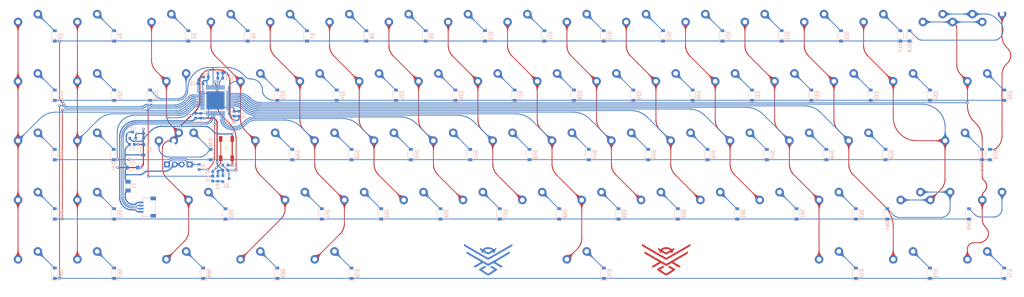
<source format=kicad_pcb>
(kicad_pcb (version 20171130) (host pcbnew "(5.1.7)-1")
  (layers (0 F.Cu signal) (31 B.Cu signal) (34 B.Paste user) (35 F.Paste user) (36 B.SilkS user) (37 F.SilkS user) (38 B.Mask user) (39 F.Mask user) (44 Edge.Cuts user))
  (net 0 "")
  (net 1 GND)
  (net 2 +5V)
  (net 3 +3V3)
  (net 4 BOOT0)
  (net 5 "Net-(C3-Pad1)")
  (net 6 NRST)
  (net 7 "Net-(D3-Pad2)")
  (net 8 Row0)
  (net 9 "Net-(D4-Pad2)")
  (net 10 "Net-(D5-Pad2)")
  (net 11 "Net-(D6-Pad2)")
  (net 12 "Net-(D7-Pad2)")
  (net 13 "Net-(D8-Pad2)")
  (net 14 "Net-(D9-Pad2)")
  (net 15 "Net-(D10-Pad2)")
  (net 16 "Net-(D11-Pad2)")
  (net 17 "Net-(D12-Pad2)")
  (net 18 "Net-(D13-Pad2)")
  (net 19 "Net-(D14-Pad2)")
  (net 20 "Net-(D15-Pad2)")
  (net 21 "Net-(D16-Pad2)")
  (net 22 "Net-(D17-Pad2)")
  (net 23 "Net-(D18-Pad2)")
  (net 24 "Net-(D19-Pad2)")
  (net 25 Row2)
  (net 26 "Net-(D20-Pad2)")
  (net 27 Row1)
  (net 28 "Net-(D21-Pad2)")
  (net 29 "Net-(D22-Pad2)")
  (net 30 "Net-(D23-Pad2)")
  (net 31 "Net-(D24-Pad2)")
  (net 32 "Net-(D25-Pad2)")
  (net 33 "Net-(D26-Pad2)")
  (net 34 "Net-(D27-Pad2)")
  (net 35 "Net-(D28-Pad2)")
  (net 36 "Net-(D29-Pad2)")
  (net 37 "Net-(D30-Pad2)")
  (net 38 "Net-(D31-Pad2)")
  (net 39 "Net-(D32-Pad2)")
  (net 40 "Net-(D33-Pad2)")
  (net 41 "Net-(D34-Pad2)")
  (net 42 "Net-(D35-Pad2)")
  (net 43 "Net-(D36-Pad2)")
  (net 44 "Net-(D37-Pad2)")
  (net 45 "Net-(D38-Pad2)")
  (net 46 "Net-(D39-Pad2)")
  (net 47 "Net-(D40-Pad2)")
  (net 48 "Net-(D41-Pad2)")
  (net 49 "Net-(D42-Pad2)")
  (net 50 "Net-(D43-Pad2)")
  (net 51 "Net-(D44-Pad2)")
  (net 52 "Net-(D45-Pad2)")
  (net 53 "Net-(D46-Pad2)")
  (net 54 "Net-(D47-Pad2)")
  (net 55 "Net-(D48-Pad2)")
  (net 56 "Net-(D49-Pad2)")
  (net 57 "Net-(D50-Pad2)")
  (net 58 "Net-(D51-Pad2)")
  (net 59 Row3)
  (net 60 "Net-(D52-Pad2)")
  (net 61 "Net-(D53-Pad2)")
  (net 62 "Net-(D54-Pad2)")
  (net 63 "Net-(D55-Pad2)")
  (net 64 "Net-(D56-Pad2)")
  (net 65 "Net-(D57-Pad2)")
  (net 66 "Net-(D58-Pad2)")
  (net 67 "Net-(D59-Pad2)")
  (net 68 "Net-(D60-Pad2)")
  (net 69 "Net-(D61-Pad2)")
  (net 70 "Net-(D62-Pad2)")
  (net 71 "Net-(D63-Pad2)")
  (net 72 "Net-(D64-Pad2)")
  (net 73 "Net-(D65-Pad2)")
  (net 74 "Net-(D66-Pad2)")
  (net 75 Row4)
  (net 76 "Net-(D67-Pad2)")
  (net 77 "Net-(D68-Pad2)")
  (net 78 "Net-(D69-Pad2)")
  (net 79 "Net-(D70-Pad2)")
  (net 80 "Net-(D71-Pad2)")
  (net 81 "Net-(D72-Pad2)")
  (net 82 "Net-(D73-Pad2)")
  (net 83 "Net-(D74-Pad2)")
  (net 84 VCC)
  (net 85 D-)
  (net 86 D+)
  (net 87 Col0)
  (net 88 Col1)
  (net 89 Col2)
  (net 90 Col3)
  (net 91 Col4)
  (net 92 Col5)
  (net 93 Col6)
  (net 94 Col7)
  (net 95 Col8)
  (net 96 Col9)
  (net 97 Col10)
  (net 98 Col11)
  (net 99 Col12)
  (net 100 Col13)
  (net 101 Col14)
  (net 102 Col15)
  (net 103 "Net-(MX37-Pad4)")
  (net 104 CAPS)
  (net 105 "Net-(U2-Pad38)")
  (net 106 "Net-(U2-Pad37)")
  (net 107 "Net-(U2-Pad34)")
  (net 108 "Net-(U2-Pad30)")
  (net 109 "Net-(U2-Pad29)")
  (net 110 "Net-(U2-Pad28)")
  (net 111 "Net-(U2-Pad12)")
  (net 112 "Net-(U2-Pad11)")
  (net 113 "Net-(U2-Pad10)")
  (net 114 "Net-(U2-Pad6)")
  (net 115 "Net-(U2-Pad4)")
  (net 116 "Net-(U2-Pad3)")
  (net 117 "Net-(U2-Pad2)")
  (module board_logos:o-logo-back-300dpi (layer F.Cu) (at 236.5375 162.71875)
    (fp_text reference LOGO2 hide)
    (fp_text value O-LOGO hide)
    (fp_poly (pts (xy 0.043628 -4.021096) (xy 0.512407 -3.882146) (xy 0.940463 -3.643971) (xy 1.311406 -3.394842) (xy 1.665613 -3.602421) (xy 1.88156 -3.723601) (xy 2.032488 -3.798385) (xy 2.068243 -3.81) (xy 2.102023 -3.736199) (xy 2.11665 -3.557965) (xy 2.116667 -3.551228) (xy 2.052417 -3.293437) (xy 1.851058 -3.049859) (xy 1.666486 -2.837265) (xy 1.625615 -2.65864) (xy 1.630629 -2.634492) (xy 1.621201 -2.491488) (xy 1.490206 -2.357457) (xy 1.383399 -2.289194) (xy 1.172389 -2.167212) (xy 1.074671 -2.133347) (xy 1.05636 -2.191969) (xy 1.079944 -2.328334) (xy 1.090775 -2.485887) (xy 1.062658 -2.54) (xy 0.969491 -2.49949) (xy 0.765529 -2.390463) (xy 0.485083 -2.231676) (xy 0.28819 -2.116667) (xy -0.028203 -1.936254) (xy -0.296067 -1.795431) (xy -0.478539 -1.712961) (xy -0.531764 -1.699299) (xy -0.645597 -1.743843) (xy -0.864849 -1.858305) (xy -1.151673 -2.022341) (xy -1.312333 -2.118873) (xy -1.614996 -2.29956) (xy -1.864906 -2.441084) (xy -2.026073 -2.523436) (xy -2.063037 -2.536241) (xy -2.104076 -2.468834) (xy -2.095945 -2.328334) (xy -2.071609 -2.182274) (xy -2.096028 -2.132656) (xy -2.203084 -2.175108) (xy -2.399399 -2.289194) (xy -2.594655 -2.432064) (xy -2.655627 -2.566146) (xy -2.64663 -2.634492) (xy -2.668272 -2.81048) (xy -2.831587 -3.016615) (xy -2.867058 -3.049859) (xy -2.886621 -3.07372) (xy -1.78526 -3.07372) (xy -1.21013 -2.722712) (xy -0.925133 -2.556884) (xy -0.687191 -2.433156) (xy -0.539309 -2.373522) (xy -0.522802 -2.371186) (xy -0.401157 -2.412017) (xy -0.178293 -2.520854) (xy 0.103122 -2.676425) (xy 0.180171 -2.72164) (xy 0.770946 -3.072614) (xy 0.538473 -3.225114) (xy 0.087875 -3.430421) (xy -0.422128 -3.517718) (xy -0.915 -3.475252) (xy -1.211745 -3.383914) (xy -1.47765 -3.269435) (xy -1.55363 -3.225667) (xy -1.78526 -3.07372) (xy -2.886621 -3.07372) (xy -3.071426 -3.299116) (xy -3.132667 -3.551228) (xy -3.118857 -3.731746) (xy -3.085504 -3.809913) (xy -3.084243 -3.81) (xy -2.988904 -3.770694) (xy -2.800882 -3.67073) (xy -2.681613 -3.602421) (xy -2.327406 -3.394842) (xy -1.956464 -3.643971) (xy -1.503696 -3.892614) (xy -1.032129 -4.025735) (xy -0.508 -4.063056) (xy 0.043628 -4.021096)) (layer B.Cu) (width 0.01))
    (fp_poly (pts (xy 7.265943 -4.822449) (xy 7.256757 -4.600622) (xy 7.199309 -4.448184) (xy 7.089761 -4.360847) (xy 6.867812 -4.214018) (xy 6.569045 -4.030511) (xy 6.325699 -3.88811) (xy 6.076814 -3.745031) (xy 5.70262 -3.529436) (xy 5.224382 -3.253602) (xy 4.663368 -2.929804) (xy 4.040843 -2.570315) (xy 3.378074 -2.187411) (xy 2.696327 -1.793368) (xy 2.57011 -1.720396) (xy 1.921053 -1.34681) (xy 1.315235 -1.001348) (xy 0.768805 -0.692978) (xy 0.297911 -0.430667) (xy -0.081301 -0.223384) (xy -0.352682 -0.080098) (xy -0.500084 -0.009777) (xy -0.520223 -0.004051) (xy -0.620436 -0.04621) (xy -0.847173 -0.163357) (xy -1.180946 -0.344722) (xy -1.602268 -0.579537) (xy -2.09165 -0.857032) (xy -2.629607 -1.166437) (xy -2.751667 -1.237212) (xy -3.406504 -1.617059) (xy -4.115081 -2.02738) (xy -4.834737 -2.443519) (xy -5.522815 -2.84082) (xy -6.136652 -3.194627) (xy -6.494826 -3.400627) (xy -6.973543 -3.6782) (xy -7.405059 -3.933307) (xy -7.766738 -4.152169) (xy -8.035943 -4.321002) (xy -8.190036 -4.426026) (xy -8.215103 -4.447936) (xy -8.274136 -4.608623) (xy -8.281944 -4.822449) (xy -8.255 -5.083959) (xy -7.027333 -4.37587) (xy -5.869528 -3.708325) (xy -4.85024 -3.121224) (xy -3.961507 -2.61005) (xy -3.19537 -2.170288) (xy -2.543869 -1.79742) (xy -1.999042 -1.486931) (xy -1.552928 -1.234304) (xy -1.197568 -1.035024) (xy -0.925 -0.884574) (xy -0.727265 -0.778438) (xy -0.596401 -0.7121) (xy -0.524447 -0.681043) (xy -0.508 -0.677334) (xy -0.462701 -0.692332) (xy -0.362501 -0.740337) (xy -0.199438 -0.825866) (xy 0.034447 -0.953434) (xy 0.347117 -1.127558) (xy 0.74653 -1.352754) (xy 1.240648 -1.633538) (xy 1.837432 -1.974426) (xy 2.544841 -2.379935) (xy 3.370837 -2.85458) (xy 4.32338 -3.402878) (xy 5.41043 -4.029345) (xy 6.011333 -4.37587) (xy 7.239 -5.083959) (xy 7.265943 -4.822449)) (layer B.Cu) (width 0.01))
    (fp_poly (pts (xy 6.418867 -2.37078) (xy 6.392333 -2.011781) (xy 4.783667 -1.07949) (xy 4.263187 -0.777912) (xy 3.746769 -0.478801) (xy 3.268388 -0.201825) (xy 2.862017 0.033345) (xy 2.561629 0.20704) (xy 2.518833 0.231762) (xy 2.227964 0.406036) (xy 2.003213 0.552661) (xy 1.877825 0.649381) (xy 1.862667 0.671008) (xy 1.932235 0.731716) (xy 2.124222 0.859839) (xy 2.413546 1.03962) (xy 2.775127 1.255297) (xy 3.005667 1.389243) (xy 3.397455 1.618651) (xy 3.731365 1.82157) (xy 3.982308 1.982158) (xy 4.125191 2.084574) (xy 4.148667 2.110931) (xy 4.081349 2.188086) (xy 3.914341 2.299778) (xy 3.861701 2.329209) (xy 3.574735 2.48375) (xy 2.38487 1.744491) (xy 1.195006 1.005232) (xy 0.379132 1.476282) (xy 0.044734 1.66585) (xy -0.236884 1.818958) (xy -0.433013 1.918239) (xy -0.508 1.947333) (xy -0.606067 1.90727) (xy -0.817345 1.79866) (xy -1.109124 1.63887) (xy -1.395133 1.476282) (xy -2.211007 1.005232) (xy -3.378001 1.730282) (xy -3.775884 1.97454) (xy -4.125179 2.183414) (xy -4.400007 2.341867) (xy -4.574487 2.434861) (xy -4.621998 2.45308) (xy -4.742025 2.410382) (xy -4.925532 2.31036) (xy -4.931833 2.30647) (xy -5.092237 2.191112) (xy -5.164358 2.107813) (xy -5.164667 2.104653) (xy -5.095114 2.044925) (xy -4.903169 1.917652) (xy -4.613904 1.738526) (xy -4.252389 1.52324) (xy -4.021667 1.389243) (xy -3.629931 1.160078) (xy -3.296053 0.95776) (xy -3.045112 0.79805) (xy -2.902189 0.696707) (xy -2.878667 0.671008) (xy -2.947089 0.604768) (xy -3.130191 0.478371) (xy -3.394728 0.314071) (xy -3.534833 0.231762) (xy -3.810929 0.072153) (xy -4.199546 -0.152715) (xy -4.66671 -0.423175) (xy -5.178447 -0.719555) (xy -5.700785 -1.022186) (xy -5.799667 -1.07949) (xy -7.408333 -2.011781) (xy -7.434868 -2.37078) (xy -7.461402 -2.729779) (xy -7.180868 -2.559532) (xy -7.036767 -2.474337) (xy -6.768754 -2.31806) (xy -6.395933 -2.101708) (xy -5.93741 -1.836289) (xy -5.41229 -1.53281) (xy -4.839679 -1.202278) (xy -4.238683 -0.855699) (xy -3.628406 -0.504081) (xy -3.027955 -0.158432) (xy -2.456435 0.170243) (xy -1.932951 0.470935) (xy -1.47661 0.732638) (xy -1.106516 0.944344) (xy -0.841775 1.095047) (xy -0.701492 1.173739) (xy -0.691948 1.178873) (xy -0.600202 1.213045) (xy -0.491553 1.210983) (xy -0.339095 1.162041) (xy -0.115925 1.055574) (xy 0.204863 0.880935) (xy 0.535719 0.69308) (xy 1.00999 0.421208) (xy 1.549933 0.110993) (xy 2.135644 -0.226067) (xy 2.747216 -0.578471) (xy 3.364746 -0.934717) (xy 3.968328 -1.283307) (xy 4.538056 -1.612739) (xy 5.054025 -1.911512) (xy 5.496331 -2.168128) (xy 5.845067 -2.371084) (xy 6.080329 -2.508881) (xy 6.164867 -2.559212) (xy 6.445402 -2.729779) (xy 6.418867 -2.37078)) (layer B.Cu) (width 0.01))
    (fp_poly (pts (xy 1.571452 2.498707) (xy 1.922192 2.707188) (xy 2.212008 2.89187) (xy 2.412878 3.033984) (xy 2.496781 3.114762) (xy 2.497667 3.119088) (xy 2.429727 3.191388) (xy 2.243132 3.33518) (xy 1.963714 3.533658) (xy 1.617306 3.770016) (xy 1.22974 4.027448) (xy 0.82685 4.289146) (xy 0.434468 4.538305) (xy 0.078428 4.758118) (xy -0.215438 4.931778) (xy -0.421296 5.04248) (xy -0.508 5.07452) (xy -0.615121 5.02964) (xy -0.840088 4.905525) (xy -1.159396 4.716176) (xy -1.54954 4.475595) (xy -1.987013 4.197786) (xy -2.074333 4.141438) (xy -2.510546 3.855012) (xy -2.893617 3.595433) (xy -3.202197 3.377835) (xy -3.414937 3.217352) (xy -3.510488 3.129119) (xy -3.513667 3.121131) (xy -3.444291 3.047442) (xy -3.254852 2.91048) (xy -2.973379 2.729082) (xy -2.627902 2.522084) (xy -2.587452 2.498707) (xy -1.661237 1.965378) (xy -1.380952 2.099037) (xy -1.197801 2.199686) (xy -1.103918 2.277302) (xy -1.100667 2.287119) (xy -1.169758 2.349285) (xy -1.354903 2.470384) (xy -1.622906 2.629361) (xy -1.776641 2.715938) (xy -2.073661 2.885937) (xy -2.304524 3.028517) (xy -2.435951 3.122609) (xy -2.453974 3.144794) (xy -2.387594 3.208644) (xy -2.208699 3.339815) (xy -1.949397 3.517551) (xy -1.641799 3.721097) (xy -1.318013 3.929697) (xy -1.010149 4.122597) (xy -0.750317 4.27904) (xy -0.570626 4.378272) (xy -0.508 4.402666) (xy -0.408707 4.359426) (xy -0.2054 4.243542) (xy 0.069813 4.075769) (xy 0.384822 3.876863) (xy 0.707518 3.66758) (xy 1.00579 3.468675) (xy 1.247531 3.300903) (xy 1.40063 3.18502) (xy 1.437974 3.144794) (xy 1.368262 3.082595) (xy 1.182595 2.961449) (xy 0.914253 2.802425) (xy 0.760641 2.715938) (xy 0.463807 2.545971) (xy 0.233335 2.403415) (xy 0.102418 2.309328) (xy 0.084667 2.287119) (xy 0.153218 2.218866) (xy 0.322375 2.119971) (xy 0.364952 2.099037) (xy 0.645237 1.965378) (xy 1.571452 2.498707)) (layer B.Cu) (width 0.01))
  )
  (module board_logos:o-logo-300dpi (layer F.Cu) (at 293.6875 162.71875)
    (fp_text reference LOGO1 hide)
    (fp_text value O-LOGO hide)
    (fp_poly (pts (xy 1.571452 2.498707) (xy 1.922192 2.707188) (xy 2.212008 2.89187) (xy 2.412878 3.033984) (xy 2.496781 3.114762) (xy 2.497667 3.119088) (xy 2.429727 3.191388) (xy 2.243132 3.33518) (xy 1.963714 3.533658) (xy 1.617306 3.770016) (xy 1.22974 4.027448) (xy 0.82685 4.289146) (xy 0.434468 4.538305) (xy 0.078428 4.758118) (xy -0.215438 4.931778) (xy -0.421296 5.04248) (xy -0.508 5.07452) (xy -0.615121 5.02964) (xy -0.840088 4.905525) (xy -1.159396 4.716176) (xy -1.54954 4.475595) (xy -1.987013 4.197786) (xy -2.074333 4.141438) (xy -2.510546 3.855012) (xy -2.893617 3.595433) (xy -3.202197 3.377835) (xy -3.414937 3.217352) (xy -3.510488 3.129119) (xy -3.513667 3.121131) (xy -3.444291 3.047442) (xy -3.254852 2.91048) (xy -2.973379 2.729082) (xy -2.627902 2.522084) (xy -2.587452 2.498707) (xy -1.661237 1.965378) (xy -1.380952 2.099037) (xy -1.197801 2.199686) (xy -1.103918 2.277302) (xy -1.100667 2.287119) (xy -1.169758 2.349285) (xy -1.354903 2.470384) (xy -1.622906 2.629361) (xy -1.776641 2.715938) (xy -2.073661 2.885937) (xy -2.304524 3.028517) (xy -2.435951 3.122609) (xy -2.453974 3.144794) (xy -2.387594 3.208644) (xy -2.208699 3.339815) (xy -1.949397 3.517551) (xy -1.641799 3.721097) (xy -1.318013 3.929697) (xy -1.010149 4.122597) (xy -0.750317 4.27904) (xy -0.570626 4.378272) (xy -0.508 4.402666) (xy -0.408707 4.359426) (xy -0.2054 4.243542) (xy 0.069813 4.075769) (xy 0.384822 3.876863) (xy 0.707518 3.66758) (xy 1.00579 3.468675) (xy 1.247531 3.300903) (xy 1.40063 3.18502) (xy 1.437974 3.144794) (xy 1.368262 3.082595) (xy 1.182595 2.961449) (xy 0.914253 2.802425) (xy 0.760641 2.715938) (xy 0.463807 2.545971) (xy 0.233335 2.403415) (xy 0.102418 2.309328) (xy 0.084667 2.287119) (xy 0.153218 2.218866) (xy 0.322375 2.119971) (xy 0.364952 2.099037) (xy 0.645237 1.965378) (xy 1.571452 2.498707)) (layer F.Cu) (width 0.01))
    (fp_poly (pts (xy 6.418867 -2.37078) (xy 6.392333 -2.011781) (xy 4.783667 -1.07949) (xy 4.263187 -0.777912) (xy 3.746769 -0.478801) (xy 3.268388 -0.201825) (xy 2.862017 0.033345) (xy 2.561629 0.20704) (xy 2.518833 0.231762) (xy 2.227964 0.406036) (xy 2.003213 0.552661) (xy 1.877825 0.649381) (xy 1.862667 0.671008) (xy 1.932235 0.731716) (xy 2.124222 0.859839) (xy 2.413546 1.03962) (xy 2.775127 1.255297) (xy 3.005667 1.389243) (xy 3.397455 1.618651) (xy 3.731365 1.82157) (xy 3.982308 1.982158) (xy 4.125191 2.084574) (xy 4.148667 2.110931) (xy 4.081349 2.188086) (xy 3.914341 2.299778) (xy 3.861701 2.329209) (xy 3.574735 2.48375) (xy 2.38487 1.744491) (xy 1.195006 1.005232) (xy 0.379132 1.476282) (xy 0.044734 1.66585) (xy -0.236884 1.818958) (xy -0.433013 1.918239) (xy -0.508 1.947333) (xy -0.606067 1.90727) (xy -0.817345 1.79866) (xy -1.109124 1.63887) (xy -1.395133 1.476282) (xy -2.211007 1.005232) (xy -3.378001 1.730282) (xy -3.775884 1.97454) (xy -4.125179 2.183414) (xy -4.400007 2.341867) (xy -4.574487 2.434861) (xy -4.621998 2.45308) (xy -4.742025 2.410382) (xy -4.925532 2.31036) (xy -4.931833 2.30647) (xy -5.092237 2.191112) (xy -5.164358 2.107813) (xy -5.164667 2.104653) (xy -5.095114 2.044925) (xy -4.903169 1.917652) (xy -4.613904 1.738526) (xy -4.252389 1.52324) (xy -4.021667 1.389243) (xy -3.629931 1.160078) (xy -3.296053 0.95776) (xy -3.045112 0.79805) (xy -2.902189 0.696707) (xy -2.878667 0.671008) (xy -2.947089 0.604768) (xy -3.130191 0.478371) (xy -3.394728 0.314071) (xy -3.534833 0.231762) (xy -3.810929 0.072153) (xy -4.199546 -0.152715) (xy -4.66671 -0.423175) (xy -5.178447 -0.719555) (xy -5.700785 -1.022186) (xy -5.799667 -1.07949) (xy -7.408333 -2.011781) (xy -7.434868 -2.37078) (xy -7.461402 -2.729779) (xy -7.180868 -2.559532) (xy -7.036767 -2.474337) (xy -6.768754 -2.31806) (xy -6.395933 -2.101708) (xy -5.93741 -1.836289) (xy -5.41229 -1.53281) (xy -4.839679 -1.202278) (xy -4.238683 -0.855699) (xy -3.628406 -0.504081) (xy -3.027955 -0.158432) (xy -2.456435 0.170243) (xy -1.932951 0.470935) (xy -1.47661 0.732638) (xy -1.106516 0.944344) (xy -0.841775 1.095047) (xy -0.701492 1.173739) (xy -0.691948 1.178873) (xy -0.600202 1.213045) (xy -0.491553 1.210983) (xy -0.339095 1.162041) (xy -0.115925 1.055574) (xy 0.204863 0.880935) (xy 0.535719 0.69308) (xy 1.00999 0.421208) (xy 1.549933 0.110993) (xy 2.135644 -0.226067) (xy 2.747216 -0.578471) (xy 3.364746 -0.934717) (xy 3.968328 -1.283307) (xy 4.538056 -1.612739) (xy 5.054025 -1.911512) (xy 5.496331 -2.168128) (xy 5.845067 -2.371084) (xy 6.080329 -2.508881) (xy 6.164867 -2.559212) (xy 6.445402 -2.729779) (xy 6.418867 -2.37078)) (layer F.Cu) (width 0.01))
    (fp_poly (pts (xy 7.265943 -4.822449) (xy 7.256757 -4.600622) (xy 7.199309 -4.448184) (xy 7.089761 -4.360847) (xy 6.867812 -4.214018) (xy 6.569045 -4.030511) (xy 6.325699 -3.88811) (xy 6.076814 -3.745031) (xy 5.70262 -3.529436) (xy 5.224382 -3.253602) (xy 4.663368 -2.929804) (xy 4.040843 -2.570315) (xy 3.378074 -2.187411) (xy 2.696327 -1.793368) (xy 2.57011 -1.720396) (xy 1.921053 -1.34681) (xy 1.315235 -1.001348) (xy 0.768805 -0.692978) (xy 0.297911 -0.430667) (xy -0.081301 -0.223384) (xy -0.352682 -0.080098) (xy -0.500084 -0.009777) (xy -0.520223 -0.004051) (xy -0.620436 -0.04621) (xy -0.847173 -0.163357) (xy -1.180946 -0.344722) (xy -1.602268 -0.579537) (xy -2.09165 -0.857032) (xy -2.629607 -1.166437) (xy -2.751667 -1.237212) (xy -3.406504 -1.617059) (xy -4.115081 -2.02738) (xy -4.834737 -2.443519) (xy -5.522815 -2.84082) (xy -6.136652 -3.194627) (xy -6.494826 -3.400627) (xy -6.973543 -3.6782) (xy -7.405059 -3.933307) (xy -7.766738 -4.152169) (xy -8.035943 -4.321002) (xy -8.190036 -4.426026) (xy -8.215103 -4.447936) (xy -8.274136 -4.608623) (xy -8.281944 -4.822449) (xy -8.255 -5.083959) (xy -7.027333 -4.37587) (xy -5.869528 -3.708325) (xy -4.85024 -3.121224) (xy -3.961507 -2.61005) (xy -3.19537 -2.170288) (xy -2.543869 -1.79742) (xy -1.999042 -1.486931) (xy -1.552928 -1.234304) (xy -1.197568 -1.035024) (xy -0.925 -0.884574) (xy -0.727265 -0.778438) (xy -0.596401 -0.7121) (xy -0.524447 -0.681043) (xy -0.508 -0.677334) (xy -0.462701 -0.692332) (xy -0.362501 -0.740337) (xy -0.199438 -0.825866) (xy 0.034447 -0.953434) (xy 0.347117 -1.127558) (xy 0.74653 -1.352754) (xy 1.240648 -1.633538) (xy 1.837432 -1.974426) (xy 2.544841 -2.379935) (xy 3.370837 -2.85458) (xy 4.32338 -3.402878) (xy 5.41043 -4.029345) (xy 6.011333 -4.37587) (xy 7.239 -5.083959) (xy 7.265943 -4.822449)) (layer F.Cu) (width 0.01))
    (fp_poly (pts (xy 0.043628 -4.021096) (xy 0.512407 -3.882146) (xy 0.940463 -3.643971) (xy 1.311406 -3.394842) (xy 1.665613 -3.602421) (xy 1.88156 -3.723601) (xy 2.032488 -3.798385) (xy 2.068243 -3.81) (xy 2.102023 -3.736199) (xy 2.11665 -3.557965) (xy 2.116667 -3.551228) (xy 2.052417 -3.293437) (xy 1.851058 -3.049859) (xy 1.666486 -2.837265) (xy 1.625615 -2.65864) (xy 1.630629 -2.634492) (xy 1.621201 -2.491488) (xy 1.490206 -2.357457) (xy 1.383399 -2.289194) (xy 1.172389 -2.167212) (xy 1.074671 -2.133347) (xy 1.05636 -2.191969) (xy 1.079944 -2.328334) (xy 1.090775 -2.485887) (xy 1.062658 -2.54) (xy 0.969491 -2.49949) (xy 0.765529 -2.390463) (xy 0.485083 -2.231676) (xy 0.28819 -2.116667) (xy -0.028203 -1.936254) (xy -0.296067 -1.795431) (xy -0.478539 -1.712961) (xy -0.531764 -1.699299) (xy -0.645597 -1.743843) (xy -0.864849 -1.858305) (xy -1.151673 -2.022341) (xy -1.312333 -2.118873) (xy -1.614996 -2.29956) (xy -1.864906 -2.441084) (xy -2.026073 -2.523436) (xy -2.063037 -2.536241) (xy -2.104076 -2.468834) (xy -2.095945 -2.328334) (xy -2.071609 -2.182274) (xy -2.096028 -2.132656) (xy -2.203084 -2.175108) (xy -2.399399 -2.289194) (xy -2.594655 -2.432064) (xy -2.655627 -2.566146) (xy -2.64663 -2.634492) (xy -2.668272 -2.81048) (xy -2.831587 -3.016615) (xy -2.867058 -3.049859) (xy -2.886621 -3.07372) (xy -1.78526 -3.07372) (xy -1.21013 -2.722712) (xy -0.925133 -2.556884) (xy -0.687191 -2.433156) (xy -0.539309 -2.373522) (xy -0.522802 -2.371186) (xy -0.401157 -2.412017) (xy -0.178293 -2.520854) (xy 0.103122 -2.676425) (xy 0.180171 -2.72164) (xy 0.770946 -3.072614) (xy 0.538473 -3.225114) (xy 0.087875 -3.430421) (xy -0.422128 -3.517718) (xy -0.915 -3.475252) (xy -1.211745 -3.383914) (xy -1.47765 -3.269435) (xy -1.55363 -3.225667) (xy -1.78526 -3.07372) (xy -2.886621 -3.07372) (xy -3.071426 -3.299116) (xy -3.132667 -3.551228) (xy -3.118857 -3.731746) (xy -3.085504 -3.809913) (xy -3.084243 -3.81) (xy -2.988904 -3.770694) (xy -2.800882 -3.67073) (xy -2.681613 -3.602421) (xy -2.327406 -3.394842) (xy -1.956464 -3.643971) (xy -1.503696 -3.892614) (xy -1.032129 -4.025735) (xy -0.508 -4.063056) (xy 0.043628 -4.021096)) (layer F.Cu) (width 0.01))
  )
  (module MX_Only:MXOnly-2.25U-ReversedStabilizers-NoLED (layer F.Cu) (at 386.55625 127)
    (fp_text reference MX50)
    (fp_text value MX-NoLED)
    (pad 2 thru_hole circle (at 2.54 -5.08) (size 2.75 2.75) (drill 1.47) (layers *.Cu B.Mask) (net 57 "Net-(D50-Pad2)"))
    (pad "" np_thru_hole circle (at 0 0) (size 3.9878 3.9878) (drill 3.9878) (layers *.Cu *.Mask))
    (pad 1 thru_hole circle (at -3.81 -2.54) (size 2.75 2.75) (drill 1.47) (layers *.Cu B.Mask) (net 101 Col14))
    (pad "" np_thru_hole circle (at -5.08 0 48.0996) (size 1.75 1.75) (drill 1.75) (layers *.Cu *.Mask))
    (pad "" np_thru_hole circle (at 5.08 0 48.0996) (size 1.75 1.75) (drill 1.75) (layers *.Cu *.Mask))
    (pad "" np_thru_hole circle (at -11.90625 6.985) (size 3.048 3.048) (drill 3.048) (layers *.Cu *.Mask))
    (pad "" np_thru_hole circle (at 11.90625 6.985) (size 3.048 3.048) (drill 3.048) (layers *.Cu *.Mask))
    (pad "" np_thru_hole circle (at -11.90625 -8.255) (size 3.9878 3.9878) (drill 3.9878) (layers *.Cu *.Mask))
    (pad "" np_thru_hole circle (at 11.90625 -8.255) (size 3.9878 3.9878) (drill 3.9878) (layers *.Cu *.Mask))
  )
  (module Package_QFP:LQFP-48_7x7mm_P0.5mm (layer B.Cu) (at 148.474 111.5215 270)
    (fp_text reference U2 (at 0 5.85 90) (layer B.SilkS) (effects (justify mirror)))
    (fp_text value STM32F072CBTx)
    (pad 1 smd roundrect (at -4.1625 2.75 270) (size 1.475 0.3) (layers B.Cu B.Paste B.Mask) (net 3 +3V3))
    (pad 2 smd roundrect (at -4.1625 2.25 270) (size 1.475 0.3) (layers B.Cu B.Paste B.Mask) (net 117 "Net-(U2-Pad2)"))
    (pad 3 smd roundrect (at -4.1625 1.75 270) (size 1.475 0.3) (layers B.Cu B.Paste B.Mask) (net 116 "Net-(U2-Pad3)"))
    (pad 4 smd roundrect (at -4.1625 1.25 270) (size 1.475 0.3) (layers B.Cu B.Paste B.Mask) (net 115 "Net-(U2-Pad4)"))
    (pad 5 smd roundrect (at -4.1625 0.75 270) (size 1.475 0.3) (layers B.Cu B.Paste B.Mask) (net 27 Row1))
    (pad 6 smd roundrect (at -4.1625 0.25 270) (size 1.475 0.3) (layers B.Cu B.Paste B.Mask) (net 114 "Net-(U2-Pad6)"))
    (pad 7 smd roundrect (at -4.1625 -0.25 270) (size 1.475 0.3) (layers B.Cu B.Paste B.Mask) (net 6 NRST))
    (pad 8 smd roundrect (at -4.1625 -0.75 270) (size 1.475 0.3) (layers B.Cu B.Paste B.Mask) (net 1 GND))
    (pad 9 smd roundrect (at -4.1625 -1.25 270) (size 1.475 0.3) (layers B.Cu B.Paste B.Mask) (net 3 +3V3))
    (pad 10 smd roundrect (at -4.1625 -1.75 270) (size 1.475 0.3) (layers B.Cu B.Paste B.Mask) (net 113 "Net-(U2-Pad10)"))
    (pad 11 smd roundrect (at -4.1625 -2.25 270) (size 1.475 0.3) (layers B.Cu B.Paste B.Mask) (net 112 "Net-(U2-Pad11)"))
    (pad 12 smd roundrect (at -4.1625 -2.75 270) (size 1.475 0.3) (layers B.Cu B.Paste B.Mask) (net 111 "Net-(U2-Pad12)"))
    (pad 13 smd roundrect (at -2.75 -4.1625 270) (size 0.3 1.475) (layers B.Cu B.Paste B.Mask) (net 90 Col3))
    (pad 14 smd roundrect (at -2.25 -4.1625 270) (size 0.3 1.475) (layers B.Cu B.Paste B.Mask) (net 102 Col15))
    (pad 15 smd roundrect (at -1.75 -4.1625 270) (size 0.3 1.475) (layers B.Cu B.Paste B.Mask) (net 101 Col14))
    (pad 16 smd roundrect (at -1.25 -4.1625 270) (size 0.3 1.475) (layers B.Cu B.Paste B.Mask) (net 100 Col13))
    (pad 17 smd roundrect (at -0.75 -4.1625 270) (size 0.3 1.475) (layers B.Cu B.Paste B.Mask) (net 99 Col12))
    (pad 18 smd roundrect (at -0.25 -4.1625 270) (size 0.3 1.475) (layers B.Cu B.Paste B.Mask) (net 98 Col11))
    (pad 19 smd roundrect (at 0.25 -4.1625 270) (size 0.3 1.475) (layers B.Cu B.Paste B.Mask) (net 97 Col10))
    (pad 20 smd roundrect (at 0.75 -4.1625 270) (size 0.3 1.475) (layers B.Cu B.Paste B.Mask) (net 96 Col9))
    (pad 21 smd roundrect (at 1.25 -4.1625 270) (size 0.3 1.475) (layers B.Cu B.Paste B.Mask) (net 95 Col8))
    (pad 22 smd roundrect (at 1.75 -4.1625 270) (size 0.3 1.475) (layers B.Cu B.Paste B.Mask) (net 94 Col7))
    (pad 23 smd roundrect (at 2.25 -4.1625 270) (size 0.3 1.475) (layers B.Cu B.Paste B.Mask) (net 1 GND))
    (pad 24 smd roundrect (at 2.75 -4.1625 270) (size 0.3 1.475) (layers B.Cu B.Paste B.Mask) (net 3 +3V3))
    (pad 25 smd roundrect (at 4.1625 -2.75 270) (size 1.475 0.3) (layers B.Cu B.Paste B.Mask) (net 93 Col6))
    (pad 26 smd roundrect (at 4.1625 -2.25 270) (size 1.475 0.3) (layers B.Cu B.Paste B.Mask) (net 92 Col5))
    (pad 27 smd roundrect (at 4.1625 -1.75 270) (size 1.475 0.3) (layers B.Cu B.Paste B.Mask) (net 91 Col4))
    (pad 28 smd roundrect (at 4.1625 -1.25 270) (size 1.475 0.3) (layers B.Cu B.Paste B.Mask) (net 110 "Net-(U2-Pad28)"))
    (pad 29 smd roundrect (at 4.1625 -0.75 270) (size 1.475 0.3) (layers B.Cu B.Paste B.Mask) (net 109 "Net-(U2-Pad29)"))
    (pad 30 smd roundrect (at 4.1625 -0.25 270) (size 1.475 0.3) (layers B.Cu B.Paste B.Mask) (net 108 "Net-(U2-Pad30)"))
    (pad 31 smd roundrect (at 4.1625 0.25 270) (size 1.475 0.3) (layers B.Cu B.Paste B.Mask) (net 104 CAPS))
    (pad 32 smd roundrect (at 4.1625 0.75 270) (size 1.475 0.3) (layers B.Cu B.Paste B.Mask) (net 85 D-))
    (pad 33 smd roundrect (at 4.1625 1.25 270) (size 1.475 0.3) (layers B.Cu B.Paste B.Mask) (net 86 D+))
    (pad 34 smd roundrect (at 4.1625 1.75 270) (size 1.475 0.3) (layers B.Cu B.Paste B.Mask) (net 107 "Net-(U2-Pad34)"))
    (pad 35 smd roundrect (at 4.1625 2.25 270) (size 1.475 0.3) (layers B.Cu B.Paste B.Mask) (net 1 GND))
    (pad 36 smd roundrect (at 4.1625 2.75 270) (size 1.475 0.3) (layers B.Cu B.Paste B.Mask) (net 3 +3V3))
    (pad 37 smd roundrect (at 2.75 4.1625 270) (size 0.3 1.475) (layers B.Cu B.Paste B.Mask) (net 106 "Net-(U2-Pad37)"))
    (pad 38 smd roundrect (at 2.25 4.1625 270) (size 0.3 1.475) (layers B.Cu B.Paste B.Mask) (net 105 "Net-(U2-Pad38)"))
    (pad 39 smd roundrect (at 1.75 4.1625 270) (size 0.3 1.475) (layers B.Cu B.Paste B.Mask) (net 89 Col2))
    (pad 40 smd roundrect (at 1.25 4.1625 270) (size 0.3 1.475) (layers B.Cu B.Paste B.Mask) (net 25 Row2))
    (pad 41 smd roundrect (at 0.75 4.1625 270) (size 0.3 1.475) (layers B.Cu B.Paste B.Mask) (net 88 Col1))
    (pad 42 smd roundrect (at 0.25 4.1625 270) (size 0.3 1.475) (layers B.Cu B.Paste B.Mask) (net 87 Col0))
    (pad 43 smd roundrect (at -0.25 4.1625 270) (size 0.3 1.475) (layers B.Cu B.Paste B.Mask) (net 59 Row3))
    (pad 44 smd roundrect (at -0.75 4.1625 270) (size 0.3 1.475) (layers B.Cu B.Paste B.Mask) (net 4 BOOT0))
    (pad 45 smd roundrect (at -1.25 4.1625 270) (size 0.3 1.475) (layers B.Cu B.Paste B.Mask) (net 75 Row4))
    (pad 46 smd roundrect (at -1.75 4.1625 270) (size 0.3 1.475) (layers B.Cu B.Paste B.Mask) (net 8 Row0))
    (pad 47 smd roundrect (at -2.25 4.1625 270) (size 0.3 1.475) (layers B.Cu B.Paste B.Mask) (net 1 GND))
    (pad 48 smd roundrect (at -2.75 4.1625 270) (size 0.3 1.475) (layers B.Cu B.Paste B.Mask) (net 3 +3V3))
  )
  (module Package_TO_SOT_SMD:SOT-23 (layer B.Cu) (at 121.92 122.682 90)
    (fp_text reference U1 (at 2.286 0 180) (layer B.SilkS) (effects (justify mirror)))
    (fp_text value MCP1700-3302E_SOT23)
    (pad 3 smd rect (at 1 0 90) (size 0.9 0.8) (layers B.Cu B.Paste B.Mask) (net 2 +5V))
    (pad 2 smd rect (at -1 -0.95 90) (size 0.9 0.8) (layers B.Cu B.Paste B.Mask) (net 3 +3V3))
    (pad 1 smd rect (at -1 0.95 90) (size 0.9 0.8) (layers B.Cu B.Paste B.Mask) (net 1 GND))
  )
  (module footprints-and-logos:K2-1187SQ-A4SW-06 (layer F.Cu) (at 152.003125 127 90)
    (fp_text reference SW1 (at 0.1 0 -90) (layer F.SilkS) (effects (font (size 0.7 0.7))))
    (fp_text value SW_Push)
    (pad 1 smd rect (at -3.1 -1.85 90) (size 1.8 1.1) (layers F.Cu F.Paste F.Mask) (net 4 BOOT0))
    (pad 1 smd rect (at 3.1 -1.85 90) (size 1.8 1.1) (layers F.Cu F.Paste F.Mask) (net 4 BOOT0))
    (pad 2 smd rect (at -3.1 1.85 90) (size 1.8 1.1) (layers F.Cu F.Paste F.Mask) (net 3 +3V3))
    (pad 2 smd rect (at 3.1 1.85 90) (size 1.8 1.1) (layers F.Cu F.Paste F.Mask) (net 3 +3V3))
  )
  (module Resistor_SMD:R_0603_1608Metric (layer B.Cu) (at 143.256 132.9055 90)
    (fp_text reference R4 (at 0 1.43 90) (layer B.SilkS) (effects (justify mirror)))
    (fp_text value 1k)
    (pad 1 smd roundrect (at -0.825 0 90) (size 0.8 0.95) (layers B.Cu B.Paste B.Mask) (net 104 CAPS))
    (pad 2 smd roundrect (at 0.825 0 90) (size 0.8 0.95) (layers B.Cu B.Paste B.Mask) (net 103 "Net-(MX37-Pad4)"))
  )
  (module Resistor_SMD:R_0603_1608Metric (layer B.Cu) (at 149.225 136.652 90)
    (fp_text reference R3 (at -2.413 0 90) (layer B.SilkS) (effects (justify mirror)))
    (fp_text value 100k)
    (pad 1 smd roundrect (at -0.825 0 90) (size 0.8 0.95) (layers B.Cu B.Paste B.Mask) (net 5 "Net-(C3-Pad1)"))
    (pad 2 smd roundrect (at 0.825 0 90) (size 0.8 0.95) (layers B.Cu B.Paste B.Mask) (net 1 GND))
  )
  (module Resistor_SMD:R_0603_1608Metric (layer B.Cu) (at 148.4122 134.3533)
    (fp_text reference R2 (at -2.4892 0.0127) (layer B.SilkS) (effects (justify mirror)))
    (fp_text value 10k)
    (pad 2 smd roundrect (at 0.825 0) (size 0.8 0.95) (layers B.Cu B.Paste B.Mask) (net 1 GND))
    (pad 1 smd roundrect (at -0.825 0) (size 0.8 0.95) (layers B.Cu B.Paste B.Mask) (net 4 BOOT0))
  )
  (module Resistor_SMD:R_0603_1608Metric (layer B.Cu) (at 151.6253 132.3213 180)
    (fp_text reference R1 (at -2.4257 -0.0127) (layer B.SilkS) (effects (justify mirror)))
    (fp_text value 10k)
    (pad 2 smd roundrect (at 0.825 0 180) (size 0.8 0.95) (layers B.Cu B.Paste B.Mask) (net 6 NRST))
    (pad 1 smd roundrect (at -0.825 0 180) (size 0.8 0.95) (layers B.Cu B.Paste B.Mask) (net 3 +3V3))
  )
  (module Package_TO_SOT_SMD:SOT-23 (layer B.Cu) (at 151.8412 136.6393)
    (fp_text reference Q1 (at 0 2.5) (layer B.SilkS) (effects (justify mirror)))
    (fp_text value 2N7002)
    (pad 3 smd rect (at 1 0) (size 0.9 0.8) (layers B.Cu B.Paste B.Mask) (net 6 NRST))
    (pad 2 smd rect (at -1 -0.95) (size 0.9 0.8) (layers B.Cu B.Paste B.Mask) (net 1 GND))
    (pad 1 smd rect (at -1 0.95) (size 0.9 0.8) (layers B.Cu B.Paste B.Mask) (net 5 "Net-(C3-Pad1)"))
  )
  (module MX_Only:MXOnly-1.5U-NoLED (layer F.Cu) (at 393.7 165.1)
    (fp_text reference MX75)
    (fp_text value MX-NoLED)
    (pad 2 thru_hole circle (at 2.54 -5.08) (size 2.75 2.75) (drill 1.47) (layers *.Cu B.Mask) (net 83 "Net-(D74-Pad2)"))
    (pad "" np_thru_hole circle (at 0 0) (size 3.9878 3.9878) (drill 3.9878) (layers *.Cu *.Mask))
    (pad 1 thru_hole circle (at -3.81 -2.54) (size 2.75 2.75) (drill 1.47) (layers *.Cu B.Mask) (net 102 Col15))
    (pad "" np_thru_hole circle (at -5.08 0 48.0996) (size 1.75 1.75) (drill 1.75) (layers *.Cu *.Mask))
    (pad "" np_thru_hole circle (at 5.08 0 48.0996) (size 1.75 1.75) (drill 1.75) (layers *.Cu *.Mask))
  )
  (module MX_Only:MXOnly-1U-NoLED (layer F.Cu) (at 369.8875 165.1)
    (fp_text reference MX74)
    (fp_text value MX-NoLED)
    (pad 2 thru_hole circle (at 2.54 -5.08) (size 2.75 2.75) (drill 1.47) (layers *.Cu B.Mask) (net 82 "Net-(D73-Pad2)"))
    (pad "" np_thru_hole circle (at 0 0) (size 3.9878 3.9878) (drill 3.9878) (layers *.Cu *.Mask))
    (pad 1 thru_hole circle (at -3.81 -2.54) (size 2.75 2.75) (drill 1.47) (layers *.Cu B.Mask) (net 100 Col13))
    (pad "" np_thru_hole circle (at -5.08 0 48.0996) (size 1.75 1.75) (drill 1.75) (layers *.Cu *.Mask))
    (pad "" np_thru_hole circle (at 5.08 0 48.0996) (size 1.75 1.75) (drill 1.75) (layers *.Cu *.Mask))
  )
  (module MX_Only:MXOnly-1.5U-NoLED (layer F.Cu) (at 346.075 165.1)
    (fp_text reference MX73)
    (fp_text value MX-NoLED)
    (pad 2 thru_hole circle (at 2.54 -5.08) (size 2.75 2.75) (drill 1.47) (layers *.Cu B.Mask) (net 81 "Net-(D72-Pad2)"))
    (pad "" np_thru_hole circle (at 0 0) (size 3.9878 3.9878) (drill 3.9878) (layers *.Cu *.Mask))
    (pad 1 thru_hole circle (at -3.81 -2.54) (size 2.75 2.75) (drill 1.47) (layers *.Cu B.Mask) (net 99 Col12))
    (pad "" np_thru_hole circle (at -5.08 0 48.0996) (size 1.75 1.75) (drill 1.75) (layers *.Cu *.Mask))
    (pad "" np_thru_hole circle (at 5.08 0 48.0996) (size 1.75 1.75) (drill 1.75) (layers *.Cu *.Mask))
  )
  (module MX_Only:MXOnly-7U-ReversedStabilizers-NoLED (layer F.Cu) (at 265.1125 165.1)
    (fp_text reference MX72)
    (fp_text value MX-NoLED)
    (pad 2 thru_hole circle (at 2.54 -5.08) (size 2.75 2.75) (drill 1.47) (layers *.Cu B.Mask) (net 80 "Net-(D71-Pad2)"))
    (pad "" np_thru_hole circle (at 0 0) (size 3.9878 3.9878) (drill 3.9878) (layers *.Cu *.Mask))
    (pad 1 thru_hole circle (at -3.81 -2.54) (size 2.75 2.75) (drill 1.47) (layers *.Cu B.Mask) (net 95 Col8))
    (pad "" np_thru_hole circle (at -5.08 0 48.0996) (size 1.75 1.75) (drill 1.75) (layers *.Cu *.Mask))
    (pad "" np_thru_hole circle (at 5.08 0 48.0996) (size 1.75 1.75) (drill 1.75) (layers *.Cu *.Mask))
    (pad "" np_thru_hole circle (at -57.15 6.985) (size 3.048 3.048) (drill 3.048) (layers *.Cu *.Mask))
    (pad "" np_thru_hole circle (at 57.15 6.985) (size 3.048 3.048) (drill 3.048) (layers *.Cu *.Mask))
    (pad "" np_thru_hole circle (at -57.15 -8.255) (size 3.9878 3.9878) (drill 3.9878) (layers *.Cu *.Mask))
    (pad "" np_thru_hole circle (at 57.15 -8.255) (size 3.9878 3.9878) (drill 3.9878) (layers *.Cu *.Mask))
  )
  (module MX_Only:MXOnly-1.5U-NoLED (layer F.Cu) (at 184.15 165.1)
    (fp_text reference MX71)
    (fp_text value MX-NoLED)
    (pad 2 thru_hole circle (at 2.54 -5.08) (size 2.75 2.75) (drill 1.47) (layers *.Cu B.Mask) (net 79 "Net-(D70-Pad2)"))
    (pad "" np_thru_hole circle (at 0 0) (size 3.9878 3.9878) (drill 3.9878) (layers *.Cu *.Mask))
    (pad 1 thru_hole circle (at -3.81 -2.54) (size 2.75 2.75) (drill 1.47) (layers *.Cu B.Mask) (net 91 Col4))
    (pad "" np_thru_hole circle (at -5.08 0 48.0996) (size 1.75 1.75) (drill 1.75) (layers *.Cu *.Mask))
    (pad "" np_thru_hole circle (at 5.08 0 48.0996) (size 1.75 1.75) (drill 1.75) (layers *.Cu *.Mask))
  )
  (module MX_Only:MXOnly-1U-NoLED (layer F.Cu) (at 160.3375 165.1)
    (fp_text reference MX70)
    (fp_text value MX-NoLED)
    (pad 2 thru_hole circle (at 2.54 -5.08) (size 2.75 2.75) (drill 1.47) (layers *.Cu B.Mask) (net 78 "Net-(D69-Pad2)"))
    (pad "" np_thru_hole circle (at 0 0) (size 3.9878 3.9878) (drill 3.9878) (layers *.Cu *.Mask))
    (pad 1 thru_hole circle (at -3.81 -2.54) (size 2.75 2.75) (drill 1.47) (layers *.Cu B.Mask) (net 90 Col3))
    (pad "" np_thru_hole circle (at -5.08 0 48.0996) (size 1.75 1.75) (drill 1.75) (layers *.Cu *.Mask))
    (pad "" np_thru_hole circle (at 5.08 0 48.0996) (size 1.75 1.75) (drill 1.75) (layers *.Cu *.Mask))
  )
  (module MX_Only:MXOnly-1.5U-NoLED (layer F.Cu) (at 136.525 165.1)
    (fp_text reference MX69)
    (fp_text value MX-NoLED)
    (pad 2 thru_hole circle (at 2.54 -5.08) (size 2.75 2.75) (drill 1.47) (layers *.Cu B.Mask) (net 77 "Net-(D68-Pad2)"))
    (pad "" np_thru_hole circle (at 0 0) (size 3.9878 3.9878) (drill 3.9878) (layers *.Cu *.Mask))
    (pad 1 thru_hole circle (at -3.81 -2.54) (size 2.75 2.75) (drill 1.47) (layers *.Cu B.Mask) (net 89 Col2))
    (pad "" np_thru_hole circle (at -5.08 0 48.0996) (size 1.75 1.75) (drill 1.75) (layers *.Cu *.Mask))
    (pad "" np_thru_hole circle (at 5.08 0 48.0996) (size 1.75 1.75) (drill 1.75) (layers *.Cu *.Mask))
  )
  (module MX_Only:MXOnly-1U-NoLED (layer F.Cu) (at 107.95 165.1)
    (fp_text reference MX68)
    (fp_text value MX-NoLED)
    (pad 2 thru_hole circle (at 2.54 -5.08) (size 2.75 2.75) (drill 1.47) (layers *.Cu B.Mask) (net 76 "Net-(D67-Pad2)"))
    (pad "" np_thru_hole circle (at 0 0) (size 3.9878 3.9878) (drill 3.9878) (layers *.Cu *.Mask))
    (pad 1 thru_hole circle (at -3.81 -2.54) (size 2.75 2.75) (drill 1.47) (layers *.Cu B.Mask) (net 88 Col1))
    (pad "" np_thru_hole circle (at -5.08 0 48.0996) (size 1.75 1.75) (drill 1.75) (layers *.Cu *.Mask))
    (pad "" np_thru_hole circle (at 5.08 0 48.0996) (size 1.75 1.75) (drill 1.75) (layers *.Cu *.Mask))
  )
  (module MX_Only:MXOnly-1U-NoLED (layer F.Cu) (at 88.9 165.1)
    (fp_text reference MX67)
    (fp_text value MX-NoLED)
    (pad 2 thru_hole circle (at 2.54 -5.08) (size 2.75 2.75) (drill 1.47) (layers *.Cu B.Mask) (net 74 "Net-(D66-Pad2)"))
    (pad "" np_thru_hole circle (at 0 0) (size 3.9878 3.9878) (drill 3.9878) (layers *.Cu *.Mask))
    (pad 1 thru_hole circle (at -3.81 -2.54) (size 2.75 2.75) (drill 1.47) (layers *.Cu B.Mask) (net 87 Col0))
    (pad "" np_thru_hole circle (at -5.08 0 48.0996) (size 1.75 1.75) (drill 1.75) (layers *.Cu *.Mask))
    (pad "" np_thru_hole circle (at 5.08 0 48.0996) (size 1.75 1.75) (drill 1.75) (layers *.Cu *.Mask))
  )
  (module MX_Only:MXOnly-1U-NoLED (layer F.Cu) (at 398.4625 146.05)
    (fp_text reference MX66)
    (fp_text value MX-NoLED)
    (pad 2 thru_hole circle (at 2.54 -5.08) (size 2.75 2.75) (drill 1.47) (layers *.Cu B.Mask) (net 73 "Net-(D65-Pad2)"))
    (pad "" np_thru_hole circle (at 0 0) (size 3.9878 3.9878) (drill 3.9878) (layers *.Cu *.Mask))
    (pad 1 thru_hole circle (at -3.81 -2.54) (size 2.75 2.75) (drill 1.47) (layers *.Cu B.Mask) (net 102 Col15))
    (pad "" np_thru_hole circle (at -5.08 0 48.0996) (size 1.75 1.75) (drill 1.75) (layers *.Cu *.Mask))
    (pad "" np_thru_hole circle (at 5.08 0 48.0996) (size 1.75 1.75) (drill 1.75) (layers *.Cu *.Mask))
  )
  (module MX_Only:MXOnly-1.75U-NoLED (layer F.Cu) (at 372.26875 146.05)
    (fp_text reference MX65)
    (fp_text value MX-NoLED)
    (pad 2 thru_hole circle (at 2.54 -5.08) (size 2.75 2.75) (drill 1.47) (layers *.Cu B.Mask) (net 72 "Net-(D64-Pad2)"))
    (pad "" np_thru_hole circle (at 0 0) (size 3.9878 3.9878) (drill 3.9878) (layers *.Cu *.Mask))
    (pad 1 thru_hole circle (at -3.81 -2.54) (size 2.75 2.75) (drill 1.47) (layers *.Cu B.Mask) (net 101 Col14))
    (pad "" np_thru_hole circle (at -5.08 0 48.0996) (size 1.75 1.75) (drill 1.75) (layers *.Cu *.Mask))
    (pad "" np_thru_hole circle (at 5.08 0 48.0996) (size 1.75 1.75) (drill 1.75) (layers *.Cu *.Mask))
  )
  (module MX_Only:MXOnly-2.75U-NoLED (layer F.Cu) (at 381.79375 146.05)
    (fp_text reference MX64)
    (fp_text value MX-NoLED)
    (pad 2 thru_hole circle (at 2.54 -5.08) (size 2.75 2.75) (drill 1.47) (layers *.Cu B.Mask) (net 72 "Net-(D64-Pad2)"))
    (pad "" np_thru_hole circle (at 0 0) (size 3.9878 3.9878) (drill 3.9878) (layers *.Cu *.Mask))
    (pad 1 thru_hole circle (at -3.81 -2.54) (size 2.75 2.75) (drill 1.47) (layers *.Cu B.Mask) (net 101 Col14))
    (pad "" np_thru_hole circle (at -5.08 0 48.0996) (size 1.75 1.75) (drill 1.75) (layers *.Cu *.Mask))
    (pad "" np_thru_hole circle (at 5.08 0 48.0996) (size 1.75 1.75) (drill 1.75) (layers *.Cu *.Mask))
    (pad "" np_thru_hole circle (at -11.90625 -6.985) (size 3.048 3.048) (drill 3.048) (layers *.Cu *.Mask))
    (pad "" np_thru_hole circle (at 11.90625 -6.985) (size 3.048 3.048) (drill 3.048) (layers *.Cu *.Mask))
    (pad "" np_thru_hole circle (at -11.90625 8.255) (size 3.9878 3.9878) (drill 3.9878) (layers *.Cu *.Mask))
    (pad "" np_thru_hole circle (at 11.90625 8.255) (size 3.9878 3.9878) (drill 3.9878) (layers *.Cu *.Mask))
  )
  (module MX_Only:MXOnly-1U-NoLED (layer F.Cu) (at 346.075 146.05)
    (fp_text reference MX63)
    (fp_text value MX-NoLED)
    (pad 2 thru_hole circle (at 2.54 -5.08) (size 2.75 2.75) (drill 1.47) (layers *.Cu B.Mask) (net 71 "Net-(D63-Pad2)"))
    (pad "" np_thru_hole circle (at 0 0) (size 3.9878 3.9878) (drill 3.9878) (layers *.Cu *.Mask))
    (pad 1 thru_hole circle (at -3.81 -2.54) (size 2.75 2.75) (drill 1.47) (layers *.Cu B.Mask) (net 99 Col12))
    (pad "" np_thru_hole circle (at -5.08 0 48.0996) (size 1.75 1.75) (drill 1.75) (layers *.Cu *.Mask))
    (pad "" np_thru_hole circle (at 5.08 0 48.0996) (size 1.75 1.75) (drill 1.75) (layers *.Cu *.Mask))
  )
  (module MX_Only:MXOnly-1U-NoLED (layer F.Cu) (at 327.025 146.05)
    (fp_text reference MX62)
    (fp_text value MX-NoLED)
    (pad 2 thru_hole circle (at 2.54 -5.08) (size 2.75 2.75) (drill 1.47) (layers *.Cu B.Mask) (net 70 "Net-(D62-Pad2)"))
    (pad "" np_thru_hole circle (at 0 0) (size 3.9878 3.9878) (drill 3.9878) (layers *.Cu *.Mask))
    (pad 1 thru_hole circle (at -3.81 -2.54) (size 2.75 2.75) (drill 1.47) (layers *.Cu B.Mask) (net 98 Col11))
    (pad "" np_thru_hole circle (at -5.08 0 48.0996) (size 1.75 1.75) (drill 1.75) (layers *.Cu *.Mask))
    (pad "" np_thru_hole circle (at 5.08 0 48.0996) (size 1.75 1.75) (drill 1.75) (layers *.Cu *.Mask))
  )
  (module MX_Only:MXOnly-1U-NoLED (layer F.Cu) (at 307.975 146.05)
    (fp_text reference MX61)
    (fp_text value MX-NoLED)
    (pad 2 thru_hole circle (at 2.54 -5.08) (size 2.75 2.75) (drill 1.47) (layers *.Cu B.Mask) (net 69 "Net-(D61-Pad2)"))
    (pad "" np_thru_hole circle (at 0 0) (size 3.9878 3.9878) (drill 3.9878) (layers *.Cu *.Mask))
    (pad 1 thru_hole circle (at -3.81 -2.54) (size 2.75 2.75) (drill 1.47) (layers *.Cu B.Mask) (net 97 Col10))
    (pad "" np_thru_hole circle (at -5.08 0 48.0996) (size 1.75 1.75) (drill 1.75) (layers *.Cu *.Mask))
    (pad "" np_thru_hole circle (at 5.08 0 48.0996) (size 1.75 1.75) (drill 1.75) (layers *.Cu *.Mask))
  )
  (module MX_Only:MXOnly-1U-NoLED (layer F.Cu) (at 288.925 146.05)
    (fp_text reference MX60)
    (fp_text value MX-NoLED)
    (pad 2 thru_hole circle (at 2.54 -5.08) (size 2.75 2.75) (drill 1.47) (layers *.Cu B.Mask) (net 68 "Net-(D60-Pad2)"))
    (pad "" np_thru_hole circle (at 0 0) (size 3.9878 3.9878) (drill 3.9878) (layers *.Cu *.Mask))
    (pad 1 thru_hole circle (at -3.81 -2.54) (size 2.75 2.75) (drill 1.47) (layers *.Cu B.Mask) (net 96 Col9))
    (pad "" np_thru_hole circle (at -5.08 0 48.0996) (size 1.75 1.75) (drill 1.75) (layers *.Cu *.Mask))
    (pad "" np_thru_hole circle (at 5.08 0 48.0996) (size 1.75 1.75) (drill 1.75) (layers *.Cu *.Mask))
  )
  (module MX_Only:MXOnly-1U-NoLED (layer F.Cu) (at 269.875 146.05)
    (fp_text reference MX59)
    (fp_text value MX-NoLED)
    (pad 2 thru_hole circle (at 2.54 -5.08) (size 2.75 2.75) (drill 1.47) (layers *.Cu B.Mask) (net 67 "Net-(D59-Pad2)"))
    (pad "" np_thru_hole circle (at 0 0) (size 3.9878 3.9878) (drill 3.9878) (layers *.Cu *.Mask))
    (pad 1 thru_hole circle (at -3.81 -2.54) (size 2.75 2.75) (drill 1.47) (layers *.Cu B.Mask) (net 95 Col8))
    (pad "" np_thru_hole circle (at -5.08 0 48.0996) (size 1.75 1.75) (drill 1.75) (layers *.Cu *.Mask))
    (pad "" np_thru_hole circle (at 5.08 0 48.0996) (size 1.75 1.75) (drill 1.75) (layers *.Cu *.Mask))
  )
  (module MX_Only:MXOnly-1U-NoLED (layer F.Cu) (at 250.825 146.05)
    (fp_text reference MX58)
    (fp_text value MX-NoLED)
    (pad 2 thru_hole circle (at 2.54 -5.08) (size 2.75 2.75) (drill 1.47) (layers *.Cu B.Mask) (net 66 "Net-(D58-Pad2)"))
    (pad "" np_thru_hole circle (at 0 0) (size 3.9878 3.9878) (drill 3.9878) (layers *.Cu *.Mask))
    (pad 1 thru_hole circle (at -3.81 -2.54) (size 2.75 2.75) (drill 1.47) (layers *.Cu B.Mask) (net 94 Col7))
    (pad "" np_thru_hole circle (at -5.08 0 48.0996) (size 1.75 1.75) (drill 1.75) (layers *.Cu *.Mask))
    (pad "" np_thru_hole circle (at 5.08 0 48.0996) (size 1.75 1.75) (drill 1.75) (layers *.Cu *.Mask))
  )
  (module MX_Only:MXOnly-1U-NoLED (layer F.Cu) (at 231.775 146.05)
    (fp_text reference MX57)
    (fp_text value MX-NoLED)
    (pad 2 thru_hole circle (at 2.54 -5.08) (size 2.75 2.75) (drill 1.47) (layers *.Cu B.Mask) (net 65 "Net-(D57-Pad2)"))
    (pad "" np_thru_hole circle (at 0 0) (size 3.9878 3.9878) (drill 3.9878) (layers *.Cu *.Mask))
    (pad 1 thru_hole circle (at -3.81 -2.54) (size 2.75 2.75) (drill 1.47) (layers *.Cu B.Mask) (net 93 Col6))
    (pad "" np_thru_hole circle (at -5.08 0 48.0996) (size 1.75 1.75) (drill 1.75) (layers *.Cu *.Mask))
    (pad "" np_thru_hole circle (at 5.08 0 48.0996) (size 1.75 1.75) (drill 1.75) (layers *.Cu *.Mask))
  )
  (module MX_Only:MXOnly-1U-NoLED (layer F.Cu) (at 212.725 146.05)
    (fp_text reference MX56)
    (fp_text value MX-NoLED)
    (pad 2 thru_hole circle (at 2.54 -5.08) (size 2.75 2.75) (drill 1.47) (layers *.Cu B.Mask) (net 64 "Net-(D56-Pad2)"))
    (pad "" np_thru_hole circle (at 0 0) (size 3.9878 3.9878) (drill 3.9878) (layers *.Cu *.Mask))
    (pad 1 thru_hole circle (at -3.81 -2.54) (size 2.75 2.75) (drill 1.47) (layers *.Cu B.Mask) (net 92 Col5))
    (pad "" np_thru_hole circle (at -5.08 0 48.0996) (size 1.75 1.75) (drill 1.75) (layers *.Cu *.Mask))
    (pad "" np_thru_hole circle (at 5.08 0 48.0996) (size 1.75 1.75) (drill 1.75) (layers *.Cu *.Mask))
  )
  (module MX_Only:MXOnly-1U-NoLED (layer F.Cu) (at 193.675 146.05)
    (fp_text reference MX55)
    (fp_text value MX-NoLED)
    (pad 2 thru_hole circle (at 2.54 -5.08) (size 2.75 2.75) (drill 1.47) (layers *.Cu B.Mask) (net 63 "Net-(D55-Pad2)"))
    (pad "" np_thru_hole circle (at 0 0) (size 3.9878 3.9878) (drill 3.9878) (layers *.Cu *.Mask))
    (pad 1 thru_hole circle (at -3.81 -2.54) (size 2.75 2.75) (drill 1.47) (layers *.Cu B.Mask) (net 91 Col4))
    (pad "" np_thru_hole circle (at -5.08 0 48.0996) (size 1.75 1.75) (drill 1.75) (layers *.Cu *.Mask))
    (pad "" np_thru_hole circle (at 5.08 0 48.0996) (size 1.75 1.75) (drill 1.75) (layers *.Cu *.Mask))
  )
  (module MX_Only:MXOnly-1U-NoLED (layer F.Cu) (at 174.625 146.05)
    (fp_text reference MX54)
    (fp_text value MX-NoLED)
    (pad 2 thru_hole circle (at 2.54 -5.08) (size 2.75 2.75) (drill 1.47) (layers *.Cu B.Mask) (net 62 "Net-(D54-Pad2)"))
    (pad "" np_thru_hole circle (at 0 0) (size 3.9878 3.9878) (drill 3.9878) (layers *.Cu *.Mask))
    (pad 1 thru_hole circle (at -3.81 -2.54) (size 2.75 2.75) (drill 1.47) (layers *.Cu B.Mask) (net 90 Col3))
    (pad "" np_thru_hole circle (at -5.08 0 48.0996) (size 1.75 1.75) (drill 1.75) (layers *.Cu *.Mask))
    (pad "" np_thru_hole circle (at 5.08 0 48.0996) (size 1.75 1.75) (drill 1.75) (layers *.Cu *.Mask))
  )
  (module MX_Only:MXOnly-2.25U-NoLED (layer F.Cu) (at 143.66875 146.05)
    (fp_text reference MX53)
    (fp_text value MX-NoLED)
    (pad 2 thru_hole circle (at 2.54 -5.08) (size 2.75 2.75) (drill 1.47) (layers *.Cu B.Mask) (net 61 "Net-(D53-Pad2)"))
    (pad "" np_thru_hole circle (at 0 0) (size 3.9878 3.9878) (drill 3.9878) (layers *.Cu *.Mask))
    (pad 1 thru_hole circle (at -3.81 -2.54) (size 2.75 2.75) (drill 1.47) (layers *.Cu B.Mask) (net 89 Col2))
    (pad "" np_thru_hole circle (at -5.08 0 48.0996) (size 1.75 1.75) (drill 1.75) (layers *.Cu *.Mask))
    (pad "" np_thru_hole circle (at 5.08 0 48.0996) (size 1.75 1.75) (drill 1.75) (layers *.Cu *.Mask))
    (pad "" np_thru_hole circle (at -11.90625 -6.985) (size 3.048 3.048) (drill 3.048) (layers *.Cu *.Mask))
    (pad "" np_thru_hole circle (at 11.90625 -6.985) (size 3.048 3.048) (drill 3.048) (layers *.Cu *.Mask))
    (pad "" np_thru_hole circle (at -11.90625 8.255) (size 3.9878 3.9878) (drill 3.9878) (layers *.Cu *.Mask))
    (pad "" np_thru_hole circle (at 11.90625 8.255) (size 3.9878 3.9878) (drill 3.9878) (layers *.Cu *.Mask))
  )
  (module MX_Only:MXOnly-1U-NoLED (layer F.Cu) (at 107.95 146.05)
    (fp_text reference MX52)
    (fp_text value MX-NoLED)
    (pad 2 thru_hole circle (at 2.54 -5.08) (size 2.75 2.75) (drill 1.47) (layers *.Cu B.Mask) (net 60 "Net-(D52-Pad2)"))
    (pad "" np_thru_hole circle (at 0 0) (size 3.9878 3.9878) (drill 3.9878) (layers *.Cu *.Mask))
    (pad 1 thru_hole circle (at -3.81 -2.54) (size 2.75 2.75) (drill 1.47) (layers *.Cu B.Mask) (net 88 Col1))
    (pad "" np_thru_hole circle (at -5.08 0 48.0996) (size 1.75 1.75) (drill 1.75) (layers *.Cu *.Mask))
    (pad "" np_thru_hole circle (at 5.08 0 48.0996) (size 1.75 1.75) (drill 1.75) (layers *.Cu *.Mask))
  )
  (module MX_Only:MXOnly-1U-NoLED (layer F.Cu) (at 88.9 146.05)
    (fp_text reference MX51)
    (fp_text value MX-NoLED)
    (pad 2 thru_hole circle (at 2.54 -5.08) (size 2.75 2.75) (drill 1.47) (layers *.Cu B.Mask) (net 58 "Net-(D51-Pad2)"))
    (pad "" np_thru_hole circle (at 0 0) (size 3.9878 3.9878) (drill 3.9878) (layers *.Cu *.Mask))
    (pad 1 thru_hole circle (at -3.81 -2.54) (size 2.75 2.75) (drill 1.47) (layers *.Cu B.Mask) (net 87 Col0))
    (pad "" np_thru_hole circle (at -5.08 0 48.0996) (size 1.75 1.75) (drill 1.75) (layers *.Cu *.Mask))
    (pad "" np_thru_hole circle (at 5.08 0 48.0996) (size 1.75 1.75) (drill 1.75) (layers *.Cu *.Mask))
  )
  (module MX_Only:MXOnly-1U-NoLED (layer F.Cu) (at 355.6 127)
    (fp_text reference MX49)
    (fp_text value MX-NoLED)
    (pad 2 thru_hole circle (at 2.54 -5.08) (size 2.75 2.75) (drill 1.47) (layers *.Cu B.Mask) (net 56 "Net-(D49-Pad2)"))
    (pad "" np_thru_hole circle (at 0 0) (size 3.9878 3.9878) (drill 3.9878) (layers *.Cu *.Mask))
    (pad 1 thru_hole circle (at -3.81 -2.54) (size 2.75 2.75) (drill 1.47) (layers *.Cu B.Mask) (net 100 Col13))
    (pad "" np_thru_hole circle (at -5.08 0 48.0996) (size 1.75 1.75) (drill 1.75) (layers *.Cu *.Mask))
    (pad "" np_thru_hole circle (at 5.08 0 48.0996) (size 1.75 1.75) (drill 1.75) (layers *.Cu *.Mask))
  )
  (module MX_Only:MXOnly-1U-NoLED (layer F.Cu) (at 336.55 127)
    (fp_text reference MX48)
    (fp_text value MX-NoLED)
    (pad 2 thru_hole circle (at 2.54 -5.08) (size 2.75 2.75) (drill 1.47) (layers *.Cu B.Mask) (net 55 "Net-(D48-Pad2)"))
    (pad "" np_thru_hole circle (at 0 0) (size 3.9878 3.9878) (drill 3.9878) (layers *.Cu *.Mask))
    (pad 1 thru_hole circle (at -3.81 -2.54) (size 2.75 2.75) (drill 1.47) (layers *.Cu B.Mask) (net 99 Col12))
    (pad "" np_thru_hole circle (at -5.08 0 48.0996) (size 1.75 1.75) (drill 1.75) (layers *.Cu *.Mask))
    (pad "" np_thru_hole circle (at 5.08 0 48.0996) (size 1.75 1.75) (drill 1.75) (layers *.Cu *.Mask))
  )
  (module MX_Only:MXOnly-1U-NoLED (layer F.Cu) (at 317.5 127)
    (fp_text reference MX47)
    (fp_text value MX-NoLED)
    (pad 2 thru_hole circle (at 2.54 -5.08) (size 2.75 2.75) (drill 1.47) (layers *.Cu B.Mask) (net 54 "Net-(D47-Pad2)"))
    (pad "" np_thru_hole circle (at 0 0) (size 3.9878 3.9878) (drill 3.9878) (layers *.Cu *.Mask))
    (pad 1 thru_hole circle (at -3.81 -2.54) (size 2.75 2.75) (drill 1.47) (layers *.Cu B.Mask) (net 98 Col11))
    (pad "" np_thru_hole circle (at -5.08 0 48.0996) (size 1.75 1.75) (drill 1.75) (layers *.Cu *.Mask))
    (pad "" np_thru_hole circle (at 5.08 0 48.0996) (size 1.75 1.75) (drill 1.75) (layers *.Cu *.Mask))
  )
  (module MX_Only:MXOnly-1U-NoLED (layer F.Cu) (at 298.45 127)
    (fp_text reference MX46)
    (fp_text value MX-NoLED)
    (pad 2 thru_hole circle (at 2.54 -5.08) (size 2.75 2.75) (drill 1.47) (layers *.Cu B.Mask) (net 53 "Net-(D46-Pad2)"))
    (pad "" np_thru_hole circle (at 0 0) (size 3.9878 3.9878) (drill 3.9878) (layers *.Cu *.Mask))
    (pad 1 thru_hole circle (at -3.81 -2.54) (size 2.75 2.75) (drill 1.47) (layers *.Cu B.Mask) (net 97 Col10))
    (pad "" np_thru_hole circle (at -5.08 0 48.0996) (size 1.75 1.75) (drill 1.75) (layers *.Cu *.Mask))
    (pad "" np_thru_hole circle (at 5.08 0 48.0996) (size 1.75 1.75) (drill 1.75) (layers *.Cu *.Mask))
  )
  (module MX_Only:MXOnly-1U-NoLED (layer F.Cu) (at 279.4 127)
    (fp_text reference MX45)
    (fp_text value MX-NoLED)
    (pad 2 thru_hole circle (at 2.54 -5.08) (size 2.75 2.75) (drill 1.47) (layers *.Cu B.Mask) (net 52 "Net-(D45-Pad2)"))
    (pad "" np_thru_hole circle (at 0 0) (size 3.9878 3.9878) (drill 3.9878) (layers *.Cu *.Mask))
    (pad 1 thru_hole circle (at -3.81 -2.54) (size 2.75 2.75) (drill 1.47) (layers *.Cu B.Mask) (net 96 Col9))
    (pad "" np_thru_hole circle (at -5.08 0 48.0996) (size 1.75 1.75) (drill 1.75) (layers *.Cu *.Mask))
    (pad "" np_thru_hole circle (at 5.08 0 48.0996) (size 1.75 1.75) (drill 1.75) (layers *.Cu *.Mask))
  )
  (module MX_Only:MXOnly-1U-NoLED (layer F.Cu) (at 260.35 127)
    (fp_text reference MX44)
    (fp_text value MX-NoLED)
    (pad 2 thru_hole circle (at 2.54 -5.08) (size 2.75 2.75) (drill 1.47) (layers *.Cu B.Mask) (net 51 "Net-(D44-Pad2)"))
    (pad "" np_thru_hole circle (at 0 0) (size 3.9878 3.9878) (drill 3.9878) (layers *.Cu *.Mask))
    (pad 1 thru_hole circle (at -3.81 -2.54) (size 2.75 2.75) (drill 1.47) (layers *.Cu B.Mask) (net 95 Col8))
    (pad "" np_thru_hole circle (at -5.08 0 48.0996) (size 1.75 1.75) (drill 1.75) (layers *.Cu *.Mask))
    (pad "" np_thru_hole circle (at 5.08 0 48.0996) (size 1.75 1.75) (drill 1.75) (layers *.Cu *.Mask))
  )
  (module MX_Only:MXOnly-1U-NoLED (layer F.Cu) (at 241.3 127)
    (fp_text reference MX43)
    (fp_text value MX-NoLED)
    (pad 2 thru_hole circle (at 2.54 -5.08) (size 2.75 2.75) (drill 1.47) (layers *.Cu B.Mask) (net 50 "Net-(D43-Pad2)"))
    (pad "" np_thru_hole circle (at 0 0) (size 3.9878 3.9878) (drill 3.9878) (layers *.Cu *.Mask))
    (pad 1 thru_hole circle (at -3.81 -2.54) (size 2.75 2.75) (drill 1.47) (layers *.Cu B.Mask) (net 94 Col7))
    (pad "" np_thru_hole circle (at -5.08 0 48.0996) (size 1.75 1.75) (drill 1.75) (layers *.Cu *.Mask))
    (pad "" np_thru_hole circle (at 5.08 0 48.0996) (size 1.75 1.75) (drill 1.75) (layers *.Cu *.Mask))
  )
  (module MX_Only:MXOnly-1U-NoLED (layer F.Cu) (at 222.25 127)
    (fp_text reference MX42)
    (fp_text value MX-NoLED)
    (pad 2 thru_hole circle (at 2.54 -5.08) (size 2.75 2.75) (drill 1.47) (layers *.Cu B.Mask) (net 49 "Net-(D42-Pad2)"))
    (pad "" np_thru_hole circle (at 0 0) (size 3.9878 3.9878) (drill 3.9878) (layers *.Cu *.Mask))
    (pad 1 thru_hole circle (at -3.81 -2.54) (size 2.75 2.75) (drill 1.47) (layers *.Cu B.Mask) (net 93 Col6))
    (pad "" np_thru_hole circle (at -5.08 0 48.0996) (size 1.75 1.75) (drill 1.75) (layers *.Cu *.Mask))
    (pad "" np_thru_hole circle (at 5.08 0 48.0996) (size 1.75 1.75) (drill 1.75) (layers *.Cu *.Mask))
  )
  (module MX_Only:MXOnly-1U-NoLED (layer F.Cu) (at 203.2 127)
    (fp_text reference MX41)
    (fp_text value MX-NoLED)
    (pad 2 thru_hole circle (at 2.54 -5.08) (size 2.75 2.75) (drill 1.47) (layers *.Cu B.Mask) (net 48 "Net-(D41-Pad2)"))
    (pad "" np_thru_hole circle (at 0 0) (size 3.9878 3.9878) (drill 3.9878) (layers *.Cu *.Mask))
    (pad 1 thru_hole circle (at -3.81 -2.54) (size 2.75 2.75) (drill 1.47) (layers *.Cu B.Mask) (net 92 Col5))
    (pad "" np_thru_hole circle (at -5.08 0 48.0996) (size 1.75 1.75) (drill 1.75) (layers *.Cu *.Mask))
    (pad "" np_thru_hole circle (at 5.08 0 48.0996) (size 1.75 1.75) (drill 1.75) (layers *.Cu *.Mask))
  )
  (module MX_Only:MXOnly-1U-NoLED (layer F.Cu) (at 184.15 127)
    (fp_text reference MX40)
    (fp_text value MX-NoLED)
    (pad 2 thru_hole circle (at 2.54 -5.08) (size 2.75 2.75) (drill 1.47) (layers *.Cu B.Mask) (net 47 "Net-(D40-Pad2)"))
    (pad "" np_thru_hole circle (at 0 0) (size 3.9878 3.9878) (drill 3.9878) (layers *.Cu *.Mask))
    (pad 1 thru_hole circle (at -3.81 -2.54) (size 2.75 2.75) (drill 1.47) (layers *.Cu B.Mask) (net 91 Col4))
    (pad "" np_thru_hole circle (at -5.08 0 48.0996) (size 1.75 1.75) (drill 1.75) (layers *.Cu *.Mask))
    (pad "" np_thru_hole circle (at 5.08 0 48.0996) (size 1.75 1.75) (drill 1.75) (layers *.Cu *.Mask))
  )
  (module MX_Only:MXOnly-1U-NoLED (layer F.Cu) (at 165.1 127)
    (fp_text reference MX39)
    (fp_text value MX-NoLED)
    (pad 2 thru_hole circle (at 2.54 -5.08) (size 2.75 2.75) (drill 1.47) (layers *.Cu B.Mask) (net 46 "Net-(D39-Pad2)"))
    (pad "" np_thru_hole circle (at 0 0) (size 3.9878 3.9878) (drill 3.9878) (layers *.Cu *.Mask))
    (pad 1 thru_hole circle (at -3.81 -2.54) (size 2.75 2.75) (drill 1.47) (layers *.Cu B.Mask) (net 90 Col3))
    (pad "" np_thru_hole circle (at -5.08 0 48.0996) (size 1.75 1.75) (drill 1.75) (layers *.Cu *.Mask))
    (pad "" np_thru_hole circle (at 5.08 0 48.0996) (size 1.75 1.75) (drill 1.75) (layers *.Cu *.Mask))
  )
  (module MX_Only:MXOnly-1.75U (layer F.Cu) (at 138.90625 127)
    (fp_text reference MX38)
    (fp_text value MX-LED)
    (pad "" np_thru_hole circle (at 5.08 0 48.0996) (size 1.75 1.75) (drill 1.75) (layers *.Cu *.Mask))
    (pad "" np_thru_hole circle (at -5.08 0 48.0996) (size 1.75 1.75) (drill 1.75) (layers *.Cu *.Mask))
    (pad 4 thru_hole rect (at 1.27 5.08) (size 1.905 1.905) (drill 1.04) (layers *.Cu B.Mask) (net 103 "Net-(MX37-Pad4)"))
    (pad 3 thru_hole circle (at -1.27 5.08) (size 1.905 1.905) (drill 1.04) (layers *.Cu B.Mask) (net 2 +5V))
    (pad 1 thru_hole circle (at -3.81 -2.54) (size 2.75 2.75) (drill 1.47) (layers *.Cu B.Mask) (net 89 Col2))
    (pad "" np_thru_hole circle (at 0 0) (size 3.9878 3.9878) (drill 3.9878) (layers *.Cu *.Mask))
    (pad 2 thru_hole circle (at 2.54 -5.08) (size 2.75 2.75) (drill 1.47) (layers *.Cu B.Mask) (net 45 "Net-(D38-Pad2)"))
  )
  (module MX_Only:MXOnly-1.25U-FLIPPED (layer F.Cu) (at 134.14375 127)
    (fp_text reference MX37)
    (fp_text value MX-LED)
    (pad 2 thru_hole circle (at 2.54 -5.08) (size 2.75 2.75) (drill 1.47) (layers *.Cu B.Mask) (net 89 Col2))
    (pad "" np_thru_hole circle (at 0 0) (size 3.9878 3.9878) (drill 3.9878) (layers *.Cu *.Mask))
    (pad 1 thru_hole circle (at -3.81 -2.54) (size 2.75 2.75) (drill 1.47) (layers *.Cu B.Mask) (net 45 "Net-(D38-Pad2)"))
    (pad 3 thru_hole circle (at 1.27 5.08) (size 1.905 1.905) (drill 1.04) (layers *.Cu B.Mask) (net 2 +5V))
    (pad 4 thru_hole rect (at -1.27 5.08) (size 1.905 1.905) (drill 1.04) (layers *.Cu B.Mask) (net 103 "Net-(MX37-Pad4)"))
    (pad "" np_thru_hole circle (at -5.08 0 48.0996) (size 1.75 1.75) (drill 1.75) (layers *.Cu *.Mask))
    (pad "" np_thru_hole circle (at 5.08 0 48.0996) (size 1.75 1.75) (drill 1.75) (layers *.Cu *.Mask))
  )
  (module MX_Only:MXOnly-1U-NoLED (layer F.Cu) (at 107.95 127)
    (fp_text reference MX36)
    (fp_text value MX-NoLED)
    (pad 2 thru_hole circle (at 2.54 -5.08) (size 2.75 2.75) (drill 1.47) (layers *.Cu B.Mask) (net 44 "Net-(D37-Pad2)"))
    (pad "" np_thru_hole circle (at 0 0) (size 3.9878 3.9878) (drill 3.9878) (layers *.Cu *.Mask))
    (pad 1 thru_hole circle (at -3.81 -2.54) (size 2.75 2.75) (drill 1.47) (layers *.Cu B.Mask) (net 88 Col1))
    (pad "" np_thru_hole circle (at -5.08 0 48.0996) (size 1.75 1.75) (drill 1.75) (layers *.Cu *.Mask))
    (pad "" np_thru_hole circle (at 5.08 0 48.0996) (size 1.75 1.75) (drill 1.75) (layers *.Cu *.Mask))
  )
  (module MX_Only:MXOnly-1U-NoLED (layer F.Cu) (at 88.9 127)
    (fp_text reference MX35)
    (fp_text value MX-NoLED)
    (pad 2 thru_hole circle (at 2.54 -5.08) (size 2.75 2.75) (drill 1.47) (layers *.Cu B.Mask) (net 43 "Net-(D36-Pad2)"))
    (pad "" np_thru_hole circle (at 0 0) (size 3.9878 3.9878) (drill 3.9878) (layers *.Cu *.Mask))
    (pad 1 thru_hole circle (at -3.81 -2.54) (size 2.75 2.75) (drill 1.47) (layers *.Cu B.Mask) (net 87 Col0))
    (pad "" np_thru_hole circle (at -5.08 0 48.0996) (size 1.75 1.75) (drill 1.75) (layers *.Cu *.Mask))
    (pad "" np_thru_hole circle (at 5.08 0 48.0996) (size 1.75 1.75) (drill 1.75) (layers *.Cu *.Mask))
  )
  (module MX_Only:MXOnly-1.5U-NoLED (layer F.Cu) (at 393.7 107.95)
    (fp_text reference MX34)
    (fp_text value MX-NoLED)
    (pad 2 thru_hole circle (at 2.54 -5.08) (size 2.75 2.75) (drill 1.47) (layers *.Cu B.Mask) (net 42 "Net-(D35-Pad2)"))
    (pad "" np_thru_hole circle (at 0 0) (size 3.9878 3.9878) (drill 3.9878) (layers *.Cu *.Mask))
    (pad 1 thru_hole circle (at -3.81 -2.54) (size 2.75 2.75) (drill 1.47) (layers *.Cu B.Mask) (net 102 Col15))
    (pad "" np_thru_hole circle (at -5.08 0 48.0996) (size 1.75 1.75) (drill 1.75) (layers *.Cu *.Mask))
    (pad "" np_thru_hole circle (at 5.08 0 48.0996) (size 1.75 1.75) (drill 1.75) (layers *.Cu *.Mask))
  )
  (module MX_Only:MXOnly-1U-NoLED (layer F.Cu) (at 369.8875 107.95)
    (fp_text reference MX33)
    (fp_text value MX-NoLED)
    (pad 2 thru_hole circle (at 2.54 -5.08) (size 2.75 2.75) (drill 1.47) (layers *.Cu B.Mask) (net 41 "Net-(D34-Pad2)"))
    (pad "" np_thru_hole circle (at 0 0) (size 3.9878 3.9878) (drill 3.9878) (layers *.Cu *.Mask))
    (pad 1 thru_hole circle (at -3.81 -2.54) (size 2.75 2.75) (drill 1.47) (layers *.Cu B.Mask) (net 101 Col14))
    (pad "" np_thru_hole circle (at -5.08 0 48.0996) (size 1.75 1.75) (drill 1.75) (layers *.Cu *.Mask))
    (pad "" np_thru_hole circle (at 5.08 0 48.0996) (size 1.75 1.75) (drill 1.75) (layers *.Cu *.Mask))
  )
  (module MX_Only:MXOnly-1U-NoLED (layer F.Cu) (at 350.8375 107.95)
    (fp_text reference MX32)
    (fp_text value MX-NoLED)
    (pad 2 thru_hole circle (at 2.54 -5.08) (size 2.75 2.75) (drill 1.47) (layers *.Cu B.Mask) (net 40 "Net-(D33-Pad2)"))
    (pad "" np_thru_hole circle (at 0 0) (size 3.9878 3.9878) (drill 3.9878) (layers *.Cu *.Mask))
    (pad 1 thru_hole circle (at -3.81 -2.54) (size 2.75 2.75) (drill 1.47) (layers *.Cu B.Mask) (net 100 Col13))
    (pad "" np_thru_hole circle (at -5.08 0 48.0996) (size 1.75 1.75) (drill 1.75) (layers *.Cu *.Mask))
    (pad "" np_thru_hole circle (at 5.08 0 48.0996) (size 1.75 1.75) (drill 1.75) (layers *.Cu *.Mask))
  )
  (module MX_Only:MXOnly-1U-NoLED (layer F.Cu) (at 331.7875 107.95)
    (fp_text reference MX31)
    (fp_text value MX-NoLED)
    (pad 2 thru_hole circle (at 2.54 -5.08) (size 2.75 2.75) (drill 1.47) (layers *.Cu B.Mask) (net 39 "Net-(D32-Pad2)"))
    (pad "" np_thru_hole circle (at 0 0) (size 3.9878 3.9878) (drill 3.9878) (layers *.Cu *.Mask))
    (pad 1 thru_hole circle (at -3.81 -2.54) (size 2.75 2.75) (drill 1.47) (layers *.Cu B.Mask) (net 99 Col12))
    (pad "" np_thru_hole circle (at -5.08 0 48.0996) (size 1.75 1.75) (drill 1.75) (layers *.Cu *.Mask))
    (pad "" np_thru_hole circle (at 5.08 0 48.0996) (size 1.75 1.75) (drill 1.75) (layers *.Cu *.Mask))
  )
  (module MX_Only:MXOnly-1U-NoLED (layer F.Cu) (at 312.7375 107.95)
    (fp_text reference MX30)
    (fp_text value MX-NoLED)
    (pad 2 thru_hole circle (at 2.54 -5.08) (size 2.75 2.75) (drill 1.47) (layers *.Cu B.Mask) (net 38 "Net-(D31-Pad2)"))
    (pad "" np_thru_hole circle (at 0 0) (size 3.9878 3.9878) (drill 3.9878) (layers *.Cu *.Mask))
    (pad 1 thru_hole circle (at -3.81 -2.54) (size 2.75 2.75) (drill 1.47) (layers *.Cu B.Mask) (net 98 Col11))
    (pad "" np_thru_hole circle (at -5.08 0 48.0996) (size 1.75 1.75) (drill 1.75) (layers *.Cu *.Mask))
    (pad "" np_thru_hole circle (at 5.08 0 48.0996) (size 1.75 1.75) (drill 1.75) (layers *.Cu *.Mask))
  )
  (module MX_Only:MXOnly-1U-NoLED (layer F.Cu) (at 293.6875 107.95)
    (fp_text reference MX29)
    (fp_text value MX-NoLED)
    (pad 2 thru_hole circle (at 2.54 -5.08) (size 2.75 2.75) (drill 1.47) (layers *.Cu B.Mask) (net 37 "Net-(D30-Pad2)"))
    (pad "" np_thru_hole circle (at 0 0) (size 3.9878 3.9878) (drill 3.9878) (layers *.Cu *.Mask))
    (pad 1 thru_hole circle (at -3.81 -2.54) (size 2.75 2.75) (drill 1.47) (layers *.Cu B.Mask) (net 97 Col10))
    (pad "" np_thru_hole circle (at -5.08 0 48.0996) (size 1.75 1.75) (drill 1.75) (layers *.Cu *.Mask))
    (pad "" np_thru_hole circle (at 5.08 0 48.0996) (size 1.75 1.75) (drill 1.75) (layers *.Cu *.Mask))
  )
  (module MX_Only:MXOnly-1U-NoLED (layer F.Cu) (at 274.6375 107.95)
    (fp_text reference MX28)
    (fp_text value MX-NoLED)
    (pad 2 thru_hole circle (at 2.54 -5.08) (size 2.75 2.75) (drill 1.47) (layers *.Cu B.Mask) (net 36 "Net-(D29-Pad2)"))
    (pad "" np_thru_hole circle (at 0 0) (size 3.9878 3.9878) (drill 3.9878) (layers *.Cu *.Mask))
    (pad 1 thru_hole circle (at -3.81 -2.54) (size 2.75 2.75) (drill 1.47) (layers *.Cu B.Mask) (net 96 Col9))
    (pad "" np_thru_hole circle (at -5.08 0 48.0996) (size 1.75 1.75) (drill 1.75) (layers *.Cu *.Mask))
    (pad "" np_thru_hole circle (at 5.08 0 48.0996) (size 1.75 1.75) (drill 1.75) (layers *.Cu *.Mask))
  )
  (module MX_Only:MXOnly-1U-NoLED (layer F.Cu) (at 255.5875 107.95)
    (fp_text reference MX27)
    (fp_text value MX-NoLED)
    (pad 2 thru_hole circle (at 2.54 -5.08) (size 2.75 2.75) (drill 1.47) (layers *.Cu B.Mask) (net 35 "Net-(D28-Pad2)"))
    (pad "" np_thru_hole circle (at 0 0) (size 3.9878 3.9878) (drill 3.9878) (layers *.Cu *.Mask))
    (pad 1 thru_hole circle (at -3.81 -2.54) (size 2.75 2.75) (drill 1.47) (layers *.Cu B.Mask) (net 95 Col8))
    (pad "" np_thru_hole circle (at -5.08 0 48.0996) (size 1.75 1.75) (drill 1.75) (layers *.Cu *.Mask))
    (pad "" np_thru_hole circle (at 5.08 0 48.0996) (size 1.75 1.75) (drill 1.75) (layers *.Cu *.Mask))
  )
  (module MX_Only:MXOnly-1U-NoLED (layer F.Cu) (at 236.5375 107.95)
    (fp_text reference MX26)
    (fp_text value MX-NoLED)
    (pad 2 thru_hole circle (at 2.54 -5.08) (size 2.75 2.75) (drill 1.47) (layers *.Cu B.Mask) (net 34 "Net-(D27-Pad2)"))
    (pad "" np_thru_hole circle (at 0 0) (size 3.9878 3.9878) (drill 3.9878) (layers *.Cu *.Mask))
    (pad 1 thru_hole circle (at -3.81 -2.54) (size 2.75 2.75) (drill 1.47) (layers *.Cu B.Mask) (net 94 Col7))
    (pad "" np_thru_hole circle (at -5.08 0 48.0996) (size 1.75 1.75) (drill 1.75) (layers *.Cu *.Mask))
    (pad "" np_thru_hole circle (at 5.08 0 48.0996) (size 1.75 1.75) (drill 1.75) (layers *.Cu *.Mask))
  )
  (module MX_Only:MXOnly-1U-NoLED (layer F.Cu) (at 217.4875 107.95)
    (fp_text reference MX25)
    (fp_text value MX-NoLED)
    (pad 2 thru_hole circle (at 2.54 -5.08) (size 2.75 2.75) (drill 1.47) (layers *.Cu B.Mask) (net 33 "Net-(D26-Pad2)"))
    (pad "" np_thru_hole circle (at 0 0) (size 3.9878 3.9878) (drill 3.9878) (layers *.Cu *.Mask))
    (pad 1 thru_hole circle (at -3.81 -2.54) (size 2.75 2.75) (drill 1.47) (layers *.Cu B.Mask) (net 93 Col6))
    (pad "" np_thru_hole circle (at -5.08 0 48.0996) (size 1.75 1.75) (drill 1.75) (layers *.Cu *.Mask))
    (pad "" np_thru_hole circle (at 5.08 0 48.0996) (size 1.75 1.75) (drill 1.75) (layers *.Cu *.Mask))
  )
  (module MX_Only:MXOnly-1U-NoLED (layer F.Cu) (at 198.4375 107.95)
    (fp_text reference MX24)
    (fp_text value MX-NoLED)
    (pad 2 thru_hole circle (at 2.54 -5.08) (size 2.75 2.75) (drill 1.47) (layers *.Cu B.Mask) (net 32 "Net-(D25-Pad2)"))
    (pad "" np_thru_hole circle (at 0 0) (size 3.9878 3.9878) (drill 3.9878) (layers *.Cu *.Mask))
    (pad 1 thru_hole circle (at -3.81 -2.54) (size 2.75 2.75) (drill 1.47) (layers *.Cu B.Mask) (net 92 Col5))
    (pad "" np_thru_hole circle (at -5.08 0 48.0996) (size 1.75 1.75) (drill 1.75) (layers *.Cu *.Mask))
    (pad "" np_thru_hole circle (at 5.08 0 48.0996) (size 1.75 1.75) (drill 1.75) (layers *.Cu *.Mask))
  )
  (module MX_Only:MXOnly-1U-NoLED (layer F.Cu) (at 179.3875 107.95)
    (fp_text reference MX23)
    (fp_text value MX-NoLED)
    (pad 2 thru_hole circle (at 2.54 -5.08) (size 2.75 2.75) (drill 1.47) (layers *.Cu B.Mask) (net 31 "Net-(D24-Pad2)"))
    (pad "" np_thru_hole circle (at 0 0) (size 3.9878 3.9878) (drill 3.9878) (layers *.Cu *.Mask))
    (pad 1 thru_hole circle (at -3.81 -2.54) (size 2.75 2.75) (drill 1.47) (layers *.Cu B.Mask) (net 91 Col4))
    (pad "" np_thru_hole circle (at -5.08 0 48.0996) (size 1.75 1.75) (drill 1.75) (layers *.Cu *.Mask))
    (pad "" np_thru_hole circle (at 5.08 0 48.0996) (size 1.75 1.75) (drill 1.75) (layers *.Cu *.Mask))
  )
  (module MX_Only:MXOnly-1U-NoLED (layer F.Cu) (at 160.3375 107.95)
    (fp_text reference MX22)
    (fp_text value MX-NoLED)
    (pad 2 thru_hole circle (at 2.54 -5.08) (size 2.75 2.75) (drill 1.47) (layers *.Cu B.Mask) (net 30 "Net-(D23-Pad2)"))
    (pad "" np_thru_hole circle (at 0 0) (size 3.9878 3.9878) (drill 3.9878) (layers *.Cu *.Mask))
    (pad 1 thru_hole circle (at -3.81 -2.54) (size 2.75 2.75) (drill 1.47) (layers *.Cu B.Mask) (net 90 Col3))
    (pad "" np_thru_hole circle (at -5.08 0 48.0996) (size 1.75 1.75) (drill 1.75) (layers *.Cu *.Mask))
    (pad "" np_thru_hole circle (at 5.08 0 48.0996) (size 1.75 1.75) (drill 1.75) (layers *.Cu *.Mask))
  )
  (module MX_Only:MXOnly-1.5U-NoLED (layer F.Cu) (at 136.525 107.95)
    (fp_text reference MX21)
    (fp_text value MX-NoLED)
    (pad 2 thru_hole circle (at 2.54 -5.08) (size 2.75 2.75) (drill 1.47) (layers *.Cu B.Mask) (net 29 "Net-(D22-Pad2)"))
    (pad "" np_thru_hole circle (at 0 0) (size 3.9878 3.9878) (drill 3.9878) (layers *.Cu *.Mask))
    (pad 1 thru_hole circle (at -3.81 -2.54) (size 2.75 2.75) (drill 1.47) (layers *.Cu B.Mask) (net 89 Col2))
    (pad "" np_thru_hole circle (at -5.08 0 48.0996) (size 1.75 1.75) (drill 1.75) (layers *.Cu *.Mask))
    (pad "" np_thru_hole circle (at 5.08 0 48.0996) (size 1.75 1.75) (drill 1.75) (layers *.Cu *.Mask))
  )
  (module MX_Only:MXOnly-1U-NoLED (layer F.Cu) (at 107.95 107.95)
    (fp_text reference MX20)
    (fp_text value MX-NoLED)
    (pad 2 thru_hole circle (at 2.54 -5.08) (size 2.75 2.75) (drill 1.47) (layers *.Cu B.Mask) (net 28 "Net-(D21-Pad2)"))
    (pad "" np_thru_hole circle (at 0 0) (size 3.9878 3.9878) (drill 3.9878) (layers *.Cu *.Mask))
    (pad 1 thru_hole circle (at -3.81 -2.54) (size 2.75 2.75) (drill 1.47) (layers *.Cu B.Mask) (net 88 Col1))
    (pad "" np_thru_hole circle (at -5.08 0 48.0996) (size 1.75 1.75) (drill 1.75) (layers *.Cu *.Mask))
    (pad "" np_thru_hole circle (at 5.08 0 48.0996) (size 1.75 1.75) (drill 1.75) (layers *.Cu *.Mask))
  )
  (module MX_Only:MXOnly-1U-NoLED (layer F.Cu) (at 88.9 107.95)
    (fp_text reference MX19)
    (fp_text value MX-NoLED)
    (pad 2 thru_hole circle (at 2.54 -5.08) (size 2.75 2.75) (drill 1.47) (layers *.Cu B.Mask) (net 26 "Net-(D20-Pad2)"))
    (pad "" np_thru_hole circle (at 0 0) (size 3.9878 3.9878) (drill 3.9878) (layers *.Cu *.Mask))
    (pad 1 thru_hole circle (at -3.81 -2.54) (size 2.75 2.75) (drill 1.47) (layers *.Cu B.Mask) (net 87 Col0))
    (pad "" np_thru_hole circle (at -5.08 0 48.0996) (size 1.75 1.75) (drill 1.75) (layers *.Cu *.Mask))
    (pad "" np_thru_hole circle (at 5.08 0 48.0996) (size 1.75 1.75) (drill 1.75) (layers *.Cu *.Mask))
  )
  (module MX_Only:MXOnly-1U-NoLED (layer F.Cu) (at 398.4625 88.9)
    (fp_text reference MX18)
    (fp_text value MX-NoLED)
    (pad 2 thru_hole circle (at 2.54 -5.08) (size 2.75 2.75) (drill 1.47) (layers *.Cu B.Mask) (net 24 "Net-(D19-Pad2)"))
    (pad "" np_thru_hole circle (at 0 0) (size 3.9878 3.9878) (drill 3.9878) (layers *.Cu *.Mask))
    (pad 1 thru_hole circle (at -3.81 -2.54) (size 2.75 2.75) (drill 1.47) (layers *.Cu B.Mask) (net 102 Col15))
    (pad "" np_thru_hole circle (at -5.08 0 48.0996) (size 1.75 1.75) (drill 1.75) (layers *.Cu *.Mask))
    (pad "" np_thru_hole circle (at 5.08 0 48.0996) (size 1.75 1.75) (drill 1.75) (layers *.Cu *.Mask))
  )
  (module MX_Only:MXOnly-1U-NoLED (layer F.Cu) (at 379.4125 88.9)
    (fp_text reference MX17)
    (fp_text value MX-NoLED)
    (pad 2 thru_hole circle (at 2.54 -5.08) (size 2.75 2.75) (drill 1.47) (layers *.Cu B.Mask) (net 23 "Net-(D18-Pad2)"))
    (pad "" np_thru_hole circle (at 0 0) (size 3.9878 3.9878) (drill 3.9878) (layers *.Cu *.Mask))
    (pad 1 thru_hole circle (at -3.81 -2.54) (size 2.75 2.75) (drill 1.47) (layers *.Cu B.Mask) (net 102 Col15))
    (pad "" np_thru_hole circle (at -5.08 0 48.0996) (size 1.75 1.75) (drill 1.75) (layers *.Cu *.Mask))
    (pad "" np_thru_hole circle (at 5.08 0 48.0996) (size 1.75 1.75) (drill 1.75) (layers *.Cu *.Mask))
  )
  (module MX_Only:MXOnly-2U-NoLED (layer F.Cu) (at 388.9375 88.9)
    (fp_text reference MX16)
    (fp_text value MX-NoLED)
    (pad 2 thru_hole circle (at 2.54 -5.08) (size 2.75 2.75) (drill 1.47) (layers *.Cu B.Mask) (net 23 "Net-(D18-Pad2)"))
    (pad "" np_thru_hole circle (at 0 0) (size 3.9878 3.9878) (drill 3.9878) (layers *.Cu *.Mask))
    (pad 1 thru_hole circle (at -3.81 -2.54) (size 2.75 2.75) (drill 1.47) (layers *.Cu B.Mask) (net 102 Col15))
    (pad "" np_thru_hole circle (at -5.08 0 48.0996) (size 1.75 1.75) (drill 1.75) (layers *.Cu *.Mask))
    (pad "" np_thru_hole circle (at 5.08 0 48.0996) (size 1.75 1.75) (drill 1.75) (layers *.Cu *.Mask))
    (pad "" np_thru_hole circle (at -11.90625 -6.985) (size 3.048 3.048) (drill 3.048) (layers *.Cu *.Mask))
    (pad "" np_thru_hole circle (at 11.90625 -6.985) (size 3.048 3.048) (drill 3.048) (layers *.Cu *.Mask))
    (pad "" np_thru_hole circle (at -11.90625 8.255) (size 3.9878 3.9878) (drill 3.9878) (layers *.Cu *.Mask))
    (pad "" np_thru_hole circle (at 11.90625 8.255) (size 3.9878 3.9878) (drill 3.9878) (layers *.Cu *.Mask))
  )
  (module MX_Only:MXOnly-1U-NoLED (layer F.Cu) (at 360.3625 88.9)
    (fp_text reference MX15)
    (fp_text value MX-NoLED)
    (pad 2 thru_hole circle (at 2.54 -5.08) (size 2.75 2.75) (drill 1.47) (layers *.Cu B.Mask) (net 22 "Net-(D17-Pad2)"))
    (pad "" np_thru_hole circle (at 0 0) (size 3.9878 3.9878) (drill 3.9878) (layers *.Cu *.Mask))
    (pad 1 thru_hole circle (at -3.81 -2.54) (size 2.75 2.75) (drill 1.47) (layers *.Cu B.Mask) (net 101 Col14))
    (pad "" np_thru_hole circle (at -5.08 0 48.0996) (size 1.75 1.75) (drill 1.75) (layers *.Cu *.Mask))
    (pad "" np_thru_hole circle (at 5.08 0 48.0996) (size 1.75 1.75) (drill 1.75) (layers *.Cu *.Mask))
  )
  (module MX_Only:MXOnly-1U-NoLED (layer F.Cu) (at 341.3125 88.9)
    (fp_text reference MX14)
    (fp_text value MX-NoLED)
    (pad 2 thru_hole circle (at 2.54 -5.08) (size 2.75 2.75) (drill 1.47) (layers *.Cu B.Mask) (net 21 "Net-(D16-Pad2)"))
    (pad "" np_thru_hole circle (at 0 0) (size 3.9878 3.9878) (drill 3.9878) (layers *.Cu *.Mask))
    (pad 1 thru_hole circle (at -3.81 -2.54) (size 2.75 2.75) (drill 1.47) (layers *.Cu B.Mask) (net 100 Col13))
    (pad "" np_thru_hole circle (at -5.08 0 48.0996) (size 1.75 1.75) (drill 1.75) (layers *.Cu *.Mask))
    (pad "" np_thru_hole circle (at 5.08 0 48.0996) (size 1.75 1.75) (drill 1.75) (layers *.Cu *.Mask))
  )
  (module MX_Only:MXOnly-1U-NoLED (layer F.Cu) (at 322.2625 88.9)
    (fp_text reference MX13)
    (fp_text value MX-NoLED)
    (pad 2 thru_hole circle (at 2.54 -5.08) (size 2.75 2.75) (drill 1.47) (layers *.Cu B.Mask) (net 20 "Net-(D15-Pad2)"))
    (pad "" np_thru_hole circle (at 0 0) (size 3.9878 3.9878) (drill 3.9878) (layers *.Cu *.Mask))
    (pad 1 thru_hole circle (at -3.81 -2.54) (size 2.75 2.75) (drill 1.47) (layers *.Cu B.Mask) (net 99 Col12))
    (pad "" np_thru_hole circle (at -5.08 0 48.0996) (size 1.75 1.75) (drill 1.75) (layers *.Cu *.Mask))
    (pad "" np_thru_hole circle (at 5.08 0 48.0996) (size 1.75 1.75) (drill 1.75) (layers *.Cu *.Mask))
  )
  (module MX_Only:MXOnly-1U-NoLED (layer F.Cu) (at 303.2125 88.9)
    (fp_text reference MX12)
    (fp_text value MX-NoLED)
    (pad 2 thru_hole circle (at 2.54 -5.08) (size 2.75 2.75) (drill 1.47) (layers *.Cu B.Mask) (net 19 "Net-(D14-Pad2)"))
    (pad "" np_thru_hole circle (at 0 0) (size 3.9878 3.9878) (drill 3.9878) (layers *.Cu *.Mask))
    (pad 1 thru_hole circle (at -3.81 -2.54) (size 2.75 2.75) (drill 1.47) (layers *.Cu B.Mask) (net 98 Col11))
    (pad "" np_thru_hole circle (at -5.08 0 48.0996) (size 1.75 1.75) (drill 1.75) (layers *.Cu *.Mask))
    (pad "" np_thru_hole circle (at 5.08 0 48.0996) (size 1.75 1.75) (drill 1.75) (layers *.Cu *.Mask))
  )
  (module MX_Only:MXOnly-1U-NoLED (layer F.Cu) (at 284.1625 88.9)
    (fp_text reference MX11)
    (fp_text value MX-NoLED)
    (pad 2 thru_hole circle (at 2.54 -5.08) (size 2.75 2.75) (drill 1.47) (layers *.Cu B.Mask) (net 18 "Net-(D13-Pad2)"))
    (pad "" np_thru_hole circle (at 0 0) (size 3.9878 3.9878) (drill 3.9878) (layers *.Cu *.Mask))
    (pad 1 thru_hole circle (at -3.81 -2.54) (size 2.75 2.75) (drill 1.47) (layers *.Cu B.Mask) (net 97 Col10))
    (pad "" np_thru_hole circle (at -5.08 0 48.0996) (size 1.75 1.75) (drill 1.75) (layers *.Cu *.Mask))
    (pad "" np_thru_hole circle (at 5.08 0 48.0996) (size 1.75 1.75) (drill 1.75) (layers *.Cu *.Mask))
  )
  (module MX_Only:MXOnly-1U-NoLED (layer F.Cu) (at 265.1125 88.9)
    (fp_text reference MX10)
    (fp_text value MX-NoLED)
    (pad 2 thru_hole circle (at 2.54 -5.08) (size 2.75 2.75) (drill 1.47) (layers *.Cu B.Mask) (net 17 "Net-(D12-Pad2)"))
    (pad "" np_thru_hole circle (at 0 0) (size 3.9878 3.9878) (drill 3.9878) (layers *.Cu *.Mask))
    (pad 1 thru_hole circle (at -3.81 -2.54) (size 2.75 2.75) (drill 1.47) (layers *.Cu B.Mask) (net 96 Col9))
    (pad "" np_thru_hole circle (at -5.08 0 48.0996) (size 1.75 1.75) (drill 1.75) (layers *.Cu *.Mask))
    (pad "" np_thru_hole circle (at 5.08 0 48.0996) (size 1.75 1.75) (drill 1.75) (layers *.Cu *.Mask))
  )
  (module MX_Only:MXOnly-1U-NoLED (layer F.Cu) (at 246.0625 88.9)
    (fp_text reference MX9)
    (fp_text value MX-NoLED)
    (pad 2 thru_hole circle (at 2.54 -5.08) (size 2.75 2.75) (drill 1.47) (layers *.Cu B.Mask) (net 16 "Net-(D11-Pad2)"))
    (pad "" np_thru_hole circle (at 0 0) (size 3.9878 3.9878) (drill 3.9878) (layers *.Cu *.Mask))
    (pad 1 thru_hole circle (at -3.81 -2.54) (size 2.75 2.75) (drill 1.47) (layers *.Cu B.Mask) (net 95 Col8))
    (pad "" np_thru_hole circle (at -5.08 0 48.0996) (size 1.75 1.75) (drill 1.75) (layers *.Cu *.Mask))
    (pad "" np_thru_hole circle (at 5.08 0 48.0996) (size 1.75 1.75) (drill 1.75) (layers *.Cu *.Mask))
  )
  (module MX_Only:MXOnly-1U-NoLED (layer F.Cu) (at 227.0125 88.9)
    (fp_text reference MX8)
    (fp_text value MX-NoLED)
    (pad 2 thru_hole circle (at 2.54 -5.08) (size 2.75 2.75) (drill 1.47) (layers *.Cu B.Mask) (net 15 "Net-(D10-Pad2)"))
    (pad "" np_thru_hole circle (at 0 0) (size 3.9878 3.9878) (drill 3.9878) (layers *.Cu *.Mask))
    (pad 1 thru_hole circle (at -3.81 -2.54) (size 2.75 2.75) (drill 1.47) (layers *.Cu B.Mask) (net 94 Col7))
    (pad "" np_thru_hole circle (at -5.08 0 48.0996) (size 1.75 1.75) (drill 1.75) (layers *.Cu *.Mask))
    (pad "" np_thru_hole circle (at 5.08 0 48.0996) (size 1.75 1.75) (drill 1.75) (layers *.Cu *.Mask))
  )
  (module MX_Only:MXOnly-1U-NoLED (layer F.Cu) (at 207.9625 88.9)
    (fp_text reference MX7)
    (fp_text value MX-NoLED)
    (pad 2 thru_hole circle (at 2.54 -5.08) (size 2.75 2.75) (drill 1.47) (layers *.Cu B.Mask) (net 14 "Net-(D9-Pad2)"))
    (pad "" np_thru_hole circle (at 0 0) (size 3.9878 3.9878) (drill 3.9878) (layers *.Cu *.Mask))
    (pad 1 thru_hole circle (at -3.81 -2.54) (size 2.75 2.75) (drill 1.47) (layers *.Cu B.Mask) (net 93 Col6))
    (pad "" np_thru_hole circle (at -5.08 0 48.0996) (size 1.75 1.75) (drill 1.75) (layers *.Cu *.Mask))
    (pad "" np_thru_hole circle (at 5.08 0 48.0996) (size 1.75 1.75) (drill 1.75) (layers *.Cu *.Mask))
  )
  (module MX_Only:MXOnly-1U-NoLED (layer F.Cu) (at 188.9125 88.9)
    (fp_text reference MX6)
    (fp_text value MX-NoLED)
    (pad 2 thru_hole circle (at 2.54 -5.08) (size 2.75 2.75) (drill 1.47) (layers *.Cu B.Mask) (net 13 "Net-(D8-Pad2)"))
    (pad "" np_thru_hole circle (at 0 0) (size 3.9878 3.9878) (drill 3.9878) (layers *.Cu *.Mask))
    (pad 1 thru_hole circle (at -3.81 -2.54) (size 2.75 2.75) (drill 1.47) (layers *.Cu B.Mask) (net 92 Col5))
    (pad "" np_thru_hole circle (at -5.08 0 48.0996) (size 1.75 1.75) (drill 1.75) (layers *.Cu *.Mask))
    (pad "" np_thru_hole circle (at 5.08 0 48.0996) (size 1.75 1.75) (drill 1.75) (layers *.Cu *.Mask))
  )
  (module MX_Only:MXOnly-1U-NoLED (layer F.Cu) (at 169.8625 88.9)
    (fp_text reference MX5)
    (fp_text value MX-NoLED)
    (pad 2 thru_hole circle (at 2.54 -5.08) (size 2.75 2.75) (drill 1.47) (layers *.Cu B.Mask) (net 12 "Net-(D7-Pad2)"))
    (pad "" np_thru_hole circle (at 0 0) (size 3.9878 3.9878) (drill 3.9878) (layers *.Cu *.Mask))
    (pad 1 thru_hole circle (at -3.81 -2.54) (size 2.75 2.75) (drill 1.47) (layers *.Cu B.Mask) (net 91 Col4))
    (pad "" np_thru_hole circle (at -5.08 0 48.0996) (size 1.75 1.75) (drill 1.75) (layers *.Cu *.Mask))
    (pad "" np_thru_hole circle (at 5.08 0 48.0996) (size 1.75 1.75) (drill 1.75) (layers *.Cu *.Mask))
  )
  (module MX_Only:MXOnly-1U-NoLED (layer F.Cu) (at 150.8125 88.9)
    (fp_text reference MX4)
    (fp_text value MX-NoLED)
    (pad 2 thru_hole circle (at 2.54 -5.08) (size 2.75 2.75) (drill 1.47) (layers *.Cu B.Mask) (net 11 "Net-(D6-Pad2)"))
    (pad "" np_thru_hole circle (at 0 0) (size 3.9878 3.9878) (drill 3.9878) (layers *.Cu *.Mask))
    (pad 1 thru_hole circle (at -3.81 -2.54) (size 2.75 2.75) (drill 1.47) (layers *.Cu B.Mask) (net 90 Col3))
    (pad "" np_thru_hole circle (at -5.08 0 48.0996) (size 1.75 1.75) (drill 1.75) (layers *.Cu *.Mask))
    (pad "" np_thru_hole circle (at 5.08 0 48.0996) (size 1.75 1.75) (drill 1.75) (layers *.Cu *.Mask))
  )
  (module MX_Only:MXOnly-1U-NoLED (layer F.Cu) (at 131.7625 88.9)
    (fp_text reference MX3)
    (fp_text value MX-NoLED)
    (pad 2 thru_hole circle (at 2.54 -5.08) (size 2.75 2.75) (drill 1.47) (layers *.Cu B.Mask) (net 10 "Net-(D5-Pad2)"))
    (pad "" np_thru_hole circle (at 0 0) (size 3.9878 3.9878) (drill 3.9878) (layers *.Cu *.Mask))
    (pad 1 thru_hole circle (at -3.81 -2.54) (size 2.75 2.75) (drill 1.47) (layers *.Cu B.Mask) (net 89 Col2))
    (pad "" np_thru_hole circle (at -5.08 0 48.0996) (size 1.75 1.75) (drill 1.75) (layers *.Cu *.Mask))
    (pad "" np_thru_hole circle (at 5.08 0 48.0996) (size 1.75 1.75) (drill 1.75) (layers *.Cu *.Mask))
  )
  (module MX_Only:MXOnly-1U-NoLED (layer F.Cu) (at 107.95 88.9)
    (fp_text reference MX2)
    (fp_text value MX-NoLED)
    (pad 2 thru_hole circle (at 2.54 -5.08) (size 2.75 2.75) (drill 1.47) (layers *.Cu B.Mask) (net 9 "Net-(D4-Pad2)"))
    (pad "" np_thru_hole circle (at 0 0) (size 3.9878 3.9878) (drill 3.9878) (layers *.Cu *.Mask))
    (pad 1 thru_hole circle (at -3.81 -2.54) (size 2.75 2.75) (drill 1.47) (layers *.Cu B.Mask) (net 88 Col1))
    (pad "" np_thru_hole circle (at -5.08 0 48.0996) (size 1.75 1.75) (drill 1.75) (layers *.Cu *.Mask))
    (pad "" np_thru_hole circle (at 5.08 0 48.0996) (size 1.75 1.75) (drill 1.75) (layers *.Cu *.Mask))
  )
  (module MX_Only:MXOnly-1U-NoLED (layer F.Cu) (at 88.9 88.9)
    (fp_text reference MX1)
    (fp_text value MX-NoLED)
    (pad 2 thru_hole circle (at 2.54 -5.08) (size 2.75 2.75) (drill 1.47) (layers *.Cu B.Mask) (net 7 "Net-(D3-Pad2)"))
    (pad "" np_thru_hole circle (at 0 0) (size 3.9878 3.9878) (drill 3.9878) (layers *.Cu *.Mask))
    (pad 1 thru_hole circle (at -3.81 -2.54) (size 2.75 2.75) (drill 1.47) (layers *.Cu B.Mask) (net 87 Col0))
    (pad "" np_thru_hole circle (at -5.08 0 48.0996) (size 1.75 1.75) (drill 1.75) (layers *.Cu *.Mask))
    (pad "" np_thru_hole circle (at 5.08 0 48.0996) (size 1.75 1.75) (drill 1.75) (layers *.Cu *.Mask))
  )
  (module random-keyboard-parts:JST-SR-4 (layer B.Cu) (at 129.38125 145.796 270)
    (fp_text reference J1 (at 0 6.5 90) (layer B.SilkS) (effects (justify mirror)))
    (fp_text value Conn_01x04)
    (pad "" smd rect (at 2.8 0.9 270) (size 1.2 1.8) (layers B.Cu B.Paste B.Mask))
    (pad "" smd rect (at -2.8 0.9 270) (size 1.2 1.8) (layers B.Cu B.Paste B.Mask))
    (pad 1 smd rect (at -1.5 4.775 270) (size 0.6 1.55) (layers B.Cu B.Paste B.Mask) (net 84 VCC))
    (pad 2 smd rect (at -0.5 4.775 270) (size 0.6 1.55) (layers B.Cu B.Paste B.Mask) (net 85 D-))
    (pad 4 smd rect (at 1.5 4.775 270) (size 0.6 1.55) (layers B.Cu B.Paste B.Mask) (net 1 GND))
    (pad 3 smd rect (at 0.5 4.775 270) (size 0.6 1.55) (layers B.Cu B.Paste B.Mask) (net 86 D+))
  )
  (module Fuse:Fuse_1206_3216Metric (layer B.Cu) (at 120.396 139.065 270)
    (fp_text reference F1 (at 0 -1.905 90) (layer B.SilkS) (effects (justify mirror)))
    (fp_text value 500mA)
    (pad 2 smd roundrect (at 1.4 0 270) (size 1.25 1.75) (layers B.Cu B.Paste B.Mask) (roundrect_rratio 0.2) (net 84 VCC))
    (pad 1 smd roundrect (at -1.4 0 270) (size 1.25 1.75) (layers B.Cu B.Paste B.Mask) (roundrect_rratio 0.2) (net 2 +5V))
  )
  (module Diode_SMD:D_SOD-123 (layer B.Cu) (at 401.701 167.005 90)
    (fp_text reference D74 (at 0 2 90) (layer B.SilkS) (effects (justify mirror)))
    (fp_text value D_Small)
    (pad 2 smd rect (at 1.65 0 90) (size 0.9 1.2) (layers B.Cu B.Paste B.Mask) (net 83 "Net-(D74-Pad2)"))
    (pad 1 smd rect (at -1.65 0 90) (size 0.9 1.2) (layers B.Cu B.Paste B.Mask) (net 75 Row4))
  )
  (module Diode_SMD:D_SOD-123 (layer B.Cu) (at 377.8885 167.005 90)
    (fp_text reference D73 (at 0 2 90) (layer B.SilkS) (effects (justify mirror)))
    (fp_text value D_Small)
    (pad 2 smd rect (at 1.65 0 90) (size 0.9 1.2) (layers B.Cu B.Paste B.Mask) (net 82 "Net-(D73-Pad2)"))
    (pad 1 smd rect (at -1.65 0 90) (size 0.9 1.2) (layers B.Cu B.Paste B.Mask) (net 75 Row4))
  )
  (module Diode_SMD:D_SOD-123 (layer B.Cu) (at 354.076 167.005 90)
    (fp_text reference D72 (at 0 2 90) (layer B.SilkS) (effects (justify mirror)))
    (fp_text value D_Small)
    (pad 2 smd rect (at 1.65 0 90) (size 0.9 1.2) (layers B.Cu B.Paste B.Mask) (net 81 "Net-(D72-Pad2)"))
    (pad 1 smd rect (at -1.65 0 90) (size 0.9 1.2) (layers B.Cu B.Paste B.Mask) (net 75 Row4))
  )
  (module Diode_SMD:D_SOD-123 (layer B.Cu) (at 273.177 167.005 90)
    (fp_text reference D71 (at 0 2 90) (layer B.SilkS) (effects (justify mirror)))
    (fp_text value D_Small)
    (pad 2 smd rect (at 1.65 0 90) (size 0.9 1.2) (layers B.Cu B.Paste B.Mask) (net 80 "Net-(D71-Pad2)"))
    (pad 1 smd rect (at -1.65 0 90) (size 0.9 1.2) (layers B.Cu B.Paste B.Mask) (net 75 Row4))
  )
  (module Diode_SMD:D_SOD-123 (layer B.Cu) (at 192.151 167.005 90)
    (fp_text reference D70 (at 0 2 90) (layer B.SilkS) (effects (justify mirror)))
    (fp_text value D_Small)
    (pad 2 smd rect (at 1.65 0 90) (size 0.9 1.2) (layers B.Cu B.Paste B.Mask) (net 79 "Net-(D70-Pad2)"))
    (pad 1 smd rect (at -1.65 0 90) (size 0.9 1.2) (layers B.Cu B.Paste B.Mask) (net 75 Row4))
  )
  (module Diode_SMD:D_SOD-123 (layer B.Cu) (at 168.3385 167.005 90)
    (fp_text reference D69 (at 0 2 90) (layer B.SilkS) (effects (justify mirror)))
    (fp_text value D_Small)
    (pad 2 smd rect (at 1.65 0 90) (size 0.9 1.2) (layers B.Cu B.Paste B.Mask) (net 78 "Net-(D69-Pad2)"))
    (pad 1 smd rect (at -1.65 0 90) (size 0.9 1.2) (layers B.Cu B.Paste B.Mask) (net 75 Row4))
  )
  (module Diode_SMD:D_SOD-123 (layer B.Cu) (at 144.526 167.005 90)
    (fp_text reference D68 (at 0 2 90) (layer B.SilkS) (effects (justify mirror)))
    (fp_text value D_Small)
    (pad 2 smd rect (at 1.65 0 90) (size 0.9 1.2) (layers B.Cu B.Paste B.Mask) (net 77 "Net-(D68-Pad2)"))
    (pad 1 smd rect (at -1.65 0 90) (size 0.9 1.2) (layers B.Cu B.Paste B.Mask) (net 75 Row4))
  )
  (module Diode_SMD:D_SOD-123 (layer B.Cu) (at 115.951 167.005 90)
    (fp_text reference D67 (at 0 2 90) (layer B.SilkS) (effects (justify mirror)))
    (fp_text value D_Small)
    (pad 2 smd rect (at 1.65 0 90) (size 0.9 1.2) (layers B.Cu B.Paste B.Mask) (net 76 "Net-(D67-Pad2)"))
    (pad 1 smd rect (at -1.65 0 90) (size 0.9 1.2) (layers B.Cu B.Paste B.Mask) (net 75 Row4))
  )
  (module Diode_SMD:D_SOD-123 (layer B.Cu) (at 96.901 167.005 90)
    (fp_text reference D66 (at 0 2 90) (layer B.SilkS) (effects (justify mirror)))
    (fp_text value D_Small)
    (pad 2 smd rect (at 1.65 0 90) (size 0.9 1.2) (layers B.Cu B.Paste B.Mask) (net 74 "Net-(D66-Pad2)"))
    (pad 1 smd rect (at -1.65 0 90) (size 0.9 1.2) (layers B.Cu B.Paste B.Mask) (net 75 Row4))
  )
  (module Diode_SMD:D_SOD-123 (layer B.Cu) (at 390.398 147.955 90)
    (fp_text reference D65 (at -3.81 0 90) (layer B.SilkS) (effects (justify mirror)))
    (fp_text value D_Small)
    (pad 2 smd rect (at 1.65 0 90) (size 0.9 1.2) (layers B.Cu B.Paste B.Mask) (net 73 "Net-(D65-Pad2)"))
    (pad 1 smd rect (at -1.65 0 90) (size 0.9 1.2) (layers B.Cu B.Paste B.Mask) (net 59 Row3))
  )
  (module Diode_SMD:D_SOD-123 (layer B.Cu) (at 364.1725 147.955 90)
    (fp_text reference D64 (at -3.81 0.0635 90) (layer B.SilkS) (effects (justify mirror)))
    (fp_text value D_Small)
    (pad 2 smd rect (at 1.65 0 90) (size 0.9 1.2) (layers B.Cu B.Paste B.Mask) (net 72 "Net-(D64-Pad2)"))
    (pad 1 smd rect (at -1.65 0 90) (size 0.9 1.2) (layers B.Cu B.Paste B.Mask) (net 59 Row3))
  )
  (module Diode_SMD:D_SOD-123 (layer B.Cu) (at 354.076 147.955 90)
    (fp_text reference D63 (at 0 2 90) (layer B.SilkS) (effects (justify mirror)))
    (fp_text value D_Small)
    (pad 2 smd rect (at 1.65 0 90) (size 0.9 1.2) (layers B.Cu B.Paste B.Mask) (net 71 "Net-(D63-Pad2)"))
    (pad 1 smd rect (at -1.65 0 90) (size 0.9 1.2) (layers B.Cu B.Paste B.Mask) (net 59 Row3))
  )
  (module Diode_SMD:D_SOD-123 (layer B.Cu) (at 335.026 147.955 90)
    (fp_text reference D62 (at 0 2 90) (layer B.SilkS) (effects (justify mirror)))
    (fp_text value D_Small)
    (pad 2 smd rect (at 1.65 0 90) (size 0.9 1.2) (layers B.Cu B.Paste B.Mask) (net 70 "Net-(D62-Pad2)"))
    (pad 1 smd rect (at -1.65 0 90) (size 0.9 1.2) (layers B.Cu B.Paste B.Mask) (net 59 Row3))
  )
  (module Diode_SMD:D_SOD-123 (layer B.Cu) (at 315.976 147.955 90)
    (fp_text reference D61 (at 0 2 90) (layer B.SilkS) (effects (justify mirror)))
    (fp_text value D_Small)
    (pad 2 smd rect (at 1.65 0 90) (size 0.9 1.2) (layers B.Cu B.Paste B.Mask) (net 69 "Net-(D61-Pad2)"))
    (pad 1 smd rect (at -1.65 0 90) (size 0.9 1.2) (layers B.Cu B.Paste B.Mask) (net 59 Row3))
  )
  (module Diode_SMD:D_SOD-123 (layer B.Cu) (at 296.926 147.955 90)
    (fp_text reference D60 (at 0 2 90) (layer B.SilkS) (effects (justify mirror)))
    (fp_text value D_Small)
    (pad 2 smd rect (at 1.65 0 90) (size 0.9 1.2) (layers B.Cu B.Paste B.Mask) (net 68 "Net-(D60-Pad2)"))
    (pad 1 smd rect (at -1.65 0 90) (size 0.9 1.2) (layers B.Cu B.Paste B.Mask) (net 59 Row3))
  )
  (module Diode_SMD:D_SOD-123 (layer B.Cu) (at 277.876 147.955 90)
    (fp_text reference D59 (at 0 2 90) (layer B.SilkS) (effects (justify mirror)))
    (fp_text value D_Small)
    (pad 2 smd rect (at 1.65 0 90) (size 0.9 1.2) (layers B.Cu B.Paste B.Mask) (net 67 "Net-(D59-Pad2)"))
    (pad 1 smd rect (at -1.65 0 90) (size 0.9 1.2) (layers B.Cu B.Paste B.Mask) (net 59 Row3))
  )
  (module Diode_SMD:D_SOD-123 (layer B.Cu) (at 258.826 147.955 90)
    (fp_text reference D58 (at 0 2 90) (layer B.SilkS) (effects (justify mirror)))
    (fp_text value D_Small)
    (pad 2 smd rect (at 1.65 0 90) (size 0.9 1.2) (layers B.Cu B.Paste B.Mask) (net 66 "Net-(D58-Pad2)"))
    (pad 1 smd rect (at -1.65 0 90) (size 0.9 1.2) (layers B.Cu B.Paste B.Mask) (net 59 Row3))
  )
  (module Diode_SMD:D_SOD-123 (layer B.Cu) (at 239.776 147.955 90)
    (fp_text reference D57 (at 0 2 90) (layer B.SilkS) (effects (justify mirror)))
    (fp_text value D_Small)
    (pad 2 smd rect (at 1.65 0 90) (size 0.9 1.2) (layers B.Cu B.Paste B.Mask) (net 65 "Net-(D57-Pad2)"))
    (pad 1 smd rect (at -1.65 0 90) (size 0.9 1.2) (layers B.Cu B.Paste B.Mask) (net 59 Row3))
  )
  (module Diode_SMD:D_SOD-123 (layer B.Cu) (at 220.726 147.955 90)
    (fp_text reference D56 (at 0 2 90) (layer B.SilkS) (effects (justify mirror)))
    (fp_text value D_Small)
    (pad 2 smd rect (at 1.65 0 90) (size 0.9 1.2) (layers B.Cu B.Paste B.Mask) (net 64 "Net-(D56-Pad2)"))
    (pad 1 smd rect (at -1.65 0 90) (size 0.9 1.2) (layers B.Cu B.Paste B.Mask) (net 59 Row3))
  )
  (module Diode_SMD:D_SOD-123 (layer B.Cu) (at 201.676 147.955 90)
    (fp_text reference D55 (at 0 2 90) (layer B.SilkS) (effects (justify mirror)))
    (fp_text value D_Small)
    (pad 2 smd rect (at 1.65 0 90) (size 0.9 1.2) (layers B.Cu B.Paste B.Mask) (net 63 "Net-(D55-Pad2)"))
    (pad 1 smd rect (at -1.65 0 90) (size 0.9 1.2) (layers B.Cu B.Paste B.Mask) (net 59 Row3))
  )
  (module Diode_SMD:D_SOD-123 (layer B.Cu) (at 182.626 147.955 90)
    (fp_text reference D54 (at 0 2 90) (layer B.SilkS) (effects (justify mirror)))
    (fp_text value D_Small)
    (pad 2 smd rect (at 1.65 0 90) (size 0.9 1.2) (layers B.Cu B.Paste B.Mask) (net 62 "Net-(D54-Pad2)"))
    (pad 1 smd rect (at -1.65 0 90) (size 0.9 1.2) (layers B.Cu B.Paste B.Mask) (net 59 Row3))
  )
  (module Diode_SMD:D_SOD-123 (layer B.Cu) (at 151.7015 147.955 90)
    (fp_text reference D53 (at 0 2 90) (layer B.SilkS) (effects (justify mirror)))
    (fp_text value D_Small)
    (pad 2 smd rect (at 1.65 0 90) (size 0.9 1.2) (layers B.Cu B.Paste B.Mask) (net 61 "Net-(D53-Pad2)"))
    (pad 1 smd rect (at -1.65 0 90) (size 0.9 1.2) (layers B.Cu B.Paste B.Mask) (net 59 Row3))
  )
  (module Diode_SMD:D_SOD-123 (layer B.Cu) (at 115.951 147.955 90)
    (fp_text reference D52 (at 0 2 90) (layer B.SilkS) (effects (justify mirror)))
    (fp_text value D_Small)
    (pad 2 smd rect (at 1.65 0 90) (size 0.9 1.2) (layers B.Cu B.Paste B.Mask) (net 60 "Net-(D52-Pad2)"))
    (pad 1 smd rect (at -1.65 0 90) (size 0.9 1.2) (layers B.Cu B.Paste B.Mask) (net 59 Row3))
  )
  (module Diode_SMD:D_SOD-123 (layer B.Cu) (at 96.901 147.955 90)
    (fp_text reference D51 (at 0 2 90) (layer B.SilkS) (effects (justify mirror)))
    (fp_text value D_Small)
    (pad 2 smd rect (at 1.65 0 90) (size 0.9 1.2) (layers B.Cu B.Paste B.Mask) (net 58 "Net-(D51-Pad2)"))
    (pad 1 smd rect (at -1.65 0 90) (size 0.9 1.2) (layers B.Cu B.Paste B.Mask) (net 59 Row3))
  )
  (module Diode_SMD:D_SOD-123 (layer B.Cu) (at 394.589 128.905 90)
    (fp_text reference D50 (at -3.937 0 90) (layer B.SilkS) (effects (justify mirror)))
    (fp_text value D_Small)
    (pad 1 smd rect (at -1.65 0 90) (size 0.9 1.2) (layers B.Cu B.Paste B.Mask) (net 25 Row2))
    (pad 2 smd rect (at 1.65 0 90) (size 0.9 1.2) (layers B.Cu B.Paste B.Mask) (net 57 "Net-(D50-Pad2)"))
  )
  (module Diode_SMD:D_SOD-123 (layer B.Cu) (at 363.601 128.905 90)
    (fp_text reference D49 (at 0 2 90) (layer B.SilkS) (effects (justify mirror)))
    (fp_text value D_Small)
    (pad 2 smd rect (at 1.65 0 90) (size 0.9 1.2) (layers B.Cu B.Paste B.Mask) (net 56 "Net-(D49-Pad2)"))
    (pad 1 smd rect (at -1.65 0 90) (size 0.9 1.2) (layers B.Cu B.Paste B.Mask) (net 25 Row2))
  )
  (module Diode_SMD:D_SOD-123 (layer B.Cu) (at 344.551 128.905 90)
    (fp_text reference D48 (at 0 2 90) (layer B.SilkS) (effects (justify mirror)))
    (fp_text value D_Small)
    (pad 2 smd rect (at 1.65 0 90) (size 0.9 1.2) (layers B.Cu B.Paste B.Mask) (net 55 "Net-(D48-Pad2)"))
    (pad 1 smd rect (at -1.65 0 90) (size 0.9 1.2) (layers B.Cu B.Paste B.Mask) (net 25 Row2))
  )
  (module Diode_SMD:D_SOD-123 (layer B.Cu) (at 325.501 128.905 90)
    (fp_text reference D47 (at 0 2 90) (layer B.SilkS) (effects (justify mirror)))
    (fp_text value D_Small)
    (pad 2 smd rect (at 1.65 0 90) (size 0.9 1.2) (layers B.Cu B.Paste B.Mask) (net 54 "Net-(D47-Pad2)"))
    (pad 1 smd rect (at -1.65 0 90) (size 0.9 1.2) (layers B.Cu B.Paste B.Mask) (net 25 Row2))
  )
  (module Diode_SMD:D_SOD-123 (layer B.Cu) (at 306.451 128.905 90)
    (fp_text reference D46 (at 0 2 90) (layer B.SilkS) (effects (justify mirror)))
    (fp_text value D_Small)
    (pad 2 smd rect (at 1.65 0 90) (size 0.9 1.2) (layers B.Cu B.Paste B.Mask) (net 53 "Net-(D46-Pad2)"))
    (pad 1 smd rect (at -1.65 0 90) (size 0.9 1.2) (layers B.Cu B.Paste B.Mask) (net 25 Row2))
  )
  (module Diode_SMD:D_SOD-123 (layer B.Cu) (at 287.401 128.905 90)
    (fp_text reference D45 (at 0 2 90) (layer B.SilkS) (effects (justify mirror)))
    (fp_text value D_Small)
    (pad 2 smd rect (at 1.65 0 90) (size 0.9 1.2) (layers B.Cu B.Paste B.Mask) (net 52 "Net-(D45-Pad2)"))
    (pad 1 smd rect (at -1.65 0 90) (size 0.9 1.2) (layers B.Cu B.Paste B.Mask) (net 25 Row2))
  )
  (module Diode_SMD:D_SOD-123 (layer B.Cu) (at 268.351 128.905 90)
    (fp_text reference D44 (at 0 2 90) (layer B.SilkS) (effects (justify mirror)))
    (fp_text value D_Small)
    (pad 2 smd rect (at 1.65 0 90) (size 0.9 1.2) (layers B.Cu B.Paste B.Mask) (net 51 "Net-(D44-Pad2)"))
    (pad 1 smd rect (at -1.65 0 90) (size 0.9 1.2) (layers B.Cu B.Paste B.Mask) (net 25 Row2))
  )
  (module Diode_SMD:D_SOD-123 (layer B.Cu) (at 249.301 128.905 90)
    (fp_text reference D43 (at 0 2 90) (layer B.SilkS) (effects (justify mirror)))
    (fp_text value D_Small)
    (pad 2 smd rect (at 1.65 0 90) (size 0.9 1.2) (layers B.Cu B.Paste B.Mask) (net 50 "Net-(D43-Pad2)"))
    (pad 1 smd rect (at -1.65 0 90) (size 0.9 1.2) (layers B.Cu B.Paste B.Mask) (net 25 Row2))
  )
  (module Diode_SMD:D_SOD-123 (layer B.Cu) (at 230.251 128.905 90)
    (fp_text reference D42 (at 0 2 90) (layer B.SilkS) (effects (justify mirror)))
    (fp_text value D_Small)
    (pad 2 smd rect (at 1.65 0 90) (size 0.9 1.2) (layers B.Cu B.Paste B.Mask) (net 49 "Net-(D42-Pad2)"))
    (pad 1 smd rect (at -1.65 0 90) (size 0.9 1.2) (layers B.Cu B.Paste B.Mask) (net 25 Row2))
  )
  (module Diode_SMD:D_SOD-123 (layer B.Cu) (at 211.201 128.905 90)
    (fp_text reference D41 (at 0 2 90) (layer B.SilkS) (effects (justify mirror)))
    (fp_text value D_Small)
    (pad 2 smd rect (at 1.65 0 90) (size 0.9 1.2) (layers B.Cu B.Paste B.Mask) (net 48 "Net-(D41-Pad2)"))
    (pad 1 smd rect (at -1.65 0 90) (size 0.9 1.2) (layers B.Cu B.Paste B.Mask) (net 25 Row2))
  )
  (module Diode_SMD:D_SOD-123 (layer B.Cu) (at 192.151 128.905 90)
    (fp_text reference D40 (at 0 2 90) (layer B.SilkS) (effects (justify mirror)))
    (fp_text value D_Small)
    (pad 2 smd rect (at 1.65 0 90) (size 0.9 1.2) (layers B.Cu B.Paste B.Mask) (net 47 "Net-(D40-Pad2)"))
    (pad 1 smd rect (at -1.65 0 90) (size 0.9 1.2) (layers B.Cu B.Paste B.Mask) (net 25 Row2))
  )
  (module Diode_SMD:D_SOD-123 (layer B.Cu) (at 173.101 128.905 90)
    (fp_text reference D39 (at 0 2 90) (layer B.SilkS) (effects (justify mirror)))
    (fp_text value D_Small)
    (pad 2 smd rect (at 1.65 0 90) (size 0.9 1.2) (layers B.Cu B.Paste B.Mask) (net 46 "Net-(D39-Pad2)"))
    (pad 1 smd rect (at -1.65 0 90) (size 0.9 1.2) (layers B.Cu B.Paste B.Mask) (net 25 Row2))
  )
  (module Diode_SMD:D_SOD-123 (layer B.Cu) (at 146.939 128.905 90)
    (fp_text reference D38 (at 3.81 0 90) (layer B.SilkS) (effects (justify mirror)))
    (fp_text value D_Small)
    (pad 2 smd rect (at 1.65 0 90) (size 0.9 1.2) (layers B.Cu B.Paste B.Mask) (net 45 "Net-(D38-Pad2)"))
    (pad 1 smd rect (at -1.65 0 90) (size 0.9 1.2) (layers B.Cu B.Paste B.Mask) (net 25 Row2))
  )
  (module Diode_SMD:D_SOD-123 (layer B.Cu) (at 115.824 128.905 90)
    (fp_text reference D37 (at -3.81 0 90) (layer B.SilkS) (effects (justify mirror)))
    (fp_text value D_Small)
    (pad 2 smd rect (at 1.65 0 90) (size 0.9 1.2) (layers B.Cu B.Paste B.Mask) (net 44 "Net-(D37-Pad2)"))
    (pad 1 smd rect (at -1.65 0 90) (size 0.9 1.2) (layers B.Cu B.Paste B.Mask) (net 25 Row2))
  )
  (module Diode_SMD:D_SOD-123 (layer B.Cu) (at 96.901 128.905 90)
    (fp_text reference D36 (at 0 2 90) (layer B.SilkS) (effects (justify mirror)))
    (fp_text value D_Small)
    (pad 2 smd rect (at 1.65 0 90) (size 0.9 1.2) (layers B.Cu B.Paste B.Mask) (net 43 "Net-(D36-Pad2)"))
    (pad 1 smd rect (at -1.65 0 90) (size 0.9 1.2) (layers B.Cu B.Paste B.Mask) (net 25 Row2))
  )
  (module Diode_SMD:D_SOD-123 (layer B.Cu) (at 401.701 109.855 90)
    (fp_text reference D35 (at 0 2 90) (layer B.SilkS) (effects (justify mirror)))
    (fp_text value D_Small)
    (pad 2 smd rect (at 1.65 0 90) (size 0.9 1.2) (layers B.Cu B.Paste B.Mask) (net 42 "Net-(D35-Pad2)"))
    (pad 1 smd rect (at -1.65 0 90) (size 0.9 1.2) (layers B.Cu B.Paste B.Mask) (net 27 Row1))
  )
  (module Diode_SMD:D_SOD-123 (layer B.Cu) (at 377.8885 109.855 90)
    (fp_text reference D34 (at 0 2 90) (layer B.SilkS) (effects (justify mirror)))
    (fp_text value D_Small)
    (pad 2 smd rect (at 1.65 0 90) (size 0.9 1.2) (layers B.Cu B.Paste B.Mask) (net 41 "Net-(D34-Pad2)"))
    (pad 1 smd rect (at -1.65 0 90) (size 0.9 1.2) (layers B.Cu B.Paste B.Mask) (net 27 Row1))
  )
  (module Diode_SMD:D_SOD-123 (layer B.Cu) (at 358.8385 109.855 90)
    (fp_text reference D33 (at 0 2 90) (layer B.SilkS) (effects (justify mirror)))
    (fp_text value D_Small)
    (pad 2 smd rect (at 1.65 0 90) (size 0.9 1.2) (layers B.Cu B.Paste B.Mask) (net 40 "Net-(D33-Pad2)"))
    (pad 1 smd rect (at -1.65 0 90) (size 0.9 1.2) (layers B.Cu B.Paste B.Mask) (net 27 Row1))
  )
  (module Diode_SMD:D_SOD-123 (layer B.Cu) (at 339.7885 109.855 90)
    (fp_text reference D32 (at 0 2 90) (layer B.SilkS) (effects (justify mirror)))
    (fp_text value D_Small)
    (pad 2 smd rect (at 1.65 0 90) (size 0.9 1.2) (layers B.Cu B.Paste B.Mask) (net 39 "Net-(D32-Pad2)"))
    (pad 1 smd rect (at -1.65 0 90) (size 0.9 1.2) (layers B.Cu B.Paste B.Mask) (net 27 Row1))
  )
  (module Diode_SMD:D_SOD-123 (layer B.Cu) (at 320.7385 109.855 90)
    (fp_text reference D31 (at 0 2 90) (layer B.SilkS) (effects (justify mirror)))
    (fp_text value D_Small)
    (pad 2 smd rect (at 1.65 0 90) (size 0.9 1.2) (layers B.Cu B.Paste B.Mask) (net 38 "Net-(D31-Pad2)"))
    (pad 1 smd rect (at -1.65 0 90) (size 0.9 1.2) (layers B.Cu B.Paste B.Mask) (net 27 Row1))
  )
  (module Diode_SMD:D_SOD-123 (layer B.Cu) (at 301.6885 109.855 90)
    (fp_text reference D30 (at 0 2 90) (layer B.SilkS) (effects (justify mirror)))
    (fp_text value D_Small)
    (pad 2 smd rect (at 1.65 0 90) (size 0.9 1.2) (layers B.Cu B.Paste B.Mask) (net 37 "Net-(D30-Pad2)"))
    (pad 1 smd rect (at -1.65 0 90) (size 0.9 1.2) (layers B.Cu B.Paste B.Mask) (net 27 Row1))
  )
  (module Diode_SMD:D_SOD-123 (layer B.Cu) (at 282.6385 109.855 90)
    (fp_text reference D29 (at 0 2 90) (layer B.SilkS) (effects (justify mirror)))
    (fp_text value D_Small)
    (pad 2 smd rect (at 1.65 0 90) (size 0.9 1.2) (layers B.Cu B.Paste B.Mask) (net 36 "Net-(D29-Pad2)"))
    (pad 1 smd rect (at -1.65 0 90) (size 0.9 1.2) (layers B.Cu B.Paste B.Mask) (net 27 Row1))
  )
  (module Diode_SMD:D_SOD-123 (layer B.Cu) (at 263.5885 109.855 90)
    (fp_text reference D28 (at 0 2 90) (layer B.SilkS) (effects (justify mirror)))
    (fp_text value D_Small)
    (pad 2 smd rect (at 1.65 0 90) (size 0.9 1.2) (layers B.Cu B.Paste B.Mask) (net 35 "Net-(D28-Pad2)"))
    (pad 1 smd rect (at -1.65 0 90) (size 0.9 1.2) (layers B.Cu B.Paste B.Mask) (net 27 Row1))
  )
  (module Diode_SMD:D_SOD-123 (layer B.Cu) (at 244.5385 109.855 90)
    (fp_text reference D27 (at 0 2 90) (layer B.SilkS) (effects (justify mirror)))
    (fp_text value D_Small)
    (pad 2 smd rect (at 1.65 0 90) (size 0.9 1.2) (layers B.Cu B.Paste B.Mask) (net 34 "Net-(D27-Pad2)"))
    (pad 1 smd rect (at -1.65 0 90) (size 0.9 1.2) (layers B.Cu B.Paste B.Mask) (net 27 Row1))
  )
  (module Diode_SMD:D_SOD-123 (layer B.Cu) (at 225.4885 109.855 90)
    (fp_text reference D26 (at 0 2 90) (layer B.SilkS) (effects (justify mirror)))
    (fp_text value D_Small)
    (pad 2 smd rect (at 1.65 0 90) (size 0.9 1.2) (layers B.Cu B.Paste B.Mask) (net 33 "Net-(D26-Pad2)"))
    (pad 1 smd rect (at -1.65 0 90) (size 0.9 1.2) (layers B.Cu B.Paste B.Mask) (net 27 Row1))
  )
  (module Diode_SMD:D_SOD-123 (layer B.Cu) (at 206.4385 109.855 90)
    (fp_text reference D25 (at 0 2 90) (layer B.SilkS) (effects (justify mirror)))
    (fp_text value D_Small)
    (pad 2 smd rect (at 1.65 0 90) (size 0.9 1.2) (layers B.Cu B.Paste B.Mask) (net 32 "Net-(D25-Pad2)"))
    (pad 1 smd rect (at -1.65 0 90) (size 0.9 1.2) (layers B.Cu B.Paste B.Mask) (net 27 Row1))
  )
  (module Diode_SMD:D_SOD-123 (layer B.Cu) (at 187.3885 109.855 90)
    (fp_text reference D24 (at 0 2 90) (layer B.SilkS) (effects (justify mirror)))
    (fp_text value D_Small)
    (pad 2 smd rect (at 1.65 0 90) (size 0.9 1.2) (layers B.Cu B.Paste B.Mask) (net 31 "Net-(D24-Pad2)"))
    (pad 1 smd rect (at -1.65 0 90) (size 0.9 1.2) (layers B.Cu B.Paste B.Mask) (net 27 Row1))
  )
  (module Diode_SMD:D_SOD-123 (layer B.Cu) (at 168.3385 109.855 90)
    (fp_text reference D23 (at 0 2 90) (layer B.SilkS) (effects (justify mirror)))
    (fp_text value D_Small)
    (pad 2 smd rect (at 1.65 0 90) (size 0.9 1.2) (layers B.Cu B.Paste B.Mask) (net 30 "Net-(D23-Pad2)"))
    (pad 1 smd rect (at -1.65 0 90) (size 0.9 1.2) (layers B.Cu B.Paste B.Mask) (net 27 Row1))
  )
  (module Diode_SMD:D_SOD-123 (layer B.Cu) (at 127.508 109.855 90)
    (fp_text reference D22 (at 0 2 90) (layer B.SilkS) (effects (justify mirror)))
    (fp_text value D_Small)
    (pad 2 smd rect (at 1.65 0 90) (size 0.9 1.2) (layers B.Cu B.Paste B.Mask) (net 29 "Net-(D22-Pad2)"))
    (pad 1 smd rect (at -1.65 0 90) (size 0.9 1.2) (layers B.Cu B.Paste B.Mask) (net 27 Row1))
  )
  (module Diode_SMD:D_SOD-123 (layer B.Cu) (at 115.951 109.855 90)
    (fp_text reference D21 (at 0 2 90) (layer B.SilkS) (effects (justify mirror)))
    (fp_text value D_Small)
    (pad 1 smd rect (at -1.65 0 90) (size 0.9 1.2) (layers B.Cu B.Paste B.Mask) (net 27 Row1))
    (pad 2 smd rect (at 1.65 0 90) (size 0.9 1.2) (layers B.Cu B.Paste B.Mask) (net 28 "Net-(D21-Pad2)"))
  )
  (module Diode_SMD:D_SOD-123 (layer B.Cu) (at 96.901 109.855 90)
    (fp_text reference D20 (at 0 2 90) (layer B.SilkS) (effects (justify mirror)))
    (fp_text value D_Small)
    (pad 2 smd rect (at 1.65 0 90) (size 0.9 1.2) (layers B.Cu B.Paste B.Mask) (net 26 "Net-(D20-Pad2)"))
    (pad 1 smd rect (at -1.65 0 90) (size 0.9 1.2) (layers B.Cu B.Paste B.Mask) (net 27 Row1))
  )
  (module Diode_SMD:D_SOD-123 (layer B.Cu) (at 397.129 128.905 90)
    (fp_text reference D19 (at 0 2 90) (layer B.SilkS) (effects (justify mirror)))
    (fp_text value D_Small)
    (pad 1 smd rect (at -1.65 0 90) (size 0.9 1.2) (layers B.Cu B.Paste B.Mask) (net 25 Row2))
    (pad 2 smd rect (at 1.65 0 90) (size 0.9 1.2) (layers B.Cu B.Paste B.Mask) (net 24 "Net-(D19-Pad2)"))
  )
  (module Diode_SMD:D_SOD-123 (layer B.Cu) (at 371.348 90.805 90)
    (fp_text reference D18 (at -3.81 0 90) (layer B.SilkS) (effects (justify mirror)))
    (fp_text value D_Small)
    (pad 2 smd rect (at 1.65 0 90) (size 0.9 1.2) (layers B.Cu B.Paste B.Mask) (net 23 "Net-(D18-Pad2)"))
    (pad 1 smd rect (at -1.65 0 90) (size 0.9 1.2) (layers B.Cu B.Paste B.Mask) (net 8 Row0))
  )
  (module Diode_SMD:D_SOD-123 (layer B.Cu) (at 368.3635 90.805 90)
    (fp_text reference D17 (at -3.81 0.0635 90) (layer B.SilkS) (effects (justify mirror)))
    (fp_text value D_Small)
    (pad 2 smd rect (at 1.65 0 90) (size 0.9 1.2) (layers B.Cu B.Paste B.Mask) (net 22 "Net-(D17-Pad2)"))
    (pad 1 smd rect (at -1.65 0 90) (size 0.9 1.2) (layers B.Cu B.Paste B.Mask) (net 8 Row0))
  )
  (module Diode_SMD:D_SOD-123 (layer B.Cu) (at 349.3135 90.805 90)
    (fp_text reference D16 (at 0 2 90) (layer B.SilkS) (effects (justify mirror)))
    (fp_text value D_Small)
    (pad 2 smd rect (at 1.65 0 90) (size 0.9 1.2) (layers B.Cu B.Paste B.Mask) (net 21 "Net-(D16-Pad2)"))
    (pad 1 smd rect (at -1.65 0 90) (size 0.9 1.2) (layers B.Cu B.Paste B.Mask) (net 8 Row0))
  )
  (module Diode_SMD:D_SOD-123 (layer B.Cu) (at 330.2635 90.805 90)
    (fp_text reference D15 (at 0 2 90) (layer B.SilkS) (effects (justify mirror)))
    (fp_text value D_Small)
    (pad 2 smd rect (at 1.65 0 90) (size 0.9 1.2) (layers B.Cu B.Paste B.Mask) (net 20 "Net-(D15-Pad2)"))
    (pad 1 smd rect (at -1.65 0 90) (size 0.9 1.2) (layers B.Cu B.Paste B.Mask) (net 8 Row0))
  )
  (module Diode_SMD:D_SOD-123 (layer B.Cu) (at 311.2135 90.805 90)
    (fp_text reference D14 (at 0 2 90) (layer B.SilkS) (effects (justify mirror)))
    (fp_text value D_Small)
    (pad 2 smd rect (at 1.65 0 90) (size 0.9 1.2) (layers B.Cu B.Paste B.Mask) (net 19 "Net-(D14-Pad2)"))
    (pad 1 smd rect (at -1.65 0 90) (size 0.9 1.2) (layers B.Cu B.Paste B.Mask) (net 8 Row0))
  )
  (module Diode_SMD:D_SOD-123 (layer B.Cu) (at 292.1635 90.805 90)
    (fp_text reference D13 (at 0 2 90) (layer B.SilkS) (effects (justify mirror)))
    (fp_text value D_Small)
    (pad 2 smd rect (at 1.65 0 90) (size 0.9 1.2) (layers B.Cu B.Paste B.Mask) (net 18 "Net-(D13-Pad2)"))
    (pad 1 smd rect (at -1.65 0 90) (size 0.9 1.2) (layers B.Cu B.Paste B.Mask) (net 8 Row0))
  )
  (module Diode_SMD:D_SOD-123 (layer B.Cu) (at 273.1135 90.805 90)
    (fp_text reference D12 (at 0 2 90) (layer B.SilkS) (effects (justify mirror)))
    (fp_text value D_Small)
    (pad 2 smd rect (at 1.65 0 90) (size 0.9 1.2) (layers B.Cu B.Paste B.Mask) (net 17 "Net-(D12-Pad2)"))
    (pad 1 smd rect (at -1.65 0 90) (size 0.9 1.2) (layers B.Cu B.Paste B.Mask) (net 8 Row0))
  )
  (module Diode_SMD:D_SOD-123 (layer B.Cu) (at 254.0635 90.805 90)
    (fp_text reference D11 (at 0 2 90) (layer B.SilkS) (effects (justify mirror)))
    (fp_text value D_Small)
    (pad 2 smd rect (at 1.65 0 90) (size 0.9 1.2) (layers B.Cu B.Paste B.Mask) (net 16 "Net-(D11-Pad2)"))
    (pad 1 smd rect (at -1.65 0 90) (size 0.9 1.2) (layers B.Cu B.Paste B.Mask) (net 8 Row0))
  )
  (module Diode_SMD:D_SOD-123 (layer B.Cu) (at 235.0135 90.805 90)
    (fp_text reference D10 (at 0 2 90) (layer B.SilkS) (effects (justify mirror)))
    (fp_text value D_Small)
    (pad 2 smd rect (at 1.65 0 90) (size 0.9 1.2) (layers B.Cu B.Paste B.Mask) (net 15 "Net-(D10-Pad2)"))
    (pad 1 smd rect (at -1.65 0 90) (size 0.9 1.2) (layers B.Cu B.Paste B.Mask) (net 8 Row0))
  )
  (module Diode_SMD:D_SOD-123 (layer B.Cu) (at 215.9635 90.805 90)
    (fp_text reference D9 (at 0 2 90) (layer B.SilkS) (effects (justify mirror)))
    (fp_text value D_Small)
    (pad 2 smd rect (at 1.65 0 90) (size 0.9 1.2) (layers B.Cu B.Paste B.Mask) (net 14 "Net-(D9-Pad2)"))
    (pad 1 smd rect (at -1.65 0 90) (size 0.9 1.2) (layers B.Cu B.Paste B.Mask) (net 8 Row0))
  )
  (module Diode_SMD:D_SOD-123 (layer B.Cu) (at 196.9135 90.805 90)
    (fp_text reference D8 (at 0 2 90) (layer B.SilkS) (effects (justify mirror)))
    (fp_text value D_Small)
    (pad 2 smd rect (at 1.65 0 90) (size 0.9 1.2) (layers B.Cu B.Paste B.Mask) (net 13 "Net-(D8-Pad2)"))
    (pad 1 smd rect (at -1.65 0 90) (size 0.9 1.2) (layers B.Cu B.Paste B.Mask) (net 8 Row0))
  )
  (module Diode_SMD:D_SOD-123 (layer B.Cu) (at 177.8635 90.805 90)
    (fp_text reference D7 (at 0 2 90) (layer B.SilkS) (effects (justify mirror)))
    (fp_text value D_Small)
    (pad 2 smd rect (at 1.65 0 90) (size 0.9 1.2) (layers B.Cu B.Paste B.Mask) (net 12 "Net-(D7-Pad2)"))
    (pad 1 smd rect (at -1.65 0 90) (size 0.9 1.2) (layers B.Cu B.Paste B.Mask) (net 8 Row0))
  )
  (module Diode_SMD:D_SOD-123 (layer B.Cu) (at 158.8135 90.805 90)
    (fp_text reference D6 (at 0 2 90) (layer B.SilkS) (effects (justify mirror)))
    (fp_text value D_Small)
    (pad 2 smd rect (at 1.65 0 90) (size 0.9 1.2) (layers B.Cu B.Paste B.Mask) (net 11 "Net-(D6-Pad2)"))
    (pad 1 smd rect (at -1.65 0 90) (size 0.9 1.2) (layers B.Cu B.Paste B.Mask) (net 8 Row0))
  )
  (module Diode_SMD:D_SOD-123 (layer B.Cu) (at 139.7635 90.805 90)
    (fp_text reference D5 (at 0 2 90) (layer B.SilkS) (effects (justify mirror)))
    (fp_text value D_Small)
    (pad 2 smd rect (at 1.65 0 90) (size 0.9 1.2) (layers B.Cu B.Paste B.Mask) (net 10 "Net-(D5-Pad2)"))
    (pad 1 smd rect (at -1.65 0 90) (size 0.9 1.2) (layers B.Cu B.Paste B.Mask) (net 8 Row0))
  )
  (module Diode_SMD:D_SOD-123 (layer B.Cu) (at 115.951 90.805 90)
    (fp_text reference D4 (at 0 2 90) (layer B.SilkS) (effects (justify mirror)))
    (fp_text value D_Small)
    (pad 2 smd rect (at 1.65 0 90) (size 0.9 1.2) (layers B.Cu B.Paste B.Mask) (net 9 "Net-(D4-Pad2)"))
    (pad 1 smd rect (at -1.65 0 90) (size 0.9 1.2) (layers B.Cu B.Paste B.Mask) (net 8 Row0))
  )
  (module Diode_SMD:D_SOD-123 (layer B.Cu) (at 96.901 90.805 90)
    (fp_text reference D3 (at 0 2 90) (layer B.SilkS) (effects (justify mirror)))
    (fp_text value D_Small)
    (pad 2 smd rect (at 1.65 0 90) (size 0.9 1.2) (layers B.Cu B.Paste B.Mask) (net 7 "Net-(D3-Pad2)"))
    (pad 1 smd rect (at -1.65 0 90) (size 0.9 1.2) (layers B.Cu B.Paste B.Mask) (net 8 Row0))
  )
  (module Diode_SMD:D_SOD-123 (layer B.Cu) (at 121.793 133.096 180)
    (fp_text reference D2 (at 0 2) (layer B.SilkS) (effects (justify mirror)))
    (fp_text value D_TVS)
    (pad 1 smd rect (at -1.65 0 180) (size 0.9 1.2) (layers B.Cu B.Paste B.Mask) (net 1 GND))
    (pad 2 smd rect (at 1.65 0 180) (size 0.9 1.2) (layers B.Cu B.Paste B.Mask) (net 2 +5V))
  )
  (module Diode_SMD:D_SOD-123 (layer B.Cu) (at 125.349 127.381001 90)
    (fp_text reference D1 (at 0 2 90) (layer B.SilkS) (effects (justify mirror)))
    (fp_text value D_Schottky)
    (pad 2 smd rect (at 1.65 0 90) (size 0.9 1.2) (layers B.Cu B.Paste B.Mask) (net 3 +3V3))
    (pad 1 smd rect (at -1.65 0 90) (size 0.9 1.2) (layers B.Cu B.Paste B.Mask) (net 2 +5V))
  )
  (module Capacitor_SMD:C_0603_1608Metric (layer B.Cu) (at 150.0124 102.7176 180)
    (fp_text reference C12 (at 0 1.43) (layer B.SilkS) (effects (justify mirror)))
    (fp_text value 1uF)
    (pad 2 smd roundrect (at 0.775 0 180) (size 0.9 0.95) (layers B.Cu B.Paste B.Mask) (net 1 GND))
    (pad 1 smd roundrect (at -0.775 0 180) (size 0.9 0.95) (layers B.Cu B.Paste B.Mask) (net 3 +3V3))
  )
  (module Capacitor_SMD:C_0603_1608Metric (layer B.Cu) (at 150.0124 104.3686 180)
    (fp_text reference C11 (at -2.8956 -0.0254) (layer B.SilkS) (effects (justify mirror)))
    (fp_text value 10nF)
    (pad 2 smd roundrect (at 0.775 0 180) (size 0.9 0.95) (layers B.Cu B.Paste B.Mask) (net 1 GND))
    (pad 1 smd roundrect (at -0.775 0 180) (size 0.9 0.95) (layers B.Cu B.Paste B.Mask) (net 3 +3V3))
  )
  (module Capacitor_SMD:C_0603_1608Metric (layer B.Cu) (at 156.0576 115.81491 90)
    (fp_text reference C10 (at 0 1.43 90) (layer B.SilkS) (effects (justify mirror)))
    (fp_text value 4.7uF)
    (pad 2 smd roundrect (at 0.775 0 90) (size 0.9 0.95) (layers B.Cu B.Paste B.Mask) (net 1 GND))
    (pad 1 smd roundrect (at -0.775 0 90) (size 0.9 0.95) (layers B.Cu B.Paste B.Mask) (net 3 +3V3))
  )
  (module Capacitor_SMD:C_0603_1608Metric (layer B.Cu) (at 154.480996 115.81491 90)
    (fp_text reference C9 (at -2.42209 0.078004 90) (layer B.SilkS) (effects (justify mirror)))
    (fp_text value 100nF)
    (pad 2 smd roundrect (at 0.775 0 90) (size 0.9 0.95) (layers B.Cu B.Paste B.Mask) (net 1 GND))
    (pad 1 smd roundrect (at -0.775 0 90) (size 0.9 0.95) (layers B.Cu B.Paste B.Mask) (net 3 +3V3))
  )
  (module Capacitor_SMD:C_0603_1608Metric (layer B.Cu) (at 142.113001 116.459 270)
    (fp_text reference C8 (at 2.413 0.000001 90) (layer B.SilkS) (effects (justify mirror)))
    (fp_text value 4.7uF)
    (pad 1 smd roundrect (at -0.775 0 270) (size 0.9 0.95) (layers B.Cu B.Paste B.Mask) (net 3 +3V3))
    (pad 2 smd roundrect (at 0.775 0 270) (size 0.9 0.95) (layers B.Cu B.Paste B.Mask) (net 1 GND))
  )
  (module Capacitor_SMD:C_0603_1608Metric (layer B.Cu) (at 143.764 116.459 270)
    (fp_text reference C7 (at 2.413 0 90) (layer B.SilkS) (effects (justify mirror)))
    (fp_text value 100nF)
    (pad 1 smd roundrect (at -0.775 0 270) (size 0.9 0.95) (layers B.Cu B.Paste B.Mask) (net 3 +3V3))
    (pad 2 smd roundrect (at 0.775 0 270) (size 0.9 0.95) (layers B.Cu B.Paste B.Mask) (net 1 GND))
  )
  (module Capacitor_SMD:C_0603_1608Metric (layer B.Cu) (at 143.637 106.172 180)
    (fp_text reference C6 (at 2.413 0) (layer B.SilkS) (effects (justify mirror)))
    (fp_text value 100nF)
    (pad 1 smd roundrect (at -0.775 0 180) (size 0.9 0.95) (layers B.Cu B.Paste B.Mask) (net 3 +3V3))
    (pad 2 smd roundrect (at 0.775 0 180) (size 0.9 0.95) (layers B.Cu B.Paste B.Mask) (net 1 GND))
  )
  (module Capacitor_SMD:C_0603_1608Metric (layer B.Cu) (at 145.415 104.013 180)
    (fp_text reference C5 (at 0 1.43) (layer B.SilkS) (effects (justify mirror)))
    (fp_text value 0.1uF)
    (pad 1 smd roundrect (at -0.775 0 180) (size 0.9 0.95) (layers B.Cu B.Paste B.Mask) (net 3 +3V3))
    (pad 2 smd roundrect (at 0.775 0 180) (size 0.9 0.95) (layers B.Cu B.Paste B.Mask) (net 1 GND))
  )
  (module Capacitor_SMD:C_0603_1608Metric (layer B.Cu) (at 151.6253 133.972299)
    (fp_text reference C4 (at 2.4257 0.012701) (layer B.SilkS) (effects (justify mirror)))
    (fp_text value 470nF)
    (pad 2 smd roundrect (at 0.775 0) (size 0.9 0.95) (layers B.Cu B.Paste B.Mask) (net 6 NRST))
    (pad 1 smd roundrect (at -0.775 0) (size 0.9 0.95) (layers B.Cu B.Paste B.Mask) (net 1 GND))
  )
  (module Capacitor_SMD:C_0603_1608Metric (layer B.Cu) (at 147.574 136.652 90)
    (fp_text reference C3 (at 0 -1.397 90) (layer B.SilkS) (effects (justify mirror)))
    (fp_text value 4.7uF)
    (pad 1 smd roundrect (at -0.775 0 90) (size 0.9 0.95) (layers B.Cu B.Paste B.Mask) (net 5 "Net-(C3-Pad1)"))
    (pad 2 smd roundrect (at 0.775 0 90) (size 0.9 0.95) (layers B.Cu B.Paste B.Mask) (net 4 BOOT0))
  )
  (module Capacitor_SMD:C_0603_1608Metric (layer B.Cu) (at 125.349 122.936 90)
    (fp_text reference C2 (at 0 1.43 90) (layer B.SilkS) (effects (justify mirror)))
    (fp_text value 1uF)
    (pad 2 smd roundrect (at 0.775 0 90) (size 0.9 0.95) (layers B.Cu B.Paste B.Mask) (net 1 GND))
    (pad 1 smd roundrect (at -0.775 0 90) (size 0.9 0.95) (layers B.Cu B.Paste B.Mask) (net 3 +3V3))
  )
  (module Capacitor_SMD:C_0603_1608Metric (layer B.Cu) (at 121.666 125.6665)
    (fp_text reference C1 (at 0 1.43) (layer B.SilkS) (effects (justify mirror)))
    (fp_text value 1uF)
    (pad 2 smd roundrect (at 0.775 0) (size 0.9 0.95) (layers B.Cu B.Paste B.Mask) (net 1 GND))
    (pad 1 smd roundrect (at -0.775 0) (size 0.9 0.95) (layers B.Cu B.Paste B.Mask) (net 2 +5V))
  )
  (gr_line (start 405.2375 173.874999) (end 82.124999 173.874999) (layer Edge.Cuts) (width 0.0025))
  (gr_arc (start 405.2375 171.874999) (end 405.2375 173.874999) (angle -90) (layer Edge.Cuts) (width 0.0025))
  (gr_line (start 407.2375 82.124999) (end 407.2375 171.874999) (layer Edge.Cuts) (width 0.0025))
  (gr_arc (start 405.2375 82.124999) (end 407.2375 82.124999) (angle -90) (layer Edge.Cuts) (width 0.0025))
  (gr_line (start 82.124999 80.124999) (end 405.2375 80.124999) (layer Edge.Cuts) (width 0.0025))
  (gr_arc (start 82.124999 82.125) (end 82.124999 80.124999) (angle -90) (layer Edge.Cuts) (width 0.0025))
  (gr_line (start 80.124999 171.874999) (end 80.124999 82.124999) (layer Edge.Cuts) (width 0.0025))
  (gr_arc (start 82.124999 171.874999) (end 80.124999 171.874999) (angle -90) (layer Edge.Cuts) (width 0.0025))
  (segment (start 143.764 117.234) (end 142.113001 117.234) (width 0.381) (layer B.Cu) (net 1))
  (segment (start 154.480996 115.03991) (end 156.0576 115.03991) (width 0.381) (layer B.Cu) (net 1))
  (segment (start 149.2374 102.7176) (end 149.2374 104.3686) (width 0.381) (layer B.Cu) (net 1))
  (via (at 123.6345 125.6665) (size 0.8) (drill 0.4) (layers F.Cu B.Cu) (net 1))
  (segment (start 122.441 125.6665) (end 123.6345 125.6665) (width 0.381) (layer B.Cu) (net 1))
  (via (at 125.349 120.7135) (size 0.8) (drill 0.4) (layers F.Cu B.Cu) (net 1))
  (segment (start 125.349 120.7135) (end 125.349 122.161) (width 0.381) (layer B.Cu) (net 1))
  (via (at 124.46 133.096) (size 0.8) (drill 0.4) (layers F.Cu B.Cu) (net 1))
  (segment (start 123.443 133.096) (end 124.46 133.096) (width 0.381) (layer B.Cu) (net 1))
  (via (at 117.094 133.096) (size 0.8) (drill 0.4) (layers F.Cu B.Cu) (net 1))
  (segment (start 124.46 133.096) (end 117.094 133.096) (width 0.381) (layer F.Cu) (net 1))
  (segment (start 117.094 133.096) (end 117.729 133.096) (width 0.381) (layer B.Cu) (net 1))
  (segment (start 123.6345 125.6665) (end 125.2855 125.6665) (width 0.381) (layer F.Cu) (net 1))
  (segment (start 125.349 125.603) (end 125.349 120.7135) (width 0.381) (layer F.Cu) (net 1))
  (segment (start 125.2855 125.6665) (end 125.349 125.603) (width 0.381) (layer F.Cu) (net 1))
  (segment (start 149.1742 134.4163) (end 149.2372 134.3533) (width 0.381) (layer B.Cu) (net 1))
  (segment (start 152.63809 113.76991) (end 152.6365 113.7715) (width 0.254) (layer B.Cu) (net 1))
  (segment (start 149.2374 107.3456) (end 149.224 107.359) (width 0.254) (layer B.Cu) (net 1))
  (segment (start 149.2374 104.3686) (end 149.2374 107.3456) (width 0.254) (layer B.Cu) (net 1))
  (segment (start 145.474 117.234) (end 145.547512 117.230388) (width 0.254) (layer B.Cu) (net 1))
  (segment (start 145.547512 117.230388) (end 145.620317 117.219588) (width 0.254) (layer B.Cu) (net 1))
  (segment (start 145.620317 117.219588) (end 145.691713 117.201705) (width 0.254) (layer B.Cu) (net 1))
  (segment (start 145.691713 117.201705) (end 145.761012 117.176909) (width 0.254) (layer B.Cu) (net 1))
  (segment (start 145.761012 117.176909) (end 145.827547 117.14544) (width 0.254) (layer B.Cu) (net 1))
  (segment (start 145.827547 117.14544) (end 145.890677 117.107602) (width 0.254) (layer B.Cu) (net 1))
  (segment (start 145.890677 117.107602) (end 145.949794 117.063757) (width 0.254) (layer B.Cu) (net 1))
  (segment (start 145.949794 117.063757) (end 146.00433 117.01433) (width 0.254) (layer B.Cu) (net 1))
  (segment (start 146.00433 117.01433) (end 146.053757 116.959794) (width 0.254) (layer B.Cu) (net 1))
  (segment (start 146.053757 116.959794) (end 146.097602 116.900677) (width 0.254) (layer B.Cu) (net 1))
  (segment (start 146.097602 116.900677) (end 146.13544 116.837547) (width 0.254) (layer B.Cu) (net 1))
  (segment (start 146.13544 116.837547) (end 146.166909 116.771012) (width 0.254) (layer B.Cu) (net 1))
  (segment (start 146.166909 116.771012) (end 146.191705 116.701713) (width 0.254) (layer B.Cu) (net 1))
  (segment (start 146.191705 116.701713) (end 146.209588 116.630317) (width 0.254) (layer B.Cu) (net 1))
  (segment (start 146.209588 116.630317) (end 146.220388 116.557512) (width 0.254) (layer B.Cu) (net 1))
  (segment (start 146.220388 116.557512) (end 146.224 116.484) (width 0.254) (layer B.Cu) (net 1))
  (segment (start 146.224 116.484) (end 146.224 115.684) (width 0.254) (layer B.Cu) (net 1))
  (segment (start 143.612 109.2715) (end 144.3115 109.2715) (width 0.254) (layer B.Cu) (net 1))
  (segment (start 143.612 109.2715) (end 143.538487 109.267888) (width 0.254) (layer B.Cu) (net 1))
  (segment (start 143.538487 109.267888) (end 143.465682 109.257088) (width 0.254) (layer B.Cu) (net 1))
  (segment (start 143.465682 109.257088) (end 143.394286 109.239205) (width 0.254) (layer B.Cu) (net 1))
  (segment (start 143.394286 109.239205) (end 143.324987 109.214409) (width 0.254) (layer B.Cu) (net 1))
  (segment (start 143.324987 109.214409) (end 143.258452 109.18294) (width 0.254) (layer B.Cu) (net 1))
  (segment (start 143.258452 109.18294) (end 143.195322 109.145102) (width 0.254) (layer B.Cu) (net 1))
  (segment (start 143.195322 109.145102) (end 143.136205 109.101257) (width 0.254) (layer B.Cu) (net 1))
  (segment (start 143.136205 109.101257) (end 143.081669 109.05183) (width 0.254) (layer B.Cu) (net 1))
  (segment (start 143.081669 109.05183) (end 143.032242 108.997294) (width 0.254) (layer B.Cu) (net 1))
  (segment (start 143.032242 108.997294) (end 142.988397 108.938177) (width 0.254) (layer B.Cu) (net 1))
  (segment (start 142.988397 108.938177) (end 142.950559 108.875047) (width 0.254) (layer B.Cu) (net 1))
  (segment (start 142.950559 108.875047) (end 142.91909 108.808512) (width 0.254) (layer B.Cu) (net 1))
  (segment (start 142.91909 108.808512) (end 142.894294 108.739213) (width 0.254) (layer B.Cu) (net 1))
  (segment (start 142.894294 108.739213) (end 142.876411 108.667817) (width 0.254) (layer B.Cu) (net 1))
  (segment (start 142.876411 108.667817) (end 142.865611 108.595012) (width 0.254) (layer B.Cu) (net 1))
  (segment (start 142.865611 108.595012) (end 142.862 108.5215) (width 0.254) (layer B.Cu) (net 1))
  (segment (start 142.862 108.5215) (end 142.862 106.172) (width 0.254) (layer B.Cu) (net 1))
  (segment (start 150.8503 135.6802) (end 150.8412 135.6893) (width 0.381) (layer B.Cu) (net 1))
  (segment (start 150.8503 133.972299) (end 150.8503 135.6802) (width 0.381) (layer B.Cu) (net 1))
  (segment (start 149.618201 133.972299) (end 149.2372 134.3533) (width 0.381) (layer B.Cu) (net 1))
  (segment (start 150.8503 133.972299) (end 149.618201 133.972299) (width 0.381) (layer B.Cu) (net 1))
  (segment (start 149.2372 135.8148) (end 149.225 135.827) (width 0.381) (layer B.Cu) (net 1))
  (segment (start 149.2372 134.3533) (end 149.2372 135.8148) (width 0.381) (layer B.Cu) (net 1))
  (via (at 145.021 117.234) (size 0.8) (drill 0.4) (layers F.Cu B.Cu) (net 1))
  (segment (start 145.474 117.234) (end 145.021 117.234) (width 0.254) (layer B.Cu) (net 1))
  (segment (start 141.600064 117.746936) (end 142.113001 117.234) (width 0.381) (layer B.Cu) (net 1))
  (segment (start 141.557153 117.787789) (end 141.600064 117.746936) (width 0.381) (layer B.Cu) (net 1))
  (segment (start 141.51229 117.826488) (end 141.557153 117.787789) (width 0.381) (layer B.Cu) (net 1))
  (segment (start 141.465583 117.862939) (end 141.51229 117.826488) (width 0.381) (layer B.Cu) (net 1))
  (segment (start 141.417143 117.897055) (end 141.465583 117.862939) (width 0.381) (layer B.Cu) (net 1))
  (segment (start 141.367087 117.928752) (end 141.417143 117.897055) (width 0.381) (layer B.Cu) (net 1))
  (segment (start 141.315536 117.957955) (end 141.367087 117.928752) (width 0.381) (layer B.Cu) (net 1))
  (segment (start 140.982005 118.077295) (end 141.039813 118.064314) (width 0.381) (layer B.Cu) (net 1))
  (segment (start 140.746511 118.10049) (end 140.80574 118.099035) (width 0.381) (layer B.Cu) (net 1))
  (segment (start 140.80574 118.099035) (end 140.864828 118.094676) (width 0.381) (layer B.Cu) (net 1))
  (segment (start 141.153172 118.029926) (end 141.20845 118.008603) (width 0.381) (layer B.Cu) (net 1))
  (segment (start 140.864828 118.094676) (end 140.92363 118.087424) (width 0.381) (layer B.Cu) (net 1))
  (segment (start 140.92363 118.087424) (end 140.982005 118.077295) (width 0.381) (layer B.Cu) (net 1))
  (segment (start 141.039813 118.064314) (end 141.096915 118.048511) (width 0.381) (layer B.Cu) (net 1))
  (segment (start 141.096915 118.048511) (end 141.153172 118.029926) (width 0.381) (layer B.Cu) (net 1))
  (segment (start 141.20845 118.008603) (end 141.262615 117.984594) (width 0.381) (layer B.Cu) (net 1))
  (segment (start 141.262615 117.984594) (end 141.315536 117.957955) (width 0.381) (layer B.Cu) (net 1))
  (segment (start 122.88651 118.10049) (end 140.746511 118.10049) (width 0.381) (layer B.Cu) (net 1))
  (segment (start 122.88651 118.10049) (end 122.637744 118.106596) (width 0.381) (layer B.Cu) (net 1))
  (segment (start 122.637744 118.106596) (end 122.389577 118.124902) (width 0.381) (layer B.Cu) (net 1))
  (segment (start 122.389577 118.124902) (end 122.142608 118.155363) (width 0.381) (layer B.Cu) (net 1))
  (segment (start 122.142608 118.155363) (end 121.897431 118.197905) (width 0.381) (layer B.Cu) (net 1))
  (segment (start 121.897431 118.197905) (end 121.654637 118.252426) (width 0.381) (layer B.Cu) (net 1))
  (segment (start 121.654637 118.252426) (end 121.41481 118.318795) (width 0.381) (layer B.Cu) (net 1))
  (segment (start 121.41481 118.318795) (end 121.178529 118.396852) (width 0.381) (layer B.Cu) (net 1))
  (segment (start 121.178529 118.396852) (end 120.946362 118.486408) (width 0.381) (layer B.Cu) (net 1))
  (segment (start 120.946362 118.486408) (end 120.718869 118.587249) (width 0.381) (layer B.Cu) (net 1))
  (segment (start 120.718869 118.587249) (end 120.496599 118.69913) (width 0.381) (layer B.Cu) (net 1))
  (segment (start 120.496599 118.69913) (end 120.280086 118.821783) (width 0.381) (layer B.Cu) (net 1))
  (segment (start 120.280086 118.821783) (end 120.069852 118.954913) (width 0.381) (layer B.Cu) (net 1))
  (segment (start 120.069852 118.954913) (end 119.866403 119.098197) (width 0.381) (layer B.Cu) (net 1))
  (segment (start 119.866403 119.098197) (end 119.670231 119.251292) (width 0.381) (layer B.Cu) (net 1))
  (segment (start 119.670231 119.251292) (end 119.481806 119.413827) (width 0.381) (layer B.Cu) (net 1))
  (segment (start 119.481806 119.413827) (end 119.301585 119.585414) (width 0.381) (layer B.Cu) (net 1))
  (segment (start 117.729 123.258) (end 117.729 133.096) (width 0.381) (layer B.Cu) (net 1))
  (segment (start 117.729 123.258) (end 117.735106 123.009234) (width 0.381) (layer B.Cu) (net 1))
  (segment (start 117.735106 123.009234) (end 117.753411 122.761067) (width 0.381) (layer B.Cu) (net 1))
  (segment (start 117.753411 122.761067) (end 117.783872 122.514098) (width 0.381) (layer B.Cu) (net 1))
  (segment (start 117.783872 122.514098) (end 117.826414 122.268921) (width 0.381) (layer B.Cu) (net 1))
  (segment (start 117.826414 122.268921) (end 117.880936 122.026127) (width 0.381) (layer B.Cu) (net 1))
  (segment (start 117.880936 122.026127) (end 117.947305 121.7863) (width 0.381) (layer B.Cu) (net 1))
  (segment (start 117.947305 121.7863) (end 118.025361 121.550019) (width 0.381) (layer B.Cu) (net 1))
  (segment (start 118.025361 121.550019) (end 118.114918 121.317852) (width 0.381) (layer B.Cu) (net 1))
  (segment (start 118.114918 121.317852) (end 118.215758 121.09036) (width 0.381) (layer B.Cu) (net 1))
  (segment (start 118.215758 121.09036) (end 118.32764 120.868089) (width 0.381) (layer B.Cu) (net 1))
  (segment (start 118.32764 120.868089) (end 118.450293 120.651576) (width 0.381) (layer B.Cu) (net 1))
  (segment (start 118.450293 120.651576) (end 118.583422 120.441342) (width 0.381) (layer B.Cu) (net 1))
  (segment (start 118.583422 120.441342) (end 118.726706 120.237894) (width 0.381) (layer B.Cu) (net 1))
  (segment (start 118.726706 120.237894) (end 118.879801 120.041721) (width 0.381) (layer B.Cu) (net 1))
  (segment (start 118.879801 120.041721) (end 119.042337 119.853296) (width 0.381) (layer B.Cu) (net 1))
  (segment (start 119.042337 119.853296) (end 119.213923 119.673075) (width 0.381) (layer B.Cu) (net 1))
  (segment (start 119.213923 119.673075) (end 119.301585 119.585414) (width 0.381) (layer B.Cu) (net 1))
  (segment (start 121.457214 146.680347) (end 121.64675 146.685) (width 0.381) (layer B.Cu) (net 1))
  (segment (start 121.268135 146.666399) (end 121.457214 146.680347) (width 0.381) (layer B.Cu) (net 1))
  (segment (start 121.079967 146.643191) (end 121.268135 146.666399) (width 0.381) (layer B.Cu) (net 1))
  (segment (start 120.893166 146.610778) (end 121.079967 146.643191) (width 0.381) (layer B.Cu) (net 1))
  (segment (start 118.278557 144.753095) (end 118.379989 144.913273) (width 0.381) (layer B.Cu) (net 1))
  (segment (start 118.185107 144.588133) (end 118.278557 144.753095) (width 0.381) (layer B.Cu) (net 1))
  (segment (start 118.099864 144.418784) (end 118.185107 144.588133) (width 0.381) (layer B.Cu) (net 1))
  (segment (start 118.915379 145.553629) (end 119.05269 145.684361) (width 0.381) (layer B.Cu) (net 1))
  (segment (start 118.023033 144.245456) (end 118.099864 144.418784) (width 0.381) (layer B.Cu) (net 1))
  (segment (start 117.7476 143.145864) (end 117.770808 143.334031) (width 0.381) (layer B.Cu) (net 1))
  (segment (start 117.844761 143.705819) (end 117.895328 143.888544) (width 0.381) (layer B.Cu) (net 1))
  (segment (start 117.733652 142.956785) (end 117.7476 143.145864) (width 0.381) (layer B.Cu) (net 1))
  (segment (start 117.9548 144.068567) (end 118.023033 144.245456) (width 0.381) (layer B.Cu) (net 1))
  (segment (start 117.770808 143.334031) (end 117.803221 143.520833) (width 0.381) (layer B.Cu) (net 1))
  (segment (start 117.729 133.096) (end 117.729 142.76725) (width 0.381) (layer B.Cu) (net 1))
  (segment (start 117.803221 143.520833) (end 117.844761 143.705819) (width 0.381) (layer B.Cu) (net 1))
  (segment (start 119.995214 146.314135) (end 120.168542 146.390966) (width 0.381) (layer B.Cu) (net 1))
  (segment (start 117.895328 143.888544) (end 117.9548 144.068567) (width 0.381) (layer B.Cu) (net 1))
  (segment (start 117.729 142.76725) (end 117.733652 142.956785) (width 0.381) (layer B.Cu) (net 1))
  (segment (start 119.196252 145.808198) (end 119.345716 145.924841) (width 0.381) (layer B.Cu) (net 1))
  (segment (start 118.379989 144.913273) (end 118.489158 145.068281) (width 0.381) (layer B.Cu) (net 1))
  (segment (start 118.729638 145.361307) (end 118.86037 145.49862) (width 0.381) (layer B.Cu) (net 1))
  (segment (start 118.489158 145.068281) (end 118.605801 145.217746) (width 0.381) (layer B.Cu) (net 1))
  (segment (start 118.605801 145.217746) (end 118.729638 145.361307) (width 0.381) (layer B.Cu) (net 1))
  (segment (start 120.70818 146.569238) (end 120.893166 146.610778) (width 0.381) (layer B.Cu) (net 1))
  (segment (start 118.86037 145.49862) (end 118.915379 145.553629) (width 0.381) (layer B.Cu) (net 1))
  (segment (start 119.05269 145.684361) (end 119.196252 145.808198) (width 0.381) (layer B.Cu) (net 1))
  (segment (start 119.345716 145.924841) (end 119.500725 146.03401) (width 0.381) (layer B.Cu) (net 1))
  (segment (start 119.500725 146.03401) (end 119.660903 146.135442) (width 0.381) (layer B.Cu) (net 1))
  (segment (start 119.660903 146.135442) (end 119.825865 146.228892) (width 0.381) (layer B.Cu) (net 1))
  (segment (start 119.825865 146.228892) (end 119.995214 146.314135) (width 0.381) (layer B.Cu) (net 1))
  (segment (start 120.168542 146.390966) (end 120.345431 146.4592) (width 0.381) (layer B.Cu) (net 1))
  (segment (start 120.345431 146.4592) (end 120.525455 146.518671) (width 0.381) (layer B.Cu) (net 1))
  (segment (start 120.525455 146.518671) (end 120.70818 146.569238) (width 0.381) (layer B.Cu) (net 1))
  (segment (start 122.985776 146.861776) (end 122.964321 146.841349) (width 0.381) (layer B.Cu) (net 1))
  (segment (start 122.964321 146.841349) (end 122.941889 146.821999) (width 0.381) (layer B.Cu) (net 1))
  (segment (start 122.941889 146.821999) (end 122.918535 146.803774) (width 0.381) (layer B.Cu) (net 1))
  (segment (start 122.918535 146.803774) (end 122.894315 146.786716) (width 0.381) (layer B.Cu) (net 1))
  (segment (start 122.894315 146.786716) (end 122.869287 146.770867) (width 0.381) (layer B.Cu) (net 1))
  (segment (start 122.869287 146.770867) (end 122.843512 146.756266) (width 0.381) (layer B.Cu) (net 1))
  (segment (start 122.843512 146.756266) (end 122.817051 146.742947) (width 0.381) (layer B.Cu) (net 1))
  (segment (start 122.817051 146.742947) (end 122.789969 146.730942) (width 0.381) (layer B.Cu) (net 1))
  (segment (start 122.789969 146.730942) (end 122.76233 146.72028) (width 0.381) (layer B.Cu) (net 1))
  (segment (start 122.76233 146.72028) (end 122.734202 146.710988) (width 0.381) (layer B.Cu) (net 1))
  (segment (start 122.734202 146.710988) (end 122.705651 146.703087) (width 0.381) (layer B.Cu) (net 1))
  (segment (start 122.705651 146.703087) (end 122.676747 146.696596) (width 0.381) (layer B.Cu) (net 1))
  (segment (start 122.676747 146.696596) (end 122.647559 146.691532) (width 0.381) (layer B.Cu) (net 1))
  (segment (start 122.647559 146.691532) (end 122.618158 146.687905) (width 0.381) (layer B.Cu) (net 1))
  (segment (start 122.618158 146.687905) (end 122.588614 146.685726) (width 0.381) (layer B.Cu) (net 1))
  (segment (start 122.588614 146.685726) (end 122.559 146.685) (width 0.381) (layer B.Cu) (net 1))
  (segment (start 122.559 146.685) (end 121.64675 146.685) (width 0.381) (layer B.Cu) (net 1))
  (segment (start 123.67 147.296) (end 124.60625 147.296) (width 0.381) (layer B.Cu) (net 1))
  (segment (start 123.67 147.296) (end 123.640385 147.295272) (width 0.381) (layer B.Cu) (net 1))
  (segment (start 123.640385 147.295272) (end 123.610841 147.293093) (width 0.381) (layer B.Cu) (net 1))
  (segment (start 123.610841 147.293093) (end 123.58144 147.289467) (width 0.381) (layer B.Cu) (net 1))
  (segment (start 123.58144 147.289467) (end 123.552252 147.284402) (width 0.381) (layer B.Cu) (net 1))
  (segment (start 123.552252 147.284402) (end 123.523348 147.277912) (width 0.381) (layer B.Cu) (net 1))
  (segment (start 123.523348 147.277912) (end 123.494797 147.270011) (width 0.381) (layer B.Cu) (net 1))
  (segment (start 123.494797 147.270011) (end 123.466668 147.260718) (width 0.381) (layer B.Cu) (net 1))
  (segment (start 123.466668 147.260718) (end 123.439029 147.250057) (width 0.381) (layer B.Cu) (net 1))
  (segment (start 123.439029 147.250057) (end 123.411947 147.238052) (width 0.381) (layer B.Cu) (net 1))
  (segment (start 123.411947 147.238052) (end 123.385486 147.224733) (width 0.381) (layer B.Cu) (net 1))
  (segment (start 123.385486 147.224733) (end 123.359711 147.210131) (width 0.381) (layer B.Cu) (net 1))
  (segment (start 123.359711 147.210131) (end 123.334683 147.194282) (width 0.381) (layer B.Cu) (net 1))
  (segment (start 123.334683 147.194282) (end 123.310463 147.177225) (width 0.381) (layer B.Cu) (net 1))
  (segment (start 123.310463 147.177225) (end 123.287109 147.158999) (width 0.381) (layer B.Cu) (net 1))
  (segment (start 123.287109 147.158999) (end 123.264677 147.13965) (width 0.381) (layer B.Cu) (net 1))
  (segment (start 123.264677 147.13965) (end 123.243223 147.119223) (width 0.381) (layer B.Cu) (net 1))
  (segment (start 123.243223 147.119223) (end 122.985776 146.861776) (width 0.381) (layer B.Cu) (net 1))
  (segment (start 122.87 122.661) (end 122.87 123.682) (width 0.381) (layer B.Cu) (net 1))
  (segment (start 122.87 122.661) (end 122.872407 122.611991) (width 0.381) (layer B.Cu) (net 1))
  (segment (start 122.872407 122.611991) (end 122.879607 122.563454) (width 0.381) (layer B.Cu) (net 1))
  (segment (start 122.879607 122.563454) (end 122.891529 122.515857) (width 0.381) (layer B.Cu) (net 1))
  (segment (start 122.891529 122.515857) (end 122.90806 122.469658) (width 0.381) (layer B.Cu) (net 1))
  (segment (start 122.90806 122.469658) (end 122.929039 122.425301) (width 0.381) (layer B.Cu) (net 1))
  (segment (start 122.929039 122.425301) (end 122.954265 122.383214) (width 0.381) (layer B.Cu) (net 1))
  (segment (start 122.954265 122.383214) (end 122.983494 122.343803) (width 0.381) (layer B.Cu) (net 1))
  (segment (start 122.983494 122.343803) (end 123.016446 122.307446) (width 0.381) (layer B.Cu) (net 1))
  (segment (start 123.016446 122.307446) (end 123.052803 122.274494) (width 0.381) (layer B.Cu) (net 1))
  (segment (start 123.052803 122.274494) (end 123.092214 122.245265) (width 0.381) (layer B.Cu) (net 1))
  (segment (start 123.092214 122.245265) (end 123.134301 122.220039) (width 0.381) (layer B.Cu) (net 1))
  (segment (start 123.134301 122.220039) (end 123.178658 122.19906) (width 0.381) (layer B.Cu) (net 1))
  (segment (start 123.178658 122.19906) (end 123.224857 122.182529) (width 0.381) (layer B.Cu) (net 1))
  (segment (start 123.224857 122.182529) (end 123.272454 122.170607) (width 0.381) (layer B.Cu) (net 1))
  (segment (start 123.272454 122.170607) (end 123.320991 122.163407) (width 0.381) (layer B.Cu) (net 1))
  (segment (start 123.320991 122.163407) (end 123.37 122.161) (width 0.381) (layer B.Cu) (net 1))
  (segment (start 123.37 122.161) (end 125.349 122.161) (width 0.381) (layer B.Cu) (net 1))
  (segment (start 154.480996 114.521996) (end 154.480996 115.03991) (width 0.254) (layer B.Cu) (net 1))
  (segment (start 154.480996 114.521996) (end 154.480122 114.486457) (width 0.254) (layer B.Cu) (net 1))
  (segment (start 154.480122 114.486457) (end 154.477507 114.451005) (width 0.254) (layer B.Cu) (net 1))
  (segment (start 154.477507 114.451005) (end 154.473155 114.415724) (width 0.254) (layer B.Cu) (net 1))
  (segment (start 154.473155 114.415724) (end 154.467078 114.380698) (width 0.254) (layer B.Cu) (net 1))
  (segment (start 154.467078 114.380698) (end 154.459289 114.346013) (width 0.254) (layer B.Cu) (net 1))
  (segment (start 154.459289 114.346013) (end 154.449808 114.311752) (width 0.254) (layer B.Cu) (net 1))
  (segment (start 154.449808 114.311752) (end 154.438657 114.277998) (width 0.254) (layer B.Cu) (net 1))
  (segment (start 154.438657 114.277998) (end 154.425863 114.244831) (width 0.254) (layer B.Cu) (net 1))
  (segment (start 154.425863 114.244831) (end 154.411457 114.212332) (width 0.254) (layer B.Cu) (net 1))
  (segment (start 154.411457 114.212332) (end 154.395474 114.180579) (width 0.254) (layer B.Cu) (net 1))
  (segment (start 154.395474 114.180579) (end 154.377952 114.149649) (width 0.254) (layer B.Cu) (net 1))
  (segment (start 154.377952 114.149649) (end 154.358934 114.119615) (width 0.254) (layer B.Cu) (net 1))
  (segment (start 154.358934 114.119615) (end 154.338465 114.090551) (width 0.254) (layer B.Cu) (net 1))
  (segment (start 154.338465 114.090551) (end 154.316594 114.062526) (width 0.254) (layer B.Cu) (net 1))
  (segment (start 154.316594 114.062526) (end 154.293375 114.035609) (width 0.254) (layer B.Cu) (net 1))
  (segment (start 154.293375 114.035609) (end 154.268863 114.009863) (width 0.254) (layer B.Cu) (net 1))
  (segment (start 153.7305 113.7715) (end 152.6365 113.7715) (width 0.254) (layer B.Cu) (net 1))
  (segment (start 153.7305 113.7715) (end 153.766037 113.772372) (width 0.254) (layer B.Cu) (net 1))
  (segment (start 153.766037 113.772372) (end 153.80149 113.774987) (width 0.254) (layer B.Cu) (net 1))
  (segment (start 153.80149 113.774987) (end 153.836771 113.779339) (width 0.254) (layer B.Cu) (net 1))
  (segment (start 153.836771 113.779339) (end 153.871796 113.785416) (width 0.254) (layer B.Cu) (net 1))
  (segment (start 153.871796 113.785416) (end 153.906481 113.793205) (width 0.254) (layer B.Cu) (net 1))
  (segment (start 153.906481 113.793205) (end 153.940742 113.802686) (width 0.254) (layer B.Cu) (net 1))
  (segment (start 153.940742 113.802686) (end 153.974497 113.813837) (width 0.254) (layer B.Cu) (net 1))
  (segment (start 153.974497 113.813837) (end 154.007663 113.826631) (width 0.254) (layer B.Cu) (net 1))
  (segment (start 154.007663 113.826631) (end 154.040162 113.841037) (width 0.254) (layer B.Cu) (net 1))
  (segment (start 154.040162 113.841037) (end 154.071915 113.85702) (width 0.254) (layer B.Cu) (net 1))
  (segment (start 154.071915 113.85702) (end 154.102846 113.874542) (width 0.254) (layer B.Cu) (net 1))
  (segment (start 154.102846 113.874542) (end 154.132879 113.89356) (width 0.254) (layer B.Cu) (net 1))
  (segment (start 154.132879 113.89356) (end 154.161943 113.914029) (width 0.254) (layer B.Cu) (net 1))
  (segment (start 154.161943 113.914029) (end 154.189968 113.9359) (width 0.254) (layer B.Cu) (net 1))
  (segment (start 154.189968 113.9359) (end 154.216885 113.959119) (width 0.254) (layer B.Cu) (net 1))
  (segment (start 154.216885 113.959119) (end 154.242632 113.983632) (width 0.254) (layer B.Cu) (net 1))
  (segment (start 154.242632 113.983632) (end 154.268863 114.009863) (width 0.254) (layer B.Cu) (net 1))
  (segment (start 124.995446 132.560553) (end 124.46 133.096) (width 0.381) (layer F.Cu) (net 1))
  (segment (start 124.995446 132.560553) (end 125.036299 132.517642) (width 0.381) (layer F.Cu) (net 1))
  (segment (start 125.036299 132.517642) (end 125.074998 132.472779) (width 0.381) (layer F.Cu) (net 1))
  (segment (start 125.074998 132.472779) (end 125.111449 132.426071) (width 0.381) (layer F.Cu) (net 1))
  (segment (start 125.111449 132.426071) (end 125.145564 132.377631) (width 0.381) (layer F.Cu) (net 1))
  (segment (start 125.145564 132.377631) (end 125.177262 132.327576) (width 0.381) (layer F.Cu) (net 1))
  (segment (start 125.177262 132.327576) (end 125.206465 132.276025) (width 0.381) (layer F.Cu) (net 1))
  (segment (start 125.206465 132.276025) (end 125.233103 132.223104) (width 0.381) (layer F.Cu) (net 1))
  (segment (start 125.233103 132.223104) (end 125.257113 132.168939) (width 0.381) (layer F.Cu) (net 1))
  (segment (start 125.257113 132.168939) (end 125.278436 132.113661) (width 0.381) (layer F.Cu) (net 1))
  (segment (start 125.278436 132.113661) (end 125.297021 132.057404) (width 0.381) (layer F.Cu) (net 1))
  (segment (start 125.297021 132.057404) (end 125.312823 132.000302) (width 0.381) (layer F.Cu) (net 1))
  (segment (start 125.312823 132.000302) (end 125.325805 131.942494) (width 0.381) (layer F.Cu) (net 1))
  (segment (start 125.325805 131.942494) (end 125.335934 131.884119) (width 0.381) (layer F.Cu) (net 1))
  (segment (start 125.335934 131.884119) (end 125.343186 131.825317) (width 0.381) (layer F.Cu) (net 1))
  (segment (start 125.343186 131.825317) (end 125.347545 131.766229) (width 0.381) (layer F.Cu) (net 1))
  (segment (start 125.347545 131.766229) (end 125.349 131.707) (width 0.381) (layer F.Cu) (net 1))
  (segment (start 125.349 131.707) (end 125.349 125.603) (width 0.381) (layer F.Cu) (net 1))
  (segment (start 148.999501 118.738501) (end 148.999501 131.218499) (width 0.381) (layer F.Cu) (net 1))
  (segment (start 148.999501 118.738501) (end 148.997756 118.667425) (width 0.381) (layer F.Cu) (net 1))
  (segment (start 148.997756 118.667425) (end 148.992525 118.59652) (width 0.381) (layer F.Cu) (net 1))
  (segment (start 148.992525 118.59652) (end 148.983822 118.525957) (width 0.381) (layer F.Cu) (net 1))
  (segment (start 148.983822 118.525957) (end 148.971667 118.455906) (width 0.381) (layer F.Cu) (net 1))
  (segment (start 148.971667 118.455906) (end 148.95609 118.386536) (width 0.381) (layer F.Cu) (net 1))
  (segment (start 148.95609 118.386536) (end 148.937127 118.318014) (width 0.381) (layer F.Cu) (net 1))
  (segment (start 148.937127 118.318014) (end 148.914825 118.250505) (width 0.381) (layer F.Cu) (net 1))
  (segment (start 148.914825 118.250505) (end 148.889238 118.184172) (width 0.381) (layer F.Cu) (net 1))
  (segment (start 148.889238 118.184172) (end 148.860426 118.119174) (width 0.381) (layer F.Cu) (net 1))
  (segment (start 148.860426 118.119174) (end 148.82846 118.055668) (width 0.381) (layer F.Cu) (net 1))
  (segment (start 148.82846 118.055668) (end 148.793416 117.993807) (width 0.381) (layer F.Cu) (net 1))
  (segment (start 148.793416 117.993807) (end 148.755379 117.93374) (width 0.381) (layer F.Cu) (net 1))
  (segment (start 148.755379 117.93374) (end 148.714441 117.875612) (width 0.381) (layer F.Cu) (net 1))
  (segment (start 148.714441 117.875612) (end 148.670699 117.819563) (width 0.381) (layer F.Cu) (net 1))
  (segment (start 148.670699 117.819563) (end 148.62426 117.765727) (width 0.381) (layer F.Cu) (net 1))
  (segment (start 148.62426 117.765727) (end 148.575236 117.714236) (width 0.381) (layer F.Cu) (net 1))
  (segment (start 147.495 117.234) (end 145.021 117.234) (width 0.381) (layer F.Cu) (net 1))
  (segment (start 147.495 117.234) (end 147.566075 117.235744) (width 0.381) (layer F.Cu) (net 1))
  (segment (start 147.566075 117.235744) (end 147.63698 117.240975) (width 0.381) (layer F.Cu) (net 1))
  (segment (start 147.63698 117.240975) (end 147.707543 117.249678) (width 0.381) (layer F.Cu) (net 1))
  (segment (start 147.707543 117.249678) (end 147.777593 117.261833) (width 0.381) (layer F.Cu) (net 1))
  (segment (start 147.777593 117.261833) (end 147.846963 117.27741) (width 0.381) (layer F.Cu) (net 1))
  (segment (start 147.846963 117.27741) (end 147.915485 117.296373) (width 0.381) (layer F.Cu) (net 1))
  (segment (start 147.915485 117.296373) (end 147.982994 117.318675) (width 0.381) (layer F.Cu) (net 1))
  (segment (start 147.982994 117.318675) (end 148.049327 117.344262) (width 0.381) (layer F.Cu) (net 1))
  (segment (start 148.049327 117.344262) (end 148.114325 117.373074) (width 0.381) (layer F.Cu) (net 1))
  (segment (start 148.114325 117.373074) (end 148.177831 117.40504) (width 0.381) (layer F.Cu) (net 1))
  (segment (start 148.177831 117.40504) (end 148.239692 117.440084) (width 0.381) (layer F.Cu) (net 1))
  (segment (start 148.239692 117.440084) (end 148.299759 117.47812) (width 0.381) (layer F.Cu) (net 1))
  (segment (start 148.299759 117.47812) (end 148.357887 117.519059) (width 0.381) (layer F.Cu) (net 1))
  (segment (start 148.357887 117.519059) (end 148.413936 117.5628) (width 0.381) (layer F.Cu) (net 1))
  (segment (start 148.413936 117.5628) (end 148.467771 117.609239) (width 0.381) (layer F.Cu) (net 1))
  (segment (start 148.467771 117.609239) (end 148.519264 117.658264) (width 0.381) (layer F.Cu) (net 1))
  (segment (start 148.519264 117.658264) (end 148.575236 117.714236) (width 0.381) (layer F.Cu) (net 1))
  (segment (start 143.283446 104.366553) (end 143.326355 104.325699) (width 0.381) (layer B.Cu) (net 1))
  (segment (start 143.326355 104.325699) (end 143.371218 104.287) (width 0.381) (layer B.Cu) (net 1))
  (segment (start 143.371218 104.287) (end 143.417926 104.250548) (width 0.381) (layer B.Cu) (net 1))
  (segment (start 143.417926 104.250548) (end 143.466366 104.216433) (width 0.381) (layer B.Cu) (net 1))
  (segment (start 143.466366 104.216433) (end 143.516422 104.184736) (width 0.381) (layer B.Cu) (net 1))
  (segment (start 143.516422 104.184736) (end 143.567973 104.155533) (width 0.381) (layer B.Cu) (net 1))
  (segment (start 143.567973 104.155533) (end 143.620894 104.128894) (width 0.381) (layer B.Cu) (net 1))
  (segment (start 143.620894 104.128894) (end 143.675059 104.104885) (width 0.381) (layer B.Cu) (net 1))
  (segment (start 143.675059 104.104885) (end 143.730337 104.083562) (width 0.381) (layer B.Cu) (net 1))
  (segment (start 143.730337 104.083562) (end 143.786595 104.064977) (width 0.381) (layer B.Cu) (net 1))
  (segment (start 143.786595 104.064977) (end 143.843696 104.049175) (width 0.381) (layer B.Cu) (net 1))
  (segment (start 143.843696 104.049175) (end 143.901504 104.036193) (width 0.381) (layer B.Cu) (net 1))
  (segment (start 143.901504 104.036193) (end 143.95988 104.026064) (width 0.381) (layer B.Cu) (net 1))
  (segment (start 143.95988 104.026064) (end 144.018682 104.018812) (width 0.381) (layer B.Cu) (net 1))
  (segment (start 144.018682 104.018812) (end 144.07777 104.014453) (width 0.381) (layer B.Cu) (net 1))
  (segment (start 144.07777 104.014453) (end 144.137 104.013) (width 0.381) (layer B.Cu) (net 1))
  (segment (start 144.137 104.013) (end 144.64 104.013) (width 0.381) (layer B.Cu) (net 1))
  (segment (start 142.862 105.288) (end 142.862 106.172) (width 0.381) (layer B.Cu) (net 1))
  (segment (start 142.862 105.288) (end 142.863453 105.22877) (width 0.381) (layer B.Cu) (net 1))
  (segment (start 142.863453 105.22877) (end 142.867811 105.169682) (width 0.381) (layer B.Cu) (net 1))
  (segment (start 142.867811 105.169682) (end 142.875064 105.11088) (width 0.381) (layer B.Cu) (net 1))
  (segment (start 142.875064 105.11088) (end 142.885193 105.052505) (width 0.381) (layer B.Cu) (net 1))
  (segment (start 142.885193 105.052505) (end 142.898174 104.994696) (width 0.381) (layer B.Cu) (net 1))
  (segment (start 142.898174 104.994696) (end 142.913976 104.937595) (width 0.381) (layer B.Cu) (net 1))
  (segment (start 142.913976 104.937595) (end 142.932561 104.881337) (width 0.381) (layer B.Cu) (net 1))
  (segment (start 142.932561 104.881337) (end 142.953884 104.826059) (width 0.381) (layer B.Cu) (net 1))
  (segment (start 142.953884 104.826059) (end 142.977894 104.771895) (width 0.381) (layer B.Cu) (net 1))
  (segment (start 142.977894 104.771895) (end 143.004532 104.718973) (width 0.381) (layer B.Cu) (net 1))
  (segment (start 143.004532 104.718973) (end 143.033735 104.667422) (width 0.381) (layer B.Cu) (net 1))
  (segment (start 143.033735 104.667422) (end 143.065432 104.617366) (width 0.381) (layer B.Cu) (net 1))
  (segment (start 143.065432 104.617366) (end 143.099548 104.568926) (width 0.381) (layer B.Cu) (net 1))
  (segment (start 143.099548 104.568926) (end 143.135999 104.522218) (width 0.381) (layer B.Cu) (net 1))
  (segment (start 143.135999 104.522218) (end 143.174698 104.477355) (width 0.381) (layer B.Cu) (net 1))
  (segment (start 143.174698 104.477355) (end 143.215552 104.434446) (width 0.381) (layer B.Cu) (net 1))
  (segment (start 143.215552 104.434446) (end 143.283446 104.366553) (width 0.381) (layer B.Cu) (net 1))
  (segment (start 143.764 117.234) (end 145.021 117.234) (width 0.381) (layer B.Cu) (net 1))
  (segment (start 149.224 107.359) (end 149.224 108.838) (width 0.254) (layer B.Cu) (net 1))
  (segment (start 144.3115 109.2715) (end 146.1015 109.2715) (width 0.254) (layer B.Cu) (net 1))
  (segment (start 146.224 115.684) (end 146.224 113.618) (width 0.254) (layer B.Cu) (net 1))
  (segment (start 152.6365 113.7715) (end 149.9665 113.7715) (width 0.254) (layer B.Cu) (net 1))
  (segment (start 146.224 113.618) (end 146.224 111.838) (width 0.381) (layer B.Cu) (net 1))
  (segment (start 147.2445 109.2715) (end 148.0175 110.0445) (width 0.381) (layer B.Cu) (net 1))
  (segment (start 146.1015 109.2715) (end 147.2445 109.2715) (width 0.381) (layer B.Cu) (net 1))
  (segment (start 148.0175 110.0445) (end 149.224 108.838) (width 0.381) (layer B.Cu) (net 1))
  (segment (start 149.7125 113.7715) (end 147.0015 111.0605) (width 0.381) (layer B.Cu) (net 1))
  (segment (start 149.9665 113.7715) (end 149.7125 113.7715) (width 0.381) (layer B.Cu) (net 1))
  (segment (start 147.0015 111.0605) (end 148.0175 110.0445) (width 0.381) (layer B.Cu) (net 1))
  (segment (start 146.224 111.838) (end 147.0015 111.0605) (width 0.381) (layer B.Cu) (net 1))
  (via (at 148.999501 131.282) (size 0.8) (drill 0.4) (layers F.Cu B.Cu) (net 1))
  (segment (start 148.999501 131.6215) (end 148.999501 131.282) (width 0.381) (layer B.Cu) (net 1))
  (segment (start 148.999501 131.6215) (end 149.000955 131.680729) (width 0.381) (layer B.Cu) (net 1))
  (segment (start 149.000955 131.680729) (end 149.005313 131.739817) (width 0.381) (layer B.Cu) (net 1))
  (segment (start 149.005313 131.739817) (end 149.012566 131.798619) (width 0.381) (layer B.Cu) (net 1))
  (segment (start 149.012566 131.798619) (end 149.022695 131.856994) (width 0.381) (layer B.Cu) (net 1))
  (segment (start 149.022695 131.856994) (end 149.035676 131.914802) (width 0.381) (layer B.Cu) (net 1))
  (segment (start 149.035676 131.914802) (end 149.051478 131.971904) (width 0.381) (layer B.Cu) (net 1))
  (segment (start 149.051478 131.971904) (end 149.070063 132.028161) (width 0.381) (layer B.Cu) (net 1))
  (segment (start 149.070063 132.028161) (end 149.091386 132.083439) (width 0.381) (layer B.Cu) (net 1))
  (segment (start 149.091386 132.083439) (end 149.115396 132.137604) (width 0.381) (layer B.Cu) (net 1))
  (segment (start 149.115396 132.137604) (end 149.142034 132.190525) (width 0.381) (layer B.Cu) (net 1))
  (segment (start 149.142034 132.190525) (end 149.171237 132.242076) (width 0.381) (layer B.Cu) (net 1))
  (segment (start 149.171237 132.242076) (end 149.202935 132.292132) (width 0.381) (layer B.Cu) (net 1))
  (segment (start 149.202935 132.292132) (end 149.23705 132.340572) (width 0.381) (layer B.Cu) (net 1))
  (segment (start 149.23705 132.340572) (end 149.273501 132.387279) (width 0.381) (layer B.Cu) (net 1))
  (segment (start 149.273501 132.387279) (end 149.3122 132.432142) (width 0.381) (layer B.Cu) (net 1))
  (segment (start 149.3122 132.432142) (end 149.353054 132.475053) (width 0.381) (layer B.Cu) (net 1))
  (segment (start 149.353054 132.475053) (end 150.8503 133.972299) (width 0.381) (layer B.Cu) (net 1))
  (segment (start 120.396 137.665) (end 120.266 137.665) (width 0.381) (layer B.Cu) (net 2))
  (segment (start 120.143 133.096) (end 120.143 133.222) (width 0.381) (layer B.Cu) (net 2))
  (segment (start 120.143 133.096) (end 120.143 132.97) (width 0.381) (layer B.Cu) (net 2))
  (segment (start 125.348001 129.032) (end 125.349 129.031001) (width 0.381) (layer B.Cu) (net 2))
  (segment (start 135.41375 132.08) (end 137.63625 132.08) (width 0.381) (layer B.Cu) (net 2))
  (segment (start 119.860553 137.259553) (end 120.266 137.665) (width 0.381) (layer B.Cu) (net 2))
  (segment (start 119.860553 137.259553) (end 119.819699 137.216642) (width 0.381) (layer B.Cu) (net 2))
  (segment (start 119.819699 137.216642) (end 119.781 137.17178) (width 0.381) (layer B.Cu) (net 2))
  (segment (start 119.781 137.17178) (end 119.744549 137.125072) (width 0.381) (layer B.Cu) (net 2))
  (segment (start 119.744549 137.125072) (end 119.710433 137.076632) (width 0.381) (layer B.Cu) (net 2))
  (segment (start 119.710433 137.076632) (end 119.678736 137.026576) (width 0.381) (layer B.Cu) (net 2))
  (segment (start 119.678736 137.026576) (end 119.649533 136.975025) (width 0.381) (layer B.Cu) (net 2))
  (segment (start 119.649533 136.975025) (end 119.622894 136.922104) (width 0.381) (layer B.Cu) (net 2))
  (segment (start 119.622894 136.922104) (end 119.598885 136.867939) (width 0.381) (layer B.Cu) (net 2))
  (segment (start 119.598885 136.867939) (end 119.577562 136.812661) (width 0.381) (layer B.Cu) (net 2))
  (segment (start 119.577562 136.812661) (end 119.558977 136.756404) (width 0.381) (layer B.Cu) (net 2))
  (segment (start 119.558977 136.756404) (end 119.543175 136.699302) (width 0.381) (layer B.Cu) (net 2))
  (segment (start 119.543175 136.699302) (end 119.530193 136.641494) (width 0.381) (layer B.Cu) (net 2))
  (segment (start 119.530193 136.641494) (end 119.520064 136.583119) (width 0.381) (layer B.Cu) (net 2))
  (segment (start 119.520064 136.583119) (end 119.512812 136.524317) (width 0.381) (layer B.Cu) (net 2))
  (segment (start 119.512812 136.524317) (end 119.508453 136.465229) (width 0.381) (layer B.Cu) (net 2))
  (segment (start 119.508453 136.465229) (end 119.507 136.406) (width 0.381) (layer B.Cu) (net 2))
  (segment (start 119.860553 133.504446) (end 120.143 133.222) (width 0.381) (layer B.Cu) (net 2))
  (segment (start 119.860553 133.504446) (end 119.819698 133.547355) (width 0.381) (layer B.Cu) (net 2))
  (segment (start 119.819698 133.547355) (end 119.780999 133.592218) (width 0.381) (layer B.Cu) (net 2))
  (segment (start 119.780999 133.592218) (end 119.744548 133.638926) (width 0.381) (layer B.Cu) (net 2))
  (segment (start 119.744548 133.638926) (end 119.710433 133.687366) (width 0.381) (layer B.Cu) (net 2))
  (segment (start 119.710433 133.687366) (end 119.678735 133.737422) (width 0.381) (layer B.Cu) (net 2))
  (segment (start 119.678735 133.737422) (end 119.649532 133.788973) (width 0.381) (layer B.Cu) (net 2))
  (segment (start 119.649532 133.788973) (end 119.622894 133.841894) (width 0.381) (layer B.Cu) (net 2))
  (segment (start 119.622894 133.841894) (end 119.598884 133.896059) (width 0.381) (layer B.Cu) (net 2))
  (segment (start 119.598884 133.896059) (end 119.577561 133.951337) (width 0.381) (layer B.Cu) (net 2))
  (segment (start 119.577561 133.951337) (end 119.558976 134.007595) (width 0.381) (layer B.Cu) (net 2))
  (segment (start 119.558976 134.007595) (end 119.543174 134.064696) (width 0.381) (layer B.Cu) (net 2))
  (segment (start 119.543174 134.064696) (end 119.530193 134.122504) (width 0.381) (layer B.Cu) (net 2))
  (segment (start 119.530193 134.122504) (end 119.520064 134.18088) (width 0.381) (layer B.Cu) (net 2))
  (segment (start 119.520064 134.18088) (end 119.512812 134.239682) (width 0.381) (layer B.Cu) (net 2))
  (segment (start 119.512812 134.239682) (end 119.508453 134.29877) (width 0.381) (layer B.Cu) (net 2))
  (segment (start 119.508453 134.29877) (end 119.507 134.358) (width 0.381) (layer B.Cu) (net 2))
  (segment (start 119.797053 132.624053) (end 120.143 132.97) (width 0.381) (layer B.Cu) (net 2))
  (segment (start 119.797053 132.624053) (end 119.756199 132.581142) (width 0.381) (layer B.Cu) (net 2))
  (segment (start 119.756199 132.581142) (end 119.7175 132.536279) (width 0.381) (layer B.Cu) (net 2))
  (segment (start 119.7175 132.536279) (end 119.681049 132.489571) (width 0.381) (layer B.Cu) (net 2))
  (segment (start 119.681049 132.489571) (end 119.646934 132.441131) (width 0.381) (layer B.Cu) (net 2))
  (segment (start 119.646934 132.441131) (end 119.615236 132.391076) (width 0.381) (layer B.Cu) (net 2))
  (segment (start 119.615236 132.391076) (end 119.586033 132.339525) (width 0.381) (layer B.Cu) (net 2))
  (segment (start 119.586033 132.339525) (end 119.559395 132.286604) (width 0.381) (layer B.Cu) (net 2))
  (segment (start 119.559395 132.286604) (end 119.535385 132.232439) (width 0.381) (layer B.Cu) (net 2))
  (segment (start 119.535385 132.232439) (end 119.514062 132.177161) (width 0.381) (layer B.Cu) (net 2))
  (segment (start 119.514062 132.177161) (end 119.495477 132.120904) (width 0.381) (layer B.Cu) (net 2))
  (segment (start 119.495477 132.120904) (end 119.479675 132.063802) (width 0.381) (layer B.Cu) (net 2))
  (segment (start 119.479675 132.063802) (end 119.466694 132.005994) (width 0.381) (layer B.Cu) (net 2))
  (segment (start 119.466694 132.005994) (end 119.456565 131.947619) (width 0.381) (layer B.Cu) (net 2))
  (segment (start 119.456565 131.947619) (end 119.449312 131.888817) (width 0.381) (layer B.Cu) (net 2))
  (segment (start 119.449312 131.888817) (end 119.444953 131.829729) (width 0.381) (layer B.Cu) (net 2))
  (segment (start 119.444953 131.829729) (end 119.4435 131.7705) (width 0.381) (layer B.Cu) (net 2))
  (segment (start 119.797053 126.760446) (end 120.891 125.6665) (width 0.381) (layer B.Cu) (net 2))
  (segment (start 119.797053 126.760446) (end 119.756199 126.803355) (width 0.381) (layer B.Cu) (net 2))
  (segment (start 119.756199 126.803355) (end 119.7175 126.848218) (width 0.381) (layer B.Cu) (net 2))
  (segment (start 119.7175 126.848218) (end 119.681048 126.894926) (width 0.381) (layer B.Cu) (net 2))
  (segment (start 119.681048 126.894926) (end 119.646933 126.943366) (width 0.381) (layer B.Cu) (net 2))
  (segment (start 119.646933 126.943366) (end 119.615236 126.993422) (width 0.381) (layer B.Cu) (net 2))
  (segment (start 119.615236 126.993422) (end 119.586033 127.044973) (width 0.381) (layer B.Cu) (net 2))
  (segment (start 119.586033 127.044973) (end 119.559394 127.097894) (width 0.381) (layer B.Cu) (net 2))
  (segment (start 119.559394 127.097894) (end 119.535385 127.152059) (width 0.381) (layer B.Cu) (net 2))
  (segment (start 119.535385 127.152059) (end 119.514062 127.207337) (width 0.381) (layer B.Cu) (net 2))
  (segment (start 119.514062 127.207337) (end 119.495477 127.263595) (width 0.381) (layer B.Cu) (net 2))
  (segment (start 119.495477 127.263595) (end 119.479675 127.320696) (width 0.381) (layer B.Cu) (net 2))
  (segment (start 119.479675 127.320696) (end 119.466693 127.378504) (width 0.381) (layer B.Cu) (net 2))
  (segment (start 119.466693 127.378504) (end 119.456564 127.43688) (width 0.381) (layer B.Cu) (net 2))
  (segment (start 119.456564 127.43688) (end 119.449312 127.495682) (width 0.381) (layer B.Cu) (net 2))
  (segment (start 119.449312 127.495682) (end 119.444953 127.55477) (width 0.381) (layer B.Cu) (net 2))
  (segment (start 119.444953 127.55477) (end 119.4435 127.614) (width 0.381) (layer B.Cu) (net 2))
  (segment (start 119.507 134.882) (end 119.507 134.358) (width 0.381) (layer B.Cu) (net 2))
  (segment (start 119.507 134.882) (end 119.509407 134.931008) (width 0.381) (layer B.Cu) (net 2))
  (segment (start 119.509407 134.931008) (end 119.516607 134.979545) (width 0.381) (layer B.Cu) (net 2))
  (segment (start 119.516607 134.979545) (end 119.528529 135.027142) (width 0.381) (layer B.Cu) (net 2))
  (segment (start 119.528529 135.027142) (end 119.54506 135.073341) (width 0.381) (layer B.Cu) (net 2))
  (segment (start 119.54506 135.073341) (end 119.566039 135.117698) (width 0.381) (layer B.Cu) (net 2))
  (segment (start 119.566039 135.117698) (end 119.591265 135.159785) (width 0.381) (layer B.Cu) (net 2))
  (segment (start 119.591265 135.159785) (end 119.620494 135.199196) (width 0.381) (layer B.Cu) (net 2))
  (segment (start 119.620494 135.199196) (end 119.653446 135.235553) (width 0.381) (layer B.Cu) (net 2))
  (segment (start 119.653446 135.235553) (end 119.689803 135.268505) (width 0.381) (layer B.Cu) (net 2))
  (segment (start 119.689803 135.268505) (end 119.729214 135.297734) (width 0.381) (layer B.Cu) (net 2))
  (segment (start 119.729214 135.297734) (end 119.771301 135.32296) (width 0.381) (layer B.Cu) (net 2))
  (segment (start 119.771301 135.32296) (end 119.815658 135.343939) (width 0.381) (layer B.Cu) (net 2))
  (segment (start 119.815658 135.343939) (end 119.861857 135.36047) (width 0.381) (layer B.Cu) (net 2))
  (segment (start 119.861857 135.36047) (end 119.909454 135.372392) (width 0.381) (layer B.Cu) (net 2))
  (segment (start 119.909454 135.372392) (end 119.957991 135.379592) (width 0.381) (layer B.Cu) (net 2))
  (segment (start 119.957991 135.379592) (end 120.007 135.382) (width 0.381) (layer B.Cu) (net 2))
  (segment (start 119.507 135.882) (end 119.507 136.406) (width 0.381) (layer B.Cu) (net 2))
  (segment (start 119.507 135.882) (end 119.509407 135.832991) (width 0.381) (layer B.Cu) (net 2))
  (segment (start 119.509407 135.832991) (end 119.516607 135.784454) (width 0.381) (layer B.Cu) (net 2))
  (segment (start 119.516607 135.784454) (end 119.528529 135.736857) (width 0.381) (layer B.Cu) (net 2))
  (segment (start 119.528529 135.736857) (end 119.54506 135.690658) (width 0.381) (layer B.Cu) (net 2))
  (segment (start 119.54506 135.690658) (end 119.566039 135.646301) (width 0.381) (layer B.Cu) (net 2))
  (segment (start 119.566039 135.646301) (end 119.591265 135.604214) (width 0.381) (layer B.Cu) (net 2))
  (segment (start 119.591265 135.604214) (end 119.620494 135.564803) (width 0.381) (layer B.Cu) (net 2))
  (segment (start 119.620494 135.564803) (end 119.653446 135.528446) (width 0.381) (layer B.Cu) (net 2))
  (segment (start 119.653446 135.528446) (end 119.689803 135.495494) (width 0.381) (layer B.Cu) (net 2))
  (segment (start 119.689803 135.495494) (end 119.729214 135.466265) (width 0.381) (layer B.Cu) (net 2))
  (segment (start 119.729214 135.466265) (end 119.771301 135.441039) (width 0.381) (layer B.Cu) (net 2))
  (segment (start 119.771301 135.441039) (end 119.815658 135.42006) (width 0.381) (layer B.Cu) (net 2))
  (segment (start 119.815658 135.42006) (end 119.861857 135.403529) (width 0.381) (layer B.Cu) (net 2))
  (segment (start 119.861857 135.403529) (end 119.909454 135.391607) (width 0.381) (layer B.Cu) (net 2))
  (segment (start 119.909454 135.391607) (end 119.957991 135.384407) (width 0.381) (layer B.Cu) (net 2))
  (segment (start 119.957991 135.384407) (end 120.007 135.382) (width 0.381) (layer B.Cu) (net 2))
  (segment (start 120.007 135.382) (end 120.007 135.382) (width 0.381) (layer B.Cu) (net 2))
  (segment (start 119.507 135.255) (end 119.507 135.882) (width 0.381) (layer B.Cu) (net 2))
  (segment (start 119.507 134.882) (end 119.507 135.255) (width 0.381) (layer B.Cu) (net 2))
  (segment (start 119.9435 129.032) (end 125.348001 129.032) (width 0.381) (layer B.Cu) (net 2))
  (segment (start 119.9435 129.032) (end 119.894491 129.034407) (width 0.381) (layer B.Cu) (net 2))
  (segment (start 119.894491 129.034407) (end 119.845954 129.041607) (width 0.381) (layer B.Cu) (net 2))
  (segment (start 119.845954 129.041607) (end 119.798357 129.053529) (width 0.381) (layer B.Cu) (net 2))
  (segment (start 119.798357 129.053529) (end 119.752158 129.07006) (width 0.381) (layer B.Cu) (net 2))
  (segment (start 119.752158 129.07006) (end 119.707801 129.091039) (width 0.381) (layer B.Cu) (net 2))
  (segment (start 119.707801 129.091039) (end 119.665714 129.116265) (width 0.381) (layer B.Cu) (net 2))
  (segment (start 119.665714 129.116265) (end 119.626303 129.145494) (width 0.381) (layer B.Cu) (net 2))
  (segment (start 119.626303 129.145494) (end 119.589946 129.178446) (width 0.381) (layer B.Cu) (net 2))
  (segment (start 119.589946 129.178446) (end 119.556994 129.214803) (width 0.381) (layer B.Cu) (net 2))
  (segment (start 119.556994 129.214803) (end 119.527765 129.254214) (width 0.381) (layer B.Cu) (net 2))
  (segment (start 119.527765 129.254214) (end 119.502539 129.296301) (width 0.381) (layer B.Cu) (net 2))
  (segment (start 119.502539 129.296301) (end 119.48156 129.340658) (width 0.381) (layer B.Cu) (net 2))
  (segment (start 119.48156 129.340658) (end 119.465029 129.386857) (width 0.381) (layer B.Cu) (net 2))
  (segment (start 119.465029 129.386857) (end 119.453107 129.434454) (width 0.381) (layer B.Cu) (net 2))
  (segment (start 119.453107 129.434454) (end 119.445907 129.482991) (width 0.381) (layer B.Cu) (net 2))
  (segment (start 119.445907 129.482991) (end 119.4435 129.532) (width 0.381) (layer B.Cu) (net 2))
  (segment (start 119.4435 128.532) (end 119.445907 128.581008) (width 0.381) (layer B.Cu) (net 2))
  (segment (start 119.445907 128.581008) (end 119.453107 128.629545) (width 0.381) (layer B.Cu) (net 2))
  (segment (start 119.453107 128.629545) (end 119.465029 128.677142) (width 0.381) (layer B.Cu) (net 2))
  (segment (start 119.465029 128.677142) (end 119.48156 128.723341) (width 0.381) (layer B.Cu) (net 2))
  (segment (start 119.48156 128.723341) (end 119.502539 128.767698) (width 0.381) (layer B.Cu) (net 2))
  (segment (start 119.502539 128.767698) (end 119.527765 128.809785) (width 0.381) (layer B.Cu) (net 2))
  (segment (start 119.527765 128.809785) (end 119.556994 128.849196) (width 0.381) (layer B.Cu) (net 2))
  (segment (start 119.556994 128.849196) (end 119.589946 128.885553) (width 0.381) (layer B.Cu) (net 2))
  (segment (start 119.589946 128.885553) (end 119.626303 128.918505) (width 0.381) (layer B.Cu) (net 2))
  (segment (start 119.626303 128.918505) (end 119.665714 128.947734) (width 0.381) (layer B.Cu) (net 2))
  (segment (start 119.665714 128.947734) (end 119.707801 128.97296) (width 0.381) (layer B.Cu) (net 2))
  (segment (start 119.707801 128.97296) (end 119.752158 128.993939) (width 0.381) (layer B.Cu) (net 2))
  (segment (start 119.752158 128.993939) (end 119.798357 129.01047) (width 0.381) (layer B.Cu) (net 2))
  (segment (start 119.798357 129.01047) (end 119.845954 129.022392) (width 0.381) (layer B.Cu) (net 2))
  (segment (start 119.845954 129.022392) (end 119.894491 129.029592) (width 0.381) (layer B.Cu) (net 2))
  (segment (start 119.894491 129.029592) (end 119.9435 129.032) (width 0.381) (layer B.Cu) (net 2))
  (segment (start 119.9435 129.032) (end 119.9435 129.032) (width 0.381) (layer B.Cu) (net 2))
  (segment (start 119.4435 127.8001) (end 119.4435 131.7705) (width 0.381) (layer B.Cu) (net 2))
  (segment (start 119.444953 127.798647) (end 119.4435 127.8001) (width 0.381) (layer B.Cu) (net 2))
  (segment (start 119.444953 127.55477) (end 119.444953 127.798647) (width 0.381) (layer B.Cu) (net 2))
  (segment (start 126.861 134.239) (end 126.772155 134.24118) (width 0.381) (layer B.Cu) (net 2))
  (segment (start 126.772155 134.24118) (end 126.683524 134.247718) (width 0.381) (layer B.Cu) (net 2))
  (segment (start 126.683524 134.247718) (end 126.59532 134.258597) (width 0.381) (layer B.Cu) (net 2))
  (segment (start 126.59532 134.258597) (end 126.507757 134.27379) (width 0.381) (layer B.Cu) (net 2))
  (segment (start 126.507757 134.27379) (end 126.421045 134.293262) (width 0.381) (layer B.Cu) (net 2))
  (segment (start 126.421045 134.293262) (end 126.335392 134.316965) (width 0.381) (layer B.Cu) (net 2))
  (segment (start 126.335392 134.316965) (end 126.251006 134.344843) (width 0.381) (layer B.Cu) (net 2))
  (segment (start 126.251006 134.344843) (end 126.168089 134.376827) (width 0.381) (layer B.Cu) (net 2))
  (segment (start 126.168089 134.376827) (end 126.086842 134.412842) (width 0.381) (layer B.Cu) (net 2))
  (segment (start 126.086842 134.412842) (end 126.007459 134.4528) (width 0.381) (layer B.Cu) (net 2))
  (segment (start 126.007459 134.4528) (end 125.930133 134.496604) (width 0.381) (layer B.Cu) (net 2))
  (segment (start 125.930133 134.496604) (end 125.85505 134.54415) (width 0.381) (layer B.Cu) (net 2))
  (segment (start 125.85505 134.54415) (end 125.782389 134.595323) (width 0.381) (layer B.Cu) (net 2))
  (segment (start 125.782389 134.595323) (end 125.712328 134.65) (width 0.381) (layer B.Cu) (net 2))
  (segment (start 125.712328 134.65) (end 125.645033 134.708049) (width 0.381) (layer B.Cu) (net 2))
  (segment (start 125.645033 134.708049) (end 125.580669 134.76933) (width 0.381) (layer B.Cu) (net 2))
  (segment (start 124.218 135.382) (end 120.007 135.382) (width 0.381) (layer B.Cu) (net 2))
  (segment (start 124.218 135.382) (end 124.306844 135.379818) (width 0.381) (layer B.Cu) (net 2))
  (segment (start 124.306844 135.379818) (end 124.395475 135.37328) (width 0.381) (layer B.Cu) (net 2))
  (segment (start 124.395475 135.37328) (end 124.483678 135.362401) (width 0.381) (layer B.Cu) (net 2))
  (segment (start 124.483678 135.362401) (end 124.571241 135.347207) (width 0.381) (layer B.Cu) (net 2))
  (segment (start 124.571241 135.347207) (end 124.657954 135.327735) (width 0.381) (layer B.Cu) (net 2))
  (segment (start 124.657954 135.327735) (end 124.743606 135.304032) (width 0.381) (layer B.Cu) (net 2))
  (segment (start 124.743606 135.304032) (end 124.827992 135.276155) (width 0.381) (layer B.Cu) (net 2))
  (segment (start 124.827992 135.276155) (end 124.910909 135.24417) (width 0.381) (layer B.Cu) (net 2))
  (segment (start 124.910909 135.24417) (end 124.992156 135.208156) (width 0.381) (layer B.Cu) (net 2))
  (segment (start 124.992156 135.208156) (end 125.071538 135.168198) (width 0.381) (layer B.Cu) (net 2))
  (segment (start 125.071538 135.168198) (end 125.148864 135.124393) (width 0.381) (layer B.Cu) (net 2))
  (segment (start 125.148864 135.124393) (end 125.223947 135.076847) (width 0.381) (layer B.Cu) (net 2))
  (segment (start 125.223947 135.076847) (end 125.296607 135.025674) (width 0.381) (layer B.Cu) (net 2))
  (segment (start 125.296607 135.025674) (end 125.366669 134.970997) (width 0.381) (layer B.Cu) (net 2))
  (segment (start 125.366669 134.970997) (end 125.433963 134.912949) (width 0.381) (layer B.Cu) (net 2))
  (segment (start 125.433963 134.912949) (end 125.498329 134.851669) (width 0.381) (layer B.Cu) (net 2))
  (segment (start 125.498329 134.851669) (end 125.580669 134.76933) (width 0.381) (layer B.Cu) (net 2))
  (segment (start 133.961856 133.531893) (end 135.41375 132.08) (width 0.381) (layer B.Cu) (net 2))
  (segment (start 133.961856 133.531893) (end 133.876035 133.6136) (width 0.381) (layer B.Cu) (net 2))
  (segment (start 133.876035 133.6136) (end 133.78631 133.690998) (width 0.381) (layer B.Cu) (net 2))
  (segment (start 133.78631 133.690998) (end 133.692894 133.7639) (width 0.381) (layer B.Cu) (net 2))
  (segment (start 133.692894 133.7639) (end 133.596014 133.832131) (width 0.381) (layer B.Cu) (net 2))
  (segment (start 133.596014 133.832131) (end 133.495903 133.895526) (width 0.381) (layer B.Cu) (net 2))
  (segment (start 133.495903 133.895526) (end 133.392801 133.953932) (width 0.381) (layer B.Cu) (net 2))
  (segment (start 133.392801 133.953932) (end 133.286958 134.007209) (width 0.381) (layer B.Cu) (net 2))
  (segment (start 133.286958 134.007209) (end 133.178629 134.055228) (width 0.381) (layer B.Cu) (net 2))
  (segment (start 133.178629 134.055228) (end 133.068073 134.097874) (width 0.381) (layer B.Cu) (net 2))
  (segment (start 133.068073 134.097874) (end 132.955558 134.135044) (width 0.381) (layer B.Cu) (net 2))
  (segment (start 132.955558 134.135044) (end 132.841355 134.166648) (width 0.381) (layer B.Cu) (net 2))
  (segment (start 132.841355 134.166648) (end 132.725739 134.192611) (width 0.381) (layer B.Cu) (net 2))
  (segment (start 132.725739 134.192611) (end 132.608988 134.212869) (width 0.381) (layer B.Cu) (net 2))
  (segment (start 132.608988 134.212869) (end 132.491384 134.227374) (width 0.381) (layer B.Cu) (net 2))
  (segment (start 132.491384 134.227374) (end 132.373209 134.236091) (width 0.381) (layer B.Cu) (net 2))
  (segment (start 132.373209 134.236091) (end 132.25475 134.239) (width 0.381) (layer B.Cu) (net 2))
  (segment (start 132.25475 134.239) (end 126.861 134.239) (width 0.381) (layer B.Cu) (net 2))
  (segment (start 120.280446 122.035553) (end 120.323355 121.994698) (width 0.381) (layer B.Cu) (net 2))
  (segment (start 120.323355 121.994698) (end 120.368218 121.955999) (width 0.381) (layer B.Cu) (net 2))
  (segment (start 120.368218 121.955999) (end 120.414926 121.919548) (width 0.381) (layer B.Cu) (net 2))
  (segment (start 120.414926 121.919548) (end 120.463366 121.885433) (width 0.381) (layer B.Cu) (net 2))
  (segment (start 120.463366 121.885433) (end 120.513422 121.853735) (width 0.381) (layer B.Cu) (net 2))
  (segment (start 120.513422 121.853735) (end 120.564973 121.824532) (width 0.381) (layer B.Cu) (net 2))
  (segment (start 120.564973 121.824532) (end 120.617894 121.797894) (width 0.381) (layer B.Cu) (net 2))
  (segment (start 120.617894 121.797894) (end 120.672059 121.773884) (width 0.381) (layer B.Cu) (net 2))
  (segment (start 120.672059 121.773884) (end 120.727337 121.752561) (width 0.381) (layer B.Cu) (net 2))
  (segment (start 120.727337 121.752561) (end 120.783595 121.733976) (width 0.381) (layer B.Cu) (net 2))
  (segment (start 120.783595 121.733976) (end 120.840696 121.718174) (width 0.381) (layer B.Cu) (net 2))
  (segment (start 120.840696 121.718174) (end 120.898504 121.705193) (width 0.381) (layer B.Cu) (net 2))
  (segment (start 120.898504 121.705193) (end 120.95688 121.695064) (width 0.381) (layer B.Cu) (net 2))
  (segment (start 120.95688 121.695064) (end 121.015682 121.687812) (width 0.381) (layer B.Cu) (net 2))
  (segment (start 121.015682 121.687812) (end 121.07477 121.683453) (width 0.381) (layer B.Cu) (net 2))
  (segment (start 121.07477 121.683453) (end 121.134 121.682) (width 0.381) (layer B.Cu) (net 2))
  (segment (start 121.134 121.682) (end 121.92 121.682) (width 0.381) (layer B.Cu) (net 2))
  (segment (start 119.8245 122.9915) (end 119.825953 122.93227) (width 0.381) (layer B.Cu) (net 2))
  (segment (start 119.825953 122.93227) (end 119.830312 122.873182) (width 0.381) (layer B.Cu) (net 2))
  (segment (start 119.830312 122.873182) (end 119.837564 122.81438) (width 0.381) (layer B.Cu) (net 2))
  (segment (start 119.837564 122.81438) (end 119.847693 122.756004) (width 0.381) (layer B.Cu) (net 2))
  (segment (start 119.847693 122.756004) (end 119.860675 122.698196) (width 0.381) (layer B.Cu) (net 2))
  (segment (start 119.860675 122.698196) (end 119.876477 122.641095) (width 0.381) (layer B.Cu) (net 2))
  (segment (start 119.876477 122.641095) (end 119.895062 122.584837) (width 0.381) (layer B.Cu) (net 2))
  (segment (start 119.895062 122.584837) (end 119.916385 122.529559) (width 0.381) (layer B.Cu) (net 2))
  (segment (start 119.916385 122.529559) (end 119.940394 122.475394) (width 0.381) (layer B.Cu) (net 2))
  (segment (start 119.940394 122.475394) (end 119.967033 122.422473) (width 0.381) (layer B.Cu) (net 2))
  (segment (start 119.967033 122.422473) (end 119.996236 122.370922) (width 0.381) (layer B.Cu) (net 2))
  (segment (start 119.996236 122.370922) (end 120.027933 122.320866) (width 0.381) (layer B.Cu) (net 2))
  (segment (start 120.027933 122.320866) (end 120.062048 122.272426) (width 0.381) (layer B.Cu) (net 2))
  (segment (start 120.062048 122.272426) (end 120.0985 122.225718) (width 0.381) (layer B.Cu) (net 2))
  (segment (start 120.0985 122.225718) (end 120.137199 122.180855) (width 0.381) (layer B.Cu) (net 2))
  (segment (start 120.137199 122.180855) (end 120.178053 122.137946) (width 0.381) (layer B.Cu) (net 2))
  (segment (start 120.178053 122.137946) (end 120.280446 122.035553) (width 0.381) (layer B.Cu) (net 2))
  (segment (start 119.8245 124.1) (end 119.8245 122.9915) (width 0.381) (layer B.Cu) (net 2))
  (segment (start 119.8245 124.1) (end 119.825954 124.159229) (width 0.381) (layer B.Cu) (net 2))
  (segment (start 119.825954 124.159229) (end 119.830312 124.218317) (width 0.381) (layer B.Cu) (net 2))
  (segment (start 119.830312 124.218317) (end 119.837565 124.277119) (width 0.381) (layer B.Cu) (net 2))
  (segment (start 119.837565 124.277119) (end 119.847694 124.335494) (width 0.381) (layer B.Cu) (net 2))
  (segment (start 119.847694 124.335494) (end 119.860675 124.393302) (width 0.381) (layer B.Cu) (net 2))
  (segment (start 119.860675 124.393302) (end 119.876477 124.450404) (width 0.381) (layer B.Cu) (net 2))
  (segment (start 119.876477 124.450404) (end 119.895062 124.506661) (width 0.381) (layer B.Cu) (net 2))
  (segment (start 119.895062 124.506661) (end 119.916385 124.561939) (width 0.381) (layer B.Cu) (net 2))
  (segment (start 119.916385 124.561939) (end 119.940395 124.616104) (width 0.381) (layer B.Cu) (net 2))
  (segment (start 119.940395 124.616104) (end 119.967033 124.669025) (width 0.381) (layer B.Cu) (net 2))
  (segment (start 119.967033 124.669025) (end 119.996236 124.720576) (width 0.381) (layer B.Cu) (net 2))
  (segment (start 119.996236 124.720576) (end 120.027934 124.770632) (width 0.381) (layer B.Cu) (net 2))
  (segment (start 120.027934 124.770632) (end 120.062049 124.819072) (width 0.381) (layer B.Cu) (net 2))
  (segment (start 120.062049 124.819072) (end 120.0985 124.865779) (width 0.381) (layer B.Cu) (net 2))
  (segment (start 120.0985 124.865779) (end 120.137199 124.910642) (width 0.381) (layer B.Cu) (net 2))
  (segment (start 120.137199 124.910642) (end 120.178053 124.953553) (width 0.381) (layer B.Cu) (net 2))
  (segment (start 120.178053 124.953553) (end 120.891 125.6665) (width 0.381) (layer B.Cu) (net 2))
  (segment (start 143.764 115.684) (end 142.113001 115.684) (width 0.381) (layer B.Cu) (net 3))
  (segment (start 156.0576 116.58991) (end 154.480996 116.58991) (width 0.381) (layer B.Cu) (net 3))
  (segment (start 150.7874 102.7176) (end 150.7874 104.3686) (width 0.381) (layer B.Cu) (net 3))
  (segment (start 120.97 123.682) (end 120.97 123.764) (width 0.381) (layer B.Cu) (net 3))
  (segment (start 153.853125 123.9) (end 153.853125 130.1) (width 0.381) (layer F.Cu) (net 3))
  (segment (start 143.764 115.684) (end 145.724 115.684) (width 0.254) (layer B.Cu) (net 3))
  (segment (start 144.3485 108.7345) (end 144.3115 108.7715) (width 0.254) (layer B.Cu) (net 3))
  (segment (start 144.412 108.671) (end 144.3115 108.7715) (width 0.254) (layer B.Cu) (net 3))
  (segment (start 144.412 106.172) (end 144.412 108.671) (width 0.254) (layer B.Cu) (net 3))
  (segment (start 152.6365 115.58991) (end 152.6365 114.2715) (width 0.254) (layer B.Cu) (net 3))
  (segment (start 152.6365 115.58991) (end 152.641314 115.687927) (width 0.254) (layer B.Cu) (net 3))
  (segment (start 152.641314 115.687927) (end 152.655713 115.785) (width 0.254) (layer B.Cu) (net 3))
  (segment (start 152.655713 115.785) (end 152.679558 115.880194) (width 0.254) (layer B.Cu) (net 3))
  (segment (start 152.679558 115.880194) (end 152.712619 115.972593) (width 0.254) (layer B.Cu) (net 3))
  (segment (start 152.712619 115.972593) (end 152.754577 116.061307) (width 0.254) (layer B.Cu) (net 3))
  (segment (start 152.754577 116.061307) (end 152.805029 116.14548) (width 0.254) (layer B.Cu) (net 3))
  (segment (start 152.805029 116.14548) (end 152.863488 116.224303) (width 0.254) (layer B.Cu) (net 3))
  (segment (start 152.863488 116.224303) (end 152.929392 116.297017) (width 0.254) (layer B.Cu) (net 3))
  (segment (start 152.929392 116.297017) (end 153.002106 116.36292) (width 0.254) (layer B.Cu) (net 3))
  (segment (start 153.002106 116.36292) (end 153.080929 116.421379) (width 0.254) (layer B.Cu) (net 3))
  (segment (start 153.080929 116.421379) (end 153.165102 116.471831) (width 0.254) (layer B.Cu) (net 3))
  (segment (start 153.165102 116.471831) (end 153.253816 116.513789) (width 0.254) (layer B.Cu) (net 3))
  (segment (start 153.253816 116.513789) (end 153.346215 116.54685) (width 0.254) (layer B.Cu) (net 3))
  (segment (start 153.346215 116.54685) (end 153.441409 116.570695) (width 0.254) (layer B.Cu) (net 3))
  (segment (start 153.441409 116.570695) (end 153.538482 116.585094) (width 0.254) (layer B.Cu) (net 3))
  (segment (start 153.538482 116.585094) (end 153.6365 116.58991) (width 0.254) (layer B.Cu) (net 3))
  (segment (start 153.6365 116.58991) (end 154.480996 116.58991) (width 0.254) (layer B.Cu) (net 3))
  (segment (start 149.724 106.182) (end 149.724 107.359) (width 0.254) (layer B.Cu) (net 3))
  (segment (start 149.724 106.182) (end 149.72618 106.093155) (width 0.254) (layer B.Cu) (net 3))
  (segment (start 149.72618 106.093155) (end 149.732718 106.004524) (width 0.254) (layer B.Cu) (net 3))
  (segment (start 149.732718 106.004524) (end 149.743597 105.91632) (width 0.254) (layer B.Cu) (net 3))
  (segment (start 149.743597 105.91632) (end 149.75879 105.828757) (width 0.254) (layer B.Cu) (net 3))
  (segment (start 149.75879 105.828757) (end 149.778262 105.742045) (width 0.254) (layer B.Cu) (net 3))
  (segment (start 149.778262 105.742045) (end 149.801965 105.656392) (width 0.254) (layer B.Cu) (net 3))
  (segment (start 149.801965 105.656392) (end 149.829843 105.572006) (width 0.254) (layer B.Cu) (net 3))
  (segment (start 149.829843 105.572006) (end 149.861827 105.489089) (width 0.254) (layer B.Cu) (net 3))
  (segment (start 149.861827 105.489089) (end 149.897842 105.407842) (width 0.254) (layer B.Cu) (net 3))
  (segment (start 149.897842 105.407842) (end 149.9378 105.328459) (width 0.254) (layer B.Cu) (net 3))
  (segment (start 149.9378 105.328459) (end 149.981604 105.251133) (width 0.254) (layer B.Cu) (net 3))
  (segment (start 149.981604 105.251133) (end 150.02915 105.17605) (width 0.254) (layer B.Cu) (net 3))
  (segment (start 150.02915 105.17605) (end 150.080323 105.103389) (width 0.254) (layer B.Cu) (net 3))
  (segment (start 150.080323 105.103389) (end 150.135 105.033328) (width 0.254) (layer B.Cu) (net 3))
  (segment (start 150.135 105.033328) (end 150.193049 104.966033) (width 0.254) (layer B.Cu) (net 3))
  (segment (start 150.193049 104.966033) (end 150.25433 104.901669) (width 0.254) (layer B.Cu) (net 3))
  (segment (start 150.25433 104.901669) (end 150.7874 104.3686) (width 0.254) (layer B.Cu) (net 3))
  (segment (start 149.553 101.727) (end 149.724766 101.731216) (width 0.381) (layer F.Cu) (net 3))
  (segment (start 149.724766 101.731216) (end 149.896119 101.743856) (width 0.381) (layer F.Cu) (net 3))
  (segment (start 149.896119 101.743856) (end 150.066645 101.764888) (width 0.381) (layer F.Cu) (net 3))
  (segment (start 150.066645 101.764888) (end 150.235934 101.794263) (width 0.381) (layer F.Cu) (net 3))
  (segment (start 150.235934 101.794263) (end 150.403578 101.831908) (width 0.381) (layer F.Cu) (net 3))
  (segment (start 150.403578 101.831908) (end 150.569172 101.877735) (width 0.381) (layer F.Cu) (net 3))
  (segment (start 150.569172 101.877735) (end 150.732319 101.931631) (width 0.381) (layer F.Cu) (net 3))
  (segment (start 150.732319 101.931631) (end 150.892624 101.993467) (width 0.381) (layer F.Cu) (net 3))
  (segment (start 150.892624 101.993467) (end 151.049702 102.063095) (width 0.381) (layer F.Cu) (net 3))
  (segment (start 151.049702 102.063095) (end 151.203175 102.140347) (width 0.381) (layer F.Cu) (net 3))
  (segment (start 151.203175 102.140347) (end 151.352672 102.225036) (width 0.381) (layer F.Cu) (net 3))
  (segment (start 151.352672 102.225036) (end 151.497833 102.316958) (width 0.381) (layer F.Cu) (net 3))
  (segment (start 151.497833 102.316958) (end 151.638309 102.415893) (width 0.381) (layer F.Cu) (net 3))
  (segment (start 151.638309 102.415893) (end 151.773762 102.521601) (width 0.381) (layer F.Cu) (net 3))
  (segment (start 151.773762 102.521601) (end 151.903864 102.633828) (width 0.381) (layer F.Cu) (net 3))
  (segment (start 151.903864 102.633828) (end 152.028304 102.752304) (width 0.381) (layer F.Cu) (net 3))
  (segment (start 152.028304 102.752304) (end 152.073195 102.797195) (width 0.381) (layer F.Cu) (net 3))
  (via (at 152.073195 102.797195) (size 0.8) (drill 0.4) (layers F.Cu B.Cu) (net 3))
  (segment (start 151.9936 102.7176) (end 152.073195 102.797195) (width 0.381) (layer B.Cu) (net 3))
  (segment (start 150.7874 102.7176) (end 151.9936 102.7176) (width 0.381) (layer B.Cu) (net 3))
  (segment (start 146.141421 101.831908) (end 146.309064 101.794262) (width 0.381) (layer F.Cu) (net 3))
  (segment (start 146.309064 101.794262) (end 146.478353 101.764888) (width 0.381) (layer F.Cu) (net 3))
  (segment (start 146.478353 101.764888) (end 146.64888 101.743855) (width 0.381) (layer F.Cu) (net 3))
  (segment (start 146.64888 101.743855) (end 146.820233 101.731216) (width 0.381) (layer F.Cu) (net 3))
  (segment (start 146.820233 101.731216) (end 146.992 101.727) (width 0.381) (layer F.Cu) (net 3))
  (segment (start 146.992 101.727) (end 149.553 101.727) (width 0.381) (layer F.Cu) (net 3))
  (segment (start 146.19 101.880487) (end 146.141421 101.831908) (width 0.381) (layer B.Cu) (net 3))
  (via (at 146.141421 101.831908) (size 0.8) (drill 0.4) (layers F.Cu B.Cu) (net 3))
  (segment (start 146.19 104.013) (end 146.19 101.880487) (width 0.381) (layer B.Cu) (net 3))
  (segment (start 145.972776 104.979223) (end 145.95132 104.999649) (width 0.381) (layer B.Cu) (net 3))
  (segment (start 145.95132 104.999649) (end 145.928889 105.018999) (width 0.381) (layer B.Cu) (net 3))
  (segment (start 145.928889 105.018999) (end 145.905535 105.037224) (width 0.381) (layer B.Cu) (net 3))
  (segment (start 145.905535 105.037224) (end 145.881315 105.054282) (width 0.381) (layer B.Cu) (net 3))
  (segment (start 145.881315 105.054282) (end 145.856287 105.070131) (width 0.381) (layer B.Cu) (net 3))
  (segment (start 145.856287 105.070131) (end 145.830512 105.084732) (width 0.381) (layer B.Cu) (net 3))
  (segment (start 145.830512 105.084732) (end 145.804051 105.098052) (width 0.381) (layer B.Cu) (net 3))
  (segment (start 145.804051 105.098052) (end 145.776969 105.110056) (width 0.381) (layer B.Cu) (net 3))
  (segment (start 145.776969 105.110056) (end 145.74933 105.120718) (width 0.381) (layer B.Cu) (net 3))
  (segment (start 145.74933 105.120718) (end 145.721202 105.13001) (width 0.381) (layer B.Cu) (net 3))
  (segment (start 145.721202 105.13001) (end 145.692651 105.137911) (width 0.381) (layer B.Cu) (net 3))
  (segment (start 145.692651 105.137911) (end 145.663747 105.144402) (width 0.381) (layer B.Cu) (net 3))
  (segment (start 145.663747 105.144402) (end 145.634559 105.149467) (width 0.381) (layer B.Cu) (net 3))
  (segment (start 145.634559 105.149467) (end 145.605158 105.153093) (width 0.381) (layer B.Cu) (net 3))
  (segment (start 145.605158 105.153093) (end 145.575614 105.155272) (width 0.381) (layer B.Cu) (net 3))
  (segment (start 145.575614 105.155272) (end 145.546 105.156) (width 0.381) (layer B.Cu) (net 3))
  (segment (start 146.19 104.512) (end 146.19 104.013) (width 0.381) (layer B.Cu) (net 3))
  (segment (start 146.19 104.512) (end 146.189272 104.541614) (width 0.381) (layer B.Cu) (net 3))
  (segment (start 146.189272 104.541614) (end 146.187092 104.571158) (width 0.381) (layer B.Cu) (net 3))
  (segment (start 146.187092 104.571158) (end 146.183466 104.600559) (width 0.381) (layer B.Cu) (net 3))
  (segment (start 146.183466 104.600559) (end 146.178402 104.629747) (width 0.381) (layer B.Cu) (net 3))
  (segment (start 146.178402 104.629747) (end 146.171911 104.658651) (width 0.381) (layer B.Cu) (net 3))
  (segment (start 146.171911 104.658651) (end 146.16401 104.687202) (width 0.381) (layer B.Cu) (net 3))
  (segment (start 146.16401 104.687202) (end 146.154717 104.71533) (width 0.381) (layer B.Cu) (net 3))
  (segment (start 146.154717 104.71533) (end 146.144056 104.742969) (width 0.381) (layer B.Cu) (net 3))
  (segment (start 146.144056 104.742969) (end 146.132051 104.770051) (width 0.381) (layer B.Cu) (net 3))
  (segment (start 146.132051 104.770051) (end 146.118732 104.796512) (width 0.381) (layer B.Cu) (net 3))
  (segment (start 146.118732 104.796512) (end 146.10413 104.822287) (width 0.381) (layer B.Cu) (net 3))
  (segment (start 146.10413 104.822287) (end 146.088281 104.847315) (width 0.381) (layer B.Cu) (net 3))
  (segment (start 146.088281 104.847315) (end 146.071223 104.871535) (width 0.381) (layer B.Cu) (net 3))
  (segment (start 146.071223 104.871535) (end 146.052998 104.894889) (width 0.381) (layer B.Cu) (net 3))
  (segment (start 146.052998 104.894889) (end 146.033648 104.91732) (width 0.381) (layer B.Cu) (net 3))
  (segment (start 146.033648 104.91732) (end 146.013222 104.938776) (width 0.381) (layer B.Cu) (net 3))
  (segment (start 146.013222 104.938776) (end 145.972776 104.979223) (width 0.381) (layer B.Cu) (net 3))
  (segment (start 144.603223 105.332776) (end 144.624677 105.312348) (width 0.381) (layer B.Cu) (net 3))
  (segment (start 144.624677 105.312348) (end 144.647109 105.292999) (width 0.381) (layer B.Cu) (net 3))
  (segment (start 144.647109 105.292999) (end 144.670463 105.274773) (width 0.381) (layer B.Cu) (net 3))
  (segment (start 144.670463 105.274773) (end 144.694683 105.257716) (width 0.381) (layer B.Cu) (net 3))
  (segment (start 144.694683 105.257716) (end 144.719711 105.241867) (width 0.381) (layer B.Cu) (net 3))
  (segment (start 144.719711 105.241867) (end 144.745486 105.227266) (width 0.381) (layer B.Cu) (net 3))
  (segment (start 144.745486 105.227266) (end 144.771947 105.213946) (width 0.381) (layer B.Cu) (net 3))
  (segment (start 144.771947 105.213946) (end 144.799029 105.201942) (width 0.381) (layer B.Cu) (net 3))
  (segment (start 144.799029 105.201942) (end 144.826668 105.19128) (width 0.381) (layer B.Cu) (net 3))
  (segment (start 144.826668 105.19128) (end 144.854797 105.181988) (width 0.381) (layer B.Cu) (net 3))
  (segment (start 144.854797 105.181988) (end 144.883348 105.174087) (width 0.381) (layer B.Cu) (net 3))
  (segment (start 144.883348 105.174087) (end 144.912252 105.167596) (width 0.381) (layer B.Cu) (net 3))
  (segment (start 144.912252 105.167596) (end 144.94144 105.162532) (width 0.381) (layer B.Cu) (net 3))
  (segment (start 144.94144 105.162532) (end 144.970841 105.158905) (width 0.381) (layer B.Cu) (net 3))
  (segment (start 144.970841 105.158905) (end 145.000385 105.156726) (width 0.381) (layer B.Cu) (net 3))
  (segment (start 145.000385 105.156726) (end 145.03 105.156) (width 0.381) (layer B.Cu) (net 3))
  (segment (start 144.412 105.774) (end 144.412 106.172) (width 0.381) (layer B.Cu) (net 3))
  (segment (start 144.412 105.774) (end 144.412726 105.744384) (width 0.381) (layer B.Cu) (net 3))
  (segment (start 144.412726 105.744384) (end 144.414905 105.714841) (width 0.381) (layer B.Cu) (net 3))
  (segment (start 144.414905 105.714841) (end 144.418531 105.68544) (width 0.381) (layer B.Cu) (net 3))
  (segment (start 144.418531 105.68544) (end 144.423596 105.656252) (width 0.381) (layer B.Cu) (net 3))
  (segment (start 144.423596 105.656252) (end 144.430086 105.627348) (width 0.381) (layer B.Cu) (net 3))
  (segment (start 144.430086 105.627348) (end 144.437987 105.598797) (width 0.381) (layer B.Cu) (net 3))
  (segment (start 144.437987 105.598797) (end 144.44728 105.570668) (width 0.381) (layer B.Cu) (net 3))
  (segment (start 144.44728 105.570668) (end 144.457941 105.543029) (width 0.381) (layer B.Cu) (net 3))
  (segment (start 144.457941 105.543029) (end 144.469946 105.515946) (width 0.381) (layer B.Cu) (net 3))
  (segment (start 144.469946 105.515946) (end 144.483265 105.489485) (width 0.381) (layer B.Cu) (net 3))
  (segment (start 144.483265 105.489485) (end 144.497867 105.46371) (width 0.381) (layer B.Cu) (net 3))
  (segment (start 144.497867 105.46371) (end 144.513715 105.438682) (width 0.381) (layer B.Cu) (net 3))
  (segment (start 144.513715 105.438682) (end 144.530773 105.414462) (width 0.381) (layer B.Cu) (net 3))
  (segment (start 144.530773 105.414462) (end 144.548999 105.391108) (width 0.381) (layer B.Cu) (net 3))
  (segment (start 144.548999 105.391108) (end 144.568348 105.368676) (width 0.381) (layer B.Cu) (net 3))
  (segment (start 144.568348 105.368676) (end 144.588776 105.347222) (width 0.381) (layer B.Cu) (net 3))
  (segment (start 144.588776 105.347222) (end 144.603223 105.332776) (width 0.381) (layer B.Cu) (net 3))
  (segment (start 145.975826 101.877734) (end 146.141421 101.831908) (width 0.381) (layer F.Cu) (net 3))
  (segment (start 145.81268 101.93163) (end 145.975826 101.877734) (width 0.381) (layer F.Cu) (net 3))
  (segment (start 143.782594 103.775795) (end 143.859846 103.622323) (width 0.381) (layer F.Cu) (net 3))
  (segment (start 143.484387 104.758853) (end 143.513762 104.589564) (width 0.381) (layer F.Cu) (net 3))
  (segment (start 143.712967 103.932874) (end 143.782594 103.775795) (width 0.381) (layer F.Cu) (net 3))
  (segment (start 143.513762 104.589564) (end 143.551407 104.42192) (width 0.381) (layer F.Cu) (net 3))
  (segment (start 143.65113 104.093179) (end 143.712967 103.932874) (width 0.381) (layer F.Cu) (net 3))
  (segment (start 144.516695 102.752304) (end 144.641133 102.633827) (width 0.381) (layer F.Cu) (net 3))
  (segment (start 145.047165 102.316958) (end 145.192326 102.225035) (width 0.381) (layer F.Cu) (net 3))
  (segment (start 143.597234 104.256326) (end 143.65113 104.093179) (width 0.381) (layer F.Cu) (net 3))
  (segment (start 143.450715 105.100733) (end 143.463355 104.92938) (width 0.381) (layer F.Cu) (net 3))
  (segment (start 143.4465 105.2725) (end 143.450715 105.100733) (width 0.381) (layer F.Cu) (net 3))
  (segment (start 143.463355 104.92938) (end 143.484387 104.758853) (width 0.381) (layer F.Cu) (net 3))
  (segment (start 145.652374 101.993467) (end 145.81268 101.93163) (width 0.381) (layer F.Cu) (net 3))
  (segment (start 144.641133 102.633827) (end 144.771236 102.5216) (width 0.381) (layer F.Cu) (net 3))
  (segment (start 143.551407 104.42192) (end 143.597234 104.256326) (width 0.381) (layer F.Cu) (net 3))
  (segment (start 143.859846 103.622323) (end 143.944535 103.472825) (width 0.381) (layer F.Cu) (net 3))
  (segment (start 143.944535 103.472825) (end 144.036457 103.327664) (width 0.381) (layer F.Cu) (net 3))
  (segment (start 144.036457 103.327664) (end 144.135392 103.187188) (width 0.381) (layer F.Cu) (net 3))
  (segment (start 144.135392 103.187188) (end 144.2411 103.051735) (width 0.381) (layer F.Cu) (net 3))
  (segment (start 145.192326 102.225035) (end 145.341823 102.140346) (width 0.381) (layer F.Cu) (net 3))
  (segment (start 144.2411 103.051735) (end 144.353327 102.921632) (width 0.381) (layer F.Cu) (net 3))
  (segment (start 144.353327 102.921632) (end 144.471804 102.797194) (width 0.381) (layer F.Cu) (net 3))
  (segment (start 144.471804 102.797194) (end 144.516695 102.752304) (width 0.381) (layer F.Cu) (net 3))
  (segment (start 144.771236 102.5216) (end 144.906689 102.415892) (width 0.381) (layer F.Cu) (net 3))
  (segment (start 144.906689 102.415892) (end 145.047165 102.316958) (width 0.381) (layer F.Cu) (net 3))
  (segment (start 145.341823 102.140346) (end 145.495296 102.063095) (width 0.381) (layer F.Cu) (net 3))
  (segment (start 145.495296 102.063095) (end 145.652374 101.993467) (width 0.381) (layer F.Cu) (net 3))
  (segment (start 143.4465 111.6015) (end 143.4465 105.2725) (width 0.381) (layer F.Cu) (net 3))
  (segment (start 143.4465 111.6015) (end 143.440683 111.838419) (width 0.381) (layer F.Cu) (net 3))
  (segment (start 143.440683 111.838419) (end 143.423249 112.074768) (width 0.381) (layer F.Cu) (net 3))
  (segment (start 143.423249 112.074768) (end 143.394239 112.309977) (width 0.381) (layer F.Cu) (net 3))
  (segment (start 143.394239 112.309977) (end 143.353722 112.543479) (width 0.381) (layer F.Cu) (net 3))
  (segment (start 143.353722 112.543479) (end 143.301797 112.774711) (width 0.381) (layer F.Cu) (net 3))
  (segment (start 143.301797 112.774711) (end 143.238589 113.003118) (width 0.381) (layer F.Cu) (net 3))
  (segment (start 143.238589 113.003118) (end 143.164249 113.228147) (width 0.381) (layer F.Cu) (net 3))
  (segment (start 143.164249 113.228147) (end 143.078957 113.449258) (width 0.381) (layer F.Cu) (net 3))
  (segment (start 143.078957 113.449258) (end 142.982918 113.665918) (width 0.381) (layer F.Cu) (net 3))
  (segment (start 142.982918 113.665918) (end 142.876364 113.877604) (width 0.381) (layer F.Cu) (net 3))
  (segment (start 142.876364 113.877604) (end 142.759552 114.083807) (width 0.381) (layer F.Cu) (net 3))
  (segment (start 142.759552 114.083807) (end 142.632762 114.284029) (width 0.381) (layer F.Cu) (net 3))
  (segment (start 142.632762 114.284029) (end 142.496301 114.47779) (width 0.381) (layer F.Cu) (net 3))
  (segment (start 142.496301 114.47779) (end 142.350496 114.664621) (width 0.381) (layer F.Cu) (net 3))
  (segment (start 142.350496 114.664621) (end 142.1957 114.844072) (width 0.381) (layer F.Cu) (net 3))
  (segment (start 142.1957 114.844072) (end 142.032286 115.015713) (width 0.381) (layer F.Cu) (net 3))
  (via (at 140.715999 116.331999) (size 0.8) (drill 0.4) (layers F.Cu B.Cu) (net 3))
  (segment (start 142.032286 115.015713) (end 140.715999 116.331999) (width 0.381) (layer F.Cu) (net 3))
  (via (at 137.287 119.853) (size 0.8) (drill 0.4) (layers F.Cu B.Cu) (net 3))
  (segment (start 137.287 119.760998) (end 137.287 119.853) (width 0.381) (layer F.Cu) (net 3))
  (segment (start 140.715999 116.331999) (end 137.287 119.760998) (width 0.381) (layer F.Cu) (net 3))
  (segment (start 152.947764 104.256326) (end 152.893868 104.09318) (width 0.381) (layer F.Cu) (net 3))
  (segment (start 152.893868 104.09318) (end 152.832031 103.932874) (width 0.381) (layer F.Cu) (net 3))
  (segment (start 153.060611 104.758853) (end 153.031236 104.589564) (width 0.381) (layer F.Cu) (net 3))
  (segment (start 152.762403 103.775796) (end 152.685152 103.622323) (width 0.381) (layer F.Cu) (net 3))
  (segment (start 152.685152 103.622323) (end 152.600463 103.472826) (width 0.381) (layer F.Cu) (net 3))
  (segment (start 152.832031 103.932874) (end 152.762403 103.775796) (width 0.381) (layer F.Cu) (net 3))
  (segment (start 153.031236 104.589564) (end 152.993591 104.421921) (width 0.381) (layer F.Cu) (net 3))
  (segment (start 152.600463 103.472826) (end 152.50854 103.327665) (width 0.381) (layer F.Cu) (net 3))
  (segment (start 152.993591 104.421921) (end 152.947764 104.256326) (width 0.381) (layer F.Cu) (net 3))
  (segment (start 152.50854 103.327665) (end 152.409606 103.187189) (width 0.381) (layer F.Cu) (net 3))
  (segment (start 153.094283 105.100733) (end 153.081643 104.92938) (width 0.381) (layer F.Cu) (net 3))
  (segment (start 152.409606 103.187189) (end 152.303898 103.051736) (width 0.381) (layer F.Cu) (net 3))
  (segment (start 152.303898 103.051736) (end 152.19167 102.921634) (width 0.381) (layer F.Cu) (net 3))
  (segment (start 152.19167 102.921634) (end 152.073195 102.797195) (width 0.381) (layer F.Cu) (net 3))
  (segment (start 153.081643 104.92938) (end 153.060611 104.758853) (width 0.381) (layer F.Cu) (net 3))
  (segment (start 153.0985 105.2725) (end 153.094283 105.100733) (width 0.381) (layer F.Cu) (net 3))
  (segment (start 153.0985 105.2725) (end 153.0985 114.011) (width 0.381) (layer F.Cu) (net 3))
  (via (at 154.305 117.983) (size 0.8) (drill 0.4) (layers F.Cu B.Cu) (net 3))
  (segment (start 153.805606 117.483606) (end 154.305 117.983) (width 0.381) (layer F.Cu) (net 3))
  (segment (start 153.805606 117.483606) (end 153.723898 117.397785) (width 0.381) (layer F.Cu) (net 3))
  (segment (start 153.723898 117.397785) (end 153.6465 117.30806) (width 0.381) (layer F.Cu) (net 3))
  (segment (start 153.6465 117.30806) (end 153.573598 117.214644) (width 0.381) (layer F.Cu) (net 3))
  (segment (start 153.573598 117.214644) (end 153.505367 117.117764) (width 0.381) (layer F.Cu) (net 3))
  (segment (start 153.505367 117.117764) (end 153.441972 117.017653) (width 0.381) (layer F.Cu) (net 3))
  (segment (start 153.441972 117.017653) (end 153.383566 116.914551) (width 0.381) (layer F.Cu) (net 3))
  (segment (start 153.383566 116.914551) (end 153.330289 116.808708) (width 0.381) (layer F.Cu) (net 3))
  (segment (start 153.330289 116.808708) (end 153.28227 116.700379) (width 0.381) (layer F.Cu) (net 3))
  (segment (start 153.28227 116.700379) (end 153.239624 116.589823) (width 0.381) (layer F.Cu) (net 3))
  (segment (start 153.239624 116.589823) (end 153.202454 116.477308) (width 0.381) (layer F.Cu) (net 3))
  (segment (start 153.202454 116.477308) (end 153.17085 116.363105) (width 0.381) (layer F.Cu) (net 3))
  (segment (start 153.17085 116.363105) (end 153.144887 116.247489) (width 0.381) (layer F.Cu) (net 3))
  (segment (start 153.144887 116.247489) (end 153.124629 116.130738) (width 0.381) (layer F.Cu) (net 3))
  (segment (start 153.124629 116.130738) (end 153.110124 116.013134) (width 0.381) (layer F.Cu) (net 3))
  (segment (start 153.110124 116.013134) (end 153.101407 115.894959) (width 0.381) (layer F.Cu) (net 3))
  (segment (start 153.101407 115.894959) (end 153.0985 115.7765) (width 0.381) (layer F.Cu) (net 3))
  (segment (start 153.0985 115.7765) (end 153.0985 114.011) (width 0.381) (layer F.Cu) (net 3))
  (segment (start 155.751776 117.806223) (end 155.73032 117.826649) (width 0.381) (layer B.Cu) (net 3))
  (segment (start 155.73032 117.826649) (end 155.707889 117.845999) (width 0.381) (layer B.Cu) (net 3))
  (segment (start 155.707889 117.845999) (end 155.684535 117.864224) (width 0.381) (layer B.Cu) (net 3))
  (segment (start 155.684535 117.864224) (end 155.660315 117.881282) (width 0.381) (layer B.Cu) (net 3))
  (segment (start 155.660315 117.881282) (end 155.635287 117.897131) (width 0.381) (layer B.Cu) (net 3))
  (segment (start 155.635287 117.897131) (end 155.609512 117.911732) (width 0.381) (layer B.Cu) (net 3))
  (segment (start 155.609512 117.911732) (end 155.583051 117.925052) (width 0.381) (layer B.Cu) (net 3))
  (segment (start 155.583051 117.925052) (end 155.555969 117.937056) (width 0.381) (layer B.Cu) (net 3))
  (segment (start 155.555969 117.937056) (end 155.52833 117.947718) (width 0.381) (layer B.Cu) (net 3))
  (segment (start 155.52833 117.947718) (end 155.500202 117.95701) (width 0.381) (layer B.Cu) (net 3))
  (segment (start 155.500202 117.95701) (end 155.471651 117.964911) (width 0.381) (layer B.Cu) (net 3))
  (segment (start 155.471651 117.964911) (end 155.442747 117.971402) (width 0.381) (layer B.Cu) (net 3))
  (segment (start 155.442747 117.971402) (end 155.413559 117.976467) (width 0.381) (layer B.Cu) (net 3))
  (segment (start 155.413559 117.976467) (end 155.384158 117.980093) (width 0.381) (layer B.Cu) (net 3))
  (segment (start 155.384158 117.980093) (end 155.354614 117.982272) (width 0.381) (layer B.Cu) (net 3))
  (segment (start 155.354614 117.982272) (end 155.325 117.983) (width 0.381) (layer B.Cu) (net 3))
  (segment (start 155.325 117.983) (end 154.305 117.983) (width 0.381) (layer B.Cu) (net 3))
  (segment (start 156.0576 117.2504) (end 156.0576 116.58991) (width 0.381) (layer B.Cu) (net 3))
  (segment (start 156.0576 117.2504) (end 156.056872 117.280014) (width 0.381) (layer B.Cu) (net 3))
  (segment (start 156.056872 117.280014) (end 156.054693 117.309558) (width 0.381) (layer B.Cu) (net 3))
  (segment (start 156.054693 117.309558) (end 156.051067 117.338959) (width 0.381) (layer B.Cu) (net 3))
  (segment (start 156.051067 117.338959) (end 156.046002 117.368147) (width 0.381) (layer B.Cu) (net 3))
  (segment (start 156.046002 117.368147) (end 156.039511 117.397051) (width 0.381) (layer B.Cu) (net 3))
  (segment (start 156.039511 117.397051) (end 156.03161 117.425601) (width 0.381) (layer B.Cu) (net 3))
  (segment (start 156.03161 117.425601) (end 156.022318 117.45373) (width 0.381) (layer B.Cu) (net 3))
  (segment (start 156.022318 117.45373) (end 156.011656 117.481369) (width 0.381) (layer B.Cu) (net 3))
  (segment (start 156.011656 117.481369) (end 155.999651 117.508451) (width 0.381) (layer B.Cu) (net 3))
  (segment (start 155.999651 117.508451) (end 155.986332 117.534912) (width 0.381) (layer B.Cu) (net 3))
  (segment (start 155.986332 117.534912) (end 155.971731 117.560687) (width 0.381) (layer B.Cu) (net 3))
  (segment (start 155.971731 117.560687) (end 155.955882 117.585715) (width 0.381) (layer B.Cu) (net 3))
  (segment (start 155.955882 117.585715) (end 155.938824 117.609935) (width 0.381) (layer B.Cu) (net 3))
  (segment (start 155.938824 117.609935) (end 155.920599 117.633289) (width 0.381) (layer B.Cu) (net 3))
  (segment (start 155.920599 117.633289) (end 155.901249 117.65572) (width 0.381) (layer B.Cu) (net 3))
  (segment (start 155.901249 117.65572) (end 155.880823 117.677176) (width 0.381) (layer B.Cu) (net 3))
  (segment (start 155.880823 117.677176) (end 155.751776 117.806223) (width 0.381) (layer B.Cu) (net 3))
  (segment (start 145.03 105.156) (end 145.288 105.156) (width 0.381) (layer B.Cu) (net 3))
  (segment (start 145.288 105.156) (end 145.546 105.156) (width 0.381) (layer B.Cu) (net 3))
  (segment (start 145.724 106.608) (end 145.724 107.359) (width 0.254) (layer B.Cu) (net 3))
  (segment (start 145.724 105.842) (end 145.724 106.608) (width 0.254) (layer B.Cu) (net 3))
  (segment (start 145.724 105.842) (end 145.723272 105.812385) (width 0.254) (layer B.Cu) (net 3))
  (segment (start 145.723272 105.812385) (end 145.721093 105.782841) (width 0.254) (layer B.Cu) (net 3))
  (segment (start 145.721093 105.782841) (end 145.717467 105.75344) (width 0.254) (layer B.Cu) (net 3))
  (segment (start 145.717467 105.75344) (end 145.712402 105.724252) (width 0.254) (layer B.Cu) (net 3))
  (segment (start 145.712402 105.724252) (end 145.705912 105.695348) (width 0.254) (layer B.Cu) (net 3))
  (segment (start 145.705912 105.695348) (end 145.698011 105.666797) (width 0.254) (layer B.Cu) (net 3))
  (segment (start 145.698011 105.666797) (end 145.688718 105.638668) (width 0.254) (layer B.Cu) (net 3))
  (segment (start 145.688718 105.638668) (end 145.678057 105.611029) (width 0.254) (layer B.Cu) (net 3))
  (segment (start 145.678057 105.611029) (end 145.666052 105.583947) (width 0.254) (layer B.Cu) (net 3))
  (segment (start 145.666052 105.583947) (end 145.652733 105.557486) (width 0.254) (layer B.Cu) (net 3))
  (segment (start 145.652733 105.557486) (end 145.638131 105.531711) (width 0.254) (layer B.Cu) (net 3))
  (segment (start 145.638131 105.531711) (end 145.622282 105.506683) (width 0.254) (layer B.Cu) (net 3))
  (segment (start 145.622282 105.506683) (end 145.605225 105.482463) (width 0.254) (layer B.Cu) (net 3))
  (segment (start 145.605225 105.482463) (end 145.586999 105.459109) (width 0.254) (layer B.Cu) (net 3))
  (segment (start 145.586999 105.459109) (end 145.56765 105.436677) (width 0.254) (layer B.Cu) (net 3))
  (segment (start 145.56765 105.436677) (end 145.547223 105.415223) (width 0.254) (layer B.Cu) (net 3))
  (segment (start 145.547223 105.415223) (end 145.288 105.156) (width 0.254) (layer B.Cu) (net 3))
  (segment (start 153.8605 130.107375) (end 153.853125 130.1) (width 0.381) (layer F.Cu) (net 3))
  (segment (start 153.8605 132.2705) (end 153.8605 130.107375) (width 0.381) (layer F.Cu) (net 3))
  (segment (start 153.8097 132.3213) (end 153.8605 132.2705) (width 0.381) (layer B.Cu) (net 3))
  (via (at 153.8605 132.2705) (size 0.8) (drill 0.4) (layers F.Cu B.Cu) (net 3))
  (segment (start 152.4503 132.3213) (end 153.8097 132.3213) (width 0.381) (layer B.Cu) (net 3))
  (via (at 153.854433 122.307067) (size 0.8) (drill 0.4) (layers F.Cu B.Cu) (net 3))
  (segment (start 153.854433 123.898692) (end 153.853125 123.9) (width 0.381) (layer F.Cu) (net 3))
  (segment (start 153.854433 122.307067) (end 153.854433 123.898692) (width 0.381) (layer F.Cu) (net 3))
  (segment (start 122.3565 124.6505) (end 122.29727 124.649045) (width 0.381) (layer B.Cu) (net 3))
  (segment (start 122.29727 124.649045) (end 122.238182 124.644687) (width 0.381) (layer B.Cu) (net 3))
  (segment (start 122.238182 124.644687) (end 122.17938 124.637434) (width 0.381) (layer B.Cu) (net 3))
  (segment (start 122.17938 124.637434) (end 122.121004 124.627305) (width 0.381) (layer B.Cu) (net 3))
  (segment (start 122.121004 124.627305) (end 122.063196 124.614324) (width 0.381) (layer B.Cu) (net 3))
  (segment (start 122.063196 124.614324) (end 122.006095 124.598522) (width 0.381) (layer B.Cu) (net 3))
  (segment (start 122.006095 124.598522) (end 121.949837 124.579937) (width 0.381) (layer B.Cu) (net 3))
  (segment (start 121.949837 124.579937) (end 121.894559 124.558614) (width 0.381) (layer B.Cu) (net 3))
  (segment (start 121.894559 124.558614) (end 121.840394 124.534604) (width 0.381) (layer B.Cu) (net 3))
  (segment (start 121.840394 124.534604) (end 121.787473 124.507966) (width 0.381) (layer B.Cu) (net 3))
  (segment (start 121.787473 124.507966) (end 121.735922 124.478763) (width 0.381) (layer B.Cu) (net 3))
  (segment (start 121.735922 124.478763) (end 121.685866 124.447065) (width 0.381) (layer B.Cu) (net 3))
  (segment (start 121.685866 124.447065) (end 121.637426 124.41295) (width 0.381) (layer B.Cu) (net 3))
  (segment (start 121.637426 124.41295) (end 121.590718 124.376499) (width 0.381) (layer B.Cu) (net 3))
  (segment (start 121.590718 124.376499) (end 121.545855 124.3378) (width 0.381) (layer B.Cu) (net 3))
  (segment (start 121.545855 124.3378) (end 121.502946 124.296946) (width 0.381) (layer B.Cu) (net 3))
  (segment (start 121.502946 124.296946) (end 120.97 123.764) (width 0.381) (layer B.Cu) (net 3))
  (segment (start 125.349 124.1505) (end 125.349 123.711) (width 0.381) (layer B.Cu) (net 3))
  (segment (start 125.349 124.1505) (end 125.346592 124.199508) (width 0.381) (layer B.Cu) (net 3))
  (segment (start 125.346592 124.199508) (end 125.339392 124.248045) (width 0.381) (layer B.Cu) (net 3))
  (segment (start 125.339392 124.248045) (end 125.32747 124.295642) (width 0.381) (layer B.Cu) (net 3))
  (segment (start 125.32747 124.295642) (end 125.310939 124.341841) (width 0.381) (layer B.Cu) (net 3))
  (segment (start 125.310939 124.341841) (end 125.28996 124.386198) (width 0.381) (layer B.Cu) (net 3))
  (segment (start 125.28996 124.386198) (end 125.264734 124.428285) (width 0.381) (layer B.Cu) (net 3))
  (segment (start 125.264734 124.428285) (end 125.235505 124.467696) (width 0.381) (layer B.Cu) (net 3))
  (segment (start 125.235505 124.467696) (end 125.202553 124.504053) (width 0.381) (layer B.Cu) (net 3))
  (segment (start 125.202553 124.504053) (end 125.166196 124.537005) (width 0.381) (layer B.Cu) (net 3))
  (segment (start 125.166196 124.537005) (end 125.126785 124.566234) (width 0.381) (layer B.Cu) (net 3))
  (segment (start 125.126785 124.566234) (end 125.084698 124.59146) (width 0.381) (layer B.Cu) (net 3))
  (segment (start 125.084698 124.59146) (end 125.040341 124.612439) (width 0.381) (layer B.Cu) (net 3))
  (segment (start 125.040341 124.612439) (end 124.994142 124.62897) (width 0.381) (layer B.Cu) (net 3))
  (segment (start 124.994142 124.62897) (end 124.946545 124.640892) (width 0.381) (layer B.Cu) (net 3))
  (segment (start 124.946545 124.640892) (end 124.898008 124.648092) (width 0.381) (layer B.Cu) (net 3))
  (segment (start 124.898008 124.648092) (end 124.849 124.6505) (width 0.381) (layer B.Cu) (net 3))
  (segment (start 124.849 124.6505) (end 122.3565 124.6505) (width 0.381) (layer B.Cu) (net 3))
  (segment (start 125.349 125.1505) (end 125.349 125.731001) (width 0.381) (layer B.Cu) (net 3))
  (segment (start 125.349 125.1505) (end 125.346592 125.101491) (width 0.381) (layer B.Cu) (net 3))
  (segment (start 125.346592 125.101491) (end 125.339392 125.052954) (width 0.381) (layer B.Cu) (net 3))
  (segment (start 125.339392 125.052954) (end 125.32747 125.005357) (width 0.381) (layer B.Cu) (net 3))
  (segment (start 125.32747 125.005357) (end 125.310939 124.959158) (width 0.381) (layer B.Cu) (net 3))
  (segment (start 125.310939 124.959158) (end 125.28996 124.914801) (width 0.381) (layer B.Cu) (net 3))
  (segment (start 125.28996 124.914801) (end 125.264734 124.872714) (width 0.381) (layer B.Cu) (net 3))
  (segment (start 125.264734 124.872714) (end 125.235505 124.833303) (width 0.381) (layer B.Cu) (net 3))
  (segment (start 125.235505 124.833303) (end 125.202553 124.796946) (width 0.381) (layer B.Cu) (net 3))
  (segment (start 125.202553 124.796946) (end 125.166196 124.763994) (width 0.381) (layer B.Cu) (net 3))
  (segment (start 125.166196 124.763994) (end 125.126785 124.734765) (width 0.381) (layer B.Cu) (net 3))
  (segment (start 125.126785 124.734765) (end 125.084698 124.709539) (width 0.381) (layer B.Cu) (net 3))
  (segment (start 125.084698 124.709539) (end 125.040341 124.68856) (width 0.381) (layer B.Cu) (net 3))
  (segment (start 125.040341 124.68856) (end 124.994142 124.672029) (width 0.381) (layer B.Cu) (net 3))
  (segment (start 124.994142 124.672029) (end 124.946545 124.660107) (width 0.381) (layer B.Cu) (net 3))
  (segment (start 124.946545 124.660107) (end 124.898008 124.652907) (width 0.381) (layer B.Cu) (net 3))
  (segment (start 124.898008 124.652907) (end 124.849 124.6505) (width 0.381) (layer B.Cu) (net 3))
  (segment (start 124.849 124.6505) (end 124.849 124.6505) (width 0.381) (layer B.Cu) (net 3))
  (segment (start 125.349 123.711) (end 125.349 125.731001) (width 0.381) (layer B.Cu) (net 3))
  (segment (start 131.207 119.853) (end 137.287 119.853) (width 0.381) (layer B.Cu) (net 3))
  (segment (start 131.207 119.853) (end 130.97008 119.858815) (width 0.381) (layer B.Cu) (net 3))
  (segment (start 130.97008 119.858815) (end 130.733731 119.876249) (width 0.381) (layer B.Cu) (net 3))
  (segment (start 130.733731 119.876249) (end 130.498522 119.90526) (width 0.381) (layer B.Cu) (net 3))
  (segment (start 130.498522 119.90526) (end 130.26502 119.945776) (width 0.381) (layer B.Cu) (net 3))
  (segment (start 130.26502 119.945776) (end 130.033787 119.997701) (width 0.381) (layer B.Cu) (net 3))
  (segment (start 130.033787 119.997701) (end 129.805381 120.060909) (width 0.381) (layer B.Cu) (net 3))
  (segment (start 129.805381 120.060909) (end 129.580351 120.135249) (width 0.381) (layer B.Cu) (net 3))
  (segment (start 129.580351 120.135249) (end 129.35924 120.220541) (width 0.381) (layer B.Cu) (net 3))
  (segment (start 129.35924 120.220541) (end 129.142581 120.31658) (width 0.381) (layer B.Cu) (net 3))
  (segment (start 129.142581 120.31658) (end 128.930894 120.423134) (width 0.381) (layer B.Cu) (net 3))
  (segment (start 128.930894 120.423134) (end 128.724692 120.539946) (width 0.381) (layer B.Cu) (net 3))
  (segment (start 128.724692 120.539946) (end 128.524469 120.666736) (width 0.381) (layer B.Cu) (net 3))
  (segment (start 128.524469 120.666736) (end 128.330708 120.803197) (width 0.381) (layer B.Cu) (net 3))
  (segment (start 128.330708 120.803197) (end 128.143877 120.949001) (width 0.381) (layer B.Cu) (net 3))
  (segment (start 128.143877 120.949001) (end 127.964425 121.103797) (width 0.381) (layer B.Cu) (net 3))
  (segment (start 127.964425 121.103797) (end 127.792786 121.267213) (width 0.381) (layer B.Cu) (net 3))
  (segment (start 127.792786 121.267213) (end 125.349 123.711) (width 0.381) (layer B.Cu) (net 3))
  (segment (start 146.849106 120.560106) (end 146.763285 120.478398) (width 0.381) (layer B.Cu) (net 3))
  (segment (start 146.763285 120.478398) (end 146.67356 120.401) (width 0.381) (layer B.Cu) (net 3))
  (segment (start 146.67356 120.401) (end 146.580144 120.328098) (width 0.381) (layer B.Cu) (net 3))
  (segment (start 146.580144 120.328098) (end 146.483264 120.259867) (width 0.381) (layer B.Cu) (net 3))
  (segment (start 146.483264 120.259867) (end 146.383153 120.196472) (width 0.381) (layer B.Cu) (net 3))
  (segment (start 146.383153 120.196472) (end 146.280051 120.138066) (width 0.381) (layer B.Cu) (net 3))
  (segment (start 146.280051 120.138066) (end 146.174208 120.084789) (width 0.381) (layer B.Cu) (net 3))
  (segment (start 146.174208 120.084789) (end 146.065879 120.03677) (width 0.381) (layer B.Cu) (net 3))
  (segment (start 146.065879 120.03677) (end 145.955323 119.994124) (width 0.381) (layer B.Cu) (net 3))
  (segment (start 145.955323 119.994124) (end 145.842808 119.956954) (width 0.381) (layer B.Cu) (net 3))
  (segment (start 145.842808 119.956954) (end 145.728605 119.92535) (width 0.381) (layer B.Cu) (net 3))
  (segment (start 145.728605 119.92535) (end 145.612989 119.899387) (width 0.381) (layer B.Cu) (net 3))
  (segment (start 145.612989 119.899387) (end 145.496238 119.879129) (width 0.381) (layer B.Cu) (net 3))
  (segment (start 145.496238 119.879129) (end 145.378634 119.864624) (width 0.381) (layer B.Cu) (net 3))
  (segment (start 145.378634 119.864624) (end 145.260459 119.855907) (width 0.381) (layer B.Cu) (net 3))
  (segment (start 145.260459 119.855907) (end 145.142 119.853) (width 0.381) (layer B.Cu) (net 3))
  (segment (start 145.142 119.853) (end 137.287 119.853) (width 0.381) (layer B.Cu) (net 3))
  (segment (start 149.596067 122.307067) (end 153.854433 122.307067) (width 0.381) (layer B.Cu) (net 3))
  (segment (start 149.596067 122.307067) (end 149.477607 122.304158) (width 0.381) (layer B.Cu) (net 3))
  (segment (start 149.477607 122.304158) (end 149.359432 122.295441) (width 0.381) (layer B.Cu) (net 3))
  (segment (start 149.359432 122.295441) (end 149.241828 122.280936) (width 0.381) (layer B.Cu) (net 3))
  (segment (start 149.241828 122.280936) (end 149.125077 122.260678) (width 0.381) (layer B.Cu) (net 3))
  (segment (start 149.125077 122.260678) (end 149.00946 122.234716) (width 0.381) (layer B.Cu) (net 3))
  (segment (start 149.00946 122.234716) (end 148.895257 122.203111) (width 0.381) (layer B.Cu) (net 3))
  (segment (start 148.895257 122.203111) (end 148.782742 122.165941) (width 0.381) (layer B.Cu) (net 3))
  (segment (start 148.782742 122.165941) (end 148.672187 122.123295) (width 0.381) (layer B.Cu) (net 3))
  (segment (start 148.672187 122.123295) (end 148.563857 122.075276) (width 0.381) (layer B.Cu) (net 3))
  (segment (start 148.563857 122.075276) (end 148.458014 122.021999) (width 0.381) (layer B.Cu) (net 3))
  (segment (start 148.458014 122.021999) (end 148.354912 121.963593) (width 0.381) (layer B.Cu) (net 3))
  (segment (start 148.354912 121.963593) (end 148.254801 121.900198) (width 0.381) (layer B.Cu) (net 3))
  (segment (start 148.254801 121.900198) (end 148.157921 121.831967) (width 0.381) (layer B.Cu) (net 3))
  (segment (start 148.157921 121.831967) (end 148.064505 121.759065) (width 0.381) (layer B.Cu) (net 3))
  (segment (start 148.064505 121.759065) (end 147.974779 121.681667) (width 0.381) (layer B.Cu) (net 3))
  (segment (start 147.974779 121.681667) (end 147.88896 121.59996) (width 0.381) (layer B.Cu) (net 3))
  (segment (start 147.88896 121.59996) (end 146.849106 120.560106) (width 0.381) (layer B.Cu) (net 3))
  (segment (start 141.187221 115.860776) (end 140.715999 116.331999) (width 0.381) (layer B.Cu) (net 3))
  (segment (start 141.187221 115.860776) (end 141.208675 115.840348) (width 0.381) (layer B.Cu) (net 3))
  (segment (start 141.208675 115.840348) (end 141.231107 115.820999) (width 0.381) (layer B.Cu) (net 3))
  (segment (start 141.231107 115.820999) (end 141.254461 115.802773) (width 0.381) (layer B.Cu) (net 3))
  (segment (start 141.254461 115.802773) (end 141.278681 115.785716) (width 0.381) (layer B.Cu) (net 3))
  (segment (start 141.278681 115.785716) (end 141.303709 115.769867) (width 0.381) (layer B.Cu) (net 3))
  (segment (start 141.303709 115.769867) (end 141.329484 115.755266) (width 0.381) (layer B.Cu) (net 3))
  (segment (start 141.329484 115.755266) (end 141.355945 115.741946) (width 0.381) (layer B.Cu) (net 3))
  (segment (start 141.355945 115.741946) (end 141.383027 115.729942) (width 0.381) (layer B.Cu) (net 3))
  (segment (start 141.383027 115.729942) (end 141.410666 115.71928) (width 0.381) (layer B.Cu) (net 3))
  (segment (start 141.410666 115.71928) (end 141.438795 115.709988) (width 0.381) (layer B.Cu) (net 3))
  (segment (start 141.438795 115.709988) (end 141.467346 115.702087) (width 0.381) (layer B.Cu) (net 3))
  (segment (start 141.467346 115.702087) (end 141.49625 115.695596) (width 0.381) (layer B.Cu) (net 3))
  (segment (start 141.49625 115.695596) (end 141.525438 115.690532) (width 0.381) (layer B.Cu) (net 3))
  (segment (start 141.525438 115.690532) (end 141.554839 115.686905) (width 0.381) (layer B.Cu) (net 3))
  (segment (start 141.554839 115.686905) (end 141.584383 115.684726) (width 0.381) (layer B.Cu) (net 3))
  (segment (start 141.584383 115.684726) (end 141.613998 115.684) (width 0.381) (layer B.Cu) (net 3))
  (segment (start 141.613998 115.684) (end 142.113001 115.684) (width 0.381) (layer B.Cu) (net 3))
  (segment (start 150.153125 123.9) (end 150.153125 130.1) (width 0.254) (layer F.Cu) (net 4))
  (via (at 126.873 135.9535) (size 0.8) (drill 0.4) (layers F.Cu B.Cu) (net 4))
  (segment (start 126.90475 135.98525) (end 126.873 135.9535) (width 0.254) (layer B.Cu) (net 4))
  (segment (start 147.5737 135.8773) (end 147.574 135.877) (width 0.254) (layer B.Cu) (net 4))
  (segment (start 126.9492 135.8773) (end 147.5737 135.8773) (width 0.254) (layer B.Cu) (net 4))
  (segment (start 126.873 135.9535) (end 126.9492 135.8773) (width 0.254) (layer B.Cu) (net 4))
  (segment (start 147.5872 135.8638) (end 147.574 135.877) (width 0.254) (layer B.Cu) (net 4))
  (segment (start 147.5872 134.3533) (end 147.5872 135.8638) (width 0.254) (layer B.Cu) (net 4))
  (via (at 148.844 133.096) (size 0.8) (drill 0.4) (layers F.Cu B.Cu) (net 4))
  (segment (start 147.5872 134.3528) (end 148.844 133.096) (width 0.254) (layer B.Cu) (net 4))
  (segment (start 147.5872 134.3533) (end 147.5872 134.3528) (width 0.254) (layer B.Cu) (net 4))
  (via (at 126.873 114.046) (size 0.8) (drill 0.4) (layers F.Cu B.Cu) (net 4))
  (segment (start 126.873 135.9535) (end 126.873 114.046) (width 0.254) (layer F.Cu) (net 4))
  (segment (start 150.153125 131.286875) (end 150.153125 130.1) (width 0.254) (layer F.Cu) (net 4))
  (segment (start 150.153125 131.286875) (end 150.15167 131.346104) (width 0.254) (layer F.Cu) (net 4))
  (segment (start 150.15167 131.346104) (end 150.147312 131.405192) (width 0.254) (layer F.Cu) (net 4))
  (segment (start 150.147312 131.405192) (end 150.140059 131.463994) (width 0.254) (layer F.Cu) (net 4))
  (segment (start 150.140059 131.463994) (end 150.12993 131.522369) (width 0.254) (layer F.Cu) (net 4))
  (segment (start 150.12993 131.522369) (end 150.116949 131.580177) (width 0.254) (layer F.Cu) (net 4))
  (segment (start 150.116949 131.580177) (end 150.101146 131.637279) (width 0.254) (layer F.Cu) (net 4))
  (segment (start 150.101146 131.637279) (end 150.082561 131.693536) (width 0.254) (layer F.Cu) (net 4))
  (segment (start 150.082561 131.693536) (end 150.061238 131.748814) (width 0.254) (layer F.Cu) (net 4))
  (segment (start 150.061238 131.748814) (end 150.037229 131.802979) (width 0.254) (layer F.Cu) (net 4))
  (segment (start 150.037229 131.802979) (end 150.01059 131.8559) (width 0.254) (layer F.Cu) (net 4))
  (segment (start 150.01059 131.8559) (end 149.981387 131.907451) (width 0.254) (layer F.Cu) (net 4))
  (segment (start 149.981387 131.907451) (end 149.94969 131.957507) (width 0.254) (layer F.Cu) (net 4))
  (segment (start 149.94969 131.957507) (end 149.915574 132.005947) (width 0.254) (layer F.Cu) (net 4))
  (segment (start 149.915574 132.005947) (end 149.879123 132.052654) (width 0.254) (layer F.Cu) (net 4))
  (segment (start 149.879123 132.052654) (end 149.840424 132.097517) (width 0.254) (layer F.Cu) (net 4))
  (segment (start 149.840424 132.097517) (end 149.799571 132.140428) (width 0.254) (layer F.Cu) (net 4))
  (segment (start 149.799571 132.140428) (end 148.844 133.096) (width 0.254) (layer F.Cu) (net 4))
  (segment (start 141.883252 110.772226) (end 141.9425 110.7715) (width 0.254) (layer B.Cu) (net 4))
  (segment (start 141.82404 110.774407) (end 141.883252 110.772226) (width 0.254) (layer B.Cu) (net 4))
  (segment (start 140.601234 111.178367) (end 140.650901 111.146055) (width 0.254) (layer B.Cu) (net 4))
  (segment (start 141.705865 110.783124) (end 141.764899 110.77804) (width 0.254) (layer B.Cu) (net 4))
  (segment (start 140.457199 111.282476) (end 140.504354 111.246598) (width 0.254) (layer B.Cu) (net 4))
  (segment (start 140.650901 111.146055) (end 140.701346 111.114972) (width 0.254) (layer B.Cu) (net 4))
  (segment (start 140.410938 111.3195) (end 140.457199 111.282476) (width 0.254) (layer B.Cu) (net 4))
  (segment (start 140.701346 111.114972) (end 140.752538 111.085137) (width 0.254) (layer B.Cu) (net 4))
  (segment (start 141.073636 110.933269) (end 141.129175 110.912624) (width 0.254) (layer B.Cu) (net 4))
  (segment (start 141.9425 110.7715) (end 144.3115 110.7715) (width 0.254) (layer B.Cu) (net 4))
  (segment (start 141.129175 110.912624) (end 141.185205 110.893349) (width 0.254) (layer B.Cu) (net 4))
  (segment (start 141.764899 110.77804) (end 141.82404 110.774407) (width 0.254) (layer B.Cu) (net 4))
  (segment (start 140.365601 111.357648) (end 140.410938 111.3195) (width 0.254) (layer B.Cu) (net 4))
  (segment (start 141.47151 110.817887) (end 141.529761 110.807042) (width 0.254) (layer B.Cu) (net 4))
  (segment (start 140.321213 111.396898) (end 140.365601 111.357648) (width 0.254) (layer B.Cu) (net 4))
  (segment (start 140.504354 111.246598) (end 140.552375 111.211888) (width 0.254) (layer B.Cu) (net 4))
  (segment (start 140.91029 111.003289) (end 140.96416 110.978615) (width 0.254) (layer B.Cu) (net 4))
  (segment (start 141.24169 110.875454) (end 141.298598 110.858951) (width 0.254) (layer B.Cu) (net 4))
  (segment (start 141.588261 110.797629) (end 141.646974 110.789655) (width 0.254) (layer B.Cu) (net 4))
  (segment (start 140.277801 111.437225) (end 140.321213 111.396898) (width 0.254) (layer B.Cu) (net 4))
  (segment (start 141.355893 110.84385) (end 141.413542 110.830159) (width 0.254) (layer B.Cu) (net 4))
  (segment (start 140.804447 111.056566) (end 140.857042 111.029278) (width 0.254) (layer B.Cu) (net 4))
  (segment (start 140.552375 111.211888) (end 140.601234 111.178367) (width 0.254) (layer B.Cu) (net 4))
  (segment (start 140.752538 111.085137) (end 140.804447 111.056566) (width 0.254) (layer B.Cu) (net 4))
  (segment (start 141.413542 110.830159) (end 141.47151 110.817887) (width 0.254) (layer B.Cu) (net 4))
  (segment (start 141.646974 110.789655) (end 141.705865 110.783124) (width 0.254) (layer B.Cu) (net 4))
  (segment (start 140.857042 111.029278) (end 140.91029 111.003289) (width 0.254) (layer B.Cu) (net 4))
  (segment (start 141.01862 110.95527) (end 141.073636 110.933269) (width 0.254) (layer B.Cu) (net 4))
  (segment (start 140.96416 110.978615) (end 141.01862 110.95527) (width 0.254) (layer B.Cu) (net 4))
  (segment (start 140.235393 111.478606) (end 140.277801 111.437225) (width 0.254) (layer B.Cu) (net 4))
  (segment (start 141.185205 110.893349) (end 141.24169 110.875454) (width 0.254) (layer B.Cu) (net 4))
  (segment (start 141.298598 110.858951) (end 141.355893 110.84385) (width 0.254) (layer B.Cu) (net 4))
  (segment (start 141.529761 110.807042) (end 141.588261 110.797629) (width 0.254) (layer B.Cu) (net 4))
  (segment (start 135.667999 114.046) (end 126.873 114.046) (width 0.254) (layer B.Cu) (net 4))
  (segment (start 135.667999 114.046) (end 135.786494 114.044545) (width 0.254) (layer B.Cu) (net 4))
  (segment (start 135.786494 114.044545) (end 135.904918 114.040183) (width 0.254) (layer B.Cu) (net 4))
  (segment (start 135.904918 114.040183) (end 136.0232 114.032916) (width 0.254) (layer B.Cu) (net 4))
  (segment (start 136.0232 114.032916) (end 136.141267 114.022749) (width 0.254) (layer B.Cu) (net 4))
  (segment (start 136.141267 114.022749) (end 136.259049 114.009687) (width 0.254) (layer B.Cu) (net 4))
  (segment (start 136.259049 114.009687) (end 136.376476 113.993739) (width 0.254) (layer B.Cu) (net 4))
  (segment (start 136.376476 113.993739) (end 136.493475 113.974913) (width 0.254) (layer B.Cu) (net 4))
  (segment (start 136.493475 113.974913) (end 136.609978 113.953222) (width 0.254) (layer B.Cu) (net 4))
  (segment (start 136.609978 113.953222) (end 136.725913 113.928679) (width 0.254) (layer B.Cu) (net 4))
  (segment (start 136.725913 113.928679) (end 136.84121 113.901297) (width 0.254) (layer B.Cu) (net 4))
  (segment (start 136.84121 113.901297) (end 136.955801 113.871094) (width 0.254) (layer B.Cu) (net 4))
  (segment (start 136.955801 113.871094) (end 137.069617 113.838089) (width 0.254) (layer B.Cu) (net 4))
  (segment (start 137.069617 113.838089) (end 137.182588 113.8023) (width 0.254) (layer B.Cu) (net 4))
  (segment (start 137.182588 113.8023) (end 137.294646 113.763749) (width 0.254) (layer B.Cu) (net 4))
  (segment (start 137.294646 113.763749) (end 137.405725 113.72246) (width 0.254) (layer B.Cu) (net 4))
  (segment (start 137.405725 113.72246) (end 137.515757 113.678457) (width 0.254) (layer B.Cu) (net 4))
  (segment (start 137.515757 113.678457) (end 137.624676 113.631767) (width 0.254) (layer B.Cu) (net 4))
  (segment (start 137.624676 113.631767) (end 137.732417 113.582418) (width 0.254) (layer B.Cu) (net 4))
  (segment (start 137.732417 113.582418) (end 137.838914 113.53044) (width 0.254) (layer B.Cu) (net 4))
  (segment (start 137.838914 113.53044) (end 137.944103 113.475864) (width 0.254) (layer B.Cu) (net 4))
  (segment (start 137.944103 113.475864) (end 138.047921 113.418723) (width 0.254) (layer B.Cu) (net 4))
  (segment (start 138.047921 113.418723) (end 138.150306 113.359052) (width 0.254) (layer B.Cu) (net 4))
  (segment (start 138.150306 113.359052) (end 138.251195 113.296886) (width 0.254) (layer B.Cu) (net 4))
  (segment (start 138.251195 113.296886) (end 138.350528 113.232262) (width 0.254) (layer B.Cu) (net 4))
  (segment (start 138.350528 113.232262) (end 138.448246 113.16522) (width 0.254) (layer B.Cu) (net 4))
  (segment (start 138.448246 113.16522) (end 138.544289 113.095801) (width 0.254) (layer B.Cu) (net 4))
  (segment (start 138.544289 113.095801) (end 138.638599 113.024045) (width 0.254) (layer B.Cu) (net 4))
  (segment (start 138.638599 113.024045) (end 138.73112 112.949996) (width 0.254) (layer B.Cu) (net 4))
  (segment (start 138.73112 112.949996) (end 138.821795 112.873699) (width 0.254) (layer B.Cu) (net 4))
  (segment (start 138.821795 112.873699) (end 138.910571 112.7952) (width 0.254) (layer B.Cu) (net 4))
  (segment (start 138.910571 112.7952) (end 138.997394 112.714546) (width 0.254) (layer B.Cu) (net 4))
  (segment (start 138.997394 112.714546) (end 139.082212 112.631786) (width 0.254) (layer B.Cu) (net 4))
  (segment (start 139.082212 112.631786) (end 140.235393 111.478606) (width 0.254) (layer B.Cu) (net 4))
  (segment (start 149.1762 137.5893) (end 149.1742 137.5913) (width 0.254) (layer B.Cu) (net 5))
  (segment (start 149.1742 137.5913) (end 149.1232 137.5913) (width 0.254) (layer B.Cu) (net 5))
  (segment (start 150.7289 137.477) (end 150.8412 137.5893) (width 0.254) (layer B.Cu) (net 5))
  (segment (start 149.225 137.477) (end 150.7289 137.477) (width 0.254) (layer B.Cu) (net 5))
  (segment (start 147.624 137.477) (end 147.574 137.427) (width 0.254) (layer B.Cu) (net 5))
  (segment (start 149.225 137.477) (end 147.624 137.477) (width 0.254) (layer B.Cu) (net 5))
  (segment (start 150.8003 132.3213) (end 150.800299 132.3723) (width 0.254) (layer B.Cu) (net 6))
  (via (at 155.1305 133.985) (size 0.8) (drill 0.4) (layers F.Cu B.Cu) (net 6))
  (segment (start 155.117799 133.972299) (end 155.1305 133.985) (width 0.254) (layer B.Cu) (net 6))
  (segment (start 152.4003 133.972299) (end 155.117799 133.972299) (width 0.254) (layer B.Cu) (net 6))
  (segment (start 150.800299 132.3723) (end 152.4003 133.9723) (width 0.254) (layer B.Cu) (net 6))
  (via (at 148.451 105.537) (size 0.8) (drill 0.4) (layers F.Cu B.Cu) (net 6))
  (segment (start 152.487646 134.059645) (end 152.4003 133.972299) (width 0.254) (layer B.Cu) (net 6))
  (segment (start 152.487646 134.059645) (end 152.528499 134.102555) (width 0.254) (layer B.Cu) (net 6))
  (segment (start 152.528499 134.102555) (end 152.567198 134.147418) (width 0.254) (layer B.Cu) (net 6))
  (segment (start 152.567198 134.147418) (end 152.603649 134.194125) (width 0.254) (layer B.Cu) (net 6))
  (segment (start 152.603649 134.194125) (end 152.637765 134.242565) (width 0.254) (layer B.Cu) (net 6))
  (segment (start 152.637765 134.242565) (end 152.669462 134.292621) (width 0.254) (layer B.Cu) (net 6))
  (segment (start 152.669462 134.292621) (end 152.698665 134.344172) (width 0.254) (layer B.Cu) (net 6))
  (segment (start 152.698665 134.344172) (end 152.725304 134.397093) (width 0.254) (layer B.Cu) (net 6))
  (segment (start 152.725304 134.397093) (end 152.749314 134.451258) (width 0.254) (layer B.Cu) (net 6))
  (segment (start 152.749314 134.451258) (end 152.770637 134.506536) (width 0.254) (layer B.Cu) (net 6))
  (segment (start 152.770637 134.506536) (end 152.789221 134.562794) (width 0.254) (layer B.Cu) (net 6))
  (segment (start 152.789221 134.562794) (end 152.805024 134.619895) (width 0.254) (layer B.Cu) (net 6))
  (segment (start 152.805024 134.619895) (end 152.818005 134.677703) (width 0.254) (layer B.Cu) (net 6))
  (segment (start 152.818005 134.677703) (end 152.828134 134.736079) (width 0.254) (layer B.Cu) (net 6))
  (segment (start 152.828134 134.736079) (end 152.835387 134.794881) (width 0.254) (layer B.Cu) (net 6))
  (segment (start 152.835387 134.794881) (end 152.839745 134.853969) (width 0.254) (layer B.Cu) (net 6))
  (segment (start 152.839745 134.853969) (end 152.8412 134.913199) (width 0.254) (layer B.Cu) (net 6))
  (segment (start 152.8412 134.913199) (end 152.8412 136.6393) (width 0.254) (layer B.Cu) (net 6))
  (segment (start 148.463 105.549) (end 148.451 105.537) (width 0.254) (layer F.Cu) (net 6))
  (segment (start 148.719181 111.858743) (end 148.717 111.681) (width 0.254) (layer F.Cu) (net 6))
  (segment (start 148.725724 112.036379) (end 148.719181 111.858743) (width 0.254) (layer F.Cu) (net 6))
  (segment (start 148.736624 112.213801) (end 148.725724 112.036379) (width 0.254) (layer F.Cu) (net 6))
  (segment (start 148.751875 112.390902) (end 148.736624 112.213801) (width 0.254) (layer F.Cu) (net 6))
  (segment (start 148.771468 112.567576) (end 148.751875 112.390902) (width 0.254) (layer F.Cu) (net 6))
  (segment (start 148.79539 112.743716) (end 148.771468 112.567576) (width 0.254) (layer F.Cu) (net 6))
  (segment (start 148.823628 112.919215) (end 148.79539 112.743716) (width 0.254) (layer F.Cu) (net 6))
  (segment (start 153.597569 119.638597) (end 153.486496 119.499816) (width 0.254) (layer F.Cu) (net 6))
  (segment (start 149.657913 115.250884) (end 149.572201 115.095156) (width 0.254) (layer F.Cu) (net 6))
  (segment (start 153.705202 119.780063) (end 153.597569 119.638597) (width 0.254) (layer F.Cu) (net 6))
  (segment (start 154.00683 120.219703) (end 153.909894 120.070703) (width 0.254) (layer F.Cu) (net 6))
  (segment (start 154.275298 120.680342) (end 154.189586 120.524614) (width 0.254) (layer F.Cu) (net 6))
  (segment (start 154.357161 120.838126) (end 154.275298 120.680342) (width 0.254) (layer F.Cu) (net 6))
  (segment (start 153.809332 119.924127) (end 153.705202 119.780063) (width 0.254) (layer F.Cu) (net 6))
  (segment (start 154.509151 121.159482) (end 154.435128 120.997871) (width 0.254) (layer F.Cu) (net 6))
  (segment (start 154.100079 120.371037) (end 154.00683 120.219703) (width 0.254) (layer F.Cu) (net 6))
  (segment (start 154.579186 121.32286) (end 154.509151 121.159482) (width 0.254) (layer F.Cu) (net 6))
  (segment (start 154.189586 120.524614) (end 154.100079 120.371037) (width 0.254) (layer F.Cu) (net 6))
  (segment (start 154.64519 121.487909) (end 154.579186 121.32286) (width 0.254) (layer F.Cu) (net 6))
  (segment (start 154.707124 121.654527) (end 154.64519 121.487909) (width 0.254) (layer F.Cu) (net 6))
  (segment (start 150.475448 116.411695) (end 150.361003 116.275682) (width 0.254) (layer F.Cu) (net 6))
  (segment (start 153.909894 120.070703) (end 153.809332 119.924127) (width 0.254) (layer F.Cu) (net 6))
  (segment (start 154.76495 121.822615) (end 154.707124 121.654527) (width 0.254) (layer F.Cu) (net 6))
  (segment (start 154.818634 121.992071) (end 154.76495 121.822615) (width 0.254) (layer F.Cu) (net 6))
  (segment (start 155.1305 133.985) (end 155.1305 124.0945) (width 0.254) (layer F.Cu) (net 6))
  (segment (start 149.202309 114.28759) (end 149.140375 114.120971) (width 0.254) (layer F.Cu) (net 6))
  (segment (start 155.121775 123.73912) (end 155.110875 123.561698) (width 0.254) (layer F.Cu) (net 6))
  (segment (start 148.856165 113.093968) (end 148.823628 112.919215) (width 0.254) (layer F.Cu) (net 6))
  (segment (start 155.095624 123.384596) (end 155.076031 123.207923) (width 0.254) (layer F.Cu) (net 6))
  (segment (start 150.24993 116.1369) (end 150.142297 115.995435) (width 0.254) (layer F.Cu) (net 6))
  (segment (start 155.128318 123.916756) (end 155.121775 123.73912) (width 0.254) (layer F.Cu) (net 6))
  (segment (start 148.934052 113.440817) (end 148.89298 113.267871) (width 0.254) (layer F.Cu) (net 6))
  (segment (start 155.076031 123.207923) (end 155.052109 123.031783) (width 0.254) (layer F.Cu) (net 6))
  (segment (start 155.110875 123.561698) (end 155.095624 123.384596) (width 0.254) (layer F.Cu) (net 6))
  (segment (start 154.868142 122.162794) (end 154.818634 121.992071) (width 0.254) (layer F.Cu) (net 6))
  (segment (start 155.052109 123.031783) (end 155.023871 122.856284) (width 0.254) (layer F.Cu) (net 6))
  (segment (start 150.83832 116.80232) (end 150.714179 116.675093) (width 0.254) (layer F.Cu) (net 6))
  (segment (start 155.1305 124.0945) (end 155.128318 123.916756) (width 0.254) (layer F.Cu) (net 6))
  (segment (start 149.74742 115.404461) (end 149.657913 115.250884) (width 0.254) (layer F.Cu) (net 6))
  (segment (start 155.023871 122.856284) (end 154.991334 122.68153) (width 0.254) (layer F.Cu) (net 6))
  (segment (start 149.572201 115.095156) (end 149.490337 114.937373) (width 0.254) (layer F.Cu) (net 6))
  (segment (start 154.435128 120.997871) (end 154.357161 120.838126) (width 0.254) (layer F.Cu) (net 6))
  (segment (start 154.954519 122.507628) (end 154.913446 122.334681) (width 0.254) (layer F.Cu) (net 6))
  (segment (start 154.991334 122.68153) (end 154.954519 122.507628) (width 0.254) (layer F.Cu) (net 6))
  (segment (start 154.913446 122.334681) (end 154.868142 122.162794) (width 0.254) (layer F.Cu) (net 6))
  (segment (start 153.486496 119.499816) (end 153.37205 119.363802) (width 0.254) (layer F.Cu) (net 6))
  (segment (start 150.361003 116.275682) (end 150.24993 116.1369) (width 0.254) (layer F.Cu) (net 6))
  (segment (start 153.37205 119.363802) (end 153.254301 119.230638) (width 0.254) (layer F.Cu) (net 6))
  (segment (start 153.254301 119.230638) (end 153.13332 119.100404) (width 0.254) (layer F.Cu) (net 6))
  (segment (start 148.979356 113.612704) (end 148.934052 113.440817) (width 0.254) (layer F.Cu) (net 6))
  (segment (start 153.13332 119.100404) (end 153.009179 118.973179) (width 0.254) (layer F.Cu) (net 6))
  (segment (start 150.714179 116.675093) (end 150.593197 116.544859) (width 0.254) (layer F.Cu) (net 6))
  (segment (start 153.009179 118.973179) (end 150.83832 116.80232) (width 0.254) (layer F.Cu) (net 6))
  (segment (start 149.41237 114.777627) (end 149.338347 114.616016) (width 0.254) (layer F.Cu) (net 6))
  (segment (start 150.593197 116.544859) (end 150.475448 116.411695) (width 0.254) (layer F.Cu) (net 6))
  (segment (start 150.142297 115.995435) (end 150.038167 115.851371) (width 0.254) (layer F.Cu) (net 6))
  (segment (start 150.038167 115.851371) (end 149.937604 115.704795) (width 0.254) (layer F.Cu) (net 6))
  (segment (start 149.937604 115.704795) (end 149.840669 115.555795) (width 0.254) (layer F.Cu) (net 6))
  (segment (start 149.840669 115.555795) (end 149.74742 115.404461) (width 0.254) (layer F.Cu) (net 6))
  (segment (start 149.490337 114.937373) (end 149.41237 114.777627) (width 0.254) (layer F.Cu) (net 6))
  (segment (start 149.338347 114.616016) (end 149.268313 114.452638) (width 0.254) (layer F.Cu) (net 6))
  (segment (start 149.028865 113.783427) (end 148.979356 113.612704) (width 0.254) (layer F.Cu) (net 6))
  (segment (start 149.268313 114.452638) (end 149.202309 114.28759) (width 0.254) (layer F.Cu) (net 6))
  (segment (start 149.140375 114.120971) (end 149.082549 113.952883) (width 0.254) (layer F.Cu) (net 6))
  (segment (start 149.082549 113.952883) (end 149.028865 113.783427) (width 0.254) (layer F.Cu) (net 6))
  (segment (start 148.89298 113.267871) (end 148.856165 113.093968) (width 0.254) (layer F.Cu) (net 6))
  (segment (start 148.646289 106.736289) (end 148.654459 106.744871) (width 0.254) (layer F.Cu) (net 6))
  (segment (start 148.654459 106.744871) (end 148.662199 106.753843) (width 0.254) (layer F.Cu) (net 6))
  (segment (start 148.662199 106.753843) (end 148.669489 106.763185) (width 0.254) (layer F.Cu) (net 6))
  (segment (start 148.669489 106.763185) (end 148.676312 106.772873) (width 0.254) (layer F.Cu) (net 6))
  (segment (start 148.676312 106.772873) (end 148.682652 106.782884) (width 0.254) (layer F.Cu) (net 6))
  (segment (start 148.682652 106.782884) (end 148.688493 106.793194) (width 0.254) (layer F.Cu) (net 6))
  (segment (start 148.688493 106.793194) (end 148.69382 106.803778) (width 0.254) (layer F.Cu) (net 6))
  (segment (start 148.69382 106.803778) (end 148.698622 106.814611) (width 0.254) (layer F.Cu) (net 6))
  (segment (start 148.698622 106.814611) (end 148.702887 106.825667) (width 0.254) (layer F.Cu) (net 6))
  (segment (start 148.702887 106.825667) (end 148.706604 106.836918) (width 0.254) (layer F.Cu) (net 6))
  (segment (start 148.706604 106.836918) (end 148.709764 106.848339) (width 0.254) (layer F.Cu) (net 6))
  (segment (start 148.709764 106.848339) (end 148.71236 106.8599) (width 0.254) (layer F.Cu) (net 6))
  (segment (start 148.71236 106.8599) (end 148.714386 106.871576) (width 0.254) (layer F.Cu) (net 6))
  (segment (start 148.714386 106.871576) (end 148.715837 106.883336) (width 0.254) (layer F.Cu) (net 6))
  (segment (start 148.715837 106.883336) (end 148.716709 106.895153) (width 0.254) (layer F.Cu) (net 6))
  (segment (start 148.716709 106.895153) (end 148.717 106.907) (width 0.254) (layer F.Cu) (net 6))
  (segment (start 148.717 106.907) (end 148.717 111.681) (width 0.254) (layer F.Cu) (net 6))
  (segment (start 148.463 106.453) (end 148.463 105.549) (width 0.254) (layer F.Cu) (net 6))
  (segment (start 148.463 106.453) (end 148.46329 106.464845) (width 0.254) (layer F.Cu) (net 6))
  (segment (start 148.46329 106.464845) (end 148.464162 106.476663) (width 0.254) (layer F.Cu) (net 6))
  (segment (start 148.464162 106.476663) (end 148.465613 106.488423) (width 0.254) (layer F.Cu) (net 6))
  (segment (start 148.465613 106.488423) (end 148.467638 106.500098) (width 0.254) (layer F.Cu) (net 6))
  (segment (start 148.467638 106.500098) (end 148.470235 106.51166) (width 0.254) (layer F.Cu) (net 6))
  (segment (start 148.470235 106.51166) (end 148.473395 106.52308) (width 0.254) (layer F.Cu) (net 6))
  (segment (start 148.473395 106.52308) (end 148.477112 106.534331) (width 0.254) (layer F.Cu) (net 6))
  (segment (start 148.477112 106.534331) (end 148.481377 106.545387) (width 0.254) (layer F.Cu) (net 6))
  (segment (start 148.481377 106.545387) (end 148.486178 106.55622) (width 0.254) (layer F.Cu) (net 6))
  (segment (start 148.486178 106.55622) (end 148.491506 106.566804) (width 0.254) (layer F.Cu) (net 6))
  (segment (start 148.491506 106.566804) (end 148.497347 106.577114) (width 0.254) (layer F.Cu) (net 6))
  (segment (start 148.497347 106.577114) (end 148.503686 106.587125) (width 0.254) (layer F.Cu) (net 6))
  (segment (start 148.503686 106.587125) (end 148.510509 106.596813) (width 0.254) (layer F.Cu) (net 6))
  (segment (start 148.510509 106.596813) (end 148.517799 106.606155) (width 0.254) (layer F.Cu) (net 6))
  (segment (start 148.517799 106.606155) (end 148.525539 106.615127) (width 0.254) (layer F.Cu) (net 6))
  (segment (start 148.525539 106.615127) (end 148.53371 106.62371) (width 0.254) (layer F.Cu) (net 6))
  (segment (start 148.53371 106.62371) (end 148.646289 106.736289) (width 0.254) (layer F.Cu) (net 6))
  (segment (start 148.451 105.537) (end 148.463 105.549) (width 0.254) (layer B.Cu) (net 6))
  (segment (start 148.724 106.533) (end 148.724 107.359) (width 0.254) (layer B.Cu) (net 6))
  (segment (start 148.724 106.533) (end 148.723709 106.521153) (width 0.254) (layer B.Cu) (net 6))
  (segment (start 148.723709 106.521153) (end 148.722837 106.509336) (width 0.254) (layer B.Cu) (net 6))
  (segment (start 148.722837 106.509336) (end 148.721386 106.497576) (width 0.254) (layer B.Cu) (net 6))
  (segment (start 148.721386 106.497576) (end 148.719361 106.4859) (width 0.254) (layer B.Cu) (net 6))
  (segment (start 148.719361 106.4859) (end 148.716764 106.474339) (width 0.254) (layer B.Cu) (net 6))
  (segment (start 148.716764 106.474339) (end 148.713604 106.462918) (width 0.254) (layer B.Cu) (net 6))
  (segment (start 148.713604 106.462918) (end 148.709887 106.451667) (width 0.254) (layer B.Cu) (net 6))
  (segment (start 148.709887 106.451667) (end 148.705622 106.440611) (width 0.254) (layer B.Cu) (net 6))
  (segment (start 148.705622 106.440611) (end 148.70082 106.429778) (width 0.254) (layer B.Cu) (net 6))
  (segment (start 148.70082 106.429778) (end 148.695493 106.419194) (width 0.254) (layer B.Cu) (net 6))
  (segment (start 148.695493 106.419194) (end 148.689652 106.408884) (width 0.254) (layer B.Cu) (net 6))
  (segment (start 148.689652 106.408884) (end 148.683313 106.398873) (width 0.254) (layer B.Cu) (net 6))
  (segment (start 148.683313 106.398873) (end 148.676489 106.389185) (width 0.254) (layer B.Cu) (net 6))
  (segment (start 148.676489 106.389185) (end 148.669199 106.379843) (width 0.254) (layer B.Cu) (net 6))
  (segment (start 148.669199 106.379843) (end 148.661459 106.37087) (width 0.254) (layer B.Cu) (net 6))
  (segment (start 148.661459 106.37087) (end 148.653289 106.362289) (width 0.254) (layer B.Cu) (net 6))
  (segment (start 148.463 106.072) (end 148.463 105.549) (width 0.254) (layer B.Cu) (net 6))
  (segment (start 148.463 106.072) (end 148.46329 106.083845) (width 0.254) (layer B.Cu) (net 6))
  (segment (start 148.46329 106.083845) (end 148.464162 106.095663) (width 0.254) (layer B.Cu) (net 6))
  (segment (start 148.464162 106.095663) (end 148.465613 106.107423) (width 0.254) (layer B.Cu) (net 6))
  (segment (start 148.465613 106.107423) (end 148.467638 106.119098) (width 0.254) (layer B.Cu) (net 6))
  (segment (start 148.467638 106.119098) (end 148.470235 106.13066) (width 0.254) (layer B.Cu) (net 6))
  (segment (start 148.470235 106.13066) (end 148.473395 106.14208) (width 0.254) (layer B.Cu) (net 6))
  (segment (start 148.473395 106.14208) (end 148.477112 106.153331) (width 0.254) (layer B.Cu) (net 6))
  (segment (start 148.477112 106.153331) (end 148.481377 106.164387) (width 0.254) (layer B.Cu) (net 6))
  (segment (start 148.481377 106.164387) (end 148.486178 106.17522) (width 0.254) (layer B.Cu) (net 6))
  (segment (start 148.486178 106.17522) (end 148.491506 106.185804) (width 0.254) (layer B.Cu) (net 6))
  (segment (start 148.491506 106.185804) (end 148.497347 106.196114) (width 0.254) (layer B.Cu) (net 6))
  (segment (start 148.497347 106.196114) (end 148.503686 106.206125) (width 0.254) (layer B.Cu) (net 6))
  (segment (start 148.503686 106.206125) (end 148.510509 106.215813) (width 0.254) (layer B.Cu) (net 6))
  (segment (start 148.510509 106.215813) (end 148.517799 106.225155) (width 0.254) (layer B.Cu) (net 6))
  (segment (start 148.517799 106.225155) (end 148.525539 106.234127) (width 0.254) (layer B.Cu) (net 6))
  (segment (start 148.525539 106.234127) (end 148.53371 106.24271) (width 0.254) (layer B.Cu) (net 6))
  (segment (start 148.53371 106.24271) (end 148.653289 106.362289) (width 0.254) (layer B.Cu) (net 6))
  (segment (start 96.775 89.155) (end 96.901 89.155) (width 0.254) (layer B.Cu) (net 7))
  (segment (start 91.44 83.82) (end 96.775 89.155) (width 0.254) (layer B.Cu) (net 7))
  (segment (start 96.901 92.455) (end 98.426 92.455) (width 0.254) (layer B.Cu) (net 8))
  (segment (start 115.951 92.455) (end 139.7635 92.455) (width 0.254) (layer B.Cu) (net 8))
  (segment (start 139.7635 92.455) (end 158.8135 92.455) (width 0.254) (layer B.Cu) (net 8))
  (segment (start 158.8135 92.455) (end 177.8635 92.455) (width 0.254) (layer B.Cu) (net 8))
  (segment (start 177.8635 92.455) (end 196.9135 92.455) (width 0.254) (layer B.Cu) (net 8))
  (segment (start 196.9135 92.455) (end 215.9635 92.455) (width 0.254) (layer B.Cu) (net 8))
  (segment (start 215.9635 92.455) (end 235.0135 92.455) (width 0.254) (layer B.Cu) (net 8))
  (segment (start 235.0135 92.455) (end 254.0635 92.455) (width 0.254) (layer B.Cu) (net 8))
  (segment (start 254.0635 92.455) (end 273.1135 92.455) (width 0.254) (layer B.Cu) (net 8))
  (segment (start 273.1135 92.455) (end 292.1635 92.455) (width 0.254) (layer B.Cu) (net 8))
  (segment (start 292.1635 92.455) (end 311.2135 92.455) (width 0.254) (layer B.Cu) (net 8))
  (segment (start 311.2135 92.455) (end 330.2635 92.455) (width 0.254) (layer B.Cu) (net 8))
  (segment (start 330.2635 92.455) (end 349.3135 92.455) (width 0.254) (layer B.Cu) (net 8))
  (segment (start 349.3135 92.455) (end 368.3635 92.455) (width 0.254) (layer B.Cu) (net 8))
  (segment (start 368.3635 92.455) (end 371.348 92.455) (width 0.254) (layer B.Cu) (net 8))
  (segment (start 98.426 92.455) (end 115.951 92.455) (width 0.254) (layer B.Cu) (net 8))
  (via (at 98.426 92.455) (size 0.8) (drill 0.4) (layers F.Cu B.Cu) (net 8))
  (segment (start 98.425 92.456) (end 98.426 92.455) (width 0.254) (layer F.Cu) (net 8))
  (segment (start 98.426 109.475) (end 98.426 92.455) (width 0.254) (layer F.Cu) (net 8))
  (via (at 99.568 112.522) (size 0.8) (drill 0.4) (layers F.Cu B.Cu) (net 8))
  (segment (start 98.426 110.38) (end 98.426 109.475) (width 0.254) (layer F.Cu) (net 8))
  (segment (start 98.426 110.38) (end 98.428908 110.498459) (width 0.254) (layer F.Cu) (net 8))
  (segment (start 98.428908 110.498459) (end 98.437625 110.616634) (width 0.254) (layer F.Cu) (net 8))
  (segment (start 98.437625 110.616634) (end 98.45213 110.734238) (width 0.254) (layer F.Cu) (net 8))
  (segment (start 98.45213 110.734238) (end 98.472388 110.850989) (width 0.254) (layer F.Cu) (net 8))
  (segment (start 98.472388 110.850989) (end 98.49835 110.966605) (width 0.254) (layer F.Cu) (net 8))
  (segment (start 98.49835 110.966605) (end 98.529955 111.080808) (width 0.254) (layer F.Cu) (net 8))
  (segment (start 98.529955 111.080808) (end 98.567125 111.193323) (width 0.254) (layer F.Cu) (net 8))
  (segment (start 98.567125 111.193323) (end 98.60977 111.303878) (width 0.254) (layer F.Cu) (net 8))
  (segment (start 98.60977 111.303878) (end 98.65779 111.412208) (width 0.254) (layer F.Cu) (net 8))
  (segment (start 98.65779 111.412208) (end 98.711067 111.518051) (width 0.254) (layer F.Cu) (net 8))
  (segment (start 98.711067 111.518051) (end 98.769473 111.621153) (width 0.254) (layer F.Cu) (net 8))
  (segment (start 98.769473 111.621153) (end 98.832868 111.721264) (width 0.254) (layer F.Cu) (net 8))
  (segment (start 98.832868 111.721264) (end 98.901098 111.818144) (width 0.254) (layer F.Cu) (net 8))
  (segment (start 98.901098 111.818144) (end 98.974 111.911559) (width 0.254) (layer F.Cu) (net 8))
  (segment (start 98.974 111.911559) (end 99.051398 112.001285) (width 0.254) (layer F.Cu) (net 8))
  (segment (start 99.051398 112.001285) (end 99.133106 112.087106) (width 0.254) (layer F.Cu) (net 8))
  (segment (start 99.133106 112.087106) (end 99.568 112.522) (width 0.254) (layer F.Cu) (net 8))
  (segment (start 141.4185 109.7715) (end 144.3115 109.7715) (width 0.254) (layer B.Cu) (net 8))
  (segment (start 141.181865 109.783124) (end 141.240899 109.77804) (width 0.254) (layer B.Cu) (net 8))
  (segment (start 141.122974 109.789655) (end 141.181865 109.783124) (width 0.254) (layer B.Cu) (net 8))
  (segment (start 141.064261 109.797629) (end 141.122974 109.789655) (width 0.254) (layer B.Cu) (net 8))
  (segment (start 141.005761 109.807042) (end 141.064261 109.797629) (width 0.254) (layer B.Cu) (net 8))
  (segment (start 140.94751 109.817887) (end 141.005761 109.807042) (width 0.254) (layer B.Cu) (net 8))
  (segment (start 140.889542 109.830159) (end 140.94751 109.817887) (width 0.254) (layer B.Cu) (net 8))
  (segment (start 140.831893 109.84385) (end 140.889542 109.830159) (width 0.254) (layer B.Cu) (net 8))
  (segment (start 139.886938 110.3195) (end 139.933199 110.282476) (width 0.254) (layer B.Cu) (net 8))
  (segment (start 139.841601 110.357648) (end 139.886938 110.3195) (width 0.254) (layer B.Cu) (net 8))
  (segment (start 139.797213 110.396898) (end 139.841601 110.357648) (width 0.254) (layer B.Cu) (net 8))
  (segment (start 139.753801 110.437225) (end 139.797213 110.396898) (width 0.254) (layer B.Cu) (net 8))
  (segment (start 140.774598 109.858951) (end 140.831893 109.84385) (width 0.254) (layer B.Cu) (net 8))
  (segment (start 139.711393 110.478606) (end 139.753801 110.437225) (width 0.254) (layer B.Cu) (net 8))
  (segment (start 140.71769 109.875454) (end 140.774598 109.858951) (width 0.254) (layer B.Cu) (net 8))
  (segment (start 139.933199 110.282476) (end 139.980354 110.246598) (width 0.254) (layer B.Cu) (net 8))
  (segment (start 140.661205 109.893349) (end 140.71769 109.875454) (width 0.254) (layer B.Cu) (net 8))
  (segment (start 140.38629 110.003289) (end 140.44016 109.978615) (width 0.254) (layer B.Cu) (net 8))
  (segment (start 140.44016 109.978615) (end 140.49462 109.95527) (width 0.254) (layer B.Cu) (net 8))
  (segment (start 141.240899 109.77804) (end 141.30004 109.774407) (width 0.254) (layer B.Cu) (net 8))
  (segment (start 139.980354 110.246598) (end 140.028375 110.211888) (width 0.254) (layer B.Cu) (net 8))
  (segment (start 141.30004 109.774407) (end 141.359252 109.772226) (width 0.254) (layer B.Cu) (net 8))
  (segment (start 140.49462 109.95527) (end 140.549636 109.933269) (width 0.254) (layer B.Cu) (net 8))
  (segment (start 140.028375 110.211888) (end 140.077234 110.178367) (width 0.254) (layer B.Cu) (net 8))
  (segment (start 140.077234 110.178367) (end 140.126901 110.146055) (width 0.254) (layer B.Cu) (net 8))
  (segment (start 140.126901 110.146055) (end 140.177346 110.114972) (width 0.254) (layer B.Cu) (net 8))
  (segment (start 140.177346 110.114972) (end 140.228538 110.085137) (width 0.254) (layer B.Cu) (net 8))
  (segment (start 140.228538 110.085137) (end 140.280447 110.056566) (width 0.254) (layer B.Cu) (net 8))
  (segment (start 140.280447 110.056566) (end 140.333042 110.029278) (width 0.254) (layer B.Cu) (net 8))
  (segment (start 140.333042 110.029278) (end 140.38629 110.003289) (width 0.254) (layer B.Cu) (net 8))
  (segment (start 141.359252 109.772226) (end 141.4185 109.7715) (width 0.254) (layer B.Cu) (net 8))
  (segment (start 140.549636 109.933269) (end 140.605175 109.912624) (width 0.254) (layer B.Cu) (net 8))
  (segment (start 140.605175 109.912624) (end 140.661205 109.893349) (width 0.254) (layer B.Cu) (net 8))
  (segment (start 101.084 113.538) (end 101.02477 113.536545) (width 0.254) (layer B.Cu) (net 8))
  (segment (start 101.02477 113.536545) (end 100.965682 113.532187) (width 0.254) (layer B.Cu) (net 8))
  (segment (start 100.965682 113.532187) (end 100.90688 113.524934) (width 0.254) (layer B.Cu) (net 8))
  (segment (start 100.90688 113.524934) (end 100.848504 113.514805) (width 0.254) (layer B.Cu) (net 8))
  (segment (start 100.848504 113.514805) (end 100.790696 113.501824) (width 0.254) (layer B.Cu) (net 8))
  (segment (start 100.790696 113.501824) (end 100.733595 113.486022) (width 0.254) (layer B.Cu) (net 8))
  (segment (start 100.733595 113.486022) (end 100.677337 113.467437) (width 0.254) (layer B.Cu) (net 8))
  (segment (start 100.677337 113.467437) (end 100.622059 113.446114) (width 0.254) (layer B.Cu) (net 8))
  (segment (start 100.622059 113.446114) (end 100.567894 113.422104) (width 0.254) (layer B.Cu) (net 8))
  (segment (start 100.567894 113.422104) (end 100.514973 113.395466) (width 0.254) (layer B.Cu) (net 8))
  (segment (start 100.514973 113.395466) (end 100.463422 113.366263) (width 0.254) (layer B.Cu) (net 8))
  (segment (start 100.463422 113.366263) (end 100.413366 113.334565) (width 0.254) (layer B.Cu) (net 8))
  (segment (start 100.413366 113.334565) (end 100.364926 113.30045) (width 0.254) (layer B.Cu) (net 8))
  (segment (start 100.364926 113.30045) (end 100.318218 113.263999) (width 0.254) (layer B.Cu) (net 8))
  (segment (start 100.318218 113.263999) (end 100.273355 113.2253) (width 0.254) (layer B.Cu) (net 8))
  (segment (start 100.273355 113.2253) (end 100.230446 113.184446) (width 0.254) (layer B.Cu) (net 8))
  (segment (start 100.230446 113.184446) (end 99.568 112.522) (width 0.254) (layer B.Cu) (net 8))
  (segment (start 128.192543 113.03) (end 128.180696 113.029709) (width 0.254) (layer B.Cu) (net 8))
  (segment (start 128.180696 113.029709) (end 128.168879 113.028837) (width 0.254) (layer B.Cu) (net 8))
  (segment (start 128.168879 113.028837) (end 128.157119 113.027386) (width 0.254) (layer B.Cu) (net 8))
  (segment (start 128.157119 113.027386) (end 128.145443 113.025361) (width 0.254) (layer B.Cu) (net 8))
  (segment (start 128.145443 113.025361) (end 128.133882 113.022764) (width 0.254) (layer B.Cu) (net 8))
  (segment (start 128.133882 113.022764) (end 128.122461 113.019604) (width 0.254) (layer B.Cu) (net 8))
  (segment (start 128.122461 113.019604) (end 128.11121 113.015887) (width 0.254) (layer B.Cu) (net 8))
  (segment (start 128.11121 113.015887) (end 128.100154 113.011622) (width 0.254) (layer B.Cu) (net 8))
  (segment (start 128.100154 113.011622) (end 128.089321 113.00682) (width 0.254) (layer B.Cu) (net 8))
  (segment (start 128.089321 113.00682) (end 128.078737 113.001493) (width 0.254) (layer B.Cu) (net 8))
  (segment (start 128.078737 113.001493) (end 128.068427 112.995652) (width 0.254) (layer B.Cu) (net 8))
  (segment (start 128.068427 112.995652) (end 128.058416 112.989313) (width 0.254) (layer B.Cu) (net 8))
  (segment (start 128.058416 112.989313) (end 128.048728 112.982489) (width 0.254) (layer B.Cu) (net 8))
  (segment (start 128.048728 112.982489) (end 128.039386 112.975199) (width 0.254) (layer B.Cu) (net 8))
  (segment (start 128.039386 112.975199) (end 128.030413 112.967459) (width 0.254) (layer B.Cu) (net 8))
  (segment (start 128.030413 112.967459) (end 128.021832 112.959289) (width 0.254) (layer B.Cu) (net 8))
  (segment (start 127.738543 112.776) (end 127.750388 112.77629) (width 0.254) (layer B.Cu) (net 8))
  (segment (start 127.750388 112.77629) (end 127.762206 112.777162) (width 0.254) (layer B.Cu) (net 8))
  (segment (start 127.762206 112.777162) (end 127.773966 112.778613) (width 0.254) (layer B.Cu) (net 8))
  (segment (start 127.773966 112.778613) (end 127.785641 112.780638) (width 0.254) (layer B.Cu) (net 8))
  (segment (start 127.785641 112.780638) (end 127.797203 112.783235) (width 0.254) (layer B.Cu) (net 8))
  (segment (start 127.797203 112.783235) (end 127.808623 112.786395) (width 0.254) (layer B.Cu) (net 8))
  (segment (start 127.808623 112.786395) (end 127.819874 112.790112) (width 0.254) (layer B.Cu) (net 8))
  (segment (start 127.819874 112.790112) (end 127.83093 112.794377) (width 0.254) (layer B.Cu) (net 8))
  (segment (start 127.83093 112.794377) (end 127.841763 112.799178) (width 0.254) (layer B.Cu) (net 8))
  (segment (start 127.841763 112.799178) (end 127.852347 112.804506) (width 0.254) (layer B.Cu) (net 8))
  (segment (start 127.852347 112.804506) (end 127.862657 112.810347) (width 0.254) (layer B.Cu) (net 8))
  (segment (start 127.862657 112.810347) (end 127.872668 112.816686) (width 0.254) (layer B.Cu) (net 8))
  (segment (start 127.872668 112.816686) (end 127.882356 112.823509) (width 0.254) (layer B.Cu) (net 8))
  (segment (start 127.882356 112.823509) (end 127.891698 112.830799) (width 0.254) (layer B.Cu) (net 8))
  (segment (start 127.891698 112.830799) (end 127.90067 112.838539) (width 0.254) (layer B.Cu) (net 8))
  (segment (start 127.90067 112.838539) (end 127.909253 112.84671) (width 0.254) (layer B.Cu) (net 8))
  (segment (start 127.909253 112.84671) (end 128.021832 112.959289) (width 0.254) (layer B.Cu) (net 8))
  (segment (start 125.575553 113.184446) (end 125.532642 113.225299) (width 0.254) (layer B.Cu) (net 8))
  (segment (start 125.532642 113.225299) (end 125.487779 113.263998) (width 0.254) (layer B.Cu) (net 8))
  (segment (start 125.487779 113.263998) (end 125.441072 113.300449) (width 0.254) (layer B.Cu) (net 8))
  (segment (start 125.441072 113.300449) (end 125.392632 113.334565) (width 0.254) (layer B.Cu) (net 8))
  (segment (start 125.392632 113.334565) (end 125.342576 113.366262) (width 0.254) (layer B.Cu) (net 8))
  (segment (start 125.342576 113.366262) (end 125.291025 113.395465) (width 0.254) (layer B.Cu) (net 8))
  (segment (start 125.291025 113.395465) (end 125.238104 113.422104) (width 0.254) (layer B.Cu) (net 8))
  (segment (start 125.238104 113.422104) (end 125.183939 113.446113) (width 0.254) (layer B.Cu) (net 8))
  (segment (start 125.183939 113.446113) (end 125.128661 113.467436) (width 0.254) (layer B.Cu) (net 8))
  (segment (start 125.128661 113.467436) (end 125.072404 113.486021) (width 0.254) (layer B.Cu) (net 8))
  (segment (start 125.072404 113.486021) (end 125.015302 113.501824) (width 0.254) (layer B.Cu) (net 8))
  (segment (start 125.015302 113.501824) (end 124.957494 113.514805) (width 0.254) (layer B.Cu) (net 8))
  (segment (start 124.957494 113.514805) (end 124.899119 113.524934) (width 0.254) (layer B.Cu) (net 8))
  (segment (start 124.899119 113.524934) (end 124.840317 113.532186) (width 0.254) (layer B.Cu) (net 8))
  (segment (start 124.840317 113.532186) (end 124.781229 113.536545) (width 0.254) (layer B.Cu) (net 8))
  (segment (start 124.781229 113.536545) (end 124.722 113.538) (width 0.254) (layer B.Cu) (net 8))
  (segment (start 124.722 113.538) (end 101.084 113.538) (width 0.254) (layer B.Cu) (net 8))
  (segment (start 126.484 112.776) (end 127.738543 112.776) (width 0.254) (layer B.Cu) (net 8))
  (segment (start 126.484 112.776) (end 126.42477 112.777453) (width 0.254) (layer B.Cu) (net 8))
  (segment (start 126.42477 112.777453) (end 126.365682 112.781811) (width 0.254) (layer B.Cu) (net 8))
  (segment (start 126.365682 112.781811) (end 126.30688 112.789064) (width 0.254) (layer B.Cu) (net 8))
  (segment (start 126.30688 112.789064) (end 126.248505 112.799193) (width 0.254) (layer B.Cu) (net 8))
  (segment (start 126.248505 112.799193) (end 126.190696 112.812174) (width 0.254) (layer B.Cu) (net 8))
  (segment (start 126.190696 112.812174) (end 126.133595 112.827976) (width 0.254) (layer B.Cu) (net 8))
  (segment (start 126.133595 112.827976) (end 126.077337 112.846561) (width 0.254) (layer B.Cu) (net 8))
  (segment (start 126.077337 112.846561) (end 126.022059 112.867884) (width 0.254) (layer B.Cu) (net 8))
  (segment (start 126.022059 112.867884) (end 125.967895 112.891894) (width 0.254) (layer B.Cu) (net 8))
  (segment (start 125.967895 112.891894) (end 125.914973 112.918532) (width 0.254) (layer B.Cu) (net 8))
  (segment (start 125.914973 112.918532) (end 125.863422 112.947735) (width 0.254) (layer B.Cu) (net 8))
  (segment (start 125.863422 112.947735) (end 125.813366 112.979432) (width 0.254) (layer B.Cu) (net 8))
  (segment (start 125.813366 112.979432) (end 125.764926 113.013548) (width 0.254) (layer B.Cu) (net 8))
  (segment (start 125.764926 113.013548) (end 125.718218 113.049999) (width 0.254) (layer B.Cu) (net 8))
  (segment (start 125.718218 113.049999) (end 125.673355 113.088698) (width 0.254) (layer B.Cu) (net 8))
  (segment (start 125.673355 113.088698) (end 125.630446 113.129552) (width 0.254) (layer B.Cu) (net 8))
  (segment (start 125.630446 113.129552) (end 125.575553 113.184446) (width 0.254) (layer B.Cu) (net 8))
  (segment (start 138.574212 111.615786) (end 139.711393 110.478606) (width 0.254) (layer B.Cu) (net 8))
  (segment (start 138.574212 111.615786) (end 138.489394 111.698546) (width 0.254) (layer B.Cu) (net 8))
  (segment (start 138.489394 111.698546) (end 138.402571 111.7792) (width 0.254) (layer B.Cu) (net 8))
  (segment (start 138.402571 111.7792) (end 138.313795 111.8577) (width 0.254) (layer B.Cu) (net 8))
  (segment (start 138.313795 111.8577) (end 138.22312 111.933996) (width 0.254) (layer B.Cu) (net 8))
  (segment (start 138.22312 111.933996) (end 138.130599 112.008045) (width 0.254) (layer B.Cu) (net 8))
  (segment (start 138.130599 112.008045) (end 138.036289 112.079801) (width 0.254) (layer B.Cu) (net 8))
  (segment (start 138.036289 112.079801) (end 137.940246 112.149221) (width 0.254) (layer B.Cu) (net 8))
  (segment (start 137.940246 112.149221) (end 137.842528 112.216262) (width 0.254) (layer B.Cu) (net 8))
  (segment (start 137.842528 112.216262) (end 137.743195 112.280886) (width 0.254) (layer B.Cu) (net 8))
  (segment (start 137.743195 112.280886) (end 137.642306 112.343052) (width 0.254) (layer B.Cu) (net 8))
  (segment (start 137.642306 112.343052) (end 137.539921 112.402723) (width 0.254) (layer B.Cu) (net 8))
  (segment (start 137.539921 112.402723) (end 137.436103 112.459864) (width 0.254) (layer B.Cu) (net 8))
  (segment (start 137.436103 112.459864) (end 137.330914 112.51444) (width 0.254) (layer B.Cu) (net 8))
  (segment (start 137.330914 112.51444) (end 137.224417 112.566418) (width 0.254) (layer B.Cu) (net 8))
  (segment (start 137.224417 112.566418) (end 137.116676 112.615767) (width 0.254) (layer B.Cu) (net 8))
  (segment (start 137.116676 112.615767) (end 137.007757 112.662457) (width 0.254) (layer B.Cu) (net 8))
  (segment (start 137.007757 112.662457) (end 136.897725 112.70646) (width 0.254) (layer B.Cu) (net 8))
  (segment (start 136.897725 112.70646) (end 136.786646 112.747749) (width 0.254) (layer B.Cu) (net 8))
  (segment (start 136.786646 112.747749) (end 136.674588 112.7863) (width 0.254) (layer B.Cu) (net 8))
  (segment (start 136.674588 112.7863) (end 136.561617 112.822089) (width 0.254) (layer B.Cu) (net 8))
  (segment (start 136.561617 112.822089) (end 136.447801 112.855094) (width 0.254) (layer B.Cu) (net 8))
  (segment (start 136.447801 112.855094) (end 136.33321 112.885297) (width 0.254) (layer B.Cu) (net 8))
  (segment (start 136.33321 112.885297) (end 136.217913 112.912679) (width 0.254) (layer B.Cu) (net 8))
  (segment (start 136.217913 112.912679) (end 136.101978 112.937222) (width 0.254) (layer B.Cu) (net 8))
  (segment (start 136.101978 112.937222) (end 135.985475 112.958913) (width 0.254) (layer B.Cu) (net 8))
  (segment (start 135.985475 112.958913) (end 135.868476 112.977739) (width 0.254) (layer B.Cu) (net 8))
  (segment (start 135.868476 112.977739) (end 135.751049 112.993687) (width 0.254) (layer B.Cu) (net 8))
  (segment (start 135.751049 112.993687) (end 135.633267 113.006749) (width 0.254) (layer B.Cu) (net 8))
  (segment (start 135.633267 113.006749) (end 135.5152 113.016916) (width 0.254) (layer B.Cu) (net 8))
  (segment (start 135.5152 113.016916) (end 135.396918 113.024183) (width 0.254) (layer B.Cu) (net 8))
  (segment (start 135.396918 113.024183) (end 135.278494 113.028545) (width 0.254) (layer B.Cu) (net 8))
  (segment (start 135.278494 113.028545) (end 135.159999 113.03) (width 0.254) (layer B.Cu) (net 8))
  (segment (start 135.159999 113.03) (end 128.192543 113.03) (width 0.254) (layer B.Cu) (net 8))
  (segment (start 115.825 89.155) (end 115.951 89.155) (width 0.254) (layer B.Cu) (net 9))
  (segment (start 110.49 83.82) (end 115.825 89.155) (width 0.254) (layer B.Cu) (net 9))
  (segment (start 139.6375 89.155) (end 139.7635 89.155) (width 0.254) (layer B.Cu) (net 10))
  (segment (start 134.3025 83.82) (end 139.6375 89.155) (width 0.254) (layer B.Cu) (net 10))
  (segment (start 158.6875 89.155) (end 158.8135 89.155) (width 0.254) (layer B.Cu) (net 11))
  (segment (start 153.3525 83.82) (end 158.6875 89.155) (width 0.254) (layer B.Cu) (net 11))
  (segment (start 177.7375 89.155) (end 177.8635 89.155) (width 0.254) (layer B.Cu) (net 12))
  (segment (start 172.4025 83.82) (end 177.7375 89.155) (width 0.254) (layer B.Cu) (net 12))
  (segment (start 196.7875 89.155) (end 196.9135 89.155) (width 0.254) (layer B.Cu) (net 13))
  (segment (start 191.4525 83.82) (end 196.7875 89.155) (width 0.254) (layer B.Cu) (net 13))
  (segment (start 215.8375 89.155) (end 215.9635 89.155) (width 0.254) (layer B.Cu) (net 14))
  (segment (start 210.5025 83.82) (end 215.8375 89.155) (width 0.254) (layer B.Cu) (net 14))
  (segment (start 234.8875 89.155) (end 235.0135 89.155) (width 0.254) (layer B.Cu) (net 15))
  (segment (start 229.5525 83.82) (end 234.8875 89.155) (width 0.254) (layer B.Cu) (net 15))
  (segment (start 253.9375 89.155) (end 254.0635 89.155) (width 0.254) (layer B.Cu) (net 16))
  (segment (start 248.6025 83.82) (end 253.9375 89.155) (width 0.254) (layer B.Cu) (net 16))
  (segment (start 272.9875 89.155) (end 273.1135 89.155) (width 0.254) (layer B.Cu) (net 17))
  (segment (start 267.6525 83.82) (end 272.9875 89.155) (width 0.254) (layer B.Cu) (net 17))
  (segment (start 292.0375 89.155) (end 292.1635 89.155) (width 0.254) (layer B.Cu) (net 18))
  (segment (start 286.7025 83.82) (end 292.0375 89.155) (width 0.254) (layer B.Cu) (net 18))
  (segment (start 311.0875 89.155) (end 311.2135 89.155) (width 0.254) (layer B.Cu) (net 19))
  (segment (start 305.7525 83.82) (end 311.0875 89.155) (width 0.254) (layer B.Cu) (net 19))
  (segment (start 330.1375 89.155) (end 330.2635 89.155) (width 0.254) (layer B.Cu) (net 20))
  (segment (start 324.8025 83.82) (end 330.1375 89.155) (width 0.254) (layer B.Cu) (net 20))
  (segment (start 349.1875 89.155) (end 349.3135 89.155) (width 0.254) (layer B.Cu) (net 21))
  (segment (start 343.8525 83.82) (end 349.1875 89.155) (width 0.254) (layer B.Cu) (net 21))
  (segment (start 368.2375 89.155) (end 368.3635 89.155) (width 0.254) (layer B.Cu) (net 22))
  (segment (start 362.9025 83.82) (end 368.2375 89.155) (width 0.254) (layer B.Cu) (net 22))
  (segment (start 381.9525 83.82) (end 391.4775 83.82) (width 0.254) (layer B.Cu) (net 23))
  (segment (start 400.259339 91.48466) (end 400.3819 91.355929) (width 0.254) (layer B.Cu) (net 23))
  (segment (start 400.3819 91.355929) (end 400.497997 91.221341) (width 0.254) (layer B.Cu) (net 23))
  (segment (start 400.497997 91.221341) (end 400.60735 91.081217) (width 0.254) (layer B.Cu) (net 23))
  (segment (start 400.60735 91.081217) (end 400.709696 90.935897) (width 0.254) (layer B.Cu) (net 23))
  (segment (start 400.709696 90.935897) (end 400.804788 90.78573) (width 0.254) (layer B.Cu) (net 23))
  (segment (start 400.804788 90.78573) (end 400.892398 90.631078) (width 0.254) (layer B.Cu) (net 23))
  (segment (start 400.892398 90.631078) (end 400.972313 90.472313) (width 0.254) (layer B.Cu) (net 23))
  (segment (start 400.972313 90.472313) (end 401.044342 90.309819) (width 0.254) (layer B.Cu) (net 23))
  (segment (start 401.044342 90.309819) (end 401.108311 90.143986) (width 0.254) (layer B.Cu) (net 23))
  (segment (start 401.108311 90.143986) (end 401.164066 89.975213) (width 0.254) (layer B.Cu) (net 23))
  (segment (start 401.164066 89.975213) (end 401.211472 89.803909) (width 0.254) (layer B.Cu) (net 23))
  (segment (start 401.211472 89.803909) (end 401.250416 89.630484) (width 0.254) (layer B.Cu) (net 23))
  (segment (start 401.250416 89.630484) (end 401.280804 89.455358) (width 0.254) (layer B.Cu) (net 23))
  (segment (start 401.280804 89.455358) (end 401.302561 89.278951) (width 0.254) (layer B.Cu) (net 23))
  (segment (start 401.302561 89.278951) (end 401.315637 89.101689) (width 0.254) (layer B.Cu) (net 23))
  (segment (start 401.315637 89.101689) (end 401.32 88.924) (width 0.254) (layer B.Cu) (net 23))
  (segment (start 400.259339 86.315339) (end 400.3819 86.444069) (width 0.254) (layer B.Cu) (net 23))
  (segment (start 400.3819 86.444069) (end 400.497997 86.578657) (width 0.254) (layer B.Cu) (net 23))
  (segment (start 400.497997 86.578657) (end 400.60735 86.718781) (width 0.254) (layer B.Cu) (net 23))
  (segment (start 400.60735 86.718781) (end 400.709696 86.864101) (width 0.254) (layer B.Cu) (net 23))
  (segment (start 400.709696 86.864101) (end 400.804789 87.014268) (width 0.254) (layer B.Cu) (net 23))
  (segment (start 400.804789 87.014268) (end 400.892398 87.16892) (width 0.254) (layer B.Cu) (net 23))
  (segment (start 400.892398 87.16892) (end 400.972313 87.327685) (width 0.254) (layer B.Cu) (net 23))
  (segment (start 400.972313 87.327685) (end 401.044342 87.49018) (width 0.254) (layer B.Cu) (net 23))
  (segment (start 401.044342 87.49018) (end 401.108311 87.656013) (width 0.254) (layer B.Cu) (net 23))
  (segment (start 401.108311 87.656013) (end 401.164066 87.824785) (width 0.254) (layer B.Cu) (net 23))
  (segment (start 401.164066 87.824785) (end 401.211473 87.99609) (width 0.254) (layer B.Cu) (net 23))
  (segment (start 401.211473 87.99609) (end 401.250416 88.169515) (width 0.254) (layer B.Cu) (net 23))
  (segment (start 401.250416 88.169515) (end 401.280804 88.344641) (width 0.254) (layer B.Cu) (net 23))
  (segment (start 401.280804 88.344641) (end 401.302561 88.521048) (width 0.254) (layer B.Cu) (net 23))
  (segment (start 401.302561 88.521048) (end 401.315637 88.69831) (width 0.254) (layer B.Cu) (net 23))
  (segment (start 401.315637 88.69831) (end 401.32 88.876) (width 0.254) (layer B.Cu) (net 23))
  (segment (start 401.32 88.876) (end 401.32 88.924) (width 0.254) (layer B.Cu) (net 23))
  (segment (start 395.764 83.82) (end 391.4775 83.82) (width 0.254) (layer B.Cu) (net 23))
  (segment (start 395.764 83.82) (end 396.000919 83.825816) (width 0.254) (layer B.Cu) (net 23))
  (segment (start 396.000919 83.825816) (end 396.237268 83.84325) (width 0.254) (layer B.Cu) (net 23))
  (segment (start 396.237268 83.84325) (end 396.472477 83.87226) (width 0.254) (layer B.Cu) (net 23))
  (segment (start 396.472477 83.87226) (end 396.705979 83.912776) (width 0.254) (layer B.Cu) (net 23))
  (segment (start 396.705979 83.912776) (end 396.937211 83.964701) (width 0.254) (layer B.Cu) (net 23))
  (segment (start 396.937211 83.964701) (end 397.165618 84.02791) (width 0.254) (layer B.Cu) (net 23))
  (segment (start 397.165618 84.02791) (end 397.390647 84.10225) (width 0.254) (layer B.Cu) (net 23))
  (segment (start 397.390647 84.10225) (end 397.611758 84.187542) (width 0.254) (layer B.Cu) (net 23))
  (segment (start 397.611758 84.187542) (end 397.828418 84.28358) (width 0.254) (layer B.Cu) (net 23))
  (segment (start 397.828418 84.28358) (end 398.040104 84.390134) (width 0.254) (layer B.Cu) (net 23))
  (segment (start 398.040104 84.390134) (end 398.246307 84.506946) (width 0.254) (layer B.Cu) (net 23))
  (segment (start 398.246307 84.506946) (end 398.446529 84.633736) (width 0.254) (layer B.Cu) (net 23))
  (segment (start 398.446529 84.633736) (end 398.64029 84.770197) (width 0.254) (layer B.Cu) (net 23))
  (segment (start 398.64029 84.770197) (end 398.827121 84.916002) (width 0.254) (layer B.Cu) (net 23))
  (segment (start 398.827121 84.916002) (end 399.006572 85.070798) (width 0.254) (layer B.Cu) (net 23))
  (segment (start 399.006572 85.070798) (end 399.178213 85.234213) (width 0.254) (layer B.Cu) (net 23))
  (segment (start 399.178213 85.234213) (end 400.259339 86.315339) (width 0.254) (layer B.Cu) (net 23))
  (segment (start 398.542 92.202) (end 398.660459 92.199091) (width 0.254) (layer B.Cu) (net 23))
  (segment (start 398.660459 92.199091) (end 398.778634 92.190374) (width 0.254) (layer B.Cu) (net 23))
  (segment (start 398.778634 92.190374) (end 398.896238 92.175868) (width 0.254) (layer B.Cu) (net 23))
  (segment (start 398.896238 92.175868) (end 399.012989 92.15561) (width 0.254) (layer B.Cu) (net 23))
  (segment (start 399.012989 92.15561) (end 399.128605 92.129648) (width 0.254) (layer B.Cu) (net 23))
  (segment (start 399.128605 92.129648) (end 399.242808 92.098043) (width 0.254) (layer B.Cu) (net 23))
  (segment (start 399.242808 92.098043) (end 399.355323 92.060873) (width 0.254) (layer B.Cu) (net 23))
  (segment (start 399.355323 92.060873) (end 399.465879 92.018227) (width 0.254) (layer B.Cu) (net 23))
  (segment (start 399.465879 92.018227) (end 399.574208 91.970208) (width 0.254) (layer B.Cu) (net 23))
  (segment (start 399.574208 91.970208) (end 399.680051 91.916931) (width 0.254) (layer B.Cu) (net 23))
  (segment (start 399.680051 91.916931) (end 399.783153 91.858525) (width 0.254) (layer B.Cu) (net 23))
  (segment (start 399.783153 91.858525) (end 399.883264 91.79513) (width 0.254) (layer B.Cu) (net 23))
  (segment (start 399.883264 91.79513) (end 399.980144 91.726899) (width 0.254) (layer B.Cu) (net 23))
  (segment (start 399.980144 91.726899) (end 400.073559 91.653997) (width 0.254) (layer B.Cu) (net 23))
  (segment (start 400.073559 91.653997) (end 400.163285 91.576599) (width 0.254) (layer B.Cu) (net 23))
  (segment (start 400.163285 91.576599) (end 400.249106 91.494892) (width 0.254) (layer B.Cu) (net 23))
  (segment (start 400.249106 91.494892) (end 400.259339 91.48466) (width 0.254) (layer B.Cu) (net 23))
  (segment (start 373.687893 91.494893) (end 371.348 89.155) (width 0.254) (layer B.Cu) (net 23))
  (segment (start 373.687893 91.494893) (end 373.773713 91.5766) (width 0.254) (layer B.Cu) (net 23))
  (segment (start 373.773713 91.5766) (end 373.863438 91.653998) (width 0.254) (layer B.Cu) (net 23))
  (segment (start 373.863438 91.653998) (end 373.956854 91.7269) (width 0.254) (layer B.Cu) (net 23))
  (segment (start 373.956854 91.7269) (end 374.053734 91.795131) (width 0.254) (layer B.Cu) (net 23))
  (segment (start 374.053734 91.795131) (end 374.153846 91.858526) (width 0.254) (layer B.Cu) (net 23))
  (segment (start 374.153846 91.858526) (end 374.256947 91.916932) (width 0.254) (layer B.Cu) (net 23))
  (segment (start 374.256947 91.916932) (end 374.36279 91.970209) (width 0.254) (layer B.Cu) (net 23))
  (segment (start 374.36279 91.970209) (end 374.47112 92.018228) (width 0.254) (layer B.Cu) (net 23))
  (segment (start 374.47112 92.018228) (end 374.581675 92.060874) (width 0.254) (layer B.Cu) (net 23))
  (segment (start 374.581675 92.060874) (end 374.69419 92.098044) (width 0.254) (layer B.Cu) (net 23))
  (segment (start 374.69419 92.098044) (end 374.808393 92.129648) (width 0.254) (layer B.Cu) (net 23))
  (segment (start 374.808393 92.129648) (end 374.92401 92.155611) (width 0.254) (layer B.Cu) (net 23))
  (segment (start 374.92401 92.155611) (end 375.040761 92.175869) (width 0.254) (layer B.Cu) (net 23))
  (segment (start 375.040761 92.175869) (end 375.158365 92.190374) (width 0.254) (layer B.Cu) (net 23))
  (segment (start 375.158365 92.190374) (end 375.27654 92.199091) (width 0.254) (layer B.Cu) (net 23))
  (segment (start 375.27654 92.199091) (end 375.395 92.202) (width 0.254) (layer B.Cu) (net 23))
  (segment (start 375.395 92.202) (end 398.542 92.202) (width 0.254) (layer B.Cu) (net 23))
  (segment (start 397.13 127.254) (end 397.129 127.255) (width 0.254) (layer B.Cu) (net 24))
  (segment (start 398.78 127.254) (end 397.13 127.254) (width 0.254) (layer B.Cu) (net 24))
  (via (at 398.78 127.254) (size 0.8) (drill 0.4) (layers F.Cu B.Cu) (net 24))
  (segment (start 402.877261 99.407738) (end 402.98348 99.296171) (width 0.254) (layer F.Cu) (net 24))
  (segment (start 402.98348 99.296171) (end 403.084097 99.179527) (width 0.254) (layer F.Cu) (net 24))
  (segment (start 403.084097 99.179527) (end 403.17887 99.058087) (width 0.254) (layer F.Cu) (net 24))
  (segment (start 403.17887 99.058087) (end 403.26757 98.932143) (width 0.254) (layer F.Cu) (net 24))
  (segment (start 403.26757 98.932143) (end 403.349983 98.801999) (width 0.254) (layer F.Cu) (net 24))
  (segment (start 403.349983 98.801999) (end 403.425911 98.667967) (width 0.254) (layer F.Cu) (net 24))
  (segment (start 403.425911 98.667967) (end 403.495171 98.530371) (width 0.254) (layer F.Cu) (net 24))
  (segment (start 403.495171 98.530371) (end 403.557597 98.389542) (width 0.254) (layer F.Cu) (net 24))
  (segment (start 403.557597 98.389542) (end 403.613036 98.24582) (width 0.254) (layer F.Cu) (net 24))
  (segment (start 403.613036 98.24582) (end 403.661357 98.099551) (width 0.254) (layer F.Cu) (net 24))
  (segment (start 403.661357 98.099551) (end 403.702443 97.951087) (width 0.254) (layer F.Cu) (net 24))
  (segment (start 403.702443 97.951087) (end 403.736194 97.800786) (width 0.254) (layer F.Cu) (net 24))
  (segment (start 403.736194 97.800786) (end 403.76253 97.64901) (width 0.254) (layer F.Cu) (net 24))
  (segment (start 403.76253 97.64901) (end 403.781387 97.496124) (width 0.254) (layer F.Cu) (net 24))
  (segment (start 403.781387 97.496124) (end 403.792719 97.342497) (width 0.254) (layer F.Cu) (net 24))
  (segment (start 403.792719 97.342497) (end 403.7965 97.1885) (width 0.254) (layer F.Cu) (net 24))
  (segment (start 402.877261 94.902261) (end 402.98348 95.013827) (width 0.254) (layer F.Cu) (net 24))
  (segment (start 402.98348 95.013827) (end 403.084098 95.13047) (width 0.254) (layer F.Cu) (net 24))
  (segment (start 403.084098 95.13047) (end 403.178871 95.25191) (width 0.254) (layer F.Cu) (net 24))
  (segment (start 403.178871 95.25191) (end 403.26757 95.377855) (width 0.254) (layer F.Cu) (net 24))
  (segment (start 403.26757 95.377855) (end 403.349984 95.507999) (width 0.254) (layer F.Cu) (net 24))
  (segment (start 403.349984 95.507999) (end 403.425912 95.642031) (width 0.254) (layer F.Cu) (net 24))
  (segment (start 403.425912 95.642031) (end 403.495172 95.779627) (width 0.254) (layer F.Cu) (net 24))
  (segment (start 403.495172 95.779627) (end 403.557597 95.920456) (width 0.254) (layer F.Cu) (net 24))
  (segment (start 403.557597 95.920456) (end 403.613037 96.064178) (width 0.254) (layer F.Cu) (net 24))
  (segment (start 403.613037 96.064178) (end 403.661358 96.210447) (width 0.254) (layer F.Cu) (net 24))
  (segment (start 403.661358 96.210447) (end 403.702443 96.358912) (width 0.254) (layer F.Cu) (net 24))
  (segment (start 403.702443 96.358912) (end 403.736194 96.509213) (width 0.254) (layer F.Cu) (net 24))
  (segment (start 403.736194 96.509213) (end 403.76253 96.660989) (width 0.254) (layer F.Cu) (net 24))
  (segment (start 403.76253 96.660989) (end 403.781387 96.813875) (width 0.254) (layer F.Cu) (net 24))
  (segment (start 403.781387 96.813875) (end 403.792719 96.967502) (width 0.254) (layer F.Cu) (net 24))
  (segment (start 403.792719 96.967502) (end 403.7965 97.1215) (width 0.254) (layer F.Cu) (net 24))
  (segment (start 403.7965 97.1215) (end 403.7965 97.1885) (width 0.254) (layer F.Cu) (net 24))
  (segment (start 401.0025 91.0275) (end 401.0025 83.82) (width 0.254) (layer F.Cu) (net 24))
  (segment (start 401.0025 91.0275) (end 401.008316 91.264419) (width 0.254) (layer F.Cu) (net 24))
  (segment (start 401.008316 91.264419) (end 401.02575 91.500768) (width 0.254) (layer F.Cu) (net 24))
  (segment (start 401.02575 91.500768) (end 401.05476 91.735977) (width 0.254) (layer F.Cu) (net 24))
  (segment (start 401.05476 91.735977) (end 401.095276 91.969479) (width 0.254) (layer F.Cu) (net 24))
  (segment (start 401.095276 91.969479) (end 401.147201 92.200711) (width 0.254) (layer F.Cu) (net 24))
  (segment (start 401.147201 92.200711) (end 401.21041 92.429118) (width 0.254) (layer F.Cu) (net 24))
  (segment (start 401.21041 92.429118) (end 401.28475 92.654147) (width 0.254) (layer F.Cu) (net 24))
  (segment (start 401.28475 92.654147) (end 401.370042 92.875258) (width 0.254) (layer F.Cu) (net 24))
  (segment (start 401.370042 92.875258) (end 401.46608 93.091918) (width 0.254) (layer F.Cu) (net 24))
  (segment (start 401.46608 93.091918) (end 401.572634 93.303604) (width 0.254) (layer F.Cu) (net 24))
  (segment (start 401.572634 93.303604) (end 401.689446 93.509807) (width 0.254) (layer F.Cu) (net 24))
  (segment (start 401.689446 93.509807) (end 401.816236 93.710029) (width 0.254) (layer F.Cu) (net 24))
  (segment (start 401.816236 93.710029) (end 401.952697 93.90379) (width 0.254) (layer F.Cu) (net 24))
  (segment (start 401.952697 93.90379) (end 402.098502 94.090621) (width 0.254) (layer F.Cu) (net 24))
  (segment (start 402.098502 94.090621) (end 402.253298 94.270072) (width 0.254) (layer F.Cu) (net 24))
  (segment (start 402.253298 94.270072) (end 402.416713 94.441713) (width 0.254) (layer F.Cu) (net 24))
  (segment (start 402.416713 94.441713) (end 402.877261 94.902261) (width 0.254) (layer F.Cu) (net 24))
  (segment (start 401.0025 103.2825) (end 401.008315 103.04558) (width 0.254) (layer F.Cu) (net 24))
  (segment (start 401.008315 103.04558) (end 401.025749 102.809231) (width 0.254) (layer F.Cu) (net 24))
  (segment (start 401.025749 102.809231) (end 401.05476 102.574022) (width 0.254) (layer F.Cu) (net 24))
  (segment (start 401.05476 102.574022) (end 401.095276 102.34052) (width 0.254) (layer F.Cu) (net 24))
  (segment (start 401.095276 102.34052) (end 401.147201 102.109287) (width 0.254) (layer F.Cu) (net 24))
  (segment (start 401.147201 102.109287) (end 401.210409 101.880881) (width 0.254) (layer F.Cu) (net 24))
  (segment (start 401.210409 101.880881) (end 401.284749 101.655851) (width 0.254) (layer F.Cu) (net 24))
  (segment (start 401.284749 101.655851) (end 401.370041 101.43474) (width 0.254) (layer F.Cu) (net 24))
  (segment (start 401.370041 101.43474) (end 401.46608 101.218081) (width 0.254) (layer F.Cu) (net 24))
  (segment (start 401.46608 101.218081) (end 401.572634 101.006394) (width 0.254) (layer F.Cu) (net 24))
  (segment (start 401.572634 101.006394) (end 401.689446 100.800192) (width 0.254) (layer F.Cu) (net 24))
  (segment (start 401.689446 100.800192) (end 401.816236 100.599969) (width 0.254) (layer F.Cu) (net 24))
  (segment (start 401.816236 100.599969) (end 401.952697 100.406208) (width 0.254) (layer F.Cu) (net 24))
  (segment (start 401.952697 100.406208) (end 402.098501 100.219377) (width 0.254) (layer F.Cu) (net 24))
  (segment (start 402.098501 100.219377) (end 402.253297 100.039925) (width 0.254) (layer F.Cu) (net 24))
  (segment (start 402.253297 100.039925) (end 402.416713 99.868286) (width 0.254) (layer F.Cu) (net 24))
  (segment (start 402.416713 99.868286) (end 402.877261 99.407738) (width 0.254) (layer F.Cu) (net 24))
  (segment (start 399.588286 126.445713) (end 398.78 127.254) (width 0.254) (layer F.Cu) (net 24))
  (segment (start 399.588286 126.445713) (end 399.7517 126.274072) (width 0.254) (layer F.Cu) (net 24))
  (segment (start 399.7517 126.274072) (end 399.906496 126.09462) (width 0.254) (layer F.Cu) (net 24))
  (segment (start 399.906496 126.09462) (end 400.0523 125.907789) (width 0.254) (layer F.Cu) (net 24))
  (segment (start 400.0523 125.907789) (end 400.188762 125.714029) (width 0.254) (layer F.Cu) (net 24))
  (segment (start 400.188762 125.714029) (end 400.315552 125.513806) (width 0.254) (layer F.Cu) (net 24))
  (segment (start 400.315552 125.513806) (end 400.432364 125.307604) (width 0.254) (layer F.Cu) (net 24))
  (segment (start 400.432364 125.307604) (end 400.538918 125.095918) (width 0.254) (layer F.Cu) (net 24))
  (segment (start 400.538918 125.095918) (end 400.634957 124.879258) (width 0.254) (layer F.Cu) (net 24))
  (segment (start 400.634957 124.879258) (end 400.720249 124.658147) (width 0.254) (layer F.Cu) (net 24))
  (segment (start 400.720249 124.658147) (end 400.794588 124.433118) (width 0.254) (layer F.Cu) (net 24))
  (segment (start 400.794588 124.433118) (end 400.857797 124.204711) (width 0.254) (layer F.Cu) (net 24))
  (segment (start 400.857797 124.204711) (end 400.909722 123.973479) (width 0.254) (layer F.Cu) (net 24))
  (segment (start 400.909722 123.973479) (end 400.950239 123.739977) (width 0.254) (layer F.Cu) (net 24))
  (segment (start 400.950239 123.739977) (end 400.979249 123.504768) (width 0.254) (layer F.Cu) (net 24))
  (segment (start 400.979249 123.504768) (end 400.996683 123.268419) (width 0.254) (layer F.Cu) (net 24))
  (segment (start 400.996683 123.268419) (end 401.0025 123.0315) (width 0.254) (layer F.Cu) (net 24))
  (segment (start 401.0025 123.0315) (end 401.0025 103.2825) (width 0.254) (layer F.Cu) (net 24))
  (segment (start 363.601 130.555) (end 344.551 130.555) (width 0.254) (layer B.Cu) (net 25))
  (segment (start 344.551 130.555) (end 325.501 130.555) (width 0.254) (layer B.Cu) (net 25))
  (segment (start 325.501 130.555) (end 306.451 130.555) (width 0.254) (layer B.Cu) (net 25))
  (segment (start 306.451 130.555) (end 287.401 130.555) (width 0.254) (layer B.Cu) (net 25))
  (segment (start 287.401 130.555) (end 268.351 130.555) (width 0.254) (layer B.Cu) (net 25))
  (segment (start 268.351 130.555) (end 249.301 130.555) (width 0.254) (layer B.Cu) (net 25))
  (segment (start 249.301 130.555) (end 230.251 130.555) (width 0.254) (layer B.Cu) (net 25))
  (segment (start 230.251 130.555) (end 211.201 130.555) (width 0.254) (layer B.Cu) (net 25))
  (segment (start 211.201 130.555) (end 192.151 130.555) (width 0.254) (layer B.Cu) (net 25))
  (segment (start 192.151 130.555) (end 173.101 130.555) (width 0.254) (layer B.Cu) (net 25))
  (segment (start 363.601 130.555) (end 394.589 130.555) (width 0.254) (layer B.Cu) (net 25))
  (segment (start 394.589 130.555) (end 397.129 130.555) (width 0.254) (layer B.Cu) (net 25))
  (via (at 120.777 130.556) (size 0.8) (drill 0.4) (layers F.Cu B.Cu) (net 25))
  (via (at 116.9385 130.556) (size 0.8) (drill 0.4) (layers F.Cu B.Cu) (net 25))
  (segment (start 120.777 130.556) (end 116.9385 130.556) (width 0.254) (layer F.Cu) (net 25))
  (segment (start 115.952 130.556) (end 115.951 130.555) (width 0.254) (layer B.Cu) (net 25))
  (segment (start 115.825 130.556) (end 115.824 130.555) (width 0.254) (layer B.Cu) (net 25))
  (segment (start 116.9385 130.556) (end 115.825 130.556) (width 0.254) (layer B.Cu) (net 25))
  (segment (start 115.824 130.555) (end 96.901 130.555) (width 0.254) (layer B.Cu) (net 25))
  (segment (start 146.939 130.555) (end 173.101 130.555) (width 0.254) (layer B.Cu) (net 25))
  (segment (start 120.778 130.555) (end 120.777 130.556) (width 0.254) (layer B.Cu) (net 25))
  (segment (start 133.798713 130.361286) (end 133.820167 130.340858) (width 0.254) (layer B.Cu) (net 25))
  (segment (start 133.820167 130.340858) (end 133.842599 130.321509) (width 0.254) (layer B.Cu) (net 25))
  (segment (start 133.842599 130.321509) (end 133.865953 130.303283) (width 0.254) (layer B.Cu) (net 25))
  (segment (start 133.865953 130.303283) (end 133.890173 130.286226) (width 0.254) (layer B.Cu) (net 25))
  (segment (start 133.890173 130.286226) (end 133.915201 130.270377) (width 0.254) (layer B.Cu) (net 25))
  (segment (start 133.915201 130.270377) (end 133.940976 130.255776) (width 0.254) (layer B.Cu) (net 25))
  (segment (start 133.940976 130.255776) (end 133.967437 130.242456) (width 0.254) (layer B.Cu) (net 25))
  (segment (start 133.967437 130.242456) (end 133.994519 130.230452) (width 0.254) (layer B.Cu) (net 25))
  (segment (start 133.994519 130.230452) (end 134.022158 130.21979) (width 0.254) (layer B.Cu) (net 25))
  (segment (start 134.022158 130.21979) (end 134.050287 130.210498) (width 0.254) (layer B.Cu) (net 25))
  (segment (start 134.050287 130.210498) (end 134.078838 130.202597) (width 0.254) (layer B.Cu) (net 25))
  (segment (start 134.078838 130.202597) (end 134.107742 130.196106) (width 0.254) (layer B.Cu) (net 25))
  (segment (start 134.107742 130.196106) (end 134.13693 130.191042) (width 0.254) (layer B.Cu) (net 25))
  (segment (start 134.13693 130.191042) (end 134.166331 130.187415) (width 0.254) (layer B.Cu) (net 25))
  (segment (start 134.166331 130.187415) (end 134.195875 130.185236) (width 0.254) (layer B.Cu) (net 25))
  (segment (start 134.195875 130.185236) (end 134.22549 130.18451) (width 0.254) (layer B.Cu) (net 25))
  (segment (start 133.354 130.556) (end 120.777 130.556) (width 0.254) (layer B.Cu) (net 25))
  (segment (start 133.354 130.556) (end 133.383614 130.555272) (width 0.254) (layer B.Cu) (net 25))
  (segment (start 133.383614 130.555272) (end 133.413158 130.553092) (width 0.254) (layer B.Cu) (net 25))
  (segment (start 133.413158 130.553092) (end 133.442559 130.549466) (width 0.254) (layer B.Cu) (net 25))
  (segment (start 133.442559 130.549466) (end 133.471747 130.544402) (width 0.254) (layer B.Cu) (net 25))
  (segment (start 133.471747 130.544402) (end 133.500651 130.537911) (width 0.254) (layer B.Cu) (net 25))
  (segment (start 133.500651 130.537911) (end 133.529202 130.53001) (width 0.254) (layer B.Cu) (net 25))
  (segment (start 133.529202 130.53001) (end 133.55733 130.520717) (width 0.254) (layer B.Cu) (net 25))
  (segment (start 133.55733 130.520717) (end 133.584969 130.510056) (width 0.254) (layer B.Cu) (net 25))
  (segment (start 133.584969 130.510056) (end 133.612051 130.498051) (width 0.254) (layer B.Cu) (net 25))
  (segment (start 133.612051 130.498051) (end 133.638512 130.484732) (width 0.254) (layer B.Cu) (net 25))
  (segment (start 133.638512 130.484732) (end 133.664287 130.47013) (width 0.254) (layer B.Cu) (net 25))
  (segment (start 133.664287 130.47013) (end 133.689315 130.454281) (width 0.254) (layer B.Cu) (net 25))
  (segment (start 133.689315 130.454281) (end 133.713535 130.437223) (width 0.254) (layer B.Cu) (net 25))
  (segment (start 133.713535 130.437223) (end 133.736889 130.418998) (width 0.254) (layer B.Cu) (net 25))
  (segment (start 133.736889 130.418998) (end 133.75932 130.399648) (width 0.254) (layer B.Cu) (net 25))
  (segment (start 133.75932 130.399648) (end 133.780776 130.379222) (width 0.254) (layer B.Cu) (net 25))
  (segment (start 133.780776 130.379222) (end 133.798713 130.361286) (width 0.254) (layer B.Cu) (net 25))
  (segment (start 139.251286 130.361286) (end 139.229831 130.340859) (width 0.254) (layer B.Cu) (net 25))
  (segment (start 139.229831 130.340859) (end 139.207399 130.321509) (width 0.254) (layer B.Cu) (net 25))
  (segment (start 139.207399 130.321509) (end 139.184045 130.303284) (width 0.254) (layer B.Cu) (net 25))
  (segment (start 139.184045 130.303284) (end 139.159825 130.286226) (width 0.254) (layer B.Cu) (net 25))
  (segment (start 139.159825 130.286226) (end 139.134797 130.270377) (width 0.254) (layer B.Cu) (net 25))
  (segment (start 139.134797 130.270377) (end 139.109022 130.255776) (width 0.254) (layer B.Cu) (net 25))
  (segment (start 139.109022 130.255776) (end 139.082561 130.242457) (width 0.254) (layer B.Cu) (net 25))
  (segment (start 139.082561 130.242457) (end 139.055479 130.230452) (width 0.254) (layer B.Cu) (net 25))
  (segment (start 139.055479 130.230452) (end 139.02784 130.21979) (width 0.254) (layer B.Cu) (net 25))
  (segment (start 139.02784 130.21979) (end 138.999712 130.210498) (width 0.254) (layer B.Cu) (net 25))
  (segment (start 138.999712 130.210498) (end 138.971161 130.202597) (width 0.254) (layer B.Cu) (net 25))
  (segment (start 138.971161 130.202597) (end 138.942257 130.196106) (width 0.254) (layer B.Cu) (net 25))
  (segment (start 138.942257 130.196106) (end 138.913069 130.191042) (width 0.254) (layer B.Cu) (net 25))
  (segment (start 138.913069 130.191042) (end 138.883668 130.187415) (width 0.254) (layer B.Cu) (net 25))
  (segment (start 138.883668 130.187415) (end 138.854124 130.185236) (width 0.254) (layer B.Cu) (net 25))
  (segment (start 138.854124 130.185236) (end 138.82451 130.18451) (width 0.254) (layer B.Cu) (net 25))
  (segment (start 138.82451 130.18451) (end 134.22549 130.18451) (width 0.254) (layer B.Cu) (net 25))
  (segment (start 139.695 130.555) (end 146.939 130.555) (width 0.254) (layer B.Cu) (net 25))
  (segment (start 139.695 130.555) (end 139.665385 130.554272) (width 0.254) (layer B.Cu) (net 25))
  (segment (start 139.665385 130.554272) (end 139.635841 130.552093) (width 0.254) (layer B.Cu) (net 25))
  (segment (start 139.635841 130.552093) (end 139.60644 130.548467) (width 0.254) (layer B.Cu) (net 25))
  (segment (start 139.60644 130.548467) (end 139.577252 130.543402) (width 0.254) (layer B.Cu) (net 25))
  (segment (start 139.577252 130.543402) (end 139.548348 130.536912) (width 0.254) (layer B.Cu) (net 25))
  (segment (start 139.548348 130.536912) (end 139.519797 130.529011) (width 0.254) (layer B.Cu) (net 25))
  (segment (start 139.519797 130.529011) (end 139.491668 130.519718) (width 0.254) (layer B.Cu) (net 25))
  (segment (start 139.491668 130.519718) (end 139.464029 130.509057) (width 0.254) (layer B.Cu) (net 25))
  (segment (start 139.464029 130.509057) (end 139.436947 130.497052) (width 0.254) (layer B.Cu) (net 25))
  (segment (start 139.436947 130.497052) (end 139.410486 130.483733) (width 0.254) (layer B.Cu) (net 25))
  (segment (start 139.410486 130.483733) (end 139.384711 130.469131) (width 0.254) (layer B.Cu) (net 25))
  (segment (start 139.384711 130.469131) (end 139.359683 130.453282) (width 0.254) (layer B.Cu) (net 25))
  (segment (start 139.359683 130.453282) (end 139.335463 130.436225) (width 0.254) (layer B.Cu) (net 25))
  (segment (start 139.335463 130.436225) (end 139.312109 130.417999) (width 0.254) (layer B.Cu) (net 25))
  (segment (start 139.312109 130.417999) (end 139.289677 130.39865) (width 0.254) (layer B.Cu) (net 25))
  (segment (start 139.289677 130.39865) (end 139.268223 130.378223) (width 0.254) (layer B.Cu) (net 25))
  (segment (start 139.268223 130.378223) (end 139.251286 130.361286) (width 0.254) (layer B.Cu) (net 25))
  (segment (start 142.9905 112.7715) (end 144.3115 112.7715) (width 0.254) (layer B.Cu) (net 25))
  (segment (start 142.931252 112.772226) (end 142.9905 112.7715) (width 0.254) (layer B.Cu) (net 25))
  (segment (start 142.87204 112.774407) (end 142.931252 112.772226) (width 0.254) (layer B.Cu) (net 25))
  (segment (start 142.812899 112.77804) (end 142.87204 112.774407) (width 0.254) (layer B.Cu) (net 25))
  (segment (start 142.753865 112.783124) (end 142.812899 112.77804) (width 0.254) (layer B.Cu) (net 25))
  (segment (start 142.694974 112.789655) (end 142.753865 112.783124) (width 0.254) (layer B.Cu) (net 25))
  (segment (start 142.636261 112.797629) (end 142.694974 112.789655) (width 0.254) (layer B.Cu) (net 25))
  (segment (start 142.577761 112.807042) (end 142.636261 112.797629) (width 0.254) (layer B.Cu) (net 25))
  (segment (start 142.51951 112.817887) (end 142.577761 112.807042) (width 0.254) (layer B.Cu) (net 25))
  (segment (start 142.461542 112.830159) (end 142.51951 112.817887) (width 0.254) (layer B.Cu) (net 25))
  (segment (start 142.403893 112.84385) (end 142.461542 112.830159) (width 0.254) (layer B.Cu) (net 25))
  (segment (start 142.346598 112.858951) (end 142.403893 112.84385) (width 0.254) (layer B.Cu) (net 25))
  (segment (start 142.28969 112.875454) (end 142.346598 112.858951) (width 0.254) (layer B.Cu) (net 25))
  (segment (start 142.233205 112.893349) (end 142.28969 112.875454) (width 0.254) (layer B.Cu) (net 25))
  (segment (start 142.177175 112.912624) (end 142.233205 112.893349) (width 0.254) (layer B.Cu) (net 25))
  (segment (start 142.121636 112.933269) (end 142.177175 112.912624) (width 0.254) (layer B.Cu) (net 25))
  (segment (start 142.06662 112.95527) (end 142.121636 112.933269) (width 0.254) (layer B.Cu) (net 25))
  (segment (start 142.01216 112.978615) (end 142.06662 112.95527) (width 0.254) (layer B.Cu) (net 25))
  (segment (start 141.95829 113.003289) (end 142.01216 112.978615) (width 0.254) (layer B.Cu) (net 25))
  (segment (start 141.905042 113.029278) (end 141.95829 113.003289) (width 0.254) (layer B.Cu) (net 25))
  (segment (start 141.852447 113.056566) (end 141.905042 113.029278) (width 0.254) (layer B.Cu) (net 25))
  (segment (start 141.800538 113.085137) (end 141.852447 113.056566) (width 0.254) (layer B.Cu) (net 25))
  (segment (start 141.749346 113.114972) (end 141.800538 113.085137) (width 0.254) (layer B.Cu) (net 25))
  (segment (start 141.698901 113.146055) (end 141.749346 113.114972) (width 0.254) (layer B.Cu) (net 25))
  (segment (start 141.649234 113.178367) (end 141.698901 113.146055) (width 0.254) (layer B.Cu) (net 25))
  (segment (start 141.600375 113.211888) (end 141.649234 113.178367) (width 0.254) (layer B.Cu) (net 25))
  (segment (start 141.552354 113.246598) (end 141.600375 113.211888) (width 0.254) (layer B.Cu) (net 25))
  (segment (start 141.505199 113.282476) (end 141.552354 113.246598) (width 0.254) (layer B.Cu) (net 25))
  (segment (start 141.458938 113.3195) (end 141.505199 113.282476) (width 0.254) (layer B.Cu) (net 25))
  (segment (start 141.413601 113.357648) (end 141.458938 113.3195) (width 0.254) (layer B.Cu) (net 25))
  (segment (start 141.369213 113.396898) (end 141.413601 113.357648) (width 0.254) (layer B.Cu) (net 25))
  (segment (start 141.325801 113.437225) (end 141.369213 113.396898) (width 0.254) (layer B.Cu) (net 25))
  (segment (start 141.283393 113.478606) (end 141.325801 113.437225) (width 0.254) (layer B.Cu) (net 25))
  (segment (start 122.258692 116.333635) (end 122.392 116.332) (width 0.254) (layer B.Cu) (net 25))
  (segment (start 122.125465 116.338542) (end 122.258692 116.333635) (width 0.254) (layer B.Cu) (net 25))
  (segment (start 121.992398 116.346717) (end 122.125465 116.338542) (width 0.254) (layer B.Cu) (net 25))
  (segment (start 121.859572 116.358155) (end 121.992398 116.346717) (width 0.254) (layer B.Cu) (net 25))
  (segment (start 121.727067 116.37285) (end 121.859572 116.358155) (width 0.254) (layer B.Cu) (net 25))
  (segment (start 121.594962 116.390792) (end 121.727067 116.37285) (width 0.254) (layer B.Cu) (net 25))
  (segment (start 121.463338 116.41197) (end 121.594962 116.390792) (width 0.254) (layer B.Cu) (net 25))
  (segment (start 118.088197 118.443573) (end 118.171502 118.339487) (width 0.254) (layer B.Cu) (net 25))
  (segment (start 118.007472 118.549672) (end 118.088197 118.443573) (width 0.254) (layer B.Cu) (net 25))
  (segment (start 117.644184 119.108086) (end 117.711314 118.992903) (width 0.254) (layer B.Cu) (net 25))
  (segment (start 117.5799 119.224881) (end 117.644184 119.108086) (width 0.254) (layer B.Cu) (net 25))
  (segment (start 117.518503 119.343219) (end 117.5799 119.224881) (width 0.254) (layer B.Cu) (net 25))
  (segment (start 117.460027 119.463028) (end 117.518503 119.343219) (width 0.254) (layer B.Cu) (net 25))
  (segment (start 117.351984 119.70677) (end 117.40451 119.584236) (width 0.254) (layer B.Cu) (net 25))
  (segment (start 117.929375 118.65772) (end 118.007472 118.549672) (width 0.254) (layer B.Cu) (net 25))
  (segment (start 120.31327 116.745483) (end 120.437056 116.69598) (width 0.254) (layer B.Cu) (net 25))
  (segment (start 117.853953 118.767652) (end 117.929375 118.65772) (width 0.254) (layer B.Cu) (net 25))
  (segment (start 117.302481 119.830556) (end 117.351984 119.70677) (width 0.254) (layer B.Cu) (net 25))
  (segment (start 117.256031 119.95552) (end 117.302481 119.830556) (width 0.254) (layer B.Cu) (net 25))
  (segment (start 120.190736 116.798009) (end 120.31327 116.745483) (width 0.254) (layer B.Cu) (net 25))
  (segment (start 121.201846 116.463984) (end 121.332273 116.436373) (width 0.254) (layer B.Cu) (net 25))
  (segment (start 117.212661 120.081586) (end 117.256031 119.95552) (width 0.254) (layer B.Cu) (net 25))
  (segment (start 117.172398 120.208678) (end 117.212661 120.081586) (width 0.254) (layer B.Cu) (net 25))
  (segment (start 116.9385 130.556) (end 116.9385 121.7855) (width 0.254) (layer B.Cu) (net 25))
  (segment (start 117.070485 120.595346) (end 117.101289 120.465636) (width 0.254) (layer B.Cu) (net 25))
  (segment (start 117.781251 118.879402) (end 117.853953 118.767652) (width 0.254) (layer B.Cu) (net 25))
  (segment (start 121.072136 116.494788) (end 121.201846 116.463984) (width 0.254) (layer B.Cu) (net 25))
  (segment (start 116.9385 121.7855) (end 116.940135 121.652192) (width 0.254) (layer B.Cu) (net 25))
  (segment (start 119.050073 117.481696) (end 119.156172 117.400971) (width 0.254) (layer B.Cu) (net 25))
  (segment (start 120.943221 116.528766) (end 121.072136 116.494788) (width 0.254) (layer B.Cu) (net 25))
  (segment (start 116.997292 120.988462) (end 117.018471 120.856838) (width 0.254) (layer B.Cu) (net 25))
  (segment (start 116.964656 121.253072) (end 116.97935 121.120567) (width 0.254) (layer B.Cu) (net 25))
  (segment (start 116.940135 121.652192) (end 116.945042 121.518965) (width 0.254) (layer B.Cu) (net 25))
  (segment (start 116.945042 121.518965) (end 116.953217 121.385898) (width 0.254) (layer B.Cu) (net 25))
  (segment (start 116.953217 121.385898) (end 116.964656 121.253072) (width 0.254) (layer B.Cu) (net 25))
  (segment (start 116.97935 121.120567) (end 116.997292 120.988462) (width 0.254) (layer B.Cu) (net 25))
  (segment (start 117.711314 118.992903) (end 117.781251 118.879402) (width 0.254) (layer B.Cu) (net 25))
  (segment (start 117.042873 120.725772) (end 117.070485 120.595346) (width 0.254) (layer B.Cu) (net 25))
  (segment (start 117.40451 119.584236) (end 117.460027 119.463028) (width 0.254) (layer B.Cu) (net 25))
  (segment (start 117.018471 120.856838) (end 117.042873 120.725772) (width 0.254) (layer B.Cu) (net 25))
  (segment (start 117.101289 120.465636) (end 117.135267 120.336721) (width 0.254) (layer B.Cu) (net 25))
  (segment (start 117.135267 120.336721) (end 117.172398 120.208678) (width 0.254) (layer B.Cu) (net 25))
  (segment (start 118.171502 118.339487) (end 118.257336 118.237476) (width 0.254) (layer B.Cu) (net 25))
  (segment (start 118.257336 118.237476) (end 118.345647 118.137603) (width 0.254) (layer B.Cu) (net 25))
  (segment (start 118.345647 118.137603) (end 118.436383 118.039928) (width 0.254) (layer B.Cu) (net 25))
  (segment (start 118.436383 118.039928) (end 118.52949 117.944509) (width 0.254) (layer B.Cu) (net 25))
  (segment (start 118.52949 117.944509) (end 118.551009 117.922989) (width 0.254) (layer B.Cu) (net 25))
  (segment (start 118.551009 117.922989) (end 118.646428 117.829882) (width 0.254) (layer B.Cu) (net 25))
  (segment (start 118.646428 117.829882) (end 118.744103 117.739146) (width 0.254) (layer B.Cu) (net 25))
  (segment (start 118.744103 117.739146) (end 118.843976 117.650835) (width 0.254) (layer B.Cu) (net 25))
  (segment (start 121.332273 116.436373) (end 121.463338 116.41197) (width 0.254) (layer B.Cu) (net 25))
  (segment (start 118.843976 117.650835) (end 118.945987 117.565001) (width 0.254) (layer B.Cu) (net 25))
  (segment (start 118.945987 117.565001) (end 119.050073 117.481696) (width 0.254) (layer B.Cu) (net 25))
  (segment (start 120.437056 116.69598) (end 120.56202 116.64953) (width 0.254) (layer B.Cu) (net 25))
  (segment (start 119.156172 117.400971) (end 119.26422 117.322874) (width 0.254) (layer B.Cu) (net 25))
  (segment (start 119.26422 117.322874) (end 119.374152 117.247452) (width 0.254) (layer B.Cu) (net 25))
  (segment (start 119.374152 117.247452) (end 119.485902 117.174751) (width 0.254) (layer B.Cu) (net 25))
  (segment (start 119.485902 117.174751) (end 119.599403 117.104814) (width 0.254) (layer B.Cu) (net 25))
  (segment (start 120.815179 116.565898) (end 120.943221 116.528766) (width 0.254) (layer B.Cu) (net 25))
  (segment (start 119.599403 117.104814) (end 119.714586 117.037683) (width 0.254) (layer B.Cu) (net 25))
  (segment (start 119.714586 117.037683) (end 119.831381 116.9734) (width 0.254) (layer B.Cu) (net 25))
  (segment (start 119.831381 116.9734) (end 119.949719 116.912002) (width 0.254) (layer B.Cu) (net 25))
  (segment (start 119.949719 116.912002) (end 120.069528 116.853527) (width 0.254) (layer B.Cu) (net 25))
  (segment (start 120.56202 116.64953) (end 120.688086 116.60616) (width 0.254) (layer B.Cu) (net 25))
  (segment (start 120.069528 116.853527) (end 120.190736 116.798009) (width 0.254) (layer B.Cu) (net 25))
  (segment (start 120.688086 116.60616) (end 120.815179 116.565898) (width 0.254) (layer B.Cu) (net 25))
  (segment (start 136.429999 116.332) (end 122.392 116.332) (width 0.254) (layer B.Cu) (net 25))
  (segment (start 136.429999 116.332) (end 136.548494 116.330545) (width 0.254) (layer B.Cu) (net 25))
  (segment (start 136.548494 116.330545) (end 136.666918 116.326183) (width 0.254) (layer B.Cu) (net 25))
  (segment (start 136.666918 116.326183) (end 136.7852 116.318916) (width 0.254) (layer B.Cu) (net 25))
  (segment (start 136.7852 116.318916) (end 136.903267 116.308749) (width 0.254) (layer B.Cu) (net 25))
  (segment (start 136.903267 116.308749) (end 137.021049 116.295687) (width 0.254) (layer B.Cu) (net 25))
  (segment (start 137.021049 116.295687) (end 137.138476 116.279739) (width 0.254) (layer B.Cu) (net 25))
  (segment (start 137.138476 116.279739) (end 137.255475 116.260913) (width 0.254) (layer B.Cu) (net 25))
  (segment (start 137.255475 116.260913) (end 137.371978 116.239222) (width 0.254) (layer B.Cu) (net 25))
  (segment (start 137.371978 116.239222) (end 137.487913 116.214679) (width 0.254) (layer B.Cu) (net 25))
  (segment (start 137.487913 116.214679) (end 137.60321 116.187297) (width 0.254) (layer B.Cu) (net 25))
  (segment (start 137.60321 116.187297) (end 137.717801 116.157094) (width 0.254) (layer B.Cu) (net 25))
  (segment (start 137.717801 116.157094) (end 137.831617 116.124089) (width 0.254) (layer B.Cu) (net 25))
  (segment (start 137.831617 116.124089) (end 137.944588 116.0883) (width 0.254) (layer B.Cu) (net 25))
  (segment (start 137.944588 116.0883) (end 138.056646 116.049749) (width 0.254) (layer B.Cu) (net 25))
  (segment (start 138.056646 116.049749) (end 138.167725 116.00846) (width 0.254) (layer B.Cu) (net 25))
  (segment (start 138.167725 116.00846) (end 138.277757 115.964457) (width 0.254) (layer B.Cu) (net 25))
  (segment (start 138.277757 115.964457) (end 138.386676 115.917767) (width 0.254) (layer B.Cu) (net 25))
  (segment (start 138.386676 115.917767) (end 138.494417 115.868418) (width 0.254) (layer B.Cu) (net 25))
  (segment (start 138.494417 115.868418) (end 138.600914 115.81644) (width 0.254) (layer B.Cu) (net 25))
  (segment (start 138.600914 115.81644) (end 138.706103 115.761864) (width 0.254) (layer B.Cu) (net 25))
  (segment (start 138.706103 115.761864) (end 138.809921 115.704723) (width 0.254) (layer B.Cu) (net 25))
  (segment (start 138.809921 115.704723) (end 138.912306 115.645052) (width 0.254) (layer B.Cu) (net 25))
  (segment (start 138.912306 115.645052) (end 139.013195 115.582886) (width 0.254) (layer B.Cu) (net 25))
  (segment (start 139.013195 115.582886) (end 139.112528 115.518262) (width 0.254) (layer B.Cu) (net 25))
  (segment (start 139.112528 115.518262) (end 139.210246 115.45122) (width 0.254) (layer B.Cu) (net 25))
  (segment (start 139.210246 115.45122) (end 139.306289 115.381801) (width 0.254) (layer B.Cu) (net 25))
  (segment (start 139.306289 115.381801) (end 139.400599 115.310045) (width 0.254) (layer B.Cu) (net 25))
  (segment (start 139.400599 115.310045) (end 139.49312 115.235996) (width 0.254) (layer B.Cu) (net 25))
  (segment (start 139.49312 115.235996) (end 139.583795 115.159699) (width 0.254) (layer B.Cu) (net 25))
  (segment (start 139.583795 115.159699) (end 139.672571 115.0812) (width 0.254) (layer B.Cu) (net 25))
  (segment (start 139.672571 115.0812) (end 139.759394 115.000546) (width 0.254) (layer B.Cu) (net 25))
  (segment (start 139.759394 115.000546) (end 139.844212 114.917786) (width 0.254) (layer B.Cu) (net 25))
  (segment (start 139.844212 114.917786) (end 141.283393 113.478606) (width 0.254) (layer B.Cu) (net 25))
  (segment (start 96.775 108.205) (end 96.901 108.205) (width 0.254) (layer B.Cu) (net 26))
  (segment (start 91.44 102.87) (end 96.775 108.205) (width 0.254) (layer B.Cu) (net 26))
  (segment (start 96.901 111.505) (end 115.951 111.505) (width 0.254) (layer B.Cu) (net 27))
  (segment (start 377.8885 111.505) (end 358.8385 111.505) (width 0.254) (layer B.Cu) (net 27))
  (segment (start 358.8385 111.505) (end 339.7885 111.505) (width 0.254) (layer B.Cu) (net 27))
  (segment (start 339.7885 111.505) (end 320.7385 111.505) (width 0.254) (layer B.Cu) (net 27))
  (segment (start 320.7385 111.505) (end 301.6885 111.505) (width 0.254) (layer B.Cu) (net 27))
  (segment (start 301.6885 111.505) (end 282.6385 111.505) (width 0.254) (layer B.Cu) (net 27))
  (segment (start 282.6385 111.505) (end 263.5885 111.505) (width 0.254) (layer B.Cu) (net 27))
  (segment (start 263.5885 111.505) (end 244.5385 111.505) (width 0.254) (layer B.Cu) (net 27))
  (segment (start 244.5385 111.505) (end 225.4885 111.505) (width 0.254) (layer B.Cu) (net 27))
  (segment (start 225.4885 111.505) (end 206.4385 111.505) (width 0.254) (layer B.Cu) (net 27))
  (segment (start 206.4385 111.505) (end 187.3885 111.505) (width 0.254) (layer B.Cu) (net 27))
  (segment (start 187.3885 111.505) (end 168.3385 111.505) (width 0.254) (layer B.Cu) (net 27))
  (segment (start 377.8885 111.505) (end 401.701 111.505) (width 0.254) (layer B.Cu) (net 27))
  (segment (start 127.508 111.505) (end 127.636 111.505) (width 0.254) (layer B.Cu) (net 27))
  (segment (start 115.951 111.505) (end 127.508 111.505) (width 0.254) (layer B.Cu) (net 27))
  (segment (start 158.179513 104.0226) (end 158.093693 103.940893) (width 0.254) (layer B.Cu) (net 27))
  (segment (start 158.269238 104.099998) (end 158.179513 104.0226) (width 0.254) (layer B.Cu) (net 27))
  (segment (start 158.362654 104.1729) (end 158.269238 104.099998) (width 0.254) (layer B.Cu) (net 27))
  (segment (start 158.459534 104.241131) (end 158.362654 104.1729) (width 0.254) (layer B.Cu) (net 27))
  (segment (start 158.559646 104.304526) (end 158.459534 104.241131) (width 0.254) (layer B.Cu) (net 27))
  (segment (start 158.662747 104.362932) (end 158.559646 104.304526) (width 0.254) (layer B.Cu) (net 27))
  (segment (start 158.87692 104.464228) (end 158.76859 104.416209) (width 0.254) (layer B.Cu) (net 27))
  (segment (start 158.987475 104.506874) (end 158.87692 104.464228) (width 0.254) (layer B.Cu) (net 27))
  (segment (start 159.09999 104.544044) (end 158.987475 104.506874) (width 0.254) (layer B.Cu) (net 27))
  (segment (start 159.214193 104.575648) (end 159.09999 104.544044) (width 0.254) (layer B.Cu) (net 27))
  (segment (start 159.32981 104.601611) (end 159.214193 104.575648) (width 0.254) (layer B.Cu) (net 27))
  (segment (start 159.446561 104.621869) (end 159.32981 104.601611) (width 0.254) (layer B.Cu) (net 27))
  (segment (start 159.564165 104.636374) (end 159.446561 104.621869) (width 0.254) (layer B.Cu) (net 27))
  (segment (start 159.68234 104.645091) (end 159.564165 104.636374) (width 0.254) (layer B.Cu) (net 27))
  (segment (start 159.8008 104.648) (end 159.68234 104.645091) (width 0.254) (layer B.Cu) (net 27))
  (segment (start 159.917 104.648) (end 159.8008 104.648) (width 0.254) (layer B.Cu) (net 27))
  (segment (start 160.094689 104.652362) (end 159.917 104.648) (width 0.254) (layer B.Cu) (net 27))
  (segment (start 160.271951 104.665437) (end 160.094689 104.652362) (width 0.254) (layer B.Cu) (net 27))
  (segment (start 160.448358 104.687195) (end 160.271951 104.665437) (width 0.254) (layer B.Cu) (net 27))
  (segment (start 160.623484 104.717582) (end 160.448358 104.687195) (width 0.254) (layer B.Cu) (net 27))
  (segment (start 160.796908 104.756526) (end 160.623484 104.717582) (width 0.254) (layer B.Cu) (net 27))
  (segment (start 160.968213 104.803932) (end 160.796908 104.756526) (width 0.254) (layer B.Cu) (net 27))
  (segment (start 161.136985 104.859687) (end 160.968213 104.803932) (width 0.254) (layer B.Cu) (net 27))
  (segment (start 161.302819 104.923656) (end 161.136985 104.859687) (width 0.254) (layer B.Cu) (net 27))
  (segment (start 161.465313 104.995685) (end 161.302819 104.923656) (width 0.254) (layer B.Cu) (net 27))
  (segment (start 163.679954 109.124008) (end 163.64835 109.009805) (width 0.254) (layer B.Cu) (net 27))
  (segment (start 163.300343 106.92118) (end 163.228314 106.758685) (width 0.254) (layer B.Cu) (net 27))
  (segment (start 163.75977 109.347079) (end 163.717124 109.236523) (width 0.254) (layer B.Cu) (net 27))
  (segment (start 163.576 108.4232) (end 163.576 108.307) (width 0.254) (layer B.Cu) (net 27))
  (segment (start 163.807789 109.455408) (end 163.75977 109.347079) (width 0.254) (layer B.Cu) (net 27))
  (segment (start 163.919472 109.664353) (end 163.861066 109.561251) (width 0.254) (layer B.Cu) (net 27))
  (segment (start 163.982867 109.764464) (end 163.919472 109.664353) (width 0.254) (layer B.Cu) (net 27))
  (segment (start 164.051098 109.861344) (end 163.982867 109.764464) (width 0.254) (layer B.Cu) (net 27))
  (segment (start 164.124 109.95476) (end 164.051098 109.861344) (width 0.254) (layer B.Cu) (net 27))
  (segment (start 162.074217 105.360648) (end 161.928897 105.258302) (width 0.254) (layer B.Cu) (net 27))
  (segment (start 164.201398 110.044485) (end 164.124 109.95476) (width 0.254) (layer B.Cu) (net 27))
  (segment (start 162.6379 105.875068) (end 162.515339 105.746339) (width 0.254) (layer B.Cu) (net 27))
  (segment (start 164.597139 110.444339) (end 164.283106 110.130306) (width 0.254) (layer B.Cu) (net 27))
  (segment (start 163.536804 107.775641) (end 163.506417 107.600515) (width 0.254) (layer B.Cu) (net 27))
  (segment (start 164.725869 110.5669) (end 164.597139 110.444339) (width 0.254) (layer B.Cu) (net 27))
  (segment (start 163.420067 107.255785) (end 163.364312 107.087013) (width 0.254) (layer B.Cu) (net 27))
  (segment (start 164.860457 110.682997) (end 164.725869 110.5669) (width 0.254) (layer B.Cu) (net 27))
  (segment (start 158.76859 104.416209) (end 158.662747 104.362932) (width 0.254) (layer B.Cu) (net 27))
  (segment (start 165.000581 110.79235) (end 164.860457 110.682997) (width 0.254) (layer B.Cu) (net 27))
  (segment (start 168.3385 111.505) (end 167.1578 111.505) (width 0.254) (layer B.Cu) (net 27))
  (segment (start 161.624078 105.0756) (end 161.465313 104.995685) (width 0.254) (layer B.Cu) (net 27))
  (segment (start 166.626441 111.465804) (end 166.451315 111.435416) (width 0.254) (layer B.Cu) (net 27))
  (segment (start 167.1578 111.505) (end 166.98011 111.500637) (width 0.254) (layer B.Cu) (net 27))
  (segment (start 162.863351 106.149781) (end 162.753997 106.009657) (width 0.254) (layer B.Cu) (net 27))
  (segment (start 166.98011 111.500637) (end 166.802848 111.487561) (width 0.254) (layer B.Cu) (net 27))
  (segment (start 163.717124 109.236523) (end 163.679954 109.124008) (width 0.254) (layer B.Cu) (net 27))
  (segment (start 163.571637 108.12931) (end 163.558562 107.952048) (width 0.254) (layer B.Cu) (net 27))
  (segment (start 165.937813 111.293311) (end 165.77198 111.229342) (width 0.254) (layer B.Cu) (net 27))
  (segment (start 163.861066 109.561251) (end 163.807789 109.455408) (width 0.254) (layer B.Cu) (net 27))
  (segment (start 162.348929 105.586098) (end 162.214341 105.470001) (width 0.254) (layer B.Cu) (net 27))
  (segment (start 166.802848 111.487561) (end 166.626441 111.465804) (width 0.254) (layer B.Cu) (net 27))
  (segment (start 163.060789 106.445268) (end 162.965697 106.295101) (width 0.254) (layer B.Cu) (net 27))
  (segment (start 166.451315 111.435416) (end 166.27789 111.396473) (width 0.254) (layer B.Cu) (net 27))
  (segment (start 163.148398 106.59992) (end 163.060789 106.445268) (width 0.254) (layer B.Cu) (net 27))
  (segment (start 165.609485 111.157313) (end 165.45072 111.077398) (width 0.254) (layer B.Cu) (net 27))
  (segment (start 166.106585 111.349066) (end 165.937813 111.293311) (width 0.254) (layer B.Cu) (net 27))
  (segment (start 163.558562 107.952048) (end 163.536804 107.775641) (width 0.254) (layer B.Cu) (net 27))
  (segment (start 164.283106 110.130306) (end 164.201398 110.044485) (width 0.254) (layer B.Cu) (net 27))
  (segment (start 165.145901 110.894696) (end 165.000581 110.79235) (width 0.254) (layer B.Cu) (net 27))
  (segment (start 166.27789 111.396473) (end 166.106585 111.349066) (width 0.254) (layer B.Cu) (net 27))
  (segment (start 163.467473 107.42709) (end 163.420067 107.255785) (width 0.254) (layer B.Cu) (net 27))
  (segment (start 165.77198 111.229342) (end 165.609485 111.157313) (width 0.254) (layer B.Cu) (net 27))
  (segment (start 165.45072 111.077398) (end 165.296068 110.989789) (width 0.254) (layer B.Cu) (net 27))
  (segment (start 165.296068 110.989789) (end 165.145901 110.894696) (width 0.254) (layer B.Cu) (net 27))
  (segment (start 162.515339 105.746339) (end 162.47766 105.70866) (width 0.254) (layer B.Cu) (net 27))
  (segment (start 163.64835 109.009805) (end 163.622387 108.894189) (width 0.254) (layer B.Cu) (net 27))
  (segment (start 162.47766 105.70866) (end 162.348929 105.586098) (width 0.254) (layer B.Cu) (net 27))
  (segment (start 163.622387 108.894189) (end 163.602129 108.777438) (width 0.254) (layer B.Cu) (net 27))
  (segment (start 163.602129 108.777438) (end 163.587624 108.659834) (width 0.254) (layer B.Cu) (net 27))
  (segment (start 163.587624 108.659834) (end 163.578907 108.541659) (width 0.254) (layer B.Cu) (net 27))
  (segment (start 163.578907 108.541659) (end 163.576 108.4232) (width 0.254) (layer B.Cu) (net 27))
  (segment (start 163.576 108.307) (end 163.571637 108.12931) (width 0.254) (layer B.Cu) (net 27))
  (segment (start 163.506417 107.600515) (end 163.467473 107.42709) (width 0.254) (layer B.Cu) (net 27))
  (segment (start 163.364312 107.087013) (end 163.300343 106.92118) (width 0.254) (layer B.Cu) (net 27))
  (segment (start 163.228314 106.758685) (end 163.148398 106.59992) (width 0.254) (layer B.Cu) (net 27))
  (segment (start 162.965697 106.295101) (end 162.863351 106.149781) (width 0.254) (layer B.Cu) (net 27))
  (segment (start 162.753997 106.009657) (end 162.6379 105.875068) (width 0.254) (layer B.Cu) (net 27))
  (segment (start 162.214341 105.470001) (end 162.074217 105.360648) (width 0.254) (layer B.Cu) (net 27))
  (segment (start 161.928897 105.258302) (end 161.77873 105.16321) (width 0.254) (layer B.Cu) (net 27))
  (segment (start 161.77873 105.16321) (end 161.624078 105.0756) (width 0.254) (layer B.Cu) (net 27))
  (segment (start 145.939718 100.983315) (end 146.105312 100.973141) (width 0.254) (layer B.Cu) (net 27))
  (segment (start 145.609528 101.015836) (end 145.774423 100.997549) (width 0.254) (layer B.Cu) (net 27))
  (segment (start 144.159692 101.360149) (end 144.316574 101.306178) (width 0.254) (layer B.Cu) (net 27))
  (segment (start 143.546813 101.614012) (end 143.69765 101.544923) (width 0.254) (layer B.Cu) (net 27))
  (segment (start 143.250453 101.763187) (end 143.397718 101.686781) (width 0.254) (layer B.Cu) (net 27))
  (segment (start 142.410192 102.295276) (end 142.544652 102.198088) (width 0.254) (layer B.Cu) (net 27))
  (segment (start 141.897396 102.716116) (end 142.021683 102.606218) (width 0.254) (layer B.Cu) (net 27))
  (segment (start 141.775845 102.829032) (end 141.897396 102.716116) (width 0.254) (layer B.Cu) (net 27))
  (segment (start 141.552898 103.0491) (end 141.657101 102.944898) (width 0.254) (layer B.Cu) (net 27))
  (segment (start 141.437032 103.167843) (end 141.552898 103.0491) (width 0.254) (layer B.Cu) (net 27))
  (segment (start 145.774423 100.997549) (end 145.939718 100.983315) (width 0.254) (layer B.Cu) (net 27))
  (segment (start 141.214217 103.413682) (end 141.324116 103.289395) (width 0.254) (layer B.Cu) (net 27))
  (segment (start 143.850137 101.479558) (end 144.004182 101.417954) (width 0.254) (layer B.Cu) (net 27))
  (segment (start 141.107402 103.540628) (end 141.214217 103.413682) (width 0.254) (layer B.Cu) (net 27))
  (segment (start 141.003734 103.670157) (end 141.107402 103.540628) (width 0.254) (layer B.Cu) (net 27))
  (segment (start 140.806088 103.936651) (end 140.903276 103.802192) (width 0.254) (layer B.Cu) (net 27))
  (segment (start 143.69765 101.544923) (end 143.850137 101.479558) (width 0.254) (layer B.Cu) (net 27))
  (segment (start 140.71223 104.073456) (end 140.806088 103.936651) (width 0.254) (layer B.Cu) (net 27))
  (segment (start 139.389537 109.361853) (end 139.437857 109.215584) (width 0.254) (layer B.Cu) (net 27))
  (segment (start 139.334097 109.505575) (end 139.389537 109.361853) (width 0.254) (layer B.Cu) (net 27))
  (segment (start 127.508 111.505) (end 136.372533 111.505) (width 0.254) (layer B.Cu) (net 27))
  (segment (start 136.52653 111.501218) (end 136.680157 111.489886) (width 0.254) (layer B.Cu) (net 27))
  (segment (start 139.271672 109.646404) (end 139.334097 109.505575) (width 0.254) (layer B.Cu) (net 27))
  (segment (start 139.672519 106.673331) (end 139.702886 106.510228) (width 0.254) (layer B.Cu) (net 27))
  (segment (start 144.316574 101.306178) (end 144.474734 101.256073) (width 0.254) (layer B.Cu) (net 27))
  (segment (start 139.04407 110.048177) (end 139.126484 109.918032) (width 0.254) (layer B.Cu) (net 27))
  (segment (start 139.569219 108.45853) (end 139.573 108.304533) (width 0.254) (layer B.Cu) (net 27))
  (segment (start 144.794503 101.167581) (end 144.955919 101.129247) (width 0.254) (layer B.Cu) (net 27))
  (segment (start 138.860598 110.295561) (end 138.95537 110.174121) (width 0.254) (layer B.Cu) (net 27))
  (segment (start 145.445131 101.038163) (end 145.609528 101.015836) (width 0.254) (layer B.Cu) (net 27))
  (segment (start 140.152923 105.089649) (end 140.222011 104.938813) (width 0.254) (layer B.Cu) (net 27))
  (segment (start 143.397718 101.686781) (end 143.546813 101.614012) (width 0.254) (layer B.Cu) (net 27))
  (segment (start 138.75998 110.412204) (end 138.860598 110.295561) (width 0.254) (layer B.Cu) (net 27))
  (segment (start 146.105312 100.973141) (end 146.271106 100.967035) (width 0.254) (layer B.Cu) (net 27))
  (segment (start 138.653761 110.523771) (end 138.75998 110.412204) (width 0.254) (layer B.Cu) (net 27))
  (segment (start 144.634075 101.209865) (end 144.794503 101.167581) (width 0.254) (layer B.Cu) (net 27))
  (segment (start 142.681457 102.10423) (end 142.820524 102.013757) (width 0.254) (layer B.Cu) (net 27))
  (segment (start 139.775581 106.186502) (end 139.817865 106.026075) (width 0.254) (layer B.Cu) (net 27))
  (segment (start 138.591771 110.58576) (end 138.653761 110.523771) (width 0.254) (layer B.Cu) (net 27))
  (segment (start 138.480204 110.691979) (end 138.591771 110.58576) (width 0.254) (layer B.Cu) (net 27))
  (segment (start 145.118228 101.094886) (end 145.281332 101.064519) (width 0.254) (layer B.Cu) (net 27))
  (segment (start 142.961769 101.926724) (end 143.105107 101.843184) (width 0.254) (layer B.Cu) (net 27))
  (segment (start 140.025954 105.396181) (end 140.087557 105.242136) (width 0.254) (layer B.Cu) (net 27))
  (segment (start 138.363561 110.792596) (end 138.480204 110.691979) (width 0.254) (layer B.Cu) (net 27))
  (segment (start 136.984819 111.444694) (end 137.13512 111.410942) (width 0.254) (layer B.Cu) (net 27))
  (segment (start 142.278158 102.395734) (end 142.410192 102.295276) (width 0.254) (layer B.Cu) (net 27))
  (segment (start 139.575035 107.663106) (end 139.581141 107.497312) (width 0.254) (layer B.Cu) (net 27))
  (segment (start 138.116177 110.976069) (end 138.242121 110.887369) (width 0.254) (layer B.Cu) (net 27))
  (segment (start 136.680157 111.489886) (end 136.833043 111.471029) (width 0.254) (layer B.Cu) (net 27))
  (segment (start 137.986032 111.058483) (end 138.116177 110.976069) (width 0.254) (layer B.Cu) (net 27))
  (segment (start 137.429853 111.321536) (end 137.573575 111.266096) (width 0.254) (layer B.Cu) (net 27))
  (segment (start 142.021683 102.606218) (end 142.148629 102.499402) (width 0.254) (layer B.Cu) (net 27))
  (segment (start 139.646163 106.837131) (end 139.672519 106.673331) (width 0.254) (layer B.Cu) (net 27))
  (segment (start 140.371187 104.642452) (end 140.451184 104.497107) (width 0.254) (layer B.Cu) (net 27))
  (segment (start 137.573575 111.266096) (end 137.714404 111.203671) (width 0.254) (layer B.Cu) (net 27))
  (segment (start 139.817865 106.026075) (end 139.864073 105.866733) (width 0.254) (layer B.Cu) (net 27))
  (segment (start 139.478943 109.06712) (end 139.512694 108.916819) (width 0.254) (layer B.Cu) (net 27))
  (segment (start 137.714404 111.203671) (end 137.852 111.134411) (width 0.254) (layer B.Cu) (net 27))
  (segment (start 144.474734 101.256073) (end 144.634075 101.209865) (width 0.254) (layer B.Cu) (net 27))
  (segment (start 142.148629 102.499402) (end 142.278158 102.395734) (width 0.254) (layer B.Cu) (net 27))
  (segment (start 139.702886 106.510228) (end 139.737247 106.347919) (width 0.254) (layer B.Cu) (net 27))
  (segment (start 140.621757 104.212523) (end 140.71223 104.073456) (width 0.254) (layer B.Cu) (net 27))
  (segment (start 139.437857 109.215584) (end 139.478943 109.06712) (width 0.254) (layer B.Cu) (net 27))
  (segment (start 137.852 111.134411) (end 137.986032 111.058483) (width 0.254) (layer B.Cu) (net 27))
  (segment (start 139.53903 108.765043) (end 139.557887 108.612157) (width 0.254) (layer B.Cu) (net 27))
  (segment (start 139.512694 108.916819) (end 139.53903 108.765043) (width 0.254) (layer B.Cu) (net 27))
  (segment (start 144.004182 101.417954) (end 144.159692 101.360149) (width 0.254) (layer B.Cu) (net 27))
  (segment (start 141.657101 102.944898) (end 141.775845 102.829032) (width 0.254) (layer B.Cu) (net 27))
  (segment (start 138.95537 110.174121) (end 139.04407 110.048177) (width 0.254) (layer B.Cu) (net 27))
  (segment (start 139.557887 108.612157) (end 139.569219 108.45853) (width 0.254) (layer B.Cu) (net 27))
  (segment (start 139.573 108.304533) (end 139.573 107.829) (width 0.254) (layer B.Cu) (net 27))
  (segment (start 140.534724 104.353768) (end 140.621757 104.212523) (width 0.254) (layer B.Cu) (net 27))
  (segment (start 140.903276 103.802192) (end 141.003734 103.670157) (width 0.254) (layer B.Cu) (net 27))
  (segment (start 136.372533 111.505) (end 136.52653 111.501218) (width 0.254) (layer B.Cu) (net 27))
  (segment (start 139.573 107.829) (end 139.575035 107.663106) (width 0.254) (layer B.Cu) (net 27))
  (segment (start 137.283584 111.369857) (end 137.429853 111.321536) (width 0.254) (layer B.Cu) (net 27))
  (segment (start 139.581141 107.497312) (end 139.591315 107.331718) (width 0.254) (layer B.Cu) (net 27))
  (segment (start 136.833043 111.471029) (end 136.984819 111.444694) (width 0.254) (layer B.Cu) (net 27))
  (segment (start 139.591315 107.331718) (end 139.605549 107.166423) (width 0.254) (layer B.Cu) (net 27))
  (segment (start 140.222011 104.938813) (end 140.294781 104.789717) (width 0.254) (layer B.Cu) (net 27))
  (segment (start 139.623835 107.001528) (end 139.646163 106.837131) (width 0.254) (layer B.Cu) (net 27))
  (segment (start 140.294781 104.789717) (end 140.371187 104.642452) (width 0.254) (layer B.Cu) (net 27))
  (segment (start 137.13512 111.410942) (end 137.283584 111.369857) (width 0.254) (layer B.Cu) (net 27))
  (segment (start 139.605549 107.166423) (end 139.623835 107.001528) (width 0.254) (layer B.Cu) (net 27))
  (segment (start 142.544652 102.198088) (end 142.681457 102.10423) (width 0.254) (layer B.Cu) (net 27))
  (segment (start 139.126484 109.918032) (end 139.202412 109.784) (width 0.254) (layer B.Cu) (net 27))
  (segment (start 139.737247 106.347919) (end 139.775581 106.186502) (width 0.254) (layer B.Cu) (net 27))
  (segment (start 142.820524 102.013757) (end 142.961769 101.926724) (width 0.254) (layer B.Cu) (net 27))
  (segment (start 138.242121 110.887369) (end 138.363561 110.792596) (width 0.254) (layer B.Cu) (net 27))
  (segment (start 139.864073 105.866733) (end 139.914178 105.708574) (width 0.254) (layer B.Cu) (net 27))
  (segment (start 144.955919 101.129247) (end 145.118228 101.094886) (width 0.254) (layer B.Cu) (net 27))
  (segment (start 141.324116 103.289395) (end 141.437032 103.167843) (width 0.254) (layer B.Cu) (net 27))
  (segment (start 139.914178 105.708574) (end 139.968149 105.551692) (width 0.254) (layer B.Cu) (net 27))
  (segment (start 139.202412 109.784) (end 139.271672 109.646404) (width 0.254) (layer B.Cu) (net 27))
  (segment (start 139.968149 105.551692) (end 140.025954 105.396181) (width 0.254) (layer B.Cu) (net 27))
  (segment (start 145.281332 101.064519) (end 145.445131 101.038163) (width 0.254) (layer B.Cu) (net 27))
  (segment (start 143.105107 101.843184) (end 143.250453 101.763187) (width 0.254) (layer B.Cu) (net 27))
  (segment (start 140.087557 105.242136) (end 140.152923 105.089649) (width 0.254) (layer B.Cu) (net 27))
  (segment (start 140.451184 104.497107) (end 140.534724 104.353768) (width 0.254) (layer B.Cu) (net 27))
  (segment (start 147.224 100.967035) (end 147.273008 100.969442) (width 0.254) (layer B.Cu) (net 27))
  (segment (start 147.273008 100.969442) (end 147.321545 100.976642) (width 0.254) (layer B.Cu) (net 27))
  (segment (start 147.321545 100.976642) (end 147.369142 100.988564) (width 0.254) (layer B.Cu) (net 27))
  (segment (start 147.369142 100.988564) (end 147.415341 101.005095) (width 0.254) (layer B.Cu) (net 27))
  (segment (start 147.415341 101.005095) (end 147.459698 101.026074) (width 0.254) (layer B.Cu) (net 27))
  (segment (start 147.459698 101.026074) (end 147.501785 101.0513) (width 0.254) (layer B.Cu) (net 27))
  (segment (start 147.501785 101.0513) (end 147.541196 101.080529) (width 0.254) (layer B.Cu) (net 27))
  (segment (start 147.541196 101.080529) (end 147.577553 101.113481) (width 0.254) (layer B.Cu) (net 27))
  (segment (start 147.577553 101.113481) (end 147.610505 101.149838) (width 0.254) (layer B.Cu) (net 27))
  (segment (start 147.610505 101.149838) (end 147.639734 101.189249) (width 0.254) (layer B.Cu) (net 27))
  (segment (start 147.639734 101.189249) (end 147.66496 101.231336) (width 0.254) (layer B.Cu) (net 27))
  (segment (start 147.66496 101.231336) (end 147.685939 101.275693) (width 0.254) (layer B.Cu) (net 27))
  (segment (start 147.685939 101.275693) (end 147.70247 101.321892) (width 0.254) (layer B.Cu) (net 27))
  (segment (start 147.70247 101.321892) (end 147.714392 101.369489) (width 0.254) (layer B.Cu) (net 27))
  (segment (start 147.714392 101.369489) (end 147.721592 101.418026) (width 0.254) (layer B.Cu) (net 27))
  (segment (start 147.721592 101.418026) (end 147.724 101.467035) (width 0.254) (layer B.Cu) (net 27))
  (segment (start 147.724 101.467035) (end 147.724 107.359) (width 0.254) (layer B.Cu) (net 27))
  (segment (start 148.224 100.967035) (end 148.174991 100.969442) (width 0.254) (layer B.Cu) (net 27))
  (segment (start 148.174991 100.969442) (end 148.126454 100.976642) (width 0.254) (layer B.Cu) (net 27))
  (segment (start 148.126454 100.976642) (end 148.078857 100.988564) (width 0.254) (layer B.Cu) (net 27))
  (segment (start 148.078857 100.988564) (end 148.032658 101.005095) (width 0.254) (layer B.Cu) (net 27))
  (segment (start 148.032658 101.005095) (end 147.988301 101.026074) (width 0.254) (layer B.Cu) (net 27))
  (segment (start 147.988301 101.026074) (end 147.946214 101.0513) (width 0.254) (layer B.Cu) (net 27))
  (segment (start 147.946214 101.0513) (end 147.906803 101.080529) (width 0.254) (layer B.Cu) (net 27))
  (segment (start 147.906803 101.080529) (end 147.870446 101.113481) (width 0.254) (layer B.Cu) (net 27))
  (segment (start 147.870446 101.113481) (end 147.837494 101.149838) (width 0.254) (layer B.Cu) (net 27))
  (segment (start 147.837494 101.149838) (end 147.808265 101.189249) (width 0.254) (layer B.Cu) (net 27))
  (segment (start 147.808265 101.189249) (end 147.783039 101.231336) (width 0.254) (layer B.Cu) (net 27))
  (segment (start 147.783039 101.231336) (end 147.76206 101.275693) (width 0.254) (layer B.Cu) (net 27))
  (segment (start 147.76206 101.275693) (end 147.745529 101.321892) (width 0.254) (layer B.Cu) (net 27))
  (segment (start 147.745529 101.321892) (end 147.733607 101.369489) (width 0.254) (layer B.Cu) (net 27))
  (segment (start 147.733607 101.369489) (end 147.726407 101.418026) (width 0.254) (layer B.Cu) (net 27))
  (segment (start 147.726407 101.418026) (end 147.724 101.467035) (width 0.254) (layer B.Cu) (net 27))
  (segment (start 147.724 101.467035) (end 147.724 101.467035) (width 0.254) (layer B.Cu) (net 27))
  (segment (start 146.273141 100.965) (end 146.271106 100.967035) (width 0.254) (layer B.Cu) (net 27))
  (segment (start 157.23912 103.08632) (end 158.093693 103.940893) (width 0.254) (layer B.Cu) (net 27))
  (segment (start 157.23912 103.08632) (end 157.111894 102.962178) (width 0.254) (layer B.Cu) (net 27))
  (segment (start 157.111894 102.962178) (end 156.981659 102.841197) (width 0.254) (layer B.Cu) (net 27))
  (segment (start 156.981659 102.841197) (end 156.848495 102.723448) (width 0.254) (layer B.Cu) (net 27))
  (segment (start 156.848495 102.723448) (end 156.712482 102.609003) (width 0.254) (layer B.Cu) (net 27))
  (segment (start 156.712482 102.609003) (end 156.573701 102.49793) (width 0.254) (layer B.Cu) (net 27))
  (segment (start 156.573701 102.49793) (end 156.432235 102.390296) (width 0.254) (layer B.Cu) (net 27))
  (segment (start 156.432235 102.390296) (end 156.288171 102.286167) (width 0.254) (layer B.Cu) (net 27))
  (segment (start 156.288171 102.286167) (end 156.141595 102.185604) (width 0.254) (layer B.Cu) (net 27))
  (segment (start 156.141595 102.185604) (end 155.992595 102.088669) (width 0.254) (layer B.Cu) (net 27))
  (segment (start 155.992595 102.088669) (end 155.841261 101.99542) (width 0.254) (layer B.Cu) (net 27))
  (segment (start 155.841261 101.99542) (end 155.687684 101.905912) (width 0.254) (layer B.Cu) (net 27))
  (segment (start 155.687684 101.905912) (end 155.531956 101.820201) (width 0.254) (layer B.Cu) (net 27))
  (segment (start 155.531956 101.820201) (end 155.374173 101.738337) (width 0.254) (layer B.Cu) (net 27))
  (segment (start 155.374173 101.738337) (end 155.214427 101.66037) (width 0.254) (layer B.Cu) (net 27))
  (segment (start 155.214427 101.66037) (end 155.052817 101.586347) (width 0.254) (layer B.Cu) (net 27))
  (segment (start 155.052817 101.586347) (end 154.889438 101.516312) (width 0.254) (layer B.Cu) (net 27))
  (segment (start 154.889438 101.516312) (end 154.72439 101.450308) (width 0.254) (layer B.Cu) (net 27))
  (segment (start 154.72439 101.450308) (end 154.557771 101.388375) (width 0.254) (layer B.Cu) (net 27))
  (segment (start 154.557771 101.388375) (end 154.389683 101.330549) (width 0.254) (layer B.Cu) (net 27))
  (segment (start 154.389683 101.330549) (end 154.220227 101.276865) (width 0.254) (layer B.Cu) (net 27))
  (segment (start 154.220227 101.276865) (end 154.049504 101.227356) (width 0.254) (layer B.Cu) (net 27))
  (segment (start 154.049504 101.227356) (end 153.877618 101.182052) (width 0.254) (layer B.Cu) (net 27))
  (segment (start 153.877618 101.182052) (end 153.704671 101.14098) (width 0.254) (layer B.Cu) (net 27))
  (segment (start 153.704671 101.14098) (end 153.530769 101.104165) (width 0.254) (layer B.Cu) (net 27))
  (segment (start 153.530769 101.104165) (end 153.356015 101.071628) (width 0.254) (layer B.Cu) (net 27))
  (segment (start 153.356015 101.071628) (end 153.180516 101.04339) (width 0.254) (layer B.Cu) (net 27))
  (segment (start 153.180516 101.04339) (end 153.004376 101.019467) (width 0.254) (layer B.Cu) (net 27))
  (segment (start 153.004376 101.019467) (end 152.827702 100.999875) (width 0.254) (layer B.Cu) (net 27))
  (segment (start 152.827702 100.999875) (end 152.650601 100.984624) (width 0.254) (layer B.Cu) (net 27))
  (segment (start 152.650601 100.984624) (end 152.473179 100.973723) (width 0.254) (layer B.Cu) (net 27))
  (segment (start 152.473179 100.973723) (end 152.295543 100.967181) (width 0.254) (layer B.Cu) (net 27))
  (segment (start 152.295543 100.967181) (end 152.1178 100.965) (width 0.254) (layer B.Cu) (net 27))
  (segment (start 152.1178 100.965) (end 146.273141 100.965) (width 0.254) (layer B.Cu) (net 27))
  (segment (start 115.825 108.205) (end 115.951 108.205) (width 0.254) (layer B.Cu) (net 28))
  (segment (start 110.49 102.87) (end 115.825 108.205) (width 0.254) (layer B.Cu) (net 28))
  (segment (start 139.065 108.197) (end 139.065 102.87) (width 0.254) (layer B.Cu) (net 29))
  (segment (start 139.065 108.197) (end 139.061655 108.333228) (width 0.254) (layer B.Cu) (net 29))
  (segment (start 139.061655 108.333228) (end 139.05163 108.469129) (width 0.254) (layer B.Cu) (net 29))
  (segment (start 139.05163 108.469129) (end 139.034949 108.604374) (width 0.254) (layer B.Cu) (net 29))
  (segment (start 139.034949 108.604374) (end 139.011652 108.738637) (width 0.254) (layer B.Cu) (net 29))
  (segment (start 139.011652 108.738637) (end 138.981795 108.871596) (width 0.254) (layer B.Cu) (net 29))
  (segment (start 138.981795 108.871596) (end 138.945451 109.00293) (width 0.254) (layer B.Cu) (net 29))
  (segment (start 138.945451 109.00293) (end 138.902705 109.132322) (width 0.254) (layer B.Cu) (net 29))
  (segment (start 138.902705 109.132322) (end 138.853662 109.25946) (width 0.254) (layer B.Cu) (net 29))
  (segment (start 138.853662 109.25946) (end 138.79844 109.38404) (width 0.254) (layer B.Cu) (net 29))
  (segment (start 138.79844 109.38404) (end 138.737172 109.505759) (width 0.254) (layer B.Cu) (net 29))
  (segment (start 138.737172 109.505759) (end 138.670004 109.624326) (width 0.254) (layer B.Cu) (net 29))
  (segment (start 138.670004 109.624326) (end 138.5971 109.739454) (width 0.254) (layer B.Cu) (net 29))
  (segment (start 138.5971 109.739454) (end 138.518635 109.850866) (width 0.254) (layer B.Cu) (net 29))
  (segment (start 138.518635 109.850866) (end 138.434798 109.958294) (width 0.254) (layer B.Cu) (net 29))
  (segment (start 138.434798 109.958294) (end 138.34579 110.061478) (width 0.254) (layer B.Cu) (net 29))
  (segment (start 138.34579 110.061478) (end 138.251827 110.160172) (width 0.254) (layer B.Cu) (net 29))
  (segment (start 136.264 110.998) (end 136.400228 110.994654) (width 0.254) (layer B.Cu) (net 29))
  (segment (start 136.400228 110.994654) (end 136.536129 110.98463) (width 0.254) (layer B.Cu) (net 29))
  (segment (start 136.536129 110.98463) (end 136.671374 110.967949) (width 0.254) (layer B.Cu) (net 29))
  (segment (start 136.671374 110.967949) (end 136.805637 110.944652) (width 0.254) (layer B.Cu) (net 29))
  (segment (start 136.805637 110.944652) (end 136.938596 110.914795) (width 0.254) (layer B.Cu) (net 29))
  (segment (start 136.938596 110.914795) (end 137.06993 110.87845) (width 0.254) (layer B.Cu) (net 29))
  (segment (start 137.06993 110.87845) (end 137.199322 110.835705) (width 0.254) (layer B.Cu) (net 29))
  (segment (start 137.199322 110.835705) (end 137.326461 110.786662) (width 0.254) (layer B.Cu) (net 29))
  (segment (start 137.326461 110.786662) (end 137.45104 110.73144) (width 0.254) (layer B.Cu) (net 29))
  (segment (start 137.45104 110.73144) (end 137.572759 110.670171) (width 0.254) (layer B.Cu) (net 29))
  (segment (start 137.572759 110.670171) (end 137.691326 110.603004) (width 0.254) (layer B.Cu) (net 29))
  (segment (start 137.691326 110.603004) (end 137.806454 110.5301) (width 0.254) (layer B.Cu) (net 29))
  (segment (start 137.806454 110.5301) (end 137.917866 110.451634) (width 0.254) (layer B.Cu) (net 29))
  (segment (start 137.917866 110.451634) (end 138.025294 110.367797) (width 0.254) (layer B.Cu) (net 29))
  (segment (start 138.025294 110.367797) (end 138.128478 110.278789) (width 0.254) (layer B.Cu) (net 29))
  (segment (start 138.128478 110.278789) (end 138.227172 110.184826) (width 0.254) (layer B.Cu) (net 29))
  (segment (start 138.227172 110.184826) (end 138.251827 110.160172) (width 0.254) (layer B.Cu) (net 29))
  (segment (start 129.593893 110.290893) (end 127.508 108.205) (width 0.254) (layer B.Cu) (net 29))
  (segment (start 129.593893 110.290893) (end 129.679712 110.3726) (width 0.254) (layer B.Cu) (net 29))
  (segment (start 129.679712 110.3726) (end 129.769438 110.449999) (width 0.254) (layer B.Cu) (net 29))
  (segment (start 129.769438 110.449999) (end 129.862854 110.522901) (width 0.254) (layer B.Cu) (net 29))
  (segment (start 129.862854 110.522901) (end 129.959734 110.591131) (width 0.254) (layer B.Cu) (net 29))
  (segment (start 129.959734 110.591131) (end 130.059845 110.654526) (width 0.254) (layer B.Cu) (net 29))
  (segment (start 130.059845 110.654526) (end 130.162947 110.712932) (width 0.254) (layer B.Cu) (net 29))
  (segment (start 130.162947 110.712932) (end 130.26879 110.766209) (width 0.254) (layer B.Cu) (net 29))
  (segment (start 130.26879 110.766209) (end 130.37712 110.814229) (width 0.254) (layer B.Cu) (net 29))
  (segment (start 130.37712 110.814229) (end 130.487675 110.856875) (width 0.254) (layer B.Cu) (net 29))
  (segment (start 130.487675 110.856875) (end 130.60019 110.894044) (width 0.254) (layer B.Cu) (net 29))
  (segment (start 130.60019 110.894044) (end 130.714393 110.925649) (width 0.254) (layer B.Cu) (net 29))
  (segment (start 130.714393 110.925649) (end 130.83001 110.951611) (width 0.254) (layer B.Cu) (net 29))
  (segment (start 130.83001 110.951611) (end 130.946761 110.971869) (width 0.254) (layer B.Cu) (net 29))
  (segment (start 130.946761 110.971869) (end 131.064365 110.986374) (width 0.254) (layer B.Cu) (net 29))
  (segment (start 131.064365 110.986374) (end 131.18254 110.995091) (width 0.254) (layer B.Cu) (net 29))
  (segment (start 131.18254 110.995091) (end 131.301 110.998) (width 0.254) (layer B.Cu) (net 29))
  (segment (start 131.301 110.998) (end 136.264 110.998) (width 0.254) (layer B.Cu) (net 29))
  (segment (start 168.2125 108.205) (end 168.3385 108.205) (width 0.254) (layer B.Cu) (net 30))
  (segment (start 162.8775 102.87) (end 168.2125 108.205) (width 0.254) (layer B.Cu) (net 30))
  (segment (start 187.2625 108.205) (end 187.3885 108.205) (width 0.254) (layer B.Cu) (net 31))
  (segment (start 181.9275 102.87) (end 187.2625 108.205) (width 0.254) (layer B.Cu) (net 31))
  (segment (start 206.3125 108.205) (end 206.4385 108.205) (width 0.254) (layer B.Cu) (net 32))
  (segment (start 200.9775 102.87) (end 206.3125 108.205) (width 0.254) (layer B.Cu) (net 32))
  (segment (start 225.3625 108.205) (end 225.4885 108.205) (width 0.254) (layer B.Cu) (net 33))
  (segment (start 220.0275 102.87) (end 225.3625 108.205) (width 0.254) (layer B.Cu) (net 33))
  (segment (start 244.4125 108.205) (end 244.5385 108.205) (width 0.254) (layer B.Cu) (net 34))
  (segment (start 239.0775 102.87) (end 244.4125 108.205) (width 0.254) (layer B.Cu) (net 34))
  (segment (start 263.4625 108.205) (end 263.5885 108.205) (width 0.254) (layer B.Cu) (net 35))
  (segment (start 258.1275 102.87) (end 263.4625 108.205) (width 0.254) (layer B.Cu) (net 35))
  (segment (start 282.5125 108.205) (end 282.6385 108.205) (width 0.254) (layer B.Cu) (net 36))
  (segment (start 277.1775 102.87) (end 282.5125 108.205) (width 0.254) (layer B.Cu) (net 36))
  (segment (start 301.5625 108.205) (end 301.6885 108.205) (width 0.254) (layer B.Cu) (net 37))
  (segment (start 296.2275 102.87) (end 301.5625 108.205) (width 0.254) (layer B.Cu) (net 37))
  (segment (start 320.6125 108.205) (end 320.7385 108.205) (width 0.254) (layer B.Cu) (net 38))
  (segment (start 315.2775 102.87) (end 320.6125 108.205) (width 0.254) (layer B.Cu) (net 38))
  (segment (start 339.6625 108.205) (end 339.7885 108.205) (width 0.254) (layer B.Cu) (net 39))
  (segment (start 334.3275 102.87) (end 339.6625 108.205) (width 0.254) (layer B.Cu) (net 39))
  (segment (start 358.7125 108.205) (end 358.8385 108.205) (width 0.254) (layer B.Cu) (net 40))
  (segment (start 353.3775 102.87) (end 358.7125 108.205) (width 0.254) (layer B.Cu) (net 40))
  (segment (start 377.7625 108.205) (end 377.8885 108.205) (width 0.254) (layer B.Cu) (net 41))
  (segment (start 372.4275 102.87) (end 377.7625 108.205) (width 0.254) (layer B.Cu) (net 41))
  (segment (start 401.575 108.205) (end 401.701 108.205) (width 0.254) (layer B.Cu) (net 42))
  (segment (start 396.24 102.87) (end 401.575 108.205) (width 0.254) (layer B.Cu) (net 42))
  (segment (start 96.775 127.255) (end 96.901 127.255) (width 0.254) (layer B.Cu) (net 43))
  (segment (start 91.44 121.92) (end 96.775 127.255) (width 0.254) (layer B.Cu) (net 43))
  (segment (start 115.824 127.254) (end 115.824 127.255) (width 0.254) (layer B.Cu) (net 44))
  (segment (start 110.49 121.92) (end 115.824 127.254) (width 0.254) (layer B.Cu) (net 44))
  (segment (start 146.78125 127.255) (end 146.939 127.255) (width 0.254) (layer B.Cu) (net 45))
  (segment (start 141.44625 121.92) (end 146.78125 127.255) (width 0.254) (layer B.Cu) (net 45))
  (segment (start 133.3935 129.7305) (end 133.245425 129.726864) (width 0.254) (layer B.Cu) (net 45))
  (segment (start 133.245425 129.726864) (end 133.097707 129.715968) (width 0.254) (layer B.Cu) (net 45))
  (segment (start 133.097707 129.715968) (end 132.950701 129.697837) (width 0.254) (layer B.Cu) (net 45))
  (segment (start 132.950701 129.697837) (end 132.804762 129.672514) (width 0.254) (layer B.Cu) (net 45))
  (segment (start 132.804762 129.672514) (end 132.660242 129.640061) (width 0.254) (layer B.Cu) (net 45))
  (segment (start 132.660242 129.640061) (end 132.517488 129.600555) (width 0.254) (layer B.Cu) (net 45))
  (segment (start 132.517488 129.600555) (end 132.376844 129.554093) (width 0.254) (layer B.Cu) (net 45))
  (segment (start 132.376844 129.554093) (end 132.23865 129.500786) (width 0.254) (layer B.Cu) (net 45))
  (segment (start 132.23865 129.500786) (end 132.103237 129.440761) (width 0.254) (layer B.Cu) (net 45))
  (segment (start 132.103237 129.440761) (end 131.970934 129.374165) (width 0.254) (layer B.Cu) (net 45))
  (segment (start 131.970934 129.374165) (end 131.842057 129.301157) (width 0.254) (layer B.Cu) (net 45))
  (segment (start 131.842057 129.301157) (end 131.716917 129.221914) (width 0.254) (layer B.Cu) (net 45))
  (segment (start 131.716917 129.221914) (end 131.595817 129.136625) (width 0.254) (layer B.Cu) (net 45))
  (segment (start 131.595817 129.136625) (end 131.479048 129.045498) (width 0.254) (layer B.Cu) (net 45))
  (segment (start 131.479048 129.045498) (end 131.36689 128.94875) (width 0.254) (layer B.Cu) (net 45))
  (segment (start 131.36689 128.94875) (end 131.259616 128.846616) (width 0.254) (layer B.Cu) (net 45))
  (segment (start 130.33375 126.67075) (end 130.33375 124.46) (width 0.254) (layer B.Cu) (net 45))
  (segment (start 130.33375 126.67075) (end 130.337385 126.818824) (width 0.254) (layer B.Cu) (net 45))
  (segment (start 130.337385 126.818824) (end 130.348281 126.966542) (width 0.254) (layer B.Cu) (net 45))
  (segment (start 130.348281 126.966542) (end 130.366412 127.113548) (width 0.254) (layer B.Cu) (net 45))
  (segment (start 130.366412 127.113548) (end 130.391735 127.259486) (width 0.254) (layer B.Cu) (net 45))
  (segment (start 130.391735 127.259486) (end 130.424188 127.404007) (width 0.254) (layer B.Cu) (net 45))
  (segment (start 130.424188 127.404007) (end 130.463693 127.546761) (width 0.254) (layer B.Cu) (net 45))
  (segment (start 130.463693 127.546761) (end 130.510156 127.687404) (width 0.254) (layer B.Cu) (net 45))
  (segment (start 130.510156 127.687404) (end 130.563463 127.825599) (width 0.254) (layer B.Cu) (net 45))
  (segment (start 130.563463 127.825599) (end 130.623487 127.961011) (width 0.254) (layer B.Cu) (net 45))
  (segment (start 130.623487 127.961011) (end 130.690083 128.093315) (width 0.254) (layer B.Cu) (net 45))
  (segment (start 130.690083 128.093315) (end 130.763091 128.222191) (width 0.254) (layer B.Cu) (net 45))
  (segment (start 130.763091 128.222191) (end 130.842335 128.34733) (width 0.254) (layer B.Cu) (net 45))
  (segment (start 130.842335 128.34733) (end 130.927623 128.468431) (width 0.254) (layer B.Cu) (net 45))
  (segment (start 130.927623 128.468431) (end 131.018751 128.5852) (width 0.254) (layer B.Cu) (net 45))
  (segment (start 131.018751 128.5852) (end 131.115498 128.697357) (width 0.254) (layer B.Cu) (net 45))
  (segment (start 131.115498 128.697357) (end 131.217633 128.804633) (width 0.254) (layer B.Cu) (net 45))
  (segment (start 131.217633 128.804633) (end 131.259616 128.846616) (width 0.254) (layer B.Cu) (net 45))
  (segment (start 145.170606 129.023393) (end 146.939 127.255) (width 0.254) (layer B.Cu) (net 45))
  (segment (start 145.170606 129.023393) (end 145.084785 129.1051) (width 0.254) (layer B.Cu) (net 45))
  (segment (start 145.084785 129.1051) (end 144.99506 129.182498) (width 0.254) (layer B.Cu) (net 45))
  (segment (start 144.99506 129.182498) (end 144.901644 129.2554) (width 0.254) (layer B.Cu) (net 45))
  (segment (start 144.901644 129.2554) (end 144.804764 129.323631) (width 0.254) (layer B.Cu) (net 45))
  (segment (start 144.804764 129.323631) (end 144.704653 129.387026) (width 0.254) (layer B.Cu) (net 45))
  (segment (start 144.704653 129.387026) (end 144.601551 129.445432) (width 0.254) (layer B.Cu) (net 45))
  (segment (start 144.601551 129.445432) (end 144.495708 129.498709) (width 0.254) (layer B.Cu) (net 45))
  (segment (start 144.495708 129.498709) (end 144.387379 129.546728) (width 0.254) (layer B.Cu) (net 45))
  (segment (start 144.387379 129.546728) (end 144.276823 129.589374) (width 0.254) (layer B.Cu) (net 45))
  (segment (start 144.276823 129.589374) (end 144.164308 129.626544) (width 0.254) (layer B.Cu) (net 45))
  (segment (start 144.164308 129.626544) (end 144.050105 129.658148) (width 0.254) (layer B.Cu) (net 45))
  (segment (start 144.050105 129.658148) (end 143.934489 129.684111) (width 0.254) (layer B.Cu) (net 45))
  (segment (start 143.934489 129.684111) (end 143.817738 129.704369) (width 0.254) (layer B.Cu) (net 45))
  (segment (start 143.817738 129.704369) (end 143.700134 129.718874) (width 0.254) (layer B.Cu) (net 45))
  (segment (start 143.700134 129.718874) (end 143.581959 129.727591) (width 0.254) (layer B.Cu) (net 45))
  (segment (start 143.581959 129.727591) (end 143.4635 129.7305) (width 0.254) (layer B.Cu) (net 45))
  (segment (start 143.4635 129.7305) (end 133.3935 129.7305) (width 0.254) (layer B.Cu) (net 45))
  (segment (start 172.975 127.255) (end 173.101 127.255) (width 0.254) (layer B.Cu) (net 46))
  (segment (start 167.64 121.92) (end 172.975 127.255) (width 0.254) (layer B.Cu) (net 46))
  (segment (start 192.025 127.255) (end 192.151 127.255) (width 0.254) (layer B.Cu) (net 47))
  (segment (start 186.69 121.92) (end 192.025 127.255) (width 0.254) (layer B.Cu) (net 47))
  (segment (start 211.075 127.255) (end 211.201 127.255) (width 0.254) (layer B.Cu) (net 48))
  (segment (start 205.74 121.92) (end 211.075 127.255) (width 0.254) (layer B.Cu) (net 48))
  (segment (start 230.125 127.255) (end 230.251 127.255) (width 0.254) (layer B.Cu) (net 49))
  (segment (start 224.79 121.92) (end 230.125 127.255) (width 0.254) (layer B.Cu) (net 49))
  (segment (start 249.175 127.255) (end 249.301 127.255) (width 0.254) (layer B.Cu) (net 50))
  (segment (start 243.84 121.92) (end 249.175 127.255) (width 0.254) (layer B.Cu) (net 50))
  (segment (start 268.225 127.255) (end 268.351 127.255) (width 0.254) (layer B.Cu) (net 51))
  (segment (start 262.89 121.92) (end 268.225 127.255) (width 0.254) (layer B.Cu) (net 51))
  (segment (start 287.275 127.255) (end 287.401 127.255) (width 0.254) (layer B.Cu) (net 52))
  (segment (start 281.94 121.92) (end 287.275 127.255) (width 0.254) (layer B.Cu) (net 52))
  (segment (start 306.325 127.255) (end 306.451 127.255) (width 0.254) (layer B.Cu) (net 53))
  (segment (start 300.99 121.92) (end 306.325 127.255) (width 0.254) (layer B.Cu) (net 53))
  (segment (start 325.375 127.255) (end 325.501 127.255) (width 0.254) (layer B.Cu) (net 54))
  (segment (start 320.04 121.92) (end 325.375 127.255) (width 0.254) (layer B.Cu) (net 54))
  (segment (start 344.425 127.255) (end 344.551 127.255) (width 0.254) (layer B.Cu) (net 55))
  (segment (start 339.09 121.92) (end 344.425 127.255) (width 0.254) (layer B.Cu) (net 55))
  (segment (start 363.475 127.255) (end 363.601 127.255) (width 0.254) (layer B.Cu) (net 56))
  (segment (start 358.14 121.92) (end 363.475 127.255) (width 0.254) (layer B.Cu) (net 56))
  (segment (start 394.43125 127.255) (end 394.589 127.255) (width 0.254) (layer B.Cu) (net 57))
  (segment (start 389.09625 121.92) (end 394.43125 127.255) (width 0.254) (layer B.Cu) (net 57))
  (segment (start 96.775 146.305) (end 96.901 146.305) (width 0.254) (layer B.Cu) (net 58))
  (segment (start 91.44 140.97) (end 96.775 146.305) (width 0.254) (layer B.Cu) (net 58))
  (segment (start 390.398 149.605) (end 364.1725 149.605) (width 0.254) (layer B.Cu) (net 59))
  (segment (start 364.1725 149.605) (end 354.076 149.605) (width 0.254) (layer B.Cu) (net 59))
  (segment (start 354.076 149.605) (end 335.026 149.605) (width 0.254) (layer B.Cu) (net 59))
  (segment (start 335.026 149.605) (end 315.976 149.605) (width 0.254) (layer B.Cu) (net 59))
  (segment (start 315.976 149.605) (end 296.926 149.605) (width 0.254) (layer B.Cu) (net 59))
  (segment (start 296.926 149.605) (end 277.876 149.605) (width 0.254) (layer B.Cu) (net 59))
  (segment (start 277.876 149.605) (end 258.826 149.605) (width 0.254) (layer B.Cu) (net 59))
  (segment (start 239.776 149.605) (end 258.826 149.605) (width 0.254) (layer B.Cu) (net 59))
  (segment (start 220.726 149.605) (end 239.776 149.605) (width 0.254) (layer B.Cu) (net 59))
  (segment (start 201.676 149.605) (end 220.726 149.605) (width 0.254) (layer B.Cu) (net 59))
  (segment (start 182.626 149.605) (end 201.676 149.605) (width 0.254) (layer B.Cu) (net 59))
  (segment (start 151.7015 149.605) (end 182.626 149.605) (width 0.254) (layer B.Cu) (net 59))
  (segment (start 96.901 149.605) (end 99.315 149.605) (width 0.254) (layer B.Cu) (net 59))
  (segment (start 115.951 149.605) (end 151.7015 149.605) (width 0.254) (layer B.Cu) (net 59))
  (segment (start 99.315 149.605) (end 115.951 149.605) (width 0.254) (layer B.Cu) (net 59))
  (via (at 99.315 149.605) (size 0.8) (drill 0.4) (layers F.Cu B.Cu) (net 59))
  (via (at 99.314 114.589) (size 0.8) (drill 0.4) (layers F.Cu B.Cu) (net 59))
  (segment (start 99.315 114.59) (end 99.314 114.589) (width 0.254) (layer F.Cu) (net 59))
  (segment (start 99.315 149.605) (end 99.315 114.59) (width 0.254) (layer F.Cu) (net 59))
  (segment (start 142.08604 111.274407) (end 142.145252 111.272226) (width 0.254) (layer B.Cu) (net 59))
  (segment (start 142.026899 111.27804) (end 142.08604 111.274407) (width 0.254) (layer B.Cu) (net 59))
  (segment (start 141.850261 111.297629) (end 141.908974 111.289655) (width 0.254) (layer B.Cu) (net 59))
  (segment (start 141.73351 111.317887) (end 141.791761 111.307042) (width 0.254) (layer B.Cu) (net 59))
  (segment (start 141.675542 111.330159) (end 141.73351 111.317887) (width 0.254) (layer B.Cu) (net 59))
  (segment (start 126.359919 114.762605) (end 126.37134 114.765765) (width 0.254) (layer B.Cu) (net 59))
  (segment (start 126.348668 114.758888) (end 126.359919 114.762605) (width 0.254) (layer B.Cu) (net 59))
  (segment (start 126.337612 114.754623) (end 126.348668 114.758888) (width 0.254) (layer B.Cu) (net 59))
  (segment (start 126.326779 114.749821) (end 126.337612 114.754623) (width 0.254) (layer B.Cu) (net 59))
  (segment (start 126.305885 114.738653) (end 126.316195 114.744494) (width 0.254) (layer B.Cu) (net 59))
  (segment (start 141.967865 111.283124) (end 142.026899 111.27804) (width 0.254) (layer B.Cu) (net 59))
  (segment (start 126.127331 114.603112) (end 126.138387 114.607377) (width 0.254) (layer B.Cu) (net 59))
  (segment (start 142.145252 111.272226) (end 142.2045 111.2715) (width 0.254) (layer B.Cu) (net 59))
  (segment (start 126.286186 114.72549) (end 126.295874 114.732314) (width 0.254) (layer B.Cu) (net 59))
  (segment (start 126.276844 114.7182) (end 126.286186 114.72549) (width 0.254) (layer B.Cu) (net 59))
  (segment (start 126.25929 114.70229) (end 126.267871 114.71046) (width 0.254) (layer B.Cu) (net 59))
  (segment (start 126.295874 114.732314) (end 126.305885 114.738653) (width 0.254) (layer B.Cu) (net 59))
  (segment (start 126.21671 114.65971) (end 126.25929 114.70229) (width 0.254) (layer B.Cu) (net 59))
  (segment (start 126.208127 114.651539) (end 126.21671 114.65971) (width 0.254) (layer B.Cu) (net 59))
  (segment (start 141.28062 111.45527) (end 141.335636 111.433269) (width 0.254) (layer B.Cu) (net 59))
  (segment (start 126.267871 114.71046) (end 126.276844 114.7182) (width 0.254) (layer B.Cu) (net 59))
  (segment (start 99.314 114.589) (end 126.046 114.589) (width 0.254) (layer B.Cu) (net 59))
  (segment (start 126.057845 114.58929) (end 126.069663 114.590162) (width 0.254) (layer B.Cu) (net 59))
  (segment (start 126.046 114.589) (end 126.057845 114.58929) (width 0.254) (layer B.Cu) (net 59))
  (segment (start 141.908974 111.289655) (end 141.967865 111.283124) (width 0.254) (layer B.Cu) (net 59))
  (segment (start 126.069663 114.590162) (end 126.081423 114.591613) (width 0.254) (layer B.Cu) (net 59))
  (segment (start 126.159804 114.617506) (end 126.170114 114.623347) (width 0.254) (layer B.Cu) (net 59))
  (segment (start 126.189813 114.636509) (end 126.199155 114.643799) (width 0.254) (layer B.Cu) (net 59))
  (segment (start 141.014538 111.585137) (end 141.066447 111.556566) (width 0.254) (layer B.Cu) (net 59))
  (segment (start 141.50369 111.375454) (end 141.560598 111.358951) (width 0.254) (layer B.Cu) (net 59))
  (segment (start 141.791761 111.307042) (end 141.850261 111.297629) (width 0.254) (layer B.Cu) (net 59))
  (segment (start 126.081423 114.591613) (end 126.093098 114.593638) (width 0.254) (layer B.Cu) (net 59))
  (segment (start 126.138387 114.607377) (end 126.14922 114.612178) (width 0.254) (layer B.Cu) (net 59))
  (segment (start 126.180125 114.629686) (end 126.189813 114.636509) (width 0.254) (layer B.Cu) (net 59))
  (segment (start 126.14922 114.612178) (end 126.159804 114.617506) (width 0.254) (layer B.Cu) (net 59))
  (segment (start 140.766354 111.746598) (end 140.814375 111.711888) (width 0.254) (layer B.Cu) (net 59))
  (segment (start 126.316195 114.744494) (end 126.326779 114.749821) (width 0.254) (layer B.Cu) (net 59))
  (segment (start 126.11608 114.599395) (end 126.127331 114.603112) (width 0.254) (layer B.Cu) (net 59))
  (segment (start 140.963346 111.614972) (end 141.014538 111.585137) (width 0.254) (layer B.Cu) (net 59))
  (segment (start 126.170114 114.623347) (end 126.180125 114.629686) (width 0.254) (layer B.Cu) (net 59))
  (segment (start 141.17229 111.503289) (end 141.22616 111.478615) (width 0.254) (layer B.Cu) (net 59))
  (segment (start 126.37134 114.765765) (end 126.382901 114.768362) (width 0.254) (layer B.Cu) (net 59))
  (segment (start 140.814375 111.711888) (end 140.863234 111.678367) (width 0.254) (layer B.Cu) (net 59))
  (segment (start 142.2045 111.2715) (end 144.3115 111.2715) (width 0.254) (layer B.Cu) (net 59))
  (segment (start 126.382901 114.768362) (end 126.394577 114.770387) (width 0.254) (layer B.Cu) (net 59))
  (segment (start 126.394577 114.770387) (end 126.406337 114.771838) (width 0.254) (layer B.Cu) (net 59))
  (segment (start 126.406337 114.771838) (end 126.418154 114.77271) (width 0.254) (layer B.Cu) (net 59))
  (segment (start 126.418154 114.77271) (end 126.430001 114.773001) (width 0.254) (layer B.Cu) (net 59))
  (segment (start 141.335636 111.433269) (end 141.391175 111.412624) (width 0.254) (layer B.Cu) (net 59))
  (segment (start 140.497393 111.978606) (end 140.539801 111.937225) (width 0.254) (layer B.Cu) (net 59))
  (segment (start 141.066447 111.556566) (end 141.119042 111.529278) (width 0.254) (layer B.Cu) (net 59))
  (segment (start 140.539801 111.937225) (end 140.583213 111.896898) (width 0.254) (layer B.Cu) (net 59))
  (segment (start 140.583213 111.896898) (end 140.627601 111.857648) (width 0.254) (layer B.Cu) (net 59))
  (segment (start 140.627601 111.857648) (end 140.672938 111.8195) (width 0.254) (layer B.Cu) (net 59))
  (segment (start 126.093098 114.593638) (end 126.10466 114.596235) (width 0.254) (layer B.Cu) (net 59))
  (segment (start 140.912901 111.646055) (end 140.963346 111.614972) (width 0.254) (layer B.Cu) (net 59))
  (segment (start 140.672938 111.8195) (end 140.719199 111.782476) (width 0.254) (layer B.Cu) (net 59))
  (segment (start 141.447205 111.393349) (end 141.50369 111.375454) (width 0.254) (layer B.Cu) (net 59))
  (segment (start 140.719199 111.782476) (end 140.766354 111.746598) (width 0.254) (layer B.Cu) (net 59))
  (segment (start 126.199155 114.643799) (end 126.208127 114.651539) (width 0.254) (layer B.Cu) (net 59))
  (segment (start 140.863234 111.678367) (end 140.912901 111.646055) (width 0.254) (layer B.Cu) (net 59))
  (segment (start 126.10466 114.596235) (end 126.11608 114.599395) (width 0.254) (layer B.Cu) (net 59))
  (segment (start 141.119042 111.529278) (end 141.17229 111.503289) (width 0.254) (layer B.Cu) (net 59))
  (segment (start 141.22616 111.478615) (end 141.28062 111.45527) (width 0.254) (layer B.Cu) (net 59))
  (segment (start 141.391175 111.412624) (end 141.447205 111.393349) (width 0.254) (layer B.Cu) (net 59))
  (segment (start 141.560598 111.358951) (end 141.617893 111.34385) (width 0.254) (layer B.Cu) (net 59))
  (segment (start 141.617893 111.34385) (end 141.675542 111.330159) (width 0.254) (layer B.Cu) (net 59))
  (segment (start 139.117211 113.358787) (end 140.497393 111.978606) (width 0.254) (layer B.Cu) (net 59))
  (segment (start 139.117211 113.358787) (end 139.032393 113.441547) (width 0.254) (layer B.Cu) (net 59))
  (segment (start 139.032393 113.441547) (end 138.94557 113.522201) (width 0.254) (layer B.Cu) (net 59))
  (segment (start 138.94557 113.522201) (end 138.856794 113.600701) (width 0.254) (layer B.Cu) (net 59))
  (segment (start 138.856794 113.600701) (end 138.766119 113.676997) (width 0.254) (layer B.Cu) (net 59))
  (segment (start 138.766119 113.676997) (end 138.673598 113.751046) (width 0.254) (layer B.Cu) (net 59))
  (segment (start 138.673598 113.751046) (end 138.579288 113.822802) (width 0.254) (layer B.Cu) (net 59))
  (segment (start 138.579288 113.822802) (end 138.483245 113.892222) (width 0.254) (layer B.Cu) (net 59))
  (segment (start 138.483245 113.892222) (end 138.385527 113.959263) (width 0.254) (layer B.Cu) (net 59))
  (segment (start 138.385527 113.959263) (end 138.286194 114.023887) (width 0.254) (layer B.Cu) (net 59))
  (segment (start 138.286194 114.023887) (end 138.185305 114.086053) (width 0.254) (layer B.Cu) (net 59))
  (segment (start 138.185305 114.086053) (end 138.08292 114.145724) (width 0.254) (layer B.Cu) (net 59))
  (segment (start 138.08292 114.145724) (end 137.979102 114.202865) (width 0.254) (layer B.Cu) (net 59))
  (segment (start 137.979102 114.202865) (end 137.873913 114.257441) (width 0.254) (layer B.Cu) (net 59))
  (segment (start 137.873913 114.257441) (end 137.767416 114.309419) (width 0.254) (layer B.Cu) (net 59))
  (segment (start 137.767416 114.309419) (end 137.659675 114.358768) (width 0.254) (layer B.Cu) (net 59))
  (segment (start 137.659675 114.358768) (end 137.550756 114.405458) (width 0.254) (layer B.Cu) (net 59))
  (segment (start 137.550756 114.405458) (end 137.440724 114.449461) (width 0.254) (layer B.Cu) (net 59))
  (segment (start 137.440724 114.449461) (end 137.329645 114.49075) (width 0.254) (layer B.Cu) (net 59))
  (segment (start 137.329645 114.49075) (end 137.217587 114.529301) (width 0.254) (layer B.Cu) (net 59))
  (segment (start 137.217587 114.529301) (end 137.104616 114.56509) (width 0.254) (layer B.Cu) (net 59))
  (segment (start 137.104616 114.56509) (end 136.9908 114.598095) (width 0.254) (layer B.Cu) (net 59))
  (segment (start 136.9908 114.598095) (end 136.876209 114.628298) (width 0.254) (layer B.Cu) (net 59))
  (segment (start 136.876209 114.628298) (end 136.760912 114.65568) (width 0.254) (layer B.Cu) (net 59))
  (segment (start 136.760912 114.65568) (end 136.644977 114.680223) (width 0.254) (layer B.Cu) (net 59))
  (segment (start 136.644977 114.680223) (end 136.528474 114.701914) (width 0.254) (layer B.Cu) (net 59))
  (segment (start 136.528474 114.701914) (end 136.411475 114.72074) (width 0.254) (layer B.Cu) (net 59))
  (segment (start 136.411475 114.72074) (end 136.294048 114.736688) (width 0.254) (layer B.Cu) (net 59))
  (segment (start 136.294048 114.736688) (end 136.176266 114.74975) (width 0.254) (layer B.Cu) (net 59))
  (segment (start 136.176266 114.74975) (end 136.058199 114.759917) (width 0.254) (layer B.Cu) (net 59))
  (segment (start 136.058199 114.759917) (end 135.939917 114.767184) (width 0.254) (layer B.Cu) (net 59))
  (segment (start 135.939917 114.767184) (end 135.821493 114.771546) (width 0.254) (layer B.Cu) (net 59))
  (segment (start 135.821493 114.771546) (end 135.702998 114.773001) (width 0.254) (layer B.Cu) (net 59))
  (segment (start 135.702998 114.773001) (end 126.430001 114.773001) (width 0.254) (layer B.Cu) (net 59))
  (segment (start 115.825 146.305) (end 115.951 146.305) (width 0.254) (layer B.Cu) (net 60))
  (segment (start 110.49 140.97) (end 115.825 146.305) (width 0.254) (layer B.Cu) (net 60))
  (segment (start 151.54375 146.305) (end 151.7015 146.305) (width 0.254) (layer B.Cu) (net 61))
  (segment (start 146.20875 140.97) (end 151.54375 146.305) (width 0.254) (layer B.Cu) (net 61))
  (segment (start 182.5 146.305) (end 182.626 146.305) (width 0.254) (layer B.Cu) (net 62))
  (segment (start 177.165 140.97) (end 182.5 146.305) (width 0.254) (layer B.Cu) (net 62))
  (segment (start 201.55 146.305) (end 201.676 146.305) (width 0.254) (layer B.Cu) (net 63))
  (segment (start 196.215 140.97) (end 201.55 146.305) (width 0.254) (layer B.Cu) (net 63))
  (segment (start 220.6 146.305) (end 220.726 146.305) (width 0.254) (layer B.Cu) (net 64))
  (segment (start 215.265 140.97) (end 220.6 146.305) (width 0.254) (layer B.Cu) (net 64))
  (segment (start 239.65 146.305) (end 239.776 146.305) (width 0.254) (layer B.Cu) (net 65))
  (segment (start 234.315 140.97) (end 239.65 146.305) (width 0.254) (layer B.Cu) (net 65))
  (segment (start 258.7 146.305) (end 258.826 146.305) (width 0.254) (layer B.Cu) (net 66))
  (segment (start 253.365 140.97) (end 258.7 146.305) (width 0.254) (layer B.Cu) (net 66))
  (segment (start 277.75 146.305) (end 277.876 146.305) (width 0.254) (layer B.Cu) (net 67))
  (segment (start 272.415 140.97) (end 277.75 146.305) (width 0.254) (layer B.Cu) (net 67))
  (segment (start 296.8 146.305) (end 296.926 146.305) (width 0.254) (layer B.Cu) (net 68))
  (segment (start 291.465 140.97) (end 296.8 146.305) (width 0.254) (layer B.Cu) (net 68))
  (segment (start 315.85 146.305) (end 315.976 146.305) (width 0.254) (layer B.Cu) (net 69))
  (segment (start 310.515 140.97) (end 315.85 146.305) (width 0.254) (layer B.Cu) (net 69))
  (segment (start 334.9 146.305) (end 335.026 146.305) (width 0.254) (layer B.Cu) (net 70))
  (segment (start 329.565 140.97) (end 334.9 146.305) (width 0.254) (layer B.Cu) (net 70))
  (segment (start 353.95 146.305) (end 354.076 146.305) (width 0.254) (layer B.Cu) (net 71))
  (segment (start 348.615 140.97) (end 353.95 146.305) (width 0.254) (layer B.Cu) (net 71))
  (segment (start 374.80875 140.97) (end 384.33375 140.97) (width 0.254) (layer B.Cu) (net 72))
  (segment (start 383.520577 148.228422) (end 383.614539 148.129728) (width 0.254) (layer B.Cu) (net 72))
  (segment (start 383.614539 148.129728) (end 383.703547 148.026543) (width 0.254) (layer B.Cu) (net 72))
  (segment (start 383.703547 148.026543) (end 383.787385 147.919115) (width 0.254) (layer B.Cu) (net 72))
  (segment (start 383.787385 147.919115) (end 383.86585 147.807703) (width 0.254) (layer B.Cu) (net 72))
  (segment (start 383.86585 147.807703) (end 383.938754 147.692575) (width 0.254) (layer B.Cu) (net 72))
  (segment (start 383.938754 147.692575) (end 384.005921 147.574009) (width 0.254) (layer B.Cu) (net 72))
  (segment (start 384.005921 147.574009) (end 384.06719 147.452289) (width 0.254) (layer B.Cu) (net 72))
  (segment (start 384.06719 147.452289) (end 384.122412 147.32771) (width 0.254) (layer B.Cu) (net 72))
  (segment (start 384.122412 147.32771) (end 384.171455 147.200572) (width 0.254) (layer B.Cu) (net 72))
  (segment (start 384.171455 147.200572) (end 384.2142 147.07118) (width 0.254) (layer B.Cu) (net 72))
  (segment (start 384.2142 147.07118) (end 384.250545 146.939846) (width 0.254) (layer B.Cu) (net 72))
  (segment (start 384.250545 146.939846) (end 384.280402 146.806887) (width 0.254) (layer B.Cu) (net 72))
  (segment (start 384.280402 146.806887) (end 384.303699 146.672624) (width 0.254) (layer B.Cu) (net 72))
  (segment (start 384.303699 146.672624) (end 384.32038 146.537379) (width 0.254) (layer B.Cu) (net 72))
  (segment (start 384.32038 146.537379) (end 384.330405 146.401478) (width 0.254) (layer B.Cu) (net 72))
  (segment (start 384.330405 146.401478) (end 384.33375 146.26525) (width 0.254) (layer B.Cu) (net 72))
  (segment (start 384.33375 146.26525) (end 384.33375 140.97) (width 0.254) (layer B.Cu) (net 72))
  (segment (start 381.501 149.098) (end 381.637228 149.094654) (width 0.254) (layer B.Cu) (net 72))
  (segment (start 381.637228 149.094654) (end 381.773129 149.08463) (width 0.254) (layer B.Cu) (net 72))
  (segment (start 381.773129 149.08463) (end 381.908374 149.067949) (width 0.254) (layer B.Cu) (net 72))
  (segment (start 381.908374 149.067949) (end 382.042637 149.044652) (width 0.254) (layer B.Cu) (net 72))
  (segment (start 382.042637 149.044652) (end 382.175596 149.014795) (width 0.254) (layer B.Cu) (net 72))
  (segment (start 382.175596 149.014795) (end 382.30693 148.97845) (width 0.254) (layer B.Cu) (net 72))
  (segment (start 382.30693 148.97845) (end 382.436322 148.935705) (width 0.254) (layer B.Cu) (net 72))
  (segment (start 382.436322 148.935705) (end 382.563461 148.886662) (width 0.254) (layer B.Cu) (net 72))
  (segment (start 382.563461 148.886662) (end 382.68804 148.83144) (width 0.254) (layer B.Cu) (net 72))
  (segment (start 382.68804 148.83144) (end 382.809759 148.770171) (width 0.254) (layer B.Cu) (net 72))
  (segment (start 382.809759 148.770171) (end 382.928326 148.703004) (width 0.254) (layer B.Cu) (net 72))
  (segment (start 382.928326 148.703004) (end 383.043454 148.6301) (width 0.254) (layer B.Cu) (net 72))
  (segment (start 383.043454 148.6301) (end 383.154866 148.551634) (width 0.254) (layer B.Cu) (net 72))
  (segment (start 383.154866 148.551634) (end 383.262294 148.467797) (width 0.254) (layer B.Cu) (net 72))
  (segment (start 383.262294 148.467797) (end 383.365478 148.378789) (width 0.254) (layer B.Cu) (net 72))
  (segment (start 383.365478 148.378789) (end 383.464172 148.284826) (width 0.254) (layer B.Cu) (net 72))
  (segment (start 383.464172 148.284826) (end 383.520577 148.228422) (width 0.254) (layer B.Cu) (net 72))
  (segment (start 366.258393 148.390893) (end 364.1725 146.305) (width 0.254) (layer B.Cu) (net 72))
  (segment (start 366.258393 148.390893) (end 366.344213 148.4726) (width 0.254) (layer B.Cu) (net 72))
  (segment (start 366.344213 148.4726) (end 366.433938 148.549998) (width 0.254) (layer B.Cu) (net 72))
  (segment (start 366.433938 148.549998) (end 366.527354 148.6229) (width 0.254) (layer B.Cu) (net 72))
  (segment (start 366.527354 148.6229) (end 366.624234 148.691131) (width 0.254) (layer B.Cu) (net 72))
  (segment (start 366.624234 148.691131) (end 366.724346 148.754526) (width 0.254) (layer B.Cu) (net 72))
  (segment (start 366.724346 148.754526) (end 366.827447 148.812932) (width 0.254) (layer B.Cu) (net 72))
  (segment (start 366.827447 148.812932) (end 366.93329 148.866209) (width 0.254) (layer B.Cu) (net 72))
  (segment (start 366.93329 148.866209) (end 367.04162 148.914228) (width 0.254) (layer B.Cu) (net 72))
  (segment (start 367.04162 148.914228) (end 367.152175 148.956874) (width 0.254) (layer B.Cu) (net 72))
  (segment (start 367.152175 148.956874) (end 367.26469 148.994044) (width 0.254) (layer B.Cu) (net 72))
  (segment (start 367.26469 148.994044) (end 367.378893 149.025648) (width 0.254) (layer B.Cu) (net 72))
  (segment (start 367.378893 149.025648) (end 367.49451 149.051611) (width 0.254) (layer B.Cu) (net 72))
  (segment (start 367.49451 149.051611) (end 367.611261 149.071869) (width 0.254) (layer B.Cu) (net 72))
  (segment (start 367.611261 149.071869) (end 367.728865 149.086374) (width 0.254) (layer B.Cu) (net 72))
  (segment (start 367.728865 149.086374) (end 367.84704 149.095091) (width 0.254) (layer B.Cu) (net 72))
  (segment (start 367.84704 149.095091) (end 367.9655 149.098) (width 0.254) (layer B.Cu) (net 72))
  (segment (start 367.9655 149.098) (end 381.501 149.098) (width 0.254) (layer B.Cu) (net 72))
  (segment (start 401.0025 140.97) (end 400.812 141.1605) (width 0.254) (layer B.Cu) (net 73))
  (segment (start 400.224682 148.193067) (end 400.314559 148.098664) (width 0.254) (layer B.Cu) (net 73))
  (segment (start 400.314559 148.098664) (end 400.399697 147.999965) (width 0.254) (layer B.Cu) (net 73))
  (segment (start 400.399697 147.999965) (end 400.479889 147.897209) (width 0.254) (layer B.Cu) (net 73))
  (segment (start 400.479889 147.897209) (end 400.554943 147.79064) (width 0.254) (layer B.Cu) (net 73))
  (segment (start 400.554943 147.79064) (end 400.624678 147.680518) (width 0.254) (layer B.Cu) (net 73))
  (segment (start 400.624678 147.680518) (end 400.688925 147.567107) (width 0.254) (layer B.Cu) (net 73))
  (segment (start 400.688925 147.567107) (end 400.747529 147.450679) (width 0.254) (layer B.Cu) (net 73))
  (segment (start 400.747529 147.450679) (end 400.80035 147.331517) (width 0.254) (layer B.Cu) (net 73))
  (segment (start 400.80035 147.331517) (end 400.847261 147.209906) (width 0.254) (layer B.Cu) (net 73))
  (segment (start 400.847261 147.209906) (end 400.888148 147.086139) (width 0.254) (layer B.Cu) (net 73))
  (segment (start 400.888148 147.086139) (end 400.922913 146.960516) (width 0.254) (layer B.Cu) (net 73))
  (segment (start 400.922913 146.960516) (end 400.951472 146.833338) (width 0.254) (layer B.Cu) (net 73))
  (segment (start 400.951472 146.833338) (end 400.973756 146.704912) (width 0.254) (layer B.Cu) (net 73))
  (segment (start 400.973756 146.704912) (end 400.989711 146.575547) (width 0.254) (layer B.Cu) (net 73))
  (segment (start 400.989711 146.575547) (end 400.9993 146.445555) (width 0.254) (layer B.Cu) (net 73))
  (segment (start 400.9993 146.445555) (end 401.0025 146.31525) (width 0.254) (layer B.Cu) (net 73))
  (segment (start 401.0025 146.31525) (end 401.0025 140.97) (width 0.254) (layer B.Cu) (net 73))
  (segment (start 398.34675 148.971) (end 398.477055 148.9678) (width 0.254) (layer B.Cu) (net 73))
  (segment (start 398.477055 148.9678) (end 398.607047 148.958211) (width 0.254) (layer B.Cu) (net 73))
  (segment (start 398.607047 148.958211) (end 398.736412 148.942255) (width 0.254) (layer B.Cu) (net 73))
  (segment (start 398.736412 148.942255) (end 398.864838 148.919971) (width 0.254) (layer B.Cu) (net 73))
  (segment (start 398.864838 148.919971) (end 398.992016 148.891413) (width 0.254) (layer B.Cu) (net 73))
  (segment (start 398.992016 148.891413) (end 399.117639 148.856648) (width 0.254) (layer B.Cu) (net 73))
  (segment (start 399.117639 148.856648) (end 399.241405 148.815761) (width 0.254) (layer B.Cu) (net 73))
  (segment (start 399.241405 148.815761) (end 399.363016 148.76885) (width 0.254) (layer B.Cu) (net 73))
  (segment (start 399.363016 148.76885) (end 399.482179 148.716029) (width 0.254) (layer B.Cu) (net 73))
  (segment (start 399.482179 148.716029) (end 399.598606 148.657425) (width 0.254) (layer B.Cu) (net 73))
  (segment (start 399.598606 148.657425) (end 399.712017 148.593178) (width 0.254) (layer B.Cu) (net 73))
  (segment (start 399.712017 148.593178) (end 399.82214 148.523443) (width 0.254) (layer B.Cu) (net 73))
  (segment (start 399.82214 148.523443) (end 399.928708 148.448389) (width 0.254) (layer B.Cu) (net 73))
  (segment (start 399.928708 148.448389) (end 400.031465 148.368197) (width 0.254) (layer B.Cu) (net 73))
  (segment (start 400.031465 148.368197) (end 400.130163 148.283059) (width 0.254) (layer B.Cu) (net 73))
  (segment (start 400.130163 148.283059) (end 400.224566 148.193182) (width 0.254) (layer B.Cu) (net 73))
  (segment (start 400.224566 148.193182) (end 400.224682 148.193067) (width 0.254) (layer B.Cu) (net 73))
  (segment (start 394.064 148.971) (end 398.34675 148.971) (width 0.254) (layer B.Cu) (net 73))
  (segment (start 394.064 148.971) (end 393.94554 148.968091) (width 0.254) (layer B.Cu) (net 73))
  (segment (start 393.94554 148.968091) (end 393.827365 148.959374) (width 0.254) (layer B.Cu) (net 73))
  (segment (start 393.827365 148.959374) (end 393.709761 148.944869) (width 0.254) (layer B.Cu) (net 73))
  (segment (start 393.709761 148.944869) (end 393.59301 148.924611) (width 0.254) (layer B.Cu) (net 73))
  (segment (start 393.59301 148.924611) (end 393.477393 148.898649) (width 0.254) (layer B.Cu) (net 73))
  (segment (start 393.477393 148.898649) (end 393.36319 148.867044) (width 0.254) (layer B.Cu) (net 73))
  (segment (start 393.36319 148.867044) (end 393.250675 148.829874) (width 0.254) (layer B.Cu) (net 73))
  (segment (start 393.250675 148.829874) (end 393.14012 148.787228) (width 0.254) (layer B.Cu) (net 73))
  (segment (start 393.14012 148.787228) (end 393.03179 148.739209) (width 0.254) (layer B.Cu) (net 73))
  (segment (start 393.03179 148.739209) (end 392.925947 148.685932) (width 0.254) (layer B.Cu) (net 73))
  (segment (start 392.925947 148.685932) (end 392.822845 148.627526) (width 0.254) (layer B.Cu) (net 73))
  (segment (start 392.822845 148.627526) (end 392.722734 148.564131) (width 0.254) (layer B.Cu) (net 73))
  (segment (start 392.722734 148.564131) (end 392.625854 148.4959) (width 0.254) (layer B.Cu) (net 73))
  (segment (start 392.625854 148.4959) (end 392.532438 148.422998) (width 0.254) (layer B.Cu) (net 73))
  (segment (start 392.532438 148.422998) (end 392.442712 148.3456) (width 0.254) (layer B.Cu) (net 73))
  (segment (start 392.442712 148.3456) (end 392.356893 148.263893) (width 0.254) (layer B.Cu) (net 73))
  (segment (start 392.356893 148.263893) (end 390.398 146.305) (width 0.254) (layer B.Cu) (net 73))
  (segment (start 96.775 165.355) (end 96.901 165.355) (width 0.254) (layer B.Cu) (net 74))
  (segment (start 91.44 160.02) (end 96.775 165.355) (width 0.254) (layer B.Cu) (net 74))
  (segment (start 96.901 168.655) (end 98.426 168.655) (width 0.254) (layer B.Cu) (net 75))
  (segment (start 115.951 168.655) (end 144.526 168.655) (width 0.254) (layer B.Cu) (net 75))
  (segment (start 144.526 168.655) (end 168.3385 168.655) (width 0.254) (layer B.Cu) (net 75))
  (segment (start 168.3385 168.655) (end 192.151 168.655) (width 0.254) (layer B.Cu) (net 75))
  (segment (start 192.151 168.655) (end 273.177 168.655) (width 0.254) (layer B.Cu) (net 75))
  (segment (start 273.177 168.655) (end 354.076 168.655) (width 0.254) (layer B.Cu) (net 75))
  (segment (start 354.076 168.655) (end 377.8885 168.655) (width 0.254) (layer B.Cu) (net 75))
  (segment (start 377.8885 168.655) (end 401.701 168.655) (width 0.254) (layer B.Cu) (net 75))
  (segment (start 98.426 168.655) (end 115.951 168.655) (width 0.254) (layer B.Cu) (net 75))
  (via (at 98.426 168.655) (size 0.8) (drill 0.4) (layers F.Cu B.Cu) (net 75))
  (via (at 98.425 113.24844) (size 0.8) (drill 0.4) (layers F.Cu B.Cu) (net 75))
  (segment (start 98.426 113.24944) (end 98.425 113.24844) (width 0.254) (layer F.Cu) (net 75))
  (segment (start 98.426 168.655) (end 98.426 113.24944) (width 0.254) (layer F.Cu) (net 75))
  (segment (start 98.425 113.24844) (end 98.425561 113.249001) (width 0.254) (layer B.Cu) (net 75))
  (segment (start 99.312054 113.249167) (end 99.28244 113.24844) (width 0.254) (layer B.Cu) (net 75))
  (segment (start 99.341598 113.251346) (end 99.312054 113.249167) (width 0.254) (layer B.Cu) (net 75))
  (segment (start 99.370999 113.254972) (end 99.341598 113.251346) (width 0.254) (layer B.Cu) (net 75))
  (segment (start 99.400187 113.260037) (end 99.370999 113.254972) (width 0.254) (layer B.Cu) (net 75))
  (segment (start 99.429091 113.266527) (end 99.400187 113.260037) (width 0.254) (layer B.Cu) (net 75))
  (segment (start 99.457641 113.274428) (end 99.429091 113.266527) (width 0.254) (layer B.Cu) (net 75))
  (segment (start 99.48577 113.283721) (end 99.457641 113.274428) (width 0.254) (layer B.Cu) (net 75))
  (segment (start 99.540491 113.306387) (end 99.513409 113.294382) (width 0.254) (layer B.Cu) (net 75))
  (segment (start 99.592727 113.334308) (end 99.566952 113.319706) (width 0.254) (layer B.Cu) (net 75))
  (segment (start 99.617755 113.350156) (end 99.592727 113.334308) (width 0.254) (layer B.Cu) (net 75))
  (segment (start 99.641975 113.367214) (end 99.617755 113.350156) (width 0.254) (layer B.Cu) (net 75))
  (segment (start 99.665329 113.385439) (end 99.641975 113.367214) (width 0.254) (layer B.Cu) (net 75))
  (segment (start 99.68776 113.404789) (end 99.665329 113.385439) (width 0.254) (layer B.Cu) (net 75))
  (segment (start 99.976446 113.692446) (end 99.709216 113.425216) (width 0.254) (layer B.Cu) (net 75))
  (segment (start 100.019355 113.7333) (end 99.976446 113.692446) (width 0.254) (layer B.Cu) (net 75))
  (segment (start 100.064218 113.771999) (end 100.019355 113.7333) (width 0.254) (layer B.Cu) (net 75))
  (segment (start 100.110926 113.80845) (end 100.064218 113.771999) (width 0.254) (layer B.Cu) (net 75))
  (segment (start 100.159366 113.842565) (end 100.110926 113.80845) (width 0.254) (layer B.Cu) (net 75))
  (segment (start 100.209422 113.874263) (end 100.159366 113.842565) (width 0.254) (layer B.Cu) (net 75))
  (segment (start 100.260973 113.903466) (end 100.209422 113.874263) (width 0.254) (layer B.Cu) (net 75))
  (segment (start 100.313894 113.930104) (end 100.260973 113.903466) (width 0.254) (layer B.Cu) (net 75))
  (segment (start 100.368059 113.954114) (end 100.313894 113.930104) (width 0.254) (layer B.Cu) (net 75))
  (segment (start 100.423337 113.975437) (end 100.368059 113.954114) (width 0.254) (layer B.Cu) (net 75))
  (segment (start 100.479595 113.994022) (end 100.423337 113.975437) (width 0.254) (layer B.Cu) (net 75))
  (segment (start 100.536696 114.009824) (end 100.479595 113.994022) (width 0.254) (layer B.Cu) (net 75))
  (segment (start 100.594504 114.022805) (end 100.536696 114.009824) (width 0.254) (layer B.Cu) (net 75))
  (segment (start 100.65288 114.032934) (end 100.594504 114.022805) (width 0.254) (layer B.Cu) (net 75))
  (segment (start 100.711682 114.040187) (end 100.65288 114.032934) (width 0.254) (layer B.Cu) (net 75))
  (segment (start 100.77077 114.044545) (end 100.711682 114.040187) (width 0.254) (layer B.Cu) (net 75))
  (segment (start 100.83 114.046) (end 100.77077 114.044545) (width 0.254) (layer B.Cu) (net 75))
  (segment (start 127.511846 113.24929) (end 127.500001 113.249001) (width 0.254) (layer B.Cu) (net 75))
  (segment (start 127.523664 113.250162) (end 127.511846 113.24929) (width 0.254) (layer B.Cu) (net 75))
  (segment (start 127.535424 113.251612) (end 127.523664 113.250162) (width 0.254) (layer B.Cu) (net 75))
  (segment (start 127.547099 113.253638) (end 127.535424 113.251612) (width 0.254) (layer B.Cu) (net 75))
  (segment (start 127.558661 113.256234) (end 127.547099 113.253638) (width 0.254) (layer B.Cu) (net 75))
  (segment (start 127.570081 113.259395) (end 127.558661 113.256234) (width 0.254) (layer B.Cu) (net 75))
  (segment (start 127.581333 113.263112) (end 127.570081 113.259395) (width 0.254) (layer B.Cu) (net 75))
  (segment (start 127.592388 113.267376) (end 127.581333 113.263112) (width 0.254) (layer B.Cu) (net 75))
  (segment (start 127.603221 113.272178) (end 127.592388 113.267376) (width 0.254) (layer B.Cu) (net 75))
  (segment (start 140.290375 110.711888) (end 140.242354 110.746598) (width 0.254) (layer B.Cu) (net 75))
  (segment (start 140.64829 110.503289) (end 140.595042 110.529278) (width 0.254) (layer B.Cu) (net 75))
  (segment (start 127.624116 113.283347) (end 127.613806 113.277506) (width 0.254) (layer B.Cu) (net 75))
  (segment (start 140.339234 110.678367) (end 140.290375 110.711888) (width 0.254) (layer B.Cu) (net 75))
  (segment (start 140.388901 110.646055) (end 140.339234 110.678367) (width 0.254) (layer B.Cu) (net 75))
  (segment (start 140.867175 110.412624) (end 140.811636 110.433269) (width 0.254) (layer B.Cu) (net 75))
  (segment (start 140.542447 110.556566) (end 140.490538 110.585137) (width 0.254) (layer B.Cu) (net 75))
  (segment (start 127.653156 113.303799) (end 127.643815 113.296509) (width 0.254) (layer B.Cu) (net 75))
  (segment (start 140.595042 110.529278) (end 140.542447 110.556566) (width 0.254) (layer B.Cu) (net 75))
  (segment (start 127.634127 113.289686) (end 127.624116 113.283347) (width 0.254) (layer B.Cu) (net 75))
  (segment (start 140.439346 110.614972) (end 140.388901 110.646055) (width 0.254) (layer B.Cu) (net 75))
  (segment (start 140.97969 110.375454) (end 140.923205 110.393349) (width 0.254) (layer B.Cu) (net 75))
  (segment (start 140.70216 110.478615) (end 140.64829 110.503289) (width 0.254) (layer B.Cu) (net 75))
  (segment (start 127.643815 113.296509) (end 127.634127 113.289686) (width 0.254) (layer B.Cu) (net 75))
  (segment (start 140.75662 110.45527) (end 140.70216 110.478615) (width 0.254) (layer B.Cu) (net 75))
  (segment (start 127.835843 113.483199) (end 127.82687 113.475459) (width 0.254) (layer B.Cu) (net 75))
  (segment (start 140.811636 110.433269) (end 140.75662 110.45527) (width 0.254) (layer B.Cu) (net 75))
  (segment (start 127.907667 113.523887) (end 127.896611 113.519622) (width 0.254) (layer B.Cu) (net 75))
  (segment (start 140.923205 110.393349) (end 140.867175 110.412624) (width 0.254) (layer B.Cu) (net 75))
  (segment (start 99.513409 113.294382) (end 99.48577 113.283721) (width 0.254) (layer B.Cu) (net 75))
  (segment (start 144.3115 110.2715) (end 141.6805 110.2715) (width 0.254) (layer B.Cu) (net 75))
  (segment (start 141.621252 110.272226) (end 141.56204 110.274407) (width 0.254) (layer B.Cu) (net 75))
  (segment (start 127.896611 113.519622) (end 127.885778 113.51482) (width 0.254) (layer B.Cu) (net 75))
  (segment (start 141.384974 110.289655) (end 141.326261 110.297629) (width 0.254) (layer B.Cu) (net 75))
  (segment (start 141.6805 110.2715) (end 141.621252 110.272226) (width 0.254) (layer B.Cu) (net 75))
  (segment (start 127.854873 113.497313) (end 127.845185 113.490489) (width 0.254) (layer B.Cu) (net 75))
  (segment (start 140.195199 110.782476) (end 140.148938 110.8195) (width 0.254) (layer B.Cu) (net 75))
  (segment (start 141.443865 110.283124) (end 141.384974 110.289655) (width 0.254) (layer B.Cu) (net 75))
  (segment (start 141.502899 110.27804) (end 141.443865 110.283124) (width 0.254) (layer B.Cu) (net 75))
  (segment (start 127.662129 113.311539) (end 127.653156 113.303799) (width 0.254) (layer B.Cu) (net 75))
  (segment (start 141.036598 110.358951) (end 140.97969 110.375454) (width 0.254) (layer B.Cu) (net 75))
  (segment (start 127.918918 113.527604) (end 127.907667 113.523887) (width 0.254) (layer B.Cu) (net 75))
  (segment (start 99.566952 113.319706) (end 99.540491 113.306387) (width 0.254) (layer B.Cu) (net 75))
  (segment (start 141.267761 110.307042) (end 141.20951 110.317887) (width 0.254) (layer B.Cu) (net 75))
  (segment (start 99.28244 113.24844) (end 98.425 113.24844) (width 0.254) (layer B.Cu) (net 75))
  (segment (start 141.326261 110.297629) (end 141.267761 110.307042) (width 0.254) (layer B.Cu) (net 75))
  (segment (start 127.613806 113.277506) (end 127.603221 113.272178) (width 0.254) (layer B.Cu) (net 75))
  (segment (start 141.20951 110.317887) (end 141.151542 110.330159) (width 0.254) (layer B.Cu) (net 75))
  (segment (start 127.930339 113.530764) (end 127.918918 113.527604) (width 0.254) (layer B.Cu) (net 75))
  (segment (start 141.56204 110.274407) (end 141.502899 110.27804) (width 0.254) (layer B.Cu) (net 75))
  (segment (start 141.151542 110.330159) (end 141.093893 110.34385) (width 0.254) (layer B.Cu) (net 75))
  (segment (start 140.059213 110.896898) (end 140.015801 110.937225) (width 0.254) (layer B.Cu) (net 75))
  (segment (start 140.242354 110.746598) (end 140.195199 110.782476) (width 0.254) (layer B.Cu) (net 75))
  (segment (start 140.490538 110.585137) (end 140.439346 110.614972) (width 0.254) (layer B.Cu) (net 75))
  (segment (start 99.709216 113.425216) (end 99.68776 113.404789) (width 0.254) (layer B.Cu) (net 75))
  (segment (start 141.093893 110.34385) (end 141.036598 110.358951) (width 0.254) (layer B.Cu) (net 75))
  (segment (start 127.965336 113.536837) (end 127.953576 113.535386) (width 0.254) (layer B.Cu) (net 75))
  (segment (start 140.148938 110.8195) (end 140.103601 110.857648) (width 0.254) (layer B.Cu) (net 75))
  (segment (start 140.103601 110.857648) (end 140.059213 110.896898) (width 0.254) (layer B.Cu) (net 75))
  (segment (start 140.015801 110.937225) (end 139.973393 110.978606) (width 0.254) (layer B.Cu) (net 75))
  (segment (start 127.989 113.538) (end 127.977153 113.537709) (width 0.254) (layer B.Cu) (net 75))
  (segment (start 127.977153 113.537709) (end 127.965336 113.536837) (width 0.254) (layer B.Cu) (net 75))
  (segment (start 127.953576 113.535386) (end 127.9419 113.533361) (width 0.254) (layer B.Cu) (net 75))
  (segment (start 127.9419 113.533361) (end 127.930339 113.530764) (width 0.254) (layer B.Cu) (net 75))
  (segment (start 127.885778 113.51482) (end 127.875194 113.509493) (width 0.254) (layer B.Cu) (net 75))
  (segment (start 127.875194 113.509493) (end 127.864884 113.503652) (width 0.254) (layer B.Cu) (net 75))
  (segment (start 127.864884 113.503652) (end 127.854873 113.497313) (width 0.254) (layer B.Cu) (net 75))
  (segment (start 127.845185 113.490489) (end 127.835843 113.483199) (width 0.254) (layer B.Cu) (net 75))
  (segment (start 127.82687 113.475459) (end 127.818289 113.467289) (width 0.254) (layer B.Cu) (net 75))
  (segment (start 127.818289 113.467289) (end 127.670711 113.319711) (width 0.254) (layer B.Cu) (net 75))
  (segment (start 127.670711 113.319711) (end 127.662129 113.311539) (width 0.254) (layer B.Cu) (net 75))
  (segment (start 126.046445 113.602554) (end 126.089354 113.5617) (width 0.254) (layer B.Cu) (net 75))
  (segment (start 126.089354 113.5617) (end 126.134217 113.523001) (width 0.254) (layer B.Cu) (net 75))
  (segment (start 126.134217 113.523001) (end 126.180925 113.486549) (width 0.254) (layer B.Cu) (net 75))
  (segment (start 126.180925 113.486549) (end 126.229365 113.452434) (width 0.254) (layer B.Cu) (net 75))
  (segment (start 126.229365 113.452434) (end 126.279421 113.420737) (width 0.254) (layer B.Cu) (net 75))
  (segment (start 126.279421 113.420737) (end 126.330972 113.391534) (width 0.254) (layer B.Cu) (net 75))
  (segment (start 126.330972 113.391534) (end 126.383893 113.364895) (width 0.254) (layer B.Cu) (net 75))
  (segment (start 126.383893 113.364895) (end 126.438058 113.340886) (width 0.254) (layer B.Cu) (net 75))
  (segment (start 126.438058 113.340886) (end 126.493336 113.319563) (width 0.254) (layer B.Cu) (net 75))
  (segment (start 126.493336 113.319563) (end 126.549594 113.300978) (width 0.254) (layer B.Cu) (net 75))
  (segment (start 126.549594 113.300978) (end 126.606695 113.285176) (width 0.254) (layer B.Cu) (net 75))
  (segment (start 126.606695 113.285176) (end 126.664503 113.272194) (width 0.254) (layer B.Cu) (net 75))
  (segment (start 126.664503 113.272194) (end 126.722879 113.262065) (width 0.254) (layer B.Cu) (net 75))
  (segment (start 126.722879 113.262065) (end 126.781681 113.254813) (width 0.254) (layer B.Cu) (net 75))
  (segment (start 126.781681 113.254813) (end 126.840769 113.250454) (width 0.254) (layer B.Cu) (net 75))
  (segment (start 126.840769 113.250454) (end 126.899999 113.249001) (width 0.254) (layer B.Cu) (net 75))
  (segment (start 126.899999 113.249001) (end 127.500001 113.249001) (width 0.254) (layer B.Cu) (net 75))
  (segment (start 125.103 114.046) (end 100.83 114.046) (width 0.254) (layer B.Cu) (net 75))
  (segment (start 125.103 114.046) (end 125.162229 114.044545) (width 0.254) (layer B.Cu) (net 75))
  (segment (start 125.162229 114.044545) (end 125.221316 114.040186) (width 0.254) (layer B.Cu) (net 75))
  (segment (start 125.221316 114.040186) (end 125.280119 114.032934) (width 0.254) (layer B.Cu) (net 75))
  (segment (start 125.280119 114.032934) (end 125.338494 114.022804) (width 0.254) (layer B.Cu) (net 75))
  (segment (start 125.338494 114.022804) (end 125.396302 114.009823) (width 0.254) (layer B.Cu) (net 75))
  (segment (start 125.396302 114.009823) (end 125.453403 113.994021) (width 0.254) (layer B.Cu) (net 75))
  (segment (start 125.453403 113.994021) (end 125.509661 113.975436) (width 0.254) (layer B.Cu) (net 75))
  (segment (start 125.509661 113.975436) (end 125.564938 113.954113) (width 0.254) (layer B.Cu) (net 75))
  (segment (start 125.564938 113.954113) (end 125.619103 113.930103) (width 0.254) (layer B.Cu) (net 75))
  (segment (start 125.619103 113.930103) (end 125.672025 113.903465) (width 0.254) (layer B.Cu) (net 75))
  (segment (start 125.672025 113.903465) (end 125.723575 113.874262) (width 0.254) (layer B.Cu) (net 75))
  (segment (start 125.723575 113.874262) (end 125.773631 113.842564) (width 0.254) (layer B.Cu) (net 75))
  (segment (start 125.773631 113.842564) (end 125.822071 113.808449) (width 0.254) (layer B.Cu) (net 75))
  (segment (start 125.822071 113.808449) (end 125.868778 113.771998) (width 0.254) (layer B.Cu) (net 75))
  (segment (start 125.868778 113.771998) (end 125.913641 113.733299) (width 0.254) (layer B.Cu) (net 75))
  (segment (start 125.913641 113.733299) (end 125.956552 113.692446) (width 0.254) (layer B.Cu) (net 75))
  (segment (start 125.956552 113.692446) (end 126.046445 113.602554) (width 0.254) (layer B.Cu) (net 75))
  (segment (start 138.828213 112.123786) (end 139.973393 110.978606) (width 0.254) (layer B.Cu) (net 75))
  (segment (start 138.828213 112.123786) (end 138.743395 112.206546) (width 0.254) (layer B.Cu) (net 75))
  (segment (start 138.743395 112.206546) (end 138.656572 112.2872) (width 0.254) (layer B.Cu) (net 75))
  (segment (start 138.656572 112.2872) (end 138.567796 112.3657) (width 0.254) (layer B.Cu) (net 75))
  (segment (start 138.567796 112.3657) (end 138.477121 112.441996) (width 0.254) (layer B.Cu) (net 75))
  (segment (start 138.477121 112.441996) (end 138.3846 112.516045) (width 0.254) (layer B.Cu) (net 75))
  (segment (start 138.3846 112.516045) (end 138.29029 112.587801) (width 0.254) (layer B.Cu) (net 75))
  (segment (start 138.29029 112.587801) (end 138.194247 112.657221) (width 0.254) (layer B.Cu) (net 75))
  (segment (start 138.194247 112.657221) (end 138.096529 112.724262) (width 0.254) (layer B.Cu) (net 75))
  (segment (start 138.096529 112.724262) (end 137.997196 112.788886) (width 0.254) (layer B.Cu) (net 75))
  (segment (start 137.997196 112.788886) (end 137.896307 112.851052) (width 0.254) (layer B.Cu) (net 75))
  (segment (start 137.896307 112.851052) (end 137.793922 112.910723) (width 0.254) (layer B.Cu) (net 75))
  (segment (start 137.793922 112.910723) (end 137.690104 112.967864) (width 0.254) (layer B.Cu) (net 75))
  (segment (start 137.690104 112.967864) (end 137.584915 113.02244) (width 0.254) (layer B.Cu) (net 75))
  (segment (start 137.584915 113.02244) (end 137.478418 113.074418) (width 0.254) (layer B.Cu) (net 75))
  (segment (start 137.478418 113.074418) (end 137.370677 113.123767) (width 0.254) (layer B.Cu) (net 75))
  (segment (start 137.370677 113.123767) (end 137.261758 113.170457) (width 0.254) (layer B.Cu) (net 75))
  (segment (start 137.261758 113.170457) (end 137.151726 113.21446) (width 0.254) (layer B.Cu) (net 75))
  (segment (start 137.151726 113.21446) (end 137.040647 113.255749) (width 0.254) (layer B.Cu) (net 75))
  (segment (start 137.040647 113.255749) (end 136.928589 113.2943) (width 0.254) (layer B.Cu) (net 75))
  (segment (start 136.928589 113.2943) (end 136.815618 113.330089) (width 0.254) (layer B.Cu) (net 75))
  (segment (start 136.815618 113.330089) (end 136.701802 113.363094) (width 0.254) (layer B.Cu) (net 75))
  (segment (start 136.701802 113.363094) (end 136.587211 113.393297) (width 0.254) (layer B.Cu) (net 75))
  (segment (start 136.587211 113.393297) (end 136.471914 113.420679) (width 0.254) (layer B.Cu) (net 75))
  (segment (start 136.471914 113.420679) (end 136.355979 113.445222) (width 0.254) (layer B.Cu) (net 75))
  (segment (start 136.355979 113.445222) (end 136.239476 113.466913) (width 0.254) (layer B.Cu) (net 75))
  (segment (start 136.239476 113.466913) (end 136.122477 113.485739) (width 0.254) (layer B.Cu) (net 75))
  (segment (start 136.122477 113.485739) (end 136.00505 113.501687) (width 0.254) (layer B.Cu) (net 75))
  (segment (start 136.00505 113.501687) (end 135.887268 113.514749) (width 0.254) (layer B.Cu) (net 75))
  (segment (start 135.887268 113.514749) (end 135.769201 113.524916) (width 0.254) (layer B.Cu) (net 75))
  (segment (start 135.769201 113.524916) (end 135.650919 113.532183) (width 0.254) (layer B.Cu) (net 75))
  (segment (start 135.650919 113.532183) (end 135.532495 113.536545) (width 0.254) (layer B.Cu) (net 75))
  (segment (start 135.532495 113.536545) (end 135.414 113.538) (width 0.254) (layer B.Cu) (net 75))
  (segment (start 135.414 113.538) (end 127.989 113.538) (width 0.254) (layer B.Cu) (net 75))
  (segment (start 115.825 165.355) (end 115.951 165.355) (width 0.254) (layer B.Cu) (net 76))
  (segment (start 110.49 160.02) (end 115.825 165.355) (width 0.254) (layer B.Cu) (net 76))
  (segment (start 144.4 165.355) (end 144.526 165.355) (width 0.254) (layer B.Cu) (net 77))
  (segment (start 139.065 160.02) (end 144.4 165.355) (width 0.254) (layer B.Cu) (net 77))
  (segment (start 168.2125 165.355) (end 168.3385 165.355) (width 0.254) (layer B.Cu) (net 78))
  (segment (start 162.8775 160.02) (end 168.2125 165.355) (width 0.254) (layer B.Cu) (net 78))
  (segment (start 192.025 165.355) (end 192.151 165.355) (width 0.254) (layer B.Cu) (net 79))
  (segment (start 186.69 160.02) (end 192.025 165.355) (width 0.254) (layer B.Cu) (net 79))
  (segment (start 272.9875 165.355) (end 273.177 165.355) (width 0.254) (layer B.Cu) (net 80))
  (segment (start 267.6525 160.02) (end 272.9875 165.355) (width 0.254) (layer B.Cu) (net 80))
  (segment (start 353.95 165.355) (end 354.076 165.355) (width 0.254) (layer B.Cu) (net 81))
  (segment (start 348.615 160.02) (end 353.95 165.355) (width 0.254) (layer B.Cu) (net 81))
  (segment (start 377.7625 165.355) (end 377.8885 165.355) (width 0.254) (layer B.Cu) (net 82))
  (segment (start 372.4275 160.02) (end 377.7625 165.355) (width 0.254) (layer B.Cu) (net 82))
  (segment (start 401.575 165.355) (end 401.701 165.355) (width 0.254) (layer B.Cu) (net 83))
  (segment (start 396.24 160.02) (end 401.575 165.355) (width 0.254) (layer B.Cu) (net 83))
  (segment (start 121.88079 144.904091) (end 121.99925 144.907) (width 0.381) (layer B.Cu) (net 84))
  (segment (start 121.762615 144.895374) (end 121.88079 144.904091) (width 0.381) (layer B.Cu) (net 84))
  (segment (start 121.645011 144.880869) (end 121.762615 144.895374) (width 0.381) (layer B.Cu) (net 84))
  (segment (start 121.52826 144.860611) (end 121.645011 144.880869) (width 0.381) (layer B.Cu) (net 84))
  (segment (start 121.29844 144.803044) (end 121.412643 144.834649) (width 0.381) (layer B.Cu) (net 84))
  (segment (start 121.185925 144.765874) (end 121.29844 144.803044) (width 0.381) (layer B.Cu) (net 84))
  (segment (start 121.07537 144.723228) (end 121.185925 144.765874) (width 0.381) (layer B.Cu) (net 84))
  (segment (start 120.96704 144.675209) (end 121.07537 144.723228) (width 0.381) (layer B.Cu) (net 84))
  (segment (start 120.758095 144.563526) (end 120.861197 144.621932) (width 0.381) (layer B.Cu) (net 84))
  (segment (start 120.657984 144.500131) (end 120.758095 144.563526) (width 0.381) (layer B.Cu) (net 84))
  (segment (start 120.561104 144.4319) (end 120.657984 144.500131) (width 0.381) (layer B.Cu) (net 84))
  (segment (start 120.467688 144.358998) (end 120.561104 144.4319) (width 0.381) (layer B.Cu) (net 84))
  (segment (start 120.377962 144.2816) (end 120.467688 144.358998) (width 0.381) (layer B.Cu) (net 84))
  (segment (start 120.292143 144.199893) (end 120.377962 144.2816) (width 0.381) (layer B.Cu) (net 84))
  (segment (start 120.132398 144.036035) (end 120.214106 144.121856) (width 0.381) (layer B.Cu) (net 84))
  (segment (start 120.055 143.946309) (end 120.132398 144.036035) (width 0.381) (layer B.Cu) (net 84))
  (segment (start 119.982098 143.852894) (end 120.055 143.946309) (width 0.381) (layer B.Cu) (net 84))
  (segment (start 119.913868 143.756014) (end 119.982098 143.852894) (width 0.381) (layer B.Cu) (net 84))
  (segment (start 119.850473 143.655903) (end 119.913868 143.756014) (width 0.381) (layer B.Cu) (net 84))
  (segment (start 119.792067 143.552801) (end 119.850473 143.655903) (width 0.381) (layer B.Cu) (net 84))
  (segment (start 120.861197 144.621932) (end 120.96704 144.675209) (width 0.381) (layer B.Cu) (net 84))
  (segment (start 119.744548 141.004926) (end 119.710433 141.053366) (width 0.381) (layer B.Cu) (net 84))
  (segment (start 121.412643 144.834649) (end 121.52826 144.860611) (width 0.381) (layer B.Cu) (net 84))
  (segment (start 119.678736 141.103422) (end 119.649533 141.154973) (width 0.381) (layer B.Cu) (net 84))
  (segment (start 119.53313 142.768988) (end 119.553388 142.885739) (width 0.381) (layer B.Cu) (net 84))
  (segment (start 119.512812 141.605682) (end 119.508453 141.66477) (width 0.381) (layer B.Cu) (net 84))
  (segment (start 119.710433 141.053366) (end 119.678736 141.103422) (width 0.381) (layer B.Cu) (net 84))
  (segment (start 119.598885 141.262059) (end 119.577562 141.317337) (width 0.381) (layer B.Cu) (net 84))
  (segment (start 119.781 140.958218) (end 119.744548 141.004926) (width 0.381) (layer B.Cu) (net 84))
  (segment (start 120.214106 144.121856) (end 120.292143 144.199893) (width 0.381) (layer B.Cu) (net 84))
  (segment (start 119.819699 140.913355) (end 119.781 140.958218) (width 0.381) (layer B.Cu) (net 84))
  (segment (start 119.508453 141.66477) (end 119.507 141.724) (width 0.381) (layer B.Cu) (net 84))
  (segment (start 119.509908 142.533209) (end 119.518625 142.651384) (width 0.381) (layer B.Cu) (net 84))
  (segment (start 119.648125 143.228073) (end 119.69077 143.338628) (width 0.381) (layer B.Cu) (net 84))
  (segment (start 119.558977 141.373595) (end 119.543175 141.430696) (width 0.381) (layer B.Cu) (net 84))
  (segment (start 119.520064 141.54688) (end 119.512812 141.605682) (width 0.381) (layer B.Cu) (net 84))
  (segment (start 119.649533 141.154973) (end 119.622894 141.207894) (width 0.381) (layer B.Cu) (net 84))
  (segment (start 119.577562 141.317337) (end 119.558977 141.373595) (width 0.381) (layer B.Cu) (net 84))
  (segment (start 120.396 140.465) (end 120.266 140.465) (width 0.381) (layer B.Cu) (net 84))
  (segment (start 120.266 140.465) (end 119.860553 140.870446) (width 0.381) (layer B.Cu) (net 84))
  (segment (start 119.622894 141.207894) (end 119.598885 141.262059) (width 0.381) (layer B.Cu) (net 84))
  (segment (start 119.543175 141.430696) (end 119.530193 141.488504) (width 0.381) (layer B.Cu) (net 84))
  (segment (start 119.507 141.724) (end 119.507 142.41475) (width 0.381) (layer B.Cu) (net 84))
  (segment (start 119.507 142.41475) (end 119.509908 142.533209) (width 0.381) (layer B.Cu) (net 84))
  (segment (start 119.860553 140.870446) (end 119.819699 140.913355) (width 0.381) (layer B.Cu) (net 84))
  (segment (start 119.518625 142.651384) (end 119.53313 142.768988) (width 0.381) (layer B.Cu) (net 84))
  (segment (start 119.69077 143.338628) (end 119.73879 143.446958) (width 0.381) (layer B.Cu) (net 84))
  (segment (start 119.553388 142.885739) (end 119.57935 143.001355) (width 0.381) (layer B.Cu) (net 84))
  (segment (start 119.530193 141.488504) (end 119.520064 141.54688) (width 0.381) (layer B.Cu) (net 84))
  (segment (start 119.57935 143.001355) (end 119.610955 143.115558) (width 0.381) (layer B.Cu) (net 84))
  (segment (start 119.610955 143.115558) (end 119.648125 143.228073) (width 0.381) (layer B.Cu) (net 84))
  (segment (start 119.73879 143.446958) (end 119.792067 143.552801) (width 0.381) (layer B.Cu) (net 84))
  (segment (start 123.654 144.296) (end 124.60625 144.296) (width 0.381) (layer B.Cu) (net 84))
  (segment (start 123.654 144.296) (end 123.624385 144.296726) (width 0.381) (layer B.Cu) (net 84))
  (segment (start 123.624385 144.296726) (end 123.594841 144.298905) (width 0.381) (layer B.Cu) (net 84))
  (segment (start 123.594841 144.298905) (end 123.56544 144.302532) (width 0.381) (layer B.Cu) (net 84))
  (segment (start 123.56544 144.302532) (end 123.536252 144.307596) (width 0.381) (layer B.Cu) (net 84))
  (segment (start 123.536252 144.307596) (end 123.507348 144.314087) (width 0.381) (layer B.Cu) (net 84))
  (segment (start 123.507348 144.314087) (end 123.478797 144.321988) (width 0.381) (layer B.Cu) (net 84))
  (segment (start 123.478797 144.321988) (end 123.450668 144.33128) (width 0.381) (layer B.Cu) (net 84))
  (segment (start 123.450668 144.33128) (end 123.423029 144.341942) (width 0.381) (layer B.Cu) (net 84))
  (segment (start 123.423029 144.341942) (end 123.395947 144.353947) (width 0.381) (layer B.Cu) (net 84))
  (segment (start 123.395947 144.353947) (end 123.369486 144.367266) (width 0.381) (layer B.Cu) (net 84))
  (segment (start 123.369486 144.367266) (end 123.343711 144.381867) (width 0.381) (layer B.Cu) (net 84))
  (segment (start 123.343711 144.381867) (end 123.318683 144.397716) (width 0.381) (layer B.Cu) (net 84))
  (segment (start 123.318683 144.397716) (end 123.294463 144.414774) (width 0.381) (layer B.Cu) (net 84))
  (segment (start 123.294463 144.414774) (end 123.271109 144.432999) (width 0.381) (layer B.Cu) (net 84))
  (segment (start 123.271109 144.432999) (end 123.248677 144.452349) (width 0.381) (layer B.Cu) (net 84))
  (segment (start 123.248677 144.452349) (end 123.227223 144.472776) (width 0.381) (layer B.Cu) (net 84))
  (segment (start 122.543 144.907) (end 121.99925 144.907) (width 0.381) (layer B.Cu) (net 84))
  (segment (start 122.543 144.907) (end 122.572614 144.906272) (width 0.381) (layer B.Cu) (net 84))
  (segment (start 122.572614 144.906272) (end 122.602158 144.904093) (width 0.381) (layer B.Cu) (net 84))
  (segment (start 122.602158 144.904093) (end 122.631559 144.900467) (width 0.381) (layer B.Cu) (net 84))
  (segment (start 122.631559 144.900467) (end 122.660747 144.895402) (width 0.381) (layer B.Cu) (net 84))
  (segment (start 122.660747 144.895402) (end 122.689651 144.888911) (width 0.381) (layer B.Cu) (net 84))
  (segment (start 122.689651 144.888911) (end 122.718201 144.88101) (width 0.381) (layer B.Cu) (net 84))
  (segment (start 122.718201 144.88101) (end 122.74633 144.871718) (width 0.381) (layer B.Cu) (net 84))
  (segment (start 122.74633 144.871718) (end 122.773969 144.861056) (width 0.381) (layer B.Cu) (net 84))
  (segment (start 122.773969 144.861056) (end 122.801051 144.849051) (width 0.381) (layer B.Cu) (net 84))
  (segment (start 122.801051 144.849051) (end 122.827512 144.835732) (width 0.381) (layer B.Cu) (net 84))
  (segment (start 122.827512 144.835732) (end 122.853287 144.821131) (width 0.381) (layer B.Cu) (net 84))
  (segment (start 122.853287 144.821131) (end 122.878315 144.805282) (width 0.381) (layer B.Cu) (net 84))
  (segment (start 122.878315 144.805282) (end 122.902535 144.788224) (width 0.381) (layer B.Cu) (net 84))
  (segment (start 122.902535 144.788224) (end 122.925889 144.769999) (width 0.381) (layer B.Cu) (net 84))
  (segment (start 122.925889 144.769999) (end 122.94832 144.750649) (width 0.381) (layer B.Cu) (net 84))
  (segment (start 122.94832 144.750649) (end 122.969776 144.730223) (width 0.381) (layer B.Cu) (net 84))
  (segment (start 122.969776 144.730223) (end 123.227223 144.472776) (width 0.381) (layer B.Cu) (net 84))
  (segment (start 123.543749 145.296) (end 124.60625 145.296) (width 0.254) (layer B.Cu) (net 85))
  (segment (start 123.531903 145.29629) (end 123.543749 145.296) (width 0.254) (layer B.Cu) (net 85))
  (segment (start 123.520085 145.297162) (end 123.531903 145.29629) (width 0.254) (layer B.Cu) (net 85))
  (segment (start 123.508325 145.298612) (end 123.520085 145.297162) (width 0.254) (layer B.Cu) (net 85))
  (segment (start 123.496649 145.300638) (end 123.508325 145.298612) (width 0.254) (layer B.Cu) (net 85))
  (segment (start 123.485088 145.303234) (end 123.496649 145.300638) (width 0.254) (layer B.Cu) (net 85))
  (segment (start 123.473667 145.306395) (end 123.485088 145.303234) (width 0.254) (layer B.Cu) (net 85))
  (segment (start 123.462416 145.310112) (end 123.473667 145.306395) (width 0.254) (layer B.Cu) (net 85))
  (segment (start 123.45136 145.314376) (end 123.462416 145.310112) (width 0.254) (layer B.Cu) (net 85))
  (segment (start 123.440527 145.319178) (end 123.45136 145.314376) (width 0.254) (layer B.Cu) (net 85))
  (segment (start 123.429943 145.324506) (end 123.440527 145.319178) (width 0.254) (layer B.Cu) (net 85))
  (segment (start 119.02504 122.264553) (end 118.998613 122.364821) (width 0.254) (layer B.Cu) (net 85))
  (segment (start 119.05392 122.164965) (end 119.02504 122.264553) (width 0.254) (layer B.Cu) (net 85))
  (segment (start 119.085236 122.066115) (end 119.05392 122.164965) (width 0.254) (layer B.Cu) (net 85))
  (segment (start 119.118967 121.968064) (end 119.085236 122.066115) (width 0.254) (layer B.Cu) (net 85))
  (segment (start 119.155095 121.87087) (end 119.118967 121.968064) (width 0.254) (layer B.Cu) (net 85))
  (segment (start 119.234451 121.679287) (end 119.193598 121.774592) (width 0.254) (layer B.Cu) (net 85))
  (segment (start 119.323112 121.49183) (end 119.277632 121.585014) (width 0.254) (layer B.Cu) (net 85))
  (segment (start 119.370866 121.399789) (end 119.323112 121.49183) (width 0.254) (layer B.Cu) (net 85))
  (segment (start 119.473077 121.219361) (end 119.420864 121.308948) (width 0.254) (layer B.Cu) (net 85))
  (segment (start 119.527472 121.131083) (end 119.473077 121.219361) (width 0.254) (layer B.Cu) (net 85))
  (segment (start 119.642679 120.958663) (end 119.584018 121.044166) (width 0.254) (layer B.Cu) (net 85))
  (segment (start 119.703422 120.874626) (end 119.642679 120.958663) (width 0.254) (layer B.Cu) (net 85))
  (segment (start 119.766208 120.792104) (end 119.703422 120.874626) (width 0.254) (layer B.Cu) (net 85))
  (segment (start 119.831 120.711149) (end 119.766208 120.792104) (width 0.254) (layer B.Cu) (net 85))
  (segment (start 119.966447 120.554128) (end 119.89776 120.631807) (width 0.254) (layer B.Cu) (net 85))
  (segment (start 120.037019 120.478158) (end 119.966447 120.554128) (width 0.254) (layer B.Cu) (net 85))
  (segment (start 120.109436 120.403944) (end 120.037019 120.478158) (width 0.254) (layer B.Cu) (net 85))
  (segment (start 120.22416 120.29102) (end 120.149945 120.363436) (width 0.254) (layer B.Cu) (net 85))
  (segment (start 120.30013 120.220447) (end 120.22416 120.29102) (width 0.254) (layer B.Cu) (net 85))
  (segment (start 119.277632 121.585014) (end 119.234451 121.679287) (width 0.254) (layer B.Cu) (net 85))
  (segment (start 120.377809 120.151761) (end 120.30013 120.220447) (width 0.254) (layer B.Cu) (net 85))
  (segment (start 120.45715 120.085001) (end 120.377809 120.151761) (width 0.254) (layer B.Cu) (net 85))
  (segment (start 120.538106 120.020208) (end 120.45715 120.085001) (width 0.254) (layer B.Cu) (net 85))
  (segment (start 120.620627 119.957422) (end 120.538106 120.020208) (width 0.254) (layer B.Cu) (net 85))
  (segment (start 119.21408 143.95428) (end 119.284168 144.078002) (width 0.254) (layer B.Cu) (net 85))
  (segment (start 120.704665 119.89668) (end 120.620627 119.957422) (width 0.254) (layer B.Cu) (net 85))
  (segment (start 122.31315 119.207179) (end 122.211706 119.228654) (width 0.254) (layer B.Cu) (net 85))
  (segment (start 120.149945 120.363436) (end 120.109436 120.403944) (width 0.254) (layer B.Cu) (net 85))
  (segment (start 122.930077 119.131088) (end 122.826581 119.137447) (width 0.254) (layer B.Cu) (net 85))
  (segment (start 123.409622 145.336686) (end 123.419633 145.330346) (width 0.254) (layer B.Cu) (net 85))
  (segment (start 119.89776 120.631807) (end 119.831 120.711149) (width 0.254) (layer B.Cu) (net 85))
  (segment (start 122.723271 119.146343) (end 122.620212 119.157772) (width 0.254) (layer B.Cu) (net 85))
  (segment (start 123.142847 145.53936) (end 123.154409 145.536764) (width 0.254) (layer B.Cu) (net 85))
  (segment (start 122.517464 119.171727) (end 122.415089 119.188199) (width 0.254) (layer B.Cu) (net 85))
  (segment (start 122.620212 119.157772) (end 122.517464 119.171727) (width 0.254) (layer B.Cu) (net 85))
  (segment (start 122.010554 119.279041) (end 121.910965 119.307921) (width 0.254) (layer B.Cu) (net 85))
  (segment (start 119.193598 121.774592) (end 119.155095 121.87087) (width 0.254) (layer B.Cu) (net 85))
  (segment (start 122.826581 119.137447) (end 122.723271 119.146343) (width 0.254) (layer B.Cu) (net 85))
  (segment (start 122.211706 119.228654) (end 122.110821 119.252613) (width 0.254) (layer B.Cu) (net 85))
  (segment (start 121.714064 119.372968) (end 121.61687 119.409096) (width 0.254) (layer B.Cu) (net 85))
  (segment (start 121.425288 119.488452) (end 121.331015 119.531632) (width 0.254) (layer B.Cu) (net 85))
  (segment (start 121.812116 119.339236) (end 121.714064 119.372968) (width 0.254) (layer B.Cu) (net 85))
  (segment (start 123.248904 145.489199) (end 123.257876 145.481459) (width 0.254) (layer B.Cu) (net 85))
  (segment (start 119.584018 121.044166) (end 119.527472 121.131083) (width 0.254) (layer B.Cu) (net 85))
  (segment (start 120.965362 119.727077) (end 120.877084 119.781473) (width 0.254) (layer B.Cu) (net 85))
  (segment (start 122.415089 119.188199) (end 122.31315 119.207179) (width 0.254) (layer B.Cu) (net 85))
  (segment (start 123.119412 145.542837) (end 123.131172 145.541386) (width 0.254) (layer B.Cu) (net 85))
  (segment (start 120.790167 119.838018) (end 120.704665 119.89668) (width 0.254) (layer B.Cu) (net 85))
  (segment (start 123.209553 145.515492) (end 123.219863 145.509652) (width 0.254) (layer B.Cu) (net 85))
  (segment (start 119.420864 121.308948) (end 119.370866 121.399789) (width 0.254) (layer B.Cu) (net 85))
  (segment (start 147.724 115.684) (end 147.726 115.686) (width 0.254) (layer B.Cu) (net 85))
  (segment (start 119.529601 144.42649) (end 119.622479 144.534161) (width 0.254) (layer B.Cu) (net 85))
  (segment (start 121.910965 119.307921) (end 121.812116 119.339236) (width 0.254) (layer B.Cu) (net 85))
  (segment (start 122.110821 119.252613) (end 122.010554 119.279041) (width 0.254) (layer B.Cu) (net 85))
  (segment (start 123.095749 145.544) (end 123.107594 145.543708) (width 0.254) (layer B.Cu) (net 85))
  (segment (start 121.61687 119.409096) (end 121.520592 119.447598) (width 0.254) (layer B.Cu) (net 85))
  (segment (start 121.520592 119.447598) (end 121.425288 119.488452) (width 0.254) (layer B.Cu) (net 85))
  (segment (start 121.331015 119.531632) (end 121.23783 119.577113) (width 0.254) (layer B.Cu) (net 85))
  (segment (start 123.137382 119.126) (end 123.033698 119.127272) (width 0.254) (layer B.Cu) (net 85))
  (segment (start 123.131172 145.541386) (end 123.142847 145.53936) (width 0.254) (layer B.Cu) (net 85))
  (segment (start 121.23783 119.577113) (end 121.14579 119.624867) (width 0.254) (layer B.Cu) (net 85))
  (segment (start 121.14579 119.624867) (end 121.054949 119.674865) (width 0.254) (layer B.Cu) (net 85))
  (segment (start 123.033698 119.127272) (end 122.930077 119.131088) (width 0.254) (layer B.Cu) (net 85))
  (segment (start 123.419633 145.330346) (end 123.429943 145.324506) (width 0.254) (layer B.Cu) (net 85))
  (segment (start 121.054949 119.674865) (end 120.965362 119.727077) (width 0.254) (layer B.Cu) (net 85))
  (segment (start 120.877084 119.781473) (end 120.790167 119.838018) (width 0.254) (layer B.Cu) (net 85))
  (segment (start 118.998613 122.364821) (end 118.974654 122.465706) (width 0.254) (layer B.Cu) (net 85))
  (segment (start 118.974654 122.465706) (end 118.953178 122.567149) (width 0.254) (layer B.Cu) (net 85))
  (segment (start 118.953178 122.567149) (end 118.934199 122.669089) (width 0.254) (layer B.Cu) (net 85))
  (segment (start 118.934199 122.669089) (end 118.917727 122.771464) (width 0.254) (layer B.Cu) (net 85))
  (segment (start 118.917727 122.771464) (end 118.903772 122.874212) (width 0.254) (layer B.Cu) (net 85))
  (segment (start 118.903772 122.874212) (end 118.892343 122.977271) (width 0.254) (layer B.Cu) (net 85))
  (segment (start 118.892343 122.977271) (end 118.883446 123.08058) (width 0.254) (layer B.Cu) (net 85))
  (segment (start 118.883446 123.08058) (end 118.877088 123.184077) (width 0.254) (layer B.Cu) (net 85))
  (segment (start 118.877088 123.184077) (end 118.873271 123.287698) (width 0.254) (layer B.Cu) (net 85))
  (segment (start 118.873271 123.287698) (end 118.872 123.391382) (width 0.254) (layer B.Cu) (net 85))
  (segment (start 118.872 123.391382) (end 118.872 142.588618) (width 0.254) (layer B.Cu) (net 85))
  (segment (start 118.872 142.588618) (end 118.875489 142.730769) (width 0.254) (layer B.Cu) (net 85))
  (segment (start 118.875489 142.730769) (end 118.88595 142.872579) (width 0.254) (layer B.Cu) (net 85))
  (segment (start 118.88595 142.872579) (end 118.903356 143.013704) (width 0.254) (layer B.Cu) (net 85))
  (segment (start 118.903356 143.013704) (end 118.927666 143.153805) (width 0.254) (layer B.Cu) (net 85))
  (segment (start 118.927666 143.153805) (end 118.958821 143.292545) (width 0.254) (layer B.Cu) (net 85))
  (segment (start 118.958821 143.292545) (end 118.996746 143.429588) (width 0.254) (layer B.Cu) (net 85))
  (segment (start 118.996746 143.429588) (end 119.04135 143.564606) (width 0.254) (layer B.Cu) (net 85))
  (segment (start 119.04135 143.564606) (end 119.092525 143.697273) (width 0.254) (layer B.Cu) (net 85))
  (segment (start 119.092525 143.697273) (end 119.150148 143.827269) (width 0.254) (layer B.Cu) (net 85))
  (segment (start 119.150148 143.827269) (end 119.21408 143.95428) (width 0.254) (layer B.Cu) (net 85))
  (segment (start 119.284168 144.078002) (end 119.360241 144.198136) (width 0.254) (layer B.Cu) (net 85))
  (segment (start 119.360241 144.198136) (end 119.442118 144.314392) (width 0.254) (layer B.Cu) (net 85))
  (segment (start 119.442118 144.314392) (end 119.529601 144.42649) (width 0.254) (layer B.Cu) (net 85))
  (segment (start 119.622479 144.534161) (end 119.720528 144.637146) (width 0.254) (layer B.Cu) (net 85))
  (segment (start 119.720528 144.637146) (end 119.778853 144.695471) (width 0.254) (layer B.Cu) (net 85))
  (segment (start 119.778853 144.695471) (end 119.881837 144.793519) (width 0.254) (layer B.Cu) (net 85))
  (segment (start 119.881837 144.793519) (end 119.989508 144.886397) (width 0.254) (layer B.Cu) (net 85))
  (segment (start 119.989508 144.886397) (end 120.101607 144.973879) (width 0.254) (layer B.Cu) (net 85))
  (segment (start 120.101607 144.973879) (end 120.217863 145.055756) (width 0.254) (layer B.Cu) (net 85))
  (segment (start 120.217863 145.055756) (end 120.337997 145.13183) (width 0.254) (layer B.Cu) (net 85))
  (segment (start 120.337997 145.13183) (end 120.461718 145.201917) (width 0.254) (layer B.Cu) (net 85))
  (segment (start 120.461718 145.201917) (end 120.58873 145.26585) (width 0.254) (layer B.Cu) (net 85))
  (segment (start 120.58873 145.26585) (end 120.718726 145.323473) (width 0.254) (layer B.Cu) (net 85))
  (segment (start 120.718726 145.323473) (end 120.851393 145.374648) (width 0.254) (layer B.Cu) (net 85))
  (segment (start 120.851393 145.374648) (end 120.98641 145.419252) (width 0.254) (layer B.Cu) (net 85))
  (segment (start 120.98641 145.419252) (end 121.123454 145.457177) (width 0.254) (layer B.Cu) (net 85))
  (segment (start 121.123454 145.457177) (end 121.262194 145.488332) (width 0.254) (layer B.Cu) (net 85))
  (segment (start 121.262194 145.488332) (end 121.402295 145.512642) (width 0.254) (layer B.Cu) (net 85))
  (segment (start 121.402295 145.512642) (end 121.54342 145.530048) (width 0.254) (layer B.Cu) (net 85))
  (segment (start 121.54342 145.530048) (end 121.68523 145.540508) (width 0.254) (layer B.Cu) (net 85))
  (segment (start 121.68523 145.540508) (end 121.827382 145.544) (width 0.254) (layer B.Cu) (net 85))
  (segment (start 121.827382 145.544) (end 123.095749 145.544) (width 0.254) (layer B.Cu) (net 85))
  (segment (start 123.107594 145.543708) (end 123.119412 145.542837) (width 0.254) (layer B.Cu) (net 85))
  (segment (start 123.154409 145.536764) (end 123.165829 145.533604) (width 0.254) (layer B.Cu) (net 85))
  (segment (start 123.165829 145.533604) (end 123.177081 145.529887) (width 0.254) (layer B.Cu) (net 85))
  (segment (start 123.177081 145.529887) (end 123.188136 145.525622) (width 0.254) (layer B.Cu) (net 85))
  (segment (start 123.188136 145.525622) (end 123.198969 145.52082) (width 0.254) (layer B.Cu) (net 85))
  (segment (start 123.198969 145.52082) (end 123.209553 145.515492) (width 0.254) (layer B.Cu) (net 85))
  (segment (start 123.219863 145.509652) (end 123.229874 145.503312) (width 0.254) (layer B.Cu) (net 85))
  (segment (start 123.229874 145.503312) (end 123.239562 145.496489) (width 0.254) (layer B.Cu) (net 85))
  (segment (start 123.239562 145.496489) (end 123.248904 145.489199) (width 0.254) (layer B.Cu) (net 85))
  (segment (start 123.257876 145.481459) (end 123.266459 145.473289) (width 0.254) (layer B.Cu) (net 85))
  (segment (start 123.266459 145.473289) (end 123.373038 145.36671) (width 0.254) (layer B.Cu) (net 85))
  (segment (start 123.373038 145.36671) (end 123.381619 145.358539) (width 0.254) (layer B.Cu) (net 85))
  (segment (start 123.381619 145.358539) (end 123.390592 145.350799) (width 0.254) (layer B.Cu) (net 85))
  (segment (start 123.390592 145.350799) (end 123.399934 145.343509) (width 0.254) (layer B.Cu) (net 85))
  (segment (start 123.399934 145.343509) (end 123.409622 145.336686) (width 0.254) (layer B.Cu) (net 85))
  (segment (start 147.089603 118.403896) (end 147.163139 118.326657) (width 0.254) (layer B.Cu) (net 85))
  (segment (start 147.163139 118.326657) (end 147.232797 118.245904) (width 0.254) (layer B.Cu) (net 85))
  (segment (start 147.232797 118.245904) (end 147.298409 118.16183) (width 0.254) (layer B.Cu) (net 85))
  (segment (start 147.298409 118.16183) (end 147.359817 118.074638) (width 0.254) (layer B.Cu) (net 85))
  (segment (start 147.359817 118.074638) (end 147.416872 117.984538) (width 0.254) (layer B.Cu) (net 85))
  (segment (start 147.416872 117.984538) (end 147.469438 117.891747) (width 0.254) (layer B.Cu) (net 85))
  (segment (start 147.469438 117.891747) (end 147.517387 117.796488) (width 0.254) (layer B.Cu) (net 85))
  (segment (start 147.517387 117.796488) (end 147.560605 117.698991) (width 0.254) (layer B.Cu) (net 85))
  (segment (start 147.560605 117.698991) (end 147.598986 117.599491) (width 0.254) (layer B.Cu) (net 85))
  (segment (start 147.598986 117.599491) (end 147.632439 117.498228) (width 0.254) (layer B.Cu) (net 85))
  (segment (start 147.632439 117.498228) (end 147.660883 117.395445) (width 0.254) (layer B.Cu) (net 85))
  (segment (start 147.660883 117.395445) (end 147.684249 117.29139) (width 0.254) (layer B.Cu) (net 85))
  (segment (start 147.684249 117.29139) (end 147.702482 117.186314) (width 0.254) (layer B.Cu) (net 85))
  (segment (start 147.702482 117.186314) (end 147.715536 117.08047) (width 0.254) (layer B.Cu) (net 85))
  (segment (start 147.715536 117.08047) (end 147.723382 116.974113) (width 0.254) (layer B.Cu) (net 85))
  (segment (start 147.723382 116.974113) (end 147.726 116.8675) (width 0.254) (layer B.Cu) (net 85))
  (segment (start 147.726 116.8675) (end 147.726 115.686) (width 0.254) (layer B.Cu) (net 85))
  (segment (start 145.4675 119.126) (end 123.137382 119.126) (width 0.254) (layer B.Cu) (net 85))
  (segment (start 145.4675 119.126) (end 145.574113 119.123381) (width 0.254) (layer B.Cu) (net 85))
  (segment (start 145.574113 119.123381) (end 145.68047 119.115536) (width 0.254) (layer B.Cu) (net 85))
  (segment (start 145.68047 119.115536) (end 145.786314 119.102481) (width 0.254) (layer B.Cu) (net 85))
  (segment (start 145.786314 119.102481) (end 145.89139 119.084249) (width 0.254) (layer B.Cu) (net 85))
  (segment (start 145.89139 119.084249) (end 145.995445 119.060883) (width 0.254) (layer B.Cu) (net 85))
  (segment (start 145.995445 119.060883) (end 146.098227 119.032439) (width 0.254) (layer B.Cu) (net 85))
  (segment (start 146.098227 119.032439) (end 146.199491 118.998986) (width 0.254) (layer B.Cu) (net 85))
  (segment (start 146.199491 118.998986) (end 146.29899 118.960605) (width 0.254) (layer B.Cu) (net 85))
  (segment (start 146.29899 118.960605) (end 146.396487 118.917387) (width 0.254) (layer B.Cu) (net 85))
  (segment (start 146.396487 118.917387) (end 146.491746 118.869438) (width 0.254) (layer B.Cu) (net 85))
  (segment (start 146.491746 118.869438) (end 146.584537 118.816872) (width 0.254) (layer B.Cu) (net 85))
  (segment (start 146.584537 118.816872) (end 146.674637 118.759817) (width 0.254) (layer B.Cu) (net 85))
  (segment (start 146.674637 118.759817) (end 146.761829 118.698409) (width 0.254) (layer B.Cu) (net 85))
  (segment (start 146.761829 118.698409) (end 146.845903 118.632797) (width 0.254) (layer B.Cu) (net 85))
  (segment (start 146.845903 118.632797) (end 146.926656 118.563139) (width 0.254) (layer B.Cu) (net 85))
  (segment (start 146.926656 118.563139) (end 147.003895 118.489603) (width 0.254) (layer B.Cu) (net 85))
  (segment (start 147.003895 118.489603) (end 147.089603 118.403896) (width 0.254) (layer B.Cu) (net 85))
  (segment (start 123.543749 146.296) (end 124.60625 146.296) (width 0.254) (layer B.Cu) (net 86))
  (segment (start 123.531902 146.295709) (end 123.543749 146.296) (width 0.254) (layer B.Cu) (net 86))
  (segment (start 123.520085 146.294837) (end 123.531902 146.295709) (width 0.254) (layer B.Cu) (net 86))
  (segment (start 123.508325 146.293386) (end 123.520085 146.294837) (width 0.254) (layer B.Cu) (net 86))
  (segment (start 123.496649 146.291361) (end 123.508325 146.293386) (width 0.254) (layer B.Cu) (net 86))
  (segment (start 123.485088 146.288764) (end 123.496649 146.291361) (width 0.254) (layer B.Cu) (net 86))
  (segment (start 123.473667 146.285604) (end 123.485088 146.288764) (width 0.254) (layer B.Cu) (net 86))
  (segment (start 123.462416 146.281887) (end 123.473667 146.285604) (width 0.254) (layer B.Cu) (net 86))
  (segment (start 123.45136 146.277622) (end 123.462416 146.281887) (width 0.254) (layer B.Cu) (net 86))
  (segment (start 123.440527 146.27282) (end 123.45136 146.277622) (width 0.254) (layer B.Cu) (net 86))
  (segment (start 123.429943 146.267493) (end 123.440527 146.27282) (width 0.254) (layer B.Cu) (net 86))
  (segment (start 118.534531 122.131009) (end 118.505083 122.242736) (width 0.254) (layer B.Cu) (net 86))
  (segment (start 118.566711 122.020039) (end 118.534531 122.131009) (width 0.254) (layer B.Cu) (net 86))
  (segment (start 118.866668 121.269974) (end 118.81599 121.373809) (width 0.254) (layer B.Cu) (net 86))
  (segment (start 119.094384 120.868) (end 119.033772 120.966367) (width 0.254) (layer B.Cu) (net 86))
  (segment (start 118.91988 121.167415) (end 118.866668 121.269974) (width 0.254) (layer B.Cu) (net 86))
  (segment (start 119.360403 120.490281) (end 119.290441 120.582233) (width 0.254) (layer B.Cu) (net 86))
  (segment (start 119.222757 120.675875) (end 119.157392 120.77115) (width 0.254) (layer B.Cu) (net 86))
  (segment (start 119.432601 120.400073) (end 119.360403 120.490281) (width 0.254) (layer B.Cu) (net 86))
  (segment (start 118.767875 121.478856) (end 118.722352 121.585052) (width 0.254) (layer B.Cu) (net 86))
  (segment (start 119.50699 120.311664) (end 119.432601 120.400073) (width 0.254) (layer B.Cu) (net 86))
  (segment (start 123.409622 146.255313) (end 123.419633 146.261652) (width 0.254) (layer B.Cu) (net 86))
  (segment (start 119.583527 120.225107) (end 119.50699 120.311664) (width 0.254) (layer B.Cu) (net 86))
  (segment (start 123.266459 146.11871) (end 123.373038 146.225289) (width 0.254) (layer B.Cu) (net 86))
  (segment (start 118.722352 121.585052) (end 118.679449 121.692333) (width 0.254) (layer B.Cu) (net 86))
  (segment (start 119.662165 120.140455) (end 119.583527 120.225107) (width 0.254) (layer B.Cu) (net 86))
  (segment (start 123.131172 146.050613) (end 123.142847 146.052638) (width 0.254) (layer B.Cu) (net 86))
  (segment (start 119.033772 120.966367) (end 118.975592 121.066192) (width 0.254) (layer B.Cu) (net 86))
  (segment (start 119.742857 120.057759) (end 119.662165 120.140455) (width 0.254) (layer B.Cu) (net 86))
  (segment (start 118.639192 121.800635) (end 118.601606 121.909893) (width 0.254) (layer B.Cu) (net 86))
  (segment (start 119.803759 119.996858) (end 119.742857 120.057759) (width 0.254) (layer B.Cu) (net 86))
  (segment (start 119.971107 119.837528) (end 119.886455 119.916166) (width 0.254) (layer B.Cu) (net 86))
  (segment (start 123.381619 146.233459) (end 123.390592 146.241199) (width 0.254) (layer B.Cu) (net 86))
  (segment (start 120.146073 119.686601) (end 120.057664 119.760991) (width 0.254) (layer B.Cu) (net 86))
  (segment (start 120.236281 119.614404) (end 120.146073 119.686601) (width 0.254) (layer B.Cu) (net 86))
  (segment (start 120.421875 119.476758) (end 120.328233 119.544442) (width 0.254) (layer B.Cu) (net 86))
  (segment (start 122.214187 118.708457) (end 122.101151 118.732387) (width 0.254) (layer B.Cu) (net 86))
  (segment (start 121.224856 119.021875) (end 121.119809 119.06999) (width 0.254) (layer B.Cu) (net 86))
  (segment (start 122.556343 118.653403) (end 122.441852 118.668953) (width 0.254) (layer B.Cu) (net 86))
  (segment (start 123.154409 146.055235) (end 123.165829 146.058395) (width 0.254) (layer B.Cu) (net 86))
  (segment (start 119.290441 120.582233) (end 119.222757 120.675875) (width 0.254) (layer B.Cu) (net 86))
  (segment (start 122.786296 118.630755) (end 122.67118 118.640668) (width 0.254) (layer B.Cu) (net 86))
  (segment (start 118.81599 121.373809) (end 118.767875 121.478856) (width 0.254) (layer B.Cu) (net 86))
  (segment (start 122.327777 118.687308) (end 122.214187 118.708457) (width 0.254) (layer B.Cu) (net 86))
  (segment (start 123.229874 146.088686) (end 123.239562 146.095509) (width 0.254) (layer B.Cu) (net 86))
  (segment (start 122.901621 118.62367) (end 122.786296 118.630755) (width 0.254) (layer B.Cu) (net 86))
  (segment (start 123.017084 118.619417) (end 122.901621 118.62367) (width 0.254) (layer B.Cu) (net 86))
  (segment (start 122.441852 118.668953) (end 122.327777 118.687308) (width 0.254) (layer B.Cu) (net 86))
  (segment (start 123.132618 118.618) (end 123.017084 118.619417) (width 0.254) (layer B.Cu) (net 86))
  (segment (start 123.219863 146.082347) (end 123.229874 146.088686) (width 0.254) (layer B.Cu) (net 86))
  (segment (start 118.975592 121.066192) (end 118.91988 121.167415) (width 0.254) (layer B.Cu) (net 86))
  (segment (start 123.165829 146.058395) (end 123.17708 146.062112) (width 0.254) (layer B.Cu) (net 86))
  (segment (start 119.886455 119.916166) (end 119.803759 119.996858) (width 0.254) (layer B.Cu) (net 86))
  (segment (start 122.67118 118.640668) (end 122.556343 118.653403) (width 0.254) (layer B.Cu) (net 86))
  (segment (start 120.614 119.348384) (end 120.51715 119.411392) (width 0.254) (layer B.Cu) (net 86))
  (segment (start 147.224 115.684) (end 147.222 115.686) (width 0.254) (layer B.Cu) (net 86))
  (segment (start 122.101151 118.732387) (end 121.988735 118.759083) (width 0.254) (layer B.Cu) (net 86))
  (segment (start 120.328233 119.544442) (end 120.236281 119.614404) (width 0.254) (layer B.Cu) (net 86))
  (segment (start 121.988735 118.759083) (end 121.877009 118.788531) (width 0.254) (layer B.Cu) (net 86))
  (segment (start 119.157392 120.77115) (end 119.094384 120.868) (width 0.254) (layer B.Cu) (net 86))
  (segment (start 121.877009 118.788531) (end 121.766039 118.820712) (width 0.254) (layer B.Cu) (net 86))
  (segment (start 123.188136 146.066377) (end 123.198969 146.071178) (width 0.254) (layer B.Cu) (net 86))
  (segment (start 121.766039 118.820712) (end 121.655892 118.855606) (width 0.254) (layer B.Cu) (net 86))
  (segment (start 121.655892 118.855606) (end 121.546635 118.893193) (width 0.254) (layer B.Cu) (net 86))
  (segment (start 123.390592 146.241199) (end 123.399934 146.248489) (width 0.254) (layer B.Cu) (net 86))
  (segment (start 120.057664 119.760991) (end 119.971107 119.837528) (width 0.254) (layer B.Cu) (net 86))
  (segment (start 118.36807 142.759225) (end 118.380274 142.92467) (width 0.254) (layer B.Cu) (net 86))
  (segment (start 121.546635 118.893193) (end 121.438333 118.93345) (width 0.254) (layer B.Cu) (net 86))
  (segment (start 121.438333 118.93345) (end 121.331052 118.976353) (width 0.254) (layer B.Cu) (net 86))
  (segment (start 121.331052 118.976353) (end 121.224856 119.021875) (width 0.254) (layer B.Cu) (net 86))
  (segment (start 120.913415 119.17388) (end 120.812192 119.229593) (width 0.254) (layer B.Cu) (net 86))
  (segment (start 118.679449 121.692333) (end 118.639192 121.800635) (width 0.254) (layer B.Cu) (net 86))
  (segment (start 121.119809 119.06999) (end 121.015974 119.120669) (width 0.254) (layer B.Cu) (net 86))
  (segment (start 121.015974 119.120669) (end 120.913415 119.17388) (width 0.254) (layer B.Cu) (net 86))
  (segment (start 118.601606 121.909893) (end 118.566711 122.020039) (width 0.254) (layer B.Cu) (net 86))
  (segment (start 120.712367 119.287772) (end 120.614 119.348384) (width 0.254) (layer B.Cu) (net 86))
  (segment (start 120.812192 119.229593) (end 120.712367 119.287772) (width 0.254) (layer B.Cu) (net 86))
  (segment (start 120.51715 119.411392) (end 120.421875 119.476758) (width 0.254) (layer B.Cu) (net 86))
  (segment (start 118.505083 122.242736) (end 118.478386 122.355151) (width 0.254) (layer B.Cu) (net 86))
  (segment (start 118.478386 122.355151) (end 118.454456 122.468187) (width 0.254) (layer B.Cu) (net 86))
  (segment (start 118.454456 122.468187) (end 118.433307 122.581777) (width 0.254) (layer B.Cu) (net 86))
  (segment (start 118.433307 122.581777) (end 118.414953 122.695852) (width 0.254) (layer B.Cu) (net 86))
  (segment (start 118.414953 122.695852) (end 118.399403 122.810343) (width 0.254) (layer B.Cu) (net 86))
  (segment (start 118.399403 122.810343) (end 118.386668 122.925181) (width 0.254) (layer B.Cu) (net 86))
  (segment (start 118.386668 122.925181) (end 118.376754 123.040296) (width 0.254) (layer B.Cu) (net 86))
  (segment (start 118.376754 123.040296) (end 118.369669 123.155621) (width 0.254) (layer B.Cu) (net 86))
  (segment (start 118.369669 123.155621) (end 118.365417 123.271084) (width 0.254) (layer B.Cu) (net 86))
  (segment (start 118.365417 123.271084) (end 118.364 123.386618) (width 0.254) (layer B.Cu) (net 86))
  (segment (start 118.364 123.386618) (end 118.364 142.593382) (width 0.254) (layer B.Cu) (net 86))
  (segment (start 118.364 142.593382) (end 118.36807 142.759225) (width 0.254) (layer B.Cu) (net 86))
  (segment (start 118.380274 142.92467) (end 118.400581 143.089316) (width 0.254) (layer B.Cu) (net 86))
  (segment (start 118.400581 143.089316) (end 118.428942 143.252767) (width 0.254) (layer B.Cu) (net 86))
  (segment (start 118.428942 143.252767) (end 118.46529 143.41463) (width 0.254) (layer B.Cu) (net 86))
  (segment (start 118.46529 143.41463) (end 118.509536 143.574514) (width 0.254) (layer B.Cu) (net 86))
  (segment (start 118.509536 143.574514) (end 118.561574 143.732035) (width 0.254) (layer B.Cu) (net 86))
  (segment (start 118.561574 143.732035) (end 118.621278 143.886813) (width 0.254) (layer B.Cu) (net 86))
  (segment (start 118.621278 143.886813) (end 118.688505 144.038474) (width 0.254) (layer B.Cu) (net 86))
  (segment (start 118.688505 144.038474) (end 118.763093 144.186655) (width 0.254) (layer B.Cu) (net 86))
  (segment (start 118.763093 144.186655) (end 118.844862 144.330997) (width 0.254) (layer B.Cu) (net 86))
  (segment (start 118.844862 144.330997) (end 118.933614 144.471153) (width 0.254) (layer B.Cu) (net 86))
  (segment (start 118.933614 144.471153) (end 119.029137 144.606785) (width 0.254) (layer B.Cu) (net 86))
  (segment (start 119.029137 144.606785) (end 119.1312 144.737567) (width 0.254) (layer B.Cu) (net 86))
  (segment (start 119.1312 144.737567) (end 119.239558 144.863183) (width 0.254) (layer B.Cu) (net 86))
  (segment (start 119.239558 144.863183) (end 119.353949 144.983331) (width 0.254) (layer B.Cu) (net 86))
  (segment (start 119.353949 144.983331) (end 119.428668 145.05805) (width 0.254) (layer B.Cu) (net 86))
  (segment (start 119.428668 145.05805) (end 119.548815 145.17244) (width 0.254) (layer B.Cu) (net 86))
  (segment (start 119.548815 145.17244) (end 119.674432 145.280798) (width 0.254) (layer B.Cu) (net 86))
  (segment (start 119.674432 145.280798) (end 119.805213 145.382861) (width 0.254) (layer B.Cu) (net 86))
  (segment (start 119.805213 145.382861) (end 119.940846 145.478384) (width 0.254) (layer B.Cu) (net 86))
  (segment (start 119.940846 145.478384) (end 120.081002 145.567136) (width 0.254) (layer B.Cu) (net 86))
  (segment (start 120.081002 145.567136) (end 120.225344 145.648905) (width 0.254) (layer B.Cu) (net 86))
  (segment (start 120.225344 145.648905) (end 120.373524 145.723493) (width 0.254) (layer B.Cu) (net 86))
  (segment (start 120.373524 145.723493) (end 120.525186 145.79072) (width 0.254) (layer B.Cu) (net 86))
  (segment (start 120.525186 145.79072) (end 120.679963 145.850424) (width 0.254) (layer B.Cu) (net 86))
  (segment (start 123.142847 146.052638) (end 123.154409 146.055235) (width 0.254) (layer B.Cu) (net 86))
  (segment (start 120.679963 145.850424) (end 120.837484 145.902462) (width 0.254) (layer B.Cu) (net 86))
  (segment (start 120.837484 145.902462) (end 120.997369 145.946708) (width 0.254) (layer B.Cu) (net 86))
  (segment (start 120.997369 145.946708) (end 121.159232 145.983056) (width 0.254) (layer B.Cu) (net 86))
  (segment (start 121.159232 145.983056) (end 121.322683 146.011417) (width 0.254) (layer B.Cu) (net 86))
  (segment (start 121.322683 146.011417) (end 121.487329 146.031724) (width 0.254) (layer B.Cu) (net 86))
  (segment (start 121.487329 146.031724) (end 121.652774 146.043928) (width 0.254) (layer B.Cu) (net 86))
  (segment (start 121.652774 146.043928) (end 121.818618 146.048) (width 0.254) (layer B.Cu) (net 86))
  (segment (start 121.818618 146.048) (end 123.095749 146.048) (width 0.254) (layer B.Cu) (net 86))
  (segment (start 123.095749 146.048) (end 123.107594 146.04829) (width 0.254) (layer B.Cu) (net 86))
  (segment (start 123.107594 146.04829) (end 123.119412 146.049162) (width 0.254) (layer B.Cu) (net 86))
  (segment (start 123.119412 146.049162) (end 123.131172 146.050613) (width 0.254) (layer B.Cu) (net 86))
  (segment (start 123.17708 146.062112) (end 123.188136 146.066377) (width 0.254) (layer B.Cu) (net 86))
  (segment (start 123.198969 146.071178) (end 123.209553 146.076506) (width 0.254) (layer B.Cu) (net 86))
  (segment (start 123.209553 146.076506) (end 123.219863 146.082347) (width 0.254) (layer B.Cu) (net 86))
  (segment (start 123.239562 146.095509) (end 123.248904 146.102799) (width 0.254) (layer B.Cu) (net 86))
  (segment (start 123.248904 146.102799) (end 123.257876 146.110539) (width 0.254) (layer B.Cu) (net 86))
  (segment (start 123.257876 146.110539) (end 123.266459 146.11871) (width 0.254) (layer B.Cu) (net 86))
  (segment (start 123.373038 146.225289) (end 123.381619 146.233459) (width 0.254) (layer B.Cu) (net 86))
  (segment (start 123.399934 146.248489) (end 123.409622 146.255313) (width 0.254) (layer B.Cu) (net 86))
  (segment (start 123.419633 146.261652) (end 123.429943 146.267493) (width 0.254) (layer B.Cu) (net 86))
  (segment (start 147.222 116.7595) (end 147.222 115.686) (width 0.254) (layer B.Cu) (net 86))
  (segment (start 147.222 116.7595) (end 147.219818 116.848344) (width 0.254) (layer B.Cu) (net 86))
  (segment (start 147.219818 116.848344) (end 147.21328 116.936975) (width 0.254) (layer B.Cu) (net 86))
  (segment (start 147.21328 116.936975) (end 147.202401 117.025179) (width 0.254) (layer B.Cu) (net 86))
  (segment (start 147.202401 117.025179) (end 147.187208 117.112742) (width 0.254) (layer B.Cu) (net 86))
  (segment (start 147.187208 117.112742) (end 147.167736 117.199454) (width 0.254) (layer B.Cu) (net 86))
  (segment (start 147.167736 117.199454) (end 147.144033 117.285106) (width 0.254) (layer B.Cu) (net 86))
  (segment (start 147.144033 117.285106) (end 147.116155 117.369493) (width 0.254) (layer B.Cu) (net 86))
  (segment (start 147.116155 117.369493) (end 147.084171 117.452409) (width 0.254) (layer B.Cu) (net 86))
  (segment (start 147.084171 117.452409) (end 147.048156 117.533657) (width 0.254) (layer B.Cu) (net 86))
  (segment (start 147.048156 117.533657) (end 147.008198 117.613039) (width 0.254) (layer B.Cu) (net 86))
  (segment (start 147.008198 117.613039) (end 146.964394 117.690365) (width 0.254) (layer B.Cu) (net 86))
  (segment (start 146.964394 117.690365) (end 146.916848 117.765448) (width 0.254) (layer B.Cu) (net 86))
  (segment (start 146.916848 117.765448) (end 146.865674 117.838108) (width 0.254) (layer B.Cu) (net 86))
  (segment (start 146.865674 117.838108) (end 146.810998 117.90817) (width 0.254) (layer B.Cu) (net 86))
  (segment (start 146.810998 117.90817) (end 146.752949 117.975464) (width 0.254) (layer B.Cu) (net 86))
  (segment (start 146.752949 117.975464) (end 146.691669 118.03983) (width 0.254) (layer B.Cu) (net 86))
  (segment (start 145.3635 118.618) (end 123.132618 118.618) (width 0.254) (layer B.Cu) (net 86))
  (segment (start 145.3635 118.618) (end 145.452344 118.615818) (width 0.254) (layer B.Cu) (net 86))
  (segment (start 145.452344 118.615818) (end 145.540975 118.60928) (width 0.254) (layer B.Cu) (net 86))
  (segment (start 145.540975 118.60928) (end 145.629178 118.598401) (width 0.254) (layer B.Cu) (net 86))
  (segment (start 145.629178 118.598401) (end 145.716741 118.583207) (width 0.254) (layer B.Cu) (net 86))
  (segment (start 145.716741 118.583207) (end 145.803454 118.563735) (width 0.254) (layer B.Cu) (net 86))
  (segment (start 145.803454 118.563735) (end 145.889106 118.540032) (width 0.254) (layer B.Cu) (net 86))
  (segment (start 145.889106 118.540032) (end 145.973492 118.512155) (width 0.254) (layer B.Cu) (net 86))
  (segment (start 145.973492 118.512155) (end 146.056409 118.48017) (width 0.254) (layer B.Cu) (net 86))
  (segment (start 146.056409 118.48017) (end 146.137656 118.444156) (width 0.254) (layer B.Cu) (net 86))
  (segment (start 146.137656 118.444156) (end 146.217038 118.404198) (width 0.254) (layer B.Cu) (net 86))
  (segment (start 146.217038 118.404198) (end 146.294364 118.360393) (width 0.254) (layer B.Cu) (net 86))
  (segment (start 146.294364 118.360393) (end 146.369447 118.312847) (width 0.254) (layer B.Cu) (net 86))
  (segment (start 146.369447 118.312847) (end 146.442107 118.261674) (width 0.254) (layer B.Cu) (net 86))
  (segment (start 146.442107 118.261674) (end 146.512169 118.206997) (width 0.254) (layer B.Cu) (net 86))
  (segment (start 146.512169 118.206997) (end 146.579463 118.148949) (width 0.254) (layer B.Cu) (net 86))
  (segment (start 146.579463 118.148949) (end 146.643829 118.087669) (width 0.254) (layer B.Cu) (net 86))
  (segment (start 146.643829 118.087669) (end 146.691669 118.03983) (width 0.254) (layer B.Cu) (net 86))
  (segment (start 85.09 86.36) (end 85.09 105.41) (width 0.254) (layer F.Cu) (net 87))
  (segment (start 85.09 105.41) (end 85.09 124.46) (width 0.254) (layer F.Cu) (net 87))
  (segment (start 85.09 124.46) (end 85.09 143.51) (width 0.254) (layer F.Cu) (net 87))
  (segment (start 85.09 143.51) (end 85.09 162.56) (width 0.254) (layer F.Cu) (net 87))
  (segment (start 142.407252 111.772226) (end 142.4665 111.7715) (width 0.254) (layer B.Cu) (net 87))
  (segment (start 142.34804 111.774407) (end 142.407252 111.772226) (width 0.254) (layer B.Cu) (net 87))
  (segment (start 142.112261 111.797629) (end 142.170974 111.789655) (width 0.254) (layer B.Cu) (net 87))
  (segment (start 142.288899 111.77804) (end 142.34804 111.774407) (width 0.254) (layer B.Cu) (net 87))
  (segment (start 142.053761 111.807042) (end 142.112261 111.797629) (width 0.254) (layer B.Cu) (net 87))
  (segment (start 141.99551 111.817887) (end 142.053761 111.807042) (width 0.254) (layer B.Cu) (net 87))
  (segment (start 141.937542 111.830159) (end 141.99551 111.817887) (width 0.254) (layer B.Cu) (net 87))
  (segment (start 141.879893 111.84385) (end 141.937542 111.830159) (width 0.254) (layer B.Cu) (net 87))
  (segment (start 141.822598 111.858951) (end 141.879893 111.84385) (width 0.254) (layer B.Cu) (net 87))
  (segment (start 141.76569 111.875454) (end 141.822598 111.858951) (width 0.254) (layer B.Cu) (net 87))
  (segment (start 141.709205 111.893349) (end 141.76569 111.875454) (width 0.254) (layer B.Cu) (net 87))
  (segment (start 141.653175 111.912624) (end 141.709205 111.893349) (width 0.254) (layer B.Cu) (net 87))
  (segment (start 141.597636 111.933269) (end 141.653175 111.912624) (width 0.254) (layer B.Cu) (net 87))
  (segment (start 141.54262 111.95527) (end 141.597636 111.933269) (width 0.254) (layer B.Cu) (net 87))
  (segment (start 141.48816 111.978615) (end 141.54262 111.95527) (width 0.254) (layer B.Cu) (net 87))
  (segment (start 141.43429 112.003289) (end 141.48816 111.978615) (width 0.254) (layer B.Cu) (net 87))
  (segment (start 141.381042 112.029278) (end 141.43429 112.003289) (width 0.254) (layer B.Cu) (net 87))
  (segment (start 142.229865 111.783124) (end 142.288899 111.77804) (width 0.254) (layer B.Cu) (net 87))
  (segment (start 141.328447 112.056566) (end 141.381042 112.029278) (width 0.254) (layer B.Cu) (net 87))
  (segment (start 141.276538 112.085136) (end 141.328447 112.056566) (width 0.254) (layer B.Cu) (net 87))
  (segment (start 141.225345 112.114972) (end 141.276538 112.085136) (width 0.254) (layer B.Cu) (net 87))
  (segment (start 95.474181 115.533052) (end 95.82103 115.455164) (width 0.254) (layer B.Cu) (net 87))
  (segment (start 141.028354 112.246598) (end 141.076375 112.211888) (width 0.254) (layer B.Cu) (net 87))
  (segment (start 95.131572 115.627865) (end 95.474181 115.533052) (width 0.254) (layer B.Cu) (net 87))
  (segment (start 94.794027 115.739374) (end 95.131572 115.627865) (width 0.254) (layer B.Cu) (net 87))
  (segment (start 141.125234 112.178367) (end 141.174901 112.146055) (width 0.254) (layer B.Cu) (net 87))
  (segment (start 94.462361 115.867312) (end 94.794027 115.739374) (width 0.254) (layer B.Cu) (net 87))
  (segment (start 93.819842 116.171201) (end 94.137371 116.01137) (width 0.254) (layer B.Cu) (net 87))
  (segment (start 92.639316 116.960003) (end 92.919563 116.741296) (width 0.254) (layer B.Cu) (net 87))
  (segment (start 94.137371 116.01137) (end 94.462361 115.867312) (width 0.254) (layer B.Cu) (net 87))
  (segment (start 142.170974 111.789655) (end 142.229865 111.783124) (width 0.254) (layer B.Cu) (net 87))
  (segment (start 93.510537 116.34642) (end 93.819842 116.171201) (width 0.254) (layer B.Cu) (net 87))
  (segment (start 93.210203 116.536604) (end 93.510537 116.34642) (width 0.254) (layer B.Cu) (net 87))
  (segment (start 92.919563 116.741296) (end 93.210203 116.536604) (width 0.254) (layer B.Cu) (net 87))
  (segment (start 92.370138 117.192197) (end 92.639316 116.960003) (width 0.254) (layer B.Cu) (net 87))
  (segment (start 96.524096 115.350874) (end 96.87862 115.324723) (width 0.254) (layer B.Cu) (net 87))
  (segment (start 92.112679 117.43732) (end 92.370138 117.192197) (width 0.254) (layer B.Cu) (net 87))
  (segment (start 85.09 124.46) (end 92.112679 117.43732) (width 0.254) (layer B.Cu) (net 87))
  (segment (start 140.759393 112.478606) (end 140.801801 112.437225) (width 0.254) (layer B.Cu) (net 87))
  (segment (start 140.8896 112.357648) (end 140.934938 112.3195) (width 0.254) (layer B.Cu) (net 87))
  (segment (start 95.82103 115.455164) (end 96.171283 115.39439) (width 0.254) (layer B.Cu) (net 87))
  (segment (start 96.171283 115.39439) (end 96.524096 115.350874) (width 0.254) (layer B.Cu) (net 87))
  (segment (start 141.076375 112.211888) (end 141.125234 112.178367) (width 0.254) (layer B.Cu) (net 87))
  (segment (start 96.87862 115.324723) (end 97.234 115.316) (width 0.254) (layer B.Cu) (net 87))
  (segment (start 140.981199 112.282476) (end 141.028354 112.246598) (width 0.254) (layer B.Cu) (net 87))
  (segment (start 142.4665 111.7715) (end 144.3115 111.7715) (width 0.254) (layer B.Cu) (net 87))
  (segment (start 140.801801 112.437225) (end 140.845212 112.396898) (width 0.254) (layer B.Cu) (net 87))
  (segment (start 140.845212 112.396898) (end 140.8896 112.357648) (width 0.254) (layer B.Cu) (net 87))
  (segment (start 140.934938 112.3195) (end 140.981199 112.282476) (width 0.254) (layer B.Cu) (net 87))
  (segment (start 141.174901 112.146055) (end 141.225345 112.114972) (width 0.254) (layer B.Cu) (net 87))
  (segment (start 135.921999 115.316) (end 97.234 115.316) (width 0.254) (layer B.Cu) (net 87))
  (segment (start 135.921999 115.316) (end 136.040494 115.314545) (width 0.254) (layer B.Cu) (net 87))
  (segment (start 136.040494 115.314545) (end 136.158918 115.310183) (width 0.254) (layer B.Cu) (net 87))
  (segment (start 136.158918 115.310183) (end 136.2772 115.302916) (width 0.254) (layer B.Cu) (net 87))
  (segment (start 136.2772 115.302916) (end 136.395267 115.292749) (width 0.254) (layer B.Cu) (net 87))
  (segment (start 136.395267 115.292749) (end 136.513049 115.279687) (width 0.254) (layer B.Cu) (net 87))
  (segment (start 136.513049 115.279687) (end 136.630476 115.263739) (width 0.254) (layer B.Cu) (net 87))
  (segment (start 136.630476 115.263739) (end 136.747475 115.244913) (width 0.254) (layer B.Cu) (net 87))
  (segment (start 136.747475 115.244913) (end 136.863978 115.223222) (width 0.254) (layer B.Cu) (net 87))
  (segment (start 136.863978 115.223222) (end 136.979913 115.198679) (width 0.254) (layer B.Cu) (net 87))
  (segment (start 136.979913 115.198679) (end 137.09521 115.171297) (width 0.254) (layer B.Cu) (net 87))
  (segment (start 137.09521 115.171297) (end 137.209801 115.141094) (width 0.254) (layer B.Cu) (net 87))
  (segment (start 137.209801 115.141094) (end 137.323617 115.108089) (width 0.254) (layer B.Cu) (net 87))
  (segment (start 137.323617 115.108089) (end 137.436588 115.0723) (width 0.254) (layer B.Cu) (net 87))
  (segment (start 137.436588 115.0723) (end 137.548646 115.033749) (width 0.254) (layer B.Cu) (net 87))
  (segment (start 137.548646 115.033749) (end 137.659725 114.99246) (width 0.254) (layer B.Cu) (net 87))
  (segment (start 137.659725 114.99246) (end 137.769757 114.948457) (width 0.254) (layer B.Cu) (net 87))
  (segment (start 137.769757 114.948457) (end 137.878676 114.901767) (width 0.254) (layer B.Cu) (net 87))
  (segment (start 137.878676 114.901767) (end 137.986417 114.852418) (width 0.254) (layer B.Cu) (net 87))
  (segment (start 137.986417 114.852418) (end 138.092914 114.80044) (width 0.254) (layer B.Cu) (net 87))
  (segment (start 138.092914 114.80044) (end 138.198103 114.745864) (width 0.254) (layer B.Cu) (net 87))
  (segment (start 138.198103 114.745864) (end 138.301921 114.688723) (width 0.254) (layer B.Cu) (net 87))
  (segment (start 138.301921 114.688723) (end 138.404306 114.629052) (width 0.254) (layer B.Cu) (net 87))
  (segment (start 138.404306 114.629052) (end 138.505195 114.566886) (width 0.254) (layer B.Cu) (net 87))
  (segment (start 138.505195 114.566886) (end 138.604528 114.502262) (width 0.254) (layer B.Cu) (net 87))
  (segment (start 138.604528 114.502262) (end 138.702246 114.43522) (width 0.254) (layer B.Cu) (net 87))
  (segment (start 138.702246 114.43522) (end 138.798289 114.365801) (width 0.254) (layer B.Cu) (net 87))
  (segment (start 138.798289 114.365801) (end 138.892599 114.294045) (width 0.254) (layer B.Cu) (net 87))
  (segment (start 138.892599 114.294045) (end 138.98512 114.219996) (width 0.254) (layer B.Cu) (net 87))
  (segment (start 138.98512 114.219996) (end 139.075795 114.143699) (width 0.254) (layer B.Cu) (net 87))
  (segment (start 139.075795 114.143699) (end 139.164571 114.0652) (width 0.254) (layer B.Cu) (net 87))
  (segment (start 139.164571 114.0652) (end 139.251394 113.984546) (width 0.254) (layer B.Cu) (net 87))
  (segment (start 139.251394 113.984546) (end 139.336212 113.901786) (width 0.254) (layer B.Cu) (net 87))
  (segment (start 139.336212 113.901786) (end 140.759393 112.478606) (width 0.254) (layer B.Cu) (net 87))
  (segment (start 104.14 162.56) (end 104.14 143.51) (width 0.254) (layer F.Cu) (net 88))
  (segment (start 104.14 143.51) (end 104.14 124.46) (width 0.254) (layer F.Cu) (net 88))
  (segment (start 104.14 86.36) (end 104.14 105.41) (width 0.254) (layer F.Cu) (net 88))
  (segment (start 104.14 105.41) (end 104.14 124.46) (width 0.254) (layer F.Cu) (net 88))
  (segment (start 142.7285 112.2715) (end 144.3115 112.2715) (width 0.254) (layer B.Cu) (net 88))
  (segment (start 142.669252 112.272226) (end 142.7285 112.2715) (width 0.254) (layer B.Cu) (net 88))
  (segment (start 142.550899 112.27804) (end 142.61004 112.274407) (width 0.254) (layer B.Cu) (net 88))
  (segment (start 142.374261 112.297629) (end 142.432974 112.289655) (width 0.254) (layer B.Cu) (net 88))
  (segment (start 142.25751 112.317887) (end 142.315761 112.307042) (width 0.254) (layer B.Cu) (net 88))
  (segment (start 142.199542 112.330159) (end 142.25751 112.317887) (width 0.254) (layer B.Cu) (net 88))
  (segment (start 142.141893 112.34385) (end 142.199542 112.330159) (width 0.254) (layer B.Cu) (net 88))
  (segment (start 142.084598 112.358951) (end 142.141893 112.34385) (width 0.254) (layer B.Cu) (net 88))
  (segment (start 142.02769 112.375454) (end 142.084598 112.358951) (width 0.254) (layer B.Cu) (net 88))
  (segment (start 141.971205 112.393349) (end 142.02769 112.375454) (width 0.254) (layer B.Cu) (net 88))
  (segment (start 141.915175 112.412624) (end 141.971205 112.393349) (width 0.254) (layer B.Cu) (net 88))
  (segment (start 142.432974 112.289655) (end 142.491865 112.283124) (width 0.254) (layer B.Cu) (net 88))
  (segment (start 141.859636 112.433269) (end 141.915175 112.412624) (width 0.254) (layer B.Cu) (net 88))
  (segment (start 141.80462 112.45527) (end 141.859636 112.433269) (width 0.254) (layer B.Cu) (net 88))
  (segment (start 141.75016 112.478615) (end 141.80462 112.45527) (width 0.254) (layer B.Cu) (net 88))
  (segment (start 141.69629 112.503289) (end 141.75016 112.478615) (width 0.254) (layer B.Cu) (net 88))
  (segment (start 141.643042 112.529278) (end 141.69629 112.503289) (width 0.254) (layer B.Cu) (net 88))
  (segment (start 141.590447 112.556566) (end 141.643042 112.529278) (width 0.254) (layer B.Cu) (net 88))
  (segment (start 141.538538 112.585137) (end 141.590447 112.556566) (width 0.254) (layer B.Cu) (net 88))
  (segment (start 141.487346 112.614972) (end 141.538538 112.585137) (width 0.254) (layer B.Cu) (net 88))
  (segment (start 114.01618 116.041052) (end 114.363029 115.963164) (width 0.254) (layer B.Cu) (net 88))
  (segment (start 113.00436 116.375312) (end 113.336026 116.247374) (width 0.254) (layer B.Cu) (net 88))
  (segment (start 113.336026 116.247374) (end 113.673571 116.135865) (width 0.254) (layer B.Cu) (net 88))
  (segment (start 111.181315 117.468003) (end 111.461562 117.249296) (width 0.254) (layer B.Cu) (net 88))
  (segment (start 112.67937 116.51937) (end 113.00436 116.375312) (width 0.254) (layer B.Cu) (net 88))
  (segment (start 112.361841 116.679201) (end 112.67937 116.51937) (width 0.254) (layer B.Cu) (net 88))
  (segment (start 112.052536 116.85442) (end 112.361841 116.679201) (width 0.254) (layer B.Cu) (net 88))
  (segment (start 113.673571 116.135865) (end 114.01618 116.041052) (width 0.254) (layer B.Cu) (net 88))
  (segment (start 110.912137 117.700197) (end 111.181315 117.468003) (width 0.254) (layer B.Cu) (net 88))
  (segment (start 110.654678 117.94532) (end 110.912137 117.700197) (width 0.254) (layer B.Cu) (net 88))
  (segment (start 114.713282 115.90239) (end 115.066095 115.858874) (width 0.254) (layer B.Cu) (net 88))
  (segment (start 111.461562 117.249296) (end 111.752202 117.044604) (width 0.254) (layer B.Cu) (net 88))
  (segment (start 142.61004 112.274407) (end 142.669252 112.272226) (width 0.254) (layer B.Cu) (net 88))
  (segment (start 111.752202 117.044604) (end 112.052536 116.85442) (width 0.254) (layer B.Cu) (net 88))
  (segment (start 141.151601 112.857648) (end 141.196938 112.8195) (width 0.254) (layer B.Cu) (net 88))
  (segment (start 104.14 124.46) (end 110.654678 117.94532) (width 0.254) (layer B.Cu) (net 88))
  (segment (start 114.363029 115.963164) (end 114.713282 115.90239) (width 0.254) (layer B.Cu) (net 88))
  (segment (start 142.315761 112.307042) (end 142.374261 112.297629) (width 0.254) (layer B.Cu) (net 88))
  (segment (start 115.066095 115.858874) (end 115.420619 115.832723) (width 0.254) (layer B.Cu) (net 88))
  (segment (start 115.420619 115.832723) (end 115.775999 115.824) (width 0.254) (layer B.Cu) (net 88))
  (segment (start 141.243199 112.782476) (end 141.290354 112.746598) (width 0.254) (layer B.Cu) (net 88))
  (segment (start 141.338375 112.711888) (end 141.387234 112.678367) (width 0.254) (layer B.Cu) (net 88))
  (segment (start 141.021393 112.978606) (end 141.063801 112.937225) (width 0.254) (layer B.Cu) (net 88))
  (segment (start 142.491865 112.283124) (end 142.550899 112.27804) (width 0.254) (layer B.Cu) (net 88))
  (segment (start 141.063801 112.937225) (end 141.107213 112.896898) (width 0.254) (layer B.Cu) (net 88))
  (segment (start 141.107213 112.896898) (end 141.151601 112.857648) (width 0.254) (layer B.Cu) (net 88))
  (segment (start 141.196938 112.8195) (end 141.243199 112.782476) (width 0.254) (layer B.Cu) (net 88))
  (segment (start 141.290354 112.746598) (end 141.338375 112.711888) (width 0.254) (layer B.Cu) (net 88))
  (segment (start 141.387234 112.678367) (end 141.436901 112.646055) (width 0.254) (layer B.Cu) (net 88))
  (segment (start 141.436901 112.646055) (end 141.487346 112.614972) (width 0.254) (layer B.Cu) (net 88))
  (segment (start 136.175999 115.824) (end 115.775999 115.824) (width 0.254) (layer B.Cu) (net 88))
  (segment (start 136.175999 115.824) (end 136.294494 115.822545) (width 0.254) (layer B.Cu) (net 88))
  (segment (start 136.294494 115.822545) (end 136.412918 115.818183) (width 0.254) (layer B.Cu) (net 88))
  (segment (start 136.412918 115.818183) (end 136.5312 115.810916) (width 0.254) (layer B.Cu) (net 88))
  (segment (start 136.5312 115.810916) (end 136.649267 115.800749) (width 0.254) (layer B.Cu) (net 88))
  (segment (start 136.649267 115.800749) (end 136.767049 115.787687) (width 0.254) (layer B.Cu) (net 88))
  (segment (start 136.767049 115.787687) (end 136.884476 115.771739) (width 0.254) (layer B.Cu) (net 88))
  (segment (start 136.884476 115.771739) (end 137.001475 115.752913) (width 0.254) (layer B.Cu) (net 88))
  (segment (start 137.001475 115.752913) (end 137.117978 115.731222) (width 0.254) (layer B.Cu) (net 88))
  (segment (start 137.117978 115.731222) (end 137.233913 115.706679) (width 0.254) (layer B.Cu) (net 88))
  (segment (start 137.233913 115.706679) (end 137.34921 115.679297) (width 0.254) (layer B.Cu) (net 88))
  (segment (start 137.34921 115.679297) (end 137.463801 115.649094) (width 0.254) (layer B.Cu) (net 88))
  (segment (start 137.463801 115.649094) (end 137.577617 115.616089) (width 0.254) (layer B.Cu) (net 88))
  (segment (start 137.577617 115.616089) (end 137.690588 115.5803) (width 0.254) (layer B.Cu) (net 88))
  (segment (start 137.690588 115.5803) (end 137.802646 115.541749) (width 0.254) (layer B.Cu) (net 88))
  (segment (start 137.802646 115.541749) (end 137.913725 115.50046) (width 0.254) (layer B.Cu) (net 88))
  (segment (start 137.913725 115.50046) (end 138.023757 115.456457) (width 0.254) (layer B.Cu) (net 88))
  (segment (start 138.023757 115.456457) (end 138.132676 115.409767) (width 0.254) (layer B.Cu) (net 88))
  (segment (start 138.132676 115.409767) (end 138.240417 115.360418) (width 0.254) (layer B.Cu) (net 88))
  (segment (start 138.240417 115.360418) (end 138.346914 115.30844) (width 0.254) (layer B.Cu) (net 88))
  (segment (start 138.346914 115.30844) (end 138.452103 115.253864) (width 0.254) (layer B.Cu) (net 88))
  (segment (start 138.452103 115.253864) (end 138.555921 115.196723) (width 0.254) (layer B.Cu) (net 88))
  (segment (start 138.555921 115.196723) (end 138.658306 115.137052) (width 0.254) (layer B.Cu) (net 88))
  (segment (start 138.658306 115.137052) (end 138.759195 115.074886) (width 0.254) (layer B.Cu) (net 88))
  (segment (start 138.759195 115.074886) (end 138.858528 115.010262) (width 0.254) (layer B.Cu) (net 88))
  (segment (start 138.858528 115.010262) (end 138.956246 114.94322) (width 0.254) (layer B.Cu) (net 88))
  (segment (start 138.956246 114.94322) (end 139.052289 114.873801) (width 0.254) (layer B.Cu) (net 88))
  (segment (start 139.052289 114.873801) (end 139.146599 114.802045) (width 0.254) (layer B.Cu) (net 88))
  (segment (start 139.146599 114.802045) (end 139.23912 114.727996) (width 0.254) (layer B.Cu) (net 88))
  (segment (start 139.23912 114.727996) (end 139.329795 114.651699) (width 0.254) (layer B.Cu) (net 88))
  (segment (start 139.329795 114.651699) (end 139.418571 114.5732) (width 0.254) (layer B.Cu) (net 88))
  (segment (start 139.418571 114.5732) (end 139.505394 114.492546) (width 0.254) (layer B.Cu) (net 88))
  (segment (start 139.505394 114.492546) (end 139.590212 114.409786) (width 0.254) (layer B.Cu) (net 88))
  (segment (start 139.590212 114.409786) (end 141.021393 112.978606) (width 0.254) (layer B.Cu) (net 88))
  (segment (start 136.68375 121.92) (end 135.09625 124.46) (width 0.254) (layer F.Cu) (net 89))
  (segment (start 132.226247 125.167106) (end 132.312066 125.085398) (width 0.254) (layer F.Cu) (net 89))
  (segment (start 132.312066 125.085398) (end 132.401792 125.008) (width 0.254) (layer F.Cu) (net 89))
  (segment (start 132.401792 125.008) (end 132.495208 124.935098) (width 0.254) (layer F.Cu) (net 89))
  (segment (start 132.495208 124.935098) (end 132.592088 124.866867) (width 0.254) (layer F.Cu) (net 89))
  (segment (start 132.592088 124.866867) (end 132.692199 124.803472) (width 0.254) (layer F.Cu) (net 89))
  (segment (start 132.692199 124.803472) (end 132.795301 124.745066) (width 0.254) (layer F.Cu) (net 89))
  (segment (start 132.795301 124.745066) (end 132.901144 124.691789) (width 0.254) (layer F.Cu) (net 89))
  (segment (start 132.901144 124.691789) (end 133.009474 124.64377) (width 0.254) (layer F.Cu) (net 89))
  (segment (start 133.009474 124.64377) (end 133.120029 124.601124) (width 0.254) (layer F.Cu) (net 89))
  (segment (start 133.120029 124.601124) (end 133.232544 124.563954) (width 0.254) (layer F.Cu) (net 89))
  (segment (start 133.232544 124.563954) (end 133.346747 124.53235) (width 0.254) (layer F.Cu) (net 89))
  (segment (start 133.346747 124.53235) (end 133.462364 124.506387) (width 0.254) (layer F.Cu) (net 89))
  (segment (start 133.462364 124.506387) (end 133.579115 124.486129) (width 0.254) (layer F.Cu) (net 89))
  (segment (start 133.579115 124.486129) (end 133.696719 124.471624) (width 0.254) (layer F.Cu) (net 89))
  (segment (start 133.696719 124.471624) (end 133.814894 124.462907) (width 0.254) (layer F.Cu) (net 89))
  (segment (start 133.814894 124.462907) (end 133.933354 124.46) (width 0.254) (layer F.Cu) (net 89))
  (segment (start 133.933354 124.46) (end 135.09625 124.46) (width 0.254) (layer F.Cu) (net 89))
  (segment (start 131.445 126.948354) (end 131.447907 126.829894) (width 0.254) (layer F.Cu) (net 89))
  (segment (start 131.447907 126.829894) (end 131.456624 126.711719) (width 0.254) (layer F.Cu) (net 89))
  (segment (start 131.456624 126.711719) (end 131.471129 126.594115) (width 0.254) (layer F.Cu) (net 89))
  (segment (start 131.471129 126.594115) (end 131.491387 126.477363) (width 0.254) (layer F.Cu) (net 89))
  (segment (start 131.491387 126.477363) (end 131.51735 126.361747) (width 0.254) (layer F.Cu) (net 89))
  (segment (start 131.51735 126.361747) (end 131.548954 126.247544) (width 0.254) (layer F.Cu) (net 89))
  (segment (start 131.548954 126.247544) (end 131.586124 126.135029) (width 0.254) (layer F.Cu) (net 89))
  (segment (start 131.586124 126.135029) (end 131.62877 126.024473) (width 0.254) (layer F.Cu) (net 89))
  (segment (start 131.62877 126.024473) (end 131.676789 125.916143) (width 0.254) (layer F.Cu) (net 89))
  (segment (start 131.676789 125.916143) (end 131.730066 125.8103) (width 0.254) (layer F.Cu) (net 89))
  (segment (start 131.730066 125.8103) (end 131.788472 125.707199) (width 0.254) (layer F.Cu) (net 89))
  (segment (start 131.788472 125.707199) (end 131.851867 125.607087) (width 0.254) (layer F.Cu) (net 89))
  (segment (start 131.851867 125.607087) (end 131.920097 125.510207) (width 0.254) (layer F.Cu) (net 89))
  (segment (start 131.920097 125.510207) (end 131.993 125.416791) (width 0.254) (layer F.Cu) (net 89))
  (segment (start 131.993 125.416791) (end 132.070398 125.327065) (width 0.254) (layer F.Cu) (net 89))
  (segment (start 132.070398 125.327065) (end 132.152106 125.241246) (width 0.254) (layer F.Cu) (net 89))
  (segment (start 132.152106 125.241246) (end 132.226247 125.167106) (width 0.254) (layer F.Cu) (net 89))
  (segment (start 129.366713 102.061713) (end 132.715 105.41) (width 0.254) (layer F.Cu) (net 89))
  (segment (start 129.366713 102.061713) (end 129.203297 101.890073) (width 0.254) (layer F.Cu) (net 89))
  (segment (start 129.203297 101.890073) (end 129.048501 101.710621) (width 0.254) (layer F.Cu) (net 89))
  (segment (start 129.048501 101.710621) (end 128.902696 101.52379) (width 0.254) (layer F.Cu) (net 89))
  (segment (start 128.902696 101.52379) (end 128.766235 101.33003) (width 0.254) (layer F.Cu) (net 89))
  (segment (start 128.766235 101.33003) (end 128.639445 101.129807) (width 0.254) (layer F.Cu) (net 89))
  (segment (start 128.639445 101.129807) (end 128.522633 100.923604) (width 0.254) (layer F.Cu) (net 89))
  (segment (start 128.522633 100.923604) (end 128.416079 100.711918) (width 0.254) (layer F.Cu) (net 89))
  (segment (start 128.416079 100.711918) (end 128.32004 100.495259) (width 0.254) (layer F.Cu) (net 89))
  (segment (start 128.32004 100.495259) (end 128.234748 100.274148) (width 0.254) (layer F.Cu) (net 89))
  (segment (start 128.234748 100.274148) (end 128.160409 100.049118) (width 0.254) (layer F.Cu) (net 89))
  (segment (start 128.160409 100.049118) (end 128.0972 99.820712) (width 0.254) (layer F.Cu) (net 89))
  (segment (start 128.0972 99.820712) (end 128.045275 99.589479) (width 0.254) (layer F.Cu) (net 89))
  (segment (start 128.045275 99.589479) (end 128.004759 99.355977) (width 0.254) (layer F.Cu) (net 89))
  (segment (start 128.004759 99.355977) (end 127.975748 99.120768) (width 0.254) (layer F.Cu) (net 89))
  (segment (start 127.975748 99.120768) (end 127.958314 98.884419) (width 0.254) (layer F.Cu) (net 89))
  (segment (start 127.958314 98.884419) (end 127.9525 98.6475) (width 0.254) (layer F.Cu) (net 89))
  (segment (start 127.9525 98.6475) (end 127.9525 86.36) (width 0.254) (layer F.Cu) (net 89))
  (segment (start 134.129213 119.365463) (end 136.68375 121.92) (width 0.254) (layer F.Cu) (net 89))
  (segment (start 134.129213 119.365463) (end 133.965797 119.193823) (width 0.254) (layer F.Cu) (net 89))
  (segment (start 133.965797 119.193823) (end 133.811001 119.014371) (width 0.254) (layer F.Cu) (net 89))
  (segment (start 133.811001 119.014371) (end 133.665196 118.82754) (width 0.254) (layer F.Cu) (net 89))
  (segment (start 133.665196 118.82754) (end 133.528735 118.63378) (width 0.254) (layer F.Cu) (net 89))
  (segment (start 133.528735 118.63378) (end 133.401945 118.433557) (width 0.254) (layer F.Cu) (net 89))
  (segment (start 133.401945 118.433557) (end 133.285133 118.227354) (width 0.254) (layer F.Cu) (net 89))
  (segment (start 133.285133 118.227354) (end 133.178579 118.015668) (width 0.254) (layer F.Cu) (net 89))
  (segment (start 133.178579 118.015668) (end 133.08254 117.799009) (width 0.254) (layer F.Cu) (net 89))
  (segment (start 133.08254 117.799009) (end 132.997248 117.577898) (width 0.254) (layer F.Cu) (net 89))
  (segment (start 132.997248 117.577898) (end 132.922909 117.352868) (width 0.254) (layer F.Cu) (net 89))
  (segment (start 132.922909 117.352868) (end 132.8597 117.124462) (width 0.254) (layer F.Cu) (net 89))
  (segment (start 132.8597 117.124462) (end 132.807775 116.893229) (width 0.254) (layer F.Cu) (net 89))
  (segment (start 132.807775 116.893229) (end 132.767259 116.659727) (width 0.254) (layer F.Cu) (net 89))
  (segment (start 132.767259 116.659727) (end 132.738248 116.424518) (width 0.254) (layer F.Cu) (net 89))
  (segment (start 132.738248 116.424518) (end 132.720814 116.188169) (width 0.254) (layer F.Cu) (net 89))
  (segment (start 132.720814 116.188169) (end 132.715 115.95125) (width 0.254) (layer F.Cu) (net 89))
  (segment (start 132.715 115.95125) (end 132.715 105.41) (width 0.254) (layer F.Cu) (net 89))
  (via (at 132.8597 117.124462) (size 0.8) (drill 0.4) (layers F.Cu B.Cu) (net 89))
  (segment (start 132.859213 136.510463) (end 139.85875 143.51) (width 0.254) (layer F.Cu) (net 89))
  (segment (start 132.859213 136.510463) (end 132.695797 136.338823) (width 0.254) (layer F.Cu) (net 89))
  (segment (start 132.695797 136.338823) (end 132.541001 136.159371) (width 0.254) (layer F.Cu) (net 89))
  (segment (start 132.541001 136.159371) (end 132.395196 135.97254) (width 0.254) (layer F.Cu) (net 89))
  (segment (start 132.395196 135.97254) (end 132.258735 135.77878) (width 0.254) (layer F.Cu) (net 89))
  (segment (start 132.258735 135.77878) (end 132.131945 135.578557) (width 0.254) (layer F.Cu) (net 89))
  (segment (start 132.131945 135.578557) (end 132.015133 135.372354) (width 0.254) (layer F.Cu) (net 89))
  (segment (start 132.015133 135.372354) (end 131.908579 135.160668) (width 0.254) (layer F.Cu) (net 89))
  (segment (start 131.908579 135.160668) (end 131.81254 134.944009) (width 0.254) (layer F.Cu) (net 89))
  (segment (start 131.81254 134.944009) (end 131.727248 134.722898) (width 0.254) (layer F.Cu) (net 89))
  (segment (start 131.727248 134.722898) (end 131.652909 134.497868) (width 0.254) (layer F.Cu) (net 89))
  (segment (start 131.652909 134.497868) (end 131.5897 134.269462) (width 0.254) (layer F.Cu) (net 89))
  (segment (start 131.5897 134.269462) (end 131.537775 134.038229) (width 0.254) (layer F.Cu) (net 89))
  (segment (start 131.537775 134.038229) (end 131.497259 133.804727) (width 0.254) (layer F.Cu) (net 89))
  (segment (start 131.497259 133.804727) (end 131.468248 133.569518) (width 0.254) (layer F.Cu) (net 89))
  (segment (start 131.468248 133.569518) (end 131.450814 133.333169) (width 0.254) (layer F.Cu) (net 89))
  (segment (start 131.450814 133.333169) (end 131.445 133.09625) (width 0.254) (layer F.Cu) (net 89))
  (segment (start 131.445 133.09625) (end 131.445 126.948354) (width 0.254) (layer F.Cu) (net 89))
  (segment (start 138.444536 156.830463) (end 132.715 162.56) (width 0.254) (layer F.Cu) (net 89))
  (segment (start 138.444536 156.830463) (end 138.60795 156.658822) (width 0.254) (layer F.Cu) (net 89))
  (segment (start 138.60795 156.658822) (end 138.762746 156.47937) (width 0.254) (layer F.Cu) (net 89))
  (segment (start 138.762746 156.47937) (end 138.90855 156.292539) (width 0.254) (layer F.Cu) (net 89))
  (segment (start 138.90855 156.292539) (end 139.045012 156.098779) (width 0.254) (layer F.Cu) (net 89))
  (segment (start 139.045012 156.098779) (end 139.171802 155.898556) (width 0.254) (layer F.Cu) (net 89))
  (segment (start 139.171802 155.898556) (end 139.288614 155.692354) (width 0.254) (layer F.Cu) (net 89))
  (segment (start 139.288614 155.692354) (end 139.395168 155.480668) (width 0.254) (layer F.Cu) (net 89))
  (segment (start 139.395168 155.480668) (end 139.491207 155.264008) (width 0.254) (layer F.Cu) (net 89))
  (segment (start 139.491207 155.264008) (end 139.576499 155.042897) (width 0.254) (layer F.Cu) (net 89))
  (segment (start 139.576499 155.042897) (end 139.650838 154.817868) (width 0.254) (layer F.Cu) (net 89))
  (segment (start 139.650838 154.817868) (end 139.714047 154.589461) (width 0.254) (layer F.Cu) (net 89))
  (segment (start 139.714047 154.589461) (end 139.765972 154.358229) (width 0.254) (layer F.Cu) (net 89))
  (segment (start 139.765972 154.358229) (end 139.806489 154.124727) (width 0.254) (layer F.Cu) (net 89))
  (segment (start 139.806489 154.124727) (end 139.835499 153.889518) (width 0.254) (layer F.Cu) (net 89))
  (segment (start 139.835499 153.889518) (end 139.852933 153.653169) (width 0.254) (layer F.Cu) (net 89))
  (segment (start 139.852933 153.653169) (end 139.85875 153.41625) (width 0.254) (layer F.Cu) (net 89))
  (segment (start 139.85875 153.41625) (end 139.85875 143.51) (width 0.254) (layer F.Cu) (net 89))
  (segment (start 143.2525 113.2715) (end 144.3115 113.2715) (width 0.254) (layer B.Cu) (net 89))
  (segment (start 143.193252 113.272226) (end 143.2525 113.2715) (width 0.254) (layer B.Cu) (net 89))
  (segment (start 143.13404 113.274407) (end 143.193252 113.272226) (width 0.254) (layer B.Cu) (net 89))
  (segment (start 143.074899 113.27804) (end 143.13404 113.274407) (width 0.254) (layer B.Cu) (net 89))
  (segment (start 143.015865 113.283124) (end 143.074899 113.27804) (width 0.254) (layer B.Cu) (net 89))
  (segment (start 142.956974 113.289655) (end 143.015865 113.283124) (width 0.254) (layer B.Cu) (net 89))
  (segment (start 142.898261 113.297629) (end 142.956974 113.289655) (width 0.254) (layer B.Cu) (net 89))
  (segment (start 141.862375 113.711888) (end 141.911234 113.678367) (width 0.254) (layer B.Cu) (net 89))
  (segment (start 142.114447 113.556566) (end 142.167042 113.529278) (width 0.254) (layer B.Cu) (net 89))
  (segment (start 141.814354 113.746598) (end 141.862375 113.711888) (width 0.254) (layer B.Cu) (net 89))
  (segment (start 141.767199 113.782476) (end 141.814354 113.746598) (width 0.254) (layer B.Cu) (net 89))
  (segment (start 141.911234 113.678367) (end 141.960901 113.646055) (width 0.254) (layer B.Cu) (net 89))
  (segment (start 142.32862 113.45527) (end 142.383636 113.433269) (width 0.254) (layer B.Cu) (net 89))
  (segment (start 141.720938 113.8195) (end 141.767199 113.782476) (width 0.254) (layer B.Cu) (net 89))
  (segment (start 141.960901 113.646055) (end 142.011345 113.614972) (width 0.254) (layer B.Cu) (net 89))
  (segment (start 141.545393 113.978606) (end 141.587801 113.937225) (width 0.254) (layer B.Cu) (net 89))
  (segment (start 141.587801 113.937225) (end 141.631212 113.896898) (width 0.254) (layer B.Cu) (net 89))
  (segment (start 142.839761 113.307042) (end 142.898261 113.297629) (width 0.254) (layer B.Cu) (net 89))
  (segment (start 141.6756 113.857648) (end 141.720938 113.8195) (width 0.254) (layer B.Cu) (net 89))
  (segment (start 142.495205 113.393349) (end 142.55169 113.375454) (width 0.254) (layer B.Cu) (net 89))
  (segment (start 141.631212 113.896898) (end 141.6756 113.857648) (width 0.254) (layer B.Cu) (net 89))
  (segment (start 132.8597 117.124462) (end 132.890162 117.094) (width 0.254) (layer B.Cu) (net 89))
  (segment (start 142.011345 113.614972) (end 142.062538 113.585136) (width 0.254) (layer B.Cu) (net 89))
  (segment (start 142.723542 113.330159) (end 142.78151 113.317887) (width 0.254) (layer B.Cu) (net 89))
  (segment (start 142.062538 113.585136) (end 142.114447 113.556566) (width 0.254) (layer B.Cu) (net 89))
  (segment (start 142.167042 113.529278) (end 142.22029 113.503289) (width 0.254) (layer B.Cu) (net 89))
  (segment (start 142.22029 113.503289) (end 142.27416 113.478615) (width 0.254) (layer B.Cu) (net 89))
  (segment (start 142.27416 113.478615) (end 142.32862 113.45527) (width 0.254) (layer B.Cu) (net 89))
  (segment (start 142.383636 113.433269) (end 142.439175 113.412624) (width 0.254) (layer B.Cu) (net 89))
  (segment (start 142.78151 113.317887) (end 142.839761 113.307042) (width 0.254) (layer B.Cu) (net 89))
  (segment (start 142.439175 113.412624) (end 142.495205 113.393349) (width 0.254) (layer B.Cu) (net 89))
  (segment (start 142.55169 113.375454) (end 142.608598 113.358951) (width 0.254) (layer B.Cu) (net 89))
  (segment (start 142.608598 113.358951) (end 142.665893 113.34385) (width 0.254) (layer B.Cu) (net 89))
  (segment (start 142.665893 113.34385) (end 142.723542 113.330159) (width 0.254) (layer B.Cu) (net 89))
  (segment (start 136.429999 117.094) (end 132.890162 117.094) (width 0.254) (layer B.Cu) (net 89))
  (segment (start 136.429999 117.094) (end 136.548494 117.092545) (width 0.254) (layer B.Cu) (net 89))
  (segment (start 136.548494 117.092545) (end 136.666918 117.088183) (width 0.254) (layer B.Cu) (net 89))
  (segment (start 136.666918 117.088183) (end 136.7852 117.080916) (width 0.254) (layer B.Cu) (net 89))
  (segment (start 136.7852 117.080916) (end 136.903267 117.070749) (width 0.254) (layer B.Cu) (net 89))
  (segment (start 136.903267 117.070749) (end 137.021049 117.057687) (width 0.254) (layer B.Cu) (net 89))
  (segment (start 137.021049 117.057687) (end 137.138476 117.041739) (width 0.254) (layer B.Cu) (net 89))
  (segment (start 137.138476 117.041739) (end 137.255475 117.022913) (width 0.254) (layer B.Cu) (net 89))
  (segment (start 137.255475 117.022913) (end 137.371978 117.001222) (width 0.254) (layer B.Cu) (net 89))
  (segment (start 137.371978 117.001222) (end 137.487913 116.976679) (width 0.254) (layer B.Cu) (net 89))
  (segment (start 137.487913 116.976679) (end 137.60321 116.949297) (width 0.254) (layer B.Cu) (net 89))
  (segment (start 137.60321 116.949297) (end 137.717801 116.919094) (width 0.254) (layer B.Cu) (net 89))
  (segment (start 137.717801 116.919094) (end 137.831617 116.886089) (width 0.254) (layer B.Cu) (net 89))
  (segment (start 137.831617 116.886089) (end 137.944588 116.8503) (width 0.254) (layer B.Cu) (net 89))
  (segment (start 137.944588 116.8503) (end 138.056646 116.811749) (width 0.254) (layer B.Cu) (net 89))
  (segment (start 138.056646 116.811749) (end 138.167725 116.77046) (width 0.254) (layer B.Cu) (net 89))
  (segment (start 138.167725 116.77046) (end 138.277757 116.726457) (width 0.254) (layer B.Cu) (net 89))
  (segment (start 138.277757 116.726457) (end 138.386676 116.679767) (width 0.254) (layer B.Cu) (net 89))
  (segment (start 138.386676 116.679767) (end 138.494417 116.630418) (width 0.254) (layer B.Cu) (net 89))
  (segment (start 138.494417 116.630418) (end 138.600914 116.57844) (width 0.254) (layer B.Cu) (net 89))
  (segment (start 138.600914 116.57844) (end 138.706103 116.523864) (width 0.254) (layer B.Cu) (net 89))
  (segment (start 138.706103 116.523864) (end 138.809921 116.466723) (width 0.254) (layer B.Cu) (net 89))
  (segment (start 138.809921 116.466723) (end 138.912306 116.407052) (width 0.254) (layer B.Cu) (net 89))
  (segment (start 138.912306 116.407052) (end 139.013195 116.344886) (width 0.254) (layer B.Cu) (net 89))
  (segment (start 139.013195 116.344886) (end 139.112528 116.280262) (width 0.254) (layer B.Cu) (net 89))
  (segment (start 139.112528 116.280262) (end 139.210246 116.21322) (width 0.254) (layer B.Cu) (net 89))
  (segment (start 139.210246 116.21322) (end 139.306289 116.143801) (width 0.254) (layer B.Cu) (net 89))
  (segment (start 139.306289 116.143801) (end 139.400599 116.072045) (width 0.254) (layer B.Cu) (net 89))
  (segment (start 139.400599 116.072045) (end 139.49312 115.997996) (width 0.254) (layer B.Cu) (net 89))
  (segment (start 139.49312 115.997996) (end 139.583795 115.921699) (width 0.254) (layer B.Cu) (net 89))
  (segment (start 139.583795 115.921699) (end 139.672571 115.8432) (width 0.254) (layer B.Cu) (net 89))
  (segment (start 139.672571 115.8432) (end 139.759394 115.762546) (width 0.254) (layer B.Cu) (net 89))
  (segment (start 139.759394 115.762546) (end 139.844212 115.679786) (width 0.254) (layer B.Cu) (net 89))
  (segment (start 139.844212 115.679786) (end 141.545393 113.978606) (width 0.254) (layer B.Cu) (net 89))
  (segment (start 156.5275 105.41) (end 156.083 105.41) (width 0.254) (layer B.Cu) (net 90))
  (segment (start 153.470893 106.117106) (end 153.556712 106.035398) (width 0.254) (layer B.Cu) (net 90))
  (segment (start 153.556712 106.035398) (end 153.646438 105.958) (width 0.254) (layer B.Cu) (net 90))
  (segment (start 153.646438 105.958) (end 153.739854 105.885098) (width 0.254) (layer B.Cu) (net 90))
  (segment (start 153.739854 105.885098) (end 153.836734 105.816867) (width 0.254) (layer B.Cu) (net 90))
  (segment (start 153.836734 105.816867) (end 153.936845 105.753472) (width 0.254) (layer B.Cu) (net 90))
  (segment (start 153.936845 105.753472) (end 154.039947 105.695066) (width 0.254) (layer B.Cu) (net 90))
  (segment (start 154.039947 105.695066) (end 154.14579 105.641789) (width 0.254) (layer B.Cu) (net 90))
  (segment (start 154.14579 105.641789) (end 154.25412 105.59377) (width 0.254) (layer B.Cu) (net 90))
  (segment (start 154.25412 105.59377) (end 154.364675 105.551124) (width 0.254) (layer B.Cu) (net 90))
  (segment (start 154.364675 105.551124) (end 154.47719 105.513954) (width 0.254) (layer B.Cu) (net 90))
  (segment (start 154.47719 105.513954) (end 154.591393 105.48235) (width 0.254) (layer B.Cu) (net 90))
  (segment (start 154.591393 105.48235) (end 154.70701 105.456387) (width 0.254) (layer B.Cu) (net 90))
  (segment (start 154.70701 105.456387) (end 154.823761 105.436129) (width 0.254) (layer B.Cu) (net 90))
  (segment (start 154.823761 105.436129) (end 154.941365 105.421624) (width 0.254) (layer B.Cu) (net 90))
  (segment (start 154.941365 105.421624) (end 155.05954 105.412907) (width 0.254) (layer B.Cu) (net 90))
  (segment (start 155.05954 105.412907) (end 155.178 105.41) (width 0.254) (layer B.Cu) (net 90))
  (segment (start 155.178 105.41) (end 156.5275 105.41) (width 0.254) (layer B.Cu) (net 90))
  (segment (start 152.6365 107.9515) (end 152.6365 108.7715) (width 0.254) (layer B.Cu) (net 90))
  (segment (start 152.6365 107.9515) (end 152.639407 107.83304) (width 0.254) (layer B.Cu) (net 90))
  (segment (start 152.639407 107.83304) (end 152.648124 107.714865) (width 0.254) (layer B.Cu) (net 90))
  (segment (start 152.648124 107.714865) (end 152.662629 107.597261) (width 0.254) (layer B.Cu) (net 90))
  (segment (start 152.662629 107.597261) (end 152.682887 107.480509) (width 0.254) (layer B.Cu) (net 90))
  (segment (start 152.682887 107.480509) (end 152.70885 107.364893) (width 0.254) (layer B.Cu) (net 90))
  (segment (start 152.70885 107.364893) (end 152.740454 107.25069) (width 0.254) (layer B.Cu) (net 90))
  (segment (start 152.740454 107.25069) (end 152.777624 107.138175) (width 0.254) (layer B.Cu) (net 90))
  (segment (start 152.777624 107.138175) (end 152.82027 107.027619) (width 0.254) (layer B.Cu) (net 90))
  (segment (start 152.82027 107.027619) (end 152.868289 106.919289) (width 0.254) (layer B.Cu) (net 90))
  (segment (start 152.868289 106.919289) (end 152.921566 106.813446) (width 0.254) (layer B.Cu) (net 90))
  (segment (start 152.921566 106.813446) (end 152.979972 106.710345) (width 0.254) (layer B.Cu) (net 90))
  (segment (start 152.979972 106.710345) (end 153.043367 106.610233) (width 0.254) (layer B.Cu) (net 90))
  (segment (start 153.043367 106.610233) (end 153.111597 106.513353) (width 0.254) (layer B.Cu) (net 90))
  (segment (start 153.111597 106.513353) (end 153.1845 106.419937) (width 0.254) (layer B.Cu) (net 90))
  (segment (start 153.1845 106.419937) (end 153.261898 106.330211) (width 0.254) (layer B.Cu) (net 90))
  (segment (start 153.261898 106.330211) (end 153.343606 106.244392) (width 0.254) (layer B.Cu) (net 90))
  (segment (start 153.343606 106.244392) (end 153.470893 106.117106) (width 0.254) (layer B.Cu) (net 90))
  (segment (start 169.400786 149.686713) (end 156.5275 162.56) (width 0.254) (layer F.Cu) (net 90))
  (segment (start 169.400786 149.686713) (end 169.5642 149.515072) (width 0.254) (layer F.Cu) (net 90))
  (segment (start 169.5642 149.515072) (end 169.718996 149.335621) (width 0.254) (layer F.Cu) (net 90))
  (segment (start 169.718996 149.335621) (end 169.864801 149.14879) (width 0.254) (layer F.Cu) (net 90))
  (segment (start 169.864801 149.14879) (end 170.001262 148.955029) (width 0.254) (layer F.Cu) (net 90))
  (segment (start 170.001262 148.955029) (end 170.128052 148.754807) (width 0.254) (layer F.Cu) (net 90))
  (segment (start 170.128052 148.754807) (end 170.244864 148.548604) (width 0.254) (layer F.Cu) (net 90))
  (segment (start 170.244864 148.548604) (end 170.351418 148.336918) (width 0.254) (layer F.Cu) (net 90))
  (segment (start 170.351418 148.336918) (end 170.447457 148.120258) (width 0.254) (layer F.Cu) (net 90))
  (segment (start 170.447457 148.120258) (end 170.532749 147.899147) (width 0.254) (layer F.Cu) (net 90))
  (segment (start 170.532749 147.899147) (end 170.607089 147.674118) (width 0.254) (layer F.Cu) (net 90))
  (segment (start 170.607089 147.674118) (end 170.670297 147.445711) (width 0.254) (layer F.Cu) (net 90))
  (segment (start 170.670297 147.445711) (end 170.722222 147.214479) (width 0.254) (layer F.Cu) (net 90))
  (segment (start 170.722222 147.214479) (end 170.762739 146.980977) (width 0.254) (layer F.Cu) (net 90))
  (segment (start 170.762739 146.980977) (end 170.791749 146.745768) (width 0.254) (layer F.Cu) (net 90))
  (segment (start 170.791749 146.745768) (end 170.809183 146.509419) (width 0.254) (layer F.Cu) (net 90))
  (segment (start 170.809183 146.509419) (end 170.815 146.2725) (width 0.254) (layer F.Cu) (net 90))
  (segment (start 170.815 146.2725) (end 170.815 143.51) (width 0.254) (layer F.Cu) (net 90))
  (segment (start 162.704213 135.399213) (end 170.815 143.51) (width 0.254) (layer F.Cu) (net 90))
  (segment (start 162.704213 135.399213) (end 162.621452 135.314395) (width 0.254) (layer F.Cu) (net 90))
  (segment (start 162.621452 135.314395) (end 162.540798 135.227572) (width 0.254) (layer F.Cu) (net 90))
  (segment (start 162.540798 135.227572) (end 162.462298 135.138796) (width 0.254) (layer F.Cu) (net 90))
  (segment (start 162.462298 135.138796) (end 162.386001 135.048121) (width 0.254) (layer F.Cu) (net 90))
  (segment (start 162.386001 135.048121) (end 162.311953 134.9556) (width 0.254) (layer F.Cu) (net 90))
  (segment (start 162.311953 134.9556) (end 162.240197 134.86129) (width 0.254) (layer F.Cu) (net 90))
  (segment (start 162.240197 134.86129) (end 162.170777 134.765247) (width 0.254) (layer F.Cu) (net 90))
  (segment (start 162.170777 134.765247) (end 162.103736 134.667529) (width 0.254) (layer F.Cu) (net 90))
  (segment (start 162.103736 134.667529) (end 162.039112 134.568196) (width 0.254) (layer F.Cu) (net 90))
  (segment (start 162.039112 134.568196) (end 161.976946 134.467307) (width 0.254) (layer F.Cu) (net 90))
  (segment (start 161.976946 134.467307) (end 161.917275 134.364922) (width 0.254) (layer F.Cu) (net 90))
  (segment (start 161.917275 134.364922) (end 161.860134 134.261104) (width 0.254) (layer F.Cu) (net 90))
  (segment (start 161.860134 134.261104) (end 161.805558 134.155915) (width 0.254) (layer F.Cu) (net 90))
  (segment (start 161.805558 134.155915) (end 161.75358 134.049418) (width 0.254) (layer F.Cu) (net 90))
  (segment (start 161.75358 134.049418) (end 161.704231 133.941677) (width 0.254) (layer F.Cu) (net 90))
  (segment (start 161.704231 133.941677) (end 161.657541 133.832758) (width 0.254) (layer F.Cu) (net 90))
  (segment (start 161.657541 133.832758) (end 161.613539 133.722726) (width 0.254) (layer F.Cu) (net 90))
  (segment (start 161.613539 133.722726) (end 161.572249 133.611647) (width 0.254) (layer F.Cu) (net 90))
  (segment (start 161.572249 133.611647) (end 161.533699 133.499589) (width 0.254) (layer F.Cu) (net 90))
  (segment (start 161.533699 133.499589) (end 161.49791 133.386618) (width 0.254) (layer F.Cu) (net 90))
  (segment (start 161.49791 133.386618) (end 161.464904 133.272802) (width 0.254) (layer F.Cu) (net 90))
  (segment (start 161.464904 133.272802) (end 161.434701 133.158211) (width 0.254) (layer F.Cu) (net 90))
  (segment (start 161.434701 133.158211) (end 161.40732 133.042914) (width 0.254) (layer F.Cu) (net 90))
  (segment (start 161.40732 133.042914) (end 161.382776 132.926979) (width 0.254) (layer F.Cu) (net 90))
  (segment (start 161.382776 132.926979) (end 161.361085 132.810476) (width 0.254) (layer F.Cu) (net 90))
  (segment (start 161.361085 132.810476) (end 161.34226 132.693477) (width 0.254) (layer F.Cu) (net 90))
  (segment (start 161.34226 132.693477) (end 161.326311 132.57605) (width 0.254) (layer F.Cu) (net 90))
  (segment (start 161.326311 132.57605) (end 161.313249 132.458268) (width 0.254) (layer F.Cu) (net 90))
  (segment (start 161.313249 132.458268) (end 161.303082 132.340201) (width 0.254) (layer F.Cu) (net 90))
  (segment (start 161.303082 132.340201) (end 161.295815 132.221919) (width 0.254) (layer F.Cu) (net 90))
  (segment (start 161.295815 132.221919) (end 161.291453 132.103495) (width 0.254) (layer F.Cu) (net 90))
  (segment (start 161.291453 132.103495) (end 161.29 131.985) (width 0.254) (layer F.Cu) (net 90))
  (segment (start 161.29 131.985) (end 161.29 124.46) (width 0.254) (layer F.Cu) (net 90))
  (segment (start 157.941713 121.111713) (end 161.29 124.46) (width 0.254) (layer F.Cu) (net 90))
  (segment (start 157.941713 121.111713) (end 157.858952 121.026895) (width 0.254) (layer F.Cu) (net 90))
  (segment (start 157.858952 121.026895) (end 157.778298 120.940072) (width 0.254) (layer F.Cu) (net 90))
  (segment (start 157.778298 120.940072) (end 157.699799 120.851296) (width 0.254) (layer F.Cu) (net 90))
  (segment (start 157.699799 120.851296) (end 157.623502 120.76062) (width 0.254) (layer F.Cu) (net 90))
  (segment (start 157.623502 120.76062) (end 157.549453 120.6681) (width 0.254) (layer F.Cu) (net 90))
  (segment (start 157.549453 120.6681) (end 157.477698 120.573789) (width 0.254) (layer F.Cu) (net 90))
  (segment (start 157.477698 120.573789) (end 157.408278 120.477747) (width 0.254) (layer F.Cu) (net 90))
  (segment (start 157.408278 120.477747) (end 157.341236 120.380029) (width 0.254) (layer F.Cu) (net 90))
  (segment (start 157.341236 120.380029) (end 157.276613 120.280696) (width 0.254) (layer F.Cu) (net 90))
  (segment (start 157.276613 120.280696) (end 157.214447 120.179806) (width 0.254) (layer F.Cu) (net 90))
  (segment (start 157.214447 120.179806) (end 157.154775 120.077422) (width 0.254) (layer F.Cu) (net 90))
  (segment (start 157.154775 120.077422) (end 157.097634 119.973604) (width 0.254) (layer F.Cu) (net 90))
  (segment (start 157.097634 119.973604) (end 157.043058 119.868414) (width 0.254) (layer F.Cu) (net 90))
  (segment (start 157.043058 119.868414) (end 156.99108 119.761918) (width 0.254) (layer F.Cu) (net 90))
  (segment (start 156.99108 119.761918) (end 156.941731 119.654177) (width 0.254) (layer F.Cu) (net 90))
  (segment (start 156.941731 119.654177) (end 156.895042 119.545258) (width 0.254) (layer F.Cu) (net 90))
  (segment (start 156.895042 119.545258) (end 156.851039 119.435226) (width 0.254) (layer F.Cu) (net 90))
  (segment (start 156.851039 119.435226) (end 156.80975 119.324147) (width 0.254) (layer F.Cu) (net 90))
  (segment (start 156.80975 119.324147) (end 156.771199 119.212089) (width 0.254) (layer F.Cu) (net 90))
  (segment (start 156.771199 119.212089) (end 156.73541 119.099118) (width 0.254) (layer F.Cu) (net 90))
  (segment (start 156.73541 119.099118) (end 156.702404 118.985302) (width 0.254) (layer F.Cu) (net 90))
  (segment (start 156.702404 118.985302) (end 156.672201 118.870711) (width 0.254) (layer F.Cu) (net 90))
  (segment (start 156.672201 118.870711) (end 156.64482 118.755414) (width 0.254) (layer F.Cu) (net 90))
  (segment (start 156.64482 118.755414) (end 156.620276 118.639479) (width 0.254) (layer F.Cu) (net 90))
  (segment (start 156.620276 118.639479) (end 156.598585 118.522976) (width 0.254) (layer F.Cu) (net 90))
  (segment (start 156.598585 118.522976) (end 156.57976 118.405977) (width 0.254) (layer F.Cu) (net 90))
  (segment (start 156.57976 118.405977) (end 156.563811 118.28855) (width 0.254) (layer F.Cu) (net 90))
  (segment (start 156.563811 118.28855) (end 156.550749 118.170768) (width 0.254) (layer F.Cu) (net 90))
  (segment (start 156.550749 118.170768) (end 156.540582 118.052701) (width 0.254) (layer F.Cu) (net 90))
  (segment (start 156.540582 118.052701) (end 156.533315 117.934419) (width 0.254) (layer F.Cu) (net 90))
  (segment (start 156.533315 117.934419) (end 156.528953 117.815995) (width 0.254) (layer F.Cu) (net 90))
  (segment (start 156.528953 117.815995) (end 156.5275 117.6975) (width 0.254) (layer F.Cu) (net 90))
  (segment (start 156.5275 117.6975) (end 156.5275 105.41) (width 0.254) (layer F.Cu) (net 90))
  (segment (start 148.416713 97.299213) (end 156.5275 105.41) (width 0.254) (layer F.Cu) (net 90))
  (segment (start 148.416713 97.299213) (end 148.333951 97.214396) (width 0.254) (layer F.Cu) (net 90))
  (segment (start 148.333951 97.214396) (end 148.253297 97.127573) (width 0.254) (layer F.Cu) (net 90))
  (segment (start 148.253297 97.127573) (end 148.174798 97.038797) (width 0.254) (layer F.Cu) (net 90))
  (segment (start 148.174798 97.038797) (end 148.098501 96.948121) (width 0.254) (layer F.Cu) (net 90))
  (segment (start 148.098501 96.948121) (end 148.024452 96.8556) (width 0.254) (layer F.Cu) (net 90))
  (segment (start 148.024452 96.8556) (end 147.952696 96.76129) (width 0.254) (layer F.Cu) (net 90))
  (segment (start 147.952696 96.76129) (end 147.883277 96.665247) (width 0.254) (layer F.Cu) (net 90))
  (segment (start 147.883277 96.665247) (end 147.816235 96.56753) (width 0.254) (layer F.Cu) (net 90))
  (segment (start 147.816235 96.56753) (end 147.751612 96.468197) (width 0.254) (layer F.Cu) (net 90))
  (segment (start 147.751612 96.468197) (end 147.689445 96.367307) (width 0.254) (layer F.Cu) (net 90))
  (segment (start 147.689445 96.367307) (end 147.629774 96.264923) (width 0.254) (layer F.Cu) (net 90))
  (segment (start 147.629774 96.264923) (end 147.572633 96.161104) (width 0.254) (layer F.Cu) (net 90))
  (segment (start 147.572633 96.161104) (end 147.518057 96.055915) (width 0.254) (layer F.Cu) (net 90))
  (segment (start 147.518057 96.055915) (end 147.466079 95.949418) (width 0.254) (layer F.Cu) (net 90))
  (segment (start 147.466079 95.949418) (end 147.41673 95.841678) (width 0.254) (layer F.Cu) (net 90))
  (segment (start 147.41673 95.841678) (end 147.37004 95.732759) (width 0.254) (layer F.Cu) (net 90))
  (segment (start 147.37004 95.732759) (end 147.326038 95.622726) (width 0.254) (layer F.Cu) (net 90))
  (segment (start 147.326038 95.622726) (end 147.284748 95.511648) (width 0.254) (layer F.Cu) (net 90))
  (segment (start 147.284748 95.511648) (end 147.246198 95.399589) (width 0.254) (layer F.Cu) (net 90))
  (segment (start 147.246198 95.399589) (end 147.210409 95.286618) (width 0.254) (layer F.Cu) (net 90))
  (segment (start 147.210409 95.286618) (end 147.177403 95.172803) (width 0.254) (layer F.Cu) (net 90))
  (segment (start 147.177403 95.172803) (end 147.1472 95.058212) (width 0.254) (layer F.Cu) (net 90))
  (segment (start 147.1472 95.058212) (end 147.119819 94.942914) (width 0.254) (layer F.Cu) (net 90))
  (segment (start 147.119819 94.942914) (end 147.095275 94.826979) (width 0.254) (layer F.Cu) (net 90))
  (segment (start 147.095275 94.826979) (end 147.073584 94.710477) (width 0.254) (layer F.Cu) (net 90))
  (segment (start 147.073584 94.710477) (end 147.054759 94.593477) (width 0.254) (layer F.Cu) (net 90))
  (segment (start 147.054759 94.593477) (end 147.03881 94.476051) (width 0.254) (layer F.Cu) (net 90))
  (segment (start 147.03881 94.476051) (end 147.025748 94.358268) (width 0.254) (layer F.Cu) (net 90))
  (segment (start 147.025748 94.358268) (end 147.015581 94.240201) (width 0.254) (layer F.Cu) (net 90))
  (segment (start 147.015581 94.240201) (end 147.008314 94.121919) (width 0.254) (layer F.Cu) (net 90))
  (segment (start 147.008314 94.121919) (end 147.003952 94.003495) (width 0.254) (layer F.Cu) (net 90))
  (segment (start 147.003952 94.003495) (end 147.0025 93.885) (width 0.254) (layer F.Cu) (net 90))
  (segment (start 147.0025 93.885) (end 147.0025 86.36) (width 0.254) (layer F.Cu) (net 90))
  (segment (start 175.730094 119.853178) (end 175.85732 119.97732) (width 0.254) (layer B.Cu) (net 91))
  (segment (start 175.599859 119.732197) (end 175.730094 119.853178) (width 0.254) (layer B.Cu) (net 91))
  (segment (start 175.466695 119.614448) (end 175.599859 119.732197) (width 0.254) (layer B.Cu) (net 91))
  (segment (start 175.330682 119.500003) (end 175.466695 119.614448) (width 0.254) (layer B.Cu) (net 91))
  (segment (start 175.191901 119.38893) (end 175.330682 119.500003) (width 0.254) (layer B.Cu) (net 91))
  (segment (start 175.050435 119.281296) (end 175.191901 119.38893) (width 0.254) (layer B.Cu) (net 91))
  (segment (start 174.906371 119.177167) (end 175.050435 119.281296) (width 0.254) (layer B.Cu) (net 91))
  (segment (start 174.759795 119.076604) (end 174.906371 119.177167) (width 0.254) (layer B.Cu) (net 91))
  (segment (start 171.974215 117.962628) (end 172.148969 117.995165) (width 0.254) (layer B.Cu) (net 91))
  (segment (start 174.459461 118.88642) (end 174.610795 118.979669) (width 0.254) (layer B.Cu) (net 91))
  (segment (start 171.798716 117.93439) (end 171.974215 117.962628) (width 0.254) (layer B.Cu) (net 91))
  (segment (start 171.445902 117.890875) (end 171.622576 117.910467) (width 0.254) (layer B.Cu) (net 91))
  (segment (start 172.838427 118.167865) (end 173.007883 118.221549) (width 0.254) (layer B.Cu) (net 91))
  (segment (start 171.622576 117.910467) (end 171.798716 117.93439) (width 0.254) (layer B.Cu) (net 91))
  (segment (start 170.736 117.856) (end 170.913743 117.858181) (width 0.254) (layer B.Cu) (net 91))
  (segment (start 171.091379 117.864723) (end 171.268801 117.875624) (width 0.254) (layer B.Cu) (net 91))
  (segment (start 174.305884 118.796912) (end 174.459461 118.88642) (width 0.254) (layer B.Cu) (net 91))
  (segment (start 171.268801 117.875624) (end 171.445902 117.890875) (width 0.254) (layer B.Cu) (net 91))
  (segment (start 174.150156 118.711201) (end 174.305884 118.796912) (width 0.254) (layer B.Cu) (net 91))
  (segment (start 170.913743 117.858181) (end 171.091379 117.864723) (width 0.254) (layer B.Cu) (net 91))
  (segment (start 173.007883 118.221549) (end 173.175971 118.279375) (width 0.254) (layer B.Cu) (net 91))
  (segment (start 173.34259 118.341308) (end 173.507638 118.407312) (width 0.254) (layer B.Cu) (net 91))
  (segment (start 172.148969 117.995165) (end 172.322871 118.03198) (width 0.254) (layer B.Cu) (net 91))
  (segment (start 172.322871 118.03198) (end 172.495818 118.073052) (width 0.254) (layer B.Cu) (net 91))
  (segment (start 172.495818 118.073052) (end 172.667704 118.118356) (width 0.254) (layer B.Cu) (net 91))
  (segment (start 173.992373 118.629337) (end 174.150156 118.711201) (width 0.254) (layer B.Cu) (net 91))
  (segment (start 172.667704 118.118356) (end 172.838427 118.167865) (width 0.254) (layer B.Cu) (net 91))
  (segment (start 173.175971 118.279375) (end 173.34259 118.341308) (width 0.254) (layer B.Cu) (net 91))
  (segment (start 173.507638 118.407312) (end 173.671017 118.477347) (width 0.254) (layer B.Cu) (net 91))
  (segment (start 175.85732 119.97732) (end 180.34 124.46) (width 0.254) (layer B.Cu) (net 91))
  (segment (start 173.671017 118.477347) (end 173.832627 118.55137) (width 0.254) (layer B.Cu) (net 91))
  (segment (start 173.832627 118.55137) (end 173.992373 118.629337) (width 0.254) (layer B.Cu) (net 91))
  (segment (start 174.610795 118.979669) (end 174.759795 119.076604) (width 0.254) (layer B.Cu) (net 91))
  (segment (start 158.224786 119.270213) (end 158.396425 119.106797) (width 0.254) (layer B.Cu) (net 91))
  (segment (start 158.396425 119.106797) (end 158.575877 118.952001) (width 0.254) (layer B.Cu) (net 91))
  (segment (start 158.575877 118.952001) (end 158.762708 118.806197) (width 0.254) (layer B.Cu) (net 91))
  (segment (start 158.762708 118.806197) (end 158.956469 118.669736) (width 0.254) (layer B.Cu) (net 91))
  (segment (start 158.956469 118.669736) (end 159.156692 118.542946) (width 0.254) (layer B.Cu) (net 91))
  (segment (start 159.156692 118.542946) (end 159.362894 118.426133) (width 0.254) (layer B.Cu) (net 91))
  (segment (start 159.362894 118.426133) (end 159.574581 118.31958) (width 0.254) (layer B.Cu) (net 91))
  (segment (start 159.574581 118.31958) (end 159.79124 118.223541) (width 0.254) (layer B.Cu) (net 91))
  (segment (start 159.79124 118.223541) (end 160.012351 118.138249) (width 0.254) (layer B.Cu) (net 91))
  (segment (start 160.012351 118.138249) (end 160.237381 118.063909) (width 0.254) (layer B.Cu) (net 91))
  (segment (start 160.237381 118.063909) (end 160.465787 118.000701) (width 0.254) (layer B.Cu) (net 91))
  (segment (start 160.465787 118.000701) (end 160.69702 117.948776) (width 0.254) (layer B.Cu) (net 91))
  (segment (start 160.69702 117.948776) (end 160.930522 117.908259) (width 0.254) (layer B.Cu) (net 91))
  (segment (start 160.930522 117.908259) (end 161.165731 117.879249) (width 0.254) (layer B.Cu) (net 91))
  (segment (start 161.165731 117.879249) (end 161.40208 117.861815) (width 0.254) (layer B.Cu) (net 91))
  (segment (start 161.40208 117.861815) (end 161.639 117.856) (width 0.254) (layer B.Cu) (net 91))
  (segment (start 161.639 117.856) (end 170.736 117.856) (width 0.254) (layer B.Cu) (net 91))
  (segment (start 154.464 121.031) (end 154.700919 121.025183) (width 0.254) (layer B.Cu) (net 91))
  (segment (start 154.700919 121.025183) (end 154.937268 121.007749) (width 0.254) (layer B.Cu) (net 91))
  (segment (start 154.937268 121.007749) (end 155.172477 120.978739) (width 0.254) (layer B.Cu) (net 91))
  (segment (start 155.172477 120.978739) (end 155.405979 120.938222) (width 0.254) (layer B.Cu) (net 91))
  (segment (start 155.405979 120.938222) (end 155.637211 120.886297) (width 0.254) (layer B.Cu) (net 91))
  (segment (start 155.637211 120.886297) (end 155.865618 120.823089) (width 0.254) (layer B.Cu) (net 91))
  (segment (start 155.865618 120.823089) (end 156.090647 120.748749) (width 0.254) (layer B.Cu) (net 91))
  (segment (start 156.090647 120.748749) (end 156.311758 120.663457) (width 0.254) (layer B.Cu) (net 91))
  (segment (start 156.311758 120.663457) (end 156.528418 120.567418) (width 0.254) (layer B.Cu) (net 91))
  (segment (start 156.528418 120.567418) (end 156.740104 120.460864) (width 0.254) (layer B.Cu) (net 91))
  (segment (start 156.740104 120.460864) (end 156.946307 120.344052) (width 0.254) (layer B.Cu) (net 91))
  (segment (start 156.946307 120.344052) (end 157.146529 120.217262) (width 0.254) (layer B.Cu) (net 91))
  (segment (start 157.146529 120.217262) (end 157.34029 120.080801) (width 0.254) (layer B.Cu) (net 91))
  (segment (start 157.34029 120.080801) (end 157.527121 119.934996) (width 0.254) (layer B.Cu) (net 91))
  (segment (start 157.527121 119.934996) (end 157.706572 119.7802) (width 0.254) (layer B.Cu) (net 91))
  (segment (start 157.706572 119.7802) (end 157.878213 119.616786) (width 0.254) (layer B.Cu) (net 91))
  (segment (start 157.878213 119.616786) (end 158.224786 119.270213) (width 0.254) (layer B.Cu) (net 91))
  (segment (start 150.985786 119.616786) (end 151.157426 119.7802) (width 0.254) (layer B.Cu) (net 91))
  (segment (start 151.157426 119.7802) (end 151.336877 119.934997) (width 0.254) (layer B.Cu) (net 91))
  (segment (start 151.336877 119.934997) (end 151.523708 120.080801) (width 0.254) (layer B.Cu) (net 91))
  (segment (start 151.523708 120.080801) (end 151.717469 120.217262) (width 0.254) (layer B.Cu) (net 91))
  (segment (start 151.717469 120.217262) (end 151.917692 120.344052) (width 0.254) (layer B.Cu) (net 91))
  (segment (start 151.917692 120.344052) (end 152.123894 120.460865) (width 0.254) (layer B.Cu) (net 91))
  (segment (start 152.123894 120.460865) (end 152.335581 120.567418) (width 0.254) (layer B.Cu) (net 91))
  (segment (start 152.335581 120.567418) (end 152.55224 120.663457) (width 0.254) (layer B.Cu) (net 91))
  (segment (start 152.55224 120.663457) (end 152.773351 120.748749) (width 0.254) (layer B.Cu) (net 91))
  (segment (start 152.773351 120.748749) (end 152.998381 120.823089) (width 0.254) (layer B.Cu) (net 91))
  (segment (start 152.998381 120.823089) (end 153.226787 120.886297) (width 0.254) (layer B.Cu) (net 91))
  (segment (start 153.226787 120.886297) (end 153.45802 120.938222) (width 0.254) (layer B.Cu) (net 91))
  (segment (start 153.45802 120.938222) (end 153.691522 120.978739) (width 0.254) (layer B.Cu) (net 91))
  (segment (start 153.691522 120.978739) (end 153.926731 121.007749) (width 0.254) (layer B.Cu) (net 91))
  (segment (start 153.926731 121.007749) (end 154.16308 121.025183) (width 0.254) (layer B.Cu) (net 91))
  (segment (start 154.16308 121.025183) (end 154.4 121.031) (width 0.254) (layer B.Cu) (net 91))
  (segment (start 154.4 121.031) (end 154.464 121.031) (width 0.254) (layer B.Cu) (net 91))
  (segment (start 150.931106 119.562106) (end 150.985786 119.616786) (width 0.254) (layer B.Cu) (net 91))
  (segment (start 150.931106 119.562106) (end 150.849398 119.476285) (width 0.254) (layer B.Cu) (net 91))
  (segment (start 150.849398 119.476285) (end 150.772 119.38656) (width 0.254) (layer B.Cu) (net 91))
  (segment (start 150.772 119.38656) (end 150.699098 119.293144) (width 0.254) (layer B.Cu) (net 91))
  (segment (start 150.699098 119.293144) (end 150.630867 119.196264) (width 0.254) (layer B.Cu) (net 91))
  (segment (start 150.630867 119.196264) (end 150.567472 119.096153) (width 0.254) (layer B.Cu) (net 91))
  (segment (start 150.567472 119.096153) (end 150.509066 118.993051) (width 0.254) (layer B.Cu) (net 91))
  (segment (start 150.509066 118.993051) (end 150.455789 118.887208) (width 0.254) (layer B.Cu) (net 91))
  (segment (start 150.455789 118.887208) (end 150.40777 118.778879) (width 0.254) (layer B.Cu) (net 91))
  (segment (start 150.40777 118.778879) (end 150.365124 118.668323) (width 0.254) (layer B.Cu) (net 91))
  (segment (start 150.365124 118.668323) (end 150.327954 118.555808) (width 0.254) (layer B.Cu) (net 91))
  (segment (start 150.327954 118.555808) (end 150.29635 118.441605) (width 0.254) (layer B.Cu) (net 91))
  (segment (start 150.29635 118.441605) (end 150.270387 118.325989) (width 0.254) (layer B.Cu) (net 91))
  (segment (start 150.270387 118.325989) (end 150.250129 118.209238) (width 0.254) (layer B.Cu) (net 91))
  (segment (start 150.250129 118.209238) (end 150.235624 118.091634) (width 0.254) (layer B.Cu) (net 91))
  (segment (start 150.235624 118.091634) (end 150.226907 117.973459) (width 0.254) (layer B.Cu) (net 91))
  (segment (start 150.226907 117.973459) (end 150.224 117.855) (width 0.254) (layer B.Cu) (net 91))
  (segment (start 150.224 117.855) (end 150.224 115.684) (width 0.254) (layer B.Cu) (net 91))
  (segment (start 189.865 151.035) (end 189.865 143.51) (width 0.254) (layer F.Cu) (net 91))
  (segment (start 189.865 151.035) (end 189.863545 151.153495) (width 0.254) (layer F.Cu) (net 91))
  (segment (start 189.863545 151.153495) (end 189.859183 151.271919) (width 0.254) (layer F.Cu) (net 91))
  (segment (start 189.859183 151.271919) (end 189.851916 151.390201) (width 0.254) (layer F.Cu) (net 91))
  (segment (start 189.851916 151.390201) (end 189.841749 151.508268) (width 0.254) (layer F.Cu) (net 91))
  (segment (start 189.841749 151.508268) (end 189.828687 151.62605) (width 0.254) (layer F.Cu) (net 91))
  (segment (start 189.828687 151.62605) (end 189.812739 151.743477) (width 0.254) (layer F.Cu) (net 91))
  (segment (start 189.812739 151.743477) (end 189.793913 151.860476) (width 0.254) (layer F.Cu) (net 91))
  (segment (start 189.793913 151.860476) (end 189.772222 151.976979) (width 0.254) (layer F.Cu) (net 91))
  (segment (start 189.772222 151.976979) (end 189.747679 152.092914) (width 0.254) (layer F.Cu) (net 91))
  (segment (start 189.747679 152.092914) (end 189.720297 152.208211) (width 0.254) (layer F.Cu) (net 91))
  (segment (start 189.720297 152.208211) (end 189.690094 152.322802) (width 0.254) (layer F.Cu) (net 91))
  (segment (start 189.690094 152.322802) (end 189.657089 152.436618) (width 0.254) (layer F.Cu) (net 91))
  (segment (start 189.657089 152.436618) (end 189.6213 152.549589) (width 0.254) (layer F.Cu) (net 91))
  (segment (start 189.6213 152.549589) (end 189.582749 152.661647) (width 0.254) (layer F.Cu) (net 91))
  (segment (start 189.582749 152.661647) (end 189.54146 152.772726) (width 0.254) (layer F.Cu) (net 91))
  (segment (start 189.54146 152.772726) (end 189.497457 152.882758) (width 0.254) (layer F.Cu) (net 91))
  (segment (start 189.497457 152.882758) (end 189.450767 152.991677) (width 0.254) (layer F.Cu) (net 91))
  (segment (start 189.450767 152.991677) (end 189.401418 153.099418) (width 0.254) (layer F.Cu) (net 91))
  (segment (start 189.401418 153.099418) (end 189.34944 153.205915) (width 0.254) (layer F.Cu) (net 91))
  (segment (start 189.34944 153.205915) (end 189.294864 153.311104) (width 0.254) (layer F.Cu) (net 91))
  (segment (start 189.294864 153.311104) (end 189.237723 153.414922) (width 0.254) (layer F.Cu) (net 91))
  (segment (start 189.237723 153.414922) (end 189.178052 153.517307) (width 0.254) (layer F.Cu) (net 91))
  (segment (start 189.178052 153.517307) (end 189.115886 153.618196) (width 0.254) (layer F.Cu) (net 91))
  (segment (start 189.115886 153.618196) (end 189.051262 153.717529) (width 0.254) (layer F.Cu) (net 91))
  (segment (start 189.051262 153.717529) (end 188.98422 153.815247) (width 0.254) (layer F.Cu) (net 91))
  (segment (start 188.98422 153.815247) (end 188.914801 153.91129) (width 0.254) (layer F.Cu) (net 91))
  (segment (start 188.914801 153.91129) (end 188.843045 154.0056) (width 0.254) (layer F.Cu) (net 91))
  (segment (start 188.843045 154.0056) (end 188.768996 154.098121) (width 0.254) (layer F.Cu) (net 91))
  (segment (start 188.768996 154.098121) (end 188.692699 154.188796) (width 0.254) (layer F.Cu) (net 91))
  (segment (start 188.692699 154.188796) (end 188.6142 154.277572) (width 0.254) (layer F.Cu) (net 91))
  (segment (start 188.6142 154.277572) (end 188.533546 154.364395) (width 0.254) (layer F.Cu) (net 91))
  (segment (start 188.533546 154.364395) (end 188.450786 154.449213) (width 0.254) (layer F.Cu) (net 91))
  (segment (start 188.450786 154.449213) (end 180.34 162.56) (width 0.254) (layer F.Cu) (net 91))
  (segment (start 176.991713 121.111713) (end 180.34 124.46) (width 0.254) (layer F.Cu) (net 91))
  (segment (start 176.991713 121.111713) (end 176.908952 121.026895) (width 0.254) (layer F.Cu) (net 91))
  (segment (start 176.908952 121.026895) (end 176.828298 120.940072) (width 0.254) (layer F.Cu) (net 91))
  (segment (start 176.828298 120.940072) (end 176.749799 120.851296) (width 0.254) (layer F.Cu) (net 91))
  (segment (start 176.749799 120.851296) (end 176.673502 120.76062) (width 0.254) (layer F.Cu) (net 91))
  (segment (start 176.673502 120.76062) (end 176.599453 120.6681) (width 0.254) (layer F.Cu) (net 91))
  (segment (start 176.599453 120.6681) (end 176.527698 120.573789) (width 0.254) (layer F.Cu) (net 91))
  (segment (start 176.527698 120.573789) (end 176.458278 120.477747) (width 0.254) (layer F.Cu) (net 91))
  (segment (start 176.458278 120.477747) (end 176.391236 120.380029) (width 0.254) (layer F.Cu) (net 91))
  (segment (start 176.391236 120.380029) (end 176.326613 120.280696) (width 0.254) (layer F.Cu) (net 91))
  (segment (start 176.326613 120.280696) (end 176.264447 120.179806) (width 0.254) (layer F.Cu) (net 91))
  (segment (start 176.264447 120.179806) (end 176.204775 120.077422) (width 0.254) (layer F.Cu) (net 91))
  (segment (start 176.204775 120.077422) (end 176.147634 119.973604) (width 0.254) (layer F.Cu) (net 91))
  (segment (start 176.147634 119.973604) (end 176.093058 119.868414) (width 0.254) (layer F.Cu) (net 91))
  (segment (start 176.093058 119.868414) (end 176.04108 119.761918) (width 0.254) (layer F.Cu) (net 91))
  (segment (start 176.04108 119.761918) (end 175.991731 119.654177) (width 0.254) (layer F.Cu) (net 91))
  (segment (start 175.991731 119.654177) (end 175.945042 119.545258) (width 0.254) (layer F.Cu) (net 91))
  (segment (start 175.945042 119.545258) (end 175.901039 119.435226) (width 0.254) (layer F.Cu) (net 91))
  (segment (start 175.901039 119.435226) (end 175.85975 119.324147) (width 0.254) (layer F.Cu) (net 91))
  (segment (start 175.85975 119.324147) (end 175.821199 119.212089) (width 0.254) (layer F.Cu) (net 91))
  (segment (start 175.821199 119.212089) (end 175.78541 119.099118) (width 0.254) (layer F.Cu) (net 91))
  (segment (start 175.78541 119.099118) (end 175.752404 118.985302) (width 0.254) (layer F.Cu) (net 91))
  (segment (start 175.752404 118.985302) (end 175.722201 118.870711) (width 0.254) (layer F.Cu) (net 91))
  (segment (start 175.722201 118.870711) (end 175.69482 118.755414) (width 0.254) (layer F.Cu) (net 91))
  (segment (start 175.69482 118.755414) (end 175.670276 118.639479) (width 0.254) (layer F.Cu) (net 91))
  (segment (start 175.670276 118.639479) (end 175.648585 118.522976) (width 0.254) (layer F.Cu) (net 91))
  (segment (start 175.648585 118.522976) (end 175.62976 118.405977) (width 0.254) (layer F.Cu) (net 91))
  (segment (start 175.62976 118.405977) (end 175.613811 118.28855) (width 0.254) (layer F.Cu) (net 91))
  (segment (start 175.613811 118.28855) (end 175.600749 118.170768) (width 0.254) (layer F.Cu) (net 91))
  (segment (start 175.600749 118.170768) (end 175.590582 118.052701) (width 0.254) (layer F.Cu) (net 91))
  (segment (start 175.590582 118.052701) (end 175.583315 117.934419) (width 0.254) (layer F.Cu) (net 91))
  (segment (start 175.583315 117.934419) (end 175.578953 117.815995) (width 0.254) (layer F.Cu) (net 91))
  (segment (start 175.578953 117.815995) (end 175.5775 117.6975) (width 0.254) (layer F.Cu) (net 91))
  (segment (start 175.5775 117.6975) (end 175.5775 105.41) (width 0.254) (layer F.Cu) (net 91))
  (segment (start 167.466713 97.299213) (end 175.5775 105.41) (width 0.254) (layer F.Cu) (net 91))
  (segment (start 167.466713 97.299213) (end 167.383952 97.214395) (width 0.254) (layer F.Cu) (net 91))
  (segment (start 167.383952 97.214395) (end 167.303298 97.127572) (width 0.254) (layer F.Cu) (net 91))
  (segment (start 167.303298 97.127572) (end 167.224798 97.038796) (width 0.254) (layer F.Cu) (net 91))
  (segment (start 167.224798 97.038796) (end 167.148501 96.948121) (width 0.254) (layer F.Cu) (net 91))
  (segment (start 167.148501 96.948121) (end 167.074453 96.8556) (width 0.254) (layer F.Cu) (net 91))
  (segment (start 167.074453 96.8556) (end 167.002697 96.76129) (width 0.254) (layer F.Cu) (net 91))
  (segment (start 167.002697 96.76129) (end 166.933277 96.665247) (width 0.254) (layer F.Cu) (net 91))
  (segment (start 166.933277 96.665247) (end 166.866236 96.567529) (width 0.254) (layer F.Cu) (net 91))
  (segment (start 166.866236 96.567529) (end 166.801612 96.468196) (width 0.254) (layer F.Cu) (net 91))
  (segment (start 166.801612 96.468196) (end 166.739446 96.367307) (width 0.254) (layer F.Cu) (net 91))
  (segment (start 166.739446 96.367307) (end 166.679775 96.264922) (width 0.254) (layer F.Cu) (net 91))
  (segment (start 166.679775 96.264922) (end 166.622634 96.161104) (width 0.254) (layer F.Cu) (net 91))
  (segment (start 166.622634 96.161104) (end 166.568058 96.055915) (width 0.254) (layer F.Cu) (net 91))
  (segment (start 166.568058 96.055915) (end 166.51608 95.949418) (width 0.254) (layer F.Cu) (net 91))
  (segment (start 166.51608 95.949418) (end 166.466731 95.841677) (width 0.254) (layer F.Cu) (net 91))
  (segment (start 166.466731 95.841677) (end 166.420041 95.732758) (width 0.254) (layer F.Cu) (net 91))
  (segment (start 166.420041 95.732758) (end 166.376039 95.622726) (width 0.254) (layer F.Cu) (net 91))
  (segment (start 166.376039 95.622726) (end 166.334749 95.511647) (width 0.254) (layer F.Cu) (net 91))
  (segment (start 166.334749 95.511647) (end 166.296199 95.399589) (width 0.254) (layer F.Cu) (net 91))
  (segment (start 166.296199 95.399589) (end 166.26041 95.286618) (width 0.254) (layer F.Cu) (net 91))
  (segment (start 166.26041 95.286618) (end 166.227404 95.172802) (width 0.254) (layer F.Cu) (net 91))
  (segment (start 166.227404 95.172802) (end 166.197201 95.058211) (width 0.254) (layer F.Cu) (net 91))
  (segment (start 166.197201 95.058211) (end 166.16982 94.942914) (width 0.254) (layer F.Cu) (net 91))
  (segment (start 166.16982 94.942914) (end 166.145276 94.826979) (width 0.254) (layer F.Cu) (net 91))
  (segment (start 166.145276 94.826979) (end 166.123585 94.710476) (width 0.254) (layer F.Cu) (net 91))
  (segment (start 166.123585 94.710476) (end 166.10476 94.593477) (width 0.254) (layer F.Cu) (net 91))
  (segment (start 166.10476 94.593477) (end 166.088811 94.47605) (width 0.254) (layer F.Cu) (net 91))
  (segment (start 166.088811 94.47605) (end 166.075749 94.358268) (width 0.254) (layer F.Cu) (net 91))
  (segment (start 166.075749 94.358268) (end 166.065582 94.240201) (width 0.254) (layer F.Cu) (net 91))
  (segment (start 166.065582 94.240201) (end 166.058315 94.121919) (width 0.254) (layer F.Cu) (net 91))
  (segment (start 166.058315 94.121919) (end 166.053953 94.003495) (width 0.254) (layer F.Cu) (net 91))
  (segment (start 166.053953 94.003495) (end 166.0525 93.885) (width 0.254) (layer F.Cu) (net 91))
  (segment (start 166.0525 93.885) (end 166.0525 86.36) (width 0.254) (layer F.Cu) (net 91))
  (segment (start 181.754213 135.399213) (end 189.865 143.51) (width 0.254) (layer F.Cu) (net 91))
  (segment (start 181.754213 135.399213) (end 181.671452 135.314395) (width 0.254) (layer F.Cu) (net 91))
  (segment (start 181.671452 135.314395) (end 181.590798 135.227572) (width 0.254) (layer F.Cu) (net 91))
  (segment (start 181.590798 135.227572) (end 181.512298 135.138796) (width 0.254) (layer F.Cu) (net 91))
  (segment (start 181.512298 135.138796) (end 181.436001 135.048121) (width 0.254) (layer F.Cu) (net 91))
  (segment (start 181.436001 135.048121) (end 181.361953 134.9556) (width 0.254) (layer F.Cu) (net 91))
  (segment (start 181.361953 134.9556) (end 181.290197 134.86129) (width 0.254) (layer F.Cu) (net 91))
  (segment (start 181.290197 134.86129) (end 181.220777 134.765247) (width 0.254) (layer F.Cu) (net 91))
  (segment (start 181.220777 134.765247) (end 181.153736 134.667529) (width 0.254) (layer F.Cu) (net 91))
  (segment (start 181.153736 134.667529) (end 181.089112 134.568196) (width 0.254) (layer F.Cu) (net 91))
  (segment (start 181.089112 134.568196) (end 181.026946 134.467307) (width 0.254) (layer F.Cu) (net 91))
  (segment (start 181.026946 134.467307) (end 180.967275 134.364922) (width 0.254) (layer F.Cu) (net 91))
  (segment (start 180.967275 134.364922) (end 180.910134 134.261104) (width 0.254) (layer F.Cu) (net 91))
  (segment (start 180.910134 134.261104) (end 180.855558 134.155915) (width 0.254) (layer F.Cu) (net 91))
  (segment (start 180.855558 134.155915) (end 180.80358 134.049418) (width 0.254) (layer F.Cu) (net 91))
  (segment (start 180.80358 134.049418) (end 180.754231 133.941677) (width 0.254) (layer F.Cu) (net 91))
  (segment (start 180.754231 133.941677) (end 180.707541 133.832758) (width 0.254) (layer F.Cu) (net 91))
  (segment (start 180.707541 133.832758) (end 180.663539 133.722726) (width 0.254) (layer F.Cu) (net 91))
  (segment (start 180.663539 133.722726) (end 180.622249 133.611647) (width 0.254) (layer F.Cu) (net 91))
  (segment (start 180.622249 133.611647) (end 180.583699 133.499589) (width 0.254) (layer F.Cu) (net 91))
  (segment (start 180.583699 133.499589) (end 180.54791 133.386618) (width 0.254) (layer F.Cu) (net 91))
  (segment (start 180.54791 133.386618) (end 180.514904 133.272802) (width 0.254) (layer F.Cu) (net 91))
  (segment (start 180.514904 133.272802) (end 180.484701 133.158211) (width 0.254) (layer F.Cu) (net 91))
  (segment (start 180.484701 133.158211) (end 180.45732 133.042914) (width 0.254) (layer F.Cu) (net 91))
  (segment (start 180.45732 133.042914) (end 180.432776 132.926979) (width 0.254) (layer F.Cu) (net 91))
  (segment (start 180.432776 132.926979) (end 180.411085 132.810476) (width 0.254) (layer F.Cu) (net 91))
  (segment (start 180.411085 132.810476) (end 180.39226 132.693477) (width 0.254) (layer F.Cu) (net 91))
  (segment (start 180.39226 132.693477) (end 180.376311 132.57605) (width 0.254) (layer F.Cu) (net 91))
  (segment (start 180.376311 132.57605) (end 180.363249 132.458268) (width 0.254) (layer F.Cu) (net 91))
  (segment (start 180.363249 132.458268) (end 180.353082 132.340201) (width 0.254) (layer F.Cu) (net 91))
  (segment (start 180.353082 132.340201) (end 180.345815 132.221919) (width 0.254) (layer F.Cu) (net 91))
  (segment (start 180.345815 132.221919) (end 180.341453 132.103495) (width 0.254) (layer F.Cu) (net 91))
  (segment (start 180.341453 132.103495) (end 180.34 131.985) (width 0.254) (layer F.Cu) (net 91))
  (segment (start 180.34 131.985) (end 180.34 124.46) (width 0.254) (layer F.Cu) (net 91))
  (segment (start 194.141859 119.224198) (end 194.272093 119.345179) (width 0.254) (layer B.Cu) (net 92))
  (segment (start 193.872681 118.992003) (end 194.008695 119.106449) (width 0.254) (layer B.Cu) (net 92))
  (segment (start 193.7339 118.88093) (end 193.872681 118.992003) (width 0.254) (layer B.Cu) (net 92))
  (segment (start 193.592435 118.773297) (end 193.7339 118.88093) (width 0.254) (layer B.Cu) (net 92))
  (segment (start 193.448371 118.669167) (end 193.592435 118.773297) (width 0.254) (layer B.Cu) (net 92))
  (segment (start 194.272093 119.345179) (end 194.39932 119.46932) (width 0.254) (layer B.Cu) (net 92))
  (segment (start 193.301794 118.568605) (end 193.448371 118.669167) (width 0.254) (layer B.Cu) (net 92))
  (segment (start 190.516215 117.454628) (end 190.690968 117.487165) (width 0.254) (layer B.Cu) (net 92))
  (segment (start 190.340715 117.42639) (end 190.516215 117.454628) (width 0.254) (layer B.Cu) (net 92))
  (segment (start 189.987902 117.382875) (end 190.164576 117.402467) (width 0.254) (layer B.Cu) (net 92))
  (segment (start 191.209704 117.610356) (end 191.380427 117.659865) (width 0.254) (layer B.Cu) (net 92))
  (segment (start 189.810801 117.367624) (end 189.987902 117.382875) (width 0.254) (layer B.Cu) (net 92))
  (segment (start 189.633379 117.356723) (end 189.810801 117.367624) (width 0.254) (layer B.Cu) (net 92))
  (segment (start 192.534372 118.121338) (end 192.692156 118.203201) (width 0.254) (layer B.Cu) (net 92))
  (segment (start 190.164576 117.402467) (end 190.340715 117.42639) (width 0.254) (layer B.Cu) (net 92))
  (segment (start 189.455743 117.350181) (end 189.633379 117.356723) (width 0.254) (layer B.Cu) (net 92))
  (segment (start 191.717971 117.771375) (end 191.88459 117.833309) (width 0.254) (layer B.Cu) (net 92))
  (segment (start 189.278 117.348) (end 189.455743 117.350181) (width 0.254) (layer B.Cu) (net 92))
  (segment (start 190.864871 117.52398) (end 191.037817 117.565052) (width 0.254) (layer B.Cu) (net 92))
  (segment (start 190.690968 117.487165) (end 190.864871 117.52398) (width 0.254) (layer B.Cu) (net 92))
  (segment (start 194.008695 119.106449) (end 194.141859 119.224198) (width 0.254) (layer B.Cu) (net 92))
  (segment (start 191.037817 117.565052) (end 191.209704 117.610356) (width 0.254) (layer B.Cu) (net 92))
  (segment (start 191.380427 117.659865) (end 191.549883 117.713549) (width 0.254) (layer B.Cu) (net 92))
  (segment (start 194.39932 119.46932) (end 199.39 124.46) (width 0.254) (layer B.Cu) (net 92))
  (segment (start 191.549883 117.713549) (end 191.717971 117.771375) (width 0.254) (layer B.Cu) (net 92))
  (segment (start 191.88459 117.833309) (end 192.049638 117.899313) (width 0.254) (layer B.Cu) (net 92))
  (segment (start 192.049638 117.899313) (end 192.213016 117.969348) (width 0.254) (layer B.Cu) (net 92))
  (segment (start 192.213016 117.969348) (end 192.374627 118.043371) (width 0.254) (layer B.Cu) (net 92))
  (segment (start 192.374627 118.043371) (end 192.534372 118.121338) (width 0.254) (layer B.Cu) (net 92))
  (segment (start 192.692156 118.203201) (end 192.847883 118.288913) (width 0.254) (layer B.Cu) (net 92))
  (segment (start 192.847883 118.288913) (end 193.00146 118.37842) (width 0.254) (layer B.Cu) (net 92))
  (segment (start 193.00146 118.37842) (end 193.152794 118.47167) (width 0.254) (layer B.Cu) (net 92))
  (segment (start 193.152794 118.47167) (end 193.301794 118.568605) (width 0.254) (layer B.Cu) (net 92))
  (segment (start 161.385 117.348) (end 189.278 117.348) (width 0.254) (layer B.Cu) (net 92))
  (segment (start 161.385 117.348) (end 161.14808 117.353815) (width 0.254) (layer B.Cu) (net 92))
  (segment (start 161.14808 117.353815) (end 160.911731 117.371249) (width 0.254) (layer B.Cu) (net 92))
  (segment (start 160.911731 117.371249) (end 160.676522 117.40026) (width 0.254) (layer B.Cu) (net 92))
  (segment (start 160.676522 117.40026) (end 160.44302 117.440776) (width 0.254) (layer B.Cu) (net 92))
  (segment (start 160.44302 117.440776) (end 160.211787 117.492701) (width 0.254) (layer B.Cu) (net 92))
  (segment (start 160.211787 117.492701) (end 159.983381 117.555909) (width 0.254) (layer B.Cu) (net 92))
  (segment (start 159.983381 117.555909) (end 159.758351 117.630249) (width 0.254) (layer B.Cu) (net 92))
  (segment (start 159.758351 117.630249) (end 159.53724 117.715541) (width 0.254) (layer B.Cu) (net 92))
  (segment (start 159.53724 117.715541) (end 159.320581 117.81158) (width 0.254) (layer B.Cu) (net 92))
  (segment (start 159.320581 117.81158) (end 159.108894 117.918134) (width 0.254) (layer B.Cu) (net 92))
  (segment (start 159.108894 117.918134) (end 158.902692 118.034946) (width 0.254) (layer B.Cu) (net 92))
  (segment (start 158.902692 118.034946) (end 158.702469 118.161736) (width 0.254) (layer B.Cu) (net 92))
  (segment (start 158.702469 118.161736) (end 158.508708 118.298197) (width 0.254) (layer B.Cu) (net 92))
  (segment (start 158.508708 118.298197) (end 158.321877 118.444001) (width 0.254) (layer B.Cu) (net 92))
  (segment (start 158.321877 118.444001) (end 158.142425 118.598797) (width 0.254) (layer B.Cu) (net 92))
  (segment (start 158.142425 118.598797) (end 157.970786 118.762213) (width 0.254) (layer B.Cu) (net 92))
  (segment (start 154.46 120.523) (end 154.667304 120.51791) (width 0.254) (layer B.Cu) (net 92))
  (segment (start 154.667304 120.51791) (end 154.874109 120.502655) (width 0.254) (layer B.Cu) (net 92))
  (segment (start 154.874109 120.502655) (end 155.079917 120.477271) (width 0.254) (layer B.Cu) (net 92))
  (segment (start 155.079917 120.477271) (end 155.284231 120.441819) (width 0.254) (layer B.Cu) (net 92))
  (segment (start 155.284231 120.441819) (end 155.48656 120.396384) (width 0.254) (layer B.Cu) (net 92))
  (segment (start 155.48656 120.396384) (end 155.686415 120.341077) (width 0.254) (layer B.Cu) (net 92))
  (segment (start 155.686415 120.341077) (end 155.883316 120.27603) (width 0.254) (layer B.Cu) (net 92))
  (segment (start 155.883316 120.27603) (end 156.076788 120.201399) (width 0.254) (layer B.Cu) (net 92))
  (segment (start 156.076788 120.201399) (end 156.266365 120.117365) (width 0.254) (layer B.Cu) (net 92))
  (segment (start 156.266365 120.117365) (end 156.451591 120.024131) (width 0.254) (layer B.Cu) (net 92))
  (segment (start 156.451591 120.024131) (end 156.632018 119.92192) (width 0.254) (layer B.Cu) (net 92))
  (segment (start 156.632018 119.92192) (end 156.807213 119.810979) (width 0.254) (layer B.Cu) (net 92))
  (segment (start 156.807213 119.810979) (end 156.976753 119.691575) (width 0.254) (layer B.Cu) (net 92))
  (segment (start 156.976753 119.691575) (end 157.14023 119.563996) (width 0.254) (layer B.Cu) (net 92))
  (segment (start 157.14023 119.563996) (end 157.29725 119.428549) (width 0.254) (layer B.Cu) (net 92))
  (segment (start 157.29725 119.428549) (end 157.447436 119.285562) (width 0.254) (layer B.Cu) (net 92))
  (segment (start 157.447436 119.285562) (end 157.970786 118.762213) (width 0.254) (layer B.Cu) (net 92))
  (segment (start 151.416563 119.285563) (end 151.566748 119.428551) (width 0.254) (layer B.Cu) (net 92))
  (segment (start 151.566748 119.428551) (end 151.723768 119.563997) (width 0.254) (layer B.Cu) (net 92))
  (segment (start 151.723768 119.563997) (end 151.887245 119.691576) (width 0.254) (layer B.Cu) (net 92))
  (segment (start 151.887245 119.691576) (end 152.056785 119.81098) (width 0.254) (layer B.Cu) (net 92))
  (segment (start 152.056785 119.81098) (end 152.23198 119.921921) (width 0.254) (layer B.Cu) (net 92))
  (segment (start 152.23198 119.921921) (end 152.412408 120.024132) (width 0.254) (layer B.Cu) (net 92))
  (segment (start 152.412408 120.024132) (end 152.597633 120.117366) (width 0.254) (layer B.Cu) (net 92))
  (segment (start 152.597633 120.117366) (end 152.78721 120.2014) (width 0.254) (layer B.Cu) (net 92))
  (segment (start 152.78721 120.2014) (end 152.980682 120.27603) (width 0.254) (layer B.Cu) (net 92))
  (segment (start 152.980682 120.27603) (end 153.177583 120.341078) (width 0.254) (layer B.Cu) (net 92))
  (segment (start 153.177583 120.341078) (end 153.377439 120.396385) (width 0.254) (layer B.Cu) (net 92))
  (segment (start 153.377439 120.396385) (end 153.579767 120.44182) (width 0.254) (layer B.Cu) (net 92))
  (segment (start 153.579767 120.44182) (end 153.784082 120.477272) (width 0.254) (layer B.Cu) (net 92))
  (segment (start 153.784082 120.477272) (end 153.989889 120.502655) (width 0.254) (layer B.Cu) (net 92))
  (segment (start 153.989889 120.502655) (end 154.196695 120.51791) (width 0.254) (layer B.Cu) (net 92))
  (segment (start 154.196695 120.51791) (end 154.404 120.523) (width 0.254) (layer B.Cu) (net 92))
  (segment (start 154.404 120.523) (end 154.46 120.523) (width 0.254) (layer B.Cu) (net 92))
  (segment (start 151.360396 119.229396) (end 151.416563 119.285563) (width 0.254) (layer B.Cu) (net 92))
  (segment (start 151.360396 119.229396) (end 151.286858 119.152158) (width 0.254) (layer B.Cu) (net 92))
  (segment (start 151.286858 119.152158) (end 151.2172 119.071405) (width 0.254) (layer B.Cu) (net 92))
  (segment (start 151.2172 119.071405) (end 151.151588 118.987331) (width 0.254) (layer B.Cu) (net 92))
  (segment (start 151.151588 118.987331) (end 151.09018 118.900139) (width 0.254) (layer B.Cu) (net 92))
  (segment (start 151.09018 118.900139) (end 151.033125 118.810038) (width 0.254) (layer B.Cu) (net 92))
  (segment (start 151.033125 118.810038) (end 150.980559 118.717247) (width 0.254) (layer B.Cu) (net 92))
  (segment (start 150.980559 118.717247) (end 150.93261 118.621988) (width 0.254) (layer B.Cu) (net 92))
  (segment (start 150.93261 118.621988) (end 150.889393 118.524491) (width 0.254) (layer B.Cu) (net 92))
  (segment (start 150.889393 118.524491) (end 150.851011 118.424991) (width 0.254) (layer B.Cu) (net 92))
  (segment (start 150.851011 118.424991) (end 150.817558 118.323728) (width 0.254) (layer B.Cu) (net 92))
  (segment (start 150.817558 118.323728) (end 150.789114 118.220945) (width 0.254) (layer B.Cu) (net 92))
  (segment (start 150.789114 118.220945) (end 150.765748 118.11689) (width 0.254) (layer B.Cu) (net 92))
  (segment (start 150.765748 118.11689) (end 150.747516 118.011814) (width 0.254) (layer B.Cu) (net 92))
  (segment (start 150.747516 118.011814) (end 150.734461 117.90597) (width 0.254) (layer B.Cu) (net 92))
  (segment (start 150.734461 117.90597) (end 150.726616 117.799613) (width 0.254) (layer B.Cu) (net 92))
  (segment (start 150.726616 117.799613) (end 150.724 117.693) (width 0.254) (layer B.Cu) (net 92))
  (segment (start 150.724 117.693) (end 150.724 115.684) (width 0.254) (layer B.Cu) (net 92))
  (segment (start 186.516713 97.299213) (end 194.6275 105.41) (width 0.254) (layer F.Cu) (net 92))
  (segment (start 186.516713 97.299213) (end 186.433952 97.214395) (width 0.254) (layer F.Cu) (net 92))
  (segment (start 186.433952 97.214395) (end 186.353298 97.127572) (width 0.254) (layer F.Cu) (net 92))
  (segment (start 186.353298 97.127572) (end 186.274798 97.038796) (width 0.254) (layer F.Cu) (net 92))
  (segment (start 186.274798 97.038796) (end 186.198501 96.948121) (width 0.254) (layer F.Cu) (net 92))
  (segment (start 186.198501 96.948121) (end 186.124453 96.8556) (width 0.254) (layer F.Cu) (net 92))
  (segment (start 186.124453 96.8556) (end 186.052697 96.76129) (width 0.254) (layer F.Cu) (net 92))
  (segment (start 186.052697 96.76129) (end 185.983277 96.665247) (width 0.254) (layer F.Cu) (net 92))
  (segment (start 185.983277 96.665247) (end 185.916236 96.567529) (width 0.254) (layer F.Cu) (net 92))
  (segment (start 185.916236 96.567529) (end 185.851612 96.468196) (width 0.254) (layer F.Cu) (net 92))
  (segment (start 185.851612 96.468196) (end 185.789446 96.367307) (width 0.254) (layer F.Cu) (net 92))
  (segment (start 185.789446 96.367307) (end 185.729775 96.264922) (width 0.254) (layer F.Cu) (net 92))
  (segment (start 185.729775 96.264922) (end 185.672634 96.161104) (width 0.254) (layer F.Cu) (net 92))
  (segment (start 185.672634 96.161104) (end 185.618058 96.055915) (width 0.254) (layer F.Cu) (net 92))
  (segment (start 185.618058 96.055915) (end 185.56608 95.949418) (width 0.254) (layer F.Cu) (net 92))
  (segment (start 185.56608 95.949418) (end 185.516731 95.841677) (width 0.254) (layer F.Cu) (net 92))
  (segment (start 185.516731 95.841677) (end 185.470041 95.732758) (width 0.254) (layer F.Cu) (net 92))
  (segment (start 185.470041 95.732758) (end 185.426039 95.622726) (width 0.254) (layer F.Cu) (net 92))
  (segment (start 185.426039 95.622726) (end 185.384749 95.511647) (width 0.254) (layer F.Cu) (net 92))
  (segment (start 185.384749 95.511647) (end 185.346199 95.399589) (width 0.254) (layer F.Cu) (net 92))
  (segment (start 185.346199 95.399589) (end 185.31041 95.286618) (width 0.254) (layer F.Cu) (net 92))
  (segment (start 185.31041 95.286618) (end 185.277404 95.172802) (width 0.254) (layer F.Cu) (net 92))
  (segment (start 185.277404 95.172802) (end 185.247201 95.058211) (width 0.254) (layer F.Cu) (net 92))
  (segment (start 185.247201 95.058211) (end 185.21982 94.942914) (width 0.254) (layer F.Cu) (net 92))
  (segment (start 185.21982 94.942914) (end 185.195276 94.826979) (width 0.254) (layer F.Cu) (net 92))
  (segment (start 185.195276 94.826979) (end 185.173585 94.710476) (width 0.254) (layer F.Cu) (net 92))
  (segment (start 185.173585 94.710476) (end 185.15476 94.593477) (width 0.254) (layer F.Cu) (net 92))
  (segment (start 185.15476 94.593477) (end 185.138811 94.47605) (width 0.254) (layer F.Cu) (net 92))
  (segment (start 185.138811 94.47605) (end 185.125749 94.358268) (width 0.254) (layer F.Cu) (net 92))
  (segment (start 185.125749 94.358268) (end 185.115582 94.240201) (width 0.254) (layer F.Cu) (net 92))
  (segment (start 185.115582 94.240201) (end 185.108315 94.121919) (width 0.254) (layer F.Cu) (net 92))
  (segment (start 185.108315 94.121919) (end 185.103953 94.003495) (width 0.254) (layer F.Cu) (net 92))
  (segment (start 185.103953 94.003495) (end 185.1025 93.885) (width 0.254) (layer F.Cu) (net 92))
  (segment (start 185.1025 93.885) (end 185.1025 86.36) (width 0.254) (layer F.Cu) (net 92))
  (segment (start 196.041713 121.111713) (end 199.39 124.46) (width 0.254) (layer F.Cu) (net 92))
  (segment (start 196.041713 121.111713) (end 195.958952 121.026895) (width 0.254) (layer F.Cu) (net 92))
  (segment (start 195.958952 121.026895) (end 195.878298 120.940072) (width 0.254) (layer F.Cu) (net 92))
  (segment (start 195.878298 120.940072) (end 195.799799 120.851296) (width 0.254) (layer F.Cu) (net 92))
  (segment (start 195.799799 120.851296) (end 195.723502 120.76062) (width 0.254) (layer F.Cu) (net 92))
  (segment (start 195.723502 120.76062) (end 195.649453 120.6681) (width 0.254) (layer F.Cu) (net 92))
  (segment (start 195.649453 120.6681) (end 195.577698 120.573789) (width 0.254) (layer F.Cu) (net 92))
  (segment (start 195.577698 120.573789) (end 195.508278 120.477747) (width 0.254) (layer F.Cu) (net 92))
  (segment (start 195.508278 120.477747) (end 195.441236 120.380029) (width 0.254) (layer F.Cu) (net 92))
  (segment (start 195.441236 120.380029) (end 195.376613 120.280696) (width 0.254) (layer F.Cu) (net 92))
  (segment (start 195.376613 120.280696) (end 195.314447 120.179806) (width 0.254) (layer F.Cu) (net 92))
  (segment (start 195.314447 120.179806) (end 195.254775 120.077422) (width 0.254) (layer F.Cu) (net 92))
  (segment (start 195.254775 120.077422) (end 195.197634 119.973604) (width 0.254) (layer F.Cu) (net 92))
  (segment (start 195.197634 119.973604) (end 195.143058 119.868414) (width 0.254) (layer F.Cu) (net 92))
  (segment (start 195.143058 119.868414) (end 195.09108 119.761918) (width 0.254) (layer F.Cu) (net 92))
  (segment (start 195.09108 119.761918) (end 195.041731 119.654177) (width 0.254) (layer F.Cu) (net 92))
  (segment (start 195.041731 119.654177) (end 194.995042 119.545258) (width 0.254) (layer F.Cu) (net 92))
  (segment (start 194.995042 119.545258) (end 194.951039 119.435226) (width 0.254) (layer F.Cu) (net 92))
  (segment (start 194.951039 119.435226) (end 194.90975 119.324147) (width 0.254) (layer F.Cu) (net 92))
  (segment (start 194.90975 119.324147) (end 194.871199 119.212089) (width 0.254) (layer F.Cu) (net 92))
  (segment (start 194.871199 119.212089) (end 194.83541 119.099118) (width 0.254) (layer F.Cu) (net 92))
  (segment (start 194.83541 119.099118) (end 194.802404 118.985302) (width 0.254) (layer F.Cu) (net 92))
  (segment (start 194.802404 118.985302) (end 194.772201 118.870711) (width 0.254) (layer F.Cu) (net 92))
  (segment (start 194.772201 118.870711) (end 194.74482 118.755414) (width 0.254) (layer F.Cu) (net 92))
  (segment (start 194.74482 118.755414) (end 194.720276 118.639479) (width 0.254) (layer F.Cu) (net 92))
  (segment (start 194.720276 118.639479) (end 194.698585 118.522976) (width 0.254) (layer F.Cu) (net 92))
  (segment (start 194.698585 118.522976) (end 194.67976 118.405977) (width 0.254) (layer F.Cu) (net 92))
  (segment (start 194.67976 118.405977) (end 194.663811 118.28855) (width 0.254) (layer F.Cu) (net 92))
  (segment (start 194.663811 118.28855) (end 194.650749 118.170768) (width 0.254) (layer F.Cu) (net 92))
  (segment (start 194.650749 118.170768) (end 194.640582 118.052701) (width 0.254) (layer F.Cu) (net 92))
  (segment (start 194.640582 118.052701) (end 194.633315 117.934419) (width 0.254) (layer F.Cu) (net 92))
  (segment (start 194.633315 117.934419) (end 194.628953 117.815995) (width 0.254) (layer F.Cu) (net 92))
  (segment (start 194.628953 117.815995) (end 194.6275 117.6975) (width 0.254) (layer F.Cu) (net 92))
  (segment (start 194.6275 117.6975) (end 194.6275 105.41) (width 0.254) (layer F.Cu) (net 92))
  (segment (start 200.804213 135.399213) (end 208.915 143.51) (width 0.254) (layer F.Cu) (net 92))
  (segment (start 200.804213 135.399213) (end 200.721452 135.314395) (width 0.254) (layer F.Cu) (net 92))
  (segment (start 200.721452 135.314395) (end 200.640798 135.227572) (width 0.254) (layer F.Cu) (net 92))
  (segment (start 200.640798 135.227572) (end 200.562298 135.138796) (width 0.254) (layer F.Cu) (net 92))
  (segment (start 200.562298 135.138796) (end 200.486001 135.048121) (width 0.254) (layer F.Cu) (net 92))
  (segment (start 200.486001 135.048121) (end 200.411953 134.9556) (width 0.254) (layer F.Cu) (net 92))
  (segment (start 200.411953 134.9556) (end 200.340197 134.86129) (width 0.254) (layer F.Cu) (net 92))
  (segment (start 200.340197 134.86129) (end 200.270777 134.765247) (width 0.254) (layer F.Cu) (net 92))
  (segment (start 200.270777 134.765247) (end 200.203736 134.667529) (width 0.254) (layer F.Cu) (net 92))
  (segment (start 200.203736 134.667529) (end 200.139112 134.568196) (width 0.254) (layer F.Cu) (net 92))
  (segment (start 200.139112 134.568196) (end 200.076946 134.467307) (width 0.254) (layer F.Cu) (net 92))
  (segment (start 200.076946 134.467307) (end 200.017275 134.364922) (width 0.254) (layer F.Cu) (net 92))
  (segment (start 200.017275 134.364922) (end 199.960134 134.261104) (width 0.254) (layer F.Cu) (net 92))
  (segment (start 199.960134 134.261104) (end 199.905558 134.155915) (width 0.254) (layer F.Cu) (net 92))
  (segment (start 199.905558 134.155915) (end 199.85358 134.049418) (width 0.254) (layer F.Cu) (net 92))
  (segment (start 199.85358 134.049418) (end 199.804231 133.941677) (width 0.254) (layer F.Cu) (net 92))
  (segment (start 199.804231 133.941677) (end 199.757541 133.832758) (width 0.254) (layer F.Cu) (net 92))
  (segment (start 199.757541 133.832758) (end 199.713539 133.722726) (width 0.254) (layer F.Cu) (net 92))
  (segment (start 199.713539 133.722726) (end 199.672249 133.611647) (width 0.254) (layer F.Cu) (net 92))
  (segment (start 199.672249 133.611647) (end 199.633699 133.499589) (width 0.254) (layer F.Cu) (net 92))
  (segment (start 199.633699 133.499589) (end 199.59791 133.386618) (width 0.254) (layer F.Cu) (net 92))
  (segment (start 199.59791 133.386618) (end 199.564904 133.272802) (width 0.254) (layer F.Cu) (net 92))
  (segment (start 199.564904 133.272802) (end 199.534701 133.158211) (width 0.254) (layer F.Cu) (net 92))
  (segment (start 199.534701 133.158211) (end 199.50732 133.042914) (width 0.254) (layer F.Cu) (net 92))
  (segment (start 199.50732 133.042914) (end 199.482776 132.926979) (width 0.254) (layer F.Cu) (net 92))
  (segment (start 199.482776 132.926979) (end 199.461085 132.810476) (width 0.254) (layer F.Cu) (net 92))
  (segment (start 199.461085 132.810476) (end 199.44226 132.693477) (width 0.254) (layer F.Cu) (net 92))
  (segment (start 199.44226 132.693477) (end 199.426311 132.57605) (width 0.254) (layer F.Cu) (net 92))
  (segment (start 199.426311 132.57605) (end 199.413249 132.458268) (width 0.254) (layer F.Cu) (net 92))
  (segment (start 199.413249 132.458268) (end 199.403082 132.340201) (width 0.254) (layer F.Cu) (net 92))
  (segment (start 199.403082 132.340201) (end 199.395815 132.221919) (width 0.254) (layer F.Cu) (net 92))
  (segment (start 199.395815 132.221919) (end 199.391453 132.103495) (width 0.254) (layer F.Cu) (net 92))
  (segment (start 199.391453 132.103495) (end 199.39 131.985) (width 0.254) (layer F.Cu) (net 92))
  (segment (start 199.39 131.985) (end 199.39 124.46) (width 0.254) (layer F.Cu) (net 92))
  (segment (start 212.94132 118.96132) (end 218.44 124.46) (width 0.254) (layer B.Cu) (net 93))
  (segment (start 212.814094 118.837178) (end 212.94132 118.96132) (width 0.254) (layer B.Cu) (net 93))
  (segment (start 212.68386 118.716197) (end 212.814094 118.837178) (width 0.254) (layer B.Cu) (net 93))
  (segment (start 212.550696 118.598448) (end 212.68386 118.716197) (width 0.254) (layer B.Cu) (net 93))
  (segment (start 212.414682 118.484002) (end 212.550696 118.598448) (width 0.254) (layer B.Cu) (net 93))
  (segment (start 212.275901 118.372929) (end 212.414682 118.484002) (width 0.254) (layer B.Cu) (net 93))
  (segment (start 212.134436 118.265296) (end 212.275901 118.372929) (width 0.254) (layer B.Cu) (net 93))
  (segment (start 211.990372 118.161166) (end 212.134436 118.265296) (width 0.254) (layer B.Cu) (net 93))
  (segment (start 211.843795 118.060604) (end 211.990372 118.161166) (width 0.254) (layer B.Cu) (net 93))
  (segment (start 209.058215 116.946627) (end 209.232969 116.979164) (width 0.254) (layer B.Cu) (net 93))
  (segment (start 208.529902 116.874874) (end 208.706576 116.894466) (width 0.254) (layer B.Cu) (net 93))
  (segment (start 208.706576 116.894466) (end 208.882716 116.918389) (width 0.254) (layer B.Cu) (net 93))
  (segment (start 209.232969 116.979164) (end 209.406871 117.015979) (width 0.254) (layer B.Cu) (net 93))
  (segment (start 208.882716 116.918389) (end 209.058215 116.946627) (width 0.254) (layer B.Cu) (net 93))
  (segment (start 208.352801 116.859623) (end 208.529902 116.874874) (width 0.254) (layer B.Cu) (net 93))
  (segment (start 207.82 116.84) (end 207.997743 116.84218) (width 0.254) (layer B.Cu) (net 93))
  (segment (start 207.997743 116.84218) (end 208.175379 116.848722) (width 0.254) (layer B.Cu) (net 93))
  (segment (start 210.591638 117.391312) (end 210.755017 117.461346) (width 0.254) (layer B.Cu) (net 93))
  (segment (start 208.175379 116.848722) (end 208.352801 116.859623) (width 0.254) (layer B.Cu) (net 93))
  (segment (start 210.42659 117.325307) (end 210.591638 117.391312) (width 0.254) (layer B.Cu) (net 93))
  (segment (start 209.579818 117.057051) (end 209.751704 117.102355) (width 0.254) (layer B.Cu) (net 93))
  (segment (start 209.406871 117.015979) (end 209.579818 117.057051) (width 0.254) (layer B.Cu) (net 93))
  (segment (start 209.751704 117.102355) (end 209.922427 117.151864) (width 0.254) (layer B.Cu) (net 93))
  (segment (start 209.922427 117.151864) (end 210.091884 117.205548) (width 0.254) (layer B.Cu) (net 93))
  (segment (start 210.091884 117.205548) (end 210.259972 117.263374) (width 0.254) (layer B.Cu) (net 93))
  (segment (start 210.916628 117.535369) (end 211.076373 117.613336) (width 0.254) (layer B.Cu) (net 93))
  (segment (start 210.259972 117.263374) (end 210.42659 117.325307) (width 0.254) (layer B.Cu) (net 93))
  (segment (start 210.755017 117.461346) (end 210.916628 117.535369) (width 0.254) (layer B.Cu) (net 93))
  (segment (start 211.234157 117.6952) (end 211.389884 117.780912) (width 0.254) (layer B.Cu) (net 93))
  (segment (start 211.076373 117.613336) (end 211.234157 117.6952) (width 0.254) (layer B.Cu) (net 93))
  (segment (start 211.389884 117.780912) (end 211.543461 117.870419) (width 0.254) (layer B.Cu) (net 93))
  (segment (start 211.543461 117.870419) (end 211.694795 117.963668) (width 0.254) (layer B.Cu) (net 93))
  (segment (start 211.694795 117.963668) (end 211.843795 118.060604) (width 0.254) (layer B.Cu) (net 93))
  (segment (start 161.131 116.84) (end 207.82 116.84) (width 0.254) (layer B.Cu) (net 93))
  (segment (start 161.131 116.84) (end 160.89408 116.845815) (width 0.254) (layer B.Cu) (net 93))
  (segment (start 160.89408 116.845815) (end 160.657731 116.863249) (width 0.254) (layer B.Cu) (net 93))
  (segment (start 160.657731 116.863249) (end 160.422522 116.89226) (width 0.254) (layer B.Cu) (net 93))
  (segment (start 160.422522 116.89226) (end 160.18902 116.932776) (width 0.254) (layer B.Cu) (net 93))
  (segment (start 160.18902 116.932776) (end 159.957787 116.984701) (width 0.254) (layer B.Cu) (net 93))
  (segment (start 159.957787 116.984701) (end 159.729381 117.047909) (width 0.254) (layer B.Cu) (net 93))
  (segment (start 159.729381 117.047909) (end 159.504351 117.122249) (width 0.254) (layer B.Cu) (net 93))
  (segment (start 159.504351 117.122249) (end 159.28324 117.207541) (width 0.254) (layer B.Cu) (net 93))
  (segment (start 159.28324 117.207541) (end 159.066581 117.30358) (width 0.254) (layer B.Cu) (net 93))
  (segment (start 159.066581 117.30358) (end 158.854894 117.410134) (width 0.254) (layer B.Cu) (net 93))
  (segment (start 158.854894 117.410134) (end 158.648692 117.526946) (width 0.254) (layer B.Cu) (net 93))
  (segment (start 158.648692 117.526946) (end 158.448469 117.653736) (width 0.254) (layer B.Cu) (net 93))
  (segment (start 158.448469 117.653736) (end 158.254708 117.790197) (width 0.254) (layer B.Cu) (net 93))
  (segment (start 158.254708 117.790197) (end 158.067877 117.936001) (width 0.254) (layer B.Cu) (net 93))
  (segment (start 158.067877 117.936001) (end 157.888425 118.090797) (width 0.254) (layer B.Cu) (net 93))
  (segment (start 157.888425 118.090797) (end 157.716786 118.254213) (width 0.254) (layer B.Cu) (net 93))
  (segment (start 154.456 120.015) (end 154.633689 120.010637) (width 0.254) (layer B.Cu) (net 93))
  (segment (start 154.633689 120.010637) (end 154.810951 119.997561) (width 0.254) (layer B.Cu) (net 93))
  (segment (start 154.810951 119.997561) (end 154.987357 119.975803) (width 0.254) (layer B.Cu) (net 93))
  (segment (start 154.987357 119.975803) (end 155.162484 119.945416) (width 0.254) (layer B.Cu) (net 93))
  (segment (start 155.162484 119.945416) (end 155.335908 119.906472) (width 0.254) (layer B.Cu) (net 93))
  (segment (start 155.335908 119.906472) (end 155.507213 119.859066) (width 0.254) (layer B.Cu) (net 93))
  (segment (start 155.507213 119.859066) (end 155.675985 119.803311) (width 0.254) (layer B.Cu) (net 93))
  (segment (start 155.675985 119.803311) (end 155.841818 119.739342) (width 0.254) (layer B.Cu) (net 93))
  (segment (start 155.841818 119.739342) (end 156.004313 119.667313) (width 0.254) (layer B.Cu) (net 93))
  (segment (start 156.004313 119.667313) (end 156.163077 119.587398) (width 0.254) (layer B.Cu) (net 93))
  (segment (start 156.163077 119.587398) (end 156.317729 119.499788) (width 0.254) (layer B.Cu) (net 93))
  (segment (start 156.317729 119.499788) (end 156.467896 119.404696) (width 0.254) (layer B.Cu) (net 93))
  (segment (start 156.467896 119.404696) (end 156.613216 119.30235) (width 0.254) (layer B.Cu) (net 93))
  (segment (start 156.613216 119.30235) (end 156.753339 119.192996) (width 0.254) (layer B.Cu) (net 93))
  (segment (start 156.753339 119.192996) (end 156.887928 119.076899) (width 0.254) (layer B.Cu) (net 93))
  (segment (start 156.887928 119.076899) (end 157.016659 118.954339) (width 0.254) (layer B.Cu) (net 93))
  (segment (start 157.016659 118.954339) (end 157.716786 118.254213) (width 0.254) (layer B.Cu) (net 93))
  (segment (start 151.847339 118.954339) (end 151.976069 119.0769) (width 0.254) (layer B.Cu) (net 93))
  (segment (start 151.976069 119.0769) (end 152.110657 119.192997) (width 0.254) (layer B.Cu) (net 93))
  (segment (start 152.110657 119.192997) (end 152.250781 119.30235) (width 0.254) (layer B.Cu) (net 93))
  (segment (start 152.250781 119.30235) (end 152.396101 119.404696) (width 0.254) (layer B.Cu) (net 93))
  (segment (start 152.396101 119.404696) (end 152.546268 119.499789) (width 0.254) (layer B.Cu) (net 93))
  (segment (start 152.546268 119.499789) (end 152.70092 119.587398) (width 0.254) (layer B.Cu) (net 93))
  (segment (start 152.70092 119.587398) (end 152.859685 119.667313) (width 0.254) (layer B.Cu) (net 93))
  (segment (start 152.859685 119.667313) (end 153.02218 119.739342) (width 0.254) (layer B.Cu) (net 93))
  (segment (start 153.02218 119.739342) (end 153.188013 119.803311) (width 0.254) (layer B.Cu) (net 93))
  (segment (start 153.188013 119.803311) (end 153.356785 119.859066) (width 0.254) (layer B.Cu) (net 93))
  (segment (start 153.356785 119.859066) (end 153.52809 119.906473) (width 0.254) (layer B.Cu) (net 93))
  (segment (start 153.52809 119.906473) (end 153.701515 119.945416) (width 0.254) (layer B.Cu) (net 93))
  (segment (start 153.701515 119.945416) (end 153.876641 119.975804) (width 0.254) (layer B.Cu) (net 93))
  (segment (start 153.876641 119.975804) (end 154.053048 119.997561) (width 0.254) (layer B.Cu) (net 93))
  (segment (start 154.053048 119.997561) (end 154.23031 120.010637) (width 0.254) (layer B.Cu) (net 93))
  (segment (start 154.23031 120.010637) (end 154.408 120.015) (width 0.254) (layer B.Cu) (net 93))
  (segment (start 154.408 120.015) (end 154.456 120.015) (width 0.254) (layer B.Cu) (net 93))
  (segment (start 151.789685 118.896685) (end 151.847339 118.954339) (width 0.254) (layer B.Cu) (net 93))
  (segment (start 151.789685 118.896685) (end 151.724319 118.828028) (width 0.254) (layer B.Cu) (net 93))
  (segment (start 151.724319 118.828028) (end 151.6624 118.756248) (width 0.254) (layer B.Cu) (net 93))
  (segment (start 151.6624 118.756248) (end 151.604078 118.681515) (width 0.254) (layer B.Cu) (net 93))
  (segment (start 151.604078 118.681515) (end 151.549494 118.604011) (width 0.254) (layer B.Cu) (net 93))
  (segment (start 151.549494 118.604011) (end 151.498778 118.523922) (width 0.254) (layer B.Cu) (net 93))
  (segment (start 151.498778 118.523922) (end 151.452053 118.441441) (width 0.254) (layer B.Cu) (net 93))
  (segment (start 151.452053 118.441441) (end 151.409431 118.356767) (width 0.254) (layer B.Cu) (net 93))
  (segment (start 151.409431 118.356767) (end 151.371016 118.270103) (width 0.254) (layer B.Cu) (net 93))
  (segment (start 151.371016 118.270103) (end 151.336899 118.181659) (width 0.254) (layer B.Cu) (net 93))
  (segment (start 151.336899 118.181659) (end 151.307163 118.091647) (width 0.254) (layer B.Cu) (net 93))
  (segment (start 151.307163 118.091647) (end 151.28188 118.000284) (width 0.254) (layer B.Cu) (net 93))
  (segment (start 151.28188 118.000284) (end 151.26111 117.907791) (width 0.254) (layer B.Cu) (net 93))
  (segment (start 151.26111 117.907791) (end 151.244903 117.81439) (width 0.254) (layer B.Cu) (net 93))
  (segment (start 151.244903 117.81439) (end 151.233299 117.720307) (width 0.254) (layer B.Cu) (net 93))
  (segment (start 151.233299 117.720307) (end 151.226326 117.625767) (width 0.254) (layer B.Cu) (net 93))
  (segment (start 151.226326 117.625767) (end 151.224 117.531) (width 0.254) (layer B.Cu) (net 93))
  (segment (start 151.224 117.531) (end 151.224 115.684) (width 0.254) (layer B.Cu) (net 93))
  (segment (start 205.566713 97.299213) (end 213.6775 105.41) (width 0.254) (layer F.Cu) (net 93))
  (segment (start 205.566713 97.299213) (end 205.483951 97.214396) (width 0.254) (layer F.Cu) (net 93))
  (segment (start 205.483951 97.214396) (end 205.403297 97.127573) (width 0.254) (layer F.Cu) (net 93))
  (segment (start 205.403297 97.127573) (end 205.324798 97.038797) (width 0.254) (layer F.Cu) (net 93))
  (segment (start 205.324798 97.038797) (end 205.248501 96.948121) (width 0.254) (layer F.Cu) (net 93))
  (segment (start 205.248501 96.948121) (end 205.174452 96.8556) (width 0.254) (layer F.Cu) (net 93))
  (segment (start 205.174452 96.8556) (end 205.102696 96.76129) (width 0.254) (layer F.Cu) (net 93))
  (segment (start 205.102696 96.76129) (end 205.033277 96.665247) (width 0.254) (layer F.Cu) (net 93))
  (segment (start 205.033277 96.665247) (end 204.966235 96.56753) (width 0.254) (layer F.Cu) (net 93))
  (segment (start 204.966235 96.56753) (end 204.901612 96.468197) (width 0.254) (layer F.Cu) (net 93))
  (segment (start 204.901612 96.468197) (end 204.839445 96.367307) (width 0.254) (layer F.Cu) (net 93))
  (segment (start 204.839445 96.367307) (end 204.779774 96.264923) (width 0.254) (layer F.Cu) (net 93))
  (segment (start 204.779774 96.264923) (end 204.722633 96.161104) (width 0.254) (layer F.Cu) (net 93))
  (segment (start 204.722633 96.161104) (end 204.668057 96.055915) (width 0.254) (layer F.Cu) (net 93))
  (segment (start 204.668057 96.055915) (end 204.616079 95.949418) (width 0.254) (layer F.Cu) (net 93))
  (segment (start 204.616079 95.949418) (end 204.56673 95.841678) (width 0.254) (layer F.Cu) (net 93))
  (segment (start 204.56673 95.841678) (end 204.52004 95.732759) (width 0.254) (layer F.Cu) (net 93))
  (segment (start 204.52004 95.732759) (end 204.476038 95.622726) (width 0.254) (layer F.Cu) (net 93))
  (segment (start 204.476038 95.622726) (end 204.434748 95.511648) (width 0.254) (layer F.Cu) (net 93))
  (segment (start 204.434748 95.511648) (end 204.396198 95.399589) (width 0.254) (layer F.Cu) (net 93))
  (segment (start 204.396198 95.399589) (end 204.360409 95.286618) (width 0.254) (layer F.Cu) (net 93))
  (segment (start 204.360409 95.286618) (end 204.327403 95.172803) (width 0.254) (layer F.Cu) (net 93))
  (segment (start 204.327403 95.172803) (end 204.2972 95.058212) (width 0.254) (layer F.Cu) (net 93))
  (segment (start 204.2972 95.058212) (end 204.269819 94.942914) (width 0.254) (layer F.Cu) (net 93))
  (segment (start 204.269819 94.942914) (end 204.245275 94.826979) (width 0.254) (layer F.Cu) (net 93))
  (segment (start 204.245275 94.826979) (end 204.223584 94.710477) (width 0.254) (layer F.Cu) (net 93))
  (segment (start 204.223584 94.710477) (end 204.204759 94.593477) (width 0.254) (layer F.Cu) (net 93))
  (segment (start 204.204759 94.593477) (end 204.18881 94.476051) (width 0.254) (layer F.Cu) (net 93))
  (segment (start 204.18881 94.476051) (end 204.175748 94.358268) (width 0.254) (layer F.Cu) (net 93))
  (segment (start 204.175748 94.358268) (end 204.165581 94.240201) (width 0.254) (layer F.Cu) (net 93))
  (segment (start 204.165581 94.240201) (end 204.158314 94.121919) (width 0.254) (layer F.Cu) (net 93))
  (segment (start 204.158314 94.121919) (end 204.153952 94.003495) (width 0.254) (layer F.Cu) (net 93))
  (segment (start 204.153952 94.003495) (end 204.1525 93.885) (width 0.254) (layer F.Cu) (net 93))
  (segment (start 204.1525 93.885) (end 204.1525 86.36) (width 0.254) (layer F.Cu) (net 93))
  (segment (start 215.091713 121.111713) (end 218.44 124.46) (width 0.254) (layer F.Cu) (net 93))
  (segment (start 215.091713 121.111713) (end 215.008952 121.026895) (width 0.254) (layer F.Cu) (net 93))
  (segment (start 215.008952 121.026895) (end 214.928298 120.940072) (width 0.254) (layer F.Cu) (net 93))
  (segment (start 214.928298 120.940072) (end 214.849799 120.851296) (width 0.254) (layer F.Cu) (net 93))
  (segment (start 214.849799 120.851296) (end 214.773502 120.76062) (width 0.254) (layer F.Cu) (net 93))
  (segment (start 214.773502 120.76062) (end 214.699453 120.6681) (width 0.254) (layer F.Cu) (net 93))
  (segment (start 214.699453 120.6681) (end 214.627698 120.573789) (width 0.254) (layer F.Cu) (net 93))
  (segment (start 214.627698 120.573789) (end 214.558278 120.477747) (width 0.254) (layer F.Cu) (net 93))
  (segment (start 214.558278 120.477747) (end 214.491236 120.380029) (width 0.254) (layer F.Cu) (net 93))
  (segment (start 214.491236 120.380029) (end 214.426613 120.280696) (width 0.254) (layer F.Cu) (net 93))
  (segment (start 214.426613 120.280696) (end 214.364447 120.179806) (width 0.254) (layer F.Cu) (net 93))
  (segment (start 214.364447 120.179806) (end 214.304775 120.077422) (width 0.254) (layer F.Cu) (net 93))
  (segment (start 214.304775 120.077422) (end 214.247634 119.973604) (width 0.254) (layer F.Cu) (net 93))
  (segment (start 214.247634 119.973604) (end 214.193058 119.868414) (width 0.254) (layer F.Cu) (net 93))
  (segment (start 214.193058 119.868414) (end 214.14108 119.761918) (width 0.254) (layer F.Cu) (net 93))
  (segment (start 214.14108 119.761918) (end 214.091731 119.654177) (width 0.254) (layer F.Cu) (net 93))
  (segment (start 214.091731 119.654177) (end 214.045042 119.545258) (width 0.254) (layer F.Cu) (net 93))
  (segment (start 214.045042 119.545258) (end 214.001039 119.435226) (width 0.254) (layer F.Cu) (net 93))
  (segment (start 214.001039 119.435226) (end 213.95975 119.324147) (width 0.254) (layer F.Cu) (net 93))
  (segment (start 213.95975 119.324147) (end 213.921199 119.212089) (width 0.254) (layer F.Cu) (net 93))
  (segment (start 213.921199 119.212089) (end 213.88541 119.099118) (width 0.254) (layer F.Cu) (net 93))
  (segment (start 213.88541 119.099118) (end 213.852404 118.985302) (width 0.254) (layer F.Cu) (net 93))
  (segment (start 213.852404 118.985302) (end 213.822201 118.870711) (width 0.254) (layer F.Cu) (net 93))
  (segment (start 213.822201 118.870711) (end 213.79482 118.755414) (width 0.254) (layer F.Cu) (net 93))
  (segment (start 213.79482 118.755414) (end 213.770276 118.639479) (width 0.254) (layer F.Cu) (net 93))
  (segment (start 213.770276 118.639479) (end 213.748585 118.522976) (width 0.254) (layer F.Cu) (net 93))
  (segment (start 213.748585 118.522976) (end 213.72976 118.405977) (width 0.254) (layer F.Cu) (net 93))
  (segment (start 213.72976 118.405977) (end 213.713811 118.28855) (width 0.254) (layer F.Cu) (net 93))
  (segment (start 213.713811 118.28855) (end 213.700749 118.170768) (width 0.254) (layer F.Cu) (net 93))
  (segment (start 213.700749 118.170768) (end 213.690582 118.052701) (width 0.254) (layer F.Cu) (net 93))
  (segment (start 213.690582 118.052701) (end 213.683315 117.934419) (width 0.254) (layer F.Cu) (net 93))
  (segment (start 213.683315 117.934419) (end 213.678953 117.815995) (width 0.254) (layer F.Cu) (net 93))
  (segment (start 213.678953 117.815995) (end 213.6775 117.6975) (width 0.254) (layer F.Cu) (net 93))
  (segment (start 213.6775 117.6975) (end 213.6775 105.41) (width 0.254) (layer F.Cu) (net 93))
  (segment (start 219.854213 135.399213) (end 227.965 143.51) (width 0.254) (layer F.Cu) (net 93))
  (segment (start 219.854213 135.399213) (end 219.771452 135.314395) (width 0.254) (layer F.Cu) (net 93))
  (segment (start 219.771452 135.314395) (end 219.690798 135.227572) (width 0.254) (layer F.Cu) (net 93))
  (segment (start 219.690798 135.227572) (end 219.612298 135.138796) (width 0.254) (layer F.Cu) (net 93))
  (segment (start 219.612298 135.138796) (end 219.536001 135.048121) (width 0.254) (layer F.Cu) (net 93))
  (segment (start 219.536001 135.048121) (end 219.461953 134.9556) (width 0.254) (layer F.Cu) (net 93))
  (segment (start 219.461953 134.9556) (end 219.390197 134.86129) (width 0.254) (layer F.Cu) (net 93))
  (segment (start 219.390197 134.86129) (end 219.320777 134.765247) (width 0.254) (layer F.Cu) (net 93))
  (segment (start 219.320777 134.765247) (end 219.253736 134.667529) (width 0.254) (layer F.Cu) (net 93))
  (segment (start 219.253736 134.667529) (end 219.189112 134.568196) (width 0.254) (layer F.Cu) (net 93))
  (segment (start 219.189112 134.568196) (end 219.126946 134.467307) (width 0.254) (layer F.Cu) (net 93))
  (segment (start 219.126946 134.467307) (end 219.067275 134.364922) (width 0.254) (layer F.Cu) (net 93))
  (segment (start 219.067275 134.364922) (end 219.010134 134.261104) (width 0.254) (layer F.Cu) (net 93))
  (segment (start 219.010134 134.261104) (end 218.955558 134.155915) (width 0.254) (layer F.Cu) (net 93))
  (segment (start 218.955558 134.155915) (end 218.90358 134.049418) (width 0.254) (layer F.Cu) (net 93))
  (segment (start 218.90358 134.049418) (end 218.854231 133.941677) (width 0.254) (layer F.Cu) (net 93))
  (segment (start 218.854231 133.941677) (end 218.807541 133.832758) (width 0.254) (layer F.Cu) (net 93))
  (segment (start 218.807541 133.832758) (end 218.763539 133.722726) (width 0.254) (layer F.Cu) (net 93))
  (segment (start 218.763539 133.722726) (end 218.722249 133.611647) (width 0.254) (layer F.Cu) (net 93))
  (segment (start 218.722249 133.611647) (end 218.683699 133.499589) (width 0.254) (layer F.Cu) (net 93))
  (segment (start 218.683699 133.499589) (end 218.64791 133.386618) (width 0.254) (layer F.Cu) (net 93))
  (segment (start 218.64791 133.386618) (end 218.614904 133.272802) (width 0.254) (layer F.Cu) (net 93))
  (segment (start 218.614904 133.272802) (end 218.584701 133.158211) (width 0.254) (layer F.Cu) (net 93))
  (segment (start 218.584701 133.158211) (end 218.55732 133.042914) (width 0.254) (layer F.Cu) (net 93))
  (segment (start 218.55732 133.042914) (end 218.532776 132.926979) (width 0.254) (layer F.Cu) (net 93))
  (segment (start 218.532776 132.926979) (end 218.511085 132.810476) (width 0.254) (layer F.Cu) (net 93))
  (segment (start 218.511085 132.810476) (end 218.49226 132.693477) (width 0.254) (layer F.Cu) (net 93))
  (segment (start 218.49226 132.693477) (end 218.476311 132.57605) (width 0.254) (layer F.Cu) (net 93))
  (segment (start 218.476311 132.57605) (end 218.463249 132.458268) (width 0.254) (layer F.Cu) (net 93))
  (segment (start 218.463249 132.458268) (end 218.453082 132.340201) (width 0.254) (layer F.Cu) (net 93))
  (segment (start 218.453082 132.340201) (end 218.445815 132.221919) (width 0.254) (layer F.Cu) (net 93))
  (segment (start 218.445815 132.221919) (end 218.441453 132.103495) (width 0.254) (layer F.Cu) (net 93))
  (segment (start 218.441453 132.103495) (end 218.44 131.985) (width 0.254) (layer F.Cu) (net 93))
  (segment (start 218.44 131.985) (end 218.44 124.46) (width 0.254) (layer F.Cu) (net 93))
  (segment (start 231.48332 118.45332) (end 237.49 124.46) (width 0.254) (layer B.Cu) (net 94))
  (segment (start 231.48332 118.45332) (end 231.356094 118.329178) (width 0.254) (layer B.Cu) (net 94))
  (segment (start 231.356094 118.329178) (end 231.225859 118.208197) (width 0.254) (layer B.Cu) (net 94))
  (segment (start 231.225859 118.208197) (end 231.092695 118.090448) (width 0.254) (layer B.Cu) (net 94))
  (segment (start 231.092695 118.090448) (end 230.956682 117.976003) (width 0.254) (layer B.Cu) (net 94))
  (segment (start 230.956682 117.976003) (end 230.817901 117.86493) (width 0.254) (layer B.Cu) (net 94))
  (segment (start 230.817901 117.86493) (end 230.676435 117.757296) (width 0.254) (layer B.Cu) (net 94))
  (segment (start 230.676435 117.757296) (end 230.532371 117.653167) (width 0.254) (layer B.Cu) (net 94))
  (segment (start 230.532371 117.653167) (end 230.385795 117.552604) (width 0.254) (layer B.Cu) (net 94))
  (segment (start 230.385795 117.552604) (end 230.236795 117.455669) (width 0.254) (layer B.Cu) (net 94))
  (segment (start 230.236795 117.455669) (end 230.085461 117.36242) (width 0.254) (layer B.Cu) (net 94))
  (segment (start 230.085461 117.36242) (end 229.931884 117.272912) (width 0.254) (layer B.Cu) (net 94))
  (segment (start 229.931884 117.272912) (end 229.776156 117.187201) (width 0.254) (layer B.Cu) (net 94))
  (segment (start 229.776156 117.187201) (end 229.618373 117.105337) (width 0.254) (layer B.Cu) (net 94))
  (segment (start 229.618373 117.105337) (end 229.458627 117.02737) (width 0.254) (layer B.Cu) (net 94))
  (segment (start 229.458627 117.02737) (end 229.297017 116.953347) (width 0.254) (layer B.Cu) (net 94))
  (segment (start 229.297017 116.953347) (end 229.133638 116.883312) (width 0.254) (layer B.Cu) (net 94))
  (segment (start 229.133638 116.883312) (end 228.96859 116.817308) (width 0.254) (layer B.Cu) (net 94))
  (segment (start 228.96859 116.817308) (end 228.801971 116.755375) (width 0.254) (layer B.Cu) (net 94))
  (segment (start 228.801971 116.755375) (end 228.633883 116.697549) (width 0.254) (layer B.Cu) (net 94))
  (segment (start 228.633883 116.697549) (end 228.464427 116.643865) (width 0.254) (layer B.Cu) (net 94))
  (segment (start 228.464427 116.643865) (end 228.293704 116.594356) (width 0.254) (layer B.Cu) (net 94))
  (segment (start 228.293704 116.594356) (end 228.121818 116.549052) (width 0.254) (layer B.Cu) (net 94))
  (segment (start 228.121818 116.549052) (end 227.948871 116.50798) (width 0.254) (layer B.Cu) (net 94))
  (segment (start 227.948871 116.50798) (end 227.774969 116.471165) (width 0.254) (layer B.Cu) (net 94))
  (segment (start 227.774969 116.471165) (end 227.600215 116.438628) (width 0.254) (layer B.Cu) (net 94))
  (segment (start 227.600215 116.438628) (end 227.424716 116.41039) (width 0.254) (layer B.Cu) (net 94))
  (segment (start 227.424716 116.41039) (end 227.248576 116.386467) (width 0.254) (layer B.Cu) (net 94))
  (segment (start 227.248576 116.386467) (end 227.071902 116.366875) (width 0.254) (layer B.Cu) (net 94))
  (segment (start 227.071902 116.366875) (end 226.894801 116.351624) (width 0.254) (layer B.Cu) (net 94))
  (segment (start 226.894801 116.351624) (end 226.717379 116.340723) (width 0.254) (layer B.Cu) (net 94))
  (segment (start 226.717379 116.340723) (end 226.539743 116.334181) (width 0.254) (layer B.Cu) (net 94))
  (segment (start 226.539743 116.334181) (end 226.362 116.332) (width 0.254) (layer B.Cu) (net 94))
  (segment (start 161.131 116.332) (end 226.362 116.332) (width 0.254) (layer B.Cu) (net 94))
  (segment (start 161.131 116.332) (end 161.012504 116.330545) (width 0.254) (layer B.Cu) (net 94))
  (segment (start 161.012504 116.330545) (end 160.89408 116.326183) (width 0.254) (layer B.Cu) (net 94))
  (segment (start 160.89408 116.326183) (end 160.775798 116.318917) (width 0.254) (layer B.Cu) (net 94))
  (segment (start 160.775798 116.318917) (end 160.657731 116.308749) (width 0.254) (layer B.Cu) (net 94))
  (segment (start 160.657731 116.308749) (end 160.539948 116.295687) (width 0.254) (layer B.Cu) (net 94))
  (segment (start 160.539948 116.295687) (end 160.422522 116.279739) (width 0.254) (layer B.Cu) (net 94))
  (segment (start 160.422522 116.279739) (end 160.305522 116.260914) (width 0.254) (layer B.Cu) (net 94))
  (segment (start 160.305522 116.260914) (end 160.18902 116.239223) (width 0.254) (layer B.Cu) (net 94))
  (segment (start 160.18902 116.239223) (end 160.073085 116.214679) (width 0.254) (layer B.Cu) (net 94))
  (segment (start 160.073085 116.214679) (end 159.957787 116.187298) (width 0.254) (layer B.Cu) (net 94))
  (segment (start 159.957787 116.187298) (end 159.843196 116.157095) (width 0.254) (layer B.Cu) (net 94))
  (segment (start 159.843196 116.157095) (end 159.729381 116.124089) (width 0.254) (layer B.Cu) (net 94))
  (segment (start 159.729381 116.124089) (end 159.61641 116.0883) (width 0.254) (layer B.Cu) (net 94))
  (segment (start 159.61641 116.0883) (end 159.504351 116.049749) (width 0.254) (layer B.Cu) (net 94))
  (segment (start 159.504351 116.049749) (end 159.393272 116.00846) (width 0.254) (layer B.Cu) (net 94))
  (segment (start 159.393272 116.00846) (end 159.28324 115.964457) (width 0.254) (layer B.Cu) (net 94))
  (segment (start 159.28324 115.964457) (end 159.174321 115.917767) (width 0.254) (layer B.Cu) (net 94))
  (segment (start 159.174321 115.917767) (end 159.066581 115.868419) (width 0.254) (layer B.Cu) (net 94))
  (segment (start 159.066581 115.868419) (end 158.960084 115.816441) (width 0.254) (layer B.Cu) (net 94))
  (segment (start 158.960084 115.816441) (end 158.854894 115.761865) (width 0.254) (layer B.Cu) (net 94))
  (segment (start 158.854894 115.761865) (end 158.751076 115.704724) (width 0.254) (layer B.Cu) (net 94))
  (segment (start 158.751076 115.704724) (end 158.648691 115.645052) (width 0.254) (layer B.Cu) (net 94))
  (segment (start 158.648691 115.645052) (end 158.547802 115.582886) (width 0.254) (layer B.Cu) (net 94))
  (segment (start 158.547802 115.582886) (end 158.448469 115.518263) (width 0.254) (layer B.Cu) (net 94))
  (segment (start 158.448469 115.518263) (end 158.350751 115.451221) (width 0.254) (layer B.Cu) (net 94))
  (segment (start 158.350751 115.451221) (end 158.254708 115.381801) (width 0.254) (layer B.Cu) (net 94))
  (segment (start 158.254708 115.381801) (end 158.160398 115.310045) (width 0.254) (layer B.Cu) (net 94))
  (segment (start 158.160398 115.310045) (end 158.067877 115.235997) (width 0.254) (layer B.Cu) (net 94))
  (segment (start 158.067877 115.235997) (end 157.977201 115.1597) (width 0.254) (layer B.Cu) (net 94))
  (segment (start 157.977201 115.1597) (end 157.888425 115.081201) (width 0.254) (layer B.Cu) (net 94))
  (segment (start 157.888425 115.081201) (end 157.801603 115.000546) (width 0.254) (layer B.Cu) (net 94))
  (segment (start 157.801603 115.000546) (end 157.716786 114.917786) (width 0.254) (layer B.Cu) (net 94))
  (segment (start 154.0705 113.2715) (end 152.6365 113.2715) (width 0.254) (layer B.Cu) (net 94))
  (segment (start 154.0705 113.2715) (end 154.188995 113.272954) (width 0.254) (layer B.Cu) (net 94))
  (segment (start 154.188995 113.272954) (end 154.307419 113.277316) (width 0.254) (layer B.Cu) (net 94))
  (segment (start 154.307419 113.277316) (end 154.425701 113.284582) (width 0.254) (layer B.Cu) (net 94))
  (segment (start 154.425701 113.284582) (end 154.543768 113.29475) (width 0.254) (layer B.Cu) (net 94))
  (segment (start 154.543768 113.29475) (end 154.66155 113.307812) (width 0.254) (layer B.Cu) (net 94))
  (segment (start 154.66155 113.307812) (end 154.778977 113.32376) (width 0.254) (layer B.Cu) (net 94))
  (segment (start 154.778977 113.32376) (end 154.895976 113.342585) (width 0.254) (layer B.Cu) (net 94))
  (segment (start 154.895976 113.342585) (end 155.012479 113.364276) (width 0.254) (layer B.Cu) (net 94))
  (segment (start 155.012479 113.364276) (end 155.128414 113.38882) (width 0.254) (layer B.Cu) (net 94))
  (segment (start 155.128414 113.38882) (end 155.243711 113.416201) (width 0.254) (layer B.Cu) (net 94))
  (segment (start 155.243711 113.416201) (end 155.358302 113.446404) (width 0.254) (layer B.Cu) (net 94))
  (segment (start 155.358302 113.446404) (end 155.472118 113.47941) (width 0.254) (layer B.Cu) (net 94))
  (segment (start 155.472118 113.47941) (end 155.585089 113.515199) (width 0.254) (layer B.Cu) (net 94))
  (segment (start 155.585089 113.515199) (end 155.697147 113.55375) (width 0.254) (layer B.Cu) (net 94))
  (segment (start 155.697147 113.55375) (end 155.808226 113.595039) (width 0.254) (layer B.Cu) (net 94))
  (segment (start 155.808226 113.595039) (end 155.918258 113.639042) (width 0.254) (layer B.Cu) (net 94))
  (segment (start 155.918258 113.639042) (end 156.027177 113.685731) (width 0.254) (layer B.Cu) (net 94))
  (segment (start 156.027177 113.685731) (end 156.134918 113.73508) (width 0.254) (layer B.Cu) (net 94))
  (segment (start 156.134918 113.73508) (end 156.241415 113.787058) (width 0.254) (layer B.Cu) (net 94))
  (segment (start 156.241415 113.787058) (end 156.346604 113.841634) (width 0.254) (layer B.Cu) (net 94))
  (segment (start 156.346604 113.841634) (end 156.450422 113.898775) (width 0.254) (layer B.Cu) (net 94))
  (segment (start 156.450422 113.898775) (end 156.552807 113.958446) (width 0.254) (layer B.Cu) (net 94))
  (segment (start 156.552807 113.958446) (end 156.653696 114.020613) (width 0.254) (layer B.Cu) (net 94))
  (segment (start 156.653696 114.020613) (end 156.753029 114.085236) (width 0.254) (layer B.Cu) (net 94))
  (segment (start 156.753029 114.085236) (end 156.850747 114.152278) (width 0.254) (layer B.Cu) (net 94))
  (segment (start 156.850747 114.152278) (end 156.94679 114.221697) (width 0.254) (layer B.Cu) (net 94))
  (segment (start 156.94679 114.221697) (end 157.0411 114.293453) (width 0.254) (layer B.Cu) (net 94))
  (segment (start 157.0411 114.293453) (end 157.133621 114.367502) (width 0.254) (layer B.Cu) (net 94))
  (segment (start 157.133621 114.367502) (end 157.224296 114.443799) (width 0.254) (layer B.Cu) (net 94))
  (segment (start 157.224296 114.443799) (end 157.313072 114.522298) (width 0.254) (layer B.Cu) (net 94))
  (segment (start 157.313072 114.522298) (end 157.399895 114.602952) (width 0.254) (layer B.Cu) (net 94))
  (segment (start 157.399895 114.602952) (end 157.484713 114.685713) (width 0.254) (layer B.Cu) (net 94))
  (segment (start 157.484713 114.685713) (end 157.716786 114.917786) (width 0.254) (layer B.Cu) (net 94))
  (segment (start 224.616713 97.299213) (end 232.7275 105.41) (width 0.254) (layer F.Cu) (net 94))
  (segment (start 224.616713 97.299213) (end 224.533951 97.214396) (width 0.254) (layer F.Cu) (net 94))
  (segment (start 224.533951 97.214396) (end 224.453297 97.127573) (width 0.254) (layer F.Cu) (net 94))
  (segment (start 224.453297 97.127573) (end 224.374798 97.038797) (width 0.254) (layer F.Cu) (net 94))
  (segment (start 224.374798 97.038797) (end 224.298501 96.948121) (width 0.254) (layer F.Cu) (net 94))
  (segment (start 224.298501 96.948121) (end 224.224452 96.8556) (width 0.254) (layer F.Cu) (net 94))
  (segment (start 224.224452 96.8556) (end 224.152696 96.76129) (width 0.254) (layer F.Cu) (net 94))
  (segment (start 224.152696 96.76129) (end 224.083277 96.665247) (width 0.254) (layer F.Cu) (net 94))
  (segment (start 224.083277 96.665247) (end 224.016235 96.56753) (width 0.254) (layer F.Cu) (net 94))
  (segment (start 224.016235 96.56753) (end 223.951612 96.468197) (width 0.254) (layer F.Cu) (net 94))
  (segment (start 223.951612 96.468197) (end 223.889445 96.367307) (width 0.254) (layer F.Cu) (net 94))
  (segment (start 223.889445 96.367307) (end 223.829774 96.264923) (width 0.254) (layer F.Cu) (net 94))
  (segment (start 223.829774 96.264923) (end 223.772633 96.161104) (width 0.254) (layer F.Cu) (net 94))
  (segment (start 223.772633 96.161104) (end 223.718057 96.055915) (width 0.254) (layer F.Cu) (net 94))
  (segment (start 223.718057 96.055915) (end 223.666079 95.949418) (width 0.254) (layer F.Cu) (net 94))
  (segment (start 223.666079 95.949418) (end 223.61673 95.841678) (width 0.254) (layer F.Cu) (net 94))
  (segment (start 223.61673 95.841678) (end 223.57004 95.732759) (width 0.254) (layer F.Cu) (net 94))
  (segment (start 223.57004 95.732759) (end 223.526038 95.622726) (width 0.254) (layer F.Cu) (net 94))
  (segment (start 223.526038 95.622726) (end 223.484748 95.511648) (width 0.254) (layer F.Cu) (net 94))
  (segment (start 223.484748 95.511648) (end 223.446198 95.399589) (width 0.254) (layer F.Cu) (net 94))
  (segment (start 223.446198 95.399589) (end 223.410409 95.286618) (width 0.254) (layer F.Cu) (net 94))
  (segment (start 223.410409 95.286618) (end 223.377403 95.172803) (width 0.254) (layer F.Cu) (net 94))
  (segment (start 223.377403 95.172803) (end 223.3472 95.058212) (width 0.254) (layer F.Cu) (net 94))
  (segment (start 223.3472 95.058212) (end 223.319819 94.942914) (width 0.254) (layer F.Cu) (net 94))
  (segment (start 223.319819 94.942914) (end 223.295275 94.826979) (width 0.254) (layer F.Cu) (net 94))
  (segment (start 223.295275 94.826979) (end 223.273584 94.710477) (width 0.254) (layer F.Cu) (net 94))
  (segment (start 223.273584 94.710477) (end 223.254759 94.593477) (width 0.254) (layer F.Cu) (net 94))
  (segment (start 223.254759 94.593477) (end 223.23881 94.476051) (width 0.254) (layer F.Cu) (net 94))
  (segment (start 223.23881 94.476051) (end 223.225748 94.358268) (width 0.254) (layer F.Cu) (net 94))
  (segment (start 223.225748 94.358268) (end 223.215581 94.240201) (width 0.254) (layer F.Cu) (net 94))
  (segment (start 223.215581 94.240201) (end 223.208314 94.121919) (width 0.254) (layer F.Cu) (net 94))
  (segment (start 223.208314 94.121919) (end 223.203952 94.003495) (width 0.254) (layer F.Cu) (net 94))
  (segment (start 223.203952 94.003495) (end 223.2025 93.885) (width 0.254) (layer F.Cu) (net 94))
  (segment (start 223.2025 93.885) (end 223.2025 86.36) (width 0.254) (layer F.Cu) (net 94))
  (segment (start 234.141713 121.111713) (end 237.49 124.46) (width 0.254) (layer F.Cu) (net 94))
  (segment (start 234.141713 121.111713) (end 234.058952 121.026895) (width 0.254) (layer F.Cu) (net 94))
  (segment (start 234.058952 121.026895) (end 233.978298 120.940072) (width 0.254) (layer F.Cu) (net 94))
  (segment (start 233.978298 120.940072) (end 233.899799 120.851296) (width 0.254) (layer F.Cu) (net 94))
  (segment (start 233.899799 120.851296) (end 233.823502 120.76062) (width 0.254) (layer F.Cu) (net 94))
  (segment (start 233.823502 120.76062) (end 233.749453 120.6681) (width 0.254) (layer F.Cu) (net 94))
  (segment (start 233.749453 120.6681) (end 233.677698 120.573789) (width 0.254) (layer F.Cu) (net 94))
  (segment (start 233.677698 120.573789) (end 233.608278 120.477747) (width 0.254) (layer F.Cu) (net 94))
  (segment (start 233.608278 120.477747) (end 233.541236 120.380029) (width 0.254) (layer F.Cu) (net 94))
  (segment (start 233.541236 120.380029) (end 233.476613 120.280696) (width 0.254) (layer F.Cu) (net 94))
  (segment (start 233.476613 120.280696) (end 233.414447 120.179806) (width 0.254) (layer F.Cu) (net 94))
  (segment (start 233.414447 120.179806) (end 233.354775 120.077422) (width 0.254) (layer F.Cu) (net 94))
  (segment (start 233.354775 120.077422) (end 233.297634 119.973604) (width 0.254) (layer F.Cu) (net 94))
  (segment (start 233.297634 119.973604) (end 233.243058 119.868414) (width 0.254) (layer F.Cu) (net 94))
  (segment (start 233.243058 119.868414) (end 233.19108 119.761918) (width 0.254) (layer F.Cu) (net 94))
  (segment (start 233.19108 119.761918) (end 233.141731 119.654177) (width 0.254) (layer F.Cu) (net 94))
  (segment (start 233.141731 119.654177) (end 233.095042 119.545258) (width 0.254) (layer F.Cu) (net 94))
  (segment (start 233.095042 119.545258) (end 233.051039 119.435226) (width 0.254) (layer F.Cu) (net 94))
  (segment (start 233.051039 119.435226) (end 233.00975 119.324147) (width 0.254) (layer F.Cu) (net 94))
  (segment (start 233.00975 119.324147) (end 232.971199 119.212089) (width 0.254) (layer F.Cu) (net 94))
  (segment (start 232.971199 119.212089) (end 232.93541 119.099118) (width 0.254) (layer F.Cu) (net 94))
  (segment (start 232.93541 119.099118) (end 232.902404 118.985302) (width 0.254) (layer F.Cu) (net 94))
  (segment (start 232.902404 118.985302) (end 232.872201 118.870711) (width 0.254) (layer F.Cu) (net 94))
  (segment (start 232.872201 118.870711) (end 232.84482 118.755414) (width 0.254) (layer F.Cu) (net 94))
  (segment (start 232.84482 118.755414) (end 232.820276 118.639479) (width 0.254) (layer F.Cu) (net 94))
  (segment (start 232.820276 118.639479) (end 232.798585 118.522976) (width 0.254) (layer F.Cu) (net 94))
  (segment (start 232.798585 118.522976) (end 232.77976 118.405977) (width 0.254) (layer F.Cu) (net 94))
  (segment (start 232.77976 118.405977) (end 232.763811 118.28855) (width 0.254) (layer F.Cu) (net 94))
  (segment (start 232.763811 118.28855) (end 232.750749 118.170768) (width 0.254) (layer F.Cu) (net 94))
  (segment (start 232.750749 118.170768) (end 232.740582 118.052701) (width 0.254) (layer F.Cu) (net 94))
  (segment (start 232.740582 118.052701) (end 232.733315 117.934419) (width 0.254) (layer F.Cu) (net 94))
  (segment (start 232.733315 117.934419) (end 232.728953 117.815995) (width 0.254) (layer F.Cu) (net 94))
  (segment (start 232.728953 117.815995) (end 232.7275 117.6975) (width 0.254) (layer F.Cu) (net 94))
  (segment (start 232.7275 117.6975) (end 232.7275 105.41) (width 0.254) (layer F.Cu) (net 94))
  (segment (start 238.904213 135.399213) (end 247.015 143.51) (width 0.254) (layer F.Cu) (net 94))
  (segment (start 238.904213 135.399213) (end 238.821452 135.314395) (width 0.254) (layer F.Cu) (net 94))
  (segment (start 238.821452 135.314395) (end 238.740798 135.227572) (width 0.254) (layer F.Cu) (net 94))
  (segment (start 238.740798 135.227572) (end 238.662298 135.138796) (width 0.254) (layer F.Cu) (net 94))
  (segment (start 238.662298 135.138796) (end 238.586001 135.048121) (width 0.254) (layer F.Cu) (net 94))
  (segment (start 238.586001 135.048121) (end 238.511953 134.9556) (width 0.254) (layer F.Cu) (net 94))
  (segment (start 238.511953 134.9556) (end 238.440197 134.86129) (width 0.254) (layer F.Cu) (net 94))
  (segment (start 238.440197 134.86129) (end 238.370777 134.765247) (width 0.254) (layer F.Cu) (net 94))
  (segment (start 238.370777 134.765247) (end 238.303736 134.667529) (width 0.254) (layer F.Cu) (net 94))
  (segment (start 238.303736 134.667529) (end 238.239112 134.568196) (width 0.254) (layer F.Cu) (net 94))
  (segment (start 238.239112 134.568196) (end 238.176946 134.467307) (width 0.254) (layer F.Cu) (net 94))
  (segment (start 238.176946 134.467307) (end 238.117275 134.364922) (width 0.254) (layer F.Cu) (net 94))
  (segment (start 238.117275 134.364922) (end 238.060134 134.261104) (width 0.254) (layer F.Cu) (net 94))
  (segment (start 238.060134 134.261104) (end 238.005558 134.155915) (width 0.254) (layer F.Cu) (net 94))
  (segment (start 238.005558 134.155915) (end 237.95358 134.049418) (width 0.254) (layer F.Cu) (net 94))
  (segment (start 237.95358 134.049418) (end 237.904231 133.941677) (width 0.254) (layer F.Cu) (net 94))
  (segment (start 237.904231 133.941677) (end 237.857541 133.832758) (width 0.254) (layer F.Cu) (net 94))
  (segment (start 237.857541 133.832758) (end 237.813539 133.722726) (width 0.254) (layer F.Cu) (net 94))
  (segment (start 237.813539 133.722726) (end 237.772249 133.611647) (width 0.254) (layer F.Cu) (net 94))
  (segment (start 237.772249 133.611647) (end 237.733699 133.499589) (width 0.254) (layer F.Cu) (net 94))
  (segment (start 237.733699 133.499589) (end 237.69791 133.386618) (width 0.254) (layer F.Cu) (net 94))
  (segment (start 237.69791 133.386618) (end 237.664904 133.272802) (width 0.254) (layer F.Cu) (net 94))
  (segment (start 237.664904 133.272802) (end 237.634701 133.158211) (width 0.254) (layer F.Cu) (net 94))
  (segment (start 237.634701 133.158211) (end 237.60732 133.042914) (width 0.254) (layer F.Cu) (net 94))
  (segment (start 237.60732 133.042914) (end 237.582776 132.926979) (width 0.254) (layer F.Cu) (net 94))
  (segment (start 237.582776 132.926979) (end 237.561085 132.810476) (width 0.254) (layer F.Cu) (net 94))
  (segment (start 237.561085 132.810476) (end 237.54226 132.693477) (width 0.254) (layer F.Cu) (net 94))
  (segment (start 237.54226 132.693477) (end 237.526311 132.57605) (width 0.254) (layer F.Cu) (net 94))
  (segment (start 237.526311 132.57605) (end 237.513249 132.458268) (width 0.254) (layer F.Cu) (net 94))
  (segment (start 237.513249 132.458268) (end 237.503082 132.340201) (width 0.254) (layer F.Cu) (net 94))
  (segment (start 237.503082 132.340201) (end 237.495815 132.221919) (width 0.254) (layer F.Cu) (net 94))
  (segment (start 237.495815 132.221919) (end 237.491453 132.103495) (width 0.254) (layer F.Cu) (net 94))
  (segment (start 237.491453 132.103495) (end 237.49 131.985) (width 0.254) (layer F.Cu) (net 94))
  (segment (start 237.49 131.985) (end 237.49 124.46) (width 0.254) (layer F.Cu) (net 94))
  (segment (start 250.02532 117.94532) (end 256.54 124.46) (width 0.254) (layer B.Cu) (net 95))
  (segment (start 250.02532 117.94532) (end 249.898094 117.821178) (width 0.254) (layer B.Cu) (net 95))
  (segment (start 249.898094 117.821178) (end 249.767859 117.700197) (width 0.254) (layer B.Cu) (net 95))
  (segment (start 249.767859 117.700197) (end 249.634695 117.582448) (width 0.254) (layer B.Cu) (net 95))
  (segment (start 249.634695 117.582448) (end 249.498682 117.468003) (width 0.254) (layer B.Cu) (net 95))
  (segment (start 249.498682 117.468003) (end 249.359901 117.35693) (width 0.254) (layer B.Cu) (net 95))
  (segment (start 249.359901 117.35693) (end 249.218435 117.249296) (width 0.254) (layer B.Cu) (net 95))
  (segment (start 249.218435 117.249296) (end 249.074371 117.145167) (width 0.254) (layer B.Cu) (net 95))
  (segment (start 249.074371 117.145167) (end 248.927795 117.044604) (width 0.254) (layer B.Cu) (net 95))
  (segment (start 248.927795 117.044604) (end 248.778795 116.947669) (width 0.254) (layer B.Cu) (net 95))
  (segment (start 248.778795 116.947669) (end 248.627461 116.85442) (width 0.254) (layer B.Cu) (net 95))
  (segment (start 248.627461 116.85442) (end 248.473884 116.764912) (width 0.254) (layer B.Cu) (net 95))
  (segment (start 248.473884 116.764912) (end 248.318156 116.679201) (width 0.254) (layer B.Cu) (net 95))
  (segment (start 248.318156 116.679201) (end 248.160373 116.597337) (width 0.254) (layer B.Cu) (net 95))
  (segment (start 248.160373 116.597337) (end 248.000627 116.51937) (width 0.254) (layer B.Cu) (net 95))
  (segment (start 248.000627 116.51937) (end 247.839017 116.445347) (width 0.254) (layer B.Cu) (net 95))
  (segment (start 247.839017 116.445347) (end 247.675638 116.375312) (width 0.254) (layer B.Cu) (net 95))
  (segment (start 247.675638 116.375312) (end 247.51059 116.309308) (width 0.254) (layer B.Cu) (net 95))
  (segment (start 247.51059 116.309308) (end 247.343971 116.247375) (width 0.254) (layer B.Cu) (net 95))
  (segment (start 247.343971 116.247375) (end 247.175883 116.189549) (width 0.254) (layer B.Cu) (net 95))
  (segment (start 247.175883 116.189549) (end 247.006427 116.135865) (width 0.254) (layer B.Cu) (net 95))
  (segment (start 247.006427 116.135865) (end 246.835704 116.086356) (width 0.254) (layer B.Cu) (net 95))
  (segment (start 246.835704 116.086356) (end 246.663818 116.041052) (width 0.254) (layer B.Cu) (net 95))
  (segment (start 246.663818 116.041052) (end 246.490871 115.99998) (width 0.254) (layer B.Cu) (net 95))
  (segment (start 246.490871 115.99998) (end 246.316969 115.963165) (width 0.254) (layer B.Cu) (net 95))
  (segment (start 246.316969 115.963165) (end 246.142215 115.930628) (width 0.254) (layer B.Cu) (net 95))
  (segment (start 246.142215 115.930628) (end 245.966716 115.90239) (width 0.254) (layer B.Cu) (net 95))
  (segment (start 245.966716 115.90239) (end 245.790576 115.878467) (width 0.254) (layer B.Cu) (net 95))
  (segment (start 245.790576 115.878467) (end 245.613902 115.858875) (width 0.254) (layer B.Cu) (net 95))
  (segment (start 245.613902 115.858875) (end 245.436801 115.843624) (width 0.254) (layer B.Cu) (net 95))
  (segment (start 245.436801 115.843624) (end 245.259379 115.832723) (width 0.254) (layer B.Cu) (net 95))
  (segment (start 245.259379 115.832723) (end 245.081743 115.826181) (width 0.254) (layer B.Cu) (net 95))
  (segment (start 245.081743 115.826181) (end 244.904 115.824) (width 0.254) (layer B.Cu) (net 95))
  (segment (start 157.970786 114.409786) (end 158.055603 114.492546) (width 0.254) (layer B.Cu) (net 95))
  (segment (start 158.055603 114.492546) (end 158.142426 114.5732) (width 0.254) (layer B.Cu) (net 95))
  (segment (start 158.142426 114.5732) (end 158.231202 114.6517) (width 0.254) (layer B.Cu) (net 95))
  (segment (start 158.231202 114.6517) (end 158.321877 114.727997) (width 0.254) (layer B.Cu) (net 95))
  (segment (start 158.321877 114.727997) (end 158.414398 114.802045) (width 0.254) (layer B.Cu) (net 95))
  (segment (start 158.414398 114.802045) (end 158.508708 114.873801) (width 0.254) (layer B.Cu) (net 95))
  (segment (start 158.508708 114.873801) (end 158.604751 114.943221) (width 0.254) (layer B.Cu) (net 95))
  (segment (start 158.604751 114.943221) (end 158.702469 115.010262) (width 0.254) (layer B.Cu) (net 95))
  (segment (start 158.702469 115.010262) (end 158.801802 115.074886) (width 0.254) (layer B.Cu) (net 95))
  (segment (start 158.801802 115.074886) (end 158.902692 115.137052) (width 0.254) (layer B.Cu) (net 95))
  (segment (start 158.902692 115.137052) (end 159.005076 115.196724) (width 0.254) (layer B.Cu) (net 95))
  (segment (start 159.005076 115.196724) (end 159.108894 115.253865) (width 0.254) (layer B.Cu) (net 95))
  (segment (start 159.108894 115.253865) (end 159.214084 115.30844) (width 0.254) (layer B.Cu) (net 95))
  (segment (start 159.214084 115.30844) (end 159.320581 115.360418) (width 0.254) (layer B.Cu) (net 95))
  (segment (start 159.320581 115.360418) (end 159.428321 115.409767) (width 0.254) (layer B.Cu) (net 95))
  (segment (start 159.428321 115.409767) (end 159.53724 115.456457) (width 0.254) (layer B.Cu) (net 95))
  (segment (start 159.53724 115.456457) (end 159.647272 115.50046) (width 0.254) (layer B.Cu) (net 95))
  (segment (start 159.647272 115.50046) (end 159.758351 115.541749) (width 0.254) (layer B.Cu) (net 95))
  (segment (start 159.758351 115.541749) (end 159.87041 115.5803) (width 0.254) (layer B.Cu) (net 95))
  (segment (start 159.87041 115.5803) (end 159.983381 115.616089) (width 0.254) (layer B.Cu) (net 95))
  (segment (start 159.983381 115.616089) (end 160.097196 115.649095) (width 0.254) (layer B.Cu) (net 95))
  (segment (start 160.097196 115.649095) (end 160.211787 115.679297) (width 0.254) (layer B.Cu) (net 95))
  (segment (start 160.211787 115.679297) (end 160.327085 115.706679) (width 0.254) (layer B.Cu) (net 95))
  (segment (start 160.327085 115.706679) (end 160.44302 115.731222) (width 0.254) (layer B.Cu) (net 95))
  (segment (start 160.44302 115.731222) (end 160.559522 115.752913) (width 0.254) (layer B.Cu) (net 95))
  (segment (start 160.559522 115.752913) (end 160.676522 115.771739) (width 0.254) (layer B.Cu) (net 95))
  (segment (start 160.676522 115.771739) (end 160.793948 115.787687) (width 0.254) (layer B.Cu) (net 95))
  (segment (start 160.793948 115.787687) (end 160.911731 115.800749) (width 0.254) (layer B.Cu) (net 95))
  (segment (start 160.911731 115.800749) (end 161.029798 115.810916) (width 0.254) (layer B.Cu) (net 95))
  (segment (start 161.029798 115.810916) (end 161.14808 115.818183) (width 0.254) (layer B.Cu) (net 95))
  (segment (start 161.14808 115.818183) (end 161.266504 115.822545) (width 0.254) (layer B.Cu) (net 95))
  (segment (start 161.266504 115.822545) (end 161.385 115.824) (width 0.254) (layer B.Cu) (net 95))
  (segment (start 161.385 115.824) (end 244.904 115.824) (width 0.254) (layer B.Cu) (net 95))
  (segment (start 154.3325 112.7715) (end 152.6365 112.7715) (width 0.254) (layer B.Cu) (net 95))
  (segment (start 154.3325 112.7715) (end 154.450995 112.772954) (width 0.254) (layer B.Cu) (net 95))
  (segment (start 154.450995 112.772954) (end 154.569419 112.777316) (width 0.254) (layer B.Cu) (net 95))
  (segment (start 154.569419 112.777316) (end 154.687701 112.784582) (width 0.254) (layer B.Cu) (net 95))
  (segment (start 154.687701 112.784582) (end 154.805768 112.79475) (width 0.254) (layer B.Cu) (net 95))
  (segment (start 154.805768 112.79475) (end 154.92355 112.807812) (width 0.254) (layer B.Cu) (net 95))
  (segment (start 154.92355 112.807812) (end 155.040977 112.82376) (width 0.254) (layer B.Cu) (net 95))
  (segment (start 155.040977 112.82376) (end 155.157976 112.842585) (width 0.254) (layer B.Cu) (net 95))
  (segment (start 155.157976 112.842585) (end 155.274479 112.864276) (width 0.254) (layer B.Cu) (net 95))
  (segment (start 155.274479 112.864276) (end 155.390414 112.88882) (width 0.254) (layer B.Cu) (net 95))
  (segment (start 155.390414 112.88882) (end 155.505711 112.916201) (width 0.254) (layer B.Cu) (net 95))
  (segment (start 155.505711 112.916201) (end 155.620302 112.946404) (width 0.254) (layer B.Cu) (net 95))
  (segment (start 155.620302 112.946404) (end 155.734118 112.97941) (width 0.254) (layer B.Cu) (net 95))
  (segment (start 155.734118 112.97941) (end 155.847089 113.015199) (width 0.254) (layer B.Cu) (net 95))
  (segment (start 155.847089 113.015199) (end 155.959147 113.05375) (width 0.254) (layer B.Cu) (net 95))
  (segment (start 155.959147 113.05375) (end 156.070226 113.095039) (width 0.254) (layer B.Cu) (net 95))
  (segment (start 156.070226 113.095039) (end 156.180258 113.139042) (width 0.254) (layer B.Cu) (net 95))
  (segment (start 156.180258 113.139042) (end 156.289177 113.185731) (width 0.254) (layer B.Cu) (net 95))
  (segment (start 156.289177 113.185731) (end 156.396918 113.23508) (width 0.254) (layer B.Cu) (net 95))
  (segment (start 156.396918 113.23508) (end 156.503415 113.287058) (width 0.254) (layer B.Cu) (net 95))
  (segment (start 156.503415 113.287058) (end 156.608604 113.341634) (width 0.254) (layer B.Cu) (net 95))
  (segment (start 156.608604 113.341634) (end 156.712422 113.398775) (width 0.254) (layer B.Cu) (net 95))
  (segment (start 156.712422 113.398775) (end 156.814807 113.458446) (width 0.254) (layer B.Cu) (net 95))
  (segment (start 156.814807 113.458446) (end 156.915696 113.520613) (width 0.254) (layer B.Cu) (net 95))
  (segment (start 156.915696 113.520613) (end 157.015029 113.585236) (width 0.254) (layer B.Cu) (net 95))
  (segment (start 157.015029 113.585236) (end 157.112747 113.652278) (width 0.254) (layer B.Cu) (net 95))
  (segment (start 157.112747 113.652278) (end 157.20879 113.721697) (width 0.254) (layer B.Cu) (net 95))
  (segment (start 157.20879 113.721697) (end 157.3031 113.793453) (width 0.254) (layer B.Cu) (net 95))
  (segment (start 157.3031 113.793453) (end 157.395621 113.867502) (width 0.254) (layer B.Cu) (net 95))
  (segment (start 157.395621 113.867502) (end 157.486296 113.943799) (width 0.254) (layer B.Cu) (net 95))
  (segment (start 157.486296 113.943799) (end 157.575072 114.022298) (width 0.254) (layer B.Cu) (net 95))
  (segment (start 157.575072 114.022298) (end 157.661895 114.102952) (width 0.254) (layer B.Cu) (net 95))
  (segment (start 157.661895 114.102952) (end 157.746713 114.185713) (width 0.254) (layer B.Cu) (net 95))
  (segment (start 157.746713 114.185713) (end 157.970786 114.409786) (width 0.254) (layer B.Cu) (net 95))
  (segment (start 264.650786 159.211713) (end 261.3025 162.56) (width 0.254) (layer F.Cu) (net 95))
  (segment (start 264.650786 159.211713) (end 264.733546 159.126895) (width 0.254) (layer F.Cu) (net 95))
  (segment (start 264.733546 159.126895) (end 264.8142 159.040072) (width 0.254) (layer F.Cu) (net 95))
  (segment (start 264.8142 159.040072) (end 264.8927 158.951296) (width 0.254) (layer F.Cu) (net 95))
  (segment (start 264.8927 158.951296) (end 264.968996 158.860621) (width 0.254) (layer F.Cu) (net 95))
  (segment (start 264.968996 158.860621) (end 265.043045 158.7681) (width 0.254) (layer F.Cu) (net 95))
  (segment (start 265.043045 158.7681) (end 265.114801 158.67379) (width 0.254) (layer F.Cu) (net 95))
  (segment (start 265.114801 158.67379) (end 265.184221 158.577747) (width 0.254) (layer F.Cu) (net 95))
  (segment (start 265.184221 158.577747) (end 265.251262 158.480029) (width 0.254) (layer F.Cu) (net 95))
  (segment (start 265.251262 158.480029) (end 265.315886 158.380696) (width 0.254) (layer F.Cu) (net 95))
  (segment (start 265.315886 158.380696) (end 265.378052 158.279807) (width 0.254) (layer F.Cu) (net 95))
  (segment (start 265.378052 158.279807) (end 265.437723 158.177422) (width 0.254) (layer F.Cu) (net 95))
  (segment (start 265.437723 158.177422) (end 265.494864 158.073604) (width 0.254) (layer F.Cu) (net 95))
  (segment (start 265.494864 158.073604) (end 265.54944 157.968415) (width 0.254) (layer F.Cu) (net 95))
  (segment (start 265.54944 157.968415) (end 265.601418 157.861918) (width 0.254) (layer F.Cu) (net 95))
  (segment (start 265.601418 157.861918) (end 265.650767 157.754177) (width 0.254) (layer F.Cu) (net 95))
  (segment (start 265.650767 157.754177) (end 265.697457 157.645258) (width 0.254) (layer F.Cu) (net 95))
  (segment (start 265.697457 157.645258) (end 265.74146 157.535226) (width 0.254) (layer F.Cu) (net 95))
  (segment (start 265.74146 157.535226) (end 265.782749 157.424147) (width 0.254) (layer F.Cu) (net 95))
  (segment (start 265.782749 157.424147) (end 265.8213 157.312089) (width 0.254) (layer F.Cu) (net 95))
  (segment (start 265.8213 157.312089) (end 265.857089 157.199118) (width 0.254) (layer F.Cu) (net 95))
  (segment (start 265.857089 157.199118) (end 265.890094 157.085302) (width 0.254) (layer F.Cu) (net 95))
  (segment (start 265.890094 157.085302) (end 265.920297 156.970711) (width 0.254) (layer F.Cu) (net 95))
  (segment (start 265.920297 156.970711) (end 265.947679 156.855414) (width 0.254) (layer F.Cu) (net 95))
  (segment (start 265.947679 156.855414) (end 265.972222 156.739479) (width 0.254) (layer F.Cu) (net 95))
  (segment (start 265.972222 156.739479) (end 265.993913 156.622976) (width 0.254) (layer F.Cu) (net 95))
  (segment (start 265.993913 156.622976) (end 266.012739 156.505977) (width 0.254) (layer F.Cu) (net 95))
  (segment (start 266.012739 156.505977) (end 266.028687 156.38855) (width 0.254) (layer F.Cu) (net 95))
  (segment (start 266.028687 156.38855) (end 266.041749 156.270768) (width 0.254) (layer F.Cu) (net 95))
  (segment (start 266.041749 156.270768) (end 266.051916 156.152701) (width 0.254) (layer F.Cu) (net 95))
  (segment (start 266.051916 156.152701) (end 266.059183 156.034419) (width 0.254) (layer F.Cu) (net 95))
  (segment (start 266.059183 156.034419) (end 266.063545 155.915995) (width 0.254) (layer F.Cu) (net 95))
  (segment (start 266.063545 155.915995) (end 266.065 155.7975) (width 0.254) (layer F.Cu) (net 95))
  (segment (start 266.065 155.7975) (end 266.065 143.51) (width 0.254) (layer F.Cu) (net 95))
  (segment (start 243.666713 97.299213) (end 251.7775 105.41) (width 0.254) (layer F.Cu) (net 95))
  (segment (start 243.666713 97.299213) (end 243.583951 97.214396) (width 0.254) (layer F.Cu) (net 95))
  (segment (start 243.583951 97.214396) (end 243.503297 97.127573) (width 0.254) (layer F.Cu) (net 95))
  (segment (start 243.503297 97.127573) (end 243.424798 97.038797) (width 0.254) (layer F.Cu) (net 95))
  (segment (start 243.424798 97.038797) (end 243.348501 96.948121) (width 0.254) (layer F.Cu) (net 95))
  (segment (start 243.348501 96.948121) (end 243.274452 96.8556) (width 0.254) (layer F.Cu) (net 95))
  (segment (start 243.274452 96.8556) (end 243.202696 96.76129) (width 0.254) (layer F.Cu) (net 95))
  (segment (start 243.202696 96.76129) (end 243.133277 96.665247) (width 0.254) (layer F.Cu) (net 95))
  (segment (start 243.133277 96.665247) (end 243.066235 96.56753) (width 0.254) (layer F.Cu) (net 95))
  (segment (start 243.066235 96.56753) (end 243.001612 96.468197) (width 0.254) (layer F.Cu) (net 95))
  (segment (start 243.001612 96.468197) (end 242.939445 96.367307) (width 0.254) (layer F.Cu) (net 95))
  (segment (start 242.939445 96.367307) (end 242.879774 96.264923) (width 0.254) (layer F.Cu) (net 95))
  (segment (start 242.879774 96.264923) (end 242.822633 96.161104) (width 0.254) (layer F.Cu) (net 95))
  (segment (start 242.822633 96.161104) (end 242.768057 96.055915) (width 0.254) (layer F.Cu) (net 95))
  (segment (start 242.768057 96.055915) (end 242.716079 95.949418) (width 0.254) (layer F.Cu) (net 95))
  (segment (start 242.716079 95.949418) (end 242.66673 95.841678) (width 0.254) (layer F.Cu) (net 95))
  (segment (start 242.66673 95.841678) (end 242.62004 95.732759) (width 0.254) (layer F.Cu) (net 95))
  (segment (start 242.62004 95.732759) (end 242.576038 95.622726) (width 0.254) (layer F.Cu) (net 95))
  (segment (start 242.576038 95.622726) (end 242.534748 95.511648) (width 0.254) (layer F.Cu) (net 95))
  (segment (start 242.534748 95.511648) (end 242.496198 95.399589) (width 0.254) (layer F.Cu) (net 95))
  (segment (start 242.496198 95.399589) (end 242.460409 95.286618) (width 0.254) (layer F.Cu) (net 95))
  (segment (start 242.460409 95.286618) (end 242.427403 95.172803) (width 0.254) (layer F.Cu) (net 95))
  (segment (start 242.427403 95.172803) (end 242.3972 95.058212) (width 0.254) (layer F.Cu) (net 95))
  (segment (start 242.3972 95.058212) (end 242.369819 94.942914) (width 0.254) (layer F.Cu) (net 95))
  (segment (start 242.369819 94.942914) (end 242.345275 94.826979) (width 0.254) (layer F.Cu) (net 95))
  (segment (start 242.345275 94.826979) (end 242.323584 94.710477) (width 0.254) (layer F.Cu) (net 95))
  (segment (start 242.323584 94.710477) (end 242.304759 94.593477) (width 0.254) (layer F.Cu) (net 95))
  (segment (start 242.304759 94.593477) (end 242.28881 94.476051) (width 0.254) (layer F.Cu) (net 95))
  (segment (start 242.28881 94.476051) (end 242.275748 94.358268) (width 0.254) (layer F.Cu) (net 95))
  (segment (start 242.275748 94.358268) (end 242.265581 94.240201) (width 0.254) (layer F.Cu) (net 95))
  (segment (start 242.265581 94.240201) (end 242.258314 94.121919) (width 0.254) (layer F.Cu) (net 95))
  (segment (start 242.258314 94.121919) (end 242.253952 94.003495) (width 0.254) (layer F.Cu) (net 95))
  (segment (start 242.253952 94.003495) (end 242.2525 93.885) (width 0.254) (layer F.Cu) (net 95))
  (segment (start 242.2525 93.885) (end 242.2525 86.36) (width 0.254) (layer F.Cu) (net 95))
  (segment (start 253.191713 121.111713) (end 256.54 124.46) (width 0.254) (layer F.Cu) (net 95))
  (segment (start 253.191713 121.111713) (end 253.108952 121.026895) (width 0.254) (layer F.Cu) (net 95))
  (segment (start 253.108952 121.026895) (end 253.028298 120.940072) (width 0.254) (layer F.Cu) (net 95))
  (segment (start 253.028298 120.940072) (end 252.949799 120.851296) (width 0.254) (layer F.Cu) (net 95))
  (segment (start 252.949799 120.851296) (end 252.873502 120.76062) (width 0.254) (layer F.Cu) (net 95))
  (segment (start 252.873502 120.76062) (end 252.799453 120.6681) (width 0.254) (layer F.Cu) (net 95))
  (segment (start 252.799453 120.6681) (end 252.727698 120.573789) (width 0.254) (layer F.Cu) (net 95))
  (segment (start 252.727698 120.573789) (end 252.658278 120.477747) (width 0.254) (layer F.Cu) (net 95))
  (segment (start 252.658278 120.477747) (end 252.591236 120.380029) (width 0.254) (layer F.Cu) (net 95))
  (segment (start 252.591236 120.380029) (end 252.526613 120.280696) (width 0.254) (layer F.Cu) (net 95))
  (segment (start 252.526613 120.280696) (end 252.464447 120.179806) (width 0.254) (layer F.Cu) (net 95))
  (segment (start 252.464447 120.179806) (end 252.404775 120.077422) (width 0.254) (layer F.Cu) (net 95))
  (segment (start 252.404775 120.077422) (end 252.347634 119.973604) (width 0.254) (layer F.Cu) (net 95))
  (segment (start 252.347634 119.973604) (end 252.293058 119.868414) (width 0.254) (layer F.Cu) (net 95))
  (segment (start 252.293058 119.868414) (end 252.24108 119.761918) (width 0.254) (layer F.Cu) (net 95))
  (segment (start 252.24108 119.761918) (end 252.191731 119.654177) (width 0.254) (layer F.Cu) (net 95))
  (segment (start 252.191731 119.654177) (end 252.145042 119.545258) (width 0.254) (layer F.Cu) (net 95))
  (segment (start 252.145042 119.545258) (end 252.101039 119.435226) (width 0.254) (layer F.Cu) (net 95))
  (segment (start 252.101039 119.435226) (end 252.05975 119.324147) (width 0.254) (layer F.Cu) (net 95))
  (segment (start 252.05975 119.324147) (end 252.021199 119.212089) (width 0.254) (layer F.Cu) (net 95))
  (segment (start 252.021199 119.212089) (end 251.98541 119.099118) (width 0.254) (layer F.Cu) (net 95))
  (segment (start 251.98541 119.099118) (end 251.952404 118.985302) (width 0.254) (layer F.Cu) (net 95))
  (segment (start 251.952404 118.985302) (end 251.922201 118.870711) (width 0.254) (layer F.Cu) (net 95))
  (segment (start 251.922201 118.870711) (end 251.89482 118.755414) (width 0.254) (layer F.Cu) (net 95))
  (segment (start 251.89482 118.755414) (end 251.870276 118.639479) (width 0.254) (layer F.Cu) (net 95))
  (segment (start 251.870276 118.639479) (end 251.848585 118.522976) (width 0.254) (layer F.Cu) (net 95))
  (segment (start 251.848585 118.522976) (end 251.82976 118.405977) (width 0.254) (layer F.Cu) (net 95))
  (segment (start 251.82976 118.405977) (end 251.813811 118.28855) (width 0.254) (layer F.Cu) (net 95))
  (segment (start 251.813811 118.28855) (end 251.800749 118.170768) (width 0.254) (layer F.Cu) (net 95))
  (segment (start 251.800749 118.170768) (end 251.790582 118.052701) (width 0.254) (layer F.Cu) (net 95))
  (segment (start 251.790582 118.052701) (end 251.783315 117.934419) (width 0.254) (layer F.Cu) (net 95))
  (segment (start 251.783315 117.934419) (end 251.778953 117.815995) (width 0.254) (layer F.Cu) (net 95))
  (segment (start 251.778953 117.815995) (end 251.7775 117.6975) (width 0.254) (layer F.Cu) (net 95))
  (segment (start 251.7775 117.6975) (end 251.7775 105.41) (width 0.254) (layer F.Cu) (net 95))
  (segment (start 257.954213 135.399213) (end 266.065 143.51) (width 0.254) (layer F.Cu) (net 95))
  (segment (start 257.954213 135.399213) (end 257.871452 135.314395) (width 0.254) (layer F.Cu) (net 95))
  (segment (start 257.871452 135.314395) (end 257.790798 135.227572) (width 0.254) (layer F.Cu) (net 95))
  (segment (start 257.790798 135.227572) (end 257.712299 135.138796) (width 0.254) (layer F.Cu) (net 95))
  (segment (start 257.712299 135.138796) (end 257.636002 135.04812) (width 0.254) (layer F.Cu) (net 95))
  (segment (start 257.636002 135.04812) (end 257.561953 134.9556) (width 0.254) (layer F.Cu) (net 95))
  (segment (start 257.561953 134.9556) (end 257.490198 134.861289) (width 0.254) (layer F.Cu) (net 95))
  (segment (start 257.490198 134.861289) (end 257.420778 134.765247) (width 0.254) (layer F.Cu) (net 95))
  (segment (start 257.420778 134.765247) (end 257.353736 134.667529) (width 0.254) (layer F.Cu) (net 95))
  (segment (start 257.353736 134.667529) (end 257.289113 134.568196) (width 0.254) (layer F.Cu) (net 95))
  (segment (start 257.289113 134.568196) (end 257.226947 134.467306) (width 0.254) (layer F.Cu) (net 95))
  (segment (start 257.226947 134.467306) (end 257.167275 134.364922) (width 0.254) (layer F.Cu) (net 95))
  (segment (start 257.167275 134.364922) (end 257.110134 134.261104) (width 0.254) (layer F.Cu) (net 95))
  (segment (start 257.110134 134.261104) (end 257.055558 134.155914) (width 0.254) (layer F.Cu) (net 95))
  (segment (start 257.055558 134.155914) (end 257.00358 134.049418) (width 0.254) (layer F.Cu) (net 95))
  (segment (start 257.00358 134.049418) (end 256.954231 133.941677) (width 0.254) (layer F.Cu) (net 95))
  (segment (start 256.954231 133.941677) (end 256.907542 133.832758) (width 0.254) (layer F.Cu) (net 95))
  (segment (start 256.907542 133.832758) (end 256.863539 133.722726) (width 0.254) (layer F.Cu) (net 95))
  (segment (start 256.863539 133.722726) (end 256.82225 133.611647) (width 0.254) (layer F.Cu) (net 95))
  (segment (start 256.82225 133.611647) (end 256.783699 133.499589) (width 0.254) (layer F.Cu) (net 95))
  (segment (start 256.783699 133.499589) (end 256.74791 133.386618) (width 0.254) (layer F.Cu) (net 95))
  (segment (start 256.74791 133.386618) (end 256.714904 133.272802) (width 0.254) (layer F.Cu) (net 95))
  (segment (start 256.714904 133.272802) (end 256.684701 133.158211) (width 0.254) (layer F.Cu) (net 95))
  (segment (start 256.684701 133.158211) (end 256.65732 133.042914) (width 0.254) (layer F.Cu) (net 95))
  (segment (start 256.65732 133.042914) (end 256.632776 132.926979) (width 0.254) (layer F.Cu) (net 95))
  (segment (start 256.632776 132.926979) (end 256.611085 132.810476) (width 0.254) (layer F.Cu) (net 95))
  (segment (start 256.611085 132.810476) (end 256.59226 132.693477) (width 0.254) (layer F.Cu) (net 95))
  (segment (start 256.59226 132.693477) (end 256.576311 132.57605) (width 0.254) (layer F.Cu) (net 95))
  (segment (start 256.576311 132.57605) (end 256.563249 132.458268) (width 0.254) (layer F.Cu) (net 95))
  (segment (start 256.563249 132.458268) (end 256.553082 132.340201) (width 0.254) (layer F.Cu) (net 95))
  (segment (start 256.553082 132.340201) (end 256.545815 132.221919) (width 0.254) (layer F.Cu) (net 95))
  (segment (start 256.545815 132.221919) (end 256.541453 132.103495) (width 0.254) (layer F.Cu) (net 95))
  (segment (start 256.541453 132.103495) (end 256.54 131.985) (width 0.254) (layer F.Cu) (net 95))
  (segment (start 256.54 131.985) (end 256.54 124.46) (width 0.254) (layer F.Cu) (net 95))
  (segment (start 268.56732 117.43732) (end 275.59 124.46) (width 0.254) (layer B.Cu) (net 96))
  (segment (start 268.56732 117.43732) (end 268.440094 117.313178) (width 0.254) (layer B.Cu) (net 96))
  (segment (start 268.440094 117.313178) (end 268.309859 117.192197) (width 0.254) (layer B.Cu) (net 96))
  (segment (start 268.309859 117.192197) (end 268.176695 117.074448) (width 0.254) (layer B.Cu) (net 96))
  (segment (start 268.176695 117.074448) (end 268.040682 116.960003) (width 0.254) (layer B.Cu) (net 96))
  (segment (start 268.040682 116.960003) (end 267.901901 116.84893) (width 0.254) (layer B.Cu) (net 96))
  (segment (start 267.901901 116.84893) (end 267.760435 116.741296) (width 0.254) (layer B.Cu) (net 96))
  (segment (start 267.760435 116.741296) (end 267.616371 116.637167) (width 0.254) (layer B.Cu) (net 96))
  (segment (start 267.616371 116.637167) (end 267.469795 116.536604) (width 0.254) (layer B.Cu) (net 96))
  (segment (start 267.469795 116.536604) (end 267.320795 116.439669) (width 0.254) (layer B.Cu) (net 96))
  (segment (start 267.320795 116.439669) (end 267.169461 116.34642) (width 0.254) (layer B.Cu) (net 96))
  (segment (start 267.169461 116.34642) (end 267.015884 116.256912) (width 0.254) (layer B.Cu) (net 96))
  (segment (start 267.015884 116.256912) (end 266.860156 116.171201) (width 0.254) (layer B.Cu) (net 96))
  (segment (start 266.860156 116.171201) (end 266.702373 116.089337) (width 0.254) (layer B.Cu) (net 96))
  (segment (start 266.702373 116.089337) (end 266.542627 116.01137) (width 0.254) (layer B.Cu) (net 96))
  (segment (start 266.542627 116.01137) (end 266.381017 115.937347) (width 0.254) (layer B.Cu) (net 96))
  (segment (start 266.381017 115.937347) (end 266.217638 115.867312) (width 0.254) (layer B.Cu) (net 96))
  (segment (start 266.217638 115.867312) (end 266.05259 115.801308) (width 0.254) (layer B.Cu) (net 96))
  (segment (start 266.05259 115.801308) (end 265.885971 115.739375) (width 0.254) (layer B.Cu) (net 96))
  (segment (start 265.885971 115.739375) (end 265.717883 115.681549) (width 0.254) (layer B.Cu) (net 96))
  (segment (start 265.717883 115.681549) (end 265.548427 115.627865) (width 0.254) (layer B.Cu) (net 96))
  (segment (start 265.548427 115.627865) (end 265.377704 115.578356) (width 0.254) (layer B.Cu) (net 96))
  (segment (start 265.377704 115.578356) (end 265.205818 115.533052) (width 0.254) (layer B.Cu) (net 96))
  (segment (start 265.205818 115.533052) (end 265.032871 115.49198) (width 0.254) (layer B.Cu) (net 96))
  (segment (start 265.032871 115.49198) (end 264.858969 115.455165) (width 0.254) (layer B.Cu) (net 96))
  (segment (start 264.858969 115.455165) (end 264.684215 115.422628) (width 0.254) (layer B.Cu) (net 96))
  (segment (start 264.684215 115.422628) (end 264.508716 115.39439) (width 0.254) (layer B.Cu) (net 96))
  (segment (start 264.508716 115.39439) (end 264.332576 115.370467) (width 0.254) (layer B.Cu) (net 96))
  (segment (start 264.332576 115.370467) (end 264.155902 115.350875) (width 0.254) (layer B.Cu) (net 96))
  (segment (start 264.155902 115.350875) (end 263.978801 115.335624) (width 0.254) (layer B.Cu) (net 96))
  (segment (start 263.978801 115.335624) (end 263.801379 115.324723) (width 0.254) (layer B.Cu) (net 96))
  (segment (start 263.801379 115.324723) (end 263.623743 115.318181) (width 0.254) (layer B.Cu) (net 96))
  (segment (start 263.623743 115.318181) (end 263.446 115.316) (width 0.254) (layer B.Cu) (net 96))
  (segment (start 161.639 115.316) (end 263.446 115.316) (width 0.254) (layer B.Cu) (net 96))
  (segment (start 161.639 115.316) (end 161.520504 115.314545) (width 0.254) (layer B.Cu) (net 96))
  (segment (start 161.520504 115.314545) (end 161.40208 115.310183) (width 0.254) (layer B.Cu) (net 96))
  (segment (start 161.40208 115.310183) (end 161.283798 115.302917) (width 0.254) (layer B.Cu) (net 96))
  (segment (start 161.283798 115.302917) (end 161.165731 115.292749) (width 0.254) (layer B.Cu) (net 96))
  (segment (start 161.165731 115.292749) (end 161.047948 115.279687) (width 0.254) (layer B.Cu) (net 96))
  (segment (start 161.047948 115.279687) (end 160.930522 115.263739) (width 0.254) (layer B.Cu) (net 96))
  (segment (start 160.930522 115.263739) (end 160.813522 115.244914) (width 0.254) (layer B.Cu) (net 96))
  (segment (start 160.813522 115.244914) (end 160.69702 115.223223) (width 0.254) (layer B.Cu) (net 96))
  (segment (start 160.69702 115.223223) (end 160.581085 115.198679) (width 0.254) (layer B.Cu) (net 96))
  (segment (start 160.581085 115.198679) (end 160.465787 115.171298) (width 0.254) (layer B.Cu) (net 96))
  (segment (start 160.465787 115.171298) (end 160.351196 115.141095) (width 0.254) (layer B.Cu) (net 96))
  (segment (start 160.351196 115.141095) (end 160.237381 115.108089) (width 0.254) (layer B.Cu) (net 96))
  (segment (start 160.237381 115.108089) (end 160.12441 115.0723) (width 0.254) (layer B.Cu) (net 96))
  (segment (start 160.12441 115.0723) (end 160.012351 115.033749) (width 0.254) (layer B.Cu) (net 96))
  (segment (start 160.012351 115.033749) (end 159.901272 114.99246) (width 0.254) (layer B.Cu) (net 96))
  (segment (start 159.901272 114.99246) (end 159.79124 114.948457) (width 0.254) (layer B.Cu) (net 96))
  (segment (start 159.79124 114.948457) (end 159.682321 114.901767) (width 0.254) (layer B.Cu) (net 96))
  (segment (start 159.682321 114.901767) (end 159.574581 114.852419) (width 0.254) (layer B.Cu) (net 96))
  (segment (start 159.574581 114.852419) (end 159.468084 114.800441) (width 0.254) (layer B.Cu) (net 96))
  (segment (start 159.468084 114.800441) (end 159.362894 114.745865) (width 0.254) (layer B.Cu) (net 96))
  (segment (start 159.362894 114.745865) (end 159.259076 114.688724) (width 0.254) (layer B.Cu) (net 96))
  (segment (start 159.259076 114.688724) (end 159.156691 114.629052) (width 0.254) (layer B.Cu) (net 96))
  (segment (start 159.156691 114.629052) (end 159.055802 114.566886) (width 0.254) (layer B.Cu) (net 96))
  (segment (start 159.055802 114.566886) (end 158.956469 114.502263) (width 0.254) (layer B.Cu) (net 96))
  (segment (start 158.956469 114.502263) (end 158.858751 114.435221) (width 0.254) (layer B.Cu) (net 96))
  (segment (start 158.858751 114.435221) (end 158.762708 114.365801) (width 0.254) (layer B.Cu) (net 96))
  (segment (start 158.762708 114.365801) (end 158.668398 114.294045) (width 0.254) (layer B.Cu) (net 96))
  (segment (start 158.668398 114.294045) (end 158.575877 114.219997) (width 0.254) (layer B.Cu) (net 96))
  (segment (start 158.575877 114.219997) (end 158.485201 114.1437) (width 0.254) (layer B.Cu) (net 96))
  (segment (start 158.485201 114.1437) (end 158.396425 114.065201) (width 0.254) (layer B.Cu) (net 96))
  (segment (start 158.396425 114.065201) (end 158.309603 113.984546) (width 0.254) (layer B.Cu) (net 96))
  (segment (start 158.309603 113.984546) (end 158.224786 113.901786) (width 0.254) (layer B.Cu) (net 96))
  (segment (start 154.5945 112.2715) (end 152.6365 112.2715) (width 0.254) (layer B.Cu) (net 96))
  (segment (start 154.5945 112.2715) (end 154.712995 112.272954) (width 0.254) (layer B.Cu) (net 96))
  (segment (start 154.712995 112.272954) (end 154.831419 112.277316) (width 0.254) (layer B.Cu) (net 96))
  (segment (start 154.831419 112.277316) (end 154.949701 112.284582) (width 0.254) (layer B.Cu) (net 96))
  (segment (start 154.949701 112.284582) (end 155.067768 112.29475) (width 0.254) (layer B.Cu) (net 96))
  (segment (start 155.067768 112.29475) (end 155.18555 112.307812) (width 0.254) (layer B.Cu) (net 96))
  (segment (start 155.18555 112.307812) (end 155.302977 112.32376) (width 0.254) (layer B.Cu) (net 96))
  (segment (start 155.302977 112.32376) (end 155.419976 112.342585) (width 0.254) (layer B.Cu) (net 96))
  (segment (start 155.419976 112.342585) (end 155.536479 112.364276) (width 0.254) (layer B.Cu) (net 96))
  (segment (start 155.536479 112.364276) (end 155.652414 112.38882) (width 0.254) (layer B.Cu) (net 96))
  (segment (start 155.652414 112.38882) (end 155.767711 112.416201) (width 0.254) (layer B.Cu) (net 96))
  (segment (start 155.767711 112.416201) (end 155.882302 112.446404) (width 0.254) (layer B.Cu) (net 96))
  (segment (start 155.882302 112.446404) (end 155.996118 112.47941) (width 0.254) (layer B.Cu) (net 96))
  (segment (start 155.996118 112.47941) (end 156.109089 112.515199) (width 0.254) (layer B.Cu) (net 96))
  (segment (start 156.109089 112.515199) (end 156.221147 112.55375) (width 0.254) (layer B.Cu) (net 96))
  (segment (start 156.221147 112.55375) (end 156.332226 112.595039) (width 0.254) (layer B.Cu) (net 96))
  (segment (start 156.332226 112.595039) (end 156.442258 112.639042) (width 0.254) (layer B.Cu) (net 96))
  (segment (start 156.442258 112.639042) (end 156.551177 112.685731) (width 0.254) (layer B.Cu) (net 96))
  (segment (start 156.551177 112.685731) (end 156.658918 112.73508) (width 0.254) (layer B.Cu) (net 96))
  (segment (start 156.658918 112.73508) (end 156.765415 112.787058) (width 0.254) (layer B.Cu) (net 96))
  (segment (start 156.765415 112.787058) (end 156.870604 112.841634) (width 0.254) (layer B.Cu) (net 96))
  (segment (start 156.870604 112.841634) (end 156.974422 112.898775) (width 0.254) (layer B.Cu) (net 96))
  (segment (start 156.974422 112.898775) (end 157.076807 112.958446) (width 0.254) (layer B.Cu) (net 96))
  (segment (start 157.076807 112.958446) (end 157.177696 113.020613) (width 0.254) (layer B.Cu) (net 96))
  (segment (start 157.177696 113.020613) (end 157.277029 113.085236) (width 0.254) (layer B.Cu) (net 96))
  (segment (start 157.277029 113.085236) (end 157.374747 113.152278) (width 0.254) (layer B.Cu) (net 96))
  (segment (start 157.374747 113.152278) (end 157.47079 113.221697) (width 0.254) (layer B.Cu) (net 96))
  (segment (start 157.47079 113.221697) (end 157.5651 113.293453) (width 0.254) (layer B.Cu) (net 96))
  (segment (start 157.5651 113.293453) (end 157.657621 113.367502) (width 0.254) (layer B.Cu) (net 96))
  (segment (start 157.657621 113.367502) (end 157.748296 113.443799) (width 0.254) (layer B.Cu) (net 96))
  (segment (start 157.748296 113.443799) (end 157.837072 113.522298) (width 0.254) (layer B.Cu) (net 96))
  (segment (start 157.837072 113.522298) (end 157.923895 113.602952) (width 0.254) (layer B.Cu) (net 96))
  (segment (start 157.923895 113.602952) (end 158.008713 113.685713) (width 0.254) (layer B.Cu) (net 96))
  (segment (start 158.008713 113.685713) (end 158.224786 113.901786) (width 0.254) (layer B.Cu) (net 96))
  (segment (start 262.716713 97.299213) (end 270.8275 105.41) (width 0.254) (layer F.Cu) (net 96))
  (segment (start 262.716713 97.299213) (end 262.633951 97.214396) (width 0.254) (layer F.Cu) (net 96))
  (segment (start 262.633951 97.214396) (end 262.553297 97.127573) (width 0.254) (layer F.Cu) (net 96))
  (segment (start 262.553297 97.127573) (end 262.474798 97.038797) (width 0.254) (layer F.Cu) (net 96))
  (segment (start 262.474798 97.038797) (end 262.398501 96.948121) (width 0.254) (layer F.Cu) (net 96))
  (segment (start 262.398501 96.948121) (end 262.324452 96.8556) (width 0.254) (layer F.Cu) (net 96))
  (segment (start 262.324452 96.8556) (end 262.252696 96.76129) (width 0.254) (layer F.Cu) (net 96))
  (segment (start 262.252696 96.76129) (end 262.183277 96.665247) (width 0.254) (layer F.Cu) (net 96))
  (segment (start 262.183277 96.665247) (end 262.116235 96.56753) (width 0.254) (layer F.Cu) (net 96))
  (segment (start 262.116235 96.56753) (end 262.051612 96.468197) (width 0.254) (layer F.Cu) (net 96))
  (segment (start 262.051612 96.468197) (end 261.989445 96.367307) (width 0.254) (layer F.Cu) (net 96))
  (segment (start 261.989445 96.367307) (end 261.929774 96.264923) (width 0.254) (layer F.Cu) (net 96))
  (segment (start 261.929774 96.264923) (end 261.872633 96.161104) (width 0.254) (layer F.Cu) (net 96))
  (segment (start 261.872633 96.161104) (end 261.818057 96.055915) (width 0.254) (layer F.Cu) (net 96))
  (segment (start 261.818057 96.055915) (end 261.766079 95.949418) (width 0.254) (layer F.Cu) (net 96))
  (segment (start 261.766079 95.949418) (end 261.71673 95.841678) (width 0.254) (layer F.Cu) (net 96))
  (segment (start 261.71673 95.841678) (end 261.67004 95.732759) (width 0.254) (layer F.Cu) (net 96))
  (segment (start 261.67004 95.732759) (end 261.626038 95.622726) (width 0.254) (layer F.Cu) (net 96))
  (segment (start 261.626038 95.622726) (end 261.584748 95.511648) (width 0.254) (layer F.Cu) (net 96))
  (segment (start 261.584748 95.511648) (end 261.546198 95.399589) (width 0.254) (layer F.Cu) (net 96))
  (segment (start 261.546198 95.399589) (end 261.510409 95.286618) (width 0.254) (layer F.Cu) (net 96))
  (segment (start 261.510409 95.286618) (end 261.477403 95.172803) (width 0.254) (layer F.Cu) (net 96))
  (segment (start 261.477403 95.172803) (end 261.4472 95.058212) (width 0.254) (layer F.Cu) (net 96))
  (segment (start 261.4472 95.058212) (end 261.419819 94.942914) (width 0.254) (layer F.Cu) (net 96))
  (segment (start 261.419819 94.942914) (end 261.395275 94.826979) (width 0.254) (layer F.Cu) (net 96))
  (segment (start 261.395275 94.826979) (end 261.373584 94.710477) (width 0.254) (layer F.Cu) (net 96))
  (segment (start 261.373584 94.710477) (end 261.354759 94.593477) (width 0.254) (layer F.Cu) (net 96))
  (segment (start 261.354759 94.593477) (end 261.33881 94.476051) (width 0.254) (layer F.Cu) (net 96))
  (segment (start 261.33881 94.476051) (end 261.325748 94.358268) (width 0.254) (layer F.Cu) (net 96))
  (segment (start 261.325748 94.358268) (end 261.315581 94.240201) (width 0.254) (layer F.Cu) (net 96))
  (segment (start 261.315581 94.240201) (end 261.308314 94.121919) (width 0.254) (layer F.Cu) (net 96))
  (segment (start 261.308314 94.121919) (end 261.303952 94.003495) (width 0.254) (layer F.Cu) (net 96))
  (segment (start 261.303952 94.003495) (end 261.3025 93.885) (width 0.254) (layer F.Cu) (net 96))
  (segment (start 261.3025 93.885) (end 261.3025 86.36) (width 0.254) (layer F.Cu) (net 96))
  (segment (start 272.241713 121.111713) (end 275.59 124.46) (width 0.254) (layer F.Cu) (net 96))
  (segment (start 272.241713 121.111713) (end 272.158952 121.026895) (width 0.254) (layer F.Cu) (net 96))
  (segment (start 272.158952 121.026895) (end 272.078298 120.940072) (width 0.254) (layer F.Cu) (net 96))
  (segment (start 272.078298 120.940072) (end 271.999799 120.851296) (width 0.254) (layer F.Cu) (net 96))
  (segment (start 271.999799 120.851296) (end 271.923502 120.76062) (width 0.254) (layer F.Cu) (net 96))
  (segment (start 271.923502 120.76062) (end 271.849453 120.6681) (width 0.254) (layer F.Cu) (net 96))
  (segment (start 271.849453 120.6681) (end 271.777698 120.573789) (width 0.254) (layer F.Cu) (net 96))
  (segment (start 271.777698 120.573789) (end 271.708278 120.477747) (width 0.254) (layer F.Cu) (net 96))
  (segment (start 271.708278 120.477747) (end 271.641236 120.380029) (width 0.254) (layer F.Cu) (net 96))
  (segment (start 271.641236 120.380029) (end 271.576613 120.280696) (width 0.254) (layer F.Cu) (net 96))
  (segment (start 271.576613 120.280696) (end 271.514447 120.179806) (width 0.254) (layer F.Cu) (net 96))
  (segment (start 271.514447 120.179806) (end 271.454775 120.077422) (width 0.254) (layer F.Cu) (net 96))
  (segment (start 271.454775 120.077422) (end 271.397634 119.973604) (width 0.254) (layer F.Cu) (net 96))
  (segment (start 271.397634 119.973604) (end 271.343058 119.868414) (width 0.254) (layer F.Cu) (net 96))
  (segment (start 271.343058 119.868414) (end 271.29108 119.761918) (width 0.254) (layer F.Cu) (net 96))
  (segment (start 271.29108 119.761918) (end 271.241731 119.654177) (width 0.254) (layer F.Cu) (net 96))
  (segment (start 271.241731 119.654177) (end 271.195042 119.545258) (width 0.254) (layer F.Cu) (net 96))
  (segment (start 271.195042 119.545258) (end 271.151039 119.435226) (width 0.254) (layer F.Cu) (net 96))
  (segment (start 271.151039 119.435226) (end 271.10975 119.324147) (width 0.254) (layer F.Cu) (net 96))
  (segment (start 271.10975 119.324147) (end 271.071199 119.212089) (width 0.254) (layer F.Cu) (net 96))
  (segment (start 271.071199 119.212089) (end 271.03541 119.099118) (width 0.254) (layer F.Cu) (net 96))
  (segment (start 271.03541 119.099118) (end 271.002404 118.985302) (width 0.254) (layer F.Cu) (net 96))
  (segment (start 271.002404 118.985302) (end 270.972201 118.870711) (width 0.254) (layer F.Cu) (net 96))
  (segment (start 270.972201 118.870711) (end 270.94482 118.755414) (width 0.254) (layer F.Cu) (net 96))
  (segment (start 270.94482 118.755414) (end 270.920276 118.639479) (width 0.254) (layer F.Cu) (net 96))
  (segment (start 270.920276 118.639479) (end 270.898585 118.522976) (width 0.254) (layer F.Cu) (net 96))
  (segment (start 270.898585 118.522976) (end 270.87976 118.405977) (width 0.254) (layer F.Cu) (net 96))
  (segment (start 270.87976 118.405977) (end 270.863811 118.28855) (width 0.254) (layer F.Cu) (net 96))
  (segment (start 270.863811 118.28855) (end 270.850749 118.170768) (width 0.254) (layer F.Cu) (net 96))
  (segment (start 270.850749 118.170768) (end 270.840582 118.052701) (width 0.254) (layer F.Cu) (net 96))
  (segment (start 270.840582 118.052701) (end 270.833315 117.934419) (width 0.254) (layer F.Cu) (net 96))
  (segment (start 270.833315 117.934419) (end 270.828953 117.815995) (width 0.254) (layer F.Cu) (net 96))
  (segment (start 270.828953 117.815995) (end 270.8275 117.6975) (width 0.254) (layer F.Cu) (net 96))
  (segment (start 270.8275 117.6975) (end 270.8275 105.41) (width 0.254) (layer F.Cu) (net 96))
  (segment (start 277.004213 135.399213) (end 285.115 143.51) (width 0.254) (layer F.Cu) (net 96))
  (segment (start 277.004213 135.399213) (end 276.921452 135.314395) (width 0.254) (layer F.Cu) (net 96))
  (segment (start 276.921452 135.314395) (end 276.840798 135.227572) (width 0.254) (layer F.Cu) (net 96))
  (segment (start 276.840798 135.227572) (end 276.762298 135.138796) (width 0.254) (layer F.Cu) (net 96))
  (segment (start 276.762298 135.138796) (end 276.686001 135.048121) (width 0.254) (layer F.Cu) (net 96))
  (segment (start 276.686001 135.048121) (end 276.611953 134.9556) (width 0.254) (layer F.Cu) (net 96))
  (segment (start 276.611953 134.9556) (end 276.540197 134.86129) (width 0.254) (layer F.Cu) (net 96))
  (segment (start 276.540197 134.86129) (end 276.470777 134.765247) (width 0.254) (layer F.Cu) (net 96))
  (segment (start 276.470777 134.765247) (end 276.403736 134.667529) (width 0.254) (layer F.Cu) (net 96))
  (segment (start 276.403736 134.667529) (end 276.339112 134.568196) (width 0.254) (layer F.Cu) (net 96))
  (segment (start 276.339112 134.568196) (end 276.276946 134.467307) (width 0.254) (layer F.Cu) (net 96))
  (segment (start 276.276946 134.467307) (end 276.217275 134.364922) (width 0.254) (layer F.Cu) (net 96))
  (segment (start 276.217275 134.364922) (end 276.160134 134.261104) (width 0.254) (layer F.Cu) (net 96))
  (segment (start 276.160134 134.261104) (end 276.105558 134.155915) (width 0.254) (layer F.Cu) (net 96))
  (segment (start 276.105558 134.155915) (end 276.05358 134.049418) (width 0.254) (layer F.Cu) (net 96))
  (segment (start 276.05358 134.049418) (end 276.004231 133.941677) (width 0.254) (layer F.Cu) (net 96))
  (segment (start 276.004231 133.941677) (end 275.957541 133.832758) (width 0.254) (layer F.Cu) (net 96))
  (segment (start 275.957541 133.832758) (end 275.913539 133.722726) (width 0.254) (layer F.Cu) (net 96))
  (segment (start 275.913539 133.722726) (end 275.872249 133.611647) (width 0.254) (layer F.Cu) (net 96))
  (segment (start 275.872249 133.611647) (end 275.833699 133.499589) (width 0.254) (layer F.Cu) (net 96))
  (segment (start 275.833699 133.499589) (end 275.79791 133.386618) (width 0.254) (layer F.Cu) (net 96))
  (segment (start 275.79791 133.386618) (end 275.764904 133.272802) (width 0.254) (layer F.Cu) (net 96))
  (segment (start 275.764904 133.272802) (end 275.734701 133.158211) (width 0.254) (layer F.Cu) (net 96))
  (segment (start 275.734701 133.158211) (end 275.70732 133.042914) (width 0.254) (layer F.Cu) (net 96))
  (segment (start 275.70732 133.042914) (end 275.682776 132.926979) (width 0.254) (layer F.Cu) (net 96))
  (segment (start 275.682776 132.926979) (end 275.661085 132.810476) (width 0.254) (layer F.Cu) (net 96))
  (segment (start 275.661085 132.810476) (end 275.64226 132.693477) (width 0.254) (layer F.Cu) (net 96))
  (segment (start 275.64226 132.693477) (end 275.626311 132.57605) (width 0.254) (layer F.Cu) (net 96))
  (segment (start 275.626311 132.57605) (end 275.613249 132.458268) (width 0.254) (layer F.Cu) (net 96))
  (segment (start 275.613249 132.458268) (end 275.603082 132.340201) (width 0.254) (layer F.Cu) (net 96))
  (segment (start 275.603082 132.340201) (end 275.595815 132.221919) (width 0.254) (layer F.Cu) (net 96))
  (segment (start 275.595815 132.221919) (end 275.591453 132.103495) (width 0.254) (layer F.Cu) (net 96))
  (segment (start 275.591453 132.103495) (end 275.59 131.985) (width 0.254) (layer F.Cu) (net 96))
  (segment (start 275.59 131.985) (end 275.59 124.46) (width 0.254) (layer F.Cu) (net 96))
  (segment (start 287.10932 116.92932) (end 294.64 124.46) (width 0.254) (layer B.Cu) (net 97))
  (segment (start 287.10932 116.92932) (end 286.982094 116.805178) (width 0.254) (layer B.Cu) (net 97))
  (segment (start 286.982094 116.805178) (end 286.851859 116.684197) (width 0.254) (layer B.Cu) (net 97))
  (segment (start 286.851859 116.684197) (end 286.718695 116.566448) (width 0.254) (layer B.Cu) (net 97))
  (segment (start 286.718695 116.566448) (end 286.582682 116.452003) (width 0.254) (layer B.Cu) (net 97))
  (segment (start 286.582682 116.452003) (end 286.443901 116.34093) (width 0.254) (layer B.Cu) (net 97))
  (segment (start 286.443901 116.34093) (end 286.302435 116.233296) (width 0.254) (layer B.Cu) (net 97))
  (segment (start 286.302435 116.233296) (end 286.158371 116.129167) (width 0.254) (layer B.Cu) (net 97))
  (segment (start 286.158371 116.129167) (end 286.011795 116.028604) (width 0.254) (layer B.Cu) (net 97))
  (segment (start 286.011795 116.028604) (end 285.862795 115.931669) (width 0.254) (layer B.Cu) (net 97))
  (segment (start 285.862795 115.931669) (end 285.711461 115.83842) (width 0.254) (layer B.Cu) (net 97))
  (segment (start 285.711461 115.83842) (end 285.557884 115.748912) (width 0.254) (layer B.Cu) (net 97))
  (segment (start 285.557884 115.748912) (end 285.402156 115.663201) (width 0.254) (layer B.Cu) (net 97))
  (segment (start 285.402156 115.663201) (end 285.244373 115.581337) (width 0.254) (layer B.Cu) (net 97))
  (segment (start 285.244373 115.581337) (end 285.084627 115.50337) (width 0.254) (layer B.Cu) (net 97))
  (segment (start 285.084627 115.50337) (end 284.923017 115.429347) (width 0.254) (layer B.Cu) (net 97))
  (segment (start 284.923017 115.429347) (end 284.759638 115.359312) (width 0.254) (layer B.Cu) (net 97))
  (segment (start 284.759638 115.359312) (end 284.59459 115.293308) (width 0.254) (layer B.Cu) (net 97))
  (segment (start 284.59459 115.293308) (end 284.427971 115.231375) (width 0.254) (layer B.Cu) (net 97))
  (segment (start 284.427971 115.231375) (end 284.259883 115.173549) (width 0.254) (layer B.Cu) (net 97))
  (segment (start 284.259883 115.173549) (end 284.090427 115.119865) (width 0.254) (layer B.Cu) (net 97))
  (segment (start 284.090427 115.119865) (end 283.919704 115.070356) (width 0.254) (layer B.Cu) (net 97))
  (segment (start 283.919704 115.070356) (end 283.747818 115.025052) (width 0.254) (layer B.Cu) (net 97))
  (segment (start 283.747818 115.025052) (end 283.574871 114.98398) (width 0.254) (layer B.Cu) (net 97))
  (segment (start 283.574871 114.98398) (end 283.400969 114.947165) (width 0.254) (layer B.Cu) (net 97))
  (segment (start 283.400969 114.947165) (end 283.226215 114.914628) (width 0.254) (layer B.Cu) (net 97))
  (segment (start 283.226215 114.914628) (end 283.050716 114.88639) (width 0.254) (layer B.Cu) (net 97))
  (segment (start 283.050716 114.88639) (end 282.874576 114.862467) (width 0.254) (layer B.Cu) (net 97))
  (segment (start 282.874576 114.862467) (end 282.697902 114.842875) (width 0.254) (layer B.Cu) (net 97))
  (segment (start 282.697902 114.842875) (end 282.520801 114.827624) (width 0.254) (layer B.Cu) (net 97))
  (segment (start 282.520801 114.827624) (end 282.343379 114.816723) (width 0.254) (layer B.Cu) (net 97))
  (segment (start 282.343379 114.816723) (end 282.165743 114.810181) (width 0.254) (layer B.Cu) (net 97))
  (segment (start 282.165743 114.810181) (end 281.988 114.808) (width 0.254) (layer B.Cu) (net 97))
  (segment (start 161.893 114.808) (end 281.988 114.808) (width 0.254) (layer B.Cu) (net 97))
  (segment (start 161.893 114.808) (end 161.774504 114.806545) (width 0.254) (layer B.Cu) (net 97))
  (segment (start 161.774504 114.806545) (end 161.65608 114.802183) (width 0.254) (layer B.Cu) (net 97))
  (segment (start 161.65608 114.802183) (end 161.537798 114.794917) (width 0.254) (layer B.Cu) (net 97))
  (segment (start 161.537798 114.794917) (end 161.419731 114.784749) (width 0.254) (layer B.Cu) (net 97))
  (segment (start 161.419731 114.784749) (end 161.301948 114.771687) (width 0.254) (layer B.Cu) (net 97))
  (segment (start 161.301948 114.771687) (end 161.184522 114.755739) (width 0.254) (layer B.Cu) (net 97))
  (segment (start 161.184522 114.755739) (end 161.067522 114.736914) (width 0.254) (layer B.Cu) (net 97))
  (segment (start 161.067522 114.736914) (end 160.95102 114.715223) (width 0.254) (layer B.Cu) (net 97))
  (segment (start 160.95102 114.715223) (end 160.835085 114.690679) (width 0.254) (layer B.Cu) (net 97))
  (segment (start 160.835085 114.690679) (end 160.719787 114.663298) (width 0.254) (layer B.Cu) (net 97))
  (segment (start 160.719787 114.663298) (end 160.605196 114.633095) (width 0.254) (layer B.Cu) (net 97))
  (segment (start 160.605196 114.633095) (end 160.491381 114.600089) (width 0.254) (layer B.Cu) (net 97))
  (segment (start 160.491381 114.600089) (end 160.37841 114.5643) (width 0.254) (layer B.Cu) (net 97))
  (segment (start 160.37841 114.5643) (end 160.266351 114.525749) (width 0.254) (layer B.Cu) (net 97))
  (segment (start 160.266351 114.525749) (end 160.155272 114.48446) (width 0.254) (layer B.Cu) (net 97))
  (segment (start 160.155272 114.48446) (end 160.04524 114.440457) (width 0.254) (layer B.Cu) (net 97))
  (segment (start 160.04524 114.440457) (end 159.936321 114.393767) (width 0.254) (layer B.Cu) (net 97))
  (segment (start 159.936321 114.393767) (end 159.828581 114.344419) (width 0.254) (layer B.Cu) (net 97))
  (segment (start 159.828581 114.344419) (end 159.722084 114.292441) (width 0.254) (layer B.Cu) (net 97))
  (segment (start 159.722084 114.292441) (end 159.616894 114.237865) (width 0.254) (layer B.Cu) (net 97))
  (segment (start 159.616894 114.237865) (end 159.513076 114.180724) (width 0.254) (layer B.Cu) (net 97))
  (segment (start 159.513076 114.180724) (end 159.410691 114.121052) (width 0.254) (layer B.Cu) (net 97))
  (segment (start 159.410691 114.121052) (end 159.309802 114.058886) (width 0.254) (layer B.Cu) (net 97))
  (segment (start 159.309802 114.058886) (end 159.210469 113.994263) (width 0.254) (layer B.Cu) (net 97))
  (segment (start 159.210469 113.994263) (end 159.112751 113.927221) (width 0.254) (layer B.Cu) (net 97))
  (segment (start 159.112751 113.927221) (end 159.016708 113.857801) (width 0.254) (layer B.Cu) (net 97))
  (segment (start 159.016708 113.857801) (end 158.922398 113.786045) (width 0.254) (layer B.Cu) (net 97))
  (segment (start 158.922398 113.786045) (end 158.829877 113.711997) (width 0.254) (layer B.Cu) (net 97))
  (segment (start 158.829877 113.711997) (end 158.739201 113.6357) (width 0.254) (layer B.Cu) (net 97))
  (segment (start 158.739201 113.6357) (end 158.650425 113.557201) (width 0.254) (layer B.Cu) (net 97))
  (segment (start 158.650425 113.557201) (end 158.563603 113.476546) (width 0.254) (layer B.Cu) (net 97))
  (segment (start 158.563603 113.476546) (end 158.478786 113.393786) (width 0.254) (layer B.Cu) (net 97))
  (segment (start 154.8565 111.7715) (end 152.6365 111.7715) (width 0.254) (layer B.Cu) (net 97))
  (segment (start 154.8565 111.7715) (end 154.974995 111.772954) (width 0.254) (layer B.Cu) (net 97))
  (segment (start 154.974995 111.772954) (end 155.093419 111.777316) (width 0.254) (layer B.Cu) (net 97))
  (segment (start 155.093419 111.777316) (end 155.211701 111.784582) (width 0.254) (layer B.Cu) (net 97))
  (segment (start 155.211701 111.784582) (end 155.329768 111.79475) (width 0.254) (layer B.Cu) (net 97))
  (segment (start 155.329768 111.79475) (end 155.44755 111.807812) (width 0.254) (layer B.Cu) (net 97))
  (segment (start 155.44755 111.807812) (end 155.564977 111.82376) (width 0.254) (layer B.Cu) (net 97))
  (segment (start 155.564977 111.82376) (end 155.681976 111.842585) (width 0.254) (layer B.Cu) (net 97))
  (segment (start 155.681976 111.842585) (end 155.798479 111.864276) (width 0.254) (layer B.Cu) (net 97))
  (segment (start 155.798479 111.864276) (end 155.914414 111.88882) (width 0.254) (layer B.Cu) (net 97))
  (segment (start 155.914414 111.88882) (end 156.029711 111.916201) (width 0.254) (layer B.Cu) (net 97))
  (segment (start 156.029711 111.916201) (end 156.144302 111.946404) (width 0.254) (layer B.Cu) (net 97))
  (segment (start 156.144302 111.946404) (end 156.258118 111.97941) (width 0.254) (layer B.Cu) (net 97))
  (segment (start 156.258118 111.97941) (end 156.371089 112.015199) (width 0.254) (layer B.Cu) (net 97))
  (segment (start 156.371089 112.015199) (end 156.483147 112.05375) (width 0.254) (layer B.Cu) (net 97))
  (segment (start 156.483147 112.05375) (end 156.594226 112.095039) (width 0.254) (layer B.Cu) (net 97))
  (segment (start 156.594226 112.095039) (end 156.704258 112.139042) (width 0.254) (layer B.Cu) (net 97))
  (segment (start 156.704258 112.139042) (end 156.813177 112.185731) (width 0.254) (layer B.Cu) (net 97))
  (segment (start 156.813177 112.185731) (end 156.920918 112.23508) (width 0.254) (layer B.Cu) (net 97))
  (segment (start 156.920918 112.23508) (end 157.027415 112.287058) (width 0.254) (layer B.Cu) (net 97))
  (segment (start 157.027415 112.287058) (end 157.132604 112.341634) (width 0.254) (layer B.Cu) (net 97))
  (segment (start 157.132604 112.341634) (end 157.236422 112.398775) (width 0.254) (layer B.Cu) (net 97))
  (segment (start 157.236422 112.398775) (end 157.338807 112.458446) (width 0.254) (layer B.Cu) (net 97))
  (segment (start 157.338807 112.458446) (end 157.439696 112.520613) (width 0.254) (layer B.Cu) (net 97))
  (segment (start 157.439696 112.520613) (end 157.539029 112.585236) (width 0.254) (layer B.Cu) (net 97))
  (segment (start 157.539029 112.585236) (end 157.636747 112.652278) (width 0.254) (layer B.Cu) (net 97))
  (segment (start 157.636747 112.652278) (end 157.73279 112.721697) (width 0.254) (layer B.Cu) (net 97))
  (segment (start 157.73279 112.721697) (end 157.8271 112.793453) (width 0.254) (layer B.Cu) (net 97))
  (segment (start 157.8271 112.793453) (end 157.919621 112.867502) (width 0.254) (layer B.Cu) (net 97))
  (segment (start 157.919621 112.867502) (end 158.010296 112.943799) (width 0.254) (layer B.Cu) (net 97))
  (segment (start 158.010296 112.943799) (end 158.099072 113.022298) (width 0.254) (layer B.Cu) (net 97))
  (segment (start 158.099072 113.022298) (end 158.185895 113.102952) (width 0.254) (layer B.Cu) (net 97))
  (segment (start 158.185895 113.102952) (end 158.270713 113.185713) (width 0.254) (layer B.Cu) (net 97))
  (segment (start 158.270713 113.185713) (end 158.478786 113.393786) (width 0.254) (layer B.Cu) (net 97))
  (segment (start 281.766713 97.299213) (end 289.8775 105.41) (width 0.254) (layer F.Cu) (net 97))
  (segment (start 281.766713 97.299213) (end 281.683951 97.214396) (width 0.254) (layer F.Cu) (net 97))
  (segment (start 281.683951 97.214396) (end 281.603297 97.127573) (width 0.254) (layer F.Cu) (net 97))
  (segment (start 281.603297 97.127573) (end 281.524798 97.038797) (width 0.254) (layer F.Cu) (net 97))
  (segment (start 281.524798 97.038797) (end 281.448501 96.948121) (width 0.254) (layer F.Cu) (net 97))
  (segment (start 281.448501 96.948121) (end 281.374452 96.8556) (width 0.254) (layer F.Cu) (net 97))
  (segment (start 281.374452 96.8556) (end 281.302696 96.76129) (width 0.254) (layer F.Cu) (net 97))
  (segment (start 281.302696 96.76129) (end 281.233277 96.665247) (width 0.254) (layer F.Cu) (net 97))
  (segment (start 281.233277 96.665247) (end 281.166235 96.56753) (width 0.254) (layer F.Cu) (net 97))
  (segment (start 281.166235 96.56753) (end 281.101612 96.468197) (width 0.254) (layer F.Cu) (net 97))
  (segment (start 281.101612 96.468197) (end 281.039445 96.367307) (width 0.254) (layer F.Cu) (net 97))
  (segment (start 281.039445 96.367307) (end 280.979774 96.264923) (width 0.254) (layer F.Cu) (net 97))
  (segment (start 280.979774 96.264923) (end 280.922633 96.161104) (width 0.254) (layer F.Cu) (net 97))
  (segment (start 280.922633 96.161104) (end 280.868057 96.055915) (width 0.254) (layer F.Cu) (net 97))
  (segment (start 280.868057 96.055915) (end 280.816079 95.949418) (width 0.254) (layer F.Cu) (net 97))
  (segment (start 280.816079 95.949418) (end 280.76673 95.841678) (width 0.254) (layer F.Cu) (net 97))
  (segment (start 280.76673 95.841678) (end 280.72004 95.732759) (width 0.254) (layer F.Cu) (net 97))
  (segment (start 280.72004 95.732759) (end 280.676038 95.622726) (width 0.254) (layer F.Cu) (net 97))
  (segment (start 280.676038 95.622726) (end 280.634748 95.511648) (width 0.254) (layer F.Cu) (net 97))
  (segment (start 280.634748 95.511648) (end 280.596198 95.399589) (width 0.254) (layer F.Cu) (net 97))
  (segment (start 280.596198 95.399589) (end 280.560409 95.286618) (width 0.254) (layer F.Cu) (net 97))
  (segment (start 280.560409 95.286618) (end 280.527403 95.172803) (width 0.254) (layer F.Cu) (net 97))
  (segment (start 280.527403 95.172803) (end 280.4972 95.058212) (width 0.254) (layer F.Cu) (net 97))
  (segment (start 280.4972 95.058212) (end 280.469819 94.942914) (width 0.254) (layer F.Cu) (net 97))
  (segment (start 280.469819 94.942914) (end 280.445275 94.826979) (width 0.254) (layer F.Cu) (net 97))
  (segment (start 280.445275 94.826979) (end 280.423584 94.710477) (width 0.254) (layer F.Cu) (net 97))
  (segment (start 280.423584 94.710477) (end 280.404759 94.593477) (width 0.254) (layer F.Cu) (net 97))
  (segment (start 280.404759 94.593477) (end 280.38881 94.476051) (width 0.254) (layer F.Cu) (net 97))
  (segment (start 280.38881 94.476051) (end 280.375748 94.358268) (width 0.254) (layer F.Cu) (net 97))
  (segment (start 280.375748 94.358268) (end 280.365581 94.240201) (width 0.254) (layer F.Cu) (net 97))
  (segment (start 280.365581 94.240201) (end 280.358314 94.121919) (width 0.254) (layer F.Cu) (net 97))
  (segment (start 280.358314 94.121919) (end 280.353952 94.003495) (width 0.254) (layer F.Cu) (net 97))
  (segment (start 280.353952 94.003495) (end 280.3525 93.885) (width 0.254) (layer F.Cu) (net 97))
  (segment (start 280.3525 93.885) (end 280.3525 86.36) (width 0.254) (layer F.Cu) (net 97))
  (segment (start 291.291713 121.111713) (end 294.64 124.46) (width 0.254) (layer F.Cu) (net 97))
  (segment (start 291.291713 121.111713) (end 291.208952 121.026895) (width 0.254) (layer F.Cu) (net 97))
  (segment (start 291.208952 121.026895) (end 291.128298 120.940072) (width 0.254) (layer F.Cu) (net 97))
  (segment (start 291.128298 120.940072) (end 291.049799 120.851296) (width 0.254) (layer F.Cu) (net 97))
  (segment (start 291.049799 120.851296) (end 290.973502 120.76062) (width 0.254) (layer F.Cu) (net 97))
  (segment (start 290.973502 120.76062) (end 290.899453 120.6681) (width 0.254) (layer F.Cu) (net 97))
  (segment (start 290.899453 120.6681) (end 290.827698 120.573789) (width 0.254) (layer F.Cu) (net 97))
  (segment (start 290.827698 120.573789) (end 290.758278 120.477747) (width 0.254) (layer F.Cu) (net 97))
  (segment (start 290.758278 120.477747) (end 290.691236 120.380029) (width 0.254) (layer F.Cu) (net 97))
  (segment (start 290.691236 120.380029) (end 290.626613 120.280696) (width 0.254) (layer F.Cu) (net 97))
  (segment (start 290.626613 120.280696) (end 290.564447 120.179806) (width 0.254) (layer F.Cu) (net 97))
  (segment (start 290.564447 120.179806) (end 290.504775 120.077422) (width 0.254) (layer F.Cu) (net 97))
  (segment (start 290.504775 120.077422) (end 290.447634 119.973604) (width 0.254) (layer F.Cu) (net 97))
  (segment (start 290.447634 119.973604) (end 290.393058 119.868414) (width 0.254) (layer F.Cu) (net 97))
  (segment (start 290.393058 119.868414) (end 290.34108 119.761918) (width 0.254) (layer F.Cu) (net 97))
  (segment (start 290.34108 119.761918) (end 290.291731 119.654177) (width 0.254) (layer F.Cu) (net 97))
  (segment (start 290.291731 119.654177) (end 290.245042 119.545258) (width 0.254) (layer F.Cu) (net 97))
  (segment (start 290.245042 119.545258) (end 290.201039 119.435226) (width 0.254) (layer F.Cu) (net 97))
  (segment (start 290.201039 119.435226) (end 290.15975 119.324147) (width 0.254) (layer F.Cu) (net 97))
  (segment (start 290.15975 119.324147) (end 290.121199 119.212089) (width 0.254) (layer F.Cu) (net 97))
  (segment (start 290.121199 119.212089) (end 290.08541 119.099118) (width 0.254) (layer F.Cu) (net 97))
  (segment (start 290.08541 119.099118) (end 290.052404 118.985302) (width 0.254) (layer F.Cu) (net 97))
  (segment (start 290.052404 118.985302) (end 290.022201 118.870711) (width 0.254) (layer F.Cu) (net 97))
  (segment (start 290.022201 118.870711) (end 289.99482 118.755414) (width 0.254) (layer F.Cu) (net 97))
  (segment (start 289.99482 118.755414) (end 289.970276 118.639479) (width 0.254) (layer F.Cu) (net 97))
  (segment (start 289.970276 118.639479) (end 289.948585 118.522976) (width 0.254) (layer F.Cu) (net 97))
  (segment (start 289.948585 118.522976) (end 289.92976 118.405977) (width 0.254) (layer F.Cu) (net 97))
  (segment (start 289.92976 118.405977) (end 289.913811 118.28855) (width 0.254) (layer F.Cu) (net 97))
  (segment (start 289.913811 118.28855) (end 289.900749 118.170768) (width 0.254) (layer F.Cu) (net 97))
  (segment (start 289.900749 118.170768) (end 289.890582 118.052701) (width 0.254) (layer F.Cu) (net 97))
  (segment (start 289.890582 118.052701) (end 289.883315 117.934419) (width 0.254) (layer F.Cu) (net 97))
  (segment (start 289.883315 117.934419) (end 289.878953 117.815995) (width 0.254) (layer F.Cu) (net 97))
  (segment (start 289.878953 117.815995) (end 289.8775 117.6975) (width 0.254) (layer F.Cu) (net 97))
  (segment (start 289.8775 117.6975) (end 289.8775 105.41) (width 0.254) (layer F.Cu) (net 97))
  (segment (start 296.054213 135.399213) (end 304.165 143.51) (width 0.254) (layer F.Cu) (net 97))
  (segment (start 296.054213 135.399213) (end 295.971452 135.314395) (width 0.254) (layer F.Cu) (net 97))
  (segment (start 295.971452 135.314395) (end 295.890798 135.227572) (width 0.254) (layer F.Cu) (net 97))
  (segment (start 295.890798 135.227572) (end 295.812298 135.138796) (width 0.254) (layer F.Cu) (net 97))
  (segment (start 295.812298 135.138796) (end 295.736001 135.048121) (width 0.254) (layer F.Cu) (net 97))
  (segment (start 295.736001 135.048121) (end 295.661953 134.9556) (width 0.254) (layer F.Cu) (net 97))
  (segment (start 295.661953 134.9556) (end 295.590197 134.86129) (width 0.254) (layer F.Cu) (net 97))
  (segment (start 295.590197 134.86129) (end 295.520777 134.765247) (width 0.254) (layer F.Cu) (net 97))
  (segment (start 295.520777 134.765247) (end 295.453736 134.667529) (width 0.254) (layer F.Cu) (net 97))
  (segment (start 295.453736 134.667529) (end 295.389112 134.568196) (width 0.254) (layer F.Cu) (net 97))
  (segment (start 295.389112 134.568196) (end 295.326946 134.467307) (width 0.254) (layer F.Cu) (net 97))
  (segment (start 295.326946 134.467307) (end 295.267275 134.364922) (width 0.254) (layer F.Cu) (net 97))
  (segment (start 295.267275 134.364922) (end 295.210134 134.261104) (width 0.254) (layer F.Cu) (net 97))
  (segment (start 295.210134 134.261104) (end 295.155558 134.155915) (width 0.254) (layer F.Cu) (net 97))
  (segment (start 295.155558 134.155915) (end 295.10358 134.049418) (width 0.254) (layer F.Cu) (net 97))
  (segment (start 295.10358 134.049418) (end 295.054231 133.941677) (width 0.254) (layer F.Cu) (net 97))
  (segment (start 295.054231 133.941677) (end 295.007541 133.832758) (width 0.254) (layer F.Cu) (net 97))
  (segment (start 295.007541 133.832758) (end 294.963539 133.722726) (width 0.254) (layer F.Cu) (net 97))
  (segment (start 294.963539 133.722726) (end 294.922249 133.611647) (width 0.254) (layer F.Cu) (net 97))
  (segment (start 294.922249 133.611647) (end 294.883699 133.499589) (width 0.254) (layer F.Cu) (net 97))
  (segment (start 294.883699 133.499589) (end 294.84791 133.386618) (width 0.254) (layer F.Cu) (net 97))
  (segment (start 294.84791 133.386618) (end 294.814904 133.272802) (width 0.254) (layer F.Cu) (net 97))
  (segment (start 294.814904 133.272802) (end 294.784701 133.158211) (width 0.254) (layer F.Cu) (net 97))
  (segment (start 294.784701 133.158211) (end 294.75732 133.042914) (width 0.254) (layer F.Cu) (net 97))
  (segment (start 294.75732 133.042914) (end 294.732776 132.926979) (width 0.254) (layer F.Cu) (net 97))
  (segment (start 294.732776 132.926979) (end 294.711085 132.810476) (width 0.254) (layer F.Cu) (net 97))
  (segment (start 294.711085 132.810476) (end 294.69226 132.693477) (width 0.254) (layer F.Cu) (net 97))
  (segment (start 294.69226 132.693477) (end 294.676311 132.57605) (width 0.254) (layer F.Cu) (net 97))
  (segment (start 294.676311 132.57605) (end 294.663249 132.458268) (width 0.254) (layer F.Cu) (net 97))
  (segment (start 294.663249 132.458268) (end 294.653082 132.340201) (width 0.254) (layer F.Cu) (net 97))
  (segment (start 294.653082 132.340201) (end 294.645815 132.221919) (width 0.254) (layer F.Cu) (net 97))
  (segment (start 294.645815 132.221919) (end 294.641453 132.103495) (width 0.254) (layer F.Cu) (net 97))
  (segment (start 294.641453 132.103495) (end 294.64 131.985) (width 0.254) (layer F.Cu) (net 97))
  (segment (start 294.64 131.985) (end 294.64 124.46) (width 0.254) (layer F.Cu) (net 97))
  (segment (start 300.53 114.3) (end 300.707743 114.302181) (width 0.254) (layer B.Cu) (net 98))
  (segment (start 300.707743 114.302181) (end 300.885379 114.308724) (width 0.254) (layer B.Cu) (net 98))
  (segment (start 300.885379 114.308724) (end 301.062801 114.319624) (width 0.254) (layer B.Cu) (net 98))
  (segment (start 301.062801 114.319624) (end 301.239902 114.334875) (width 0.254) (layer B.Cu) (net 98))
  (segment (start 301.239902 114.334875) (end 301.416576 114.354468) (width 0.254) (layer B.Cu) (net 98))
  (segment (start 301.416576 114.354468) (end 301.592716 114.37839) (width 0.254) (layer B.Cu) (net 98))
  (segment (start 301.592716 114.37839) (end 301.768215 114.406628) (width 0.254) (layer B.Cu) (net 98))
  (segment (start 301.768215 114.406628) (end 301.942968 114.439165) (width 0.254) (layer B.Cu) (net 98))
  (segment (start 301.942968 114.439165) (end 302.116871 114.47598) (width 0.254) (layer B.Cu) (net 98))
  (segment (start 302.116871 114.47598) (end 302.289817 114.517052) (width 0.254) (layer B.Cu) (net 98))
  (segment (start 302.289817 114.517052) (end 302.461704 114.562356) (width 0.254) (layer B.Cu) (net 98))
  (segment (start 302.461704 114.562356) (end 302.632427 114.611865) (width 0.254) (layer B.Cu) (net 98))
  (segment (start 302.632427 114.611865) (end 302.801883 114.665549) (width 0.254) (layer B.Cu) (net 98))
  (segment (start 302.801883 114.665549) (end 302.969971 114.723375) (width 0.254) (layer B.Cu) (net 98))
  (segment (start 302.969971 114.723375) (end 303.13659 114.785309) (width 0.254) (layer B.Cu) (net 98))
  (segment (start 303.13659 114.785309) (end 303.301638 114.851313) (width 0.254) (layer B.Cu) (net 98))
  (segment (start 303.301638 114.851313) (end 303.465016 114.921347) (width 0.254) (layer B.Cu) (net 98))
  (segment (start 303.465016 114.921347) (end 303.626627 114.99537) (width 0.254) (layer B.Cu) (net 98))
  (segment (start 303.626627 114.99537) (end 303.786373 115.073337) (width 0.254) (layer B.Cu) (net 98))
  (segment (start 303.786373 115.073337) (end 303.944156 115.155201) (width 0.254) (layer B.Cu) (net 98))
  (segment (start 303.944156 115.155201) (end 304.099884 115.240913) (width 0.254) (layer B.Cu) (net 98))
  (segment (start 304.099884 115.240913) (end 304.253461 115.33042) (width 0.254) (layer B.Cu) (net 98))
  (segment (start 304.253461 115.33042) (end 304.404795 115.423669) (width 0.254) (layer B.Cu) (net 98))
  (segment (start 304.404795 115.423669) (end 304.553795 115.520604) (width 0.254) (layer B.Cu) (net 98))
  (segment (start 304.553795 115.520604) (end 304.700371 115.621167) (width 0.254) (layer B.Cu) (net 98))
  (segment (start 304.700371 115.621167) (end 304.844435 115.725297) (width 0.254) (layer B.Cu) (net 98))
  (segment (start 304.844435 115.725297) (end 304.9859 115.83293) (width 0.254) (layer B.Cu) (net 98))
  (segment (start 304.9859 115.83293) (end 305.124682 115.944003) (width 0.254) (layer B.Cu) (net 98))
  (segment (start 305.124682 115.944003) (end 305.260695 116.058448) (width 0.254) (layer B.Cu) (net 98))
  (segment (start 305.260695 116.058448) (end 305.393859 116.176197) (width 0.254) (layer B.Cu) (net 98))
  (segment (start 305.393859 116.176197) (end 305.524093 116.297179) (width 0.254) (layer B.Cu) (net 98))
  (segment (start 305.524093 116.297179) (end 305.65132 116.42132) (width 0.254) (layer B.Cu) (net 98))
  (segment (start 305.65132 116.42132) (end 313.69 124.46) (width 0.254) (layer B.Cu) (net 98))
  (segment (start 162.147 114.3) (end 300.53 114.3) (width 0.254) (layer B.Cu) (net 98))
  (segment (start 162.147 114.3) (end 162.028504 114.298545) (width 0.254) (layer B.Cu) (net 98))
  (segment (start 162.028504 114.298545) (end 161.91008 114.294183) (width 0.254) (layer B.Cu) (net 98))
  (segment (start 161.91008 114.294183) (end 161.791798 114.286917) (width 0.254) (layer B.Cu) (net 98))
  (segment (start 161.791798 114.286917) (end 161.673731 114.276749) (width 0.254) (layer B.Cu) (net 98))
  (segment (start 161.673731 114.276749) (end 161.555948 114.263687) (width 0.254) (layer B.Cu) (net 98))
  (segment (start 161.555948 114.263687) (end 161.438522 114.247739) (width 0.254) (layer B.Cu) (net 98))
  (segment (start 161.438522 114.247739) (end 161.321522 114.228914) (width 0.254) (layer B.Cu) (net 98))
  (segment (start 161.321522 114.228914) (end 161.20502 114.207223) (width 0.254) (layer B.Cu) (net 98))
  (segment (start 161.20502 114.207223) (end 161.089085 114.182679) (width 0.254) (layer B.Cu) (net 98))
  (segment (start 161.089085 114.182679) (end 160.973787 114.155298) (width 0.254) (layer B.Cu) (net 98))
  (segment (start 160.973787 114.155298) (end 160.859196 114.125095) (width 0.254) (layer B.Cu) (net 98))
  (segment (start 160.859196 114.125095) (end 160.745381 114.092089) (width 0.254) (layer B.Cu) (net 98))
  (segment (start 160.745381 114.092089) (end 160.63241 114.0563) (width 0.254) (layer B.Cu) (net 98))
  (segment (start 160.63241 114.0563) (end 160.520351 114.017749) (width 0.254) (layer B.Cu) (net 98))
  (segment (start 160.520351 114.017749) (end 160.409272 113.97646) (width 0.254) (layer B.Cu) (net 98))
  (segment (start 160.409272 113.97646) (end 160.29924 113.932457) (width 0.254) (layer B.Cu) (net 98))
  (segment (start 160.29924 113.932457) (end 160.190321 113.885767) (width 0.254) (layer B.Cu) (net 98))
  (segment (start 160.190321 113.885767) (end 160.082581 113.836419) (width 0.254) (layer B.Cu) (net 98))
  (segment (start 160.082581 113.836419) (end 159.976084 113.784441) (width 0.254) (layer B.Cu) (net 98))
  (segment (start 159.976084 113.784441) (end 159.870894 113.729865) (width 0.254) (layer B.Cu) (net 98))
  (segment (start 159.870894 113.729865) (end 159.767076 113.672724) (width 0.254) (layer B.Cu) (net 98))
  (segment (start 159.767076 113.672724) (end 159.664691 113.613052) (width 0.254) (layer B.Cu) (net 98))
  (segment (start 159.664691 113.613052) (end 159.563802 113.550886) (width 0.254) (layer B.Cu) (net 98))
  (segment (start 159.563802 113.550886) (end 159.464469 113.486263) (width 0.254) (layer B.Cu) (net 98))
  (segment (start 159.464469 113.486263) (end 159.366751 113.419221) (width 0.254) (layer B.Cu) (net 98))
  (segment (start 159.366751 113.419221) (end 159.270708 113.349801) (width 0.254) (layer B.Cu) (net 98))
  (segment (start 159.270708 113.349801) (end 159.176398 113.278045) (width 0.254) (layer B.Cu) (net 98))
  (segment (start 159.176398 113.278045) (end 159.083877 113.203997) (width 0.254) (layer B.Cu) (net 98))
  (segment (start 159.083877 113.203997) (end 158.993201 113.1277) (width 0.254) (layer B.Cu) (net 98))
  (segment (start 158.993201 113.1277) (end 158.904425 113.049201) (width 0.254) (layer B.Cu) (net 98))
  (segment (start 158.904425 113.049201) (end 158.817603 112.968546) (width 0.254) (layer B.Cu) (net 98))
  (segment (start 158.817603 112.968546) (end 158.732786 112.885786) (width 0.254) (layer B.Cu) (net 98))
  (segment (start 155.1185 111.2715) (end 152.6365 111.2715) (width 0.254) (layer B.Cu) (net 98))
  (segment (start 155.1185 111.2715) (end 155.236995 111.272954) (width 0.254) (layer B.Cu) (net 98))
  (segment (start 155.236995 111.272954) (end 155.355419 111.277316) (width 0.254) (layer B.Cu) (net 98))
  (segment (start 155.355419 111.277316) (end 155.473701 111.284582) (width 0.254) (layer B.Cu) (net 98))
  (segment (start 155.473701 111.284582) (end 155.591768 111.29475) (width 0.254) (layer B.Cu) (net 98))
  (segment (start 155.591768 111.29475) (end 155.70955 111.307812) (width 0.254) (layer B.Cu) (net 98))
  (segment (start 155.70955 111.307812) (end 155.826977 111.32376) (width 0.254) (layer B.Cu) (net 98))
  (segment (start 155.826977 111.32376) (end 155.943976 111.342585) (width 0.254) (layer B.Cu) (net 98))
  (segment (start 155.943976 111.342585) (end 156.060479 111.364276) (width 0.254) (layer B.Cu) (net 98))
  (segment (start 156.060479 111.364276) (end 156.176414 111.38882) (width 0.254) (layer B.Cu) (net 98))
  (segment (start 156.176414 111.38882) (end 156.291711 111.416201) (width 0.254) (layer B.Cu) (net 98))
  (segment (start 156.291711 111.416201) (end 156.406302 111.446404) (width 0.254) (layer B.Cu) (net 98))
  (segment (start 156.406302 111.446404) (end 156.520118 111.47941) (width 0.254) (layer B.Cu) (net 98))
  (segment (start 156.520118 111.47941) (end 156.633089 111.515199) (width 0.254) (layer B.Cu) (net 98))
  (segment (start 156.633089 111.515199) (end 156.745147 111.55375) (width 0.254) (layer B.Cu) (net 98))
  (segment (start 156.745147 111.55375) (end 156.856226 111.595039) (width 0.254) (layer B.Cu) (net 98))
  (segment (start 156.856226 111.595039) (end 156.966258 111.639042) (width 0.254) (layer B.Cu) (net 98))
  (segment (start 156.966258 111.639042) (end 157.075177 111.685731) (width 0.254) (layer B.Cu) (net 98))
  (segment (start 157.075177 111.685731) (end 157.182918 111.73508) (width 0.254) (layer B.Cu) (net 98))
  (segment (start 157.182918 111.73508) (end 157.289415 111.787058) (width 0.254) (layer B.Cu) (net 98))
  (segment (start 157.289415 111.787058) (end 157.394604 111.841634) (width 0.254) (layer B.Cu) (net 98))
  (segment (start 157.394604 111.841634) (end 157.498422 111.898775) (width 0.254) (layer B.Cu) (net 98))
  (segment (start 157.498422 111.898775) (end 157.600807 111.958446) (width 0.254) (layer B.Cu) (net 98))
  (segment (start 157.600807 111.958446) (end 157.701696 112.020613) (width 0.254) (layer B.Cu) (net 98))
  (segment (start 157.701696 112.020613) (end 157.801029 112.085236) (width 0.254) (layer B.Cu) (net 98))
  (segment (start 157.801029 112.085236) (end 157.898747 112.152278) (width 0.254) (layer B.Cu) (net 98))
  (segment (start 157.898747 112.152278) (end 157.99479 112.221697) (width 0.254) (layer B.Cu) (net 98))
  (segment (start 157.99479 112.221697) (end 158.0891 112.293453) (width 0.254) (layer B.Cu) (net 98))
  (segment (start 158.0891 112.293453) (end 158.181621 112.367502) (width 0.254) (layer B.Cu) (net 98))
  (segment (start 158.181621 112.367502) (end 158.272296 112.443799) (width 0.254) (layer B.Cu) (net 98))
  (segment (start 158.272296 112.443799) (end 158.361072 112.522298) (width 0.254) (layer B.Cu) (net 98))
  (segment (start 158.361072 112.522298) (end 158.447895 112.602952) (width 0.254) (layer B.Cu) (net 98))
  (segment (start 158.447895 112.602952) (end 158.532713 112.685713) (width 0.254) (layer B.Cu) (net 98))
  (segment (start 158.532713 112.685713) (end 158.732786 112.885786) (width 0.254) (layer B.Cu) (net 98))
  (segment (start 300.816713 97.299213) (end 308.9275 105.41) (width 0.254) (layer F.Cu) (net 98))
  (segment (start 300.816713 97.299213) (end 300.733951 97.214396) (width 0.254) (layer F.Cu) (net 98))
  (segment (start 300.733951 97.214396) (end 300.653297 97.127573) (width 0.254) (layer F.Cu) (net 98))
  (segment (start 300.653297 97.127573) (end 300.574798 97.038797) (width 0.254) (layer F.Cu) (net 98))
  (segment (start 300.574798 97.038797) (end 300.498501 96.948121) (width 0.254) (layer F.Cu) (net 98))
  (segment (start 300.498501 96.948121) (end 300.424452 96.8556) (width 0.254) (layer F.Cu) (net 98))
  (segment (start 300.424452 96.8556) (end 300.352696 96.76129) (width 0.254) (layer F.Cu) (net 98))
  (segment (start 300.352696 96.76129) (end 300.283277 96.665247) (width 0.254) (layer F.Cu) (net 98))
  (segment (start 300.283277 96.665247) (end 300.216235 96.56753) (width 0.254) (layer F.Cu) (net 98))
  (segment (start 300.216235 96.56753) (end 300.151612 96.468197) (width 0.254) (layer F.Cu) (net 98))
  (segment (start 300.151612 96.468197) (end 300.089445 96.367307) (width 0.254) (layer F.Cu) (net 98))
  (segment (start 300.089445 96.367307) (end 300.029774 96.264923) (width 0.254) (layer F.Cu) (net 98))
  (segment (start 300.029774 96.264923) (end 299.972633 96.161104) (width 0.254) (layer F.Cu) (net 98))
  (segment (start 299.972633 96.161104) (end 299.918057 96.055915) (width 0.254) (layer F.Cu) (net 98))
  (segment (start 299.918057 96.055915) (end 299.866079 95.949418) (width 0.254) (layer F.Cu) (net 98))
  (segment (start 299.866079 95.949418) (end 299.81673 95.841678) (width 0.254) (layer F.Cu) (net 98))
  (segment (start 299.81673 95.841678) (end 299.77004 95.732759) (width 0.254) (layer F.Cu) (net 98))
  (segment (start 299.77004 95.732759) (end 299.726038 95.622726) (width 0.254) (layer F.Cu) (net 98))
  (segment (start 299.726038 95.622726) (end 299.684748 95.511648) (width 0.254) (layer F.Cu) (net 98))
  (segment (start 299.684748 95.511648) (end 299.646198 95.399589) (width 0.254) (layer F.Cu) (net 98))
  (segment (start 299.646198 95.399589) (end 299.610409 95.286618) (width 0.254) (layer F.Cu) (net 98))
  (segment (start 299.610409 95.286618) (end 299.577403 95.172803) (width 0.254) (layer F.Cu) (net 98))
  (segment (start 299.577403 95.172803) (end 299.5472 95.058212) (width 0.254) (layer F.Cu) (net 98))
  (segment (start 299.5472 95.058212) (end 299.519819 94.942914) (width 0.254) (layer F.Cu) (net 98))
  (segment (start 299.519819 94.942914) (end 299.495275 94.826979) (width 0.254) (layer F.Cu) (net 98))
  (segment (start 299.495275 94.826979) (end 299.473584 94.710477) (width 0.254) (layer F.Cu) (net 98))
  (segment (start 299.473584 94.710477) (end 299.454759 94.593477) (width 0.254) (layer F.Cu) (net 98))
  (segment (start 299.454759 94.593477) (end 299.43881 94.476051) (width 0.254) (layer F.Cu) (net 98))
  (segment (start 299.43881 94.476051) (end 299.425748 94.358268) (width 0.254) (layer F.Cu) (net 98))
  (segment (start 299.425748 94.358268) (end 299.415581 94.240201) (width 0.254) (layer F.Cu) (net 98))
  (segment (start 299.415581 94.240201) (end 299.408314 94.121919) (width 0.254) (layer F.Cu) (net 98))
  (segment (start 299.408314 94.121919) (end 299.403952 94.003495) (width 0.254) (layer F.Cu) (net 98))
  (segment (start 299.403952 94.003495) (end 299.4025 93.885) (width 0.254) (layer F.Cu) (net 98))
  (segment (start 299.4025 93.885) (end 299.4025 86.36) (width 0.254) (layer F.Cu) (net 98))
  (segment (start 308.9275 117.6975) (end 308.9275 105.41) (width 0.254) (layer F.Cu) (net 98))
  (segment (start 308.9275 117.6975) (end 308.928954 117.815995) (width 0.254) (layer F.Cu) (net 98))
  (segment (start 308.928954 117.815995) (end 308.933316 117.934419) (width 0.254) (layer F.Cu) (net 98))
  (segment (start 308.933316 117.934419) (end 308.940582 118.052701) (width 0.254) (layer F.Cu) (net 98))
  (segment (start 308.940582 118.052701) (end 308.95075 118.170768) (width 0.254) (layer F.Cu) (net 98))
  (segment (start 308.95075 118.170768) (end 308.963812 118.28855) (width 0.254) (layer F.Cu) (net 98))
  (segment (start 308.963812 118.28855) (end 308.97976 118.405977) (width 0.254) (layer F.Cu) (net 98))
  (segment (start 308.97976 118.405977) (end 308.998585 118.522976) (width 0.254) (layer F.Cu) (net 98))
  (segment (start 308.998585 118.522976) (end 309.020276 118.639479) (width 0.254) (layer F.Cu) (net 98))
  (segment (start 309.020276 118.639479) (end 309.04482 118.755414) (width 0.254) (layer F.Cu) (net 98))
  (segment (start 309.04482 118.755414) (end 309.072201 118.870711) (width 0.254) (layer F.Cu) (net 98))
  (segment (start 309.072201 118.870711) (end 309.102404 118.985302) (width 0.254) (layer F.Cu) (net 98))
  (segment (start 309.102404 118.985302) (end 309.13541 119.099118) (width 0.254) (layer F.Cu) (net 98))
  (segment (start 309.13541 119.099118) (end 309.171199 119.212089) (width 0.254) (layer F.Cu) (net 98))
  (segment (start 309.171199 119.212089) (end 309.20975 119.324147) (width 0.254) (layer F.Cu) (net 98))
  (segment (start 309.20975 119.324147) (end 309.251039 119.435226) (width 0.254) (layer F.Cu) (net 98))
  (segment (start 309.251039 119.435226) (end 309.295042 119.545258) (width 0.254) (layer F.Cu) (net 98))
  (segment (start 309.295042 119.545258) (end 309.341731 119.654177) (width 0.254) (layer F.Cu) (net 98))
  (segment (start 309.341731 119.654177) (end 309.39108 119.761918) (width 0.254) (layer F.Cu) (net 98))
  (segment (start 309.39108 119.761918) (end 309.443058 119.868415) (width 0.254) (layer F.Cu) (net 98))
  (segment (start 309.443058 119.868415) (end 309.497634 119.973604) (width 0.254) (layer F.Cu) (net 98))
  (segment (start 309.497634 119.973604) (end 309.554775 120.077422) (width 0.254) (layer F.Cu) (net 98))
  (segment (start 309.554775 120.077422) (end 309.614446 120.179807) (width 0.254) (layer F.Cu) (net 98))
  (segment (start 309.614446 120.179807) (end 309.676613 120.280696) (width 0.254) (layer F.Cu) (net 98))
  (segment (start 309.676613 120.280696) (end 309.741236 120.380029) (width 0.254) (layer F.Cu) (net 98))
  (segment (start 309.741236 120.380029) (end 309.808278 120.477747) (width 0.254) (layer F.Cu) (net 98))
  (segment (start 309.808278 120.477747) (end 309.877697 120.57379) (width 0.254) (layer F.Cu) (net 98))
  (segment (start 309.877697 120.57379) (end 309.949453 120.6681) (width 0.254) (layer F.Cu) (net 98))
  (segment (start 309.949453 120.6681) (end 310.023502 120.760621) (width 0.254) (layer F.Cu) (net 98))
  (segment (start 310.023502 120.760621) (end 310.099799 120.851296) (width 0.254) (layer F.Cu) (net 98))
  (segment (start 310.099799 120.851296) (end 310.178298 120.940072) (width 0.254) (layer F.Cu) (net 98))
  (segment (start 310.178298 120.940072) (end 310.258952 121.026895) (width 0.254) (layer F.Cu) (net 98))
  (segment (start 310.258952 121.026895) (end 310.341713 121.111713) (width 0.254) (layer F.Cu) (net 98))
  (segment (start 310.341713 121.111713) (end 313.69 124.46) (width 0.254) (layer F.Cu) (net 98))
  (segment (start 315.104213 135.399213) (end 323.215 143.51) (width 0.254) (layer F.Cu) (net 98))
  (segment (start 315.104213 135.399213) (end 315.021452 135.314395) (width 0.254) (layer F.Cu) (net 98))
  (segment (start 315.021452 135.314395) (end 314.940798 135.227572) (width 0.254) (layer F.Cu) (net 98))
  (segment (start 314.940798 135.227572) (end 314.862298 135.138796) (width 0.254) (layer F.Cu) (net 98))
  (segment (start 314.862298 135.138796) (end 314.786001 135.048121) (width 0.254) (layer F.Cu) (net 98))
  (segment (start 314.786001 135.048121) (end 314.711953 134.9556) (width 0.254) (layer F.Cu) (net 98))
  (segment (start 314.711953 134.9556) (end 314.640197 134.86129) (width 0.254) (layer F.Cu) (net 98))
  (segment (start 314.640197 134.86129) (end 314.570777 134.765247) (width 0.254) (layer F.Cu) (net 98))
  (segment (start 314.570777 134.765247) (end 314.503736 134.667529) (width 0.254) (layer F.Cu) (net 98))
  (segment (start 314.503736 134.667529) (end 314.439112 134.568196) (width 0.254) (layer F.Cu) (net 98))
  (segment (start 314.439112 134.568196) (end 314.376946 134.467307) (width 0.254) (layer F.Cu) (net 98))
  (segment (start 314.376946 134.467307) (end 314.317275 134.364922) (width 0.254) (layer F.Cu) (net 98))
  (segment (start 314.317275 134.364922) (end 314.260134 134.261104) (width 0.254) (layer F.Cu) (net 98))
  (segment (start 314.260134 134.261104) (end 314.205558 134.155915) (width 0.254) (layer F.Cu) (net 98))
  (segment (start 314.205558 134.155915) (end 314.15358 134.049418) (width 0.254) (layer F.Cu) (net 98))
  (segment (start 314.15358 134.049418) (end 314.104231 133.941677) (width 0.254) (layer F.Cu) (net 98))
  (segment (start 314.104231 133.941677) (end 314.057541 133.832758) (width 0.254) (layer F.Cu) (net 98))
  (segment (start 314.057541 133.832758) (end 314.013539 133.722726) (width 0.254) (layer F.Cu) (net 98))
  (segment (start 314.013539 133.722726) (end 313.972249 133.611647) (width 0.254) (layer F.Cu) (net 98))
  (segment (start 313.972249 133.611647) (end 313.933699 133.499589) (width 0.254) (layer F.Cu) (net 98))
  (segment (start 313.933699 133.499589) (end 313.89791 133.386618) (width 0.254) (layer F.Cu) (net 98))
  (segment (start 313.89791 133.386618) (end 313.864904 133.272802) (width 0.254) (layer F.Cu) (net 98))
  (segment (start 313.864904 133.272802) (end 313.834701 133.158211) (width 0.254) (layer F.Cu) (net 98))
  (segment (start 313.834701 133.158211) (end 313.80732 133.042914) (width 0.254) (layer F.Cu) (net 98))
  (segment (start 313.80732 133.042914) (end 313.782776 132.926979) (width 0.254) (layer F.Cu) (net 98))
  (segment (start 313.782776 132.926979) (end 313.761085 132.810476) (width 0.254) (layer F.Cu) (net 98))
  (segment (start 313.761085 132.810476) (end 313.74226 132.693477) (width 0.254) (layer F.Cu) (net 98))
  (segment (start 313.74226 132.693477) (end 313.726311 132.57605) (width 0.254) (layer F.Cu) (net 98))
  (segment (start 313.726311 132.57605) (end 313.713249 132.458268) (width 0.254) (layer F.Cu) (net 98))
  (segment (start 313.713249 132.458268) (end 313.703082 132.340201) (width 0.254) (layer F.Cu) (net 98))
  (segment (start 313.703082 132.340201) (end 313.695815 132.221919) (width 0.254) (layer F.Cu) (net 98))
  (segment (start 313.695815 132.221919) (end 313.691453 132.103495) (width 0.254) (layer F.Cu) (net 98))
  (segment (start 313.691453 132.103495) (end 313.69 131.985) (width 0.254) (layer F.Cu) (net 98))
  (segment (start 313.69 131.985) (end 313.69 124.46) (width 0.254) (layer F.Cu) (net 98))
  (segment (start 342.265 143.51) (end 342.265 162.56) (width 0.254) (layer F.Cu) (net 99))
  (segment (start 319.072 113.792) (end 319.249743 113.794181) (width 0.254) (layer B.Cu) (net 99))
  (segment (start 319.249743 113.794181) (end 319.427379 113.800724) (width 0.254) (layer B.Cu) (net 99))
  (segment (start 319.427379 113.800724) (end 319.604801 113.811624) (width 0.254) (layer B.Cu) (net 99))
  (segment (start 319.604801 113.811624) (end 319.781902 113.826875) (width 0.254) (layer B.Cu) (net 99))
  (segment (start 319.781902 113.826875) (end 319.958576 113.846468) (width 0.254) (layer B.Cu) (net 99))
  (segment (start 319.958576 113.846468) (end 320.134716 113.87039) (width 0.254) (layer B.Cu) (net 99))
  (segment (start 320.134716 113.87039) (end 320.310215 113.898628) (width 0.254) (layer B.Cu) (net 99))
  (segment (start 320.310215 113.898628) (end 320.484968 113.931165) (width 0.254) (layer B.Cu) (net 99))
  (segment (start 320.484968 113.931165) (end 320.658871 113.96798) (width 0.254) (layer B.Cu) (net 99))
  (segment (start 320.658871 113.96798) (end 320.831817 114.009052) (width 0.254) (layer B.Cu) (net 99))
  (segment (start 320.831817 114.009052) (end 321.003704 114.054356) (width 0.254) (layer B.Cu) (net 99))
  (segment (start 321.003704 114.054356) (end 321.174427 114.103865) (width 0.254) (layer B.Cu) (net 99))
  (segment (start 321.174427 114.103865) (end 321.343883 114.157549) (width 0.254) (layer B.Cu) (net 99))
  (segment (start 321.343883 114.157549) (end 321.511971 114.215375) (width 0.254) (layer B.Cu) (net 99))
  (segment (start 321.511971 114.215375) (end 321.67859 114.277309) (width 0.254) (layer B.Cu) (net 99))
  (segment (start 321.67859 114.277309) (end 321.843638 114.343313) (width 0.254) (layer B.Cu) (net 99))
  (segment (start 321.843638 114.343313) (end 322.007016 114.413347) (width 0.254) (layer B.Cu) (net 99))
  (segment (start 322.007016 114.413347) (end 322.168627 114.48737) (width 0.254) (layer B.Cu) (net 99))
  (segment (start 322.168627 114.48737) (end 322.328373 114.565337) (width 0.254) (layer B.Cu) (net 99))
  (segment (start 322.328373 114.565337) (end 322.486156 114.647201) (width 0.254) (layer B.Cu) (net 99))
  (segment (start 322.486156 114.647201) (end 322.641884 114.732913) (width 0.254) (layer B.Cu) (net 99))
  (segment (start 322.641884 114.732913) (end 322.795461 114.82242) (width 0.254) (layer B.Cu) (net 99))
  (segment (start 322.795461 114.82242) (end 322.946795 114.915669) (width 0.254) (layer B.Cu) (net 99))
  (segment (start 322.946795 114.915669) (end 323.095795 115.012604) (width 0.254) (layer B.Cu) (net 99))
  (segment (start 323.095795 115.012604) (end 323.242371 115.113167) (width 0.254) (layer B.Cu) (net 99))
  (segment (start 323.242371 115.113167) (end 323.386435 115.217297) (width 0.254) (layer B.Cu) (net 99))
  (segment (start 323.386435 115.217297) (end 323.5279 115.32493) (width 0.254) (layer B.Cu) (net 99))
  (segment (start 323.5279 115.32493) (end 323.666682 115.436003) (width 0.254) (layer B.Cu) (net 99))
  (segment (start 323.666682 115.436003) (end 323.802695 115.550448) (width 0.254) (layer B.Cu) (net 99))
  (segment (start 323.802695 115.550448) (end 323.935859 115.668197) (width 0.254) (layer B.Cu) (net 99))
  (segment (start 323.935859 115.668197) (end 324.066093 115.789179) (width 0.254) (layer B.Cu) (net 99))
  (segment (start 324.066093 115.789179) (end 324.19332 115.91332) (width 0.254) (layer B.Cu) (net 99))
  (segment (start 324.19332 115.91332) (end 332.74 124.46) (width 0.254) (layer B.Cu) (net 99))
  (segment (start 162.401 113.792) (end 319.072 113.792) (width 0.254) (layer B.Cu) (net 99))
  (segment (start 162.401 113.792) (end 162.282504 113.790545) (width 0.254) (layer B.Cu) (net 99))
  (segment (start 162.282504 113.790545) (end 162.16408 113.786183) (width 0.254) (layer B.Cu) (net 99))
  (segment (start 162.16408 113.786183) (end 162.045798 113.778917) (width 0.254) (layer B.Cu) (net 99))
  (segment (start 162.045798 113.778917) (end 161.927731 113.768749) (width 0.254) (layer B.Cu) (net 99))
  (segment (start 161.927731 113.768749) (end 161.809948 113.755687) (width 0.254) (layer B.Cu) (net 99))
  (segment (start 161.809948 113.755687) (end 161.692522 113.739739) (width 0.254) (layer B.Cu) (net 99))
  (segment (start 161.692522 113.739739) (end 161.575522 113.720914) (width 0.254) (layer B.Cu) (net 99))
  (segment (start 161.575522 113.720914) (end 161.45902 113.699223) (width 0.254) (layer B.Cu) (net 99))
  (segment (start 161.45902 113.699223) (end 161.343085 113.674679) (width 0.254) (layer B.Cu) (net 99))
  (segment (start 161.343085 113.674679) (end 161.227787 113.647298) (width 0.254) (layer B.Cu) (net 99))
  (segment (start 161.227787 113.647298) (end 161.113196 113.617095) (width 0.254) (layer B.Cu) (net 99))
  (segment (start 161.113196 113.617095) (end 160.999381 113.584089) (width 0.254) (layer B.Cu) (net 99))
  (segment (start 160.999381 113.584089) (end 160.88641 113.5483) (width 0.254) (layer B.Cu) (net 99))
  (segment (start 160.88641 113.5483) (end 160.774351 113.509749) (width 0.254) (layer B.Cu) (net 99))
  (segment (start 160.774351 113.509749) (end 160.663272 113.46846) (width 0.254) (layer B.Cu) (net 99))
  (segment (start 160.663272 113.46846) (end 160.55324 113.424457) (width 0.254) (layer B.Cu) (net 99))
  (segment (start 160.55324 113.424457) (end 160.444321 113.377767) (width 0.254) (layer B.Cu) (net 99))
  (segment (start 160.444321 113.377767) (end 160.336581 113.328419) (width 0.254) (layer B.Cu) (net 99))
  (segment (start 160.336581 113.328419) (end 160.230084 113.276441) (width 0.254) (layer B.Cu) (net 99))
  (segment (start 160.230084 113.276441) (end 160.124894 113.221865) (width 0.254) (layer B.Cu) (net 99))
  (segment (start 160.124894 113.221865) (end 160.021076 113.164724) (width 0.254) (layer B.Cu) (net 99))
  (segment (start 160.021076 113.164724) (end 159.918691 113.105052) (width 0.254) (layer B.Cu) (net 99))
  (segment (start 159.918691 113.105052) (end 159.817802 113.042886) (width 0.254) (layer B.Cu) (net 99))
  (segment (start 159.817802 113.042886) (end 159.718469 112.978263) (width 0.254) (layer B.Cu) (net 99))
  (segment (start 159.718469 112.978263) (end 159.620751 112.911221) (width 0.254) (layer B.Cu) (net 99))
  (segment (start 159.620751 112.911221) (end 159.524708 112.841801) (width 0.254) (layer B.Cu) (net 99))
  (segment (start 159.524708 112.841801) (end 159.430398 112.770045) (width 0.254) (layer B.Cu) (net 99))
  (segment (start 159.430398 112.770045) (end 159.337877 112.695997) (width 0.254) (layer B.Cu) (net 99))
  (segment (start 159.337877 112.695997) (end 159.247201 112.6197) (width 0.254) (layer B.Cu) (net 99))
  (segment (start 159.247201 112.6197) (end 159.158425 112.541201) (width 0.254) (layer B.Cu) (net 99))
  (segment (start 159.158425 112.541201) (end 159.071603 112.460546) (width 0.254) (layer B.Cu) (net 99))
  (segment (start 159.071603 112.460546) (end 158.986786 112.377786) (width 0.254) (layer B.Cu) (net 99))
  (segment (start 155.3805 110.7715) (end 152.6365 110.7715) (width 0.254) (layer B.Cu) (net 99))
  (segment (start 155.3805 110.7715) (end 155.498995 110.772954) (width 0.254) (layer B.Cu) (net 99))
  (segment (start 155.498995 110.772954) (end 155.617419 110.777316) (width 0.254) (layer B.Cu) (net 99))
  (segment (start 155.617419 110.777316) (end 155.735701 110.784582) (width 0.254) (layer B.Cu) (net 99))
  (segment (start 155.735701 110.784582) (end 155.853768 110.79475) (width 0.254) (layer B.Cu) (net 99))
  (segment (start 155.853768 110.79475) (end 155.97155 110.807812) (width 0.254) (layer B.Cu) (net 99))
  (segment (start 155.97155 110.807812) (end 156.088977 110.82376) (width 0.254) (layer B.Cu) (net 99))
  (segment (start 156.088977 110.82376) (end 156.205976 110.842585) (width 0.254) (layer B.Cu) (net 99))
  (segment (start 156.205976 110.842585) (end 156.322479 110.864276) (width 0.254) (layer B.Cu) (net 99))
  (segment (start 156.322479 110.864276) (end 156.438414 110.88882) (width 0.254) (layer B.Cu) (net 99))
  (segment (start 156.438414 110.88882) (end 156.553711 110.916201) (width 0.254) (layer B.Cu) (net 99))
  (segment (start 156.553711 110.916201) (end 156.668302 110.946404) (width 0.254) (layer B.Cu) (net 99))
  (segment (start 156.668302 110.946404) (end 156.782118 110.97941) (width 0.254) (layer B.Cu) (net 99))
  (segment (start 156.782118 110.97941) (end 156.895089 111.015199) (width 0.254) (layer B.Cu) (net 99))
  (segment (start 156.895089 111.015199) (end 157.007147 111.05375) (width 0.254) (layer B.Cu) (net 99))
  (segment (start 157.007147 111.05375) (end 157.118226 111.095039) (width 0.254) (layer B.Cu) (net 99))
  (segment (start 157.118226 111.095039) (end 157.228258 111.139042) (width 0.254) (layer B.Cu) (net 99))
  (segment (start 157.228258 111.139042) (end 157.337177 111.185731) (width 0.254) (layer B.Cu) (net 99))
  (segment (start 157.337177 111.185731) (end 157.444918 111.23508) (width 0.254) (layer B.Cu) (net 99))
  (segment (start 157.444918 111.23508) (end 157.551415 111.287058) (width 0.254) (layer B.Cu) (net 99))
  (segment (start 157.551415 111.287058) (end 157.656604 111.341634) (width 0.254) (layer B.Cu) (net 99))
  (segment (start 157.656604 111.341634) (end 157.760422 111.398775) (width 0.254) (layer B.Cu) (net 99))
  (segment (start 157.760422 111.398775) (end 157.862807 111.458446) (width 0.254) (layer B.Cu) (net 99))
  (segment (start 157.862807 111.458446) (end 157.963696 111.520613) (width 0.254) (layer B.Cu) (net 99))
  (segment (start 157.963696 111.520613) (end 158.063029 111.585236) (width 0.254) (layer B.Cu) (net 99))
  (segment (start 158.063029 111.585236) (end 158.160747 111.652278) (width 0.254) (layer B.Cu) (net 99))
  (segment (start 158.160747 111.652278) (end 158.25679 111.721697) (width 0.254) (layer B.Cu) (net 99))
  (segment (start 158.25679 111.721697) (end 158.3511 111.793453) (width 0.254) (layer B.Cu) (net 99))
  (segment (start 158.3511 111.793453) (end 158.443621 111.867502) (width 0.254) (layer B.Cu) (net 99))
  (segment (start 158.443621 111.867502) (end 158.534296 111.943799) (width 0.254) (layer B.Cu) (net 99))
  (segment (start 158.534296 111.943799) (end 158.623072 112.022298) (width 0.254) (layer B.Cu) (net 99))
  (segment (start 158.623072 112.022298) (end 158.709895 112.102952) (width 0.254) (layer B.Cu) (net 99))
  (segment (start 158.709895 112.102952) (end 158.794713 112.185713) (width 0.254) (layer B.Cu) (net 99))
  (segment (start 158.794713 112.185713) (end 158.986786 112.377786) (width 0.254) (layer B.Cu) (net 99))
  (segment (start 319.866713 97.299213) (end 327.9775 105.41) (width 0.254) (layer F.Cu) (net 99))
  (segment (start 319.866713 97.299213) (end 319.783951 97.214396) (width 0.254) (layer F.Cu) (net 99))
  (segment (start 319.783951 97.214396) (end 319.703297 97.127573) (width 0.254) (layer F.Cu) (net 99))
  (segment (start 319.703297 97.127573) (end 319.624798 97.038797) (width 0.254) (layer F.Cu) (net 99))
  (segment (start 319.624798 97.038797) (end 319.548501 96.948121) (width 0.254) (layer F.Cu) (net 99))
  (segment (start 319.548501 96.948121) (end 319.474452 96.8556) (width 0.254) (layer F.Cu) (net 99))
  (segment (start 319.474452 96.8556) (end 319.402696 96.76129) (width 0.254) (layer F.Cu) (net 99))
  (segment (start 319.402696 96.76129) (end 319.333277 96.665247) (width 0.254) (layer F.Cu) (net 99))
  (segment (start 319.333277 96.665247) (end 319.266235 96.56753) (width 0.254) (layer F.Cu) (net 99))
  (segment (start 319.266235 96.56753) (end 319.201612 96.468197) (width 0.254) (layer F.Cu) (net 99))
  (segment (start 319.201612 96.468197) (end 319.139445 96.367307) (width 0.254) (layer F.Cu) (net 99))
  (segment (start 319.139445 96.367307) (end 319.079774 96.264923) (width 0.254) (layer F.Cu) (net 99))
  (segment (start 319.079774 96.264923) (end 319.022633 96.161104) (width 0.254) (layer F.Cu) (net 99))
  (segment (start 319.022633 96.161104) (end 318.968057 96.055915) (width 0.254) (layer F.Cu) (net 99))
  (segment (start 318.968057 96.055915) (end 318.916079 95.949418) (width 0.254) (layer F.Cu) (net 99))
  (segment (start 318.916079 95.949418) (end 318.86673 95.841678) (width 0.254) (layer F.Cu) (net 99))
  (segment (start 318.86673 95.841678) (end 318.82004 95.732759) (width 0.254) (layer F.Cu) (net 99))
  (segment (start 318.82004 95.732759) (end 318.776038 95.622726) (width 0.254) (layer F.Cu) (net 99))
  (segment (start 318.776038 95.622726) (end 318.734748 95.511648) (width 0.254) (layer F.Cu) (net 99))
  (segment (start 318.734748 95.511648) (end 318.696198 95.399589) (width 0.254) (layer F.Cu) (net 99))
  (segment (start 318.696198 95.399589) (end 318.660409 95.286618) (width 0.254) (layer F.Cu) (net 99))
  (segment (start 318.660409 95.286618) (end 318.627403 95.172803) (width 0.254) (layer F.Cu) (net 99))
  (segment (start 318.627403 95.172803) (end 318.5972 95.058212) (width 0.254) (layer F.Cu) (net 99))
  (segment (start 318.5972 95.058212) (end 318.569819 94.942914) (width 0.254) (layer F.Cu) (net 99))
  (segment (start 318.569819 94.942914) (end 318.545275 94.826979) (width 0.254) (layer F.Cu) (net 99))
  (segment (start 318.545275 94.826979) (end 318.523584 94.710477) (width 0.254) (layer F.Cu) (net 99))
  (segment (start 318.523584 94.710477) (end 318.504759 94.593477) (width 0.254) (layer F.Cu) (net 99))
  (segment (start 318.504759 94.593477) (end 318.48881 94.476051) (width 0.254) (layer F.Cu) (net 99))
  (segment (start 318.48881 94.476051) (end 318.475748 94.358268) (width 0.254) (layer F.Cu) (net 99))
  (segment (start 318.475748 94.358268) (end 318.465581 94.240201) (width 0.254) (layer F.Cu) (net 99))
  (segment (start 318.465581 94.240201) (end 318.458314 94.121919) (width 0.254) (layer F.Cu) (net 99))
  (segment (start 318.458314 94.121919) (end 318.453952 94.003495) (width 0.254) (layer F.Cu) (net 99))
  (segment (start 318.453952 94.003495) (end 318.4525 93.885) (width 0.254) (layer F.Cu) (net 99))
  (segment (start 318.4525 93.885) (end 318.4525 86.36) (width 0.254) (layer F.Cu) (net 99))
  (segment (start 329.391713 121.111713) (end 332.74 124.46) (width 0.254) (layer F.Cu) (net 99))
  (segment (start 329.391713 121.111713) (end 329.308952 121.026895) (width 0.254) (layer F.Cu) (net 99))
  (segment (start 329.308952 121.026895) (end 329.228298 120.940072) (width 0.254) (layer F.Cu) (net 99))
  (segment (start 329.228298 120.940072) (end 329.149799 120.851296) (width 0.254) (layer F.Cu) (net 99))
  (segment (start 329.149799 120.851296) (end 329.073502 120.76062) (width 0.254) (layer F.Cu) (net 99))
  (segment (start 329.073502 120.76062) (end 328.999453 120.6681) (width 0.254) (layer F.Cu) (net 99))
  (segment (start 328.999453 120.6681) (end 328.927698 120.573789) (width 0.254) (layer F.Cu) (net 99))
  (segment (start 328.927698 120.573789) (end 328.858278 120.477747) (width 0.254) (layer F.Cu) (net 99))
  (segment (start 328.858278 120.477747) (end 328.791236 120.380029) (width 0.254) (layer F.Cu) (net 99))
  (segment (start 328.791236 120.380029) (end 328.726613 120.280696) (width 0.254) (layer F.Cu) (net 99))
  (segment (start 328.726613 120.280696) (end 328.664447 120.179806) (width 0.254) (layer F.Cu) (net 99))
  (segment (start 328.664447 120.179806) (end 328.604775 120.077422) (width 0.254) (layer F.Cu) (net 99))
  (segment (start 328.604775 120.077422) (end 328.547634 119.973604) (width 0.254) (layer F.Cu) (net 99))
  (segment (start 328.547634 119.973604) (end 328.493058 119.868414) (width 0.254) (layer F.Cu) (net 99))
  (segment (start 328.493058 119.868414) (end 328.44108 119.761918) (width 0.254) (layer F.Cu) (net 99))
  (segment (start 328.44108 119.761918) (end 328.391731 119.654177) (width 0.254) (layer F.Cu) (net 99))
  (segment (start 328.391731 119.654177) (end 328.345042 119.545258) (width 0.254) (layer F.Cu) (net 99))
  (segment (start 328.345042 119.545258) (end 328.301039 119.435226) (width 0.254) (layer F.Cu) (net 99))
  (segment (start 328.301039 119.435226) (end 328.25975 119.324147) (width 0.254) (layer F.Cu) (net 99))
  (segment (start 328.25975 119.324147) (end 328.221199 119.212089) (width 0.254) (layer F.Cu) (net 99))
  (segment (start 328.221199 119.212089) (end 328.18541 119.099118) (width 0.254) (layer F.Cu) (net 99))
  (segment (start 328.18541 119.099118) (end 328.152404 118.985302) (width 0.254) (layer F.Cu) (net 99))
  (segment (start 328.152404 118.985302) (end 328.122201 118.870711) (width 0.254) (layer F.Cu) (net 99))
  (segment (start 328.122201 118.870711) (end 328.09482 118.755414) (width 0.254) (layer F.Cu) (net 99))
  (segment (start 328.09482 118.755414) (end 328.070276 118.639479) (width 0.254) (layer F.Cu) (net 99))
  (segment (start 328.070276 118.639479) (end 328.048585 118.522976) (width 0.254) (layer F.Cu) (net 99))
  (segment (start 328.048585 118.522976) (end 328.02976 118.405977) (width 0.254) (layer F.Cu) (net 99))
  (segment (start 328.02976 118.405977) (end 328.013811 118.28855) (width 0.254) (layer F.Cu) (net 99))
  (segment (start 328.013811 118.28855) (end 328.000749 118.170768) (width 0.254) (layer F.Cu) (net 99))
  (segment (start 328.000749 118.170768) (end 327.990582 118.052701) (width 0.254) (layer F.Cu) (net 99))
  (segment (start 327.990582 118.052701) (end 327.983315 117.934419) (width 0.254) (layer F.Cu) (net 99))
  (segment (start 327.983315 117.934419) (end 327.978953 117.815995) (width 0.254) (layer F.Cu) (net 99))
  (segment (start 327.978953 117.815995) (end 327.9775 117.6975) (width 0.254) (layer F.Cu) (net 99))
  (segment (start 327.9775 117.6975) (end 327.9775 105.41) (width 0.254) (layer F.Cu) (net 99))
  (segment (start 332.74 131.985) (end 332.74 124.46) (width 0.254) (layer F.Cu) (net 99))
  (segment (start 334.154213 135.399213) (end 342.265 143.51) (width 0.254) (layer F.Cu) (net 99))
  (segment (start 333.154231 133.941677) (end 333.107541 133.832758) (width 0.254) (layer F.Cu) (net 99))
  (segment (start 333.20358 134.049418) (end 333.154231 133.941677) (width 0.254) (layer F.Cu) (net 99))
  (segment (start 332.811085 132.810476) (end 332.79226 132.693477) (width 0.254) (layer F.Cu) (net 99))
  (segment (start 332.741453 132.103495) (end 332.74 131.985) (width 0.254) (layer F.Cu) (net 99))
  (segment (start 332.753082 132.340201) (end 332.745815 132.221919) (width 0.254) (layer F.Cu) (net 99))
  (segment (start 332.763249 132.458268) (end 332.753082 132.340201) (width 0.254) (layer F.Cu) (net 99))
  (segment (start 333.761953 134.9556) (end 333.690197 134.86129) (width 0.254) (layer F.Cu) (net 99))
  (segment (start 333.990798 135.227572) (end 333.912298 135.138796) (width 0.254) (layer F.Cu) (net 99))
  (segment (start 333.912298 135.138796) (end 333.836001 135.048121) (width 0.254) (layer F.Cu) (net 99))
  (segment (start 332.745815 132.221919) (end 332.741453 132.103495) (width 0.254) (layer F.Cu) (net 99))
  (segment (start 332.776311 132.57605) (end 332.763249 132.458268) (width 0.254) (layer F.Cu) (net 99))
  (segment (start 332.79226 132.693477) (end 332.776311 132.57605) (width 0.254) (layer F.Cu) (net 99))
  (segment (start 332.832776 132.926979) (end 332.811085 132.810476) (width 0.254) (layer F.Cu) (net 99))
  (segment (start 332.85732 133.042914) (end 332.832776 132.926979) (width 0.254) (layer F.Cu) (net 99))
  (segment (start 332.884701 133.158211) (end 332.85732 133.042914) (width 0.254) (layer F.Cu) (net 99))
  (segment (start 332.94791 133.386618) (end 332.914904 133.272802) (width 0.254) (layer F.Cu) (net 99))
  (segment (start 332.914904 133.272802) (end 332.884701 133.158211) (width 0.254) (layer F.Cu) (net 99))
  (segment (start 333.063539 133.722726) (end 333.022249 133.611647) (width 0.254) (layer F.Cu) (net 99))
  (segment (start 333.367275 134.364922) (end 333.310134 134.261104) (width 0.254) (layer F.Cu) (net 99))
  (segment (start 333.489112 134.568196) (end 333.426946 134.467307) (width 0.254) (layer F.Cu) (net 99))
  (segment (start 333.836001 135.048121) (end 333.761953 134.9556) (width 0.254) (layer F.Cu) (net 99))
  (segment (start 332.983699 133.499589) (end 332.94791 133.386618) (width 0.254) (layer F.Cu) (net 99))
  (segment (start 333.620777 134.765247) (end 333.553736 134.667529) (width 0.254) (layer F.Cu) (net 99))
  (segment (start 333.690197 134.86129) (end 333.620777 134.765247) (width 0.254) (layer F.Cu) (net 99))
  (segment (start 334.071452 135.314395) (end 333.990798 135.227572) (width 0.254) (layer F.Cu) (net 99))
  (segment (start 333.107541 133.832758) (end 333.063539 133.722726) (width 0.254) (layer F.Cu) (net 99))
  (segment (start 333.310134 134.261104) (end 333.255558 134.155915) (width 0.254) (layer F.Cu) (net 99))
  (segment (start 334.154213 135.399213) (end 334.071452 135.314395) (width 0.254) (layer F.Cu) (net 99))
  (segment (start 333.426946 134.467307) (end 333.367275 134.364922) (width 0.254) (layer F.Cu) (net 99))
  (segment (start 333.255558 134.155915) (end 333.20358 134.049418) (width 0.254) (layer F.Cu) (net 99))
  (segment (start 333.553736 134.667529) (end 333.489112 134.568196) (width 0.254) (layer F.Cu) (net 99))
  (segment (start 333.022249 133.611647) (end 332.983699 133.499589) (width 0.254) (layer F.Cu) (net 99))
  (segment (start 337.614 113.284) (end 337.791743 113.286181) (width 0.254) (layer B.Cu) (net 100))
  (segment (start 337.791743 113.286181) (end 337.969379 113.292724) (width 0.254) (layer B.Cu) (net 100))
  (segment (start 337.969379 113.292724) (end 338.146801 113.303624) (width 0.254) (layer B.Cu) (net 100))
  (segment (start 338.146801 113.303624) (end 338.323902 113.318875) (width 0.254) (layer B.Cu) (net 100))
  (segment (start 338.323902 113.318875) (end 338.500576 113.338468) (width 0.254) (layer B.Cu) (net 100))
  (segment (start 338.500576 113.338468) (end 338.676716 113.36239) (width 0.254) (layer B.Cu) (net 100))
  (segment (start 338.676716 113.36239) (end 338.852215 113.390628) (width 0.254) (layer B.Cu) (net 100))
  (segment (start 338.852215 113.390628) (end 339.026968 113.423165) (width 0.254) (layer B.Cu) (net 100))
  (segment (start 339.026968 113.423165) (end 339.200871 113.45998) (width 0.254) (layer B.Cu) (net 100))
  (segment (start 339.200871 113.45998) (end 339.373817 113.501052) (width 0.254) (layer B.Cu) (net 100))
  (segment (start 339.373817 113.501052) (end 339.545704 113.546356) (width 0.254) (layer B.Cu) (net 100))
  (segment (start 339.545704 113.546356) (end 339.716427 113.595865) (width 0.254) (layer B.Cu) (net 100))
  (segment (start 339.716427 113.595865) (end 339.885883 113.649549) (width 0.254) (layer B.Cu) (net 100))
  (segment (start 339.885883 113.649549) (end 340.053971 113.707375) (width 0.254) (layer B.Cu) (net 100))
  (segment (start 340.053971 113.707375) (end 340.22059 113.769309) (width 0.254) (layer B.Cu) (net 100))
  (segment (start 340.22059 113.769309) (end 340.385638 113.835313) (width 0.254) (layer B.Cu) (net 100))
  (segment (start 340.385638 113.835313) (end 340.549016 113.905347) (width 0.254) (layer B.Cu) (net 100))
  (segment (start 340.549016 113.905347) (end 340.710627 113.97937) (width 0.254) (layer B.Cu) (net 100))
  (segment (start 340.710627 113.97937) (end 340.870373 114.057337) (width 0.254) (layer B.Cu) (net 100))
  (segment (start 340.870373 114.057337) (end 341.028156 114.139201) (width 0.254) (layer B.Cu) (net 100))
  (segment (start 341.028156 114.139201) (end 341.183884 114.224913) (width 0.254) (layer B.Cu) (net 100))
  (segment (start 341.183884 114.224913) (end 341.337461 114.31442) (width 0.254) (layer B.Cu) (net 100))
  (segment (start 341.337461 114.31442) (end 341.488795 114.407669) (width 0.254) (layer B.Cu) (net 100))
  (segment (start 341.488795 114.407669) (end 341.637795 114.504604) (width 0.254) (layer B.Cu) (net 100))
  (segment (start 341.637795 114.504604) (end 341.784371 114.605167) (width 0.254) (layer B.Cu) (net 100))
  (segment (start 341.784371 114.605167) (end 341.928435 114.709297) (width 0.254) (layer B.Cu) (net 100))
  (segment (start 341.928435 114.709297) (end 342.0699 114.81693) (width 0.254) (layer B.Cu) (net 100))
  (segment (start 342.0699 114.81693) (end 342.208682 114.928003) (width 0.254) (layer B.Cu) (net 100))
  (segment (start 342.208682 114.928003) (end 342.344695 115.042448) (width 0.254) (layer B.Cu) (net 100))
  (segment (start 342.344695 115.042448) (end 342.477859 115.160197) (width 0.254) (layer B.Cu) (net 100))
  (segment (start 342.477859 115.160197) (end 342.608093 115.281179) (width 0.254) (layer B.Cu) (net 100))
  (segment (start 342.608093 115.281179) (end 342.73532 115.40532) (width 0.254) (layer B.Cu) (net 100))
  (segment (start 342.73532 115.40532) (end 351.79 124.46) (width 0.254) (layer B.Cu) (net 100))
  (segment (start 162.655 113.284) (end 337.614 113.284) (width 0.254) (layer B.Cu) (net 100))
  (segment (start 162.655 113.284) (end 162.536504 113.282545) (width 0.254) (layer B.Cu) (net 100))
  (segment (start 162.536504 113.282545) (end 162.41808 113.278183) (width 0.254) (layer B.Cu) (net 100))
  (segment (start 162.41808 113.278183) (end 162.299798 113.270917) (width 0.254) (layer B.Cu) (net 100))
  (segment (start 162.299798 113.270917) (end 162.181731 113.260749) (width 0.254) (layer B.Cu) (net 100))
  (segment (start 162.181731 113.260749) (end 162.063948 113.247687) (width 0.254) (layer B.Cu) (net 100))
  (segment (start 162.063948 113.247687) (end 161.946522 113.231739) (width 0.254) (layer B.Cu) (net 100))
  (segment (start 161.946522 113.231739) (end 161.829522 113.212914) (width 0.254) (layer B.Cu) (net 100))
  (segment (start 161.829522 113.212914) (end 161.71302 113.191223) (width 0.254) (layer B.Cu) (net 100))
  (segment (start 161.71302 113.191223) (end 161.597085 113.166679) (width 0.254) (layer B.Cu) (net 100))
  (segment (start 161.597085 113.166679) (end 161.481787 113.139298) (width 0.254) (layer B.Cu) (net 100))
  (segment (start 161.481787 113.139298) (end 161.367196 113.109095) (width 0.254) (layer B.Cu) (net 100))
  (segment (start 161.367196 113.109095) (end 161.253381 113.076089) (width 0.254) (layer B.Cu) (net 100))
  (segment (start 161.253381 113.076089) (end 161.14041 113.0403) (width 0.254) (layer B.Cu) (net 100))
  (segment (start 161.14041 113.0403) (end 161.028351 113.001749) (width 0.254) (layer B.Cu) (net 100))
  (segment (start 161.028351 113.001749) (end 160.917272 112.96046) (width 0.254) (layer B.Cu) (net 100))
  (segment (start 160.917272 112.96046) (end 160.80724 112.916457) (width 0.254) (layer B.Cu) (net 100))
  (segment (start 160.80724 112.916457) (end 160.698321 112.869767) (width 0.254) (layer B.Cu) (net 100))
  (segment (start 160.698321 112.869767) (end 160.590581 112.820419) (width 0.254) (layer B.Cu) (net 100))
  (segment (start 160.590581 112.820419) (end 160.484084 112.768441) (width 0.254) (layer B.Cu) (net 100))
  (segment (start 160.484084 112.768441) (end 160.378894 112.713865) (width 0.254) (layer B.Cu) (net 100))
  (segment (start 160.378894 112.713865) (end 160.275076 112.656724) (width 0.254) (layer B.Cu) (net 100))
  (segment (start 160.275076 112.656724) (end 160.172691 112.597052) (width 0.254) (layer B.Cu) (net 100))
  (segment (start 160.172691 112.597052) (end 160.071802 112.534886) (width 0.254) (layer B.Cu) (net 100))
  (segment (start 160.071802 112.534886) (end 159.972469 112.470263) (width 0.254) (layer B.Cu) (net 100))
  (segment (start 159.972469 112.470263) (end 159.874751 112.403221) (width 0.254) (layer B.Cu) (net 100))
  (segment (start 159.874751 112.403221) (end 159.778708 112.333801) (width 0.254) (layer B.Cu) (net 100))
  (segment (start 159.778708 112.333801) (end 159.684398 112.262045) (width 0.254) (layer B.Cu) (net 100))
  (segment (start 159.684398 112.262045) (end 159.591877 112.187997) (width 0.254) (layer B.Cu) (net 100))
  (segment (start 159.591877 112.187997) (end 159.501201 112.1117) (width 0.254) (layer B.Cu) (net 100))
  (segment (start 159.501201 112.1117) (end 159.412425 112.033201) (width 0.254) (layer B.Cu) (net 100))
  (segment (start 159.412425 112.033201) (end 159.325603 111.952546) (width 0.254) (layer B.Cu) (net 100))
  (segment (start 159.325603 111.952546) (end 159.240786 111.869786) (width 0.254) (layer B.Cu) (net 100))
  (segment (start 155.6425 110.2715) (end 152.6365 110.2715) (width 0.254) (layer B.Cu) (net 100))
  (segment (start 155.6425 110.2715) (end 155.760995 110.272954) (width 0.254) (layer B.Cu) (net 100))
  (segment (start 155.760995 110.272954) (end 155.879419 110.277316) (width 0.254) (layer B.Cu) (net 100))
  (segment (start 155.879419 110.277316) (end 155.997701 110.284582) (width 0.254) (layer B.Cu) (net 100))
  (segment (start 155.997701 110.284582) (end 156.115768 110.29475) (width 0.254) (layer B.Cu) (net 100))
  (segment (start 156.115768 110.29475) (end 156.23355 110.307812) (width 0.254) (layer B.Cu) (net 100))
  (segment (start 156.23355 110.307812) (end 156.350977 110.32376) (width 0.254) (layer B.Cu) (net 100))
  (segment (start 156.350977 110.32376) (end 156.467976 110.342585) (width 0.254) (layer B.Cu) (net 100))
  (segment (start 156.467976 110.342585) (end 156.584479 110.364276) (width 0.254) (layer B.Cu) (net 100))
  (segment (start 156.584479 110.364276) (end 156.700414 110.38882) (width 0.254) (layer B.Cu) (net 100))
  (segment (start 156.700414 110.38882) (end 156.815711 110.416201) (width 0.254) (layer B.Cu) (net 100))
  (segment (start 156.815711 110.416201) (end 156.930302 110.446404) (width 0.254) (layer B.Cu) (net 100))
  (segment (start 156.930302 110.446404) (end 157.044118 110.47941) (width 0.254) (layer B.Cu) (net 100))
  (segment (start 157.044118 110.47941) (end 157.157089 110.515199) (width 0.254) (layer B.Cu) (net 100))
  (segment (start 157.157089 110.515199) (end 157.269147 110.55375) (width 0.254) (layer B.Cu) (net 100))
  (segment (start 157.269147 110.55375) (end 157.380226 110.595039) (width 0.254) (layer B.Cu) (net 100))
  (segment (start 157.380226 110.595039) (end 157.490258 110.639042) (width 0.254) (layer B.Cu) (net 100))
  (segment (start 157.490258 110.639042) (end 157.599177 110.685731) (width 0.254) (layer B.Cu) (net 100))
  (segment (start 157.599177 110.685731) (end 157.706918 110.73508) (width 0.254) (layer B.Cu) (net 100))
  (segment (start 157.706918 110.73508) (end 157.813415 110.787058) (width 0.254) (layer B.Cu) (net 100))
  (segment (start 157.813415 110.787058) (end 157.918604 110.841634) (width 0.254) (layer B.Cu) (net 100))
  (segment (start 157.918604 110.841634) (end 158.022422 110.898775) (width 0.254) (layer B.Cu) (net 100))
  (segment (start 158.022422 110.898775) (end 158.124807 110.958446) (width 0.254) (layer B.Cu) (net 100))
  (segment (start 158.124807 110.958446) (end 158.225696 111.020613) (width 0.254) (layer B.Cu) (net 100))
  (segment (start 158.225696 111.020613) (end 158.325029 111.085236) (width 0.254) (layer B.Cu) (net 100))
  (segment (start 158.325029 111.085236) (end 158.422747 111.152278) (width 0.254) (layer B.Cu) (net 100))
  (segment (start 158.422747 111.152278) (end 158.51879 111.221697) (width 0.254) (layer B.Cu) (net 100))
  (segment (start 158.51879 111.221697) (end 158.6131 111.293453) (width 0.254) (layer B.Cu) (net 100))
  (segment (start 158.6131 111.293453) (end 158.705621 111.367502) (width 0.254) (layer B.Cu) (net 100))
  (segment (start 158.705621 111.367502) (end 158.796296 111.443799) (width 0.254) (layer B.Cu) (net 100))
  (segment (start 158.796296 111.443799) (end 158.885072 111.522298) (width 0.254) (layer B.Cu) (net 100))
  (segment (start 158.885072 111.522298) (end 158.971895 111.602952) (width 0.254) (layer B.Cu) (net 100))
  (segment (start 158.971895 111.602952) (end 159.056713 111.685713) (width 0.254) (layer B.Cu) (net 100))
  (segment (start 159.056713 111.685713) (end 159.240786 111.869786) (width 0.254) (layer B.Cu) (net 100))
  (segment (start 338.916713 97.299213) (end 347.0275 105.41) (width 0.254) (layer F.Cu) (net 100))
  (segment (start 338.916713 97.299213) (end 338.833951 97.214396) (width 0.254) (layer F.Cu) (net 100))
  (segment (start 338.833951 97.214396) (end 338.753297 97.127573) (width 0.254) (layer F.Cu) (net 100))
  (segment (start 338.753297 97.127573) (end 338.674798 97.038797) (width 0.254) (layer F.Cu) (net 100))
  (segment (start 338.674798 97.038797) (end 338.598501 96.948121) (width 0.254) (layer F.Cu) (net 100))
  (segment (start 338.598501 96.948121) (end 338.524452 96.8556) (width 0.254) (layer F.Cu) (net 100))
  (segment (start 338.524452 96.8556) (end 338.452696 96.76129) (width 0.254) (layer F.Cu) (net 100))
  (segment (start 338.452696 96.76129) (end 338.383277 96.665247) (width 0.254) (layer F.Cu) (net 100))
  (segment (start 338.383277 96.665247) (end 338.316235 96.56753) (width 0.254) (layer F.Cu) (net 100))
  (segment (start 338.316235 96.56753) (end 338.251612 96.468197) (width 0.254) (layer F.Cu) (net 100))
  (segment (start 338.251612 96.468197) (end 338.189445 96.367307) (width 0.254) (layer F.Cu) (net 100))
  (segment (start 338.189445 96.367307) (end 338.129774 96.264923) (width 0.254) (layer F.Cu) (net 100))
  (segment (start 338.129774 96.264923) (end 338.072633 96.161104) (width 0.254) (layer F.Cu) (net 100))
  (segment (start 338.072633 96.161104) (end 338.018057 96.055915) (width 0.254) (layer F.Cu) (net 100))
  (segment (start 338.018057 96.055915) (end 337.966079 95.949418) (width 0.254) (layer F.Cu) (net 100))
  (segment (start 337.966079 95.949418) (end 337.91673 95.841678) (width 0.254) (layer F.Cu) (net 100))
  (segment (start 337.91673 95.841678) (end 337.87004 95.732759) (width 0.254) (layer F.Cu) (net 100))
  (segment (start 337.87004 95.732759) (end 337.826038 95.622726) (width 0.254) (layer F.Cu) (net 100))
  (segment (start 337.826038 95.622726) (end 337.784748 95.511648) (width 0.254) (layer F.Cu) (net 100))
  (segment (start 337.784748 95.511648) (end 337.746198 95.399589) (width 0.254) (layer F.Cu) (net 100))
  (segment (start 337.746198 95.399589) (end 337.710409 95.286618) (width 0.254) (layer F.Cu) (net 100))
  (segment (start 337.710409 95.286618) (end 337.677403 95.172803) (width 0.254) (layer F.Cu) (net 100))
  (segment (start 337.677403 95.172803) (end 337.6472 95.058212) (width 0.254) (layer F.Cu) (net 100))
  (segment (start 337.6472 95.058212) (end 337.619819 94.942914) (width 0.254) (layer F.Cu) (net 100))
  (segment (start 337.619819 94.942914) (end 337.595275 94.826979) (width 0.254) (layer F.Cu) (net 100))
  (segment (start 337.595275 94.826979) (end 337.573584 94.710477) (width 0.254) (layer F.Cu) (net 100))
  (segment (start 337.573584 94.710477) (end 337.554759 94.593477) (width 0.254) (layer F.Cu) (net 100))
  (segment (start 337.554759 94.593477) (end 337.53881 94.476051) (width 0.254) (layer F.Cu) (net 100))
  (segment (start 337.53881 94.476051) (end 337.525748 94.358268) (width 0.254) (layer F.Cu) (net 100))
  (segment (start 337.525748 94.358268) (end 337.515581 94.240201) (width 0.254) (layer F.Cu) (net 100))
  (segment (start 337.515581 94.240201) (end 337.508314 94.121919) (width 0.254) (layer F.Cu) (net 100))
  (segment (start 337.508314 94.121919) (end 337.503952 94.003495) (width 0.254) (layer F.Cu) (net 100))
  (segment (start 337.503952 94.003495) (end 337.5025 93.885) (width 0.254) (layer F.Cu) (net 100))
  (segment (start 337.5025 93.885) (end 337.5025 86.36) (width 0.254) (layer F.Cu) (net 100))
  (segment (start 348.441713 121.111713) (end 351.79 124.46) (width 0.254) (layer F.Cu) (net 100))
  (segment (start 348.441713 121.111713) (end 348.358952 121.026895) (width 0.254) (layer F.Cu) (net 100))
  (segment (start 348.358952 121.026895) (end 348.278298 120.940072) (width 0.254) (layer F.Cu) (net 100))
  (segment (start 348.278298 120.940072) (end 348.199798 120.851296) (width 0.254) (layer F.Cu) (net 100))
  (segment (start 348.199798 120.851296) (end 348.123501 120.760621) (width 0.254) (layer F.Cu) (net 100))
  (segment (start 348.123501 120.760621) (end 348.049453 120.6681) (width 0.254) (layer F.Cu) (net 100))
  (segment (start 348.049453 120.6681) (end 347.977697 120.57379) (width 0.254) (layer F.Cu) (net 100))
  (segment (start 347.977697 120.57379) (end 347.908277 120.477747) (width 0.254) (layer F.Cu) (net 100))
  (segment (start 347.908277 120.477747) (end 347.841236 120.380029) (width 0.254) (layer F.Cu) (net 100))
  (segment (start 347.841236 120.380029) (end 347.776612 120.280696) (width 0.254) (layer F.Cu) (net 100))
  (segment (start 347.776612 120.280696) (end 347.714446 120.179807) (width 0.254) (layer F.Cu) (net 100))
  (segment (start 347.714446 120.179807) (end 347.654775 120.077422) (width 0.254) (layer F.Cu) (net 100))
  (segment (start 347.654775 120.077422) (end 347.597634 119.973604) (width 0.254) (layer F.Cu) (net 100))
  (segment (start 347.597634 119.973604) (end 347.543058 119.868415) (width 0.254) (layer F.Cu) (net 100))
  (segment (start 347.543058 119.868415) (end 347.49108 119.761918) (width 0.254) (layer F.Cu) (net 100))
  (segment (start 347.49108 119.761918) (end 347.441731 119.654177) (width 0.254) (layer F.Cu) (net 100))
  (segment (start 347.441731 119.654177) (end 347.395041 119.545258) (width 0.254) (layer F.Cu) (net 100))
  (segment (start 347.395041 119.545258) (end 347.351039 119.435226) (width 0.254) (layer F.Cu) (net 100))
  (segment (start 347.351039 119.435226) (end 347.309749 119.324147) (width 0.254) (layer F.Cu) (net 100))
  (segment (start 347.309749 119.324147) (end 347.271199 119.212089) (width 0.254) (layer F.Cu) (net 100))
  (segment (start 347.271199 119.212089) (end 347.23541 119.099118) (width 0.254) (layer F.Cu) (net 100))
  (segment (start 347.23541 119.099118) (end 347.202404 118.985302) (width 0.254) (layer F.Cu) (net 100))
  (segment (start 347.202404 118.985302) (end 347.172201 118.870711) (width 0.254) (layer F.Cu) (net 100))
  (segment (start 347.172201 118.870711) (end 347.14482 118.755414) (width 0.254) (layer F.Cu) (net 100))
  (segment (start 347.14482 118.755414) (end 347.120276 118.639479) (width 0.254) (layer F.Cu) (net 100))
  (segment (start 347.120276 118.639479) (end 347.098585 118.522976) (width 0.254) (layer F.Cu) (net 100))
  (segment (start 347.098585 118.522976) (end 347.07976 118.405977) (width 0.254) (layer F.Cu) (net 100))
  (segment (start 347.07976 118.405977) (end 347.063811 118.28855) (width 0.254) (layer F.Cu) (net 100))
  (segment (start 347.063811 118.28855) (end 347.050749 118.170768) (width 0.254) (layer F.Cu) (net 100))
  (segment (start 347.050749 118.170768) (end 347.040582 118.052701) (width 0.254) (layer F.Cu) (net 100))
  (segment (start 347.040582 118.052701) (end 347.033315 117.934419) (width 0.254) (layer F.Cu) (net 100))
  (segment (start 347.033315 117.934419) (end 347.028953 117.815995) (width 0.254) (layer F.Cu) (net 100))
  (segment (start 347.028953 117.815995) (end 347.0275 117.6975) (width 0.254) (layer F.Cu) (net 100))
  (segment (start 347.0275 117.6975) (end 347.0275 105.41) (width 0.254) (layer F.Cu) (net 100))
  (segment (start 351.79 131.985) (end 351.79 124.46) (width 0.254) (layer F.Cu) (net 100))
  (segment (start 351.79 131.985) (end 351.791454 132.103495) (width 0.254) (layer F.Cu) (net 100))
  (segment (start 351.791454 132.103495) (end 351.795816 132.221919) (width 0.254) (layer F.Cu) (net 100))
  (segment (start 351.795816 132.221919) (end 351.803082 132.340201) (width 0.254) (layer F.Cu) (net 100))
  (segment (start 351.803082 132.340201) (end 351.81325 132.458268) (width 0.254) (layer F.Cu) (net 100))
  (segment (start 351.81325 132.458268) (end 351.826312 132.57605) (width 0.254) (layer F.Cu) (net 100))
  (segment (start 351.826312 132.57605) (end 351.84226 132.693477) (width 0.254) (layer F.Cu) (net 100))
  (segment (start 351.84226 132.693477) (end 351.861085 132.810476) (width 0.254) (layer F.Cu) (net 100))
  (segment (start 351.861085 132.810476) (end 351.882776 132.926979) (width 0.254) (layer F.Cu) (net 100))
  (segment (start 351.882776 132.926979) (end 351.90732 133.042914) (width 0.254) (layer F.Cu) (net 100))
  (segment (start 351.90732 133.042914) (end 351.934701 133.158211) (width 0.254) (layer F.Cu) (net 100))
  (segment (start 351.934701 133.158211) (end 351.964904 133.272802) (width 0.254) (layer F.Cu) (net 100))
  (segment (start 351.964904 133.272802) (end 351.99791 133.386618) (width 0.254) (layer F.Cu) (net 100))
  (segment (start 351.99791 133.386618) (end 352.033699 133.499589) (width 0.254) (layer F.Cu) (net 100))
  (segment (start 352.033699 133.499589) (end 352.07225 133.611647) (width 0.254) (layer F.Cu) (net 100))
  (segment (start 352.07225 133.611647) (end 352.113539 133.722726) (width 0.254) (layer F.Cu) (net 100))
  (segment (start 352.113539 133.722726) (end 352.157542 133.832758) (width 0.254) (layer F.Cu) (net 100))
  (segment (start 352.157542 133.832758) (end 352.204231 133.941677) (width 0.254) (layer F.Cu) (net 100))
  (segment (start 352.204231 133.941677) (end 352.25358 134.049418) (width 0.254) (layer F.Cu) (net 100))
  (segment (start 352.25358 134.049418) (end 352.305558 134.155915) (width 0.254) (layer F.Cu) (net 100))
  (segment (start 352.305558 134.155915) (end 352.360134 134.261104) (width 0.254) (layer F.Cu) (net 100))
  (segment (start 352.360134 134.261104) (end 352.417275 134.364922) (width 0.254) (layer F.Cu) (net 100))
  (segment (start 352.417275 134.364922) (end 352.476946 134.467307) (width 0.254) (layer F.Cu) (net 100))
  (segment (start 352.476946 134.467307) (end 352.539113 134.568196) (width 0.254) (layer F.Cu) (net 100))
  (segment (start 352.539113 134.568196) (end 352.603736 134.667529) (width 0.254) (layer F.Cu) (net 100))
  (segment (start 352.603736 134.667529) (end 352.670778 134.765247) (width 0.254) (layer F.Cu) (net 100))
  (segment (start 352.670778 134.765247) (end 352.740197 134.86129) (width 0.254) (layer F.Cu) (net 100))
  (segment (start 352.740197 134.86129) (end 352.811953 134.9556) (width 0.254) (layer F.Cu) (net 100))
  (segment (start 352.811953 134.9556) (end 352.886002 135.048121) (width 0.254) (layer F.Cu) (net 100))
  (segment (start 352.886002 135.048121) (end 352.962299 135.138796) (width 0.254) (layer F.Cu) (net 100))
  (segment (start 352.962299 135.138796) (end 353.040798 135.227572) (width 0.254) (layer F.Cu) (net 100))
  (segment (start 353.040798 135.227572) (end 353.121452 135.314395) (width 0.254) (layer F.Cu) (net 100))
  (segment (start 353.121452 135.314395) (end 353.204213 135.399213) (width 0.254) (layer F.Cu) (net 100))
  (segment (start 366.0775 152.2725) (end 366.0775 162.56) (width 0.254) (layer F.Cu) (net 100))
  (segment (start 366.0775 152.2725) (end 366.074591 152.035508) (width 0.254) (layer F.Cu) (net 100))
  (segment (start 366.074591 152.035508) (end 366.065867 151.79866) (width 0.254) (layer F.Cu) (net 100))
  (segment (start 366.065867 151.79866) (end 366.051334 151.562097) (width 0.254) (layer F.Cu) (net 100))
  (segment (start 366.051334 151.562097) (end 366.030999 151.325962) (width 0.254) (layer F.Cu) (net 100))
  (segment (start 366.030999 151.325962) (end 366.004875 151.090397) (width 0.254) (layer F.Cu) (net 100))
  (segment (start 366.004875 151.090397) (end 365.972979 150.855544) (width 0.254) (layer F.Cu) (net 100))
  (segment (start 365.972979 150.855544) (end 365.935328 150.621545) (width 0.254) (layer F.Cu) (net 100))
  (segment (start 365.935328 150.621545) (end 365.891946 150.38854) (width 0.254) (layer F.Cu) (net 100))
  (segment (start 365.891946 150.38854) (end 365.842858 150.15667) (width 0.254) (layer F.Cu) (net 100))
  (segment (start 365.842858 150.15667) (end 365.788096 149.926075) (width 0.254) (layer F.Cu) (net 100))
  (segment (start 365.788096 149.926075) (end 365.72769 149.696893) (width 0.254) (layer F.Cu) (net 100))
  (segment (start 365.72769 149.696893) (end 365.661679 149.469262) (width 0.254) (layer F.Cu) (net 100))
  (segment (start 365.661679 149.469262) (end 365.5901 149.24332) (width 0.254) (layer F.Cu) (net 100))
  (segment (start 365.5901 149.24332) (end 365.512999 149.019203) (width 0.254) (layer F.Cu) (net 100))
  (segment (start 365.512999 149.019203) (end 365.430421 148.797045) (width 0.254) (layer F.Cu) (net 100))
  (segment (start 365.430421 148.797045) (end 365.342415 148.576981) (width 0.254) (layer F.Cu) (net 100))
  (segment (start 365.342415 148.576981) (end 365.249035 148.359142) (width 0.254) (layer F.Cu) (net 100))
  (segment (start 365.249035 148.359142) (end 365.150338 148.143662) (width 0.254) (layer F.Cu) (net 100))
  (segment (start 365.150338 148.143662) (end 365.046382 147.930668) (width 0.254) (layer F.Cu) (net 100))
  (segment (start 365.046382 147.930668) (end 364.93723 147.720289) (width 0.254) (layer F.Cu) (net 100))
  (segment (start 364.93723 147.720289) (end 364.822948 147.512653) (width 0.254) (layer F.Cu) (net 100))
  (segment (start 364.822948 147.512653) (end 364.703605 147.307883) (width 0.254) (layer F.Cu) (net 100))
  (segment (start 364.703605 147.307883) (end 364.579273 147.106105) (width 0.254) (layer F.Cu) (net 100))
  (segment (start 364.579273 147.106105) (end 364.450026 146.907438) (width 0.254) (layer F.Cu) (net 100))
  (segment (start 364.450026 146.907438) (end 364.315942 146.712003) (width 0.254) (layer F.Cu) (net 100))
  (segment (start 364.315942 146.712003) (end 364.177103 146.519917) (width 0.254) (layer F.Cu) (net 100))
  (segment (start 364.177103 146.519917) (end 364.033591 146.331297) (width 0.254) (layer F.Cu) (net 100))
  (segment (start 364.033591 146.331297) (end 363.885494 146.146255) (width 0.254) (layer F.Cu) (net 100))
  (segment (start 363.885494 146.146255) (end 363.7329 145.964903) (width 0.254) (layer F.Cu) (net 100))
  (segment (start 363.7329 145.964903) (end 363.575902 145.787351) (width 0.254) (layer F.Cu) (net 100))
  (segment (start 363.575902 145.787351) (end 363.414593 145.613706) (width 0.254) (layer F.Cu) (net 100))
  (segment (start 363.414593 145.613706) (end 363.249072 145.444072) (width 0.254) (layer F.Cu) (net 100))
  (segment (start 363.249072 145.444072) (end 353.204213 135.399213) (width 0.254) (layer F.Cu) (net 100))
  (segment (start 368.45875 143.51) (end 377.98375 143.51) (width 0.254) (layer B.Cu) (net 101))
  (segment (start 382.74625 124.74575) (end 382.678251 124.813749) (width 0.254) (layer F.Cu) (net 101))
  (segment (start 382.74625 124.46) (end 382.74625 124.74575) (width 0.254) (layer F.Cu) (net 101))
  (segment (start 373.459 124.46) (end 382.74625 124.46) (width 0.254) (layer F.Cu) (net 101))
  (segment (start 373.459 124.46) (end 373.10362 124.451275) (width 0.254) (layer F.Cu) (net 101))
  (segment (start 373.10362 124.451275) (end 372.749096 124.425124) (width 0.254) (layer F.Cu) (net 101))
  (segment (start 372.749096 124.425124) (end 372.396283 124.381609) (width 0.254) (layer F.Cu) (net 101))
  (segment (start 372.396283 124.381609) (end 372.04603 124.320834) (width 0.254) (layer F.Cu) (net 101))
  (segment (start 372.04603 124.320834) (end 371.699181 124.242947) (width 0.254) (layer F.Cu) (net 101))
  (segment (start 371.699181 124.242947) (end 371.356572 124.148134) (width 0.254) (layer F.Cu) (net 101))
  (segment (start 371.356572 124.148134) (end 371.019027 124.036624) (width 0.254) (layer F.Cu) (net 101))
  (segment (start 371.019027 124.036624) (end 370.68736 123.908686) (width 0.254) (layer F.Cu) (net 101))
  (segment (start 370.68736 123.908686) (end 370.362371 123.764628) (width 0.254) (layer F.Cu) (net 101))
  (segment (start 370.362371 123.764628) (end 370.044842 123.604797) (width 0.254) (layer F.Cu) (net 101))
  (segment (start 370.044842 123.604797) (end 369.735537 123.429579) (width 0.254) (layer F.Cu) (net 101))
  (segment (start 369.735537 123.429579) (end 369.435203 123.239394) (width 0.254) (layer F.Cu) (net 101))
  (segment (start 369.435203 123.239394) (end 369.144563 123.034702) (width 0.254) (layer F.Cu) (net 101))
  (segment (start 369.144563 123.034702) (end 368.864316 122.815995) (width 0.254) (layer F.Cu) (net 101))
  (segment (start 368.864316 122.815995) (end 368.595138 122.583801) (width 0.254) (layer F.Cu) (net 101))
  (segment (start 368.595138 122.583801) (end 368.337679 122.338679) (width 0.254) (layer F.Cu) (net 101))
  (segment (start 366.0775 117.0785) (end 366.0775 105.41) (width 0.254) (layer F.Cu) (net 101))
  (segment (start 366.0775 117.0785) (end 366.086223 117.433879) (width 0.254) (layer F.Cu) (net 101))
  (segment (start 366.086223 117.433879) (end 366.112374 117.788402) (width 0.254) (layer F.Cu) (net 101))
  (segment (start 366.112374 117.788402) (end 366.155889 118.141216) (width 0.254) (layer F.Cu) (net 101))
  (segment (start 366.155889 118.141216) (end 366.216664 118.491469) (width 0.254) (layer F.Cu) (net 101))
  (segment (start 366.216664 118.491469) (end 366.294551 118.838318) (width 0.254) (layer F.Cu) (net 101))
  (segment (start 366.294551 118.838318) (end 366.389364 119.180927) (width 0.254) (layer F.Cu) (net 101))
  (segment (start 366.389364 119.180927) (end 366.500874 119.518472) (width 0.254) (layer F.Cu) (net 101))
  (segment (start 366.500874 119.518472) (end 366.628812 119.850138) (width 0.254) (layer F.Cu) (net 101))
  (segment (start 366.628812 119.850138) (end 366.77287 120.175127) (width 0.254) (layer F.Cu) (net 101))
  (segment (start 366.77287 120.175127) (end 366.9327 120.492657) (width 0.254) (layer F.Cu) (net 101))
  (segment (start 366.9327 120.492657) (end 367.107919 120.801961) (width 0.254) (layer F.Cu) (net 101))
  (segment (start 367.107919 120.801961) (end 367.298104 121.102295) (width 0.254) (layer F.Cu) (net 101))
  (segment (start 367.298104 121.102295) (end 367.502796 121.392936) (width 0.254) (layer F.Cu) (net 101))
  (segment (start 367.502796 121.392936) (end 367.721502 121.673182) (width 0.254) (layer F.Cu) (net 101))
  (segment (start 367.721502 121.673182) (end 367.953697 121.94236) (width 0.254) (layer F.Cu) (net 101))
  (segment (start 367.953697 121.94236) (end 368.19882 122.19982) (width 0.254) (layer F.Cu) (net 101))
  (segment (start 368.19882 122.19982) (end 368.337679 122.338679) (width 0.254) (layer F.Cu) (net 101))
  (segment (start 357.966713 97.299213) (end 366.0775 105.41) (width 0.254) (layer F.Cu) (net 101))
  (segment (start 357.966713 97.299213) (end 357.883951 97.214396) (width 0.254) (layer F.Cu) (net 101))
  (segment (start 357.883951 97.214396) (end 357.803297 97.127573) (width 0.254) (layer F.Cu) (net 101))
  (segment (start 357.803297 97.127573) (end 357.724798 97.038797) (width 0.254) (layer F.Cu) (net 101))
  (segment (start 357.724798 97.038797) (end 357.648501 96.948121) (width 0.254) (layer F.Cu) (net 101))
  (segment (start 357.648501 96.948121) (end 357.574452 96.8556) (width 0.254) (layer F.Cu) (net 101))
  (segment (start 357.574452 96.8556) (end 357.502696 96.76129) (width 0.254) (layer F.Cu) (net 101))
  (segment (start 357.502696 96.76129) (end 357.433277 96.665247) (width 0.254) (layer F.Cu) (net 101))
  (segment (start 357.433277 96.665247) (end 357.366235 96.56753) (width 0.254) (layer F.Cu) (net 101))
  (segment (start 357.366235 96.56753) (end 357.301612 96.468197) (width 0.254) (layer F.Cu) (net 101))
  (segment (start 357.301612 96.468197) (end 357.239445 96.367307) (width 0.254) (layer F.Cu) (net 101))
  (segment (start 357.239445 96.367307) (end 357.179774 96.264923) (width 0.254) (layer F.Cu) (net 101))
  (segment (start 357.179774 96.264923) (end 357.122633 96.161104) (width 0.254) (layer F.Cu) (net 101))
  (segment (start 357.122633 96.161104) (end 357.068057 96.055915) (width 0.254) (layer F.Cu) (net 101))
  (segment (start 357.068057 96.055915) (end 357.016079 95.949418) (width 0.254) (layer F.Cu) (net 101))
  (segment (start 357.016079 95.949418) (end 356.96673 95.841678) (width 0.254) (layer F.Cu) (net 101))
  (segment (start 356.96673 95.841678) (end 356.92004 95.732759) (width 0.254) (layer F.Cu) (net 101))
  (segment (start 356.92004 95.732759) (end 356.876038 95.622726) (width 0.254) (layer F.Cu) (net 101))
  (segment (start 356.876038 95.622726) (end 356.834748 95.511648) (width 0.254) (layer F.Cu) (net 101))
  (segment (start 356.834748 95.511648) (end 356.796198 95.399589) (width 0.254) (layer F.Cu) (net 101))
  (segment (start 356.796198 95.399589) (end 356.760409 95.286618) (width 0.254) (layer F.Cu) (net 101))
  (segment (start 356.760409 95.286618) (end 356.727403 95.172803) (width 0.254) (layer F.Cu) (net 101))
  (segment (start 356.727403 95.172803) (end 356.6972 95.058212) (width 0.254) (layer F.Cu) (net 101))
  (segment (start 356.6972 95.058212) (end 356.669819 94.942914) (width 0.254) (layer F.Cu) (net 101))
  (segment (start 356.669819 94.942914) (end 356.645275 94.826979) (width 0.254) (layer F.Cu) (net 101))
  (segment (start 356.645275 94.826979) (end 356.623584 94.710477) (width 0.254) (layer F.Cu) (net 101))
  (segment (start 356.623584 94.710477) (end 356.604759 94.593477) (width 0.254) (layer F.Cu) (net 101))
  (segment (start 356.604759 94.593477) (end 356.58881 94.476051) (width 0.254) (layer F.Cu) (net 101))
  (segment (start 356.58881 94.476051) (end 356.575748 94.358268) (width 0.254) (layer F.Cu) (net 101))
  (segment (start 356.575748 94.358268) (end 356.565581 94.240201) (width 0.254) (layer F.Cu) (net 101))
  (segment (start 356.565581 94.240201) (end 356.558314 94.121919) (width 0.254) (layer F.Cu) (net 101))
  (segment (start 356.558314 94.121919) (end 356.553952 94.003495) (width 0.254) (layer F.Cu) (net 101))
  (segment (start 356.553952 94.003495) (end 356.5525 93.885) (width 0.254) (layer F.Cu) (net 101))
  (segment (start 356.5525 93.885) (end 356.5525 86.36) (width 0.254) (layer F.Cu) (net 101))
  (segment (start 381.264037 140.229712) (end 377.98375 143.51) (width 0.254) (layer F.Cu) (net 101))
  (segment (start 381.264037 140.229712) (end 381.346797 140.144894) (width 0.254) (layer F.Cu) (net 101))
  (segment (start 381.346797 140.144894) (end 381.427451 140.058071) (width 0.254) (layer F.Cu) (net 101))
  (segment (start 381.427451 140.058071) (end 381.505951 139.969295) (width 0.254) (layer F.Cu) (net 101))
  (segment (start 381.505951 139.969295) (end 381.582247 139.87862) (width 0.254) (layer F.Cu) (net 101))
  (segment (start 381.582247 139.87862) (end 381.656296 139.786099) (width 0.254) (layer F.Cu) (net 101))
  (segment (start 381.656296 139.786099) (end 381.728052 139.691789) (width 0.254) (layer F.Cu) (net 101))
  (segment (start 381.728052 139.691789) (end 381.797472 139.595746) (width 0.254) (layer F.Cu) (net 101))
  (segment (start 381.797472 139.595746) (end 381.864513 139.498028) (width 0.254) (layer F.Cu) (net 101))
  (segment (start 381.864513 139.498028) (end 381.929137 139.398695) (width 0.254) (layer F.Cu) (net 101))
  (segment (start 381.929137 139.398695) (end 381.991303 139.297806) (width 0.254) (layer F.Cu) (net 101))
  (segment (start 381.991303 139.297806) (end 382.050974 139.195421) (width 0.254) (layer F.Cu) (net 101))
  (segment (start 382.050974 139.195421) (end 382.108115 139.091603) (width 0.254) (layer F.Cu) (net 101))
  (segment (start 382.108115 139.091603) (end 382.162691 138.986414) (width 0.254) (layer F.Cu) (net 101))
  (segment (start 382.162691 138.986414) (end 382.214669 138.879917) (width 0.254) (layer F.Cu) (net 101))
  (segment (start 382.214669 138.879917) (end 382.264018 138.772176) (width 0.254) (layer F.Cu) (net 101))
  (segment (start 382.264018 138.772176) (end 382.310708 138.663257) (width 0.254) (layer F.Cu) (net 101))
  (segment (start 382.310708 138.663257) (end 382.354711 138.553225) (width 0.254) (layer F.Cu) (net 101))
  (segment (start 382.354711 138.553225) (end 382.396 138.442146) (width 0.254) (layer F.Cu) (net 101))
  (segment (start 382.396 138.442146) (end 382.434551 138.330088) (width 0.254) (layer F.Cu) (net 101))
  (segment (start 382.434551 138.330088) (end 382.47034 138.217117) (width 0.254) (layer F.Cu) (net 101))
  (segment (start 382.47034 138.217117) (end 382.503345 138.103301) (width 0.254) (layer F.Cu) (net 101))
  (segment (start 382.503345 138.103301) (end 382.533548 137.98871) (width 0.254) (layer F.Cu) (net 101))
  (segment (start 382.533548 137.98871) (end 382.56093 137.873413) (width 0.254) (layer F.Cu) (net 101))
  (segment (start 382.56093 137.873413) (end 382.585473 137.757478) (width 0.254) (layer F.Cu) (net 101))
  (segment (start 382.585473 137.757478) (end 382.607164 137.640975) (width 0.254) (layer F.Cu) (net 101))
  (segment (start 382.607164 137.640975) (end 382.62599 137.523976) (width 0.254) (layer F.Cu) (net 101))
  (segment (start 382.62599 137.523976) (end 382.641938 137.406549) (width 0.254) (layer F.Cu) (net 101))
  (segment (start 382.641938 137.406549) (end 382.655 137.288767) (width 0.254) (layer F.Cu) (net 101))
  (segment (start 382.655 137.288767) (end 382.665167 137.1707) (width 0.254) (layer F.Cu) (net 101))
  (segment (start 382.665167 137.1707) (end 382.672434 137.052418) (width 0.254) (layer F.Cu) (net 101))
  (segment (start 382.672434 137.052418) (end 382.676796 136.933994) (width 0.254) (layer F.Cu) (net 101))
  (segment (start 382.676796 136.933994) (end 382.678251 136.815499) (width 0.254) (layer F.Cu) (net 101))
  (segment (start 382.678251 136.815499) (end 382.678251 124.813749) (width 0.254) (layer F.Cu) (net 101))
  (segment (start 162.790504 112.774545) (end 162.909 112.776) (width 0.254) (layer B.Cu) (net 101))
  (segment (start 162.67208 112.770183) (end 162.790504 112.774545) (width 0.254) (layer B.Cu) (net 101))
  (segment (start 162.553798 112.762917) (end 162.67208 112.770183) (width 0.254) (layer B.Cu) (net 101))
  (segment (start 162.317948 112.739687) (end 162.435731 112.752749) (width 0.254) (layer B.Cu) (net 101))
  (segment (start 162.200522 112.723739) (end 162.317948 112.739687) (width 0.254) (layer B.Cu) (net 101))
  (segment (start 162.083522 112.704914) (end 162.200522 112.723739) (width 0.254) (layer B.Cu) (net 101))
  (segment (start 158.8751 110.793453) (end 158.967621 110.867502) (width 0.254) (layer B.Cu) (net 101))
  (segment (start 158.78079 110.721697) (end 158.8751 110.793453) (width 0.254) (layer B.Cu) (net 101))
  (segment (start 161.06124 112.408457) (end 161.171272 112.45246) (width 0.254) (layer B.Cu) (net 101))
  (segment (start 158.587029 110.585236) (end 158.684747 110.652278) (width 0.254) (layer B.Cu) (net 101))
  (segment (start 160.325802 112.026886) (end 160.426691 112.089052) (width 0.254) (layer B.Cu) (net 101))
  (segment (start 158.487696 110.520613) (end 158.587029 110.585236) (width 0.254) (layer B.Cu) (net 101))
  (segment (start 159.755201 111.6037) (end 159.845877 111.679997) (width 0.254) (layer B.Cu) (net 101))
  (segment (start 158.386807 110.458446) (end 158.487696 110.520613) (width 0.254) (layer B.Cu) (net 101))
  (segment (start 160.529076 112.148724) (end 160.632894 112.205865) (width 0.254) (layer B.Cu) (net 101))
  (segment (start 158.075415 110.287058) (end 158.180604 110.341634) (width 0.254) (layer B.Cu) (net 101))
  (segment (start 157.861177 110.185731) (end 157.968918 110.23508) (width 0.254) (layer B.Cu) (net 101))
  (segment (start 159.494786 111.361786) (end 159.579603 111.444546) (width 0.254) (layer B.Cu) (net 101))
  (segment (start 157.752258 110.139042) (end 157.861177 110.185731) (width 0.254) (layer B.Cu) (net 101))
  (segment (start 160.128751 111.895221) (end 160.226469 111.962263) (width 0.254) (layer B.Cu) (net 101))
  (segment (start 157.642226 110.095039) (end 157.752258 110.139042) (width 0.254) (layer B.Cu) (net 101))
  (segment (start 157.531147 110.05375) (end 157.642226 110.095039) (width 0.254) (layer B.Cu) (net 101))
  (segment (start 157.419089 110.015199) (end 157.531147 110.05375) (width 0.254) (layer B.Cu) (net 101))
  (segment (start 155.9045 109.7715) (end 156.022995 109.772954) (width 0.254) (layer B.Cu) (net 101))
  (segment (start 158.684747 110.652278) (end 158.78079 110.721697) (width 0.254) (layer B.Cu) (net 101))
  (segment (start 156.022995 109.772954) (end 156.141419 109.777316) (width 0.254) (layer B.Cu) (net 101))
  (segment (start 161.171272 112.45246) (end 161.282351 112.493749) (width 0.254) (layer B.Cu) (net 101))
  (segment (start 157.306118 109.97941) (end 157.419089 110.015199) (width 0.254) (layer B.Cu) (net 101))
  (segment (start 156.141419 109.777316) (end 156.259701 109.784582) (width 0.254) (layer B.Cu) (net 101))
  (segment (start 160.032708 111.825801) (end 160.128751 111.895221) (width 0.254) (layer B.Cu) (net 101))
  (segment (start 160.632894 112.205865) (end 160.738084 112.260441) (width 0.254) (layer B.Cu) (net 101))
  (segment (start 158.284422 110.398775) (end 158.386807 110.458446) (width 0.254) (layer B.Cu) (net 101))
  (segment (start 160.952321 112.361767) (end 161.06124 112.408457) (width 0.254) (layer B.Cu) (net 101))
  (segment (start 157.192302 109.946404) (end 157.306118 109.97941) (width 0.254) (layer B.Cu) (net 101))
  (segment (start 156.259701 109.784582) (end 156.377768 109.79475) (width 0.254) (layer B.Cu) (net 101))
  (segment (start 158.180604 110.341634) (end 158.284422 110.398775) (width 0.254) (layer B.Cu) (net 101))
  (segment (start 156.962414 109.88882) (end 157.077711 109.916201) (width 0.254) (layer B.Cu) (net 101))
  (segment (start 162.435731 112.752749) (end 162.553798 112.762917) (width 0.254) (layer B.Cu) (net 101))
  (segment (start 152.6365 109.7715) (end 155.9045 109.7715) (width 0.254) (layer B.Cu) (net 101))
  (segment (start 156.377768 109.79475) (end 156.49555 109.807812) (width 0.254) (layer B.Cu) (net 101))
  (segment (start 161.39441 112.5323) (end 161.507381 112.568089) (width 0.254) (layer B.Cu) (net 101))
  (segment (start 156.49555 109.807812) (end 156.612977 109.82376) (width 0.254) (layer B.Cu) (net 101))
  (segment (start 156.612977 109.82376) (end 156.729976 109.842585) (width 0.254) (layer B.Cu) (net 101))
  (segment (start 157.968918 110.23508) (end 158.075415 110.287058) (width 0.254) (layer B.Cu) (net 101))
  (segment (start 156.729976 109.842585) (end 156.846479 109.864276) (width 0.254) (layer B.Cu) (net 101))
  (segment (start 156.846479 109.864276) (end 156.962414 109.88882) (width 0.254) (layer B.Cu) (net 101))
  (segment (start 159.666425 111.525201) (end 159.755201 111.6037) (width 0.254) (layer B.Cu) (net 101))
  (segment (start 157.077711 109.916201) (end 157.192302 109.946404) (width 0.254) (layer B.Cu) (net 101))
  (segment (start 160.226469 111.962263) (end 160.325802 112.026886) (width 0.254) (layer B.Cu) (net 101))
  (segment (start 158.967621 110.867502) (end 159.058296 110.943799) (width 0.254) (layer B.Cu) (net 101))
  (segment (start 159.058296 110.943799) (end 159.147072 111.022298) (width 0.254) (layer B.Cu) (net 101))
  (segment (start 159.845877 111.679997) (end 159.938398 111.754045) (width 0.254) (layer B.Cu) (net 101))
  (segment (start 159.147072 111.022298) (end 159.233895 111.102952) (width 0.254) (layer B.Cu) (net 101))
  (segment (start 161.621196 112.601095) (end 161.735787 112.631298) (width 0.254) (layer B.Cu) (net 101))
  (segment (start 159.233895 111.102952) (end 159.318713 111.185713) (width 0.254) (layer B.Cu) (net 101))
  (segment (start 160.426691 112.089052) (end 160.529076 112.148724) (width 0.254) (layer B.Cu) (net 101))
  (segment (start 159.318713 111.185713) (end 159.494786 111.361786) (width 0.254) (layer B.Cu) (net 101))
  (segment (start 159.579603 111.444546) (end 159.666425 111.525201) (width 0.254) (layer B.Cu) (net 101))
  (segment (start 159.938398 111.754045) (end 160.032708 111.825801) (width 0.254) (layer B.Cu) (net 101))
  (segment (start 160.738084 112.260441) (end 160.844581 112.312419) (width 0.254) (layer B.Cu) (net 101))
  (segment (start 160.844581 112.312419) (end 160.952321 112.361767) (width 0.254) (layer B.Cu) (net 101))
  (segment (start 161.282351 112.493749) (end 161.39441 112.5323) (width 0.254) (layer B.Cu) (net 101))
  (segment (start 161.507381 112.568089) (end 161.621196 112.601095) (width 0.254) (layer B.Cu) (net 101))
  (segment (start 161.735787 112.631298) (end 161.851085 112.658679) (width 0.254) (layer B.Cu) (net 101))
  (segment (start 161.851085 112.658679) (end 161.96702 112.683223) (width 0.254) (layer B.Cu) (net 101))
  (segment (start 161.96702 112.683223) (end 162.083522 112.704914) (width 0.254) (layer B.Cu) (net 101))
  (segment (start 380.58132 114.89732) (end 380.454094 114.773178) (width 0.254) (layer B.Cu) (net 101))
  (segment (start 380.454094 114.773178) (end 380.323859 114.652197) (width 0.254) (layer B.Cu) (net 101))
  (segment (start 380.323859 114.652197) (end 380.190695 114.534448) (width 0.254) (layer B.Cu) (net 101))
  (segment (start 380.190695 114.534448) (end 380.054682 114.420003) (width 0.254) (layer B.Cu) (net 101))
  (segment (start 380.054682 114.420003) (end 379.915901 114.30893) (width 0.254) (layer B.Cu) (net 101))
  (segment (start 379.915901 114.30893) (end 379.774435 114.201296) (width 0.254) (layer B.Cu) (net 101))
  (segment (start 379.774435 114.201296) (end 379.630371 114.097167) (width 0.254) (layer B.Cu) (net 101))
  (segment (start 379.630371 114.097167) (end 379.483795 113.996604) (width 0.254) (layer B.Cu) (net 101))
  (segment (start 379.483795 113.996604) (end 379.334795 113.899669) (width 0.254) (layer B.Cu) (net 101))
  (segment (start 379.334795 113.899669) (end 379.183461 113.80642) (width 0.254) (layer B.Cu) (net 101))
  (segment (start 379.183461 113.80642) (end 379.029884 113.716912) (width 0.254) (layer B.Cu) (net 101))
  (segment (start 379.029884 113.716912) (end 378.874156 113.631201) (width 0.254) (layer B.Cu) (net 101))
  (segment (start 378.874156 113.631201) (end 378.716373 113.549337) (width 0.254) (layer B.Cu) (net 101))
  (segment (start 378.716373 113.549337) (end 378.556627 113.47137) (width 0.254) (layer B.Cu) (net 101))
  (segment (start 378.556627 113.47137) (end 378.395017 113.397347) (width 0.254) (layer B.Cu) (net 101))
  (segment (start 378.395017 113.397347) (end 378.231638 113.327312) (width 0.254) (layer B.Cu) (net 101))
  (segment (start 378.231638 113.327312) (end 378.06659 113.261308) (width 0.254) (layer B.Cu) (net 101))
  (segment (start 378.06659 113.261308) (end 377.899971 113.199375) (width 0.254) (layer B.Cu) (net 101))
  (segment (start 377.899971 113.199375) (end 377.731883 113.141549) (width 0.254) (layer B.Cu) (net 101))
  (segment (start 377.731883 113.141549) (end 377.562427 113.087865) (width 0.254) (layer B.Cu) (net 101))
  (segment (start 377.562427 113.087865) (end 377.391704 113.038356) (width 0.254) (layer B.Cu) (net 101))
  (segment (start 377.391704 113.038356) (end 377.219818 112.993052) (width 0.254) (layer B.Cu) (net 101))
  (segment (start 377.219818 112.993052) (end 377.046871 112.95198) (width 0.254) (layer B.Cu) (net 101))
  (segment (start 377.046871 112.95198) (end 376.872969 112.915165) (width 0.254) (layer B.Cu) (net 101))
  (segment (start 376.872969 112.915165) (end 376.698215 112.882628) (width 0.254) (layer B.Cu) (net 101))
  (segment (start 376.698215 112.882628) (end 376.522716 112.85439) (width 0.254) (layer B.Cu) (net 101))
  (segment (start 376.522716 112.85439) (end 376.346576 112.830467) (width 0.254) (layer B.Cu) (net 101))
  (segment (start 376.346576 112.830467) (end 376.169902 112.810875) (width 0.254) (layer B.Cu) (net 101))
  (segment (start 376.169902 112.810875) (end 375.992801 112.795624) (width 0.254) (layer B.Cu) (net 101))
  (segment (start 375.992801 112.795624) (end 375.815379 112.784723) (width 0.254) (layer B.Cu) (net 101))
  (segment (start 375.815379 112.784723) (end 375.637743 112.778181) (width 0.254) (layer B.Cu) (net 101))
  (segment (start 375.637743 112.778181) (end 375.46 112.776) (width 0.254) (layer B.Cu) (net 101))
  (segment (start 375.46 112.776) (end 162.909 112.776) (width 0.254) (layer B.Cu) (net 101))
  (segment (start 382.74625 120.06225) (end 382.74625 124.46) (width 0.254) (layer B.Cu) (net 101))
  (segment (start 382.74625 120.06225) (end 382.744068 119.884506) (width 0.254) (layer B.Cu) (net 101))
  (segment (start 382.744068 119.884506) (end 382.737525 119.70687) (width 0.254) (layer B.Cu) (net 101))
  (segment (start 382.737525 119.70687) (end 382.726625 119.529448) (width 0.254) (layer B.Cu) (net 101))
  (segment (start 382.726625 119.529448) (end 382.711374 119.352346) (width 0.254) (layer B.Cu) (net 101))
  (segment (start 382.711374 119.352346) (end 382.691781 119.175673) (width 0.254) (layer B.Cu) (net 101))
  (segment (start 382.691781 119.175673) (end 382.667859 118.999533) (width 0.254) (layer B.Cu) (net 101))
  (segment (start 382.667859 118.999533) (end 382.639621 118.824034) (width 0.254) (layer B.Cu) (net 101))
  (segment (start 382.639621 118.824034) (end 382.607084 118.64928) (width 0.254) (layer B.Cu) (net 101))
  (segment (start 382.607084 118.64928) (end 382.570269 118.475378) (width 0.254) (layer B.Cu) (net 101))
  (segment (start 382.570269 118.475378) (end 382.529197 118.302431) (width 0.254) (layer B.Cu) (net 101))
  (segment (start 382.529197 118.302431) (end 382.483893 118.130544) (width 0.254) (layer B.Cu) (net 101))
  (segment (start 382.483893 118.130544) (end 382.434384 117.959822) (width 0.254) (layer B.Cu) (net 101))
  (segment (start 382.434384 117.959822) (end 382.3807 117.790365) (width 0.254) (layer B.Cu) (net 101))
  (segment (start 382.3807 117.790365) (end 382.322874 117.622277) (width 0.254) (layer B.Cu) (net 101))
  (segment (start 382.322874 117.622277) (end 382.26094 117.455659) (width 0.254) (layer B.Cu) (net 101))
  (segment (start 382.26094 117.455659) (end 382.194936 117.29061) (width 0.254) (layer B.Cu) (net 101))
  (segment (start 382.194936 117.29061) (end 382.124901 117.127232) (width 0.254) (layer B.Cu) (net 101))
  (segment (start 382.124901 117.127232) (end 382.050878 116.965621) (width 0.254) (layer B.Cu) (net 101))
  (segment (start 382.050878 116.965621) (end 381.972911 116.805876) (width 0.254) (layer B.Cu) (net 101))
  (segment (start 381.972911 116.805876) (end 381.891047 116.648092) (width 0.254) (layer B.Cu) (net 101))
  (segment (start 381.891047 116.648092) (end 381.805336 116.492364) (width 0.254) (layer B.Cu) (net 101))
  (segment (start 381.805336 116.492364) (end 381.715829 116.338787) (width 0.254) (layer B.Cu) (net 101))
  (segment (start 381.715829 116.338787) (end 381.622579 116.187453) (width 0.254) (layer B.Cu) (net 101))
  (segment (start 381.622579 116.187453) (end 381.525644 116.038453) (width 0.254) (layer B.Cu) (net 101))
  (segment (start 381.525644 116.038453) (end 381.425082 115.891877) (width 0.254) (layer B.Cu) (net 101))
  (segment (start 381.425082 115.891877) (end 381.320952 115.747813) (width 0.254) (layer B.Cu) (net 101))
  (segment (start 381.320952 115.747813) (end 381.213318 115.606347) (width 0.254) (layer B.Cu) (net 101))
  (segment (start 381.213318 115.606347) (end 381.102245 115.467566) (width 0.254) (layer B.Cu) (net 101))
  (segment (start 381.102245 115.467566) (end 380.9878 115.331552) (width 0.254) (layer B.Cu) (net 101))
  (segment (start 380.9878 115.331552) (end 380.870051 115.198388) (width 0.254) (layer B.Cu) (net 101))
  (segment (start 380.870051 115.198388) (end 380.74907 115.068154) (width 0.254) (layer B.Cu) (net 101))
  (segment (start 380.74907 115.068154) (end 380.624929 114.940929) (width 0.254) (layer B.Cu) (net 101))
  (segment (start 380.624929 114.940929) (end 380.58132 114.89732) (width 0.254) (layer B.Cu) (net 101))
  (segment (start 375.6025 86.36) (end 385.1275 86.36) (width 0.254) (layer B.Cu) (net 102))
  (segment (start 385.1275 86.36) (end 394.6525 86.36) (width 0.254) (layer B.Cu) (net 102))
  (via (at 389.89 112.268) (size 0.8) (drill 0.4) (layers F.Cu B.Cu) (net 102))
  (segment (start 389.89 105.41) (end 389.89 112.268) (width 0.254) (layer F.Cu) (net 102))
  (segment (start 396.621 154.348) (end 396.6178 154.478305) (width 0.254) (layer F.Cu) (net 102))
  (segment (start 396.6178 154.478305) (end 396.608211 154.608297) (width 0.254) (layer F.Cu) (net 102))
  (segment (start 396.608211 154.608297) (end 396.592256 154.737662) (width 0.254) (layer F.Cu) (net 102))
  (segment (start 396.592256 154.737662) (end 396.569972 154.866088) (width 0.254) (layer F.Cu) (net 102))
  (segment (start 396.569972 154.866088) (end 396.541413 154.993266) (width 0.254) (layer F.Cu) (net 102))
  (segment (start 396.541413 154.993266) (end 396.506648 155.118889) (width 0.254) (layer F.Cu) (net 102))
  (segment (start 396.506648 155.118889) (end 396.465761 155.242656) (width 0.254) (layer F.Cu) (net 102))
  (segment (start 396.465761 155.242656) (end 396.418851 155.364267) (width 0.254) (layer F.Cu) (net 102))
  (segment (start 396.418851 155.364267) (end 396.36603 155.483429) (width 0.254) (layer F.Cu) (net 102))
  (segment (start 396.36603 155.483429) (end 396.307425 155.599857) (width 0.254) (layer F.Cu) (net 102))
  (segment (start 396.307425 155.599857) (end 396.243178 155.713268) (width 0.254) (layer F.Cu) (net 102))
  (segment (start 396.243178 155.713268) (end 396.173444 155.823391) (width 0.254) (layer F.Cu) (net 102))
  (segment (start 396.173444 155.823391) (end 396.09839 155.929959) (width 0.254) (layer F.Cu) (net 102))
  (segment (start 396.09839 155.929959) (end 396.018197 156.032716) (width 0.254) (layer F.Cu) (net 102))
  (segment (start 396.018197 156.032716) (end 395.93306 156.131414) (width 0.254) (layer F.Cu) (net 102))
  (segment (start 395.93306 156.131414) (end 395.843182 156.225817) (width 0.254) (layer F.Cu) (net 102))
  (segment (start 395.843182 152.384182) (end 395.933059 152.478584) (width 0.254) (layer F.Cu) (net 102))
  (segment (start 395.933059 152.478584) (end 396.018197 152.577283) (width 0.254) (layer F.Cu) (net 102))
  (segment (start 396.018197 152.577283) (end 396.098389 152.68004) (width 0.254) (layer F.Cu) (net 102))
  (segment (start 396.098389 152.68004) (end 396.173443 152.786608) (width 0.254) (layer F.Cu) (net 102))
  (segment (start 396.173443 152.786608) (end 396.243177 152.89673) (width 0.254) (layer F.Cu) (net 102))
  (segment (start 396.243177 152.89673) (end 396.307424 153.010142) (width 0.254) (layer F.Cu) (net 102))
  (segment (start 396.307424 153.010142) (end 396.366029 153.126569) (width 0.254) (layer F.Cu) (net 102))
  (segment (start 396.366029 153.126569) (end 396.41885 153.245732) (width 0.254) (layer F.Cu) (net 102))
  (segment (start 396.41885 153.245732) (end 396.465761 153.367343) (width 0.254) (layer F.Cu) (net 102))
  (segment (start 396.465761 153.367343) (end 396.506647 153.491109) (width 0.254) (layer F.Cu) (net 102))
  (segment (start 396.506647 153.491109) (end 396.541412 153.616733) (width 0.254) (layer F.Cu) (net 102))
  (segment (start 396.541412 153.616733) (end 396.569971 153.743911) (width 0.254) (layer F.Cu) (net 102))
  (segment (start 396.569971 153.743911) (end 396.592255 153.872337) (width 0.254) (layer F.Cu) (net 102))
  (segment (start 396.592255 153.872337) (end 396.608211 154.001702) (width 0.254) (layer F.Cu) (net 102))
  (segment (start 396.608211 154.001702) (end 396.617799 154.131694) (width 0.254) (layer F.Cu) (net 102))
  (segment (start 396.617799 154.131694) (end 396.621 154.262) (width 0.254) (layer F.Cu) (net 102))
  (segment (start 396.621 154.262) (end 396.621 154.348) (width 0.254) (layer F.Cu) (net 102))
  (segment (start 394.6525 149.6935) (end 394.6525 143.51) (width 0.254) (layer F.Cu) (net 102))
  (segment (start 394.6525 149.6935) (end 394.656862 149.871189) (width 0.254) (layer F.Cu) (net 102))
  (segment (start 394.656862 149.871189) (end 394.669937 150.048451) (width 0.254) (layer F.Cu) (net 102))
  (segment (start 394.669937 150.048451) (end 394.691695 150.224858) (width 0.254) (layer F.Cu) (net 102))
  (segment (start 394.691695 150.224858) (end 394.722082 150.399984) (width 0.254) (layer F.Cu) (net 102))
  (segment (start 394.722082 150.399984) (end 394.761026 150.573408) (width 0.254) (layer F.Cu) (net 102))
  (segment (start 394.761026 150.573408) (end 394.808432 150.744713) (width 0.254) (layer F.Cu) (net 102))
  (segment (start 394.808432 150.744713) (end 394.864187 150.913485) (width 0.254) (layer F.Cu) (net 102))
  (segment (start 394.864187 150.913485) (end 394.928156 151.079319) (width 0.254) (layer F.Cu) (net 102))
  (segment (start 394.928156 151.079319) (end 395.000185 151.241813) (width 0.254) (layer F.Cu) (net 102))
  (segment (start 395.000185 151.241813) (end 395.0801 151.400578) (width 0.254) (layer F.Cu) (net 102))
  (segment (start 395.0801 151.400578) (end 395.16771 151.55523) (width 0.254) (layer F.Cu) (net 102))
  (segment (start 395.16771 151.55523) (end 395.262802 151.705397) (width 0.254) (layer F.Cu) (net 102))
  (segment (start 395.262802 151.705397) (end 395.365148 151.850717) (width 0.254) (layer F.Cu) (net 102))
  (segment (start 395.365148 151.850717) (end 395.474501 151.990841) (width 0.254) (layer F.Cu) (net 102))
  (segment (start 395.474501 151.990841) (end 395.590598 152.125429) (width 0.254) (layer F.Cu) (net 102))
  (segment (start 395.590598 152.125429) (end 395.71316 152.25416) (width 0.254) (layer F.Cu) (net 102))
  (segment (start 395.71316 152.25416) (end 395.843182 152.384182) (width 0.254) (layer F.Cu) (net 102))
  (segment (start 395.832948 156.23605) (end 395.843182 156.225817) (width 0.254) (layer F.Cu) (net 102))
  (segment (start 395.832948 156.23605) (end 395.712799 156.35044) (width 0.254) (layer F.Cu) (net 102))
  (segment (start 395.712799 156.35044) (end 395.587183 156.458797) (width 0.254) (layer F.Cu) (net 102))
  (segment (start 395.587183 156.458797) (end 395.456402 156.56086) (width 0.254) (layer F.Cu) (net 102))
  (segment (start 395.456402 156.56086) (end 395.320769 156.656383) (width 0.254) (layer F.Cu) (net 102))
  (segment (start 395.320769 156.656383) (end 395.180614 156.745136) (width 0.254) (layer F.Cu) (net 102))
  (segment (start 395.180614 156.745136) (end 395.036272 156.826905) (width 0.254) (layer F.Cu) (net 102))
  (segment (start 395.036272 156.826905) (end 394.888092 156.901492) (width 0.254) (layer F.Cu) (net 102))
  (segment (start 394.888092 156.901492) (end 394.73643 156.968719) (width 0.254) (layer F.Cu) (net 102))
  (segment (start 394.73643 156.968719) (end 394.581652 157.028424) (width 0.254) (layer F.Cu) (net 102))
  (segment (start 394.581652 157.028424) (end 394.424132 157.080462) (width 0.254) (layer F.Cu) (net 102))
  (segment (start 394.424132 157.080462) (end 394.264247 157.124708) (width 0.254) (layer F.Cu) (net 102))
  (segment (start 394.264247 157.124708) (end 394.102385 157.161055) (width 0.254) (layer F.Cu) (net 102))
  (segment (start 394.102385 157.161055) (end 393.938933 157.189417) (width 0.254) (layer F.Cu) (net 102))
  (segment (start 393.938933 157.189417) (end 393.774287 157.209724) (width 0.254) (layer F.Cu) (net 102))
  (segment (start 393.774287 157.209724) (end 393.608843 157.221928) (width 0.254) (layer F.Cu) (net 102))
  (segment (start 393.608843 157.221928) (end 393.443 157.226) (width 0.254) (layer F.Cu) (net 102))
  (segment (start 389.89 159.226) (end 389.89 162.56) (width 0.254) (layer F.Cu) (net 102))
  (segment (start 389.89 159.226) (end 389.89963 159.029965) (width 0.254) (layer F.Cu) (net 102))
  (segment (start 389.89963 159.029965) (end 389.928429 158.835819) (width 0.254) (layer F.Cu) (net 102))
  (segment (start 389.928429 158.835819) (end 389.976119 158.64543) (width 0.254) (layer F.Cu) (net 102))
  (segment (start 389.976119 158.64543) (end 390.04224 158.460633) (width 0.254) (layer F.Cu) (net 102))
  (segment (start 390.04224 158.460633) (end 390.126157 158.283206) (width 0.254) (layer F.Cu) (net 102))
  (segment (start 390.126157 158.283206) (end 390.22706 158.114859) (width 0.254) (layer F.Cu) (net 102))
  (segment (start 390.22706 158.114859) (end 390.343979 157.957213) (width 0.254) (layer F.Cu) (net 102))
  (segment (start 390.343979 157.957213) (end 390.475786 157.811786) (width 0.254) (layer F.Cu) (net 102))
  (segment (start 390.475786 157.811786) (end 390.621213 157.679979) (width 0.254) (layer F.Cu) (net 102))
  (segment (start 390.621213 157.679979) (end 390.778859 157.56306) (width 0.254) (layer F.Cu) (net 102))
  (segment (start 390.778859 157.56306) (end 390.947206 157.462157) (width 0.254) (layer F.Cu) (net 102))
  (segment (start 390.947206 157.462157) (end 391.124633 157.37824) (width 0.254) (layer F.Cu) (net 102))
  (segment (start 391.124633 157.37824) (end 391.30943 157.312119) (width 0.254) (layer F.Cu) (net 102))
  (segment (start 391.30943 157.312119) (end 391.499819 157.264429) (width 0.254) (layer F.Cu) (net 102))
  (segment (start 391.499819 157.264429) (end 391.693965 157.23563) (width 0.254) (layer F.Cu) (net 102))
  (segment (start 391.693965 157.23563) (end 391.89 157.226) (width 0.254) (layer F.Cu) (net 102))
  (segment (start 391.89 157.226) (end 393.443 157.226) (width 0.254) (layer F.Cu) (net 102))
  (segment (start 396.0495 139.081) (end 396.046591 139.199459) (width 0.254) (layer F.Cu) (net 102))
  (segment (start 396.046591 139.199459) (end 396.037874 139.317634) (width 0.254) (layer F.Cu) (net 102))
  (segment (start 396.037874 139.317634) (end 396.023369 139.435238) (width 0.254) (layer F.Cu) (net 102))
  (segment (start 396.023369 139.435238) (end 396.003111 139.551989) (width 0.254) (layer F.Cu) (net 102))
  (segment (start 396.003111 139.551989) (end 395.977148 139.667605) (width 0.254) (layer F.Cu) (net 102))
  (segment (start 395.977148 139.667605) (end 395.945544 139.781808) (width 0.254) (layer F.Cu) (net 102))
  (segment (start 395.945544 139.781808) (end 395.908374 139.894323) (width 0.254) (layer F.Cu) (net 102))
  (segment (start 395.908374 139.894323) (end 395.865728 140.004879) (width 0.254) (layer F.Cu) (net 102))
  (segment (start 395.865728 140.004879) (end 395.817709 140.113208) (width 0.254) (layer F.Cu) (net 102))
  (segment (start 395.817709 140.113208) (end 395.764432 140.219051) (width 0.254) (layer F.Cu) (net 102))
  (segment (start 395.764432 140.219051) (end 395.706025 140.322153) (width 0.254) (layer F.Cu) (net 102))
  (segment (start 395.706025 140.322153) (end 395.642631 140.422264) (width 0.254) (layer F.Cu) (net 102))
  (segment (start 395.642631 140.422264) (end 395.5744 140.519144) (width 0.254) (layer F.Cu) (net 102))
  (segment (start 395.5744 140.519144) (end 395.501498 140.612559) (width 0.254) (layer F.Cu) (net 102))
  (segment (start 395.501498 140.612559) (end 395.4241 140.702285) (width 0.254) (layer F.Cu) (net 102))
  (segment (start 395.4241 140.702285) (end 395.342393 140.788106) (width 0.254) (layer F.Cu) (net 102))
  (segment (start 395.342393 137.341893) (end 395.4241 137.427712) (width 0.254) (layer F.Cu) (net 102))
  (segment (start 395.4241 137.427712) (end 395.501499 137.517438) (width 0.254) (layer F.Cu) (net 102))
  (segment (start 395.501499 137.517438) (end 395.574401 137.610854) (width 0.254) (layer F.Cu) (net 102))
  (segment (start 395.574401 137.610854) (end 395.642631 137.707734) (width 0.254) (layer F.Cu) (net 102))
  (segment (start 395.642631 137.707734) (end 395.706026 137.807845) (width 0.254) (layer F.Cu) (net 102))
  (segment (start 395.706026 137.807845) (end 395.764432 137.910947) (width 0.254) (layer F.Cu) (net 102))
  (segment (start 395.764432 137.910947) (end 395.817709 138.01679) (width 0.254) (layer F.Cu) (net 102))
  (segment (start 395.817709 138.01679) (end 395.865729 138.12512) (width 0.254) (layer F.Cu) (net 102))
  (segment (start 395.865729 138.12512) (end 395.908375 138.235675) (width 0.254) (layer F.Cu) (net 102))
  (segment (start 395.908375 138.235675) (end 395.945544 138.34819) (width 0.254) (layer F.Cu) (net 102))
  (segment (start 395.945544 138.34819) (end 395.977149 138.462393) (width 0.254) (layer F.Cu) (net 102))
  (segment (start 395.977149 138.462393) (end 396.003111 138.57801) (width 0.254) (layer F.Cu) (net 102))
  (segment (start 396.003111 138.57801) (end 396.023369 138.694761) (width 0.254) (layer F.Cu) (net 102))
  (segment (start 396.023369 138.694761) (end 396.037874 138.812365) (width 0.254) (layer F.Cu) (net 102))
  (segment (start 396.037874 138.812365) (end 396.046591 138.93054) (width 0.254) (layer F.Cu) (net 102))
  (segment (start 396.046591 138.93054) (end 396.0495 139.049) (width 0.254) (layer F.Cu) (net 102))
  (segment (start 396.0495 139.049) (end 396.0495 139.081) (width 0.254) (layer F.Cu) (net 102))
  (segment (start 394.6525 141.978) (end 394.6525 143.51) (width 0.254) (layer F.Cu) (net 102))
  (segment (start 394.6525 141.978) (end 394.653953 141.91877) (width 0.254) (layer F.Cu) (net 102))
  (segment (start 394.653953 141.91877) (end 394.658312 141.859682) (width 0.254) (layer F.Cu) (net 102))
  (segment (start 394.658312 141.859682) (end 394.665564 141.80088) (width 0.254) (layer F.Cu) (net 102))
  (segment (start 394.665564 141.80088) (end 394.675693 141.742504) (width 0.254) (layer F.Cu) (net 102))
  (segment (start 394.675693 141.742504) (end 394.688675 141.684696) (width 0.254) (layer F.Cu) (net 102))
  (segment (start 394.688675 141.684696) (end 394.704477 141.627595) (width 0.254) (layer F.Cu) (net 102))
  (segment (start 394.704477 141.627595) (end 394.723062 141.571337) (width 0.254) (layer F.Cu) (net 102))
  (segment (start 394.723062 141.571337) (end 394.744385 141.516059) (width 0.254) (layer F.Cu) (net 102))
  (segment (start 394.744385 141.516059) (end 394.768394 141.461894) (width 0.254) (layer F.Cu) (net 102))
  (segment (start 394.768394 141.461894) (end 394.795033 141.408973) (width 0.254) (layer F.Cu) (net 102))
  (segment (start 394.795033 141.408973) (end 394.824236 141.357422) (width 0.254) (layer F.Cu) (net 102))
  (segment (start 394.824236 141.357422) (end 394.855933 141.307366) (width 0.254) (layer F.Cu) (net 102))
  (segment (start 394.855933 141.307366) (end 394.890048 141.258926) (width 0.254) (layer F.Cu) (net 102))
  (segment (start 394.890048 141.258926) (end 394.9265 141.212218) (width 0.254) (layer F.Cu) (net 102))
  (segment (start 394.9265 141.212218) (end 394.965199 141.167355) (width 0.254) (layer F.Cu) (net 102))
  (segment (start 394.965199 141.167355) (end 395.006053 141.124446) (width 0.254) (layer F.Cu) (net 102))
  (segment (start 395.006053 141.124446) (end 395.342393 140.788106) (width 0.254) (layer F.Cu) (net 102))
  (segment (start 394.6525 136.152) (end 394.653953 136.211229) (width 0.254) (layer F.Cu) (net 102))
  (segment (start 394.653953 136.211229) (end 394.658311 136.270317) (width 0.254) (layer F.Cu) (net 102))
  (segment (start 394.658311 136.270317) (end 394.665564 136.329119) (width 0.254) (layer F.Cu) (net 102))
  (segment (start 394.665564 136.329119) (end 394.675693 136.387494) (width 0.254) (layer F.Cu) (net 102))
  (segment (start 394.675693 136.387494) (end 394.688674 136.445303) (width 0.254) (layer F.Cu) (net 102))
  (segment (start 394.688674 136.445303) (end 394.704476 136.502404) (width 0.254) (layer F.Cu) (net 102))
  (segment (start 394.704476 136.502404) (end 394.723061 136.558662) (width 0.254) (layer F.Cu) (net 102))
  (segment (start 394.723061 136.558662) (end 394.744384 136.613939) (width 0.254) (layer F.Cu) (net 102))
  (segment (start 394.744384 136.613939) (end 394.768394 136.668104) (width 0.254) (layer F.Cu) (net 102))
  (segment (start 394.768394 136.668104) (end 394.795032 136.721026) (width 0.254) (layer F.Cu) (net 102))
  (segment (start 394.795032 136.721026) (end 394.824235 136.772576) (width 0.254) (layer F.Cu) (net 102))
  (segment (start 394.824235 136.772576) (end 394.855933 136.822632) (width 0.254) (layer F.Cu) (net 102))
  (segment (start 394.855933 136.822632) (end 394.890048 136.871072) (width 0.254) (layer F.Cu) (net 102))
  (segment (start 394.890048 136.871072) (end 394.926499 136.91778) (width 0.254) (layer F.Cu) (net 102))
  (segment (start 394.926499 136.91778) (end 394.965198 136.962643) (width 0.254) (layer F.Cu) (net 102))
  (segment (start 394.965198 136.962643) (end 395.006053 137.005553) (width 0.254) (layer F.Cu) (net 102))
  (segment (start 395.006053 137.005553) (end 395.342393 137.341893) (width 0.254) (layer F.Cu) (net 102))
  (segment (start 389.875999 112.282001) (end 389.89 112.268) (width 0.254) (layer B.Cu) (net 102))
  (segment (start 159.762787 110.867787) (end 159.847603 110.950548) (width 0.254) (layer B.Cu) (net 102))
  (segment (start 159.847603 110.950548) (end 159.934426 111.031202) (width 0.254) (layer B.Cu) (net 102))
  (segment (start 159.934426 111.031202) (end 160.023202 111.109701) (width 0.254) (layer B.Cu) (net 102))
  (segment (start 160.023202 111.109701) (end 160.113878 111.185998) (width 0.254) (layer B.Cu) (net 102))
  (segment (start 160.113878 111.185998) (end 160.206399 111.260047) (width 0.254) (layer B.Cu) (net 102))
  (segment (start 160.206399 111.260047) (end 160.300709 111.331802) (width 0.254) (layer B.Cu) (net 102))
  (segment (start 160.300709 111.331802) (end 160.396752 111.401222) (width 0.254) (layer B.Cu) (net 102))
  (segment (start 160.396752 111.401222) (end 160.494469 111.468264) (width 0.254) (layer B.Cu) (net 102))
  (segment (start 160.494469 111.468264) (end 160.593803 111.532887) (width 0.254) (layer B.Cu) (net 102))
  (segment (start 160.593803 111.532887) (end 160.694692 111.595054) (width 0.254) (layer B.Cu) (net 102))
  (segment (start 160.694692 111.595054) (end 160.797077 111.654725) (width 0.254) (layer B.Cu) (net 102))
  (segment (start 160.797077 111.654725) (end 160.900895 111.711866) (width 0.254) (layer B.Cu) (net 102))
  (segment (start 160.900895 111.711866) (end 161.006084 111.766442) (width 0.254) (layer B.Cu) (net 102))
  (segment (start 161.006084 111.766442) (end 161.112581 111.81842) (width 0.254) (layer B.Cu) (net 102))
  (segment (start 161.112581 111.81842) (end 161.220322 111.867769) (width 0.254) (layer B.Cu) (net 102))
  (segment (start 161.220322 111.867769) (end 161.329241 111.914458) (width 0.254) (layer B.Cu) (net 102))
  (segment (start 161.329241 111.914458) (end 161.439273 111.958461) (width 0.254) (layer B.Cu) (net 102))
  (segment (start 161.439273 111.958461) (end 161.550352 111.99975) (width 0.254) (layer B.Cu) (net 102))
  (segment (start 161.550352 111.99975) (end 161.662411 112.038301) (width 0.254) (layer B.Cu) (net 102))
  (segment (start 161.662411 112.038301) (end 161.775382 112.07409) (width 0.254) (layer B.Cu) (net 102))
  (segment (start 161.775382 112.07409) (end 161.889197 112.107096) (width 0.254) (layer B.Cu) (net 102))
  (segment (start 161.889197 112.107096) (end 162.003788 112.137299) (width 0.254) (layer B.Cu) (net 102))
  (segment (start 162.003788 112.137299) (end 162.119086 112.16468) (width 0.254) (layer B.Cu) (net 102))
  (segment (start 162.119086 112.16468) (end 162.235021 112.189224) (width 0.254) (layer B.Cu) (net 102))
  (segment (start 162.235021 112.189224) (end 162.351523 112.210915) (width 0.254) (layer B.Cu) (net 102))
  (segment (start 162.351523 112.210915) (end 162.468523 112.22974) (width 0.254) (layer B.Cu) (net 102))
  (segment (start 162.468523 112.22974) (end 162.585949 112.245688) (width 0.254) (layer B.Cu) (net 102))
  (segment (start 162.585949 112.245688) (end 162.703732 112.25875) (width 0.254) (layer B.Cu) (net 102))
  (segment (start 162.703732 112.25875) (end 162.821799 112.268917) (width 0.254) (layer B.Cu) (net 102))
  (segment (start 162.821799 112.268917) (end 162.940081 112.276184) (width 0.254) (layer B.Cu) (net 102))
  (segment (start 162.940081 112.276184) (end 163.058505 112.280546) (width 0.254) (layer B.Cu) (net 102))
  (segment (start 163.058505 112.280546) (end 163.177001 112.282001) (width 0.254) (layer B.Cu) (net 102))
  (segment (start 163.177001 112.282001) (end 389.875999 112.282001) (width 0.254) (layer B.Cu) (net 102))
  (segment (start 156.1665 109.2715) (end 152.6365 109.2715) (width 0.254) (layer B.Cu) (net 102))
  (segment (start 156.1665 109.2715) (end 156.284995 109.272954) (width 0.254) (layer B.Cu) (net 102))
  (segment (start 156.284995 109.272954) (end 156.403419 109.277316) (width 0.254) (layer B.Cu) (net 102))
  (segment (start 156.403419 109.277316) (end 156.521701 109.284582) (width 0.254) (layer B.Cu) (net 102))
  (segment (start 156.521701 109.284582) (end 156.639768 109.29475) (width 0.254) (layer B.Cu) (net 102))
  (segment (start 156.639768 109.29475) (end 156.75755 109.307812) (width 0.254) (layer B.Cu) (net 102))
  (segment (start 156.75755 109.307812) (end 156.874977 109.32376) (width 0.254) (layer B.Cu) (net 102))
  (segment (start 156.874977 109.32376) (end 156.991976 109.342585) (width 0.254) (layer B.Cu) (net 102))
  (segment (start 156.991976 109.342585) (end 157.108479 109.364276) (width 0.254) (layer B.Cu) (net 102))
  (segment (start 157.108479 109.364276) (end 157.224414 109.38882) (width 0.254) (layer B.Cu) (net 102))
  (segment (start 157.224414 109.38882) (end 157.339711 109.416201) (width 0.254) (layer B.Cu) (net 102))
  (segment (start 157.339711 109.416201) (end 157.454302 109.446404) (width 0.254) (layer B.Cu) (net 102))
  (segment (start 157.454302 109.446404) (end 157.568118 109.47941) (width 0.254) (layer B.Cu) (net 102))
  (segment (start 157.568118 109.47941) (end 157.681089 109.515199) (width 0.254) (layer B.Cu) (net 102))
  (segment (start 157.681089 109.515199) (end 157.793147 109.55375) (width 0.254) (layer B.Cu) (net 102))
  (segment (start 157.793147 109.55375) (end 157.904226 109.595039) (width 0.254) (layer B.Cu) (net 102))
  (segment (start 157.904226 109.595039) (end 158.014258 109.639042) (width 0.254) (layer B.Cu) (net 102))
  (segment (start 158.014258 109.639042) (end 158.123177 109.685731) (width 0.254) (layer B.Cu) (net 102))
  (segment (start 158.123177 109.685731) (end 158.230918 109.73508) (width 0.254) (layer B.Cu) (net 102))
  (segment (start 158.230918 109.73508) (end 158.337415 109.787058) (width 0.254) (layer B.Cu) (net 102))
  (segment (start 158.337415 109.787058) (end 158.442604 109.841634) (width 0.254) (layer B.Cu) (net 102))
  (segment (start 158.442604 109.841634) (end 158.546422 109.898775) (width 0.254) (layer B.Cu) (net 102))
  (segment (start 158.546422 109.898775) (end 158.648807 109.958446) (width 0.254) (layer B.Cu) (net 102))
  (segment (start 158.648807 109.958446) (end 158.749696 110.020613) (width 0.254) (layer B.Cu) (net 102))
  (segment (start 158.749696 110.020613) (end 158.849029 110.085236) (width 0.254) (layer B.Cu) (net 102))
  (segment (start 158.849029 110.085236) (end 158.946747 110.152278) (width 0.254) (layer B.Cu) (net 102))
  (segment (start 158.946747 110.152278) (end 159.04279 110.221697) (width 0.254) (layer B.Cu) (net 102))
  (segment (start 159.04279 110.221697) (end 159.1371 110.293453) (width 0.254) (layer B.Cu) (net 102))
  (segment (start 159.1371 110.293453) (end 159.229621 110.367502) (width 0.254) (layer B.Cu) (net 102))
  (segment (start 159.229621 110.367502) (end 159.320296 110.443799) (width 0.254) (layer B.Cu) (net 102))
  (segment (start 159.320296 110.443799) (end 159.409072 110.522298) (width 0.254) (layer B.Cu) (net 102))
  (segment (start 159.409072 110.522298) (end 159.495895 110.602952) (width 0.254) (layer B.Cu) (net 102))
  (segment (start 159.495895 110.602952) (end 159.580713 110.685713) (width 0.254) (layer B.Cu) (net 102))
  (segment (start 159.580713 110.685713) (end 159.762787 110.867787) (width 0.254) (layer B.Cu) (net 102))
  (segment (start 387.875213 103.395213) (end 389.89 105.41) (width 0.254) (layer F.Cu) (net 102))
  (segment (start 387.875213 103.395213) (end 387.792451 103.310396) (width 0.254) (layer F.Cu) (net 102))
  (segment (start 387.792451 103.310396) (end 387.711797 103.223573) (width 0.254) (layer F.Cu) (net 102))
  (segment (start 387.711797 103.223573) (end 387.633298 103.134797) (width 0.254) (layer F.Cu) (net 102))
  (segment (start 387.633298 103.134797) (end 387.557001 103.044121) (width 0.254) (layer F.Cu) (net 102))
  (segment (start 387.557001 103.044121) (end 387.482952 102.9516) (width 0.254) (layer F.Cu) (net 102))
  (segment (start 387.482952 102.9516) (end 387.411196 102.85729) (width 0.254) (layer F.Cu) (net 102))
  (segment (start 387.411196 102.85729) (end 387.341777 102.761247) (width 0.254) (layer F.Cu) (net 102))
  (segment (start 387.341777 102.761247) (end 387.274735 102.66353) (width 0.254) (layer F.Cu) (net 102))
  (segment (start 387.274735 102.66353) (end 387.210112 102.564197) (width 0.254) (layer F.Cu) (net 102))
  (segment (start 387.210112 102.564197) (end 387.147945 102.463307) (width 0.254) (layer F.Cu) (net 102))
  (segment (start 387.147945 102.463307) (end 387.088274 102.360923) (width 0.254) (layer F.Cu) (net 102))
  (segment (start 387.088274 102.360923) (end 387.031133 102.257104) (width 0.254) (layer F.Cu) (net 102))
  (segment (start 387.031133 102.257104) (end 386.976557 102.151915) (width 0.254) (layer F.Cu) (net 102))
  (segment (start 386.976557 102.151915) (end 386.924579 102.045418) (width 0.254) (layer F.Cu) (net 102))
  (segment (start 386.924579 102.045418) (end 386.87523 101.937678) (width 0.254) (layer F.Cu) (net 102))
  (segment (start 386.87523 101.937678) (end 386.82854 101.828759) (width 0.254) (layer F.Cu) (net 102))
  (segment (start 386.82854 101.828759) (end 386.784538 101.718726) (width 0.254) (layer F.Cu) (net 102))
  (segment (start 386.784538 101.718726) (end 386.743248 101.607648) (width 0.254) (layer F.Cu) (net 102))
  (segment (start 386.743248 101.607648) (end 386.704698 101.495589) (width 0.254) (layer F.Cu) (net 102))
  (segment (start 386.704698 101.495589) (end 386.668909 101.382618) (width 0.254) (layer F.Cu) (net 102))
  (segment (start 386.668909 101.382618) (end 386.635903 101.268803) (width 0.254) (layer F.Cu) (net 102))
  (segment (start 386.635903 101.268803) (end 386.6057 101.154212) (width 0.254) (layer F.Cu) (net 102))
  (segment (start 386.6057 101.154212) (end 386.578319 101.038914) (width 0.254) (layer F.Cu) (net 102))
  (segment (start 386.578319 101.038914) (end 386.553775 100.922979) (width 0.254) (layer F.Cu) (net 102))
  (segment (start 386.553775 100.922979) (end 386.532084 100.806477) (width 0.254) (layer F.Cu) (net 102))
  (segment (start 386.532084 100.806477) (end 386.513259 100.689477) (width 0.254) (layer F.Cu) (net 102))
  (segment (start 386.513259 100.689477) (end 386.49731 100.572051) (width 0.254) (layer F.Cu) (net 102))
  (segment (start 386.49731 100.572051) (end 386.484248 100.454268) (width 0.254) (layer F.Cu) (net 102))
  (segment (start 386.484248 100.454268) (end 386.474081 100.336201) (width 0.254) (layer F.Cu) (net 102))
  (segment (start 386.474081 100.336201) (end 386.466814 100.217919) (width 0.254) (layer F.Cu) (net 102))
  (segment (start 386.466814 100.217919) (end 386.462452 100.099495) (width 0.254) (layer F.Cu) (net 102))
  (segment (start 386.462452 100.099495) (end 386.461 99.981) (width 0.254) (layer F.Cu) (net 102))
  (segment (start 392.531179 118.846179) (end 392.65532 118.973404) (width 0.254) (layer F.Cu) (net 102))
  (segment (start 392.65532 118.973404) (end 392.776301 119.103639) (width 0.254) (layer F.Cu) (net 102))
  (segment (start 392.776301 119.103639) (end 392.89405 119.236803) (width 0.254) (layer F.Cu) (net 102))
  (segment (start 392.89405 119.236803) (end 393.008495 119.372816) (width 0.254) (layer F.Cu) (net 102))
  (segment (start 393.008495 119.372816) (end 393.119568 119.511598) (width 0.254) (layer F.Cu) (net 102))
  (segment (start 393.119568 119.511598) (end 393.227202 119.653063) (width 0.254) (layer F.Cu) (net 102))
  (segment (start 393.227202 119.653063) (end 393.331331 119.797127) (width 0.254) (layer F.Cu) (net 102))
  (segment (start 393.331331 119.797127) (end 393.431894 119.943703) (width 0.254) (layer F.Cu) (net 102))
  (segment (start 393.431894 119.943703) (end 393.528829 120.092703) (width 0.254) (layer F.Cu) (net 102))
  (segment (start 393.528829 120.092703) (end 393.622078 120.244038) (width 0.254) (layer F.Cu) (net 102))
  (segment (start 393.622078 120.244038) (end 393.711586 120.397615) (width 0.254) (layer F.Cu) (net 102))
  (segment (start 393.711586 120.397615) (end 393.797297 120.553342) (width 0.254) (layer F.Cu) (net 102))
  (segment (start 393.797297 120.553342) (end 393.879161 120.711126) (width 0.254) (layer F.Cu) (net 102))
  (segment (start 393.879161 120.711126) (end 393.957128 120.870871) (width 0.254) (layer F.Cu) (net 102))
  (segment (start 393.957128 120.870871) (end 394.031151 121.032482) (width 0.254) (layer F.Cu) (net 102))
  (segment (start 394.031151 121.032482) (end 394.101186 121.195861) (width 0.254) (layer F.Cu) (net 102))
  (segment (start 394.101186 121.195861) (end 394.16719 121.360909) (width 0.254) (layer F.Cu) (net 102))
  (segment (start 394.16719 121.360909) (end 394.229124 121.527527) (width 0.254) (layer F.Cu) (net 102))
  (segment (start 394.229124 121.527527) (end 394.28695 121.695615) (width 0.254) (layer F.Cu) (net 102))
  (segment (start 394.28695 121.695615) (end 394.340633 121.865072) (width 0.254) (layer F.Cu) (net 102))
  (segment (start 394.340633 121.865072) (end 394.390142 122.035795) (width 0.254) (layer F.Cu) (net 102))
  (segment (start 394.390142 122.035795) (end 394.435446 122.207681) (width 0.254) (layer F.Cu) (net 102))
  (segment (start 394.435446 122.207681) (end 394.476518 122.380628) (width 0.254) (layer F.Cu) (net 102))
  (segment (start 394.476518 122.380628) (end 394.513334 122.55453) (width 0.254) (layer F.Cu) (net 102))
  (segment (start 394.513334 122.55453) (end 394.54587 122.729284) (width 0.254) (layer F.Cu) (net 102))
  (segment (start 394.54587 122.729284) (end 394.574108 122.904783) (width 0.254) (layer F.Cu) (net 102))
  (segment (start 394.574108 122.904783) (end 394.598031 123.080923) (width 0.254) (layer F.Cu) (net 102))
  (segment (start 394.598031 123.080923) (end 394.617624 123.257596) (width 0.254) (layer F.Cu) (net 102))
  (segment (start 394.617624 123.257596) (end 394.632875 123.434698) (width 0.254) (layer F.Cu) (net 102))
  (segment (start 394.632875 123.434698) (end 394.643775 123.61212) (width 0.254) (layer F.Cu) (net 102))
  (segment (start 394.643775 123.61212) (end 394.650318 123.789756) (width 0.254) (layer F.Cu) (net 102))
  (segment (start 394.650318 123.789756) (end 394.6525 123.9675) (width 0.254) (layer F.Cu) (net 102))
  (segment (start 394.6525 123.9675) (end 394.6525 136.152) (width 0.254) (layer F.Cu) (net 102))
  (segment (start 389.89 113.205) (end 389.89 112.268) (width 0.254) (layer F.Cu) (net 102))
  (segment (start 389.89 113.205) (end 389.892181 113.382743) (width 0.254) (layer F.Cu) (net 102))
  (segment (start 389.892181 113.382743) (end 389.898724 113.560379) (width 0.254) (layer F.Cu) (net 102))
  (segment (start 389.898724 113.560379) (end 389.909624 113.737801) (width 0.254) (layer F.Cu) (net 102))
  (segment (start 389.909624 113.737801) (end 389.924875 113.914902) (width 0.254) (layer F.Cu) (net 102))
  (segment (start 389.924875 113.914902) (end 389.944468 114.091576) (width 0.254) (layer F.Cu) (net 102))
  (segment (start 389.944468 114.091576) (end 389.96839 114.267716) (width 0.254) (layer F.Cu) (net 102))
  (segment (start 389.96839 114.267716) (end 389.996628 114.443215) (width 0.254) (layer F.Cu) (net 102))
  (segment (start 389.996628 114.443215) (end 390.029165 114.617968) (width 0.254) (layer F.Cu) (net 102))
  (segment (start 390.029165 114.617968) (end 390.06598 114.791871) (width 0.254) (layer F.Cu) (net 102))
  (segment (start 390.06598 114.791871) (end 390.107052 114.964817) (width 0.254) (layer F.Cu) (net 102))
  (segment (start 390.107052 114.964817) (end 390.152356 115.136704) (width 0.254) (layer F.Cu) (net 102))
  (segment (start 390.152356 115.136704) (end 390.201865 115.307427) (width 0.254) (layer F.Cu) (net 102))
  (segment (start 390.201865 115.307427) (end 390.255549 115.476883) (width 0.254) (layer F.Cu) (net 102))
  (segment (start 390.255549 115.476883) (end 390.313375 115.644971) (width 0.254) (layer F.Cu) (net 102))
  (segment (start 390.313375 115.644971) (end 390.375309 115.81159) (width 0.254) (layer F.Cu) (net 102))
  (segment (start 390.375309 115.81159) (end 390.441313 115.976638) (width 0.254) (layer F.Cu) (net 102))
  (segment (start 390.441313 115.976638) (end 390.511347 116.140016) (width 0.254) (layer F.Cu) (net 102))
  (segment (start 390.511347 116.140016) (end 390.58537 116.301627) (width 0.254) (layer F.Cu) (net 102))
  (segment (start 390.58537 116.301627) (end 390.663337 116.461373) (width 0.254) (layer F.Cu) (net 102))
  (segment (start 390.663337 116.461373) (end 390.745201 116.619156) (width 0.254) (layer F.Cu) (net 102))
  (segment (start 390.745201 116.619156) (end 390.830913 116.774884) (width 0.254) (layer F.Cu) (net 102))
  (segment (start 390.830913 116.774884) (end 390.92042 116.928461) (width 0.254) (layer F.Cu) (net 102))
  (segment (start 390.92042 116.928461) (end 391.013669 117.079795) (width 0.254) (layer F.Cu) (net 102))
  (segment (start 391.013669 117.079795) (end 391.110604 117.228795) (width 0.254) (layer F.Cu) (net 102))
  (segment (start 391.110604 117.228795) (end 391.211167 117.375371) (width 0.254) (layer F.Cu) (net 102))
  (segment (start 391.211167 117.375371) (end 391.315297 117.519435) (width 0.254) (layer F.Cu) (net 102))
  (segment (start 391.315297 117.519435) (end 391.42293 117.6609) (width 0.254) (layer F.Cu) (net 102))
  (segment (start 391.42293 117.6609) (end 391.534003 117.799682) (width 0.254) (layer F.Cu) (net 102))
  (segment (start 391.534003 117.799682) (end 391.648448 117.935695) (width 0.254) (layer F.Cu) (net 102))
  (segment (start 391.648448 117.935695) (end 391.766197 118.068859) (width 0.254) (layer F.Cu) (net 102))
  (segment (start 391.766197 118.068859) (end 391.887179 118.199093) (width 0.254) (layer F.Cu) (net 102))
  (segment (start 391.887179 118.199093) (end 392.01132 118.32632) (width 0.254) (layer F.Cu) (net 102))
  (segment (start 392.01132 118.32632) (end 392.531179 118.846179) (width 0.254) (layer F.Cu) (net 102))
  (segment (start 386.107446 87.339946) (end 385.1275 86.36) (width 0.254) (layer F.Cu) (net 102))
  (segment (start 386.107446 87.339946) (end 386.148299 87.382856) (width 0.254) (layer F.Cu) (net 102))
  (segment (start 386.148299 87.382856) (end 386.186998 87.427719) (width 0.254) (layer F.Cu) (net 102))
  (segment (start 386.186998 87.427719) (end 386.223449 87.474426) (width 0.254) (layer F.Cu) (net 102))
  (segment (start 386.223449 87.474426) (end 386.257565 87.522866) (width 0.254) (layer F.Cu) (net 102))
  (segment (start 386.257565 87.522866) (end 386.289262 87.572922) (width 0.254) (layer F.Cu) (net 102))
  (segment (start 386.289262 87.572922) (end 386.318465 87.624473) (width 0.254) (layer F.Cu) (net 102))
  (segment (start 386.318465 87.624473) (end 386.345104 87.677394) (width 0.254) (layer F.Cu) (net 102))
  (segment (start 386.345104 87.677394) (end 386.369114 87.731559) (width 0.254) (layer F.Cu) (net 102))
  (segment (start 386.369114 87.731559) (end 386.390437 87.786837) (width 0.254) (layer F.Cu) (net 102))
  (segment (start 386.390437 87.786837) (end 386.409021 87.843095) (width 0.254) (layer F.Cu) (net 102))
  (segment (start 386.409021 87.843095) (end 386.424824 87.900196) (width 0.254) (layer F.Cu) (net 102))
  (segment (start 386.424824 87.900196) (end 386.437805 87.958004) (width 0.254) (layer F.Cu) (net 102))
  (segment (start 386.437805 87.958004) (end 386.447934 88.01638) (width 0.254) (layer F.Cu) (net 102))
  (segment (start 386.447934 88.01638) (end 386.455187 88.075182) (width 0.254) (layer F.Cu) (net 102))
  (segment (start 386.455187 88.075182) (end 386.459545 88.13427) (width 0.254) (layer F.Cu) (net 102))
  (segment (start 386.459545 88.13427) (end 386.461 88.1935) (width 0.254) (layer F.Cu) (net 102))
  (segment (start 386.461 88.1935) (end 386.461 99.981) (width 0.254) (layer F.Cu) (net 102))
  (segment (start 143.2555 132.08) (end 143.256 132.0805) (width 0.254) (layer B.Cu) (net 103))
  (segment (start 140.17625 132.08) (end 143.2555 132.08) (width 0.254) (layer B.Cu) (net 103))
  (segment (start 139.132803 131.036553) (end 140.17625 132.08) (width 0.254) (layer B.Cu) (net 103))
  (segment (start 139.132803 131.036553) (end 139.089892 130.995699) (width 0.254) (layer B.Cu) (net 103))
  (segment (start 139.089892 130.995699) (end 139.04503 130.957) (width 0.254) (layer B.Cu) (net 103))
  (segment (start 139.04503 130.957) (end 138.998322 130.920549) (width 0.254) (layer B.Cu) (net 103))
  (segment (start 138.998322 130.920549) (end 138.949882 130.886433) (width 0.254) (layer B.Cu) (net 103))
  (segment (start 138.949882 130.886433) (end 138.899826 130.854736) (width 0.254) (layer B.Cu) (net 103))
  (segment (start 138.899826 130.854736) (end 138.848275 130.825533) (width 0.254) (layer B.Cu) (net 103))
  (segment (start 138.848275 130.825533) (end 138.795354 130.798894) (width 0.254) (layer B.Cu) (net 103))
  (segment (start 138.795354 130.798894) (end 138.741189 130.774885) (width 0.254) (layer B.Cu) (net 103))
  (segment (start 138.741189 130.774885) (end 138.685911 130.753562) (width 0.254) (layer B.Cu) (net 103))
  (segment (start 138.685911 130.753562) (end 138.629654 130.734977) (width 0.254) (layer B.Cu) (net 103))
  (segment (start 138.629654 130.734977) (end 138.572552 130.719175) (width 0.254) (layer B.Cu) (net 103))
  (segment (start 138.572552 130.719175) (end 138.514744 130.706193) (width 0.254) (layer B.Cu) (net 103))
  (segment (start 138.514744 130.706193) (end 138.456369 130.696064) (width 0.254) (layer B.Cu) (net 103))
  (segment (start 138.456369 130.696064) (end 138.397567 130.688812) (width 0.254) (layer B.Cu) (net 103))
  (segment (start 138.397567 130.688812) (end 138.338479 130.684453) (width 0.254) (layer B.Cu) (net 103))
  (segment (start 138.338479 130.684453) (end 138.27925 130.683) (width 0.254) (layer B.Cu) (net 103))
  (segment (start 133.917196 131.036553) (end 132.87375 132.08) (width 0.254) (layer B.Cu) (net 103))
  (segment (start 133.917196 131.036553) (end 133.960105 130.995699) (width 0.254) (layer B.Cu) (net 103))
  (segment (start 133.960105 130.995699) (end 134.004968 130.957) (width 0.254) (layer B.Cu) (net 103))
  (segment (start 134.004968 130.957) (end 134.051676 130.920548) (width 0.254) (layer B.Cu) (net 103))
  (segment (start 134.051676 130.920548) (end 134.100116 130.886433) (width 0.254) (layer B.Cu) (net 103))
  (segment (start 134.100116 130.886433) (end 134.150172 130.854736) (width 0.254) (layer B.Cu) (net 103))
  (segment (start 134.150172 130.854736) (end 134.201723 130.825533) (width 0.254) (layer B.Cu) (net 103))
  (segment (start 134.201723 130.825533) (end 134.254644 130.798894) (width 0.254) (layer B.Cu) (net 103))
  (segment (start 134.254644 130.798894) (end 134.308809 130.774885) (width 0.254) (layer B.Cu) (net 103))
  (segment (start 134.308809 130.774885) (end 134.364087 130.753562) (width 0.254) (layer B.Cu) (net 103))
  (segment (start 134.364087 130.753562) (end 134.420345 130.734977) (width 0.254) (layer B.Cu) (net 103))
  (segment (start 134.420345 130.734977) (end 134.477446 130.719175) (width 0.254) (layer B.Cu) (net 103))
  (segment (start 134.477446 130.719175) (end 134.535254 130.706193) (width 0.254) (layer B.Cu) (net 103))
  (segment (start 134.535254 130.706193) (end 134.59363 130.696064) (width 0.254) (layer B.Cu) (net 103))
  (segment (start 134.59363 130.696064) (end 134.652432 130.688812) (width 0.254) (layer B.Cu) (net 103))
  (segment (start 134.652432 130.688812) (end 134.71152 130.684453) (width 0.254) (layer B.Cu) (net 103))
  (segment (start 134.71152 130.684453) (end 134.77075 130.683) (width 0.254) (layer B.Cu) (net 103))
  (segment (start 134.77075 130.683) (end 138.27925 130.683) (width 0.254) (layer B.Cu) (net 103))
  (segment (start 143.2565 133.731) (end 143.256 133.7305) (width 0.254) (layer B.Cu) (net 104))
  (segment (start 145.9865 133.731) (end 143.2565 133.731) (width 0.254) (layer B.Cu) (net 104))
  (via (at 145.9865 133.731) (size 0.8) (drill 0.4) (layers F.Cu B.Cu) (net 104))
  (segment (start 148.209 129.5085) (end 148.203183 129.745419) (width 0.254) (layer F.Cu) (net 104))
  (segment (start 148.203183 129.745419) (end 148.185749 129.981768) (width 0.254) (layer F.Cu) (net 104))
  (segment (start 148.185749 129.981768) (end 148.156739 130.216977) (width 0.254) (layer F.Cu) (net 104))
  (segment (start 148.156739 130.216977) (end 148.116222 130.450479) (width 0.254) (layer F.Cu) (net 104))
  (segment (start 148.116222 130.450479) (end 148.064297 130.681711) (width 0.254) (layer F.Cu) (net 104))
  (segment (start 148.064297 130.681711) (end 148.001089 130.910118) (width 0.254) (layer F.Cu) (net 104))
  (segment (start 148.001089 130.910118) (end 147.926749 131.135147) (width 0.254) (layer F.Cu) (net 104))
  (segment (start 147.926749 131.135147) (end 147.841457 131.356258) (width 0.254) (layer F.Cu) (net 104))
  (segment (start 147.841457 131.356258) (end 147.745418 131.572918) (width 0.254) (layer F.Cu) (net 104))
  (segment (start 147.745418 131.572918) (end 147.638864 131.784604) (width 0.254) (layer F.Cu) (net 104))
  (segment (start 147.638864 131.784604) (end 147.522052 131.990807) (width 0.254) (layer F.Cu) (net 104))
  (segment (start 147.522052 131.990807) (end 147.395262 132.191029) (width 0.254) (layer F.Cu) (net 104))
  (segment (start 147.395262 132.191029) (end 147.258801 132.38479) (width 0.254) (layer F.Cu) (net 104))
  (segment (start 147.258801 132.38479) (end 147.112996 132.571621) (width 0.254) (layer F.Cu) (net 104))
  (segment (start 147.112996 132.571621) (end 146.9582 132.751072) (width 0.254) (layer F.Cu) (net 104))
  (segment (start 146.9582 132.751072) (end 146.794786 132.922713) (width 0.254) (layer F.Cu) (net 104))
  (segment (start 146.794786 132.922713) (end 145.9865 133.731) (width 0.254) (layer F.Cu) (net 104))
  (via (at 148.209 119.253) (size 0.8) (drill 0.4) (layers F.Cu B.Cu) (net 104))
  (segment (start 148.224 119.238) (end 148.209 119.253) (width 0.254) (layer B.Cu) (net 104))
  (segment (start 148.224 115.684) (end 148.224 119.238) (width 0.254) (layer B.Cu) (net 104))
  (segment (start 148.209 119.253) (end 148.209 129.5085) (width 0.254) (layer F.Cu) (net 104))
  (zone (net 1) (net_name GND) (layer B.Cu) (connect_pads (clearance 0.508)) (min_thickness 0.254) (fill yes (arc_segments 32) (thermal_gap 0.508) (thermal_bridge_width 0.508))
    (polygon (pts (xy 152.273 115.316) (xy 144.653 115.316) (xy 144.653 107.696) (xy 152.273 107.696)))
  )
  (zone (net 1) (net_name GND) (layer B.Cu) (priority 16962) (connect_pads yes (clearance 0.2)) (min_thickness 0.0254) (fill yes (arc_segments 32) (thermal_gap 0.508) (thermal_bridge_width 0.508))
    (polygon (pts (xy 123.114501 125.857) (xy 123.133787 125.857397) (xy 123.152551 125.85859) (xy 123.170791 125.860579) (xy 123.188508 125.863364) (xy 123.205701 125.866944) (xy 123.22237 125.871319) (xy 123.238517 125.87649) (xy 123.254139 125.882457) (xy 123.269239 125.889219) (xy 123.283815 125.896777) (xy 123.297867 125.90513) (xy 123.311396 125.914279) (xy 123.324402 125.924224) (xy 123.336884 125.934964) (xy 123.348843 125.9465) (xy 123.8345 125.6665) (xy 123.348843 125.3865) (xy 123.336884 125.398035) (xy 123.324402 125.408775) (xy 123.311396 125.41872) (xy 123.297867 125.427869) (xy 123.283815 125.436222) (xy 123.269239 125.44378) (xy 123.254139 125.450542) (xy 123.238517 125.456509) (xy 123.22237 125.46168) (xy 123.205701 125.466056) (xy 123.188508 125.469635) (xy 123.170791 125.47242) (xy 123.152551 125.474409) (xy 123.133787 125.475602) (xy 123.114501 125.476)))
  )
  (zone (net 1) (net_name GND) (layer B.Cu) (priority 16962) (connect_pads yes (clearance 0.2)) (min_thickness 0.0254) (fill yes (arc_segments 32) (thermal_gap 0.508) (thermal_bridge_width 0.508))
    (polygon (pts (xy 125.5395 121.233499) (xy 125.539897 121.214212) (xy 125.54109 121.195448) (xy 125.543079 121.177208) (xy 125.545864 121.159491) (xy 125.549444 121.142298) (xy 125.553819 121.125629) (xy 125.55899 121.109482) (xy 125.564957 121.09386) (xy 125.571719 121.07876) (xy 125.579277 121.064184) (xy 125.58763 121.050132) (xy 125.596779 121.036603) (xy 125.606724 121.023597) (xy 125.617464 121.011115) (xy 125.629 120.999157) (xy 125.349 120.5135) (xy 125.069 120.999157) (xy 125.080535 121.011115) (xy 125.091275 121.023597) (xy 125.10122 121.036603) (xy 125.110369 121.050132) (xy 125.118722 121.064184) (xy 125.12628 121.07876) (xy 125.133042 121.09386) (xy 125.139009 121.109482) (xy 125.14418 121.125629) (xy 125.148556 121.142298) (xy 125.152135 121.159491) (xy 125.15492 121.177208) (xy 125.156909 121.195448) (xy 125.158102 121.214212) (xy 125.1585 121.233499)))
  )
  (zone (net 1) (net_name GND) (layer B.Cu) (priority 16962) (connect_pads yes (clearance 0.2)) (min_thickness 0.0254) (fill yes (arc_segments 32) (thermal_gap 0.508) (thermal_bridge_width 0.508))
    (polygon (pts (xy 123.940001 133.2865) (xy 123.959287 133.286897) (xy 123.978051 133.28809) (xy 123.996291 133.290079) (xy 124.014008 133.292864) (xy 124.031201 133.296444) (xy 124.04787 133.300819) (xy 124.064017 133.30599) (xy 124.079639 133.311957) (xy 124.094739 133.318719) (xy 124.109315 133.326277) (xy 124.123367 133.33463) (xy 124.136896 133.343779) (xy 124.149902 133.353724) (xy 124.162384 133.364464) (xy 124.174343 133.376) (xy 124.66 133.096) (xy 124.174343 132.816) (xy 124.162384 132.827535) (xy 124.149902 132.838275) (xy 124.136896 132.84822) (xy 124.123367 132.857369) (xy 124.109315 132.865722) (xy 124.094739 132.87328) (xy 124.079639 132.880042) (xy 124.064017 132.886009) (xy 124.04787 132.89118) (xy 124.031201 132.895556) (xy 124.014008 132.899135) (xy 123.996291 132.90192) (xy 123.978051 132.903909) (xy 123.959287 132.905102) (xy 123.940001 132.9055)))
  )
  (zone (net 1) (net_name GND) (layer F.Cu) (priority 16962) (connect_pads yes (clearance 0.2)) (min_thickness 0.0254) (fill yes (arc_segments 32) (thermal_gap 0.508) (thermal_bridge_width 0.508))
    (polygon (pts (xy 123.940001 133.2865) (xy 123.959287 133.286897) (xy 123.978051 133.28809) (xy 123.996291 133.290079) (xy 124.014008 133.292864) (xy 124.031201 133.296444) (xy 124.04787 133.300819) (xy 124.064017 133.30599) (xy 124.079639 133.311957) (xy 124.094739 133.318719) (xy 124.109315 133.326277) (xy 124.123367 133.33463) (xy 124.136896 133.343779) (xy 124.149902 133.353724) (xy 124.162384 133.364464) (xy 124.174343 133.376) (xy 124.66 133.096) (xy 124.174343 132.816) (xy 124.162384 132.827535) (xy 124.149902 132.838275) (xy 124.136896 132.84822) (xy 124.123367 132.857369) (xy 124.109315 132.865722) (xy 124.094739 132.87328) (xy 124.079639 132.880042) (xy 124.064017 132.886009) (xy 124.04787 132.89118) (xy 124.031201 132.895556) (xy 124.014008 132.899135) (xy 123.996291 132.90192) (xy 123.978051 132.903909) (xy 123.959287 132.905102) (xy 123.940001 132.9055)))
  )
  (zone (net 1) (net_name GND) (layer F.Cu) (priority 16962) (connect_pads yes (clearance 0.2)) (min_thickness 0.0254) (fill yes (arc_segments 32) (thermal_gap 0.508) (thermal_bridge_width 0.508))
    (polygon (pts (xy 117.613999 132.9055) (xy 117.594712 132.905102) (xy 117.575948 132.903909) (xy 117.557708 132.90192) (xy 117.539991 132.899135) (xy 117.522798 132.895556) (xy 117.506129 132.89118) (xy 117.489982 132.886009) (xy 117.47436 132.880042) (xy 117.45926 132.87328) (xy 117.444684 132.865722) (xy 117.430632 132.857369) (xy 117.417103 132.84822) (xy 117.404097 132.838275) (xy 117.391615 132.827535) (xy 117.379657 132.816) (xy 116.894 133.096) (xy 117.379657 133.376) (xy 117.391615 133.364464) (xy 117.404097 133.353724) (xy 117.417103 133.343779) (xy 117.430632 133.33463) (xy 117.444684 133.326277) (xy 117.45926 133.318719) (xy 117.47436 133.311957) (xy 117.489982 133.30599) (xy 117.506129 133.300819) (xy 117.522798 133.296444) (xy 117.539991 133.292864) (xy 117.557708 133.290079) (xy 117.575948 133.28809) (xy 117.594712 133.286897) (xy 117.613999 133.2865)))
  )
  (zone (net 1) (net_name GND) (layer B.Cu) (priority 16962) (connect_pads yes (clearance 0.2)) (min_thickness 0.0254) (fill yes (arc_segments 32) (thermal_gap 0.508) (thermal_bridge_width 0.508))
    (polygon (pts (xy 117.613999 132.9055) (xy 117.594712 132.905102) (xy 117.575948 132.903909) (xy 117.557708 132.90192) (xy 117.539991 132.899135) (xy 117.522798 132.895556) (xy 117.506129 132.89118) (xy 117.489982 132.886009) (xy 117.47436 132.880042) (xy 117.45926 132.87328) (xy 117.444684 132.865722) (xy 117.430632 132.857369) (xy 117.417103 132.84822) (xy 117.404097 132.838275) (xy 117.391615 132.827535) (xy 117.379657 132.816) (xy 116.894 133.096) (xy 117.379657 133.376) (xy 117.391615 133.364464) (xy 117.404097 133.353724) (xy 117.417103 133.343779) (xy 117.430632 133.33463) (xy 117.444684 133.326277) (xy 117.45926 133.318719) (xy 117.47436 133.311957) (xy 117.489982 133.30599) (xy 117.506129 133.300819) (xy 117.522798 133.296444) (xy 117.539991 133.292864) (xy 117.557708 133.290079) (xy 117.575948 133.28809) (xy 117.594712 133.286897) (xy 117.613999 133.2865)))
  )
  (zone (net 1) (net_name GND) (layer F.Cu) (priority 16962) (connect_pads yes (clearance 0.2)) (min_thickness 0.0254) (fill yes (arc_segments 32) (thermal_gap 0.508) (thermal_bridge_width 0.508))
    (polygon (pts (xy 124.154499 125.476) (xy 124.135212 125.475602) (xy 124.116448 125.474409) (xy 124.098208 125.47242) (xy 124.080491 125.469635) (xy 124.063298 125.466056) (xy 124.046629 125.46168) (xy 124.030482 125.456509) (xy 124.01486 125.450542) (xy 123.99976 125.44378) (xy 123.985184 125.436222) (xy 123.971132 125.427869) (xy 123.957603 125.41872) (xy 123.944597 125.408775) (xy 123.932115 125.398035) (xy 123.920157 125.3865) (xy 123.4345 125.6665) (xy 123.920157 125.9465) (xy 123.932115 125.934964) (xy 123.944597 125.924224) (xy 123.957603 125.914279) (xy 123.971132 125.90513) (xy 123.985184 125.896777) (xy 123.99976 125.889219) (xy 124.01486 125.882457) (xy 124.030482 125.87649) (xy 124.046629 125.871319) (xy 124.063298 125.866944) (xy 124.080491 125.863364) (xy 124.098208 125.860579) (xy 124.116448 125.85859) (xy 124.135212 125.857397) (xy 124.154499 125.857)))
  )
  (zone (net 1) (net_name GND) (layer F.Cu) (priority 16962) (connect_pads yes (clearance 0.2)) (min_thickness 0.0254) (fill yes (arc_segments 32) (thermal_gap 0.508) (thermal_bridge_width 0.508))
    (polygon (pts (xy 125.5395 121.233499) (xy 125.539897 121.214212) (xy 125.54109 121.195448) (xy 125.543079 121.177208) (xy 125.545864 121.159491) (xy 125.549444 121.142298) (xy 125.553819 121.125629) (xy 125.55899 121.109482) (xy 125.564957 121.09386) (xy 125.571719 121.07876) (xy 125.579277 121.064184) (xy 125.58763 121.050132) (xy 125.596779 121.036603) (xy 125.606724 121.023597) (xy 125.617464 121.011115) (xy 125.629 120.999157) (xy 125.349 120.5135) (xy 125.069 120.999157) (xy 125.080535 121.011115) (xy 125.091275 121.023597) (xy 125.10122 121.036603) (xy 125.110369 121.050132) (xy 125.118722 121.064184) (xy 125.12628 121.07876) (xy 125.133042 121.09386) (xy 125.139009 121.109482) (xy 125.14418 121.125629) (xy 125.148556 121.142298) (xy 125.152135 121.159491) (xy 125.15492 121.177208) (xy 125.156909 121.195448) (xy 125.158102 121.214212) (xy 125.1585 121.233499)))
  )
  (zone (net 1) (net_name GND) (layer F.Cu) (priority 16962) (connect_pads yes (clearance 0.2)) (min_thickness 0.0254) (fill yes (arc_segments 32) (thermal_gap 0.508) (thermal_bridge_width 0.508))
    (polygon (pts (xy 124.692991 132.593601) (xy 124.679071 132.606957) (xy 124.66496 132.619381) (xy 124.650655 132.630873) (xy 124.636159 132.641431) (xy 124.62147 132.651057) (xy 124.606589 132.659751) (xy 124.591515 132.667511) (xy 124.576249 132.674339) (xy 124.56079 132.680234) (xy 124.545139 132.685197) (xy 124.529296 132.689227) (xy 124.51326 132.692324) (xy 124.497032 132.694489) (xy 124.480611 132.69572) (xy 124.463999 132.69602) (xy 124.318579 133.237421) (xy 124.859979 133.092) (xy 124.860278 133.075387) (xy 124.86151 133.058966) (xy 124.863674 133.042738) (xy 124.866772 133.026702) (xy 124.870802 133.010859) (xy 124.875764 132.995208) (xy 124.88166 132.979749) (xy 124.888488 132.964483) (xy 124.896248 132.949409) (xy 124.904942 132.934528) (xy 124.914568 132.919839) (xy 124.925126 132.905343) (xy 124.936618 132.891038) (xy 124.949042 132.876927) (xy 124.962399 132.863008)))
  )
  (zone (net 1) (net_name GND) (layer F.Cu) (priority 16962) (connect_pads yes (clearance 0.2)) (min_thickness 0.0254) (fill yes (arc_segments 32) (thermal_gap 0.508) (thermal_bridge_width 0.508))
    (polygon (pts (xy 145.540999 117.0435) (xy 145.521712 117.043102) (xy 145.502948 117.041909) (xy 145.484708 117.03992) (xy 145.466991 117.037135) (xy 145.449798 117.033556) (xy 145.433129 117.02918) (xy 145.416982 117.024009) (xy 145.40136 117.018042) (xy 145.38626 117.01128) (xy 145.371684 117.003722) (xy 145.357632 116.995369) (xy 145.344103 116.98622) (xy 145.331097 116.976275) (xy 145.318615 116.965535) (xy 145.306657 116.954) (xy 144.821 117.234) (xy 145.306657 117.514) (xy 145.318615 117.502464) (xy 145.331097 117.491724) (xy 145.344103 117.481779) (xy 145.357632 117.47263) (xy 145.371684 117.464277) (xy 145.38626 117.456719) (xy 145.40136 117.449957) (xy 145.416982 117.44399) (xy 145.433129 117.438819) (xy 145.449798 117.434444) (xy 145.466991 117.430864) (xy 145.484708 117.428079) (xy 145.502948 117.42609) (xy 145.521712 117.424897) (xy 145.540999 117.4245)))
  )
  (zone (net 1) (net_name GND) (layer B.Cu) (priority 16962) (connect_pads yes (clearance 0.2)) (min_thickness 0.0254) (fill yes (arc_segments 32) (thermal_gap 0.508) (thermal_bridge_width 0.508))
    (polygon (pts (xy 144.501001 117.4245) (xy 144.520287 117.424897) (xy 144.539051 117.42609) (xy 144.557291 117.428079) (xy 144.575008 117.430864) (xy 144.592201 117.434444) (xy 144.60887 117.438819) (xy 144.625017 117.44399) (xy 144.640639 117.449957) (xy 144.655739 117.456719) (xy 144.670315 117.464277) (xy 144.684367 117.47263) (xy 144.697896 117.481779) (xy 144.710902 117.491724) (xy 144.723384 117.502464) (xy 144.735343 117.514) (xy 145.221 117.234) (xy 144.735343 116.954) (xy 144.723384 116.965535) (xy 144.710902 116.976275) (xy 144.697896 116.98622) (xy 144.684367 116.995369) (xy 144.670315 117.003722) (xy 144.655739 117.01128) (xy 144.640639 117.018042) (xy 144.625017 117.024009) (xy 144.60887 117.02918) (xy 144.592201 117.033556) (xy 144.575008 117.037135) (xy 144.557291 117.03992) (xy 144.539051 117.041909) (xy 144.520287 117.043102) (xy 144.501001 117.0435)))
  )
  (zone (net 2) (net_name +5V) (layer B.Cu) (priority 16962) (connect_pads yes (clearance 0.2)) (min_thickness 0.0254) (fill yes (arc_segments 32) (thermal_gap 0.508) (thermal_bridge_width 0.508))
    (polygon (pts (xy 135.79663 132.2705) (xy 135.88797 132.272616) (xy 135.977304 132.278966) (xy 136.064631 132.289549) (xy 136.149952 132.304366) (xy 136.233265 132.323416) (xy 136.314572 132.346699) (xy 136.393872 132.374216) (xy 136.471166 132.405966) (xy 136.546452 132.441949) (xy 136.619732 132.482166) (xy 136.691005 132.526616) (xy 136.760271 132.575299) (xy 136.82753 132.628216) (xy 136.892783 132.685366) (xy 136.956029 132.74675) (xy 138.1125 132.08) (xy 136.956029 131.41325) (xy 136.892783 131.474633) (xy 136.82753 131.531783) (xy 136.760271 131.5847) (xy 136.691005 131.633383) (xy 136.619732 131.677833) (xy 136.546452 131.71805) (xy 136.471166 131.754033) (xy 136.393872 131.785783) (xy 136.314572 131.8133) (xy 136.233265 131.836583) (xy 136.149952 131.855633) (xy 136.064631 131.87045) (xy 135.977304 131.881033) (xy 135.88797 131.887383) (xy 135.79663 131.8895)))
  )
  (zone (net 2) (net_name +5V) (layer B.Cu) (priority 16962) (connect_pads yes (clearance 0.2)) (min_thickness 0.0254) (fill yes (arc_segments 32) (thermal_gap 0.508) (thermal_bridge_width 0.508))
    (polygon (pts (xy 137.25337 131.8895) (xy 137.162029 131.887383) (xy 137.072695 131.881033) (xy 136.985368 131.87045) (xy 136.900047 131.855633) (xy 136.816734 131.836583) (xy 136.735427 131.8133) (xy 136.656127 131.785783) (xy 136.578833 131.754033) (xy 136.503547 131.71805) (xy 136.430267 131.677833) (xy 136.358994 131.633383) (xy 136.289728 131.5847) (xy 136.222469 131.531783) (xy 136.157216 131.474633) (xy 136.093971 131.41325) (xy 134.9375 132.08) (xy 136.093971 132.74675) (xy 136.157216 132.685366) (xy 136.222469 132.628216) (xy 136.289728 132.575299) (xy 136.358994 132.526616) (xy 136.430267 132.482166) (xy 136.503547 132.441949) (xy 136.578833 132.405966) (xy 136.656127 132.374216) (xy 136.735427 132.346699) (xy 136.816734 132.323416) (xy 136.900047 132.304366) (xy 136.985368 132.289549) (xy 137.072695 132.278966) (xy 137.162029 132.272616) (xy 137.25337 132.2705)))
  )
  (zone (net 2) (net_name +5V) (layer B.Cu) (priority 16962) (connect_pads yes (clearance 0.2)) (min_thickness 0.0254) (fill yes (arc_segments 32) (thermal_gap 0.508) (thermal_bridge_width 0.508))
    (polygon (pts (xy 134.247646 133.515511) (xy 134.31373 133.45242) (xy 134.381389 133.393741) (xy 134.450622 133.339475) (xy 134.52143 133.289621) (xy 134.593812 133.24418) (xy 134.667768 133.203151) (xy 134.743299 133.166535) (xy 134.820404 133.134331) (xy 134.899084 133.106539) (xy 134.979338 133.08316) (xy 135.061166 133.064194) (xy 135.144569 133.049639) (xy 135.229547 133.039498) (xy 135.316098 133.033768) (xy 135.404225 133.032452) (xy 135.750509 131.743241) (xy 134.461298 132.089525) (xy 134.45998 132.177651) (xy 134.454251 132.264202) (xy 134.444109 132.34918) (xy 134.429555 132.432582) (xy 134.410588 132.514411) (xy 134.387209 132.594665) (xy 134.359417 132.673345) (xy 134.327213 132.75045) (xy 134.290597 132.825981) (xy 134.249568 132.899937) (xy 134.204127 132.972319) (xy 134.154273 133.043126) (xy 134.100007 133.11236) (xy 134.041328 133.180018) (xy 133.978238 133.246103)))
  )
  (zone (net 3) (net_name +3V3) (layer B.Cu) (priority 16962) (connect_pads yes (clearance 0.2)) (min_thickness 0.0254) (fill yes (arc_segments 32) (thermal_gap 0.508) (thermal_bridge_width 0.508))
    (polygon (pts (xy 146.3805 102.400486) (xy 146.374636 102.374937) (xy 146.37 102.350344) (xy 146.366591 102.326707) (xy 146.364409 102.304024) (xy 146.363455 102.282297) (xy 146.363728 102.261525) (xy 146.365229 102.241708) (xy 146.367957 102.222847) (xy 146.371913 102.204941) (xy 146.377096 102.18799) (xy 146.383506 102.171994) (xy 146.391143 102.156954) (xy 146.400008 102.142869) (xy 146.410101 102.129739) (xy 146.421421 102.117565) (xy 146.141421 101.631908) (xy 145.861421 102.117565) (xy 145.873172 102.129739) (xy 145.88456 102.142869) (xy 145.895584 102.156954) (xy 145.906244 102.171994) (xy 145.916541 102.18799) (xy 145.926474 102.204941) (xy 145.936043 102.222847) (xy 145.945248 102.241708) (xy 145.954089 102.261525) (xy 145.962567 102.282297) (xy 145.970681 102.304024) (xy 145.978431 102.326707) (xy 145.985818 102.350344) (xy 145.992841 102.374937) (xy 145.9995 102.400486)))
  )
  (zone (net 3) (net_name +3V3) (layer F.Cu) (priority 16962) (connect_pads yes (clearance 0.2)) (min_thickness 0.0254) (fill yes (arc_segments 32) (thermal_gap 0.508) (thermal_bridge_width 0.508))
    (polygon (pts (xy 140.94899 115.8296) (xy 140.93507 115.842956) (xy 140.920959 115.85538) (xy 140.906655 115.866872) (xy 140.892158 115.87743) (xy 140.87747 115.887056) (xy 140.862588 115.89575) (xy 140.847515 115.90351) (xy 140.832249 115.910338) (xy 140.81679 115.916234) (xy 140.801139 115.921196) (xy 140.785296 115.925226) (xy 140.76926 115.928324) (xy 140.753032 115.930488) (xy 140.736611 115.93172) (xy 140.719999 115.93202) (xy 140.574578 116.47342) (xy 141.115978 116.327999) (xy 141.116277 116.311386) (xy 141.117509 116.294965) (xy 141.119673 116.278737) (xy 141.122771 116.262701) (xy 141.126801 116.246858) (xy 141.131763 116.231207) (xy 141.137659 116.215749) (xy 141.144487 116.200483) (xy 141.152247 116.185409) (xy 141.160941 116.170528) (xy 141.170567 116.155839) (xy 141.181125 116.141343) (xy 141.192617 116.127038) (xy 141.205041 116.112927) (xy 141.218398 116.099008)))
  )
  (zone (net 3) (net_name +3V3) (layer F.Cu) (priority 16962) (connect_pads yes (clearance 0.2)) (min_thickness 0.0254) (fill yes (arc_segments 32) (thermal_gap 0.508) (thermal_bridge_width 0.508))
    (polygon (pts (xy 140.483008 116.834398) (xy 140.496927 116.821041) (xy 140.511038 116.808617) (xy 140.525342 116.797125) (xy 140.539839 116.786567) (xy 140.554527 116.776941) (xy 140.569409 116.768247) (xy 140.584482 116.760487) (xy 140.599748 116.753659) (xy 140.615207 116.747763) (xy 140.630858 116.742801) (xy 140.646701 116.738771) (xy 140.662737 116.735673) (xy 140.678965 116.733509) (xy 140.695386 116.732277) (xy 140.711999 116.731978) (xy 140.85742 116.190578) (xy 140.31602 116.335999) (xy 140.31572 116.352611) (xy 140.314488 116.369032) (xy 140.312324 116.38526) (xy 140.309226 116.401296) (xy 140.305196 116.417139) (xy 140.300234 116.43279) (xy 140.294338 116.448249) (xy 140.28751 116.463515) (xy 140.27975 116.478588) (xy 140.271056 116.49347) (xy 140.26143 116.508158) (xy 140.250872 116.522655) (xy 140.23938 116.536959) (xy 140.226956 116.55107) (xy 140.2136 116.56499)))
  )
  (zone (net 3) (net_name +3V3) (layer F.Cu) (priority 16962) (connect_pads yes (clearance 0.2)) (min_thickness 0.0254) (fill yes (arc_segments 32) (thermal_gap 0.508) (thermal_bridge_width 0.508))
    (polygon (pts (xy 137.519991 119.258599) (xy 137.506071 119.283813) (xy 137.49196 119.307278) (xy 137.477656 119.328991) (xy 137.463159 119.348955) (xy 137.448471 119.367168) (xy 137.433589 119.38363) (xy 137.418516 119.398342) (xy 137.40325 119.411303) (xy 137.387791 119.422514) (xy 137.37214 119.431975) (xy 137.356297 119.439685) (xy 137.340261 119.445645) (xy 137.324033 119.449854) (xy 137.307612 119.452312) (xy 137.291 119.453021) (xy 137.145579 119.994421) (xy 137.686979 119.849) (xy 137.687278 119.831978) (xy 137.68851 119.81433) (xy 137.690674 119.796058) (xy 137.693772 119.77716) (xy 137.697802 119.757636) (xy 137.702764 119.737488) (xy 137.70866 119.716713) (xy 137.715488 119.695314) (xy 137.723248 119.673289) (xy 137.731942 119.650639) (xy 137.741568 119.627363) (xy 137.752126 119.603462) (xy 137.763618 119.578935) (xy 137.776042 119.553784) (xy 137.789399 119.528007)))
  )
  (zone (net 3) (net_name +3V3) (layer F.Cu) (priority 16962) (connect_pads yes (clearance 0.2)) (min_thickness 0.0254) (fill yes (arc_segments 32) (thermal_gap 0.508) (thermal_bridge_width 0.508))
    (polygon (pts (xy 153.802601 117.750009) (xy 153.815957 117.763928) (xy 153.828381 117.778039) (xy 153.839873 117.792343) (xy 153.850431 117.80684) (xy 153.860057 117.821528) (xy 153.868751 117.83641) (xy 153.876511 117.851483) (xy 153.883339 117.866749) (xy 153.889235 117.882208) (xy 153.894197 117.897859) (xy 153.898227 117.913702) (xy 153.901325 117.929738) (xy 153.903489 117.945966) (xy 153.904721 117.962387) (xy 153.905021 117.979) (xy 154.446421 118.124421) (xy 154.301 117.583021) (xy 154.284387 117.582721) (xy 154.267966 117.581489) (xy 154.251738 117.579325) (xy 154.235702 117.576227) (xy 154.219859 117.572197) (xy 154.204208 117.567235) (xy 154.188749 117.561339) (xy 154.173483 117.554511) (xy 154.15841 117.546751) (xy 154.143528 117.538057) (xy 154.12884 117.528431) (xy 154.114343 117.517873) (xy 154.100039 117.506381) (xy 154.085928 117.493957) (xy 154.072009 117.480601)))
  )
  (zone (net 3) (net_name +3V3) (layer B.Cu) (priority 16962) (connect_pads yes (clearance 0.2)) (min_thickness 0.0254) (fill yes (arc_segments 32) (thermal_gap 0.508) (thermal_bridge_width 0.508))
    (polygon (pts (xy 154.824999 117.7925) (xy 154.805712 117.792102) (xy 154.786948 117.790909) (xy 154.768708 117.78892) (xy 154.750991 117.786135) (xy 154.733798 117.782556) (xy 154.717129 117.77818) (xy 154.700982 117.773009) (xy 154.68536 117.767042) (xy 154.67026 117.76028) (xy 154.655684 117.752722) (xy 154.641632 117.744369) (xy 154.628103 117.73522) (xy 154.615097 117.725275) (xy 154.602615 117.714535) (xy 154.590657 117.703) (xy 154.105 117.983) (xy 154.590657 118.263) (xy 154.602615 118.251464) (xy 154.615097 118.240724) (xy 154.628103 118.230779) (xy 154.641632 118.22163) (xy 154.655684 118.213277) (xy 154.67026 118.205719) (xy 154.68536 118.198957) (xy 154.700982 118.19299) (xy 154.717129 118.187819) (xy 154.733798 118.183444) (xy 154.750991 118.179864) (xy 154.768708 118.177079) (xy 154.786948 118.17509) (xy 154.805712 118.173897) (xy 154.824999 118.1735)))
  )
  (zone (net 3) (net_name +3V3) (layer F.Cu) (priority 16962) (connect_pads yes (clearance 0.2)) (min_thickness 0.0254) (fill yes (arc_segments 32) (thermal_gap 0.508) (thermal_bridge_width 0.508))
    (polygon (pts (xy 153.67 131.750501) (xy 153.669602 131.769787) (xy 153.668409 131.788551) (xy 153.66642 131.806791) (xy 153.663635 131.824508) (xy 153.660056 131.841701) (xy 153.65568 131.85837) (xy 153.650509 131.874517) (xy 153.644542 131.890139) (xy 153.63778 131.905239) (xy 153.630222 131.919815) (xy 153.621869 131.933867) (xy 153.61272 131.947396) (xy 153.602775 131.960402) (xy 153.592035 131.972884) (xy 153.5805 131.984843) (xy 153.8605 132.4705) (xy 154.1405 131.984843) (xy 154.128964 131.972884) (xy 154.118224 131.960402) (xy 154.108279 131.947396) (xy 154.09913 131.933867) (xy 154.090777 131.919815) (xy 154.083219 131.905239) (xy 154.076457 131.890139) (xy 154.07049 131.874517) (xy 154.065319 131.85837) (xy 154.060944 131.841701) (xy 154.057364 131.824508) (xy 154.054579 131.806791) (xy 154.05259 131.788551) (xy 154.051397 131.769787) (xy 154.051 131.750501)))
  )
  (zone (net 3) (net_name +3V3) (layer B.Cu) (priority 16962) (connect_pads yes (clearance 0.2)) (min_thickness 0.0254) (fill yes (arc_segments 32) (thermal_gap 0.508) (thermal_bridge_width 0.508))
    (polygon (pts (xy 153.289701 132.5118) (xy 153.315535 132.50565) (xy 153.340394 132.500747) (xy 153.364279 132.497091) (xy 153.387188 132.494683) (xy 153.409123 132.493521) (xy 153.430082 132.493607) (xy 153.450067 132.49494) (xy 153.469076 132.49752) (xy 153.487111 132.501347) (xy 153.50417 132.506421) (xy 153.520255 132.512743) (xy 153.535364 132.520311) (xy 153.549499 132.529127) (xy 153.562658 132.53919) (xy 153.574843 132.5505) (xy 154.0605 132.2705) (xy 153.574843 131.9905) (xy 153.562658 132.002261) (xy 153.549499 132.013678) (xy 153.535364 132.024752) (xy 153.520255 132.035481) (xy 153.50417 132.045867) (xy 153.487111 132.055908) (xy 153.469076 132.065605) (xy 153.450067 132.074959) (xy 153.430082 132.083968) (xy 153.409123 132.092633) (xy 153.387188 132.100955) (xy 153.364279 132.108932) (xy 153.340394 132.116565) (xy 153.315535 132.123854) (xy 153.289701 132.1308)))
  )
  (zone (net 3) (net_name +3V3) (layer F.Cu) (priority 16962) (connect_pads yes (clearance 0.2)) (min_thickness 0.0254) (fill yes (arc_segments 32) (thermal_gap 0.508) (thermal_bridge_width 0.508))
    (polygon (pts (xy 154.044933 122.827066) (xy 154.04533 122.807779) (xy 154.046523 122.789015) (xy 154.048512 122.770775) (xy 154.051297 122.753058) (xy 154.054877 122.735865) (xy 154.059252 122.719196) (xy 154.064423 122.703049) (xy 154.07039 122.687427) (xy 154.077152 122.672327) (xy 154.08471 122.657751) (xy 154.093063 122.643699) (xy 154.102212 122.63017) (xy 154.112157 122.617164) (xy 154.122897 122.604682) (xy 154.134433 122.592724) (xy 153.854433 122.107067) (xy 153.574433 122.592724) (xy 153.585968 122.604682) (xy 153.596708 122.617164) (xy 153.606653 122.63017) (xy 153.615802 122.643699) (xy 153.624155 122.657751) (xy 153.631713 122.672327) (xy 153.638475 122.687427) (xy 153.644442 122.703049) (xy 153.649613 122.719196) (xy 153.653989 122.735865) (xy 153.657568 122.753058) (xy 153.660353 122.770775) (xy 153.662342 122.789015) (xy 153.663535 122.807779) (xy 153.663933 122.827066)))
  )
  (zone (net 3) (net_name +3V3) (layer B.Cu) (priority 16962) (connect_pads yes (clearance 0.2)) (min_thickness 0.0254) (fill yes (arc_segments 32) (thermal_gap 0.508) (thermal_bridge_width 0.508))
    (polygon (pts (xy 136.767001 120.0435) (xy 136.786287 120.043897) (xy 136.805051 120.04509) (xy 136.823291 120.047079) (xy 136.841008 120.049864) (xy 136.858201 120.053444) (xy 136.87487 120.057819) (xy 136.891017 120.06299) (xy 136.906639 120.068957) (xy 136.921739 120.075719) (xy 136.936315 120.083277) (xy 136.950367 120.09163) (xy 136.963896 120.100779) (xy 136.976902 120.110724) (xy 136.989384 120.121464) (xy 137.001343 120.133) (xy 137.487 119.853) (xy 137.001343 119.573) (xy 136.989384 119.584535) (xy 136.976902 119.595275) (xy 136.963896 119.60522) (xy 136.950367 119.614369) (xy 136.936315 119.622722) (xy 136.921739 119.63028) (xy 136.906639 119.637042) (xy 136.891017 119.643009) (xy 136.87487 119.64818) (xy 136.858201 119.652556) (xy 136.841008 119.656135) (xy 136.823291 119.65892) (xy 136.805051 119.660909) (xy 136.786287 119.662102) (xy 136.767001 119.6625)))
  )
  (zone (net 3) (net_name +3V3) (layer B.Cu) (priority 16962) (connect_pads yes (clearance 0.2)) (min_thickness 0.0254) (fill yes (arc_segments 32) (thermal_gap 0.508) (thermal_bridge_width 0.508))
    (polygon (pts (xy 137.806999 119.6625) (xy 137.787712 119.662102) (xy 137.768948 119.660909) (xy 137.750708 119.65892) (xy 137.732991 119.656135) (xy 137.715798 119.652556) (xy 137.699129 119.64818) (xy 137.682982 119.643009) (xy 137.66736 119.637042) (xy 137.65226 119.63028) (xy 137.637684 119.622722) (xy 137.623632 119.614369) (xy 137.610103 119.60522) (xy 137.597097 119.595275) (xy 137.584615 119.584535) (xy 137.572657 119.573) (xy 137.087 119.853) (xy 137.572657 120.133) (xy 137.584615 120.121464) (xy 137.597097 120.110724) (xy 137.610103 120.100779) (xy 137.623632 120.09163) (xy 137.637684 120.083277) (xy 137.65226 120.075719) (xy 137.66736 120.068957) (xy 137.682982 120.06299) (xy 137.699129 120.057819) (xy 137.715798 120.053444) (xy 137.732991 120.049864) (xy 137.750708 120.047079) (xy 137.768948 120.04509) (xy 137.787712 120.043897) (xy 137.806999 120.0435)))
  )
  (zone (net 3) (net_name +3V3) (layer B.Cu) (priority 16962) (connect_pads yes (clearance 0.2)) (min_thickness 0.0254) (fill yes (arc_segments 32) (thermal_gap 0.508) (thermal_bridge_width 0.508))
    (polygon (pts (xy 153.334434 122.497567) (xy 153.35372 122.497964) (xy 153.372484 122.499157) (xy 153.390724 122.501146) (xy 153.408441 122.503931) (xy 153.425634 122.507511) (xy 153.442303 122.511886) (xy 153.45845 122.517057) (xy 153.474072 122.523024) (xy 153.489172 122.529786) (xy 153.503748 122.537344) (xy 153.5178 122.545697) (xy 153.531329 122.554846) (xy 153.544335 122.564791) (xy 153.556817 122.575531) (xy 153.568776 122.587067) (xy 154.054433 122.307067) (xy 153.568776 122.027067) (xy 153.556817 122.038602) (xy 153.544335 122.049342) (xy 153.531329 122.059287) (xy 153.5178 122.068436) (xy 153.503748 122.076789) (xy 153.489172 122.084347) (xy 153.474072 122.091109) (xy 153.45845 122.097076) (xy 153.442303 122.102247) (xy 153.425634 122.106623) (xy 153.408441 122.110202) (xy 153.390724 122.112987) (xy 153.372484 122.114976) (xy 153.35372 122.116169) (xy 153.334434 122.116567)))
  )
  (zone (net 3) (net_name +3V3) (layer B.Cu) (priority 16962) (connect_pads yes (clearance 0.2)) (min_thickness 0.0254) (fill yes (arc_segments 32) (thermal_gap 0.508) (thermal_bridge_width 0.508))
    (polygon (pts (xy 140.94899 115.8296) (xy 140.93507 115.842956) (xy 140.920959 115.85538) (xy 140.906654 115.866872) (xy 140.892158 115.87743) (xy 140.877469 115.887056) (xy 140.862588 115.89575) (xy 140.847514 115.90351) (xy 140.832248 115.910338) (xy 140.816789 115.916233) (xy 140.801138 115.921196) (xy 140.785295 115.925226) (xy 140.769259 115.928323) (xy 140.753031 115.930488) (xy 140.73661 115.931719) (xy 140.719998 115.932019) (xy 140.574578 116.47342) (xy 141.115978 116.327999) (xy 141.116277 116.311386) (xy 141.117509 116.294965) (xy 141.119673 116.278737) (xy 141.122771 116.262701) (xy 141.126801 116.246858) (xy 141.131763 116.231207) (xy 141.137659 116.215748) (xy 141.144487 116.200482) (xy 141.152247 116.185408) (xy 141.160941 116.170527) (xy 141.170567 116.155838) (xy 141.181125 116.141342) (xy 141.192617 116.127037) (xy 141.205041 116.112926) (xy 141.218398 116.099007)))
  )
  (zone (net 4) (net_name BOOT0) (layer B.Cu) (priority 16962) (connect_pads yes (clearance 0.2)) (min_thickness 0.0254) (fill yes (arc_segments 32) (thermal_gap 0.508) (thermal_bridge_width 0.508))
    (polygon (pts (xy 127.608276 135.7503) (xy 127.568988 135.759441) (xy 127.53103 135.766545) (xy 127.494403 135.771612) (xy 127.459107 135.774641) (xy 127.425141 135.775633) (xy 127.392505 135.774588) (xy 127.3612 135.771505) (xy 127.331225 135.766385) (xy 127.302581 135.759228) (xy 127.275268 135.750033) (xy 127.249284 135.738801) (xy 127.224632 135.725532) (xy 127.201309 135.710225) (xy 127.179318 135.692881) (xy 127.158657 135.6735) (xy 126.673 135.9535) (xy 127.158657 136.2335) (xy 127.179318 136.213441) (xy 127.201309 136.194065) (xy 127.224632 136.175371) (xy 127.249284 136.15736) (xy 127.275268 136.140032) (xy 127.302581 136.123387) (xy 127.331225 136.107424) (xy 127.3612 136.092144) (xy 127.392505 136.077547) (xy 127.425141 136.063632) (xy 127.459107 136.0504) (xy 127.494403 136.037851) (xy 127.53103 136.025985) (xy 127.568988 136.014801) (xy 127.608276 136.0043)))
  )
  (zone (net 4) (net_name BOOT0) (layer B.Cu) (priority 16962) (connect_pads yes (clearance 0.2)) (min_thickness 0.0254) (fill yes (arc_segments 32) (thermal_gap 0.508) (thermal_bridge_width 0.508))
    (polygon (pts (xy 148.467766 133.65184) (xy 148.489082 133.631484) (xy 148.510899 133.612552) (xy 148.533216 133.595044) (xy 148.556032 133.578959) (xy 148.579348 133.564298) (xy 148.603164 133.55106) (xy 148.62748 133.539246) (xy 148.652295 133.528855) (xy 148.677611 133.519888) (xy 148.703426 133.512344) (xy 148.729741 133.506224) (xy 148.756556 133.501528) (xy 148.783871 133.498254) (xy 148.811685 133.496405) (xy 148.84 133.495979) (xy 148.985421 132.954579) (xy 148.444021 133.1) (xy 148.443594 133.128314) (xy 148.441745 133.156128) (xy 148.438472 133.183443) (xy 148.433775 133.210258) (xy 148.427655 133.236573) (xy 148.420111 133.262388) (xy 148.411144 133.287704) (xy 148.400753 133.312519) (xy 148.388939 133.336835) (xy 148.375701 133.360651) (xy 148.36104 133.383967) (xy 148.344955 133.406784) (xy 148.327447 133.4291) (xy 148.308515 133.450917) (xy 148.28816 133.472234)))
  )
  (zone (net 4) (net_name BOOT0) (layer F.Cu) (priority 16962) (connect_pads yes (clearance 0.2)) (min_thickness 0.0254) (fill yes (arc_segments 32) (thermal_gap 0.508) (thermal_bridge_width 0.508))
    (polygon (pts (xy 126.746 135.294424) (xy 126.74532 135.32389) (xy 126.74328 135.352704) (xy 126.73988 135.380864) (xy 126.73512 135.408371) (xy 126.729 135.435225) (xy 126.72152 135.461426) (xy 126.71268 135.486974) (xy 126.70248 135.511868) (xy 126.69092 135.53611) (xy 126.678 135.559698) (xy 126.66372 135.582633) (xy 126.64808 135.604915) (xy 126.63108 135.626544) (xy 126.61272 135.64752) (xy 126.593 135.667843) (xy 126.873 136.1535) (xy 127.153 135.667843) (xy 127.133279 135.64752) (xy 127.114919 135.626544) (xy 127.097919 135.604915) (xy 127.082279 135.582633) (xy 127.067999 135.559698) (xy 127.055079 135.53611) (xy 127.043519 135.511868) (xy 127.033319 135.486974) (xy 127.024479 135.461426) (xy 127.016999 135.435225) (xy 127.010879 135.408371) (xy 127.006119 135.380864) (xy 127.002719 135.352704) (xy 127.000679 135.32389) (xy 127 135.294424)))
  )
  (zone (net 4) (net_name BOOT0) (layer F.Cu) (priority 16962) (connect_pads yes (clearance 0.2)) (min_thickness 0.0254) (fill yes (arc_segments 32) (thermal_gap 0.508) (thermal_bridge_width 0.508))
    (polygon (pts (xy 127 114.705076) (xy 127.000679 114.675609) (xy 127.002719 114.646795) (xy 127.006119 114.618635) (xy 127.010879 114.591128) (xy 127.016999 114.564274) (xy 127.024479 114.538073) (xy 127.033319 114.512525) (xy 127.043519 114.487631) (xy 127.055079 114.463389) (xy 127.067999 114.439801) (xy 127.082279 114.416866) (xy 127.097919 114.394584) (xy 127.114919 114.372955) (xy 127.133279 114.351979) (xy 127.153 114.331657) (xy 126.873 113.846) (xy 126.593 114.331657) (xy 126.61272 114.351979) (xy 126.63108 114.372955) (xy 126.64808 114.394584) (xy 126.66372 114.416866) (xy 126.678 114.439801) (xy 126.69092 114.463389) (xy 126.70248 114.487631) (xy 126.71268 114.512525) (xy 126.72152 114.538073) (xy 126.729 114.564274) (xy 126.73512 114.591128) (xy 126.73988 114.618635) (xy 126.74328 114.646795) (xy 126.74532 114.675609) (xy 126.746 114.705076)))
  )
  (zone (net 4) (net_name BOOT0) (layer F.Cu) (priority 16962) (connect_pads yes (clearance 0.2)) (min_thickness 0.0254) (fill yes (arc_segments 32) (thermal_gap 0.508) (thermal_bridge_width 0.508))
    (polygon (pts (xy 149.220234 132.54016) (xy 149.198917 132.560515) (xy 149.1771 132.579447) (xy 149.154783 132.596955) (xy 149.131967 132.61304) (xy 149.108651 132.627701) (xy 149.084835 132.640939) (xy 149.060519 132.652753) (xy 149.035703 132.663144) (xy 149.010388 132.672111) (xy 148.984573 132.679655) (xy 148.958257 132.685775) (xy 148.931442 132.690472) (xy 148.904128 132.693745) (xy 148.876313 132.695594) (xy 148.847999 132.696021) (xy 148.702579 133.237421) (xy 149.243979 133.092) (xy 149.244405 133.063685) (xy 149.246254 133.035871) (xy 149.249527 133.008556) (xy 149.254224 132.981741) (xy 149.260344 132.955426) (xy 149.267888 132.929611) (xy 149.276855 132.904295) (xy 149.287246 132.879479) (xy 149.29906 132.855164) (xy 149.312298 132.831348) (xy 149.326959 132.808031) (xy 149.343043 132.785215) (xy 149.360552 132.762898) (xy 149.379483 132.741081) (xy 149.399839 132.719765)))
  )
  (zone (net 4) (net_name BOOT0) (layer B.Cu) (priority 16962) (connect_pads yes (clearance 0.2)) (min_thickness 0.0254) (fill yes (arc_segments 32) (thermal_gap 0.508) (thermal_bridge_width 0.508))
    (polygon (pts (xy 127.532076 113.919) (xy 127.502609 113.91832) (xy 127.473795 113.91628) (xy 127.445635 113.91288) (xy 127.418128 113.90812) (xy 127.391274 113.902) (xy 127.365073 113.89452) (xy 127.339525 113.88568) (xy 127.314631 113.87548) (xy 127.290389 113.86392) (xy 127.266801 113.851) (xy 127.243866 113.83672) (xy 127.221584 113.82108) (xy 127.199955 113.80408) (xy 127.178979 113.78572) (xy 127.158657 113.766) (xy 126.673 114.046) (xy 127.158657 114.326) (xy 127.178979 114.306279) (xy 127.199955 114.287919) (xy 127.221584 114.270919) (xy 127.243866 114.255279) (xy 127.266801 114.240999) (xy 127.290389 114.228079) (xy 127.314631 114.216519) (xy 127.339525 114.206319) (xy 127.365073 114.197479) (xy 127.391274 114.189999) (xy 127.418128 114.183879) (xy 127.445635 114.179119) (xy 127.473795 114.175719) (xy 127.502609 114.173679) (xy 127.532076 114.173)))
  )
  (zone (net 6) (net_name NRST) (layer B.Cu) (priority 16962) (connect_pads yes (clearance 0.2)) (min_thickness 0.0254) (fill yes (arc_segments 32) (thermal_gap 0.508) (thermal_bridge_width 0.508))
    (polygon (pts (xy 154.458723 134.099299) (xy 154.489826 134.101615) (xy 154.520164 134.105179) (xy 154.549735 134.109991) (xy 154.578541 134.116049) (xy 154.60658 134.123354) (xy 154.633854 134.131907) (xy 154.660361 134.141706) (xy 154.686102 134.152753) (xy 154.711078 134.165047) (xy 154.735287 134.178588) (xy 154.75873 134.193376) (xy 154.781407 134.209411) (xy 154.803318 134.226693) (xy 154.824463 134.245223) (xy 154.844843 134.265) (xy 155.3305 133.985) (xy 154.844843 133.705) (xy 154.824463 133.724663) (xy 154.803318 133.742854) (xy 154.781407 133.759572) (xy 154.75873 133.774817) (xy 154.735287 133.788589) (xy 154.711078 133.800888) (xy 154.686102 133.811714) (xy 154.660361 133.821067) (xy 154.633854 133.828948) (xy 154.60658 133.835355) (xy 154.578541 133.84029) (xy 154.549735 133.843751) (xy 154.520164 133.84574) (xy 154.489826 133.846256) (xy 154.458723 133.845299)))
  )
  (zone (net 6) (net_name NRST) (layer F.Cu) (priority 16962) (connect_pads yes (clearance 0.2)) (min_thickness 0.0254) (fill yes (arc_segments 32) (thermal_gap 0.508) (thermal_bridge_width 0.508))
    (polygon (pts (xy 155.0035 133.325924) (xy 155.00282 133.35539) (xy 155.00078 133.384204) (xy 154.99738 133.412364) (xy 154.99262 133.439871) (xy 154.9865 133.466725) (xy 154.97902 133.492926) (xy 154.97018 133.518474) (xy 154.95998 133.543368) (xy 154.94842 133.56761) (xy 154.9355 133.591198) (xy 154.92122 133.614133) (xy 154.90558 133.636415) (xy 154.88858 133.658044) (xy 154.87022 133.67902) (xy 154.8505 133.699343) (xy 155.1305 134.185) (xy 155.4105 133.699343) (xy 155.390779 133.67902) (xy 155.372419 133.658044) (xy 155.355419 133.636415) (xy 155.339779 133.614133) (xy 155.325499 133.591198) (xy 155.312579 133.56761) (xy 155.301019 133.543368) (xy 155.290819 133.518474) (xy 155.281979 133.492926) (xy 155.274499 133.466725) (xy 155.268379 133.439871) (xy 155.263619 133.412364) (xy 155.260219 133.384204) (xy 155.258179 133.35539) (xy 155.2575 133.325924)))
  )
  (zone (net 7) (net_name "Net-(D3-Pad2)") (layer B.Cu) (priority 16962) (connect_pads yes (clearance 0.2)) (min_thickness 0.0254) (fill yes (arc_segments 32) (thermal_gap 0.508) (thermal_bridge_width 0.508))
    (polygon (pts (xy 93.660259 85.860654) (xy 93.549849 85.744993) (xy 93.447162 85.626551) (xy 93.352196 85.505328) (xy 93.264953 85.381325) (xy 93.185432 85.254541) (xy 93.113633 85.124975) (xy 93.049555 84.992629) (xy 92.9932 84.857502) (xy 92.944567 84.719595) (xy 92.903656 84.578906) (xy 92.870467 84.435436) (xy 92.845 84.289186) (xy 92.827255 84.140155) (xy 92.817232 83.988343) (xy 92.814931 83.83375) (xy 90.953865 83.333865) (xy 91.45375 85.194931) (xy 91.608343 85.197232) (xy 91.760155 85.207255) (xy 91.909186 85.225) (xy 92.055436 85.250467) (xy 92.198906 85.283656) (xy 92.339595 85.324567) (xy 92.477502 85.3732) (xy 92.612629 85.429555) (xy 92.744975 85.493633) (xy 92.874541 85.565432) (xy 93.001325 85.644953) (xy 93.125328 85.732196) (xy 93.246551 85.827162) (xy 93.364993 85.929849) (xy 93.480654 86.040259)))
  )
  (zone (net 8) (net_name Row0) (layer B.Cu) (priority 16962) (connect_pads yes (clearance 0.2)) (min_thickness 0.0254) (fill yes (arc_segments 32) (thermal_gap 0.508) (thermal_bridge_width 0.508))
    (polygon (pts (xy 97.766924 92.582) (xy 97.79639 92.582679) (xy 97.825204 92.584719) (xy 97.853364 92.588119) (xy 97.880871 92.592879) (xy 97.907725 92.598999) (xy 97.933926 92.606479) (xy 97.959474 92.615319) (xy 97.984368 92.625519) (xy 98.00861 92.637079) (xy 98.032198 92.649999) (xy 98.055133 92.664279) (xy 98.077415 92.679919) (xy 98.099044 92.696919) (xy 98.12002 92.715279) (xy 98.140343 92.735) (xy 98.626 92.455) (xy 98.140343 92.175) (xy 98.12002 92.19472) (xy 98.099044 92.21308) (xy 98.077415 92.23008) (xy 98.055133 92.24572) (xy 98.032198 92.26) (xy 98.00861 92.27292) (xy 97.984368 92.28448) (xy 97.959474 92.29468) (xy 97.933926 92.30352) (xy 97.907725 92.311) (xy 97.880871 92.31712) (xy 97.853364 92.32188) (xy 97.825204 92.32528) (xy 97.79639 92.32732) (xy 97.766924 92.328)))
  )
  (zone (net 8) (net_name Row0) (layer B.Cu) (priority 16962) (connect_pads yes (clearance 0.2)) (min_thickness 0.0254) (fill yes (arc_segments 32) (thermal_gap 0.508) (thermal_bridge_width 0.508))
    (polygon (pts (xy 99.085076 92.328) (xy 99.055609 92.32732) (xy 99.026795 92.32528) (xy 98.998635 92.32188) (xy 98.971128 92.31712) (xy 98.944274 92.311) (xy 98.918073 92.30352) (xy 98.892525 92.29468) (xy 98.867631 92.28448) (xy 98.843389 92.27292) (xy 98.819801 92.26) (xy 98.796866 92.24572) (xy 98.774584 92.23008) (xy 98.752955 92.21308) (xy 98.731979 92.19472) (xy 98.711657 92.175) (xy 98.226 92.455) (xy 98.711657 92.735) (xy 98.731979 92.715279) (xy 98.752955 92.696919) (xy 98.774584 92.679919) (xy 98.796866 92.664279) (xy 98.819801 92.649999) (xy 98.843389 92.637079) (xy 98.867631 92.625519) (xy 98.892525 92.615319) (xy 98.918073 92.606479) (xy 98.944274 92.598999) (xy 98.971128 92.592879) (xy 98.998635 92.588119) (xy 99.026795 92.584719) (xy 99.055609 92.582679) (xy 99.085076 92.582)))
  )
  (zone (net 8) (net_name Row0) (layer F.Cu) (priority 16962) (connect_pads yes (clearance 0.2)) (min_thickness 0.0254) (fill yes (arc_segments 32) (thermal_gap 0.508) (thermal_bridge_width 0.508))
    (polygon (pts (xy 98.553 93.114076) (xy 98.553679 93.084609) (xy 98.555719 93.055795) (xy 98.559119 93.027635) (xy 98.563879 93.000128) (xy 98.569999 92.973274) (xy 98.577479 92.947073) (xy 98.586319 92.921525) (xy 98.596519 92.896631) (xy 98.608079 92.872389) (xy 98.620999 92.848801) (xy 98.635279 92.825866) (xy 98.650919 92.803584) (xy 98.667919 92.781955) (xy 98.686279 92.760979) (xy 98.706 92.740657) (xy 98.426 92.255) (xy 98.146 92.740657) (xy 98.16572 92.760979) (xy 98.18408 92.781955) (xy 98.20108 92.803584) (xy 98.21672 92.825866) (xy 98.231 92.848801) (xy 98.24392 92.872389) (xy 98.25548 92.896631) (xy 98.26568 92.921525) (xy 98.27452 92.947073) (xy 98.282 92.973274) (xy 98.28812 93.000128) (xy 98.29288 93.027635) (xy 98.29628 93.055795) (xy 98.29832 93.084609) (xy 98.299 93.114076)))
  )
  (zone (net 8) (net_name Row0) (layer F.Cu) (priority 16962) (connect_pads yes (clearance 0.2)) (min_thickness 0.0254) (fill yes (arc_segments 32) (thermal_gap 0.508) (thermal_bridge_width 0.508))
    (polygon (pts (xy 99.043304 112.176909) (xy 99.059645 112.194211) (xy 99.074839 112.212291) (xy 99.088887 112.231147) (xy 99.101788 112.25078) (xy 99.113543 112.271189) (xy 99.124151 112.292375) (xy 99.133612 112.314338) (xy 99.141926 112.337078) (xy 99.149094 112.360594) (xy 99.155115 112.384886) (xy 99.159989 112.409956) (xy 99.163717 112.435802) (xy 99.166298 112.462424) (xy 99.167733 112.489824) (xy 99.168021 112.518) (xy 99.709421 112.663421) (xy 99.564 112.122021) (xy 99.535824 112.121733) (xy 99.508424 112.120298) (xy 99.481802 112.117717) (xy 99.455956 112.113989) (xy 99.430886 112.109115) (xy 99.406594 112.103094) (xy 99.383078 112.095926) (xy 99.360338 112.087612) (xy 99.338375 112.078151) (xy 99.317189 112.067543) (xy 99.29678 112.055788) (xy 99.277147 112.042887) (xy 99.258291 112.028839) (xy 99.240211 112.013645) (xy 99.222909 111.997304)))
  )
  (zone (net 9) (net_name "Net-(D4-Pad2)") (layer B.Cu) (priority 16962) (connect_pads yes (clearance 0.2)) (min_thickness 0.0254) (fill yes (arc_segments 32) (thermal_gap 0.508) (thermal_bridge_width 0.508))
    (polygon (pts (xy 112.710259 85.860654) (xy 112.599849 85.744993) (xy 112.497162 85.626551) (xy 112.402196 85.505328) (xy 112.314953 85.381325) (xy 112.235432 85.254541) (xy 112.163633 85.124975) (xy 112.099555 84.992629) (xy 112.0432 84.857502) (xy 111.994567 84.719595) (xy 111.953656 84.578906) (xy 111.920467 84.435436) (xy 111.895 84.289186) (xy 111.877255 84.140155) (xy 111.867232 83.988343) (xy 111.864931 83.83375) (xy 110.003865 83.333865) (xy 110.50375 85.194931) (xy 110.658343 85.197232) (xy 110.810155 85.207255) (xy 110.959186 85.225) (xy 111.105436 85.250467) (xy 111.248906 85.283656) (xy 111.389595 85.324567) (xy 111.527502 85.3732) (xy 111.662629 85.429555) (xy 111.794975 85.493633) (xy 111.924541 85.565432) (xy 112.051325 85.644953) (xy 112.175328 85.732196) (xy 112.296551 85.827162) (xy 112.414993 85.929849) (xy 112.530654 86.040259)))
  )
  (zone (net 10) (net_name "Net-(D5-Pad2)") (layer B.Cu) (priority 16962) (connect_pads yes (clearance 0.2)) (min_thickness 0.0254) (fill yes (arc_segments 32) (thermal_gap 0.508) (thermal_bridge_width 0.508))
    (polygon (pts (xy 136.522759 85.860654) (xy 136.412349 85.744993) (xy 136.309662 85.626551) (xy 136.214696 85.505328) (xy 136.127453 85.381325) (xy 136.047932 85.254541) (xy 135.976133 85.124975) (xy 135.912055 84.992629) (xy 135.8557 84.857502) (xy 135.807067 84.719595) (xy 135.766156 84.578906) (xy 135.732967 84.435436) (xy 135.7075 84.289186) (xy 135.689755 84.140155) (xy 135.679732 83.988343) (xy 135.677431 83.83375) (xy 133.816365 83.333865) (xy 134.31625 85.194931) (xy 134.470843 85.197232) (xy 134.622655 85.207255) (xy 134.771686 85.225) (xy 134.917936 85.250467) (xy 135.061406 85.283656) (xy 135.202095 85.324567) (xy 135.340002 85.3732) (xy 135.475129 85.429555) (xy 135.607475 85.493633) (xy 135.737041 85.565432) (xy 135.863825 85.644953) (xy 135.987828 85.732196) (xy 136.109051 85.827162) (xy 136.227493 85.929849) (xy 136.343154 86.040259)))
  )
  (zone (net 11) (net_name "Net-(D6-Pad2)") (layer B.Cu) (priority 16962) (connect_pads yes (clearance 0.2)) (min_thickness 0.0254) (fill yes (arc_segments 32) (thermal_gap 0.508) (thermal_bridge_width 0.508))
    (polygon (pts (xy 155.572759 85.860654) (xy 155.462349 85.744993) (xy 155.359662 85.626551) (xy 155.264696 85.505328) (xy 155.177453 85.381325) (xy 155.097932 85.254541) (xy 155.026133 85.124975) (xy 154.962055 84.992629) (xy 154.9057 84.857502) (xy 154.857067 84.719595) (xy 154.816156 84.578906) (xy 154.782967 84.435436) (xy 154.7575 84.289186) (xy 154.739755 84.140155) (xy 154.729732 83.988343) (xy 154.727431 83.83375) (xy 152.866365 83.333865) (xy 153.36625 85.194931) (xy 153.520843 85.197232) (xy 153.672655 85.207255) (xy 153.821686 85.225) (xy 153.967936 85.250467) (xy 154.111406 85.283656) (xy 154.252095 85.324567) (xy 154.390002 85.3732) (xy 154.525129 85.429555) (xy 154.657475 85.493633) (xy 154.787041 85.565432) (xy 154.913825 85.644953) (xy 155.037828 85.732196) (xy 155.159051 85.827162) (xy 155.277493 85.929849) (xy 155.393154 86.040259)))
  )
  (zone (net 12) (net_name "Net-(D7-Pad2)") (layer B.Cu) (priority 16962) (connect_pads yes (clearance 0.2)) (min_thickness 0.0254) (fill yes (arc_segments 32) (thermal_gap 0.508) (thermal_bridge_width 0.508))
    (polygon (pts (xy 174.622759 85.860654) (xy 174.512349 85.744993) (xy 174.409662 85.626551) (xy 174.314696 85.505328) (xy 174.227453 85.381325) (xy 174.147932 85.254541) (xy 174.076133 85.124975) (xy 174.012055 84.992629) (xy 173.9557 84.857502) (xy 173.907067 84.719595) (xy 173.866156 84.578906) (xy 173.832967 84.435436) (xy 173.8075 84.289186) (xy 173.789755 84.140155) (xy 173.779732 83.988343) (xy 173.777431 83.83375) (xy 171.916365 83.333865) (xy 172.41625 85.194931) (xy 172.570843 85.197232) (xy 172.722655 85.207255) (xy 172.871686 85.225) (xy 173.017936 85.250467) (xy 173.161406 85.283656) (xy 173.302095 85.324567) (xy 173.440002 85.3732) (xy 173.575129 85.429555) (xy 173.707475 85.493633) (xy 173.837041 85.565432) (xy 173.963825 85.644953) (xy 174.087828 85.732196) (xy 174.209051 85.827162) (xy 174.327493 85.929849) (xy 174.443154 86.040259)))
  )
  (zone (net 13) (net_name "Net-(D8-Pad2)") (layer B.Cu) (priority 16962) (connect_pads yes (clearance 0.2)) (min_thickness 0.0254) (fill yes (arc_segments 32) (thermal_gap 0.508) (thermal_bridge_width 0.508))
    (polygon (pts (xy 193.672759 85.860654) (xy 193.562349 85.744993) (xy 193.459662 85.626551) (xy 193.364696 85.505328) (xy 193.277453 85.381325) (xy 193.197932 85.254541) (xy 193.126133 85.124975) (xy 193.062055 84.992629) (xy 193.0057 84.857502) (xy 192.957067 84.719595) (xy 192.916156 84.578906) (xy 192.882967 84.435436) (xy 192.8575 84.289186) (xy 192.839755 84.140155) (xy 192.829732 83.988343) (xy 192.827431 83.83375) (xy 190.966365 83.333865) (xy 191.46625 85.194931) (xy 191.620843 85.197232) (xy 191.772655 85.207255) (xy 191.921686 85.225) (xy 192.067936 85.250467) (xy 192.211406 85.283656) (xy 192.352095 85.324567) (xy 192.490002 85.3732) (xy 192.625129 85.429555) (xy 192.757475 85.493633) (xy 192.887041 85.565432) (xy 193.013825 85.644953) (xy 193.137828 85.732196) (xy 193.259051 85.827162) (xy 193.377493 85.929849) (xy 193.493154 86.040259)))
  )
  (zone (net 14) (net_name "Net-(D9-Pad2)") (layer B.Cu) (priority 16962) (connect_pads yes (clearance 0.2)) (min_thickness 0.0254) (fill yes (arc_segments 32) (thermal_gap 0.508) (thermal_bridge_width 0.508))
    (polygon (pts (xy 212.722759 85.860654) (xy 212.612349 85.744993) (xy 212.509662 85.626551) (xy 212.414696 85.505328) (xy 212.327453 85.381325) (xy 212.247932 85.254541) (xy 212.176133 85.124975) (xy 212.112055 84.992629) (xy 212.0557 84.857502) (xy 212.007067 84.719595) (xy 211.966156 84.578906) (xy 211.932967 84.435436) (xy 211.9075 84.289186) (xy 211.889755 84.140155) (xy 211.879732 83.988343) (xy 211.877431 83.83375) (xy 210.016365 83.333865) (xy 210.51625 85.194931) (xy 210.670843 85.197232) (xy 210.822655 85.207255) (xy 210.971686 85.225) (xy 211.117936 85.250467) (xy 211.261406 85.283656) (xy 211.402095 85.324567) (xy 211.540002 85.3732) (xy 211.675129 85.429555) (xy 211.807475 85.493633) (xy 211.937041 85.565432) (xy 212.063825 85.644953) (xy 212.187828 85.732196) (xy 212.309051 85.827162) (xy 212.427493 85.929849) (xy 212.543154 86.040259)))
  )
  (zone (net 15) (net_name "Net-(D10-Pad2)") (layer B.Cu) (priority 16962) (connect_pads yes (clearance 0.2)) (min_thickness 0.0254) (fill yes (arc_segments 32) (thermal_gap 0.508) (thermal_bridge_width 0.508))
    (polygon (pts (xy 231.772759 85.860654) (xy 231.662349 85.744993) (xy 231.559662 85.626551) (xy 231.464696 85.505328) (xy 231.377453 85.381325) (xy 231.297932 85.254541) (xy 231.226133 85.124975) (xy 231.162055 84.992629) (xy 231.1057 84.857502) (xy 231.057067 84.719595) (xy 231.016156 84.578906) (xy 230.982967 84.435436) (xy 230.9575 84.289186) (xy 230.939755 84.140155) (xy 230.929732 83.988343) (xy 230.927431 83.83375) (xy 229.066365 83.333865) (xy 229.56625 85.194931) (xy 229.720843 85.197232) (xy 229.872655 85.207255) (xy 230.021686 85.225) (xy 230.167936 85.250467) (xy 230.311406 85.283656) (xy 230.452095 85.324567) (xy 230.590002 85.3732) (xy 230.725129 85.429555) (xy 230.857475 85.493633) (xy 230.987041 85.565432) (xy 231.113825 85.644953) (xy 231.237828 85.732196) (xy 231.359051 85.827162) (xy 231.477493 85.929849) (xy 231.593154 86.040259)))
  )
  (zone (net 16) (net_name "Net-(D11-Pad2)") (layer B.Cu) (priority 16962) (connect_pads yes (clearance 0.2)) (min_thickness 0.0254) (fill yes (arc_segments 32) (thermal_gap 0.508) (thermal_bridge_width 0.508))
    (polygon (pts (xy 250.822759 85.860654) (xy 250.712349 85.744993) (xy 250.609662 85.626551) (xy 250.514696 85.505328) (xy 250.427453 85.381325) (xy 250.347932 85.254541) (xy 250.276133 85.124975) (xy 250.212055 84.992629) (xy 250.1557 84.857502) (xy 250.107067 84.719595) (xy 250.066156 84.578906) (xy 250.032967 84.435436) (xy 250.0075 84.289186) (xy 249.989755 84.140155) (xy 249.979732 83.988343) (xy 249.977431 83.83375) (xy 248.116365 83.333865) (xy 248.61625 85.194931) (xy 248.770843 85.197232) (xy 248.922655 85.207255) (xy 249.071686 85.225) (xy 249.217936 85.250467) (xy 249.361406 85.283656) (xy 249.502095 85.324567) (xy 249.640002 85.3732) (xy 249.775129 85.429555) (xy 249.907475 85.493633) (xy 250.037041 85.565432) (xy 250.163825 85.644953) (xy 250.287828 85.732196) (xy 250.409051 85.827162) (xy 250.527493 85.929849) (xy 250.643154 86.040259)))
  )
  (zone (net 17) (net_name "Net-(D12-Pad2)") (layer B.Cu) (priority 16962) (connect_pads yes (clearance 0.2)) (min_thickness 0.0254) (fill yes (arc_segments 32) (thermal_gap 0.508) (thermal_bridge_width 0.508))
    (polygon (pts (xy 269.872759 85.860654) (xy 269.762349 85.744993) (xy 269.659662 85.626551) (xy 269.564696 85.505328) (xy 269.477453 85.381325) (xy 269.397932 85.254541) (xy 269.326133 85.124975) (xy 269.262055 84.992629) (xy 269.2057 84.857502) (xy 269.157067 84.719595) (xy 269.116156 84.578906) (xy 269.082967 84.435436) (xy 269.0575 84.289186) (xy 269.039755 84.140155) (xy 269.029732 83.988343) (xy 269.027431 83.83375) (xy 267.166365 83.333865) (xy 267.66625 85.194931) (xy 267.820843 85.197232) (xy 267.972655 85.207255) (xy 268.121686 85.225) (xy 268.267936 85.250467) (xy 268.411406 85.283656) (xy 268.552095 85.324567) (xy 268.690002 85.3732) (xy 268.825129 85.429555) (xy 268.957475 85.493633) (xy 269.087041 85.565432) (xy 269.213825 85.644953) (xy 269.337828 85.732196) (xy 269.459051 85.827162) (xy 269.577493 85.929849) (xy 269.693154 86.040259)))
  )
  (zone (net 18) (net_name "Net-(D13-Pad2)") (layer B.Cu) (priority 16962) (connect_pads yes (clearance 0.2)) (min_thickness 0.0254) (fill yes (arc_segments 32) (thermal_gap 0.508) (thermal_bridge_width 0.508))
    (polygon (pts (xy 288.922759 85.860654) (xy 288.812349 85.744993) (xy 288.709662 85.626551) (xy 288.614696 85.505328) (xy 288.527453 85.381325) (xy 288.447932 85.254541) (xy 288.376133 85.124975) (xy 288.312055 84.992629) (xy 288.2557 84.857502) (xy 288.207067 84.719595) (xy 288.166156 84.578906) (xy 288.132967 84.435436) (xy 288.1075 84.289186) (xy 288.089755 84.140155) (xy 288.079732 83.988343) (xy 288.077431 83.83375) (xy 286.216365 83.333865) (xy 286.71625 85.194931) (xy 286.870843 85.197232) (xy 287.022655 85.207255) (xy 287.171686 85.225) (xy 287.317936 85.250467) (xy 287.461406 85.283656) (xy 287.602095 85.324567) (xy 287.740002 85.3732) (xy 287.875129 85.429555) (xy 288.007475 85.493633) (xy 288.137041 85.565432) (xy 288.263825 85.644953) (xy 288.387828 85.732196) (xy 288.509051 85.827162) (xy 288.627493 85.929849) (xy 288.743154 86.040259)))
  )
  (zone (net 19) (net_name "Net-(D14-Pad2)") (layer B.Cu) (priority 16962) (connect_pads yes (clearance 0.2)) (min_thickness 0.0254) (fill yes (arc_segments 32) (thermal_gap 0.508) (thermal_bridge_width 0.508))
    (polygon (pts (xy 307.972759 85.860654) (xy 307.862349 85.744993) (xy 307.759662 85.626551) (xy 307.664696 85.505328) (xy 307.577453 85.381325) (xy 307.497932 85.254541) (xy 307.426133 85.124975) (xy 307.362055 84.992629) (xy 307.3057 84.857502) (xy 307.257067 84.719595) (xy 307.216156 84.578906) (xy 307.182967 84.435436) (xy 307.1575 84.289186) (xy 307.139755 84.140155) (xy 307.129732 83.988343) (xy 307.127431 83.83375) (xy 305.266365 83.333865) (xy 305.76625 85.194931) (xy 305.920843 85.197232) (xy 306.072655 85.207255) (xy 306.221686 85.225) (xy 306.367936 85.250467) (xy 306.511406 85.283656) (xy 306.652095 85.324567) (xy 306.790002 85.3732) (xy 306.925129 85.429555) (xy 307.057475 85.493633) (xy 307.187041 85.565432) (xy 307.313825 85.644953) (xy 307.437828 85.732196) (xy 307.559051 85.827162) (xy 307.677493 85.929849) (xy 307.793154 86.040259)))
  )
  (zone (net 20) (net_name "Net-(D15-Pad2)") (layer B.Cu) (priority 16962) (connect_pads yes (clearance 0.2)) (min_thickness 0.0254) (fill yes (arc_segments 32) (thermal_gap 0.508) (thermal_bridge_width 0.508))
    (polygon (pts (xy 327.022759 85.860654) (xy 326.912349 85.744993) (xy 326.809662 85.626551) (xy 326.714696 85.505328) (xy 326.627453 85.381325) (xy 326.547932 85.254541) (xy 326.476133 85.124975) (xy 326.412055 84.992629) (xy 326.3557 84.857502) (xy 326.307067 84.719595) (xy 326.266156 84.578906) (xy 326.232967 84.435436) (xy 326.2075 84.289186) (xy 326.189755 84.140155) (xy 326.179732 83.988343) (xy 326.177431 83.83375) (xy 324.316365 83.333865) (xy 324.81625 85.194931) (xy 324.970843 85.197232) (xy 325.122655 85.207255) (xy 325.271686 85.225) (xy 325.417936 85.250467) (xy 325.561406 85.283656) (xy 325.702095 85.324567) (xy 325.840002 85.3732) (xy 325.975129 85.429555) (xy 326.107475 85.493633) (xy 326.237041 85.565432) (xy 326.363825 85.644953) (xy 326.487828 85.732196) (xy 326.609051 85.827162) (xy 326.727493 85.929849) (xy 326.843154 86.040259)))
  )
  (zone (net 21) (net_name "Net-(D16-Pad2)") (layer B.Cu) (priority 16962) (connect_pads yes (clearance 0.2)) (min_thickness 0.0254) (fill yes (arc_segments 32) (thermal_gap 0.508) (thermal_bridge_width 0.508))
    (polygon (pts (xy 346.072759 85.860654) (xy 345.962349 85.744993) (xy 345.859662 85.626551) (xy 345.764696 85.505328) (xy 345.677453 85.381325) (xy 345.597932 85.254541) (xy 345.526133 85.124975) (xy 345.462055 84.992629) (xy 345.4057 84.857502) (xy 345.357067 84.719595) (xy 345.316156 84.578906) (xy 345.282967 84.435436) (xy 345.2575 84.289186) (xy 345.239755 84.140155) (xy 345.229732 83.988343) (xy 345.227431 83.83375) (xy 343.366365 83.333865) (xy 343.86625 85.194931) (xy 344.020843 85.197232) (xy 344.172655 85.207255) (xy 344.321686 85.225) (xy 344.467936 85.250467) (xy 344.611406 85.283656) (xy 344.752095 85.324567) (xy 344.890002 85.3732) (xy 345.025129 85.429555) (xy 345.157475 85.493633) (xy 345.287041 85.565432) (xy 345.413825 85.644953) (xy 345.537828 85.732196) (xy 345.659051 85.827162) (xy 345.777493 85.929849) (xy 345.893154 86.040259)))
  )
  (zone (net 22) (net_name "Net-(D17-Pad2)") (layer B.Cu) (priority 16962) (connect_pads yes (clearance 0.2)) (min_thickness 0.0254) (fill yes (arc_segments 32) (thermal_gap 0.508) (thermal_bridge_width 0.508))
    (polygon (pts (xy 365.122759 85.860654) (xy 365.012349 85.744993) (xy 364.909662 85.626551) (xy 364.814696 85.505328) (xy 364.727453 85.381325) (xy 364.647932 85.254541) (xy 364.576133 85.124975) (xy 364.512055 84.992629) (xy 364.4557 84.857502) (xy 364.407067 84.719595) (xy 364.366156 84.578906) (xy 364.332967 84.435436) (xy 364.3075 84.289186) (xy 364.289755 84.140155) (xy 364.279732 83.988343) (xy 364.277431 83.83375) (xy 362.416365 83.333865) (xy 362.91625 85.194931) (xy 363.070843 85.197232) (xy 363.222655 85.207255) (xy 363.371686 85.225) (xy 363.517936 85.250467) (xy 363.661406 85.283656) (xy 363.802095 85.324567) (xy 363.940002 85.3732) (xy 364.075129 85.429555) (xy 364.207475 85.493633) (xy 364.337041 85.565432) (xy 364.463825 85.644953) (xy 364.587828 85.732196) (xy 364.709051 85.827162) (xy 364.827493 85.929849) (xy 364.943154 86.040259)))
  )
  (zone (net 23) (net_name "Net-(D18-Pad2)") (layer B.Cu) (priority 16962) (connect_pads yes (clearance 0.2)) (min_thickness 0.0254) (fill yes (arc_segments 32) (thermal_gap 0.508) (thermal_bridge_width 0.508))
    (polygon (pts (xy 384.965421 83.693) (xy 384.805565 83.689286) (xy 384.649203 83.678146) (xy 384.496335 83.65958) (xy 384.346961 83.633587) (xy 384.201081 83.600167) (xy 384.058694 83.55932) (xy 383.919802 83.511047) (xy 383.784404 83.455347) (xy 383.652499 83.39222) (xy 383.524089 83.321667) (xy 383.399172 83.243687) (xy 383.27775 83.15828) (xy 383.159821 83.065447) (xy 383.045386 82.965187) (xy 382.934446 82.857501) (xy 381.265 83.82) (xy 382.934446 84.782499) (xy 383.045386 84.674812) (xy 383.159821 84.574552) (xy 383.27775 84.481719) (xy 383.399172 84.396312) (xy 383.524089 84.318332) (xy 383.652499 84.247779) (xy 383.784404 84.184652) (xy 383.919802 84.128952) (xy 384.058694 84.080679) (xy 384.201081 84.039832) (xy 384.346961 84.006412) (xy 384.496335 83.980419) (xy 384.649203 83.961853) (xy 384.805565 83.950713) (xy 384.965421 83.947)))
  )
  (zone (net 23) (net_name "Net-(D18-Pad2)") (layer B.Cu) (priority 16962) (connect_pads yes (clearance 0.2)) (min_thickness 0.0254) (fill yes (arc_segments 32) (thermal_gap 0.508) (thermal_bridge_width 0.508))
    (polygon (pts (xy 388.464579 83.947) (xy 388.624434 83.950713) (xy 388.780796 83.961853) (xy 388.933664 83.980419) (xy 389.083038 84.006412) (xy 389.228918 84.039832) (xy 389.371305 84.080679) (xy 389.510197 84.128952) (xy 389.645595 84.184652) (xy 389.7775 84.247779) (xy 389.90591 84.318332) (xy 390.030827 84.396312) (xy 390.152249 84.481719) (xy 390.270178 84.574552) (xy 390.384613 84.674812) (xy 390.495554 84.782499) (xy 392.165 83.82) (xy 390.495554 82.857501) (xy 390.384613 82.965187) (xy 390.270178 83.065447) (xy 390.152249 83.15828) (xy 390.030827 83.243687) (xy 389.90591 83.321667) (xy 389.7775 83.39222) (xy 389.645595 83.455347) (xy 389.510197 83.511047) (xy 389.371305 83.55932) (xy 389.228918 83.600167) (xy 389.083038 83.633587) (xy 388.933664 83.65958) (xy 388.780796 83.678146) (xy 388.624434 83.689286) (xy 388.464579 83.693)))
  )
  (zone (net 23) (net_name "Net-(D18-Pad2)") (layer B.Cu) (priority 16962) (connect_pads yes (clearance 0.2)) (min_thickness 0.0254) (fill yes (arc_segments 32) (thermal_gap 0.508) (thermal_bridge_width 0.508))
    (polygon (pts (xy 394.490421 83.693) (xy 394.330565 83.689286) (xy 394.174203 83.678146) (xy 394.021335 83.65958) (xy 393.871961 83.633587) (xy 393.726081 83.600167) (xy 393.583694 83.55932) (xy 393.444802 83.511047) (xy 393.309404 83.455347) (xy 393.177499 83.39222) (xy 393.049089 83.321667) (xy 392.924172 83.243687) (xy 392.80275 83.15828) (xy 392.684821 83.065447) (xy 392.570386 82.965187) (xy 392.459446 82.857501) (xy 390.79 83.82) (xy 392.459446 84.782499) (xy 392.570386 84.674812) (xy 392.684821 84.574552) (xy 392.80275 84.481719) (xy 392.924172 84.396312) (xy 393.049089 84.318332) (xy 393.177499 84.247779) (xy 393.309404 84.184652) (xy 393.444802 84.128952) (xy 393.583694 84.080679) (xy 393.726081 84.039832) (xy 393.871961 84.006412) (xy 394.021335 83.980419) (xy 394.174203 83.961853) (xy 394.330565 83.950713) (xy 394.490421 83.947)))
  )
  (zone (net 24) (net_name "Net-(D19-Pad2)") (layer B.Cu) (priority 16962) (connect_pads yes (clearance 0.2)) (min_thickness 0.0254) (fill yes (arc_segments 32) (thermal_gap 0.508) (thermal_bridge_width 0.508))
    (polygon (pts (xy 398.120924 127.381) (xy 398.15039 127.381679) (xy 398.179204 127.383719) (xy 398.207364 127.387119) (xy 398.234871 127.391879) (xy 398.261725 127.397999) (xy 398.287926 127.405479) (xy 398.313474 127.414319) (xy 398.338368 127.424519) (xy 398.36261 127.436079) (xy 398.386198 127.448999) (xy 398.409133 127.463279) (xy 398.431415 127.478919) (xy 398.453044 127.495919) (xy 398.47402 127.514279) (xy 398.494343 127.534) (xy 398.98 127.254) (xy 398.494343 126.974) (xy 398.47402 126.99372) (xy 398.453044 127.01208) (xy 398.431415 127.02908) (xy 398.409133 127.04472) (xy 398.386198 127.059) (xy 398.36261 127.07192) (xy 398.338368 127.08348) (xy 398.313474 127.09368) (xy 398.287926 127.10252) (xy 398.261725 127.11) (xy 398.234871 127.11612) (xy 398.207364 127.12088) (xy 398.179204 127.12428) (xy 398.15039 127.12632) (xy 398.120924 127.127)))
  )
  (zone (net 24) (net_name "Net-(D19-Pad2)") (layer F.Cu) (priority 16962) (connect_pads yes (clearance 0.2)) (min_thickness 0.0254) (fill yes (arc_segments 32) (thermal_gap 0.508) (thermal_bridge_width 0.508))
    (polygon (pts (xy 401.1295 86.832921) (xy 401.133213 86.673065) (xy 401.144353 86.516703) (xy 401.162919 86.363835) (xy 401.188912 86.214461) (xy 401.222332 86.068581) (xy 401.263179 85.926194) (xy 401.311452 85.787302) (xy 401.367152 85.651904) (xy 401.430279 85.519999) (xy 401.500832 85.391589) (xy 401.578812 85.266672) (xy 401.664219 85.14525) (xy 401.757052 85.027321) (xy 401.857312 84.912886) (xy 401.964999 84.801946) (xy 401.0025 83.1325) (xy 400.040001 84.801946) (xy 400.147687 84.912886) (xy 400.247947 85.027321) (xy 400.34078 85.14525) (xy 400.426187 85.266672) (xy 400.504167 85.391589) (xy 400.57472 85.519999) (xy 400.637847 85.651904) (xy 400.693547 85.787302) (xy 400.74182 85.926194) (xy 400.782667 86.068581) (xy 400.816087 86.214461) (xy 400.84208 86.363835) (xy 400.860646 86.516703) (xy 400.871786 86.673065) (xy 400.8755 86.832921)))
  )
  (zone (net 24) (net_name "Net-(D19-Pad2)") (layer F.Cu) (priority 16962) (connect_pads yes (clearance 0.2)) (min_thickness 0.0254) (fill yes (arc_segments 32) (thermal_gap 0.508) (thermal_bridge_width 0.508))
    (polygon (pts (xy 399.156234 126.69816) (xy 399.134917 126.718515) (xy 399.1131 126.737447) (xy 399.090783 126.754955) (xy 399.067967 126.77104) (xy 399.044651 126.785701) (xy 399.020835 126.798939) (xy 398.996519 126.810753) (xy 398.971703 126.821144) (xy 398.946388 126.830111) (xy 398.920573 126.837655) (xy 398.894257 126.843775) (xy 398.867442 126.848472) (xy 398.840128 126.851745) (xy 398.812313 126.853594) (xy 398.783999 126.854021) (xy 398.638579 127.395421) (xy 399.179979 127.25) (xy 399.180405 127.221685) (xy 399.182254 127.193871) (xy 399.185527 127.166556) (xy 399.190224 127.139741) (xy 399.196344 127.113426) (xy 399.203888 127.087611) (xy 399.212855 127.062295) (xy 399.223246 127.037479) (xy 399.23506 127.013164) (xy 399.248298 126.989348) (xy 399.262959 126.966031) (xy 399.279043 126.943215) (xy 399.296552 126.920898) (xy 399.315483 126.899081) (xy 399.335839 126.877765)))
  )
  (zone (net 25) (net_name Row2) (layer F.Cu) (priority 16962) (connect_pads yes (clearance 0.2)) (min_thickness 0.0254) (fill yes (arc_segments 32) (thermal_gap 0.508) (thermal_bridge_width 0.508))
    (polygon (pts (xy 120.117924 130.683) (xy 120.14739 130.683679) (xy 120.176204 130.685719) (xy 120.204364 130.689119) (xy 120.231871 130.693879) (xy 120.258725 130.699999) (xy 120.284926 130.707479) (xy 120.310474 130.716319) (xy 120.335368 130.726519) (xy 120.35961 130.738079) (xy 120.383198 130.750999) (xy 120.406133 130.765279) (xy 120.428415 130.780919) (xy 120.450044 130.797919) (xy 120.47102 130.816279) (xy 120.491343 130.836) (xy 120.977 130.556) (xy 120.491343 130.276) (xy 120.47102 130.29572) (xy 120.450044 130.31408) (xy 120.428415 130.33108) (xy 120.406133 130.34672) (xy 120.383198 130.361) (xy 120.35961 130.37392) (xy 120.335368 130.38548) (xy 120.310474 130.39568) (xy 120.284926 130.40452) (xy 120.258725 130.412) (xy 120.231871 130.41812) (xy 120.204364 130.42288) (xy 120.176204 130.42628) (xy 120.14739 130.42832) (xy 120.117924 130.429)))
  )
  (zone (net 25) (net_name Row2) (layer F.Cu) (priority 16962) (connect_pads yes (clearance 0.2)) (min_thickness 0.0254) (fill yes (arc_segments 32) (thermal_gap 0.508) (thermal_bridge_width 0.508))
    (polygon (pts (xy 117.597576 130.429) (xy 117.568109 130.42832) (xy 117.539295 130.42628) (xy 117.511135 130.42288) (xy 117.483628 130.41812) (xy 117.456774 130.412) (xy 117.430573 130.40452) (xy 117.405025 130.39568) (xy 117.380131 130.38548) (xy 117.355889 130.37392) (xy 117.332301 130.361) (xy 117.309366 130.34672) (xy 117.287084 130.33108) (xy 117.265455 130.31408) (xy 117.244479 130.29572) (xy 117.224157 130.276) (xy 116.7385 130.556) (xy 117.224157 130.836) (xy 117.244479 130.816279) (xy 117.265455 130.797919) (xy 117.287084 130.780919) (xy 117.309366 130.765279) (xy 117.332301 130.750999) (xy 117.355889 130.738079) (xy 117.380131 130.726519) (xy 117.405025 130.716319) (xy 117.430573 130.707479) (xy 117.456774 130.699999) (xy 117.483628 130.693879) (xy 117.511135 130.689119) (xy 117.539295 130.685719) (xy 117.568109 130.683679) (xy 117.597576 130.683)))
  )
  (zone (net 25) (net_name Row2) (layer B.Cu) (priority 16962) (connect_pads yes (clearance 0.2)) (min_thickness 0.0254) (fill yes (arc_segments 32) (thermal_gap 0.508) (thermal_bridge_width 0.508))
    (polygon (pts (xy 116.279424 130.683) (xy 116.30889 130.683679) (xy 116.337704 130.685719) (xy 116.365864 130.689119) (xy 116.393371 130.693879) (xy 116.420225 130.699999) (xy 116.446426 130.707479) (xy 116.471974 130.716319) (xy 116.496868 130.726519) (xy 116.52111 130.738079) (xy 116.544698 130.750999) (xy 116.567633 130.765279) (xy 116.589915 130.780919) (xy 116.611544 130.797919) (xy 116.63252 130.816279) (xy 116.652843 130.836) (xy 117.1385 130.556) (xy 116.652843 130.276) (xy 116.63252 130.29572) (xy 116.611544 130.31408) (xy 116.589915 130.33108) (xy 116.567633 130.34672) (xy 116.544698 130.361) (xy 116.52111 130.37392) (xy 116.496868 130.38548) (xy 116.471974 130.39568) (xy 116.446426 130.40452) (xy 116.420225 130.412) (xy 116.393371 130.41812) (xy 116.365864 130.42288) (xy 116.337704 130.42628) (xy 116.30889 130.42832) (xy 116.279424 130.429)))
  )
  (zone (net 25) (net_name Row2) (layer B.Cu) (priority 16962) (connect_pads yes (clearance 0.2)) (min_thickness 0.0254) (fill yes (arc_segments 32) (thermal_gap 0.508) (thermal_bridge_width 0.508))
    (polygon (pts (xy 121.436076 130.429) (xy 121.406609 130.42832) (xy 121.377795 130.42628) (xy 121.349635 130.42288) (xy 121.322128 130.41812) (xy 121.295274 130.412) (xy 121.269073 130.40452) (xy 121.243525 130.39568) (xy 121.218631 130.38548) (xy 121.194389 130.37392) (xy 121.170801 130.361) (xy 121.147866 130.34672) (xy 121.125584 130.33108) (xy 121.103955 130.31408) (xy 121.082979 130.29572) (xy 121.062657 130.276) (xy 120.577 130.556) (xy 121.062657 130.836) (xy 121.082979 130.816279) (xy 121.103955 130.797919) (xy 121.125584 130.780919) (xy 121.147866 130.765279) (xy 121.170801 130.750999) (xy 121.194389 130.738079) (xy 121.218631 130.726519) (xy 121.243525 130.716319) (xy 121.269073 130.707479) (xy 121.295274 130.699999) (xy 121.322128 130.693879) (xy 121.349635 130.689119) (xy 121.377795 130.685719) (xy 121.406609 130.683679) (xy 121.436076 130.683)))
  )
  (zone (net 25) (net_name Row2) (layer B.Cu) (priority 16962) (connect_pads yes (clearance 0.2)) (min_thickness 0.0254) (fill yes (arc_segments 32) (thermal_gap 0.508) (thermal_bridge_width 0.508))
    (polygon (pts (xy 116.8115 129.896924) (xy 116.81082 129.92639) (xy 116.80878 129.955204) (xy 116.80538 129.983364) (xy 116.80062 130.010871) (xy 116.7945 130.037725) (xy 116.78702 130.063926) (xy 116.77818 130.089474) (xy 116.76798 130.114368) (xy 116.75642 130.13861) (xy 116.7435 130.162198) (xy 116.72922 130.185133) (xy 116.71358 130.207415) (xy 116.69658 130.229044) (xy 116.67822 130.25002) (xy 116.6585 130.270343) (xy 116.9385 130.756) (xy 117.2185 130.270343) (xy 117.198779 130.25002) (xy 117.180419 130.229044) (xy 117.163419 130.207415) (xy 117.147779 130.185133) (xy 117.133499 130.162198) (xy 117.120579 130.13861) (xy 117.109019 130.114368) (xy 117.098819 130.089474) (xy 117.089979 130.063926) (xy 117.082499 130.037725) (xy 117.076379 130.010871) (xy 117.071619 129.983364) (xy 117.068219 129.955204) (xy 117.066179 129.92639) (xy 117.0655 129.896924)))
  )
  (zone (net 26) (net_name "Net-(D20-Pad2)") (layer B.Cu) (priority 16962) (connect_pads yes (clearance 0.2)) (min_thickness 0.0254) (fill yes (arc_segments 32) (thermal_gap 0.508) (thermal_bridge_width 0.508))
    (polygon (pts (xy 93.660259 104.910654) (xy 93.549849 104.794993) (xy 93.447162 104.676551) (xy 93.352196 104.555328) (xy 93.264953 104.431325) (xy 93.185432 104.304541) (xy 93.113633 104.174975) (xy 93.049555 104.042629) (xy 92.9932 103.907502) (xy 92.944567 103.769595) (xy 92.903656 103.628906) (xy 92.870467 103.485436) (xy 92.845 103.339186) (xy 92.827255 103.190155) (xy 92.817232 103.038343) (xy 92.814931 102.88375) (xy 90.953865 102.383865) (xy 91.45375 104.244931) (xy 91.608343 104.247232) (xy 91.760155 104.257255) (xy 91.909186 104.275) (xy 92.055436 104.300467) (xy 92.198906 104.333656) (xy 92.339595 104.374567) (xy 92.477502 104.4232) (xy 92.612629 104.479555) (xy 92.744975 104.543633) (xy 92.874541 104.615432) (xy 93.001325 104.694953) (xy 93.125328 104.782196) (xy 93.246551 104.877162) (xy 93.364993 104.979849) (xy 93.480654 105.090259)))
  )
  (zone (net 28) (net_name "Net-(D21-Pad2)") (layer B.Cu) (priority 16962) (connect_pads yes (clearance 0.2)) (min_thickness 0.0254) (fill yes (arc_segments 32) (thermal_gap 0.508) (thermal_bridge_width 0.508))
    (polygon (pts (xy 112.710259 104.910654) (xy 112.599849 104.794993) (xy 112.497162 104.676551) (xy 112.402196 104.555328) (xy 112.314953 104.431325) (xy 112.235432 104.304541) (xy 112.163633 104.174975) (xy 112.099555 104.042629) (xy 112.0432 103.907502) (xy 111.994567 103.769595) (xy 111.953656 103.628906) (xy 111.920467 103.485436) (xy 111.895 103.339186) (xy 111.877255 103.190155) (xy 111.867232 103.038343) (xy 111.864931 102.88375) (xy 110.003865 102.383865) (xy 110.50375 104.244931) (xy 110.658343 104.247232) (xy 110.810155 104.257255) (xy 110.959186 104.275) (xy 111.105436 104.300467) (xy 111.248906 104.333656) (xy 111.389595 104.374567) (xy 111.527502 104.4232) (xy 111.662629 104.479555) (xy 111.794975 104.543633) (xy 111.924541 104.615432) (xy 112.051325 104.694953) (xy 112.175328 104.782196) (xy 112.296551 104.877162) (xy 112.414993 104.979849) (xy 112.530654 105.090259)))
  )
  (zone (net 29) (net_name "Net-(D22-Pad2)") (layer B.Cu) (priority 16962) (connect_pads yes (clearance 0.2)) (min_thickness 0.0254) (fill yes (arc_segments 32) (thermal_gap 0.508) (thermal_bridge_width 0.508))
    (polygon (pts (xy 139.192 105.882921) (xy 139.195713 105.723065) (xy 139.206853 105.566703) (xy 139.225419 105.413835) (xy 139.251412 105.264461) (xy 139.284832 105.118581) (xy 139.325679 104.976194) (xy 139.373952 104.837302) (xy 139.429652 104.701904) (xy 139.492779 104.569999) (xy 139.563332 104.441589) (xy 139.641312 104.316672) (xy 139.726719 104.19525) (xy 139.819552 104.077321) (xy 139.919812 103.962886) (xy 140.027499 103.851946) (xy 139.065 102.1825) (xy 138.102501 103.851946) (xy 138.210187 103.962886) (xy 138.310447 104.077321) (xy 138.40328 104.19525) (xy 138.488687 104.316672) (xy 138.566667 104.441589) (xy 138.63722 104.569999) (xy 138.700347 104.701904) (xy 138.756047 104.837302) (xy 138.80432 104.976194) (xy 138.845167 105.118581) (xy 138.878587 105.264461) (xy 138.90458 105.413835) (xy 138.923146 105.566703) (xy 138.934286 105.723065) (xy 138.938 105.882921)))
  )
  (zone (net 30) (net_name "Net-(D23-Pad2)") (layer B.Cu) (priority 16962) (connect_pads yes (clearance 0.2)) (min_thickness 0.0254) (fill yes (arc_segments 32) (thermal_gap 0.508) (thermal_bridge_width 0.508))
    (polygon (pts (xy 165.097759 104.910654) (xy 164.987349 104.794993) (xy 164.884662 104.676551) (xy 164.789696 104.555328) (xy 164.702453 104.431325) (xy 164.622932 104.304541) (xy 164.551133 104.174975) (xy 164.487055 104.042629) (xy 164.4307 103.907502) (xy 164.382067 103.769595) (xy 164.341156 103.628906) (xy 164.307967 103.485436) (xy 164.2825 103.339186) (xy 164.264755 103.190155) (xy 164.254732 103.038343) (xy 164.252431 102.88375) (xy 162.391365 102.383865) (xy 162.89125 104.244931) (xy 163.045843 104.247232) (xy 163.197655 104.257255) (xy 163.346686 104.275) (xy 163.492936 104.300467) (xy 163.636406 104.333656) (xy 163.777095 104.374567) (xy 163.915002 104.4232) (xy 164.050129 104.479555) (xy 164.182475 104.543633) (xy 164.312041 104.615432) (xy 164.438825 104.694953) (xy 164.562828 104.782196) (xy 164.684051 104.877162) (xy 164.802493 104.979849) (xy 164.918154 105.090259)))
  )
  (zone (net 31) (net_name "Net-(D24-Pad2)") (layer B.Cu) (priority 16962) (connect_pads yes (clearance 0.2)) (min_thickness 0.0254) (fill yes (arc_segments 32) (thermal_gap 0.508) (thermal_bridge_width 0.508))
    (polygon (pts (xy 184.147759 104.910654) (xy 184.037349 104.794993) (xy 183.934662 104.676551) (xy 183.839696 104.555328) (xy 183.752453 104.431325) (xy 183.672932 104.304541) (xy 183.601133 104.174975) (xy 183.537055 104.042629) (xy 183.4807 103.907502) (xy 183.432067 103.769595) (xy 183.391156 103.628906) (xy 183.357967 103.485436) (xy 183.3325 103.339186) (xy 183.314755 103.190155) (xy 183.304732 103.038343) (xy 183.302431 102.88375) (xy 181.441365 102.383865) (xy 181.94125 104.244931) (xy 182.095843 104.247232) (xy 182.247655 104.257255) (xy 182.396686 104.275) (xy 182.542936 104.300467) (xy 182.686406 104.333656) (xy 182.827095 104.374567) (xy 182.965002 104.4232) (xy 183.100129 104.479555) (xy 183.232475 104.543633) (xy 183.362041 104.615432) (xy 183.488825 104.694953) (xy 183.612828 104.782196) (xy 183.734051 104.877162) (xy 183.852493 104.979849) (xy 183.968154 105.090259)))
  )
  (zone (net 32) (net_name "Net-(D25-Pad2)") (layer B.Cu) (priority 16962) (connect_pads yes (clearance 0.2)) (min_thickness 0.0254) (fill yes (arc_segments 32) (thermal_gap 0.508) (thermal_bridge_width 0.508))
    (polygon (pts (xy 203.197759 104.910654) (xy 203.087349 104.794993) (xy 202.984662 104.676551) (xy 202.889696 104.555328) (xy 202.802453 104.431325) (xy 202.722932 104.304541) (xy 202.651133 104.174975) (xy 202.587055 104.042629) (xy 202.5307 103.907502) (xy 202.482067 103.769595) (xy 202.441156 103.628906) (xy 202.407967 103.485436) (xy 202.3825 103.339186) (xy 202.364755 103.190155) (xy 202.354732 103.038343) (xy 202.352431 102.88375) (xy 200.491365 102.383865) (xy 200.99125 104.244931) (xy 201.145843 104.247232) (xy 201.297655 104.257255) (xy 201.446686 104.275) (xy 201.592936 104.300467) (xy 201.736406 104.333656) (xy 201.877095 104.374567) (xy 202.015002 104.4232) (xy 202.150129 104.479555) (xy 202.282475 104.543633) (xy 202.412041 104.615432) (xy 202.538825 104.694953) (xy 202.662828 104.782196) (xy 202.784051 104.877162) (xy 202.902493 104.979849) (xy 203.018154 105.090259)))
  )
  (zone (net 33) (net_name "Net-(D26-Pad2)") (layer B.Cu) (priority 16962) (connect_pads yes (clearance 0.2)) (min_thickness 0.0254) (fill yes (arc_segments 32) (thermal_gap 0.508) (thermal_bridge_width 0.508))
    (polygon (pts (xy 222.247759 104.910654) (xy 222.137349 104.794993) (xy 222.034662 104.676551) (xy 221.939696 104.555328) (xy 221.852453 104.431325) (xy 221.772932 104.304541) (xy 221.701133 104.174975) (xy 221.637055 104.042629) (xy 221.5807 103.907502) (xy 221.532067 103.769595) (xy 221.491156 103.628906) (xy 221.457967 103.485436) (xy 221.4325 103.339186) (xy 221.414755 103.190155) (xy 221.404732 103.038343) (xy 221.402431 102.88375) (xy 219.541365 102.383865) (xy 220.04125 104.244931) (xy 220.195843 104.247232) (xy 220.347655 104.257255) (xy 220.496686 104.275) (xy 220.642936 104.300467) (xy 220.786406 104.333656) (xy 220.927095 104.374567) (xy 221.065002 104.4232) (xy 221.200129 104.479555) (xy 221.332475 104.543633) (xy 221.462041 104.615432) (xy 221.588825 104.694953) (xy 221.712828 104.782196) (xy 221.834051 104.877162) (xy 221.952493 104.979849) (xy 222.068154 105.090259)))
  )
  (zone (net 34) (net_name "Net-(D27-Pad2)") (layer B.Cu) (priority 16962) (connect_pads yes (clearance 0.2)) (min_thickness 0.0254) (fill yes (arc_segments 32) (thermal_gap 0.508) (thermal_bridge_width 0.508))
    (polygon (pts (xy 241.297759 104.910654) (xy 241.187349 104.794993) (xy 241.084662 104.676551) (xy 240.989696 104.555328) (xy 240.902453 104.431325) (xy 240.822932 104.304541) (xy 240.751133 104.174975) (xy 240.687055 104.042629) (xy 240.6307 103.907502) (xy 240.582067 103.769595) (xy 240.541156 103.628906) (xy 240.507967 103.485436) (xy 240.4825 103.339186) (xy 240.464755 103.190155) (xy 240.454732 103.038343) (xy 240.452431 102.88375) (xy 238.591365 102.383865) (xy 239.09125 104.244931) (xy 239.245843 104.247232) (xy 239.397655 104.257255) (xy 239.546686 104.275) (xy 239.692936 104.300467) (xy 239.836406 104.333656) (xy 239.977095 104.374567) (xy 240.115002 104.4232) (xy 240.250129 104.479555) (xy 240.382475 104.543633) (xy 240.512041 104.615432) (xy 240.638825 104.694953) (xy 240.762828 104.782196) (xy 240.884051 104.877162) (xy 241.002493 104.979849) (xy 241.118154 105.090259)))
  )
  (zone (net 35) (net_name "Net-(D28-Pad2)") (layer B.Cu) (priority 16962) (connect_pads yes (clearance 0.2)) (min_thickness 0.0254) (fill yes (arc_segments 32) (thermal_gap 0.508) (thermal_bridge_width 0.508))
    (polygon (pts (xy 260.347759 104.910654) (xy 260.237349 104.794993) (xy 260.134662 104.676551) (xy 260.039696 104.555328) (xy 259.952453 104.431325) (xy 259.872932 104.304541) (xy 259.801133 104.174975) (xy 259.737055 104.042629) (xy 259.6807 103.907502) (xy 259.632067 103.769595) (xy 259.591156 103.628906) (xy 259.557967 103.485436) (xy 259.5325 103.339186) (xy 259.514755 103.190155) (xy 259.504732 103.038343) (xy 259.502431 102.88375) (xy 257.641365 102.383865) (xy 258.14125 104.244931) (xy 258.295843 104.247232) (xy 258.447655 104.257255) (xy 258.596686 104.275) (xy 258.742936 104.300467) (xy 258.886406 104.333656) (xy 259.027095 104.374567) (xy 259.165002 104.4232) (xy 259.300129 104.479555) (xy 259.432475 104.543633) (xy 259.562041 104.615432) (xy 259.688825 104.694953) (xy 259.812828 104.782196) (xy 259.934051 104.877162) (xy 260.052493 104.979849) (xy 260.168154 105.090259)))
  )
  (zone (net 36) (net_name "Net-(D29-Pad2)") (layer B.Cu) (priority 16962) (connect_pads yes (clearance 0.2)) (min_thickness 0.0254) (fill yes (arc_segments 32) (thermal_gap 0.508) (thermal_bridge_width 0.508))
    (polygon (pts (xy 279.397759 104.910654) (xy 279.287349 104.794993) (xy 279.184662 104.676551) (xy 279.089696 104.555328) (xy 279.002453 104.431325) (xy 278.922932 104.304541) (xy 278.851133 104.174975) (xy 278.787055 104.042629) (xy 278.7307 103.907502) (xy 278.682067 103.769595) (xy 278.641156 103.628906) (xy 278.607967 103.485436) (xy 278.5825 103.339186) (xy 278.564755 103.190155) (xy 278.554732 103.038343) (xy 278.552431 102.88375) (xy 276.691365 102.383865) (xy 277.19125 104.244931) (xy 277.345843 104.247232) (xy 277.497655 104.257255) (xy 277.646686 104.275) (xy 277.792936 104.300467) (xy 277.936406 104.333656) (xy 278.077095 104.374567) (xy 278.215002 104.4232) (xy 278.350129 104.479555) (xy 278.482475 104.543633) (xy 278.612041 104.615432) (xy 278.738825 104.694953) (xy 278.862828 104.782196) (xy 278.984051 104.877162) (xy 279.102493 104.979849) (xy 279.218154 105.090259)))
  )
  (zone (net 37) (net_name "Net-(D30-Pad2)") (layer B.Cu) (priority 16962) (connect_pads yes (clearance 0.2)) (min_thickness 0.0254) (fill yes (arc_segments 32) (thermal_gap 0.508) (thermal_bridge_width 0.508))
    (polygon (pts (xy 298.447759 104.910654) (xy 298.337349 104.794993) (xy 298.234662 104.676551) (xy 298.139696 104.555328) (xy 298.052453 104.431325) (xy 297.972932 104.304541) (xy 297.901133 104.174975) (xy 297.837055 104.042629) (xy 297.7807 103.907502) (xy 297.732067 103.769595) (xy 297.691156 103.628906) (xy 297.657967 103.485436) (xy 297.6325 103.339186) (xy 297.614755 103.190155) (xy 297.604732 103.038343) (xy 297.602431 102.88375) (xy 295.741365 102.383865) (xy 296.24125 104.244931) (xy 296.395843 104.247232) (xy 296.547655 104.257255) (xy 296.696686 104.275) (xy 296.842936 104.300467) (xy 296.986406 104.333656) (xy 297.127095 104.374567) (xy 297.265002 104.4232) (xy 297.400129 104.479555) (xy 297.532475 104.543633) (xy 297.662041 104.615432) (xy 297.788825 104.694953) (xy 297.912828 104.782196) (xy 298.034051 104.877162) (xy 298.152493 104.979849) (xy 298.268154 105.090259)))
  )
  (zone (net 38) (net_name "Net-(D31-Pad2)") (layer B.Cu) (priority 16962) (connect_pads yes (clearance 0.2)) (min_thickness 0.0254) (fill yes (arc_segments 32) (thermal_gap 0.508) (thermal_bridge_width 0.508))
    (polygon (pts (xy 317.497759 104.910654) (xy 317.387349 104.794993) (xy 317.284662 104.676551) (xy 317.189696 104.555328) (xy 317.102453 104.431325) (xy 317.022932 104.304541) (xy 316.951133 104.174975) (xy 316.887055 104.042629) (xy 316.8307 103.907502) (xy 316.782067 103.769595) (xy 316.741156 103.628906) (xy 316.707967 103.485436) (xy 316.6825 103.339186) (xy 316.664755 103.190155) (xy 316.654732 103.038343) (xy 316.652431 102.88375) (xy 314.791365 102.383865) (xy 315.29125 104.244931) (xy 315.445843 104.247232) (xy 315.597655 104.257255) (xy 315.746686 104.275) (xy 315.892936 104.300467) (xy 316.036406 104.333656) (xy 316.177095 104.374567) (xy 316.315002 104.4232) (xy 316.450129 104.479555) (xy 316.582475 104.543633) (xy 316.712041 104.615432) (xy 316.838825 104.694953) (xy 316.962828 104.782196) (xy 317.084051 104.877162) (xy 317.202493 104.979849) (xy 317.318154 105.090259)))
  )
  (zone (net 39) (net_name "Net-(D32-Pad2)") (layer B.Cu) (priority 16962) (connect_pads yes (clearance 0.2)) (min_thickness 0.0254) (fill yes (arc_segments 32) (thermal_gap 0.508) (thermal_bridge_width 0.508))
    (polygon (pts (xy 336.547759 104.910654) (xy 336.437349 104.794993) (xy 336.334662 104.676551) (xy 336.239696 104.555328) (xy 336.152453 104.431325) (xy 336.072932 104.304541) (xy 336.001133 104.174975) (xy 335.937055 104.042629) (xy 335.8807 103.907502) (xy 335.832067 103.769595) (xy 335.791156 103.628906) (xy 335.757967 103.485436) (xy 335.7325 103.339186) (xy 335.714755 103.190155) (xy 335.704732 103.038343) (xy 335.702431 102.88375) (xy 333.841365 102.383865) (xy 334.34125 104.244931) (xy 334.495843 104.247232) (xy 334.647655 104.257255) (xy 334.796686 104.275) (xy 334.942936 104.300467) (xy 335.086406 104.333656) (xy 335.227095 104.374567) (xy 335.365002 104.4232) (xy 335.500129 104.479555) (xy 335.632475 104.543633) (xy 335.762041 104.615432) (xy 335.888825 104.694953) (xy 336.012828 104.782196) (xy 336.134051 104.877162) (xy 336.252493 104.979849) (xy 336.368154 105.090259)))
  )
  (zone (net 40) (net_name "Net-(D33-Pad2)") (layer B.Cu) (priority 16962) (connect_pads yes (clearance 0.2)) (min_thickness 0.0254) (fill yes (arc_segments 32) (thermal_gap 0.508) (thermal_bridge_width 0.508))
    (polygon (pts (xy 355.597759 104.910654) (xy 355.487349 104.794993) (xy 355.384662 104.676551) (xy 355.289696 104.555328) (xy 355.202453 104.431325) (xy 355.122932 104.304541) (xy 355.051133 104.174975) (xy 354.987055 104.042629) (xy 354.9307 103.907502) (xy 354.882067 103.769595) (xy 354.841156 103.628906) (xy 354.807967 103.485436) (xy 354.7825 103.339186) (xy 354.764755 103.190155) (xy 354.754732 103.038343) (xy 354.752431 102.88375) (xy 352.891365 102.383865) (xy 353.39125 104.244931) (xy 353.545843 104.247232) (xy 353.697655 104.257255) (xy 353.846686 104.275) (xy 353.992936 104.300467) (xy 354.136406 104.333656) (xy 354.277095 104.374567) (xy 354.415002 104.4232) (xy 354.550129 104.479555) (xy 354.682475 104.543633) (xy 354.812041 104.615432) (xy 354.938825 104.694953) (xy 355.062828 104.782196) (xy 355.184051 104.877162) (xy 355.302493 104.979849) (xy 355.418154 105.090259)))
  )
  (zone (net 41) (net_name "Net-(D34-Pad2)") (layer B.Cu) (priority 16962) (connect_pads yes (clearance 0.2)) (min_thickness 0.0254) (fill yes (arc_segments 32) (thermal_gap 0.508) (thermal_bridge_width 0.508))
    (polygon (pts (xy 374.647759 104.910654) (xy 374.537349 104.794993) (xy 374.434662 104.676551) (xy 374.339696 104.555328) (xy 374.252453 104.431325) (xy 374.172932 104.304541) (xy 374.101133 104.174975) (xy 374.037055 104.042629) (xy 373.9807 103.907502) (xy 373.932067 103.769595) (xy 373.891156 103.628906) (xy 373.857967 103.485436) (xy 373.8325 103.339186) (xy 373.814755 103.190155) (xy 373.804732 103.038343) (xy 373.802431 102.88375) (xy 371.941365 102.383865) (xy 372.44125 104.244931) (xy 372.595843 104.247232) (xy 372.747655 104.257255) (xy 372.896686 104.275) (xy 373.042936 104.300467) (xy 373.186406 104.333656) (xy 373.327095 104.374567) (xy 373.465002 104.4232) (xy 373.600129 104.479555) (xy 373.732475 104.543633) (xy 373.862041 104.615432) (xy 373.988825 104.694953) (xy 374.112828 104.782196) (xy 374.234051 104.877162) (xy 374.352493 104.979849) (xy 374.468154 105.090259)))
  )
  (zone (net 42) (net_name "Net-(D35-Pad2)") (layer B.Cu) (priority 16962) (connect_pads yes (clearance 0.2)) (min_thickness 0.0254) (fill yes (arc_segments 32) (thermal_gap 0.508) (thermal_bridge_width 0.508))
    (polygon (pts (xy 398.460259 104.910654) (xy 398.349849 104.794993) (xy 398.247162 104.676551) (xy 398.152196 104.555328) (xy 398.064953 104.431325) (xy 397.985432 104.304541) (xy 397.913633 104.174975) (xy 397.849555 104.042629) (xy 397.7932 103.907502) (xy 397.744567 103.769595) (xy 397.703656 103.628906) (xy 397.670467 103.485436) (xy 397.645 103.339186) (xy 397.627255 103.190155) (xy 397.617232 103.038343) (xy 397.614931 102.88375) (xy 395.753865 102.383865) (xy 396.25375 104.244931) (xy 396.408343 104.247232) (xy 396.560155 104.257255) (xy 396.709186 104.275) (xy 396.855436 104.300467) (xy 396.998906 104.333656) (xy 397.139595 104.374567) (xy 397.277502 104.4232) (xy 397.412629 104.479555) (xy 397.544975 104.543633) (xy 397.674541 104.615432) (xy 397.801325 104.694953) (xy 397.925328 104.782196) (xy 398.046551 104.877162) (xy 398.164993 104.979849) (xy 398.280654 105.090259)))
  )
  (zone (net 43) (net_name "Net-(D36-Pad2)") (layer B.Cu) (priority 16962) (connect_pads yes (clearance 0.2)) (min_thickness 0.0254) (fill yes (arc_segments 32) (thermal_gap 0.508) (thermal_bridge_width 0.508))
    (polygon (pts (xy 93.660259 123.960654) (xy 93.549849 123.844993) (xy 93.447162 123.726551) (xy 93.352196 123.605328) (xy 93.264953 123.481325) (xy 93.185432 123.354541) (xy 93.113633 123.224975) (xy 93.049555 123.092629) (xy 92.9932 122.957502) (xy 92.944567 122.819595) (xy 92.903656 122.678906) (xy 92.870467 122.535436) (xy 92.845 122.389186) (xy 92.827255 122.240155) (xy 92.817232 122.088343) (xy 92.814931 121.93375) (xy 90.953865 121.433865) (xy 91.45375 123.294931) (xy 91.608343 123.297232) (xy 91.760155 123.307255) (xy 91.909186 123.325) (xy 92.055436 123.350467) (xy 92.198906 123.383656) (xy 92.339595 123.424567) (xy 92.477502 123.4732) (xy 92.612629 123.529555) (xy 92.744975 123.593633) (xy 92.874541 123.665432) (xy 93.001325 123.744953) (xy 93.125328 123.832196) (xy 93.246551 123.927162) (xy 93.364993 124.029849) (xy 93.480654 124.140259)))
  )
  (zone (net 44) (net_name "Net-(D37-Pad2)") (layer B.Cu) (priority 16962) (connect_pads yes (clearance 0.2)) (min_thickness 0.0254) (fill yes (arc_segments 32) (thermal_gap 0.508) (thermal_bridge_width 0.508))
    (polygon (pts (xy 112.710259 123.960654) (xy 112.599849 123.844993) (xy 112.497162 123.726551) (xy 112.402196 123.605328) (xy 112.314953 123.481325) (xy 112.235432 123.354541) (xy 112.163633 123.224975) (xy 112.099555 123.092629) (xy 112.0432 122.957502) (xy 111.994567 122.819595) (xy 111.953656 122.678906) (xy 111.920467 122.535436) (xy 111.895 122.389186) (xy 111.877255 122.240155) (xy 111.867232 122.088343) (xy 111.864931 121.93375) (xy 110.003865 121.433865) (xy 110.50375 123.294931) (xy 110.658343 123.297232) (xy 110.810155 123.307255) (xy 110.959186 123.325) (xy 111.105436 123.350467) (xy 111.248906 123.383656) (xy 111.389595 123.424567) (xy 111.527502 123.4732) (xy 111.662629 123.529555) (xy 111.794975 123.593633) (xy 111.924541 123.665432) (xy 112.051325 123.744953) (xy 112.175328 123.832196) (xy 112.296551 123.927162) (xy 112.414993 124.029849) (xy 112.530654 124.140259)))
  )
  (zone (net 45) (net_name "Net-(D38-Pad2)") (layer B.Cu) (priority 16962) (connect_pads yes (clearance 0.2)) (min_thickness 0.0254) (fill yes (arc_segments 32) (thermal_gap 0.508) (thermal_bridge_width 0.508))
    (polygon (pts (xy 143.666509 123.960654) (xy 143.556099 123.844993) (xy 143.453412 123.726551) (xy 143.358446 123.605328) (xy 143.271203 123.481325) (xy 143.191682 123.354541) (xy 143.119883 123.224975) (xy 143.055805 123.092629) (xy 142.99945 122.957502) (xy 142.950817 122.819595) (xy 142.909906 122.678906) (xy 142.876717 122.535436) (xy 142.85125 122.389186) (xy 142.833505 122.240155) (xy 142.823482 122.088343) (xy 142.821181 121.93375) (xy 140.960115 121.433865) (xy 141.46 123.294931) (xy 141.614593 123.297232) (xy 141.766405 123.307255) (xy 141.915436 123.325) (xy 142.061686 123.350467) (xy 142.205156 123.383656) (xy 142.345845 123.424567) (xy 142.483752 123.4732) (xy 142.618879 123.529555) (xy 142.751225 123.593633) (xy 142.880791 123.665432) (xy 143.007575 123.744953) (xy 143.131578 123.832196) (xy 143.252801 123.927162) (xy 143.371243 124.029849) (xy 143.486904 124.140259)))
  )
  (zone (net 45) (net_name "Net-(D38-Pad2)") (layer B.Cu) (priority 16962) (connect_pads yes (clearance 0.2)) (min_thickness 0.0254) (fill yes (arc_segments 32) (thermal_gap 0.508) (thermal_bridge_width 0.508))
    (polygon (pts (xy 130.46075 126.67075) (xy 130.464463 126.614285) (xy 130.475603 126.554183) (xy 130.494169 126.490445) (xy 130.520162 126.423071) (xy 130.553582 126.35206) (xy 130.594429 126.277413) (xy 130.642702 126.199129) (xy 130.698402 126.117209) (xy 130.761529 126.031652) (xy 130.832082 125.942459) (xy 130.910062 125.849629) (xy 130.995469 125.753163) (xy 131.088302 125.65306) (xy 131.188562 125.549321) (xy 131.296249 125.441946) (xy 130.33375 123.7725) (xy 129.371251 125.441946) (xy 129.478937 125.549321) (xy 129.579197 125.65306) (xy 129.67203 125.753163) (xy 129.757437 125.849629) (xy 129.835417 125.942459) (xy 129.90597 126.031652) (xy 129.969097 126.117209) (xy 130.024797 126.199129) (xy 130.07307 126.277413) (xy 130.113917 126.35206) (xy 130.147337 126.423071) (xy 130.17333 126.490445) (xy 130.191896 126.554183) (xy 130.203036 126.614285) (xy 130.20675 126.67075)))
  )
  (zone (net 46) (net_name "Net-(D39-Pad2)") (layer B.Cu) (priority 16962) (connect_pads yes (clearance 0.2)) (min_thickness 0.0254) (fill yes (arc_segments 32) (thermal_gap 0.508) (thermal_bridge_width 0.508))
    (polygon (pts (xy 169.860259 123.960654) (xy 169.749849 123.844993) (xy 169.647162 123.726551) (xy 169.552196 123.605328) (xy 169.464953 123.481325) (xy 169.385432 123.354541) (xy 169.313633 123.224975) (xy 169.249555 123.092629) (xy 169.1932 122.957502) (xy 169.144567 122.819595) (xy 169.103656 122.678906) (xy 169.070467 122.535436) (xy 169.045 122.389186) (xy 169.027255 122.240155) (xy 169.017232 122.088343) (xy 169.014931 121.93375) (xy 167.153865 121.433865) (xy 167.65375 123.294931) (xy 167.808343 123.297232) (xy 167.960155 123.307255) (xy 168.109186 123.325) (xy 168.255436 123.350467) (xy 168.398906 123.383656) (xy 168.539595 123.424567) (xy 168.677502 123.4732) (xy 168.812629 123.529555) (xy 168.944975 123.593633) (xy 169.074541 123.665432) (xy 169.201325 123.744953) (xy 169.325328 123.832196) (xy 169.446551 123.927162) (xy 169.564993 124.029849) (xy 169.680654 124.140259)))
  )
  (zone (net 47) (net_name "Net-(D40-Pad2)") (layer B.Cu) (priority 16962) (connect_pads yes (clearance 0.2)) (min_thickness 0.0254) (fill yes (arc_segments 32) (thermal_gap 0.508) (thermal_bridge_width 0.508))
    (polygon (pts (xy 188.910259 123.960654) (xy 188.799849 123.844993) (xy 188.697162 123.726551) (xy 188.602196 123.605328) (xy 188.514953 123.481325) (xy 188.435432 123.354541) (xy 188.363633 123.224975) (xy 188.299555 123.092629) (xy 188.2432 122.957502) (xy 188.194567 122.819595) (xy 188.153656 122.678906) (xy 188.120467 122.535436) (xy 188.095 122.389186) (xy 188.077255 122.240155) (xy 188.067232 122.088343) (xy 188.064931 121.93375) (xy 186.203865 121.433865) (xy 186.70375 123.294931) (xy 186.858343 123.297232) (xy 187.010155 123.307255) (xy 187.159186 123.325) (xy 187.305436 123.350467) (xy 187.448906 123.383656) (xy 187.589595 123.424567) (xy 187.727502 123.4732) (xy 187.862629 123.529555) (xy 187.994975 123.593633) (xy 188.124541 123.665432) (xy 188.251325 123.744953) (xy 188.375328 123.832196) (xy 188.496551 123.927162) (xy 188.614993 124.029849) (xy 188.730654 124.140259)))
  )
  (zone (net 48) (net_name "Net-(D41-Pad2)") (layer B.Cu) (priority 16962) (connect_pads yes (clearance 0.2)) (min_thickness 0.0254) (fill yes (arc_segments 32) (thermal_gap 0.508) (thermal_bridge_width 0.508))
    (polygon (pts (xy 207.960259 123.960654) (xy 207.849849 123.844993) (xy 207.747162 123.726551) (xy 207.652196 123.605328) (xy 207.564953 123.481325) (xy 207.485432 123.354541) (xy 207.413633 123.224975) (xy 207.349555 123.092629) (xy 207.2932 122.957502) (xy 207.244567 122.819595) (xy 207.203656 122.678906) (xy 207.170467 122.535436) (xy 207.145 122.389186) (xy 207.127255 122.240155) (xy 207.117232 122.088343) (xy 207.114931 121.93375) (xy 205.253865 121.433865) (xy 205.75375 123.294931) (xy 205.908343 123.297232) (xy 206.060155 123.307255) (xy 206.209186 123.325) (xy 206.355436 123.350467) (xy 206.498906 123.383656) (xy 206.639595 123.424567) (xy 206.777502 123.4732) (xy 206.912629 123.529555) (xy 207.044975 123.593633) (xy 207.174541 123.665432) (xy 207.301325 123.744953) (xy 207.425328 123.832196) (xy 207.546551 123.927162) (xy 207.664993 124.029849) (xy 207.780654 124.140259)))
  )
  (zone (net 49) (net_name "Net-(D42-Pad2)") (layer B.Cu) (priority 16962) (connect_pads yes (clearance 0.2)) (min_thickness 0.0254) (fill yes (arc_segments 32) (thermal_gap 0.508) (thermal_bridge_width 0.508))
    (polygon (pts (xy 227.010259 123.960654) (xy 226.899849 123.844993) (xy 226.797162 123.726551) (xy 226.702196 123.605328) (xy 226.614953 123.481325) (xy 226.535432 123.354541) (xy 226.463633 123.224975) (xy 226.399555 123.092629) (xy 226.3432 122.957502) (xy 226.294567 122.819595) (xy 226.253656 122.678906) (xy 226.220467 122.535436) (xy 226.195 122.389186) (xy 226.177255 122.240155) (xy 226.167232 122.088343) (xy 226.164931 121.93375) (xy 224.303865 121.433865) (xy 224.80375 123.294931) (xy 224.958343 123.297232) (xy 225.110155 123.307255) (xy 225.259186 123.325) (xy 225.405436 123.350467) (xy 225.548906 123.383656) (xy 225.689595 123.424567) (xy 225.827502 123.4732) (xy 225.962629 123.529555) (xy 226.094975 123.593633) (xy 226.224541 123.665432) (xy 226.351325 123.744953) (xy 226.475328 123.832196) (xy 226.596551 123.927162) (xy 226.714993 124.029849) (xy 226.830654 124.140259)))
  )
  (zone (net 50) (net_name "Net-(D43-Pad2)") (layer B.Cu) (priority 16962) (connect_pads yes (clearance 0.2)) (min_thickness 0.0254) (fill yes (arc_segments 32) (thermal_gap 0.508) (thermal_bridge_width 0.508))
    (polygon (pts (xy 246.060259 123.960654) (xy 245.949849 123.844993) (xy 245.847162 123.726551) (xy 245.752196 123.605328) (xy 245.664953 123.481325) (xy 245.585432 123.354541) (xy 245.513633 123.224975) (xy 245.449555 123.092629) (xy 245.3932 122.957502) (xy 245.344567 122.819595) (xy 245.303656 122.678906) (xy 245.270467 122.535436) (xy 245.245 122.389186) (xy 245.227255 122.240155) (xy 245.217232 122.088343) (xy 245.214931 121.93375) (xy 243.353865 121.433865) (xy 243.85375 123.294931) (xy 244.008343 123.297232) (xy 244.160155 123.307255) (xy 244.309186 123.325) (xy 244.455436 123.350467) (xy 244.598906 123.383656) (xy 244.739595 123.424567) (xy 244.877502 123.4732) (xy 245.012629 123.529555) (xy 245.144975 123.593633) (xy 245.274541 123.665432) (xy 245.401325 123.744953) (xy 245.525328 123.832196) (xy 245.646551 123.927162) (xy 245.764993 124.029849) (xy 245.880654 124.140259)))
  )
  (zone (net 51) (net_name "Net-(D44-Pad2)") (layer B.Cu) (priority 16962) (connect_pads yes (clearance 0.2)) (min_thickness 0.0254) (fill yes (arc_segments 32) (thermal_gap 0.508) (thermal_bridge_width 0.508))
    (polygon (pts (xy 265.110259 123.960654) (xy 264.999849 123.844993) (xy 264.897162 123.726551) (xy 264.802196 123.605328) (xy 264.714953 123.481325) (xy 264.635432 123.354541) (xy 264.563633 123.224975) (xy 264.499555 123.092629) (xy 264.4432 122.957502) (xy 264.394567 122.819595) (xy 264.353656 122.678906) (xy 264.320467 122.535436) (xy 264.295 122.389186) (xy 264.277255 122.240155) (xy 264.267232 122.088343) (xy 264.264931 121.93375) (xy 262.403865 121.433865) (xy 262.90375 123.294931) (xy 263.058343 123.297232) (xy 263.210155 123.307255) (xy 263.359186 123.325) (xy 263.505436 123.350467) (xy 263.648906 123.383656) (xy 263.789595 123.424567) (xy 263.927502 123.4732) (xy 264.062629 123.529555) (xy 264.194975 123.593633) (xy 264.324541 123.665432) (xy 264.451325 123.744953) (xy 264.575328 123.832196) (xy 264.696551 123.927162) (xy 264.814993 124.029849) (xy 264.930654 124.140259)))
  )
  (zone (net 52) (net_name "Net-(D45-Pad2)") (layer B.Cu) (priority 16962) (connect_pads yes (clearance 0.2)) (min_thickness 0.0254) (fill yes (arc_segments 32) (thermal_gap 0.508) (thermal_bridge_width 0.508))
    (polygon (pts (xy 284.160259 123.960654) (xy 284.049849 123.844993) (xy 283.947162 123.726551) (xy 283.852196 123.605328) (xy 283.764953 123.481325) (xy 283.685432 123.354541) (xy 283.613633 123.224975) (xy 283.549555 123.092629) (xy 283.4932 122.957502) (xy 283.444567 122.819595) (xy 283.403656 122.678906) (xy 283.370467 122.535436) (xy 283.345 122.389186) (xy 283.327255 122.240155) (xy 283.317232 122.088343) (xy 283.314931 121.93375) (xy 281.453865 121.433865) (xy 281.95375 123.294931) (xy 282.108343 123.297232) (xy 282.260155 123.307255) (xy 282.409186 123.325) (xy 282.555436 123.350467) (xy 282.698906 123.383656) (xy 282.839595 123.424567) (xy 282.977502 123.4732) (xy 283.112629 123.529555) (xy 283.244975 123.593633) (xy 283.374541 123.665432) (xy 283.501325 123.744953) (xy 283.625328 123.832196) (xy 283.746551 123.927162) (xy 283.864993 124.029849) (xy 283.980654 124.140259)))
  )
  (zone (net 53) (net_name "Net-(D46-Pad2)") (layer B.Cu) (priority 16962) (connect_pads yes (clearance 0.2)) (min_thickness 0.0254) (fill yes (arc_segments 32) (thermal_gap 0.508) (thermal_bridge_width 0.508))
    (polygon (pts (xy 303.210259 123.960654) (xy 303.099849 123.844993) (xy 302.997162 123.726551) (xy 302.902196 123.605328) (xy 302.814953 123.481325) (xy 302.735432 123.354541) (xy 302.663633 123.224975) (xy 302.599555 123.092629) (xy 302.5432 122.957502) (xy 302.494567 122.819595) (xy 302.453656 122.678906) (xy 302.420467 122.535436) (xy 302.395 122.389186) (xy 302.377255 122.240155) (xy 302.367232 122.088343) (xy 302.364931 121.93375) (xy 300.503865 121.433865) (xy 301.00375 123.294931) (xy 301.158343 123.297232) (xy 301.310155 123.307255) (xy 301.459186 123.325) (xy 301.605436 123.350467) (xy 301.748906 123.383656) (xy 301.889595 123.424567) (xy 302.027502 123.4732) (xy 302.162629 123.529555) (xy 302.294975 123.593633) (xy 302.424541 123.665432) (xy 302.551325 123.744953) (xy 302.675328 123.832196) (xy 302.796551 123.927162) (xy 302.914993 124.029849) (xy 303.030654 124.140259)))
  )
  (zone (net 54) (net_name "Net-(D47-Pad2)") (layer B.Cu) (priority 16962) (connect_pads yes (clearance 0.2)) (min_thickness 0.0254) (fill yes (arc_segments 32) (thermal_gap 0.508) (thermal_bridge_width 0.508))
    (polygon (pts (xy 322.260259 123.960654) (xy 322.149849 123.844993) (xy 322.047162 123.726551) (xy 321.952196 123.605328) (xy 321.864953 123.481325) (xy 321.785432 123.354541) (xy 321.713633 123.224975) (xy 321.649555 123.092629) (xy 321.5932 122.957502) (xy 321.544567 122.819595) (xy 321.503656 122.678906) (xy 321.470467 122.535436) (xy 321.445 122.389186) (xy 321.427255 122.240155) (xy 321.417232 122.088343) (xy 321.414931 121.93375) (xy 319.553865 121.433865) (xy 320.05375 123.294931) (xy 320.208343 123.297232) (xy 320.360155 123.307255) (xy 320.509186 123.325) (xy 320.655436 123.350467) (xy 320.798906 123.383656) (xy 320.939595 123.424567) (xy 321.077502 123.4732) (xy 321.212629 123.529555) (xy 321.344975 123.593633) (xy 321.474541 123.665432) (xy 321.601325 123.744953) (xy 321.725328 123.832196) (xy 321.846551 123.927162) (xy 321.964993 124.029849) (xy 322.080654 124.140259)))
  )
  (zone (net 55) (net_name "Net-(D48-Pad2)") (layer B.Cu) (priority 16962) (connect_pads yes (clearance 0.2)) (min_thickness 0.0254) (fill yes (arc_segments 32) (thermal_gap 0.508) (thermal_bridge_width 0.508))
    (polygon (pts (xy 341.310259 123.960654) (xy 341.199849 123.844993) (xy 341.097162 123.726551) (xy 341.002196 123.605328) (xy 340.914953 123.481325) (xy 340.835432 123.354541) (xy 340.763633 123.224975) (xy 340.699555 123.092629) (xy 340.6432 122.957502) (xy 340.594567 122.819595) (xy 340.553656 122.678906) (xy 340.520467 122.535436) (xy 340.495 122.389186) (xy 340.477255 122.240155) (xy 340.467232 122.088343) (xy 340.464931 121.93375) (xy 338.603865 121.433865) (xy 339.10375 123.294931) (xy 339.258343 123.297232) (xy 339.410155 123.307255) (xy 339.559186 123.325) (xy 339.705436 123.350467) (xy 339.848906 123.383656) (xy 339.989595 123.424567) (xy 340.127502 123.4732) (xy 340.262629 123.529555) (xy 340.394975 123.593633) (xy 340.524541 123.665432) (xy 340.651325 123.744953) (xy 340.775328 123.832196) (xy 340.896551 123.927162) (xy 341.014993 124.029849) (xy 341.130654 124.140259)))
  )
  (zone (net 56) (net_name "Net-(D49-Pad2)") (layer B.Cu) (priority 16962) (connect_pads yes (clearance 0.2)) (min_thickness 0.0254) (fill yes (arc_segments 32) (thermal_gap 0.508) (thermal_bridge_width 0.508))
    (polygon (pts (xy 360.360259 123.960654) (xy 360.249849 123.844993) (xy 360.147162 123.726551) (xy 360.052196 123.605328) (xy 359.964953 123.481325) (xy 359.885432 123.354541) (xy 359.813633 123.224975) (xy 359.749555 123.092629) (xy 359.6932 122.957502) (xy 359.644567 122.819595) (xy 359.603656 122.678906) (xy 359.570467 122.535436) (xy 359.545 122.389186) (xy 359.527255 122.240155) (xy 359.517232 122.088343) (xy 359.514931 121.93375) (xy 357.653865 121.433865) (xy 358.15375 123.294931) (xy 358.308343 123.297232) (xy 358.460155 123.307255) (xy 358.609186 123.325) (xy 358.755436 123.350467) (xy 358.898906 123.383656) (xy 359.039595 123.424567) (xy 359.177502 123.4732) (xy 359.312629 123.529555) (xy 359.444975 123.593633) (xy 359.574541 123.665432) (xy 359.701325 123.744953) (xy 359.825328 123.832196) (xy 359.946551 123.927162) (xy 360.064993 124.029849) (xy 360.180654 124.140259)))
  )
  (zone (net 57) (net_name "Net-(D50-Pad2)") (layer B.Cu) (priority 16962) (connect_pads yes (clearance 0.2)) (min_thickness 0.0254) (fill yes (arc_segments 32) (thermal_gap 0.508) (thermal_bridge_width 0.508))
    (polygon (pts (xy 391.316509 123.960654) (xy 391.206099 123.844993) (xy 391.103412 123.726551) (xy 391.008446 123.605328) (xy 390.921203 123.481325) (xy 390.841682 123.354541) (xy 390.769883 123.224975) (xy 390.705805 123.092629) (xy 390.64945 122.957502) (xy 390.600817 122.819595) (xy 390.559906 122.678906) (xy 390.526717 122.535436) (xy 390.50125 122.389186) (xy 390.483505 122.240155) (xy 390.473482 122.088343) (xy 390.471181 121.93375) (xy 388.610115 121.433865) (xy 389.11 123.294931) (xy 389.264593 123.297232) (xy 389.416405 123.307255) (xy 389.565436 123.325) (xy 389.711686 123.350467) (xy 389.855156 123.383656) (xy 389.995845 123.424567) (xy 390.133752 123.4732) (xy 390.268879 123.529555) (xy 390.401225 123.593633) (xy 390.530791 123.665432) (xy 390.657575 123.744953) (xy 390.781578 123.832196) (xy 390.902801 123.927162) (xy 391.021243 124.029849) (xy 391.136904 124.140259)))
  )
  (zone (net 58) (net_name "Net-(D51-Pad2)") (layer B.Cu) (priority 16962) (connect_pads yes (clearance 0.2)) (min_thickness 0.0254) (fill yes (arc_segments 32) (thermal_gap 0.508) (thermal_bridge_width 0.508))
    (polygon (pts (xy 93.660259 143.010654) (xy 93.549849 142.894993) (xy 93.447162 142.776551) (xy 93.352196 142.655328) (xy 93.264953 142.531325) (xy 93.185432 142.404541) (xy 93.113633 142.274975) (xy 93.049555 142.142629) (xy 92.9932 142.007502) (xy 92.944567 141.869595) (xy 92.903656 141.728906) (xy 92.870467 141.585436) (xy 92.845 141.439186) (xy 92.827255 141.290155) (xy 92.817232 141.138343) (xy 92.814931 140.98375) (xy 90.953865 140.483865) (xy 91.45375 142.344931) (xy 91.608343 142.347232) (xy 91.760155 142.357255) (xy 91.909186 142.375) (xy 92.055436 142.400467) (xy 92.198906 142.433656) (xy 92.339595 142.474567) (xy 92.477502 142.5232) (xy 92.612629 142.579555) (xy 92.744975 142.643633) (xy 92.874541 142.715432) (xy 93.001325 142.794953) (xy 93.125328 142.882196) (xy 93.246551 142.977162) (xy 93.364993 143.079849) (xy 93.480654 143.190259)))
  )
  (zone (net 59) (net_name Row3) (layer B.Cu) (priority 16962) (connect_pads yes (clearance 0.2)) (min_thickness 0.0254) (fill yes (arc_segments 32) (thermal_gap 0.508) (thermal_bridge_width 0.508))
    (polygon (pts (xy 98.655924 149.732) (xy 98.68539 149.732679) (xy 98.714204 149.734719) (xy 98.742364 149.738119) (xy 98.769871 149.742879) (xy 98.796725 149.748999) (xy 98.822926 149.756479) (xy 98.848474 149.765319) (xy 98.873368 149.775519) (xy 98.89761 149.787079) (xy 98.921198 149.799999) (xy 98.944133 149.814279) (xy 98.966415 149.829919) (xy 98.988044 149.846919) (xy 99.00902 149.865279) (xy 99.029343 149.885) (xy 99.515 149.605) (xy 99.029343 149.325) (xy 99.00902 149.34472) (xy 98.988044 149.36308) (xy 98.966415 149.38008) (xy 98.944133 149.39572) (xy 98.921198 149.41) (xy 98.89761 149.42292) (xy 98.873368 149.43448) (xy 98.848474 149.44468) (xy 98.822926 149.45352) (xy 98.796725 149.461) (xy 98.769871 149.46712) (xy 98.742364 149.47188) (xy 98.714204 149.47528) (xy 98.68539 149.47732) (xy 98.655924 149.478)))
  )
  (zone (net 59) (net_name Row3) (layer B.Cu) (priority 16962) (connect_pads yes (clearance 0.2)) (min_thickness 0.0254) (fill yes (arc_segments 32) (thermal_gap 0.508) (thermal_bridge_width 0.508))
    (polygon (pts (xy 99.974076 149.478) (xy 99.944609 149.47732) (xy 99.915795 149.47528) (xy 99.887635 149.47188) (xy 99.860128 149.46712) (xy 99.833274 149.461) (xy 99.807073 149.45352) (xy 99.781525 149.44468) (xy 99.756631 149.43448) (xy 99.732389 149.42292) (xy 99.708801 149.41) (xy 99.685866 149.39572) (xy 99.663584 149.38008) (xy 99.641955 149.36308) (xy 99.620979 149.34472) (xy 99.600657 149.325) (xy 99.115 149.605) (xy 99.600657 149.885) (xy 99.620979 149.865279) (xy 99.641955 149.846919) (xy 99.663584 149.829919) (xy 99.685866 149.814279) (xy 99.708801 149.799999) (xy 99.732389 149.787079) (xy 99.756631 149.775519) (xy 99.781525 149.765319) (xy 99.807073 149.756479) (xy 99.833274 149.748999) (xy 99.860128 149.742879) (xy 99.887635 149.738119) (xy 99.915795 149.734719) (xy 99.944609 149.732679) (xy 99.974076 149.732)))
  )
  (zone (net 59) (net_name Row3) (layer F.Cu) (priority 16962) (connect_pads yes (clearance 0.2)) (min_thickness 0.0254) (fill yes (arc_segments 32) (thermal_gap 0.508) (thermal_bridge_width 0.508))
    (polygon (pts (xy 99.188 148.945924) (xy 99.18732 148.97539) (xy 99.18528 149.004204) (xy 99.18188 149.032364) (xy 99.17712 149.059871) (xy 99.171 149.086725) (xy 99.16352 149.112926) (xy 99.15468 149.138474) (xy 99.14448 149.163368) (xy 99.13292 149.18761) (xy 99.12 149.211198) (xy 99.10572 149.234133) (xy 99.09008 149.256415) (xy 99.07308 149.278044) (xy 99.05472 149.29902) (xy 99.035 149.319343) (xy 99.315 149.805) (xy 99.595 149.319343) (xy 99.575279 149.29902) (xy 99.556919 149.278044) (xy 99.539919 149.256415) (xy 99.524279 149.234133) (xy 99.509999 149.211198) (xy 99.497079 149.18761) (xy 99.485519 149.163368) (xy 99.475319 149.138474) (xy 99.466479 149.112926) (xy 99.458999 149.086725) (xy 99.452879 149.059871) (xy 99.448119 149.032364) (xy 99.444719 149.004204) (xy 99.442679 148.97539) (xy 99.442 148.945924)))
  )
  (zone (net 59) (net_name Row3) (layer F.Cu) (priority 16962) (connect_pads yes (clearance 0.2)) (min_thickness 0.0254) (fill yes (arc_segments 32) (thermal_gap 0.508) (thermal_bridge_width 0.508))
    (polygon (pts (xy 99.442 115.249076) (xy 99.44255 115.21948) (xy 99.44447 115.190547) (xy 99.447759 115.162275) (xy 99.452417 115.134666) (xy 99.458444 115.107718) (xy 99.465839 115.081433) (xy 99.474603 115.05581) (xy 99.484737 115.030848) (xy 99.496239 115.006549) (xy 99.50911 114.982912) (xy 99.52335 114.959937) (xy 99.538959 114.937624) (xy 99.555937 114.915973) (xy 99.574284 114.894984) (xy 99.594 114.874657) (xy 99.314 114.389) (xy 99.034 114.874657) (xy 99.053724 114.894984) (xy 99.072098 114.915973) (xy 99.08912 114.937624) (xy 99.104791 114.959937) (xy 99.119111 114.982912) (xy 99.13208 115.006549) (xy 99.143698 115.030848) (xy 99.153964 115.05581) (xy 99.16288 115.081433) (xy 99.170444 115.107718) (xy 99.176658 115.134666) (xy 99.18152 115.162275) (xy 99.185031 115.190547) (xy 99.187191 115.21948) (xy 99.188 115.249076)))
  )
  (zone (net 60) (net_name "Net-(D52-Pad2)") (layer B.Cu) (priority 16962) (connect_pads yes (clearance 0.2)) (min_thickness 0.0254) (fill yes (arc_segments 32) (thermal_gap 0.508) (thermal_bridge_width 0.508))
    (polygon (pts (xy 112.710259 143.010654) (xy 112.599849 142.894993) (xy 112.497162 142.776551) (xy 112.402196 142.655328) (xy 112.314953 142.531325) (xy 112.235432 142.404541) (xy 112.163633 142.274975) (xy 112.099555 142.142629) (xy 112.0432 142.007502) (xy 111.994567 141.869595) (xy 111.953656 141.728906) (xy 111.920467 141.585436) (xy 111.895 141.439186) (xy 111.877255 141.290155) (xy 111.867232 141.138343) (xy 111.864931 140.98375) (xy 110.003865 140.483865) (xy 110.50375 142.344931) (xy 110.658343 142.347232) (xy 110.810155 142.357255) (xy 110.959186 142.375) (xy 111.105436 142.400467) (xy 111.248906 142.433656) (xy 111.389595 142.474567) (xy 111.527502 142.5232) (xy 111.662629 142.579555) (xy 111.794975 142.643633) (xy 111.924541 142.715432) (xy 112.051325 142.794953) (xy 112.175328 142.882196) (xy 112.296551 142.977162) (xy 112.414993 143.079849) (xy 112.530654 143.190259)))
  )
  (zone (net 61) (net_name "Net-(D53-Pad2)") (layer B.Cu) (priority 16962) (connect_pads yes (clearance 0.2)) (min_thickness 0.0254) (fill yes (arc_segments 32) (thermal_gap 0.508) (thermal_bridge_width 0.508))
    (polygon (pts (xy 148.429009 143.010654) (xy 148.318599 142.894993) (xy 148.215912 142.776551) (xy 148.120946 142.655328) (xy 148.033703 142.531325) (xy 147.954182 142.404541) (xy 147.882383 142.274975) (xy 147.818305 142.142629) (xy 147.76195 142.007502) (xy 147.713317 141.869595) (xy 147.672406 141.728906) (xy 147.639217 141.585436) (xy 147.61375 141.439186) (xy 147.596005 141.290155) (xy 147.585982 141.138343) (xy 147.583681 140.98375) (xy 145.722615 140.483865) (xy 146.2225 142.344931) (xy 146.377093 142.347232) (xy 146.528905 142.357255) (xy 146.677936 142.375) (xy 146.824186 142.400467) (xy 146.967656 142.433656) (xy 147.108345 142.474567) (xy 147.246252 142.5232) (xy 147.381379 142.579555) (xy 147.513725 142.643633) (xy 147.643291 142.715432) (xy 147.770075 142.794953) (xy 147.894078 142.882196) (xy 148.015301 142.977162) (xy 148.133743 143.079849) (xy 148.249404 143.190259)))
  )
  (zone (net 62) (net_name "Net-(D54-Pad2)") (layer B.Cu) (priority 16962) (connect_pads yes (clearance 0.2)) (min_thickness 0.0254) (fill yes (arc_segments 32) (thermal_gap 0.508) (thermal_bridge_width 0.508))
    (polygon (pts (xy 179.385259 143.010654) (xy 179.274849 142.894993) (xy 179.172162 142.776551) (xy 179.077196 142.655328) (xy 178.989953 142.531325) (xy 178.910432 142.404541) (xy 178.838633 142.274975) (xy 178.774555 142.142629) (xy 178.7182 142.007502) (xy 178.669567 141.869595) (xy 178.628656 141.728906) (xy 178.595467 141.585436) (xy 178.57 141.439186) (xy 178.552255 141.290155) (xy 178.542232 141.138343) (xy 178.539931 140.98375) (xy 176.678865 140.483865) (xy 177.17875 142.344931) (xy 177.333343 142.347232) (xy 177.485155 142.357255) (xy 177.634186 142.375) (xy 177.780436 142.400467) (xy 177.923906 142.433656) (xy 178.064595 142.474567) (xy 178.202502 142.5232) (xy 178.337629 142.579555) (xy 178.469975 142.643633) (xy 178.599541 142.715432) (xy 178.726325 142.794953) (xy 178.850328 142.882196) (xy 178.971551 142.977162) (xy 179.089993 143.079849) (xy 179.205654 143.190259)))
  )
  (zone (net 63) (net_name "Net-(D55-Pad2)") (layer B.Cu) (priority 16962) (connect_pads yes (clearance 0.2)) (min_thickness 0.0254) (fill yes (arc_segments 32) (thermal_gap 0.508) (thermal_bridge_width 0.508))
    (polygon (pts (xy 198.435259 143.010654) (xy 198.324849 142.894993) (xy 198.222162 142.776551) (xy 198.127196 142.655328) (xy 198.039953 142.531325) (xy 197.960432 142.404541) (xy 197.888633 142.274975) (xy 197.824555 142.142629) (xy 197.7682 142.007502) (xy 197.719567 141.869595) (xy 197.678656 141.728906) (xy 197.645467 141.585436) (xy 197.62 141.439186) (xy 197.602255 141.290155) (xy 197.592232 141.138343) (xy 197.589931 140.98375) (xy 195.728865 140.483865) (xy 196.22875 142.344931) (xy 196.383343 142.347232) (xy 196.535155 142.357255) (xy 196.684186 142.375) (xy 196.830436 142.400467) (xy 196.973906 142.433656) (xy 197.114595 142.474567) (xy 197.252502 142.5232) (xy 197.387629 142.579555) (xy 197.519975 142.643633) (xy 197.649541 142.715432) (xy 197.776325 142.794953) (xy 197.900328 142.882196) (xy 198.021551 142.977162) (xy 198.139993 143.079849) (xy 198.255654 143.190259)))
  )
  (zone (net 64) (net_name "Net-(D56-Pad2)") (layer B.Cu) (priority 16962) (connect_pads yes (clearance 0.2)) (min_thickness 0.0254) (fill yes (arc_segments 32) (thermal_gap 0.508) (thermal_bridge_width 0.508))
    (polygon (pts (xy 217.485259 143.010654) (xy 217.374849 142.894993) (xy 217.272162 142.776551) (xy 217.177196 142.655328) (xy 217.089953 142.531325) (xy 217.010432 142.404541) (xy 216.938633 142.274975) (xy 216.874555 142.142629) (xy 216.8182 142.007502) (xy 216.769567 141.869595) (xy 216.728656 141.728906) (xy 216.695467 141.585436) (xy 216.67 141.439186) (xy 216.652255 141.290155) (xy 216.642232 141.138343) (xy 216.639931 140.98375) (xy 214.778865 140.483865) (xy 215.27875 142.344931) (xy 215.433343 142.347232) (xy 215.585155 142.357255) (xy 215.734186 142.375) (xy 215.880436 142.400467) (xy 216.023906 142.433656) (xy 216.164595 142.474567) (xy 216.302502 142.5232) (xy 216.437629 142.579555) (xy 216.569975 142.643633) (xy 216.699541 142.715432) (xy 216.826325 142.794953) (xy 216.950328 142.882196) (xy 217.071551 142.977162) (xy 217.189993 143.079849) (xy 217.305654 143.190259)))
  )
  (zone (net 65) (net_name "Net-(D57-Pad2)") (layer B.Cu) (priority 16962) (connect_pads yes (clearance 0.2)) (min_thickness 0.0254) (fill yes (arc_segments 32) (thermal_gap 0.508) (thermal_bridge_width 0.508))
    (polygon (pts (xy 236.535259 143.010654) (xy 236.424849 142.894993) (xy 236.322162 142.776551) (xy 236.227196 142.655328) (xy 236.139953 142.531325) (xy 236.060432 142.404541) (xy 235.988633 142.274975) (xy 235.924555 142.142629) (xy 235.8682 142.007502) (xy 235.819567 141.869595) (xy 235.778656 141.728906) (xy 235.745467 141.585436) (xy 235.72 141.439186) (xy 235.702255 141.290155) (xy 235.692232 141.138343) (xy 235.689931 140.98375) (xy 233.828865 140.483865) (xy 234.32875 142.344931) (xy 234.483343 142.347232) (xy 234.635155 142.357255) (xy 234.784186 142.375) (xy 234.930436 142.400467) (xy 235.073906 142.433656) (xy 235.214595 142.474567) (xy 235.352502 142.5232) (xy 235.487629 142.579555) (xy 235.619975 142.643633) (xy 235.749541 142.715432) (xy 235.876325 142.794953) (xy 236.000328 142.882196) (xy 236.121551 142.977162) (xy 236.239993 143.079849) (xy 236.355654 143.190259)))
  )
  (zone (net 66) (net_name "Net-(D58-Pad2)") (layer B.Cu) (priority 16962) (connect_pads yes (clearance 0.2)) (min_thickness 0.0254) (fill yes (arc_segments 32) (thermal_gap 0.508) (thermal_bridge_width 0.508))
    (polygon (pts (xy 255.585259 143.010654) (xy 255.474849 142.894993) (xy 255.372162 142.776551) (xy 255.277196 142.655328) (xy 255.189953 142.531325) (xy 255.110432 142.404541) (xy 255.038633 142.274975) (xy 254.974555 142.142629) (xy 254.9182 142.007502) (xy 254.869567 141.869595) (xy 254.828656 141.728906) (xy 254.795467 141.585436) (xy 254.77 141.439186) (xy 254.752255 141.290155) (xy 254.742232 141.138343) (xy 254.739931 140.98375) (xy 252.878865 140.483865) (xy 253.37875 142.344931) (xy 253.533343 142.347232) (xy 253.685155 142.357255) (xy 253.834186 142.375) (xy 253.980436 142.400467) (xy 254.123906 142.433656) (xy 254.264595 142.474567) (xy 254.402502 142.5232) (xy 254.537629 142.579555) (xy 254.669975 142.643633) (xy 254.799541 142.715432) (xy 254.926325 142.794953) (xy 255.050328 142.882196) (xy 255.171551 142.977162) (xy 255.289993 143.079849) (xy 255.405654 143.190259)))
  )
  (zone (net 67) (net_name "Net-(D59-Pad2)") (layer B.Cu) (priority 16962) (connect_pads yes (clearance 0.2)) (min_thickness 0.0254) (fill yes (arc_segments 32) (thermal_gap 0.508) (thermal_bridge_width 0.508))
    (polygon (pts (xy 274.635259 143.010654) (xy 274.524849 142.894993) (xy 274.422162 142.776551) (xy 274.327196 142.655328) (xy 274.239953 142.531325) (xy 274.160432 142.404541) (xy 274.088633 142.274975) (xy 274.024555 142.142629) (xy 273.9682 142.007502) (xy 273.919567 141.869595) (xy 273.878656 141.728906) (xy 273.845467 141.585436) (xy 273.82 141.439186) (xy 273.802255 141.290155) (xy 273.792232 141.138343) (xy 273.789931 140.98375) (xy 271.928865 140.483865) (xy 272.42875 142.344931) (xy 272.583343 142.347232) (xy 272.735155 142.357255) (xy 272.884186 142.375) (xy 273.030436 142.400467) (xy 273.173906 142.433656) (xy 273.314595 142.474567) (xy 273.452502 142.5232) (xy 273.587629 142.579555) (xy 273.719975 142.643633) (xy 273.849541 142.715432) (xy 273.976325 142.794953) (xy 274.100328 142.882196) (xy 274.221551 142.977162) (xy 274.339993 143.079849) (xy 274.455654 143.190259)))
  )
  (zone (net 68) (net_name "Net-(D60-Pad2)") (layer B.Cu) (priority 16962) (connect_pads yes (clearance 0.2)) (min_thickness 0.0254) (fill yes (arc_segments 32) (thermal_gap 0.508) (thermal_bridge_width 0.508))
    (polygon (pts (xy 293.685259 143.010654) (xy 293.574849 142.894993) (xy 293.472162 142.776551) (xy 293.377196 142.655328) (xy 293.289953 142.531325) (xy 293.210432 142.404541) (xy 293.138633 142.274975) (xy 293.074555 142.142629) (xy 293.0182 142.007502) (xy 292.969567 141.869595) (xy 292.928656 141.728906) (xy 292.895467 141.585436) (xy 292.87 141.439186) (xy 292.852255 141.290155) (xy 292.842232 141.138343) (xy 292.839931 140.98375) (xy 290.978865 140.483865) (xy 291.47875 142.344931) (xy 291.633343 142.347232) (xy 291.785155 142.357255) (xy 291.934186 142.375) (xy 292.080436 142.400467) (xy 292.223906 142.433656) (xy 292.364595 142.474567) (xy 292.502502 142.5232) (xy 292.637629 142.579555) (xy 292.769975 142.643633) (xy 292.899541 142.715432) (xy 293.026325 142.794953) (xy 293.150328 142.882196) (xy 293.271551 142.977162) (xy 293.389993 143.079849) (xy 293.505654 143.190259)))
  )
  (zone (net 69) (net_name "Net-(D61-Pad2)") (layer B.Cu) (priority 16962) (connect_pads yes (clearance 0.2)) (min_thickness 0.0254) (fill yes (arc_segments 32) (thermal_gap 0.508) (thermal_bridge_width 0.508))
    (polygon (pts (xy 312.735259 143.010654) (xy 312.624849 142.894993) (xy 312.522162 142.776551) (xy 312.427196 142.655328) (xy 312.339953 142.531325) (xy 312.260432 142.404541) (xy 312.188633 142.274975) (xy 312.124555 142.142629) (xy 312.0682 142.007502) (xy 312.019567 141.869595) (xy 311.978656 141.728906) (xy 311.945467 141.585436) (xy 311.92 141.439186) (xy 311.902255 141.290155) (xy 311.892232 141.138343) (xy 311.889931 140.98375) (xy 310.028865 140.483865) (xy 310.52875 142.344931) (xy 310.683343 142.347232) (xy 310.835155 142.357255) (xy 310.984186 142.375) (xy 311.130436 142.400467) (xy 311.273906 142.433656) (xy 311.414595 142.474567) (xy 311.552502 142.5232) (xy 311.687629 142.579555) (xy 311.819975 142.643633) (xy 311.949541 142.715432) (xy 312.076325 142.794953) (xy 312.200328 142.882196) (xy 312.321551 142.977162) (xy 312.439993 143.079849) (xy 312.555654 143.190259)))
  )
  (zone (net 70) (net_name "Net-(D62-Pad2)") (layer B.Cu) (priority 16962) (connect_pads yes (clearance 0.2)) (min_thickness 0.0254) (fill yes (arc_segments 32) (thermal_gap 0.508) (thermal_bridge_width 0.508))
    (polygon (pts (xy 331.785259 143.010654) (xy 331.674849 142.894993) (xy 331.572162 142.776551) (xy 331.477196 142.655328) (xy 331.389953 142.531325) (xy 331.310432 142.404541) (xy 331.238633 142.274975) (xy 331.174555 142.142629) (xy 331.1182 142.007502) (xy 331.069567 141.869595) (xy 331.028656 141.728906) (xy 330.995467 141.585436) (xy 330.97 141.439186) (xy 330.952255 141.290155) (xy 330.942232 141.138343) (xy 330.939931 140.98375) (xy 329.078865 140.483865) (xy 329.57875 142.344931) (xy 329.733343 142.347232) (xy 329.885155 142.357255) (xy 330.034186 142.375) (xy 330.180436 142.400467) (xy 330.323906 142.433656) (xy 330.464595 142.474567) (xy 330.602502 142.5232) (xy 330.737629 142.579555) (xy 330.869975 142.643633) (xy 330.999541 142.715432) (xy 331.126325 142.794953) (xy 331.250328 142.882196) (xy 331.371551 142.977162) (xy 331.489993 143.079849) (xy 331.605654 143.190259)))
  )
  (zone (net 71) (net_name "Net-(D63-Pad2)") (layer B.Cu) (priority 16962) (connect_pads yes (clearance 0.2)) (min_thickness 0.0254) (fill yes (arc_segments 32) (thermal_gap 0.508) (thermal_bridge_width 0.508))
    (polygon (pts (xy 350.835259 143.010654) (xy 350.724849 142.894993) (xy 350.622162 142.776551) (xy 350.527196 142.655328) (xy 350.439953 142.531325) (xy 350.360432 142.404541) (xy 350.288633 142.274975) (xy 350.224555 142.142629) (xy 350.1682 142.007502) (xy 350.119567 141.869595) (xy 350.078656 141.728906) (xy 350.045467 141.585436) (xy 350.02 141.439186) (xy 350.002255 141.290155) (xy 349.992232 141.138343) (xy 349.989931 140.98375) (xy 348.128865 140.483865) (xy 348.62875 142.344931) (xy 348.783343 142.347232) (xy 348.935155 142.357255) (xy 349.084186 142.375) (xy 349.230436 142.400467) (xy 349.373906 142.433656) (xy 349.514595 142.474567) (xy 349.652502 142.5232) (xy 349.787629 142.579555) (xy 349.919975 142.643633) (xy 350.049541 142.715432) (xy 350.176325 142.794953) (xy 350.300328 142.882196) (xy 350.421551 142.977162) (xy 350.539993 143.079849) (xy 350.655654 143.190259)))
  )
  (zone (net 72) (net_name "Net-(D64-Pad2)") (layer B.Cu) (priority 16962) (connect_pads yes (clearance 0.2)) (min_thickness 0.0254) (fill yes (arc_segments 32) (thermal_gap 0.508) (thermal_bridge_width 0.508))
    (polygon (pts (xy 377.821671 140.843) (xy 377.661815 140.839286) (xy 377.505453 140.828146) (xy 377.352585 140.80958) (xy 377.203211 140.783587) (xy 377.057331 140.750167) (xy 376.914944 140.70932) (xy 376.776052 140.661047) (xy 376.640654 140.605347) (xy 376.508749 140.54222) (xy 376.380339 140.471667) (xy 376.255422 140.393687) (xy 376.134 140.30828) (xy 376.016071 140.215447) (xy 375.901636 140.115187) (xy 375.790696 140.007501) (xy 374.12125 140.97) (xy 375.790696 141.932499) (xy 375.901636 141.824812) (xy 376.016071 141.724552) (xy 376.134 141.631719) (xy 376.255422 141.546312) (xy 376.380339 141.468332) (xy 376.508749 141.397779) (xy 376.640654 141.334652) (xy 376.776052 141.278952) (xy 376.914944 141.230679) (xy 377.057331 141.189832) (xy 377.203211 141.156412) (xy 377.352585 141.130419) (xy 377.505453 141.111853) (xy 377.661815 141.100713) (xy 377.821671 141.097)))
  )
  (zone (net 72) (net_name "Net-(D64-Pad2)") (layer B.Cu) (priority 16962) (connect_pads yes (clearance 0.2)) (min_thickness 0.0254) (fill yes (arc_segments 32) (thermal_gap 0.508) (thermal_bridge_width 0.508))
    (polygon (pts (xy 381.320829 141.097) (xy 381.480684 141.100713) (xy 381.637046 141.111853) (xy 381.789914 141.130419) (xy 381.939288 141.156412) (xy 382.085168 141.189832) (xy 382.227555 141.230679) (xy 382.366447 141.278952) (xy 382.501845 141.334652) (xy 382.63375 141.397779) (xy 382.76216 141.468332) (xy 382.887077 141.546312) (xy 383.008499 141.631719) (xy 383.126428 141.724552) (xy 383.240863 141.824812) (xy 383.351804 141.932499) (xy 385.02125 140.97) (xy 383.351804 140.007501) (xy 383.240863 140.115187) (xy 383.126428 140.215447) (xy 383.008499 140.30828) (xy 382.887077 140.393687) (xy 382.76216 140.471667) (xy 382.63375 140.54222) (xy 382.501845 140.605347) (xy 382.366447 140.661047) (xy 382.227555 140.70932) (xy 382.085168 140.750167) (xy 381.939288 140.783587) (xy 381.789914 140.80958) (xy 381.637046 140.828146) (xy 381.480684 140.839286) (xy 381.320829 140.843)))
  )
  (zone (net 72) (net_name "Net-(D64-Pad2)") (layer B.Cu) (priority 16962) (connect_pads yes (clearance 0.2)) (min_thickness 0.0254) (fill yes (arc_segments 32) (thermal_gap 0.508) (thermal_bridge_width 0.508))
    (polygon (pts (xy 384.46075 143.982921) (xy 384.464463 143.823065) (xy 384.475603 143.666703) (xy 384.494169 143.513835) (xy 384.520162 143.364461) (xy 384.553582 143.218581) (xy 384.594429 143.076194) (xy 384.642702 142.937302) (xy 384.698402 142.801904) (xy 384.761529 142.669999) (xy 384.832082 142.541589) (xy 384.910062 142.416672) (xy 384.995469 142.29525) (xy 385.088302 142.177321) (xy 385.188562 142.062886) (xy 385.296249 141.951946) (xy 384.33375 140.2825) (xy 383.371251 141.951946) (xy 383.478937 142.062886) (xy 383.579197 142.177321) (xy 383.67203 142.29525) (xy 383.757437 142.416672) (xy 383.835417 142.541589) (xy 383.90597 142.669999) (xy 383.969097 142.801904) (xy 384.024797 142.937302) (xy 384.07307 143.076194) (xy 384.113917 143.218581) (xy 384.147337 143.364461) (xy 384.17333 143.513835) (xy 384.191896 143.666703) (xy 384.203036 143.823065) (xy 384.20675 143.982921)))
  )
  (zone (net 73) (net_name "Net-(D65-Pad2)") (layer B.Cu) (priority 16962) (connect_pads yes (clearance 0.2)) (min_thickness 0.0254) (fill yes (arc_segments 32) (thermal_gap 0.508) (thermal_bridge_width 0.508))
    (polygon (pts (xy 401.1295 143.982921) (xy 401.133213 143.823065) (xy 401.144353 143.666703) (xy 401.162919 143.513835) (xy 401.188912 143.364461) (xy 401.222332 143.218581) (xy 401.263179 143.076194) (xy 401.311452 142.937302) (xy 401.367152 142.801904) (xy 401.430279 142.669999) (xy 401.500832 142.541589) (xy 401.578812 142.416672) (xy 401.664219 142.29525) (xy 401.757052 142.177321) (xy 401.857312 142.062886) (xy 401.964999 141.951946) (xy 401.0025 140.2825) (xy 400.040001 141.951946) (xy 400.147687 142.062886) (xy 400.247947 142.177321) (xy 400.34078 142.29525) (xy 400.426187 142.416672) (xy 400.504167 142.541589) (xy 400.57472 142.669999) (xy 400.637847 142.801904) (xy 400.693547 142.937302) (xy 400.74182 143.076194) (xy 400.782667 143.218581) (xy 400.816087 143.364461) (xy 400.84208 143.513835) (xy 400.860646 143.666703) (xy 400.871786 143.823065) (xy 400.8755 143.982921)))
  )
  (zone (net 74) (net_name "Net-(D66-Pad2)") (layer B.Cu) (priority 16962) (connect_pads yes (clearance 0.2)) (min_thickness 0.0254) (fill yes (arc_segments 32) (thermal_gap 0.508) (thermal_bridge_width 0.508))
    (polygon (pts (xy 93.660259 162.060654) (xy 93.549849 161.944993) (xy 93.447162 161.826551) (xy 93.352196 161.705328) (xy 93.264953 161.581325) (xy 93.185432 161.454541) (xy 93.113633 161.324975) (xy 93.049555 161.192629) (xy 92.9932 161.057502) (xy 92.944567 160.919595) (xy 92.903656 160.778906) (xy 92.870467 160.635436) (xy 92.845 160.489186) (xy 92.827255 160.340155) (xy 92.817232 160.188343) (xy 92.814931 160.03375) (xy 90.953865 159.533865) (xy 91.45375 161.394931) (xy 91.608343 161.397232) (xy 91.760155 161.407255) (xy 91.909186 161.425) (xy 92.055436 161.450467) (xy 92.198906 161.483656) (xy 92.339595 161.524567) (xy 92.477502 161.5732) (xy 92.612629 161.629555) (xy 92.744975 161.693633) (xy 92.874541 161.765432) (xy 93.001325 161.844953) (xy 93.125328 161.932196) (xy 93.246551 162.027162) (xy 93.364993 162.129849) (xy 93.480654 162.240259)))
  )
  (zone (net 75) (net_name Row4) (layer B.Cu) (priority 16962) (connect_pads yes (clearance 0.2)) (min_thickness 0.0254) (fill yes (arc_segments 32) (thermal_gap 0.508) (thermal_bridge_width 0.508))
    (polygon (pts (xy 97.766924 168.782) (xy 97.79639 168.782679) (xy 97.825204 168.784719) (xy 97.853364 168.788119) (xy 97.880871 168.792879) (xy 97.907725 168.798999) (xy 97.933926 168.806479) (xy 97.959474 168.815319) (xy 97.984368 168.825519) (xy 98.00861 168.837079) (xy 98.032198 168.849999) (xy 98.055133 168.864279) (xy 98.077415 168.879919) (xy 98.099044 168.896919) (xy 98.12002 168.915279) (xy 98.140343 168.935) (xy 98.626 168.655) (xy 98.140343 168.375) (xy 98.12002 168.39472) (xy 98.099044 168.41308) (xy 98.077415 168.43008) (xy 98.055133 168.44572) (xy 98.032198 168.46) (xy 98.00861 168.47292) (xy 97.984368 168.48448) (xy 97.959474 168.49468) (xy 97.933926 168.50352) (xy 97.907725 168.511) (xy 97.880871 168.51712) (xy 97.853364 168.52188) (xy 97.825204 168.52528) (xy 97.79639 168.52732) (xy 97.766924 168.528)))
  )
  (zone (net 75) (net_name Row4) (layer B.Cu) (priority 16962) (connect_pads yes (clearance 0.2)) (min_thickness 0.0254) (fill yes (arc_segments 32) (thermal_gap 0.508) (thermal_bridge_width 0.508))
    (polygon (pts (xy 99.085076 168.528) (xy 99.055609 168.52732) (xy 99.026795 168.52528) (xy 98.998635 168.52188) (xy 98.971128 168.51712) (xy 98.944274 168.511) (xy 98.918073 168.50352) (xy 98.892525 168.49468) (xy 98.867631 168.48448) (xy 98.843389 168.47292) (xy 98.819801 168.46) (xy 98.796866 168.44572) (xy 98.774584 168.43008) (xy 98.752955 168.41308) (xy 98.731979 168.39472) (xy 98.711657 168.375) (xy 98.226 168.655) (xy 98.711657 168.935) (xy 98.731979 168.915279) (xy 98.752955 168.896919) (xy 98.774584 168.879919) (xy 98.796866 168.864279) (xy 98.819801 168.849999) (xy 98.843389 168.837079) (xy 98.867631 168.825519) (xy 98.892525 168.815319) (xy 98.918073 168.806479) (xy 98.944274 168.798999) (xy 98.971128 168.792879) (xy 98.998635 168.788119) (xy 99.026795 168.784719) (xy 99.055609 168.782679) (xy 99.085076 168.782)))
  )
  (zone (net 75) (net_name Row4) (layer F.Cu) (priority 16962) (connect_pads yes (clearance 0.2)) (min_thickness 0.0254) (fill yes (arc_segments 32) (thermal_gap 0.508) (thermal_bridge_width 0.508))
    (polygon (pts (xy 98.299 167.995924) (xy 98.29832 168.02539) (xy 98.29628 168.054204) (xy 98.29288 168.082364) (xy 98.28812 168.109871) (xy 98.282 168.136725) (xy 98.27452 168.162926) (xy 98.26568 168.188474) (xy 98.25548 168.213368) (xy 98.24392 168.23761) (xy 98.231 168.261198) (xy 98.21672 168.284133) (xy 98.20108 168.306415) (xy 98.18408 168.328044) (xy 98.16572 168.34902) (xy 98.146 168.369343) (xy 98.426 168.855) (xy 98.706 168.369343) (xy 98.686279 168.34902) (xy 98.667919 168.328044) (xy 98.650919 168.306415) (xy 98.635279 168.284133) (xy 98.620999 168.261198) (xy 98.608079 168.23761) (xy 98.596519 168.213368) (xy 98.586319 168.188474) (xy 98.577479 168.162926) (xy 98.569999 168.136725) (xy 98.563879 168.109871) (xy 98.559119 168.082364) (xy 98.555719 168.054204) (xy 98.553679 168.02539) (xy 98.553 167.995924)))
  )
  (zone (net 75) (net_name Row4) (layer F.Cu) (priority 16962) (connect_pads yes (clearance 0.2)) (min_thickness 0.0254) (fill yes (arc_segments 32) (thermal_gap 0.508) (thermal_bridge_width 0.508))
    (polygon (pts (xy 98.553 113.908516) (xy 98.55355 113.87892) (xy 98.55547 113.849987) (xy 98.558759 113.821715) (xy 98.563417 113.794106) (xy 98.569444 113.767158) (xy 98.576839 113.740873) (xy 98.585603 113.71525) (xy 98.595737 113.690288) (xy 98.607239 113.665989) (xy 98.62011 113.642352) (xy 98.63435 113.619377) (xy 98.649959 113.597064) (xy 98.666937 113.575413) (xy 98.685284 113.554424) (xy 98.705 113.534097) (xy 98.425 113.04844) (xy 98.145 113.534097) (xy 98.164724 113.554424) (xy 98.183098 113.575413) (xy 98.20012 113.597064) (xy 98.215791 113.619377) (xy 98.230111 113.642352) (xy 98.24308 113.665989) (xy 98.254698 113.690288) (xy 98.264964 113.71525) (xy 98.27388 113.740873) (xy 98.281444 113.767158) (xy 98.287658 113.794106) (xy 98.29252 113.821715) (xy 98.296031 113.849987) (xy 98.298191 113.87892) (xy 98.299 113.908516)))
  )
  (zone (net 76) (net_name "Net-(D67-Pad2)") (layer B.Cu) (priority 16962) (connect_pads yes (clearance 0.2)) (min_thickness 0.0254) (fill yes (arc_segments 32) (thermal_gap 0.508) (thermal_bridge_width 0.508))
    (polygon (pts (xy 112.710259 162.060654) (xy 112.599849 161.944993) (xy 112.497162 161.826551) (xy 112.402196 161.705328) (xy 112.314953 161.581325) (xy 112.235432 161.454541) (xy 112.163633 161.324975) (xy 112.099555 161.192629) (xy 112.0432 161.057502) (xy 111.994567 160.919595) (xy 111.953656 160.778906) (xy 111.920467 160.635436) (xy 111.895 160.489186) (xy 111.877255 160.340155) (xy 111.867232 160.188343) (xy 111.864931 160.03375) (xy 110.003865 159.533865) (xy 110.50375 161.394931) (xy 110.658343 161.397232) (xy 110.810155 161.407255) (xy 110.959186 161.425) (xy 111.105436 161.450467) (xy 111.248906 161.483656) (xy 111.389595 161.524567) (xy 111.527502 161.5732) (xy 111.662629 161.629555) (xy 111.794975 161.693633) (xy 111.924541 161.765432) (xy 112.051325 161.844953) (xy 112.175328 161.932196) (xy 112.296551 162.027162) (xy 112.414993 162.129849) (xy 112.530654 162.240259)))
  )
  (zone (net 77) (net_name "Net-(D68-Pad2)") (layer B.Cu) (priority 16962) (connect_pads yes (clearance 0.2)) (min_thickness 0.0254) (fill yes (arc_segments 32) (thermal_gap 0.508) (thermal_bridge_width 0.508))
    (polygon (pts (xy 141.285259 162.060654) (xy 141.174849 161.944993) (xy 141.072162 161.826551) (xy 140.977196 161.705328) (xy 140.889953 161.581325) (xy 140.810432 161.454541) (xy 140.738633 161.324975) (xy 140.674555 161.192629) (xy 140.6182 161.057502) (xy 140.569567 160.919595) (xy 140.528656 160.778906) (xy 140.495467 160.635436) (xy 140.47 160.489186) (xy 140.452255 160.340155) (xy 140.442232 160.188343) (xy 140.439931 160.03375) (xy 138.578865 159.533865) (xy 139.07875 161.394931) (xy 139.233343 161.397232) (xy 139.385155 161.407255) (xy 139.534186 161.425) (xy 139.680436 161.450467) (xy 139.823906 161.483656) (xy 139.964595 161.524567) (xy 140.102502 161.5732) (xy 140.237629 161.629555) (xy 140.369975 161.693633) (xy 140.499541 161.765432) (xy 140.626325 161.844953) (xy 140.750328 161.932196) (xy 140.871551 162.027162) (xy 140.989993 162.129849) (xy 141.105654 162.240259)))
  )
  (zone (net 78) (net_name "Net-(D69-Pad2)") (layer B.Cu) (priority 16962) (connect_pads yes (clearance 0.2)) (min_thickness 0.0254) (fill yes (arc_segments 32) (thermal_gap 0.508) (thermal_bridge_width 0.508))
    (polygon (pts (xy 165.097759 162.060654) (xy 164.987349 161.944993) (xy 164.884662 161.826551) (xy 164.789696 161.705328) (xy 164.702453 161.581325) (xy 164.622932 161.454541) (xy 164.551133 161.324975) (xy 164.487055 161.192629) (xy 164.4307 161.057502) (xy 164.382067 160.919595) (xy 164.341156 160.778906) (xy 164.307967 160.635436) (xy 164.2825 160.489186) (xy 164.264755 160.340155) (xy 164.254732 160.188343) (xy 164.252431 160.03375) (xy 162.391365 159.533865) (xy 162.89125 161.394931) (xy 163.045843 161.397232) (xy 163.197655 161.407255) (xy 163.346686 161.425) (xy 163.492936 161.450467) (xy 163.636406 161.483656) (xy 163.777095 161.524567) (xy 163.915002 161.5732) (xy 164.050129 161.629555) (xy 164.182475 161.693633) (xy 164.312041 161.765432) (xy 164.438825 161.844953) (xy 164.562828 161.932196) (xy 164.684051 162.027162) (xy 164.802493 162.129849) (xy 164.918154 162.240259)))
  )
  (zone (net 79) (net_name "Net-(D70-Pad2)") (layer B.Cu) (priority 16962) (connect_pads yes (clearance 0.2)) (min_thickness 0.0254) (fill yes (arc_segments 32) (thermal_gap 0.508) (thermal_bridge_width 0.508))
    (polygon (pts (xy 188.910259 162.060654) (xy 188.799849 161.944993) (xy 188.697162 161.826551) (xy 188.602196 161.705328) (xy 188.514953 161.581325) (xy 188.435432 161.454541) (xy 188.363633 161.324975) (xy 188.299555 161.192629) (xy 188.2432 161.057502) (xy 188.194567 160.919595) (xy 188.153656 160.778906) (xy 188.120467 160.635436) (xy 188.095 160.489186) (xy 188.077255 160.340155) (xy 188.067232 160.188343) (xy 188.064931 160.03375) (xy 186.203865 159.533865) (xy 186.70375 161.394931) (xy 186.858343 161.397232) (xy 187.010155 161.407255) (xy 187.159186 161.425) (xy 187.305436 161.450467) (xy 187.448906 161.483656) (xy 187.589595 161.524567) (xy 187.727502 161.5732) (xy 187.862629 161.629555) (xy 187.994975 161.693633) (xy 188.124541 161.765432) (xy 188.251325 161.844953) (xy 188.375328 161.932196) (xy 188.496551 162.027162) (xy 188.614993 162.129849) (xy 188.730654 162.240259)))
  )
  (zone (net 80) (net_name "Net-(D71-Pad2)") (layer B.Cu) (priority 16962) (connect_pads yes (clearance 0.2)) (min_thickness 0.0254) (fill yes (arc_segments 32) (thermal_gap 0.508) (thermal_bridge_width 0.508))
    (polygon (pts (xy 269.872759 162.060654) (xy 269.762349 161.944993) (xy 269.659662 161.826551) (xy 269.564696 161.705328) (xy 269.477453 161.581325) (xy 269.397932 161.454541) (xy 269.326133 161.324975) (xy 269.262055 161.192629) (xy 269.2057 161.057502) (xy 269.157067 160.919595) (xy 269.116156 160.778906) (xy 269.082967 160.635436) (xy 269.0575 160.489186) (xy 269.039755 160.340155) (xy 269.029732 160.188343) (xy 269.027431 160.03375) (xy 267.166365 159.533865) (xy 267.66625 161.394931) (xy 267.820843 161.397232) (xy 267.972655 161.407255) (xy 268.121686 161.425) (xy 268.267936 161.450467) (xy 268.411406 161.483656) (xy 268.552095 161.524567) (xy 268.690002 161.5732) (xy 268.825129 161.629555) (xy 268.957475 161.693633) (xy 269.087041 161.765432) (xy 269.213825 161.844953) (xy 269.337828 161.932196) (xy 269.459051 162.027162) (xy 269.577493 162.129849) (xy 269.693154 162.240259)))
  )
  (zone (net 81) (net_name "Net-(D72-Pad2)") (layer B.Cu) (priority 16962) (connect_pads yes (clearance 0.2)) (min_thickness 0.0254) (fill yes (arc_segments 32) (thermal_gap 0.508) (thermal_bridge_width 0.508))
    (polygon (pts (xy 350.835259 162.060654) (xy 350.724849 161.944993) (xy 350.622162 161.826551) (xy 350.527196 161.705328) (xy 350.439953 161.581325) (xy 350.360432 161.454541) (xy 350.288633 161.324975) (xy 350.224555 161.192629) (xy 350.1682 161.057502) (xy 350.119567 160.919595) (xy 350.078656 160.778906) (xy 350.045467 160.635436) (xy 350.02 160.489186) (xy 350.002255 160.340155) (xy 349.992232 160.188343) (xy 349.989931 160.03375) (xy 348.128865 159.533865) (xy 348.62875 161.394931) (xy 348.783343 161.397232) (xy 348.935155 161.407255) (xy 349.084186 161.425) (xy 349.230436 161.450467) (xy 349.373906 161.483656) (xy 349.514595 161.524567) (xy 349.652502 161.5732) (xy 349.787629 161.629555) (xy 349.919975 161.693633) (xy 350.049541 161.765432) (xy 350.176325 161.844953) (xy 350.300328 161.932196) (xy 350.421551 162.027162) (xy 350.539993 162.129849) (xy 350.655654 162.240259)))
  )
  (zone (net 82) (net_name "Net-(D73-Pad2)") (layer B.Cu) (priority 16962) (connect_pads yes (clearance 0.2)) (min_thickness 0.0254) (fill yes (arc_segments 32) (thermal_gap 0.508) (thermal_bridge_width 0.508))
    (polygon (pts (xy 374.647759 162.060654) (xy 374.537349 161.944993) (xy 374.434662 161.826551) (xy 374.339696 161.705328) (xy 374.252453 161.581325) (xy 374.172932 161.454541) (xy 374.101133 161.324975) (xy 374.037055 161.192629) (xy 373.9807 161.057502) (xy 373.932067 160.919595) (xy 373.891156 160.778906) (xy 373.857967 160.635436) (xy 373.8325 160.489186) (xy 373.814755 160.340155) (xy 373.804732 160.188343) (xy 373.802431 160.03375) (xy 371.941365 159.533865) (xy 372.44125 161.394931) (xy 372.595843 161.397232) (xy 372.747655 161.407255) (xy 372.896686 161.425) (xy 373.042936 161.450467) (xy 373.186406 161.483656) (xy 373.327095 161.524567) (xy 373.465002 161.5732) (xy 373.600129 161.629555) (xy 373.732475 161.693633) (xy 373.862041 161.765432) (xy 373.988825 161.844953) (xy 374.112828 161.932196) (xy 374.234051 162.027162) (xy 374.352493 162.129849) (xy 374.468154 162.240259)))
  )
  (zone (net 83) (net_name "Net-(D74-Pad2)") (layer B.Cu) (priority 16962) (connect_pads yes (clearance 0.2)) (min_thickness 0.0254) (fill yes (arc_segments 32) (thermal_gap 0.508) (thermal_bridge_width 0.508))
    (polygon (pts (xy 398.460259 162.060654) (xy 398.349849 161.944993) (xy 398.247162 161.826551) (xy 398.152196 161.705328) (xy 398.064953 161.581325) (xy 397.985432 161.454541) (xy 397.913633 161.324975) (xy 397.849555 161.192629) (xy 397.7932 161.057502) (xy 397.744567 160.919595) (xy 397.703656 160.778906) (xy 397.670467 160.635436) (xy 397.645 160.489186) (xy 397.627255 160.340155) (xy 397.617232 160.188343) (xy 397.614931 160.03375) (xy 395.753865 159.533865) (xy 396.25375 161.394931) (xy 396.408343 161.397232) (xy 396.560155 161.407255) (xy 396.709186 161.425) (xy 396.855436 161.450467) (xy 396.998906 161.483656) (xy 397.139595 161.524567) (xy 397.277502 161.5732) (xy 397.412629 161.629555) (xy 397.544975 161.693633) (xy 397.674541 161.765432) (xy 397.801325 161.844953) (xy 397.925328 161.932196) (xy 398.046551 162.027162) (xy 398.164993 162.129849) (xy 398.280654 162.240259)))
  )
  (zone (net 87) (net_name Col0) (layer F.Cu) (priority 16962) (connect_pads yes (clearance 0.2)) (min_thickness 0.0254) (fill yes (arc_segments 32) (thermal_gap 0.508) (thermal_bridge_width 0.508))
    (polygon (pts (xy 84.963 102.397079) (xy 84.959286 102.556934) (xy 84.948146 102.713296) (xy 84.92958 102.866164) (xy 84.903587 103.015538) (xy 84.870167 103.161418) (xy 84.82932 103.303805) (xy 84.781047 103.442697) (xy 84.725347 103.578095) (xy 84.66222 103.71) (xy 84.591667 103.83841) (xy 84.513687 103.963327) (xy 84.42828 104.084749) (xy 84.335447 104.202678) (xy 84.235187 104.317113) (xy 84.127501 104.428054) (xy 85.09 106.0975) (xy 86.052499 104.428054) (xy 85.944812 104.317113) (xy 85.844552 104.202678) (xy 85.751719 104.084749) (xy 85.666312 103.963327) (xy 85.588332 103.83841) (xy 85.517779 103.71) (xy 85.454652 103.578095) (xy 85.398952 103.442697) (xy 85.350679 103.303805) (xy 85.309832 103.161418) (xy 85.276412 103.015538) (xy 85.250419 102.866164) (xy 85.231853 102.713296) (xy 85.220713 102.556934) (xy 85.217 102.397079)))
  )
  (zone (net 87) (net_name Col0) (layer F.Cu) (priority 16962) (connect_pads yes (clearance 0.2)) (min_thickness 0.0254) (fill yes (arc_segments 32) (thermal_gap 0.508) (thermal_bridge_width 0.508))
    (polygon (pts (xy 85.217 89.372921) (xy 85.220713 89.213065) (xy 85.231853 89.056703) (xy 85.250419 88.903835) (xy 85.276412 88.754461) (xy 85.309832 88.608581) (xy 85.350679 88.466194) (xy 85.398952 88.327302) (xy 85.454652 88.191904) (xy 85.517779 88.059999) (xy 85.588332 87.931589) (xy 85.666312 87.806672) (xy 85.751719 87.68525) (xy 85.844552 87.567321) (xy 85.944812 87.452886) (xy 86.052499 87.341946) (xy 85.09 85.6725) (xy 84.127501 87.341946) (xy 84.235187 87.452886) (xy 84.335447 87.567321) (xy 84.42828 87.68525) (xy 84.513687 87.806672) (xy 84.591667 87.931589) (xy 84.66222 88.059999) (xy 84.725347 88.191904) (xy 84.781047 88.327302) (xy 84.82932 88.466194) (xy 84.870167 88.608581) (xy 84.903587 88.754461) (xy 84.92958 88.903835) (xy 84.948146 89.056703) (xy 84.959286 89.213065) (xy 84.963 89.372921)))
  )
  (zone (net 87) (net_name Col0) (layer F.Cu) (priority 16962) (connect_pads yes (clearance 0.2)) (min_thickness 0.0254) (fill yes (arc_segments 32) (thermal_gap 0.508) (thermal_bridge_width 0.508))
    (polygon (pts (xy 84.963 121.447079) (xy 84.959286 121.606934) (xy 84.948146 121.763296) (xy 84.92958 121.916164) (xy 84.903587 122.065538) (xy 84.870167 122.211418) (xy 84.82932 122.353805) (xy 84.781047 122.492697) (xy 84.725347 122.628095) (xy 84.66222 122.76) (xy 84.591667 122.88841) (xy 84.513687 123.013327) (xy 84.42828 123.134749) (xy 84.335447 123.252678) (xy 84.235187 123.367113) (xy 84.127501 123.478054) (xy 85.09 125.1475) (xy 86.052499 123.478054) (xy 85.944812 123.367113) (xy 85.844552 123.252678) (xy 85.751719 123.134749) (xy 85.666312 123.013327) (xy 85.588332 122.88841) (xy 85.517779 122.76) (xy 85.454652 122.628095) (xy 85.398952 122.492697) (xy 85.350679 122.353805) (xy 85.309832 122.211418) (xy 85.276412 122.065538) (xy 85.250419 121.916164) (xy 85.231853 121.763296) (xy 85.220713 121.606934) (xy 85.217 121.447079)))
  )
  (zone (net 87) (net_name Col0) (layer F.Cu) (priority 16962) (connect_pads yes (clearance 0.2)) (min_thickness 0.0254) (fill yes (arc_segments 32) (thermal_gap 0.508) (thermal_bridge_width 0.508))
    (polygon (pts (xy 85.217 108.422921) (xy 85.220713 108.263065) (xy 85.231853 108.106703) (xy 85.250419 107.953835) (xy 85.276412 107.804461) (xy 85.309832 107.658581) (xy 85.350679 107.516194) (xy 85.398952 107.377302) (xy 85.454652 107.241904) (xy 85.517779 107.109999) (xy 85.588332 106.981589) (xy 85.666312 106.856672) (xy 85.751719 106.73525) (xy 85.844552 106.617321) (xy 85.944812 106.502886) (xy 86.052499 106.391946) (xy 85.09 104.7225) (xy 84.127501 106.391946) (xy 84.235187 106.502886) (xy 84.335447 106.617321) (xy 84.42828 106.73525) (xy 84.513687 106.856672) (xy 84.591667 106.981589) (xy 84.66222 107.109999) (xy 84.725347 107.241904) (xy 84.781047 107.377302) (xy 84.82932 107.516194) (xy 84.870167 107.658581) (xy 84.903587 107.804461) (xy 84.92958 107.953835) (xy 84.948146 108.106703) (xy 84.959286 108.263065) (xy 84.963 108.422921)))
  )
  (zone (net 87) (net_name Col0) (layer F.Cu) (priority 16962) (connect_pads yes (clearance 0.2)) (min_thickness 0.0254) (fill yes (arc_segments 32) (thermal_gap 0.508) (thermal_bridge_width 0.508))
    (polygon (pts (xy 84.963 140.497079) (xy 84.959286 140.656934) (xy 84.948146 140.813296) (xy 84.92958 140.966164) (xy 84.903587 141.115538) (xy 84.870167 141.261418) (xy 84.82932 141.403805) (xy 84.781047 141.542697) (xy 84.725347 141.678095) (xy 84.66222 141.81) (xy 84.591667 141.93841) (xy 84.513687 142.063327) (xy 84.42828 142.184749) (xy 84.335447 142.302678) (xy 84.235187 142.417113) (xy 84.127501 142.528054) (xy 85.09 144.1975) (xy 86.052499 142.528054) (xy 85.944812 142.417113) (xy 85.844552 142.302678) (xy 85.751719 142.184749) (xy 85.666312 142.063327) (xy 85.588332 141.93841) (xy 85.517779 141.81) (xy 85.454652 141.678095) (xy 85.398952 141.542697) (xy 85.350679 141.403805) (xy 85.309832 141.261418) (xy 85.276412 141.115538) (xy 85.250419 140.966164) (xy 85.231853 140.813296) (xy 85.220713 140.656934) (xy 85.217 140.497079)))
  )
  (zone (net 87) (net_name Col0) (layer F.Cu) (priority 16962) (connect_pads yes (clearance 0.2)) (min_thickness 0.0254) (fill yes (arc_segments 32) (thermal_gap 0.508) (thermal_bridge_width 0.508))
    (polygon (pts (xy 85.217 127.472921) (xy 85.220713 127.313065) (xy 85.231853 127.156703) (xy 85.250419 127.003835) (xy 85.276412 126.854461) (xy 85.309832 126.708581) (xy 85.350679 126.566194) (xy 85.398952 126.427302) (xy 85.454652 126.291904) (xy 85.517779 126.159999) (xy 85.588332 126.031589) (xy 85.666312 125.906672) (xy 85.751719 125.78525) (xy 85.844552 125.667321) (xy 85.944812 125.552886) (xy 86.052499 125.441946) (xy 85.09 123.7725) (xy 84.127501 125.441946) (xy 84.235187 125.552886) (xy 84.335447 125.667321) (xy 84.42828 125.78525) (xy 84.513687 125.906672) (xy 84.591667 126.031589) (xy 84.66222 126.159999) (xy 84.725347 126.291904) (xy 84.781047 126.427302) (xy 84.82932 126.566194) (xy 84.870167 126.708581) (xy 84.903587 126.854461) (xy 84.92958 127.003835) (xy 84.948146 127.156703) (xy 84.959286 127.313065) (xy 84.963 127.472921)))
  )
  (zone (net 87) (net_name Col0) (layer F.Cu) (priority 16962) (connect_pads yes (clearance 0.2)) (min_thickness 0.0254) (fill yes (arc_segments 32) (thermal_gap 0.508) (thermal_bridge_width 0.508))
    (polygon (pts (xy 84.963 159.547079) (xy 84.959286 159.706934) (xy 84.948146 159.863296) (xy 84.92958 160.016164) (xy 84.903587 160.165538) (xy 84.870167 160.311418) (xy 84.82932 160.453805) (xy 84.781047 160.592697) (xy 84.725347 160.728095) (xy 84.66222 160.86) (xy 84.591667 160.98841) (xy 84.513687 161.113327) (xy 84.42828 161.234749) (xy 84.335447 161.352678) (xy 84.235187 161.467113) (xy 84.127501 161.578054) (xy 85.09 163.2475) (xy 86.052499 161.578054) (xy 85.944812 161.467113) (xy 85.844552 161.352678) (xy 85.751719 161.234749) (xy 85.666312 161.113327) (xy 85.588332 160.98841) (xy 85.517779 160.86) (xy 85.454652 160.728095) (xy 85.398952 160.592697) (xy 85.350679 160.453805) (xy 85.309832 160.311418) (xy 85.276412 160.165538) (xy 85.250419 160.016164) (xy 85.231853 159.863296) (xy 85.220713 159.706934) (xy 85.217 159.547079)))
  )
  (zone (net 87) (net_name Col0) (layer F.Cu) (priority 16962) (connect_pads yes (clearance 0.2)) (min_thickness 0.0254) (fill yes (arc_segments 32) (thermal_gap 0.508) (thermal_bridge_width 0.508))
    (polygon (pts (xy 85.217 146.522921) (xy 85.220713 146.363065) (xy 85.231853 146.206703) (xy 85.250419 146.053835) (xy 85.276412 145.904461) (xy 85.309832 145.758581) (xy 85.350679 145.616194) (xy 85.398952 145.477302) (xy 85.454652 145.341904) (xy 85.517779 145.209999) (xy 85.588332 145.081589) (xy 85.666312 144.956672) (xy 85.751719 144.83525) (xy 85.844552 144.717321) (xy 85.944812 144.602886) (xy 86.052499 144.491946) (xy 85.09 142.8225) (xy 84.127501 144.491946) (xy 84.235187 144.602886) (xy 84.335447 144.717321) (xy 84.42828 144.83525) (xy 84.513687 144.956672) (xy 84.591667 145.081589) (xy 84.66222 145.209999) (xy 84.725347 145.341904) (xy 84.781047 145.477302) (xy 84.82932 145.616194) (xy 84.870167 145.758581) (xy 84.903587 145.904461) (xy 84.92958 146.053835) (xy 84.948146 146.206703) (xy 84.959286 146.363065) (xy 84.963 146.522921)))
  )
  (zone (net 87) (net_name Col0) (layer B.Cu) (priority 16962) (connect_pads yes (clearance 0.2)) (min_thickness 0.0254) (fill yes (arc_segments 32) (thermal_gap 0.508) (thermal_bridge_width 0.508))
    (polygon (pts (xy 87.130654 122.23974) (xy 87.014993 122.350149) (xy 86.896551 122.452836) (xy 86.775328 122.547802) (xy 86.651325 122.635045) (xy 86.524541 122.714567) (xy 86.394975 122.786366) (xy 86.262629 122.850443) (xy 86.127502 122.906799) (xy 85.989595 122.955432) (xy 85.848906 122.996343) (xy 85.705436 123.029532) (xy 85.559186 123.054999) (xy 85.410155 123.072744) (xy 85.258343 123.082767) (xy 85.10375 123.085069) (xy 84.603865 124.946135) (xy 86.464931 124.44625) (xy 86.467232 124.291656) (xy 86.477255 124.139844) (xy 86.495 123.990813) (xy 86.520467 123.844563) (xy 86.553656 123.701093) (xy 86.594567 123.560404) (xy 86.6432 123.422497) (xy 86.699555 123.28737) (xy 86.763633 123.155024) (xy 86.835432 123.025458) (xy 86.914953 122.898674) (xy 87.002196 122.774671) (xy 87.097162 122.653448) (xy 87.199849 122.535006) (xy 87.310259 122.419346)))
  )
  (zone (net 88) (net_name Col1) (layer F.Cu) (priority 16962) (connect_pads yes (clearance 0.2)) (min_thickness 0.0254) (fill yes (arc_segments 32) (thermal_gap 0.508) (thermal_bridge_width 0.508))
    (polygon (pts (xy 104.013 159.547079) (xy 104.009286 159.706934) (xy 103.998146 159.863296) (xy 103.97958 160.016164) (xy 103.953587 160.165538) (xy 103.920167 160.311418) (xy 103.87932 160.453805) (xy 103.831047 160.592697) (xy 103.775347 160.728095) (xy 103.71222 160.86) (xy 103.641667 160.98841) (xy 103.563687 161.113327) (xy 103.47828 161.234749) (xy 103.385447 161.352678) (xy 103.285187 161.467113) (xy 103.177501 161.578054) (xy 104.14 163.2475) (xy 105.102499 161.578054) (xy 104.994812 161.467113) (xy 104.894552 161.352678) (xy 104.801719 161.234749) (xy 104.716312 161.113327) (xy 104.638332 160.98841) (xy 104.567779 160.86) (xy 104.504652 160.728095) (xy 104.448952 160.592697) (xy 104.400679 160.453805) (xy 104.359832 160.311418) (xy 104.326412 160.165538) (xy 104.300419 160.016164) (xy 104.281853 159.863296) (xy 104.270713 159.706934) (xy 104.267 159.547079)))
  )
  (zone (net 88) (net_name Col1) (layer F.Cu) (priority 16962) (connect_pads yes (clearance 0.2)) (min_thickness 0.0254) (fill yes (arc_segments 32) (thermal_gap 0.508) (thermal_bridge_width 0.508))
    (polygon (pts (xy 104.267 146.522921) (xy 104.270713 146.363065) (xy 104.281853 146.206703) (xy 104.300419 146.053835) (xy 104.326412 145.904461) (xy 104.359832 145.758581) (xy 104.400679 145.616194) (xy 104.448952 145.477302) (xy 104.504652 145.341904) (xy 104.567779 145.209999) (xy 104.638332 145.081589) (xy 104.716312 144.956672) (xy 104.801719 144.83525) (xy 104.894552 144.717321) (xy 104.994812 144.602886) (xy 105.102499 144.491946) (xy 104.14 142.8225) (xy 103.177501 144.491946) (xy 103.285187 144.602886) (xy 103.385447 144.717321) (xy 103.47828 144.83525) (xy 103.563687 144.956672) (xy 103.641667 145.081589) (xy 103.71222 145.209999) (xy 103.775347 145.341904) (xy 103.831047 145.477302) (xy 103.87932 145.616194) (xy 103.920167 145.758581) (xy 103.953587 145.904461) (xy 103.97958 146.053835) (xy 103.998146 146.206703) (xy 104.009286 146.363065) (xy 104.013 146.522921)))
  )
  (zone (net 88) (net_name Col1) (layer F.Cu) (priority 16962) (connect_pads yes (clearance 0.2)) (min_thickness 0.0254) (fill yes (arc_segments 32) (thermal_gap 0.508) (thermal_bridge_width 0.508))
    (polygon (pts (xy 104.013 140.497079) (xy 104.009286 140.656934) (xy 103.998146 140.813296) (xy 103.97958 140.966164) (xy 103.953587 141.115538) (xy 103.920167 141.261418) (xy 103.87932 141.403805) (xy 103.831047 141.542697) (xy 103.775347 141.678095) (xy 103.71222 141.81) (xy 103.641667 141.93841) (xy 103.563687 142.063327) (xy 103.47828 142.184749) (xy 103.385447 142.302678) (xy 103.285187 142.417113) (xy 103.177501 142.528054) (xy 104.14 144.1975) (xy 105.102499 142.528054) (xy 104.994812 142.417113) (xy 104.894552 142.302678) (xy 104.801719 142.184749) (xy 104.716312 142.063327) (xy 104.638332 141.93841) (xy 104.567779 141.81) (xy 104.504652 141.678095) (xy 104.448952 141.542697) (xy 104.400679 141.403805) (xy 104.359832 141.261418) (xy 104.326412 141.115538) (xy 104.300419 140.966164) (xy 104.281853 140.813296) (xy 104.270713 140.656934) (xy 104.267 140.497079)))
  )
  (zone (net 88) (net_name Col1) (layer F.Cu) (priority 16962) (connect_pads yes (clearance 0.2)) (min_thickness 0.0254) (fill yes (arc_segments 32) (thermal_gap 0.508) (thermal_bridge_width 0.508))
    (polygon (pts (xy 104.267 127.472921) (xy 104.270713 127.313065) (xy 104.281853 127.156703) (xy 104.300419 127.003835) (xy 104.326412 126.854461) (xy 104.359832 126.708581) (xy 104.400679 126.566194) (xy 104.448952 126.427302) (xy 104.504652 126.291904) (xy 104.567779 126.159999) (xy 104.638332 126.031589) (xy 104.716312 125.906672) (xy 104.801719 125.78525) (xy 104.894552 125.667321) (xy 104.994812 125.552886) (xy 105.102499 125.441946) (xy 104.14 123.7725) (xy 103.177501 125.441946) (xy 103.285187 125.552886) (xy 103.385447 125.667321) (xy 103.47828 125.78525) (xy 103.563687 125.906672) (xy 103.641667 126.031589) (xy 103.71222 126.159999) (xy 103.775347 126.291904) (xy 103.831047 126.427302) (xy 103.87932 126.566194) (xy 103.920167 126.708581) (xy 103.953587 126.854461) (xy 103.97958 127.003835) (xy 103.998146 127.156703) (xy 104.009286 127.313065) (xy 104.013 127.472921)))
  )
  (zone (net 88) (net_name Col1) (layer F.Cu) (priority 16962) (connect_pads yes (clearance 0.2)) (min_thickness 0.0254) (fill yes (arc_segments 32) (thermal_gap 0.508) (thermal_bridge_width 0.508))
    (polygon (pts (xy 104.013 102.397079) (xy 104.009286 102.556934) (xy 103.998146 102.713296) (xy 103.97958 102.866164) (xy 103.953587 103.015538) (xy 103.920167 103.161418) (xy 103.87932 103.303805) (xy 103.831047 103.442697) (xy 103.775347 103.578095) (xy 103.71222 103.71) (xy 103.641667 103.83841) (xy 103.563687 103.963327) (xy 103.47828 104.084749) (xy 103.385447 104.202678) (xy 103.285187 104.317113) (xy 103.177501 104.428054) (xy 104.14 106.0975) (xy 105.102499 104.428054) (xy 104.994812 104.317113) (xy 104.894552 104.202678) (xy 104.801719 104.084749) (xy 104.716312 103.963327) (xy 104.638332 103.83841) (xy 104.567779 103.71) (xy 104.504652 103.578095) (xy 104.448952 103.442697) (xy 104.400679 103.303805) (xy 104.359832 103.161418) (xy 104.326412 103.015538) (xy 104.300419 102.866164) (xy 104.281853 102.713296) (xy 104.270713 102.556934) (xy 104.267 102.397079)))
  )
  (zone (net 88) (net_name Col1) (layer F.Cu) (priority 16962) (connect_pads yes (clearance 0.2)) (min_thickness 0.0254) (fill yes (arc_segments 32) (thermal_gap 0.508) (thermal_bridge_width 0.508))
    (polygon (pts (xy 104.267 89.372921) (xy 104.270713 89.213065) (xy 104.281853 89.056703) (xy 104.300419 88.903835) (xy 104.326412 88.754461) (xy 104.359832 88.608581) (xy 104.400679 88.466194) (xy 104.448952 88.327302) (xy 104.504652 88.191904) (xy 104.567779 88.059999) (xy 104.638332 87.931589) (xy 104.716312 87.806672) (xy 104.801719 87.68525) (xy 104.894552 87.567321) (xy 104.994812 87.452886) (xy 105.102499 87.341946) (xy 104.14 85.6725) (xy 103.177501 87.341946) (xy 103.285187 87.452886) (xy 103.385447 87.567321) (xy 103.47828 87.68525) (xy 103.563687 87.806672) (xy 103.641667 87.931589) (xy 103.71222 88.059999) (xy 103.775347 88.191904) (xy 103.831047 88.327302) (xy 103.87932 88.466194) (xy 103.920167 88.608581) (xy 103.953587 88.754461) (xy 103.97958 88.903835) (xy 103.998146 89.056703) (xy 104.009286 89.213065) (xy 104.013 89.372921)))
  )
  (zone (net 88) (net_name Col1) (layer F.Cu) (priority 16962) (connect_pads yes (clearance 0.2)) (min_thickness 0.0254) (fill yes (arc_segments 32) (thermal_gap 0.508) (thermal_bridge_width 0.508))
    (polygon (pts (xy 104.013 121.447079) (xy 104.009286 121.606934) (xy 103.998146 121.763296) (xy 103.97958 121.916164) (xy 103.953587 122.065538) (xy 103.920167 122.211418) (xy 103.87932 122.353805) (xy 103.831047 122.492697) (xy 103.775347 122.628095) (xy 103.71222 122.76) (xy 103.641667 122.88841) (xy 103.563687 123.013327) (xy 103.47828 123.134749) (xy 103.385447 123.252678) (xy 103.285187 123.367113) (xy 103.177501 123.478054) (xy 104.14 125.1475) (xy 105.102499 123.478054) (xy 104.994812 123.367113) (xy 104.894552 123.252678) (xy 104.801719 123.134749) (xy 104.716312 123.013327) (xy 104.638332 122.88841) (xy 104.567779 122.76) (xy 104.504652 122.628095) (xy 104.448952 122.492697) (xy 104.400679 122.353805) (xy 104.359832 122.211418) (xy 104.326412 122.065538) (xy 104.300419 121.916164) (xy 104.281853 121.763296) (xy 104.270713 121.606934) (xy 104.267 121.447079)))
  )
  (zone (net 88) (net_name Col1) (layer F.Cu) (priority 16962) (connect_pads yes (clearance 0.2)) (min_thickness 0.0254) (fill yes (arc_segments 32) (thermal_gap 0.508) (thermal_bridge_width 0.508))
    (polygon (pts (xy 104.267 108.422921) (xy 104.270713 108.263065) (xy 104.281853 108.106703) (xy 104.300419 107.953835) (xy 104.326412 107.804461) (xy 104.359832 107.658581) (xy 104.400679 107.516194) (xy 104.448952 107.377302) (xy 104.504652 107.241904) (xy 104.567779 107.109999) (xy 104.638332 106.981589) (xy 104.716312 106.856672) (xy 104.801719 106.73525) (xy 104.894552 106.617321) (xy 104.994812 106.502886) (xy 105.102499 106.391946) (xy 104.14 104.7225) (xy 103.177501 106.391946) (xy 103.285187 106.502886) (xy 103.385447 106.617321) (xy 103.47828 106.73525) (xy 103.563687 106.856672) (xy 103.641667 106.981589) (xy 103.71222 107.109999) (xy 103.775347 107.241904) (xy 103.831047 107.377302) (xy 103.87932 107.516194) (xy 103.920167 107.658581) (xy 103.953587 107.804461) (xy 103.97958 107.953835) (xy 103.998146 108.106703) (xy 104.009286 108.263065) (xy 104.013 108.422921)))
  )
  (zone (net 88) (net_name Col1) (layer B.Cu) (priority 16962) (connect_pads yes (clearance 0.2)) (min_thickness 0.0254) (fill yes (arc_segments 32) (thermal_gap 0.508) (thermal_bridge_width 0.508))
    (polygon (pts (xy 106.180654 122.23974) (xy 106.064993 122.350149) (xy 105.946551 122.452836) (xy 105.825328 122.547802) (xy 105.701325 122.635045) (xy 105.57454 122.714567) (xy 105.444975 122.786366) (xy 105.312629 122.850443) (xy 105.177502 122.906799) (xy 105.039594 122.955432) (xy 104.898906 122.996343) (xy 104.755436 123.029532) (xy 104.609186 123.054999) (xy 104.460154 123.072744) (xy 104.308342 123.082767) (xy 104.15375 123.085069) (xy 103.653865 124.946135) (xy 105.514931 124.44625) (xy 105.517232 124.291656) (xy 105.527255 124.139844) (xy 105.545 123.990813) (xy 105.570467 123.844563) (xy 105.603656 123.701093) (xy 105.644567 123.560404) (xy 105.6932 123.422496) (xy 105.749555 123.287369) (xy 105.813633 123.155023) (xy 105.885432 123.025458) (xy 105.964953 122.898674) (xy 106.052196 122.77467) (xy 106.147162 122.653447) (xy 106.249849 122.535005) (xy 106.360259 122.419345)))
  )
  (zone (net 89) (net_name Col2) (layer F.Cu) (priority 16962) (connect_pads yes (clearance 0.2)) (min_thickness 0.0254) (fill yes (arc_segments 32) (thermal_gap 0.508) (thermal_bridge_width 0.508))
    (polygon (pts (xy 136.576054 121.852691) (xy 136.489386 121.984353) (xy 136.398189 122.109249) (xy 136.302463 122.227379) (xy 136.202208 122.338743) (xy 136.097423 122.443341) (xy 135.98811 122.541173) (xy 135.874268 122.632239) (xy 135.755896 122.716538) (xy 135.632996 122.794072) (xy 135.505566 122.86484) (xy 135.373608 122.928841) (xy 135.23712 122.986077) (xy 135.096103 123.036547) (xy 134.950557 123.08025) (xy 134.800483 123.117188) (xy 134.731876 125.042998) (xy 136.432878 124.137436) (xy 136.400316 123.98635) (xy 136.375822 123.836372) (xy 136.359394 123.687499) (xy 136.351032 123.539732) (xy 136.350737 123.393072) (xy 136.358508 123.247518) (xy 136.374346 123.10307) (xy 136.398251 122.959728) (xy 136.430222 122.817493) (xy 136.470259 122.676364) (xy 136.518363 122.53634) (xy 136.574534 122.397423) (xy 136.638771 122.259613) (xy 136.711074 122.122908) (xy 136.791445 121.98731)))
  )
  (zone (net 89) (net_name Col2) (layer F.Cu) (priority 16962) (connect_pads yes (clearance 0.2)) (min_thickness 0.0254) (fill yes (arc_segments 32) (thermal_gap 0.508) (thermal_bridge_width 0.508))
    (polygon (pts (xy 135.203946 124.527309) (xy 135.290613 124.395646) (xy 135.38181 124.27075) (xy 135.477536 124.15262) (xy 135.577791 124.041256) (xy 135.682576 123.936658) (xy 135.791889 123.838826) (xy 135.905731 123.74776) (xy 136.024103 123.663461) (xy 136.147003 123.585927) (xy 136.274433 123.515159) (xy 136.406391 123.451158) (xy 136.542879 123.393922) (xy 136.683896 123.343452) (xy 136.829442 123.299749) (xy 136.979517 123.262812) (xy 137.048124 121.337002) (xy 135.347122 122.242564) (xy 135.379683 122.393649) (xy 135.404177 122.543627) (xy 135.420605 122.6925) (xy 135.428967 122.840267) (xy 135.429262 122.986927) (xy 135.421491 123.132481) (xy 135.405653 123.276929) (xy 135.381748 123.420271) (xy 135.349777 123.562506) (xy 135.30974 123.703636) (xy 135.261636 123.843659) (xy 135.205465 123.982576) (xy 135.141228 124.120386) (xy 135.068925 124.257091) (xy 134.988555 124.39269)))
  )
  (zone (net 89) (net_name Col2) (layer F.Cu) (priority 16962) (connect_pads yes (clearance 0.2)) (min_thickness 0.0254) (fill yes (arc_segments 32) (thermal_gap 0.508) (thermal_bridge_width 0.508))
    (polygon (pts (xy 130.494741 103.369346) (xy 130.60515 103.485006) (xy 130.707837 103.603448) (xy 130.802803 103.724671) (xy 130.890046 103.848674) (xy 130.969567 103.975458) (xy 131.041366 104.105024) (xy 131.105444 104.23737) (xy 131.161799 104.372497) (xy 131.210432 104.510404) (xy 131.251343 104.651093) (xy 131.284532 104.794563) (xy 131.309999 104.940813) (xy 131.327744 105.089844) (xy 131.337767 105.241656) (xy 131.340069 105.39625) (xy 133.201135 105.896135) (xy 132.70125 104.035069) (xy 132.546656 104.032767) (xy 132.394844 104.022744) (xy 132.245813 104.004999) (xy 132.099563 103.979532) (xy 131.956093 103.946343) (xy 131.815404 103.905432) (xy 131.677497 103.856799) (xy 131.54237 103.800444) (xy 131.410024 103.736366) (xy 131.280458 103.664567) (xy 131.153674 103.585046) (xy 131.029671 103.497803) (xy 130.908448 103.402837) (xy 130.790006 103.30015) (xy 130.674346 103.189741)))
  )
  (zone (net 89) (net_name Col2) (layer F.Cu) (priority 16962) (connect_pads yes (clearance 0.2)) (min_thickness 0.0254) (fill yes (arc_segments 32) (thermal_gap 0.508) (thermal_bridge_width 0.508))
    (polygon (pts (xy 128.0795 89.372921) (xy 128.083213 89.213065) (xy 128.094353 89.056703) (xy 128.112919 88.903835) (xy 128.138912 88.754461) (xy 128.172332 88.608581) (xy 128.213179 88.466194) (xy 128.261452 88.327302) (xy 128.317152 88.191904) (xy 128.380279 88.059999) (xy 128.450832 87.931589) (xy 128.528812 87.806672) (xy 128.614219 87.68525) (xy 128.707052 87.567321) (xy 128.807312 87.452886) (xy 128.914999 87.341946) (xy 127.9525 85.6725) (xy 126.990001 87.341946) (xy 127.097687 87.452886) (xy 127.197947 87.567321) (xy 127.29078 87.68525) (xy 127.376187 87.806672) (xy 127.454167 87.931589) (xy 127.52472 88.059999) (xy 127.587847 88.191904) (xy 127.643547 88.327302) (xy 127.69182 88.466194) (xy 127.732667 88.608581) (xy 127.766087 88.754461) (xy 127.79208 88.903835) (xy 127.810646 89.056703) (xy 127.821786 89.213065) (xy 127.8255 89.372921)))
  )
  (zone (net 89) (net_name Col2) (layer F.Cu) (priority 16962) (connect_pads yes (clearance 0.2)) (min_thickness 0.0254) (fill yes (arc_segments 32) (thermal_gap 0.508) (thermal_bridge_width 0.508))
    (polygon (pts (xy 134.463491 119.879346) (xy 134.5739 119.995006) (xy 134.676587 120.113448) (xy 134.771553 120.234671) (xy 134.858796 120.358674) (xy 134.938317 120.485458) (xy 135.010116 120.615024) (xy 135.074194 120.74737) (xy 135.130549 120.882497) (xy 135.179182 121.020404) (xy 135.220093 121.161093) (xy 135.253282 121.304563) (xy 135.278749 121.450813) (xy 135.296494 121.599844) (xy 135.306517 121.751656) (xy 135.308819 121.90625) (xy 137.169885 122.406135) (xy 136.67 120.545069) (xy 136.515406 120.542767) (xy 136.363594 120.532744) (xy 136.214563 120.514999) (xy 136.068313 120.489532) (xy 135.924843 120.456343) (xy 135.784154 120.415432) (xy 135.646247 120.366799) (xy 135.51112 120.310444) (xy 135.378774 120.246366) (xy 135.249208 120.174567) (xy 135.122424 120.095046) (xy 134.998421 120.007803) (xy 134.877198 119.912837) (xy 134.758756 119.81015) (xy 134.643096 119.699741)))
  )
  (zone (net 89) (net_name Col2) (layer F.Cu) (priority 16962) (connect_pads yes (clearance 0.2)) (min_thickness 0.0254) (fill yes (arc_segments 32) (thermal_gap 0.508) (thermal_bridge_width 0.508))
    (polygon (pts (xy 132.842 108.422921) (xy 132.845713 108.263065) (xy 132.856853 108.106703) (xy 132.875419 107.953835) (xy 132.901412 107.804461) (xy 132.934832 107.658581) (xy 132.975679 107.516194) (xy 133.023952 107.377302) (xy 133.079652 107.241904) (xy 133.142779 107.109999) (xy 133.213332 106.981589) (xy 133.291312 106.856672) (xy 133.376719 106.73525) (xy 133.469552 106.617321) (xy 133.569812 106.502886) (xy 133.677499 106.391946) (xy 132.715 104.7225) (xy 131.752501 106.391946) (xy 131.860187 106.502886) (xy 131.960447 106.617321) (xy 132.05328 106.73525) (xy 132.138687 106.856672) (xy 132.216667 106.981589) (xy 132.28722 107.109999) (xy 132.350347 107.241904) (xy 132.406047 107.377302) (xy 132.45432 107.516194) (xy 132.495167 107.658581) (xy 132.528587 107.804461) (xy 132.55458 107.953835) (xy 132.573146 108.106703) (xy 132.584286 108.263065) (xy 132.588 108.422921)))
  )
  (zone (net 89) (net_name Col2) (layer F.Cu) (priority 16962) (connect_pads yes (clearance 0.2)) (min_thickness 0.0254) (fill yes (arc_segments 32) (thermal_gap 0.508) (thermal_bridge_width 0.508))
    (polygon (pts (xy 137.638491 141.469346) (xy 137.7489 141.585006) (xy 137.851587 141.703448) (xy 137.946553 141.824671) (xy 138.033796 141.948674) (xy 138.113317 142.075458) (xy 138.185116 142.205024) (xy 138.249194 142.33737) (xy 138.305549 142.472497) (xy 138.354182 142.610404) (xy 138.395093 142.751093) (xy 138.428282 142.894563) (xy 138.453749 143.040813) (xy 138.471494 143.189844) (xy 138.481517 143.341656) (xy 138.483819 143.49625) (xy 140.344885 143.996135) (xy 139.845 142.135069) (xy 139.690406 142.132767) (xy 139.538594 142.122744) (xy 139.389563 142.104999) (xy 139.243313 142.079532) (xy 139.099843 142.046343) (xy 138.959154 142.005432) (xy 138.821247 141.956799) (xy 138.68612 141.900444) (xy 138.553774 141.836366) (xy 138.424208 141.764567) (xy 138.297424 141.685046) (xy 138.173421 141.597803) (xy 138.052198 141.502837) (xy 137.933756 141.40015) (xy 137.818096 141.289741)))
  )
  (zone (net 89) (net_name Col2) (layer F.Cu) (priority 16962) (connect_pads yes (clearance 0.2)) (min_thickness 0.0254) (fill yes (arc_segments 32) (thermal_gap 0.508) (thermal_bridge_width 0.508))
    (polygon (pts (xy 134.755654 160.33974) (xy 134.639993 160.450149) (xy 134.521551 160.552836) (xy 134.400328 160.647802) (xy 134.276325 160.735045) (xy 134.149541 160.814567) (xy 134.019975 160.886366) (xy 133.887629 160.950443) (xy 133.752502 161.006799) (xy 133.614595 161.055432) (xy 133.473906 161.096343) (xy 133.330436 161.129532) (xy 133.184186 161.154999) (xy 133.035155 161.172744) (xy 132.883343 161.182767) (xy 132.72875 161.185069) (xy 132.228865 163.046135) (xy 134.089931 162.54625) (xy 134.092232 162.391656) (xy 134.102255 162.239844) (xy 134.12 162.090813) (xy 134.145467 161.944563) (xy 134.178656 161.801093) (xy 134.219567 161.660404) (xy 134.2682 161.522497) (xy 134.324555 161.38737) (xy 134.388633 161.255024) (xy 134.460432 161.125458) (xy 134.539953 160.998674) (xy 134.627196 160.874671) (xy 134.722162 160.753448) (xy 134.824849 160.635006) (xy 134.935259 160.519346)))
  )
  (zone (net 89) (net_name Col2) (layer F.Cu) (priority 16962) (connect_pads yes (clearance 0.2)) (min_thickness 0.0254) (fill yes (arc_segments 32) (thermal_gap 0.508) (thermal_bridge_width 0.508))
    (polygon (pts (xy 139.98575 146.522921) (xy 139.989463 146.363065) (xy 140.000603 146.206703) (xy 140.019169 146.053835) (xy 140.045162 145.904461) (xy 140.078582 145.758581) (xy 140.119429 145.616194) (xy 140.167702 145.477302) (xy 140.223402 145.341904) (xy 140.286529 145.209999) (xy 140.357082 145.081589) (xy 140.435062 144.956672) (xy 140.520469 144.83525) (xy 140.613302 144.717321) (xy 140.713562 144.602886) (xy 140.821249 144.491946) (xy 139.85875 142.8225) (xy 138.896251 144.491946) (xy 139.003937 144.602886) (xy 139.104197 144.717321) (xy 139.19703 144.83525) (xy 139.282437 144.956672) (xy 139.360417 145.081589) (xy 139.43097 145.209999) (xy 139.494097 145.341904) (xy 139.549797 145.477302) (xy 139.59807 145.616194) (xy 139.638917 145.758581) (xy 139.672337 145.904461) (xy 139.69833 146.053835) (xy 139.716896 146.206703) (xy 139.728036 146.363065) (xy 139.73175 146.522921)))
  )
  (zone (net 89) (net_name Col2) (layer B.Cu) (priority 16962) (connect_pads yes (clearance 0.2)) (min_thickness 0.0254) (fill yes (arc_segments 32) (thermal_gap 0.508) (thermal_bridge_width 0.508))
    (polygon (pts (xy 133.549238 116.967) (xy 133.515845 116.970246) (xy 133.483376 116.971861) (xy 133.451831 116.971846) (xy 133.42121 116.9702) (xy 133.391513 116.966923) (xy 133.362739 116.962016) (xy 133.33489 116.955477) (xy 133.307965 116.947308) (xy 133.281963 116.937508) (xy 133.256886 116.926077) (xy 133.232732 116.913016) (xy 133.209502 116.898323) (xy 133.187196 116.882) (xy 133.165814 116.864046) (xy 133.145357 116.844462) (xy 132.6597 117.124462) (xy 133.145357 117.404462) (xy 133.165814 117.384606) (xy 133.187196 117.36584) (xy 133.209502 117.348163) (xy 133.232732 117.331575) (xy 133.256886 117.316076) (xy 133.281963 117.301667) (xy 133.307965 117.288347) (xy 133.33489 117.276116) (xy 133.362739 117.264975) (xy 133.391513 117.254922) (xy 133.42121 117.245959) (xy 133.451831 117.238086) (xy 133.483376 117.231301) (xy 133.515845 117.225606) (xy 133.549238 117.221)))
  )
  (zone (net 90) (net_name Col3) (layer F.Cu) (priority 16962) (connect_pads yes (clearance 0.2)) (min_thickness 0.0254) (fill yes (arc_segments 32) (thermal_gap 0.508) (thermal_bridge_width 0.508))
    (polygon (pts (xy 158.568154 160.339741) (xy 158.452493 160.45015) (xy 158.334051 160.552837) (xy 158.212828 160.647803) (xy 158.088825 160.735046) (xy 157.962041 160.814567) (xy 157.832475 160.886366) (xy 157.700129 160.950444) (xy 157.565002 161.006799) (xy 157.427095 161.055432) (xy 157.286406 161.096343) (xy 157.142936 161.129532) (xy 156.996686 161.154999) (xy 156.847655 161.172744) (xy 156.695843 161.182767) (xy 156.54125 161.185069) (xy 156.041365 163.046135) (xy 157.902431 162.54625) (xy 157.904732 162.391656) (xy 157.914755 162.239844) (xy 157.9325 162.090813) (xy 157.957967 161.944563) (xy 157.991156 161.801093) (xy 158.032067 161.660404) (xy 158.0807 161.522497) (xy 158.137055 161.38737) (xy 158.201133 161.255024) (xy 158.272932 161.125458) (xy 158.352453 160.998674) (xy 158.439696 160.874671) (xy 158.534662 160.753448) (xy 158.637349 160.635006) (xy 158.747759 160.519346)))
  )
  (zone (net 90) (net_name Col3) (layer F.Cu) (priority 16962) (connect_pads yes (clearance 0.2)) (min_thickness 0.0254) (fill yes (arc_segments 32) (thermal_gap 0.508) (thermal_bridge_width 0.508))
    (polygon (pts (xy 170.942 146.2725) (xy 170.945713 146.14492) (xy 170.956853 146.018609) (xy 170.975419 145.893565) (xy 171.001412 145.76979) (xy 171.034832 145.647282) (xy 171.075679 145.526043) (xy 171.123952 145.406071) (xy 171.179652 145.287368) (xy 171.242779 145.169932) (xy 171.313332 145.053764) (xy 171.391312 144.938865) (xy 171.476719 144.825233) (xy 171.569552 144.712869) (xy 171.669812 144.601773) (xy 171.777499 144.491946) (xy 170.815 142.8225) (xy 169.852501 144.491946) (xy 169.960187 144.601773) (xy 170.060447 144.712869) (xy 170.15328 144.825233) (xy 170.238687 144.938865) (xy 170.316667 145.053764) (xy 170.38722 145.169932) (xy 170.450347 145.287368) (xy 170.506047 145.406071) (xy 170.55432 145.526043) (xy 170.595167 145.647282) (xy 170.628587 145.76979) (xy 170.65458 145.893565) (xy 170.673146 146.018609) (xy 170.684286 146.14492) (xy 170.688 146.2725)))
  )
  (zone (net 90) (net_name Col3) (layer F.Cu) (priority 16962) (connect_pads yes (clearance 0.2)) (min_thickness 0.0254) (fill yes (arc_segments 32) (thermal_gap 0.508) (thermal_bridge_width 0.508))
    (polygon (pts (xy 168.594741 141.469346) (xy 168.70515 141.585006) (xy 168.807837 141.703448) (xy 168.902803 141.824671) (xy 168.990046 141.948674) (xy 169.069567 142.075458) (xy 169.141366 142.205024) (xy 169.205444 142.33737) (xy 169.261799 142.472497) (xy 169.310432 142.610404) (xy 169.351343 142.751093) (xy 169.384532 142.894563) (xy 169.409999 143.040813) (xy 169.427744 143.189844) (xy 169.437767 143.341656) (xy 169.440069 143.49625) (xy 171.301135 143.996135) (xy 170.80125 142.135069) (xy 170.646656 142.132767) (xy 170.494844 142.122744) (xy 170.345813 142.104999) (xy 170.199563 142.079532) (xy 170.056093 142.046343) (xy 169.915404 142.005432) (xy 169.777497 141.956799) (xy 169.64237 141.900444) (xy 169.510024 141.836366) (xy 169.380458 141.764567) (xy 169.253674 141.685046) (xy 169.129671 141.597803) (xy 169.008448 141.502837) (xy 168.890006 141.40015) (xy 168.774346 141.289741)))
  )
  (zone (net 90) (net_name Col3) (layer F.Cu) (priority 16962) (connect_pads yes (clearance 0.2)) (min_thickness 0.0254) (fill yes (arc_segments 32) (thermal_gap 0.508) (thermal_bridge_width 0.508))
    (polygon (pts (xy 161.417 127.472921) (xy 161.420713 127.313065) (xy 161.431853 127.156703) (xy 161.450419 127.003835) (xy 161.476412 126.854461) (xy 161.509832 126.708581) (xy 161.550679 126.566194) (xy 161.598952 126.427302) (xy 161.654652 126.291904) (xy 161.717779 126.159999) (xy 161.788332 126.031589) (xy 161.866312 125.906672) (xy 161.951719 125.78525) (xy 162.044552 125.667321) (xy 162.144812 125.552886) (xy 162.252499 125.441946) (xy 161.29 123.7725) (xy 160.327501 125.441946) (xy 160.435187 125.552886) (xy 160.535447 125.667321) (xy 160.62828 125.78525) (xy 160.713687 125.906672) (xy 160.791667 126.031589) (xy 160.86222 126.159999) (xy 160.925347 126.291904) (xy 160.981047 126.427302) (xy 161.02932 126.566194) (xy 161.070167 126.708581) (xy 161.103587 126.854461) (xy 161.12958 127.003835) (xy 161.148146 127.156703) (xy 161.159286 127.313065) (xy 161.163 127.472921)))
  )
  (zone (net 90) (net_name Col3) (layer F.Cu) (priority 16962) (connect_pads yes (clearance 0.2)) (min_thickness 0.0254) (fill yes (arc_segments 32) (thermal_gap 0.508) (thermal_bridge_width 0.508))
    (polygon (pts (xy 159.069741 122.419346) (xy 159.18015 122.535006) (xy 159.282837 122.653448) (xy 159.377803 122.774671) (xy 159.465046 122.898674) (xy 159.544567 123.025458) (xy 159.616366 123.155024) (xy 159.680444 123.28737) (xy 159.736799 123.422497) (xy 159.785432 123.560404) (xy 159.826343 123.701093) (xy 159.859532 123.844563) (xy 159.884999 123.990813) (xy 159.902744 124.139844) (xy 159.912767 124.291656) (xy 159.915069 124.44625) (xy 161.776135 124.946135) (xy 161.27625 123.085069) (xy 161.121656 123.082767) (xy 160.969844 123.072744) (xy 160.820813 123.054999) (xy 160.674563 123.029532) (xy 160.531093 122.996343) (xy 160.390404 122.955432) (xy 160.252497 122.906799) (xy 160.11737 122.850444) (xy 159.985024 122.786366) (xy 159.855458 122.714567) (xy 159.728674 122.635046) (xy 159.604671 122.547803) (xy 159.483448 122.452837) (xy 159.365006 122.35015) (xy 159.249346 122.239741)))
  )
  (zone (net 90) (net_name Col3) (layer F.Cu) (priority 16962) (connect_pads yes (clearance 0.2)) (min_thickness 0.0254) (fill yes (arc_segments 32) (thermal_gap 0.508) (thermal_bridge_width 0.508))
    (polygon (pts (xy 156.6545 108.422921) (xy 156.658213 108.263065) (xy 156.669353 108.106703) (xy 156.687919 107.953835) (xy 156.713912 107.804461) (xy 156.747332 107.658581) (xy 156.788179 107.516194) (xy 156.836452 107.377302) (xy 156.892152 107.241904) (xy 156.955279 107.109999) (xy 157.025832 106.981589) (xy 157.103812 106.856672) (xy 157.189219 106.73525) (xy 157.282052 106.617321) (xy 157.382312 106.502886) (xy 157.489999 106.391946) (xy 156.5275 104.7225) (xy 155.565001 106.391946) (xy 155.672687 106.502886) (xy 155.772947 106.617321) (xy 155.86578 106.73525) (xy 155.951187 106.856672) (xy 156.029167 106.981589) (xy 156.09972 107.109999) (xy 156.162847 107.241904) (xy 156.218547 107.377302) (xy 156.26682 107.516194) (xy 156.307667 107.658581) (xy 156.341087 107.804461) (xy 156.36708 107.953835) (xy 156.385646 108.106703) (xy 156.396786 108.263065) (xy 156.4005 108.422921)))
  )
  (zone (net 90) (net_name Col3) (layer F.Cu) (priority 16962) (connect_pads yes (clearance 0.2)) (min_thickness 0.0254) (fill yes (arc_segments 32) (thermal_gap 0.508) (thermal_bridge_width 0.508))
    (polygon (pts (xy 154.307241 103.369346) (xy 154.41765 103.485006) (xy 154.520337 103.603448) (xy 154.615303 103.724671) (xy 154.702546 103.848674) (xy 154.782067 103.975458) (xy 154.853866 104.105024) (xy 154.917944 104.23737) (xy 154.974299 104.372497) (xy 155.022932 104.510404) (xy 155.063843 104.651093) (xy 155.097032 104.794563) (xy 155.122499 104.940813) (xy 155.140244 105.089844) (xy 155.150267 105.241656) (xy 155.152569 105.39625) (xy 157.013635 105.896135) (xy 156.51375 104.035069) (xy 156.359156 104.032767) (xy 156.207344 104.022744) (xy 156.058313 104.004999) (xy 155.912063 103.979532) (xy 155.768593 103.946343) (xy 155.627904 103.905432) (xy 155.489997 103.856799) (xy 155.35487 103.800444) (xy 155.222524 103.736366) (xy 155.092958 103.664567) (xy 154.966174 103.585046) (xy 154.842171 103.497803) (xy 154.720948 103.402837) (xy 154.602506 103.30015) (xy 154.486846 103.189741)))
  )
  (zone (net 90) (net_name Col3) (layer F.Cu) (priority 16962) (connect_pads yes (clearance 0.2)) (min_thickness 0.0254) (fill yes (arc_segments 32) (thermal_gap 0.508) (thermal_bridge_width 0.508))
    (polygon (pts (xy 147.1295 89.372921) (xy 147.133213 89.213065) (xy 147.144353 89.056703) (xy 147.162919 88.903835) (xy 147.188912 88.754461) (xy 147.222332 88.608581) (xy 147.263179 88.466194) (xy 147.311452 88.327302) (xy 147.367152 88.191904) (xy 147.430279 88.059999) (xy 147.500832 87.931589) (xy 147.578812 87.806672) (xy 147.664219 87.68525) (xy 147.757052 87.567321) (xy 147.857312 87.452886) (xy 147.964999 87.341946) (xy 147.0025 85.6725) (xy 146.040001 87.341946) (xy 146.147687 87.452886) (xy 146.247947 87.567321) (xy 146.34078 87.68525) (xy 146.426187 87.806672) (xy 146.504167 87.931589) (xy 146.57472 88.059999) (xy 146.637847 88.191904) (xy 146.693547 88.327302) (xy 146.74182 88.466194) (xy 146.782667 88.608581) (xy 146.816087 88.754461) (xy 146.84208 88.903835) (xy 146.860646 89.056703) (xy 146.871786 89.213065) (xy 146.8755 89.372921)))
  )
  (zone (net 91) (net_name Col4) (layer B.Cu) (priority 16962) (connect_pads yes (clearance 0.2)) (min_thickness 0.0254) (fill yes (arc_segments 32) (thermal_gap 0.508) (thermal_bridge_width 0.508))
    (polygon (pts (xy 178.119741 122.419346) (xy 178.23015 122.535006) (xy 178.332837 122.653448) (xy 178.427803 122.774671) (xy 178.515046 122.898674) (xy 178.594567 123.025458) (xy 178.666366 123.155024) (xy 178.730444 123.28737) (xy 178.786799 123.422497) (xy 178.835432 123.560404) (xy 178.876343 123.701093) (xy 178.909532 123.844563) (xy 178.934999 123.990813) (xy 178.952744 124.139844) (xy 178.962767 124.291656) (xy 178.965069 124.44625) (xy 180.826135 124.946135) (xy 180.32625 123.085069) (xy 180.171656 123.082767) (xy 180.019844 123.072744) (xy 179.870813 123.054999) (xy 179.724563 123.029532) (xy 179.581093 122.996343) (xy 179.440404 122.955432) (xy 179.302497 122.906799) (xy 179.16737 122.850444) (xy 179.035024 122.786366) (xy 178.905458 122.714567) (xy 178.778674 122.635046) (xy 178.654671 122.547803) (xy 178.533448 122.452837) (xy 178.415006 122.35015) (xy 178.299346 122.239741)))
  )
  (zone (net 91) (net_name Col4) (layer F.Cu) (priority 16962) (connect_pads yes (clearance 0.2)) (min_thickness 0.0254) (fill yes (arc_segments 32) (thermal_gap 0.508) (thermal_bridge_width 0.508))
    (polygon (pts (xy 189.992 146.522921) (xy 189.995713 146.363065) (xy 190.006853 146.206703) (xy 190.025419 146.053835) (xy 190.051412 145.904461) (xy 190.084832 145.758581) (xy 190.125679 145.616194) (xy 190.173952 145.477302) (xy 190.229652 145.341904) (xy 190.292779 145.209999) (xy 190.363332 145.081589) (xy 190.441312 144.956672) (xy 190.526719 144.83525) (xy 190.619552 144.717321) (xy 190.719812 144.602886) (xy 190.827499 144.491946) (xy 189.865 142.8225) (xy 188.902501 144.491946) (xy 189.010187 144.602886) (xy 189.110447 144.717321) (xy 189.20328 144.83525) (xy 189.288687 144.956672) (xy 189.366667 145.081589) (xy 189.43722 145.209999) (xy 189.500347 145.341904) (xy 189.556047 145.477302) (xy 189.60432 145.616194) (xy 189.645167 145.758581) (xy 189.678587 145.904461) (xy 189.70458 146.053835) (xy 189.723146 146.206703) (xy 189.734286 146.363065) (xy 189.738 146.522921)))
  )
  (zone (net 91) (net_name Col4) (layer F.Cu) (priority 16962) (connect_pads yes (clearance 0.2)) (min_thickness 0.0254) (fill yes (arc_segments 32) (thermal_gap 0.508) (thermal_bridge_width 0.508))
    (polygon (pts (xy 182.380654 160.339741) (xy 182.264993 160.45015) (xy 182.146551 160.552837) (xy 182.025328 160.647803) (xy 181.901325 160.735046) (xy 181.774541 160.814567) (xy 181.644975 160.886366) (xy 181.512629 160.950444) (xy 181.377502 161.006799) (xy 181.239595 161.055432) (xy 181.098906 161.096343) (xy 180.955436 161.129532) (xy 180.809186 161.154999) (xy 180.660155 161.172744) (xy 180.508343 161.182767) (xy 180.35375 161.185069) (xy 179.853865 163.046135) (xy 181.714931 162.54625) (xy 181.717232 162.391656) (xy 181.727255 162.239844) (xy 181.745 162.090813) (xy 181.770467 161.944563) (xy 181.803656 161.801093) (xy 181.844567 161.660404) (xy 181.8932 161.522497) (xy 181.949555 161.38737) (xy 182.013633 161.255024) (xy 182.085432 161.125458) (xy 182.164953 160.998674) (xy 182.252196 160.874671) (xy 182.347162 160.753448) (xy 182.449849 160.635006) (xy 182.560259 160.519346)))
  )
  (zone (net 91) (net_name Col4) (layer F.Cu) (priority 16962) (connect_pads yes (clearance 0.2)) (min_thickness 0.0254) (fill yes (arc_segments 32) (thermal_gap 0.508) (thermal_bridge_width 0.508))
    (polygon (pts (xy 178.119741 122.419346) (xy 178.23015 122.535006) (xy 178.332837 122.653448) (xy 178.427803 122.774671) (xy 178.515046 122.898674) (xy 178.594567 123.025458) (xy 178.666366 123.155024) (xy 178.730444 123.28737) (xy 178.786799 123.422497) (xy 178.835432 123.560404) (xy 178.876343 123.701093) (xy 178.909532 123.844563) (xy 178.934999 123.990813) (xy 178.952744 124.139844) (xy 178.962767 124.291656) (xy 178.965069 124.44625) (xy 180.826135 124.946135) (xy 180.32625 123.085069) (xy 180.171656 123.082767) (xy 180.019844 123.072744) (xy 179.870813 123.054999) (xy 179.724563 123.029532) (xy 179.581093 122.996343) (xy 179.440404 122.955432) (xy 179.302497 122.906799) (xy 179.16737 122.850444) (xy 179.035024 122.786366) (xy 178.905458 122.714567) (xy 178.778674 122.635046) (xy 178.654671 122.547803) (xy 178.533448 122.452837) (xy 178.415006 122.35015) (xy 178.299346 122.239741)))
  )
  (zone (net 91) (net_name Col4) (layer F.Cu) (priority 16962) (connect_pads yes (clearance 0.2)) (min_thickness 0.0254) (fill yes (arc_segments 32) (thermal_gap 0.508) (thermal_bridge_width 0.508))
    (polygon (pts (xy 175.7045 108.422921) (xy 175.708213 108.263065) (xy 175.719353 108.106703) (xy 175.737919 107.953835) (xy 175.763912 107.804461) (xy 175.797332 107.658581) (xy 175.838179 107.516194) (xy 175.886452 107.377302) (xy 175.942152 107.241904) (xy 176.005279 107.109999) (xy 176.075832 106.981589) (xy 176.153812 106.856672) (xy 176.239219 106.73525) (xy 176.332052 106.617321) (xy 176.432312 106.502886) (xy 176.539999 106.391946) (xy 175.5775 104.7225) (xy 174.615001 106.391946) (xy 174.722687 106.502886) (xy 174.822947 106.617321) (xy 174.91578 106.73525) (xy 175.001187 106.856672) (xy 175.079167 106.981589) (xy 175.14972 107.109999) (xy 175.212847 107.241904) (xy 175.268547 107.377302) (xy 175.31682 107.516194) (xy 175.357667 107.658581) (xy 175.391087 107.804461) (xy 175.41708 107.953835) (xy 175.435646 108.106703) (xy 175.446786 108.263065) (xy 175.4505 108.422921)))
  )
  (zone (net 91) (net_name Col4) (layer F.Cu) (priority 16962) (connect_pads yes (clearance 0.2)) (min_thickness 0.0254) (fill yes (arc_segments 32) (thermal_gap 0.508) (thermal_bridge_width 0.508))
    (polygon (pts (xy 173.357241 103.369346) (xy 173.46765 103.485006) (xy 173.570337 103.603448) (xy 173.665303 103.724671) (xy 173.752546 103.848674) (xy 173.832067 103.975458) (xy 173.903866 104.105024) (xy 173.967944 104.23737) (xy 174.024299 104.372497) (xy 174.072932 104.510404) (xy 174.113843 104.651093) (xy 174.147032 104.794563) (xy 174.172499 104.940813) (xy 174.190244 105.089844) (xy 174.200267 105.241656) (xy 174.202569 105.39625) (xy 176.063635 105.896135) (xy 175.56375 104.035069) (xy 175.409156 104.032767) (xy 175.257344 104.022744) (xy 175.108313 104.004999) (xy 174.962063 103.979532) (xy 174.818593 103.946343) (xy 174.677904 103.905432) (xy 174.539997 103.856799) (xy 174.40487 103.800444) (xy 174.272524 103.736366) (xy 174.142958 103.664567) (xy 174.016174 103.585046) (xy 173.892171 103.497803) (xy 173.770948 103.402837) (xy 173.652506 103.30015) (xy 173.536846 103.189741)))
  )
  (zone (net 91) (net_name Col4) (layer F.Cu) (priority 16962) (connect_pads yes (clearance 0.2)) (min_thickness 0.0254) (fill yes (arc_segments 32) (thermal_gap 0.508) (thermal_bridge_width 0.508))
    (polygon (pts (xy 166.1795 89.372921) (xy 166.183213 89.213065) (xy 166.194353 89.056703) (xy 166.212919 88.903835) (xy 166.238912 88.754461) (xy 166.272332 88.608581) (xy 166.313179 88.466194) (xy 166.361452 88.327302) (xy 166.417152 88.191904) (xy 166.480279 88.059999) (xy 166.550832 87.931589) (xy 166.628812 87.806672) (xy 166.714219 87.68525) (xy 166.807052 87.567321) (xy 166.907312 87.452886) (xy 167.014999 87.341946) (xy 166.0525 85.6725) (xy 165.090001 87.341946) (xy 165.197687 87.452886) (xy 165.297947 87.567321) (xy 165.39078 87.68525) (xy 165.476187 87.806672) (xy 165.554167 87.931589) (xy 165.62472 88.059999) (xy 165.687847 88.191904) (xy 165.743547 88.327302) (xy 165.79182 88.466194) (xy 165.832667 88.608581) (xy 165.866087 88.754461) (xy 165.89208 88.903835) (xy 165.910646 89.056703) (xy 165.921786 89.213065) (xy 165.9255 89.372921)))
  )
  (zone (net 91) (net_name Col4) (layer F.Cu) (priority 16962) (connect_pads yes (clearance 0.2)) (min_thickness 0.0254) (fill yes (arc_segments 32) (thermal_gap 0.508) (thermal_bridge_width 0.508))
    (polygon (pts (xy 187.644741 141.469346) (xy 187.75515 141.585006) (xy 187.857837 141.703448) (xy 187.952803 141.824671) (xy 188.040046 141.948674) (xy 188.119567 142.075458) (xy 188.191366 142.205024) (xy 188.255444 142.33737) (xy 188.311799 142.472497) (xy 188.360432 142.610404) (xy 188.401343 142.751093) (xy 188.434532 142.894563) (xy 188.459999 143.040813) (xy 188.477744 143.189844) (xy 188.487767 143.341656) (xy 188.490069 143.49625) (xy 190.351135 143.996135) (xy 189.85125 142.135069) (xy 189.696656 142.132767) (xy 189.544844 142.122744) (xy 189.395813 142.104999) (xy 189.249563 142.079532) (xy 189.106093 142.046343) (xy 188.965404 142.005432) (xy 188.827497 141.956799) (xy 188.69237 141.900444) (xy 188.560024 141.836366) (xy 188.430458 141.764567) (xy 188.303674 141.685046) (xy 188.179671 141.597803) (xy 188.058448 141.502837) (xy 187.940006 141.40015) (xy 187.824346 141.289741)))
  )
  (zone (net 91) (net_name Col4) (layer F.Cu) (priority 16962) (connect_pads yes (clearance 0.2)) (min_thickness 0.0254) (fill yes (arc_segments 32) (thermal_gap 0.508) (thermal_bridge_width 0.508))
    (polygon (pts (xy 180.467 127.472921) (xy 180.470713 127.313065) (xy 180.481853 127.156703) (xy 180.500419 127.003835) (xy 180.526412 126.854461) (xy 180.559832 126.708581) (xy 180.600679 126.566194) (xy 180.648952 126.427302) (xy 180.704652 126.291904) (xy 180.767779 126.159999) (xy 180.838332 126.031589) (xy 180.916312 125.906672) (xy 181.001719 125.78525) (xy 181.094552 125.667321) (xy 181.194812 125.552886) (xy 181.302499 125.441946) (xy 180.34 123.7725) (xy 179.377501 125.441946) (xy 179.485187 125.552886) (xy 179.585447 125.667321) (xy 179.67828 125.78525) (xy 179.763687 125.906672) (xy 179.841667 126.031589) (xy 179.91222 126.159999) (xy 179.975347 126.291904) (xy 180.031047 126.427302) (xy 180.07932 126.566194) (xy 180.120167 126.708581) (xy 180.153587 126.854461) (xy 180.17958 127.003835) (xy 180.198146 127.156703) (xy 180.209286 127.313065) (xy 180.213 127.472921)))
  )
  (zone (net 92) (net_name Col5) (layer B.Cu) (priority 16962) (connect_pads yes (clearance 0.2)) (min_thickness 0.0254) (fill yes (arc_segments 32) (thermal_gap 0.508) (thermal_bridge_width 0.508))
    (polygon (pts (xy 197.169741 122.419346) (xy 197.28015 122.535006) (xy 197.382837 122.653448) (xy 197.477803 122.774671) (xy 197.565046 122.898674) (xy 197.644567 123.025458) (xy 197.716366 123.155024) (xy 197.780444 123.28737) (xy 197.836799 123.422497) (xy 197.885432 123.560404) (xy 197.926343 123.701093) (xy 197.959532 123.844563) (xy 197.984999 123.990813) (xy 198.002744 124.139844) (xy 198.012767 124.291656) (xy 198.015069 124.44625) (xy 199.876135 124.946135) (xy 199.37625 123.085069) (xy 199.221656 123.082767) (xy 199.069844 123.072744) (xy 198.920813 123.054999) (xy 198.774563 123.029532) (xy 198.631093 122.996343) (xy 198.490404 122.955432) (xy 198.352497 122.906799) (xy 198.21737 122.850444) (xy 198.085024 122.786366) (xy 197.955458 122.714567) (xy 197.828674 122.635046) (xy 197.704671 122.547803) (xy 197.583448 122.452837) (xy 197.465006 122.35015) (xy 197.349346 122.239741)))
  )
  (zone (net 92) (net_name Col5) (layer F.Cu) (priority 16962) (connect_pads yes (clearance 0.2)) (min_thickness 0.0254) (fill yes (arc_segments 32) (thermal_gap 0.508) (thermal_bridge_width 0.508))
    (polygon (pts (xy 192.407241 103.369346) (xy 192.51765 103.485006) (xy 192.620337 103.603448) (xy 192.715303 103.724671) (xy 192.802546 103.848674) (xy 192.882067 103.975458) (xy 192.953866 104.105024) (xy 193.017944 104.23737) (xy 193.074299 104.372497) (xy 193.122932 104.510404) (xy 193.163843 104.651093) (xy 193.197032 104.794563) (xy 193.222499 104.940813) (xy 193.240244 105.089844) (xy 193.250267 105.241656) (xy 193.252569 105.39625) (xy 195.113635 105.896135) (xy 194.61375 104.035069) (xy 194.459156 104.032767) (xy 194.307344 104.022744) (xy 194.158313 104.004999) (xy 194.012063 103.979532) (xy 193.868593 103.946343) (xy 193.727904 103.905432) (xy 193.589997 103.856799) (xy 193.45487 103.800444) (xy 193.322524 103.736366) (xy 193.192958 103.664567) (xy 193.066174 103.585046) (xy 192.942171 103.497803) (xy 192.820948 103.402837) (xy 192.702506 103.30015) (xy 192.586846 103.189741)))
  )
  (zone (net 92) (net_name Col5) (layer F.Cu) (priority 16962) (connect_pads yes (clearance 0.2)) (min_thickness 0.0254) (fill yes (arc_segments 32) (thermal_gap 0.508) (thermal_bridge_width 0.508))
    (polygon (pts (xy 185.2295 89.372921) (xy 185.233213 89.213065) (xy 185.244353 89.056703) (xy 185.262919 88.903835) (xy 185.288912 88.754461) (xy 185.322332 88.608581) (xy 185.363179 88.466194) (xy 185.411452 88.327302) (xy 185.467152 88.191904) (xy 185.530279 88.059999) (xy 185.600832 87.931589) (xy 185.678812 87.806672) (xy 185.764219 87.68525) (xy 185.857052 87.567321) (xy 185.957312 87.452886) (xy 186.064999 87.341946) (xy 185.1025 85.6725) (xy 184.140001 87.341946) (xy 184.247687 87.452886) (xy 184.347947 87.567321) (xy 184.44078 87.68525) (xy 184.526187 87.806672) (xy 184.604167 87.931589) (xy 184.67472 88.059999) (xy 184.737847 88.191904) (xy 184.793547 88.327302) (xy 184.84182 88.466194) (xy 184.882667 88.608581) (xy 184.916087 88.754461) (xy 184.94208 88.903835) (xy 184.960646 89.056703) (xy 184.971786 89.213065) (xy 184.9755 89.372921)))
  )
  (zone (net 92) (net_name Col5) (layer F.Cu) (priority 16962) (connect_pads yes (clearance 0.2)) (min_thickness 0.0254) (fill yes (arc_segments 32) (thermal_gap 0.508) (thermal_bridge_width 0.508))
    (polygon (pts (xy 197.169741 122.419346) (xy 197.28015 122.535006) (xy 197.382837 122.653448) (xy 197.477803 122.774671) (xy 197.565046 122.898674) (xy 197.644567 123.025458) (xy 197.716366 123.155024) (xy 197.780444 123.28737) (xy 197.836799 123.422497) (xy 197.885432 123.560404) (xy 197.926343 123.701093) (xy 197.959532 123.844563) (xy 197.984999 123.990813) (xy 198.002744 124.139844) (xy 198.012767 124.291656) (xy 198.015069 124.44625) (xy 199.876135 124.946135) (xy 199.37625 123.085069) (xy 199.221656 123.082767) (xy 199.069844 123.072744) (xy 198.920813 123.054999) (xy 198.774563 123.029532) (xy 198.631093 122.996343) (xy 198.490404 122.955432) (xy 198.352497 122.906799) (xy 198.21737 122.850444) (xy 198.085024 122.786366) (xy 197.955458 122.714567) (xy 197.828674 122.635046) (xy 197.704671 122.547803) (xy 197.583448 122.452837) (xy 197.465006 122.35015) (xy 197.349346 122.239741)))
  )
  (zone (net 92) (net_name Col5) (layer F.Cu) (priority 16962) (connect_pads yes (clearance 0.2)) (min_thickness 0.0254) (fill yes (arc_segments 32) (thermal_gap 0.508) (thermal_bridge_width 0.508))
    (polygon (pts (xy 194.7545 108.422921) (xy 194.758213 108.263065) (xy 194.769353 108.106703) (xy 194.787919 107.953835) (xy 194.813912 107.804461) (xy 194.847332 107.658581) (xy 194.888179 107.516194) (xy 194.936452 107.377302) (xy 194.992152 107.241904) (xy 195.055279 107.109999) (xy 195.125832 106.981589) (xy 195.203812 106.856672) (xy 195.289219 106.73525) (xy 195.382052 106.617321) (xy 195.482312 106.502886) (xy 195.589999 106.391946) (xy 194.6275 104.7225) (xy 193.665001 106.391946) (xy 193.772687 106.502886) (xy 193.872947 106.617321) (xy 193.96578 106.73525) (xy 194.051187 106.856672) (xy 194.129167 106.981589) (xy 194.19972 107.109999) (xy 194.262847 107.241904) (xy 194.318547 107.377302) (xy 194.36682 107.516194) (xy 194.407667 107.658581) (xy 194.441087 107.804461) (xy 194.46708 107.953835) (xy 194.485646 108.106703) (xy 194.496786 108.263065) (xy 194.5005 108.422921)))
  )
  (zone (net 92) (net_name Col5) (layer F.Cu) (priority 16962) (connect_pads yes (clearance 0.2)) (min_thickness 0.0254) (fill yes (arc_segments 32) (thermal_gap 0.508) (thermal_bridge_width 0.508))
    (polygon (pts (xy 206.694741 141.469346) (xy 206.80515 141.585006) (xy 206.907837 141.703448) (xy 207.002803 141.824671) (xy 207.090046 141.948674) (xy 207.169567 142.075458) (xy 207.241366 142.205024) (xy 207.305444 142.33737) (xy 207.361799 142.472497) (xy 207.410432 142.610404) (xy 207.451343 142.751093) (xy 207.484532 142.894563) (xy 207.509999 143.040813) (xy 207.527744 143.189844) (xy 207.537767 143.341656) (xy 207.540069 143.49625) (xy 209.401135 143.996135) (xy 208.90125 142.135069) (xy 208.746656 142.132767) (xy 208.594844 142.122744) (xy 208.445813 142.104999) (xy 208.299563 142.079532) (xy 208.156093 142.046343) (xy 208.015404 142.005432) (xy 207.877497 141.956799) (xy 207.74237 141.900444) (xy 207.610024 141.836366) (xy 207.480458 141.764567) (xy 207.353674 141.685046) (xy 207.229671 141.597803) (xy 207.108448 141.502837) (xy 206.990006 141.40015) (xy 206.874346 141.289741)))
  )
  (zone (net 92) (net_name Col5) (layer F.Cu) (priority 16962) (connect_pads yes (clearance 0.2)) (min_thickness 0.0254) (fill yes (arc_segments 32) (thermal_gap 0.508) (thermal_bridge_width 0.508))
    (polygon (pts (xy 199.517 127.472921) (xy 199.520713 127.313065) (xy 199.531853 127.156703) (xy 199.550419 127.003835) (xy 199.576412 126.854461) (xy 199.609832 126.708581) (xy 199.650679 126.566194) (xy 199.698952 126.427302) (xy 199.754652 126.291904) (xy 199.817779 126.159999) (xy 199.888332 126.031589) (xy 199.966312 125.906672) (xy 200.051719 125.78525) (xy 200.144552 125.667321) (xy 200.244812 125.552886) (xy 200.352499 125.441946) (xy 199.39 123.7725) (xy 198.427501 125.441946) (xy 198.535187 125.552886) (xy 198.635447 125.667321) (xy 198.72828 125.78525) (xy 198.813687 125.906672) (xy 198.891667 126.031589) (xy 198.96222 126.159999) (xy 199.025347 126.291904) (xy 199.081047 126.427302) (xy 199.12932 126.566194) (xy 199.170167 126.708581) (xy 199.203587 126.854461) (xy 199.22958 127.003835) (xy 199.248146 127.156703) (xy 199.259286 127.313065) (xy 199.263 127.472921)))
  )
  (zone (net 93) (net_name Col6) (layer B.Cu) (priority 16962) (connect_pads yes (clearance 0.2)) (min_thickness 0.0254) (fill yes (arc_segments 32) (thermal_gap 0.508) (thermal_bridge_width 0.508))
    (polygon (pts (xy 216.219741 122.419346) (xy 216.33015 122.535006) (xy 216.432837 122.653448) (xy 216.527803 122.774671) (xy 216.615046 122.898674) (xy 216.694567 123.025458) (xy 216.766366 123.155024) (xy 216.830444 123.28737) (xy 216.886799 123.422497) (xy 216.935432 123.560404) (xy 216.976343 123.701093) (xy 217.009532 123.844563) (xy 217.034999 123.990813) (xy 217.052744 124.139844) (xy 217.062767 124.291656) (xy 217.065069 124.44625) (xy 218.926135 124.946135) (xy 218.42625 123.085069) (xy 218.271656 123.082767) (xy 218.119844 123.072744) (xy 217.970813 123.054999) (xy 217.824563 123.029532) (xy 217.681093 122.996343) (xy 217.540404 122.955432) (xy 217.402497 122.906799) (xy 217.26737 122.850444) (xy 217.135024 122.786366) (xy 217.005458 122.714567) (xy 216.878674 122.635046) (xy 216.754671 122.547803) (xy 216.633448 122.452837) (xy 216.515006 122.35015) (xy 216.399346 122.239741)))
  )
  (zone (net 93) (net_name Col6) (layer F.Cu) (priority 16962) (connect_pads yes (clearance 0.2)) (min_thickness 0.0254) (fill yes (arc_segments 32) (thermal_gap 0.508) (thermal_bridge_width 0.508))
    (polygon (pts (xy 211.457241 103.369346) (xy 211.56765 103.485006) (xy 211.670337 103.603448) (xy 211.765303 103.724671) (xy 211.852546 103.848674) (xy 211.932067 103.975458) (xy 212.003866 104.105024) (xy 212.067944 104.23737) (xy 212.124299 104.372497) (xy 212.172932 104.510404) (xy 212.213843 104.651093) (xy 212.247032 104.794563) (xy 212.272499 104.940813) (xy 212.290244 105.089844) (xy 212.300267 105.241656) (xy 212.302569 105.39625) (xy 214.163635 105.896135) (xy 213.66375 104.035069) (xy 213.509156 104.032767) (xy 213.357344 104.022744) (xy 213.208313 104.004999) (xy 213.062063 103.979532) (xy 212.918593 103.946343) (xy 212.777904 103.905432) (xy 212.639997 103.856799) (xy 212.50487 103.800444) (xy 212.372524 103.736366) (xy 212.242958 103.664567) (xy 212.116174 103.585046) (xy 211.992171 103.497803) (xy 211.870948 103.402837) (xy 211.752506 103.30015) (xy 211.636846 103.189741)))
  )
  (zone (net 93) (net_name Col6) (layer F.Cu) (priority 16962) (connect_pads yes (clearance 0.2)) (min_thickness 0.0254) (fill yes (arc_segments 32) (thermal_gap 0.508) (thermal_bridge_width 0.508))
    (polygon (pts (xy 204.2795 89.372921) (xy 204.283213 89.213065) (xy 204.294353 89.056703) (xy 204.312919 88.903835) (xy 204.338912 88.754461) (xy 204.372332 88.608581) (xy 204.413179 88.466194) (xy 204.461452 88.327302) (xy 204.517152 88.191904) (xy 204.580279 88.059999) (xy 204.650832 87.931589) (xy 204.728812 87.806672) (xy 204.814219 87.68525) (xy 204.907052 87.567321) (xy 205.007312 87.452886) (xy 205.114999 87.341946) (xy 204.1525 85.6725) (xy 203.190001 87.341946) (xy 203.297687 87.452886) (xy 203.397947 87.567321) (xy 203.49078 87.68525) (xy 203.576187 87.806672) (xy 203.654167 87.931589) (xy 203.72472 88.059999) (xy 203.787847 88.191904) (xy 203.843547 88.327302) (xy 203.89182 88.466194) (xy 203.932667 88.608581) (xy 203.966087 88.754461) (xy 203.99208 88.903835) (xy 204.010646 89.056703) (xy 204.021786 89.213065) (xy 204.0255 89.372921)))
  )
  (zone (net 93) (net_name Col6) (layer F.Cu) (priority 16962) (connect_pads yes (clearance 0.2)) (min_thickness 0.0254) (fill yes (arc_segments 32) (thermal_gap 0.508) (thermal_bridge_width 0.508))
    (polygon (pts (xy 216.219741 122.419346) (xy 216.33015 122.535006) (xy 216.432837 122.653448) (xy 216.527803 122.774671) (xy 216.615046 122.898674) (xy 216.694567 123.025458) (xy 216.766366 123.155024) (xy 216.830444 123.28737) (xy 216.886799 123.422497) (xy 216.935432 123.560404) (xy 216.976343 123.701093) (xy 217.009532 123.844563) (xy 217.034999 123.990813) (xy 217.052744 124.139844) (xy 217.062767 124.291656) (xy 217.065069 124.44625) (xy 218.926135 124.946135) (xy 218.42625 123.085069) (xy 218.271656 123.082767) (xy 218.119844 123.072744) (xy 217.970813 123.054999) (xy 217.824563 123.029532) (xy 217.681093 122.996343) (xy 217.540404 122.955432) (xy 217.402497 122.906799) (xy 217.26737 122.850444) (xy 217.135024 122.786366) (xy 217.005458 122.714567) (xy 216.878674 122.635046) (xy 216.754671 122.547803) (xy 216.633448 122.452837) (xy 216.515006 122.35015) (xy 216.399346 122.239741)))
  )
  (zone (net 93) (net_name Col6) (layer F.Cu) (priority 16962) (connect_pads yes (clearance 0.2)) (min_thickness 0.0254) (fill yes (arc_segments 32) (thermal_gap 0.508) (thermal_bridge_width 0.508))
    (polygon (pts (xy 213.8045 108.422921) (xy 213.808213 108.263065) (xy 213.819353 108.106703) (xy 213.837919 107.953835) (xy 213.863912 107.804461) (xy 213.897332 107.658581) (xy 213.938179 107.516194) (xy 213.986452 107.377302) (xy 214.042152 107.241904) (xy 214.105279 107.109999) (xy 214.175832 106.981589) (xy 214.253812 106.856672) (xy 214.339219 106.73525) (xy 214.432052 106.617321) (xy 214.532312 106.502886) (xy 214.639999 106.391946) (xy 213.6775 104.7225) (xy 212.715001 106.391946) (xy 212.822687 106.502886) (xy 212.922947 106.617321) (xy 213.01578 106.73525) (xy 213.101187 106.856672) (xy 213.179167 106.981589) (xy 213.24972 107.109999) (xy 213.312847 107.241904) (xy 213.368547 107.377302) (xy 213.41682 107.516194) (xy 213.457667 107.658581) (xy 213.491087 107.804461) (xy 213.51708 107.953835) (xy 213.535646 108.106703) (xy 213.546786 108.263065) (xy 213.5505 108.422921)))
  )
  (zone (net 93) (net_name Col6) (layer F.Cu) (priority 16962) (connect_pads yes (clearance 0.2)) (min_thickness 0.0254) (fill yes (arc_segments 32) (thermal_gap 0.508) (thermal_bridge_width 0.508))
    (polygon (pts (xy 225.744741 141.469346) (xy 225.85515 141.585006) (xy 225.957837 141.703448) (xy 226.052803 141.824671) (xy 226.140046 141.948674) (xy 226.219567 142.075458) (xy 226.291366 142.205024) (xy 226.355444 142.33737) (xy 226.411799 142.472497) (xy 226.460432 142.610404) (xy 226.501343 142.751093) (xy 226.534532 142.894563) (xy 226.559999 143.040813) (xy 226.577744 143.189844) (xy 226.587767 143.341656) (xy 226.590069 143.49625) (xy 228.451135 143.996135) (xy 227.95125 142.135069) (xy 227.796656 142.132767) (xy 227.644844 142.122744) (xy 227.495813 142.104999) (xy 227.349563 142.079532) (xy 227.206093 142.046343) (xy 227.065404 142.005432) (xy 226.927497 141.956799) (xy 226.79237 141.900444) (xy 226.660024 141.836366) (xy 226.530458 141.764567) (xy 226.403674 141.685046) (xy 226.279671 141.597803) (xy 226.158448 141.502837) (xy 226.040006 141.40015) (xy 225.924346 141.289741)))
  )
  (zone (net 93) (net_name Col6) (layer F.Cu) (priority 16962) (connect_pads yes (clearance 0.2)) (min_thickness 0.0254) (fill yes (arc_segments 32) (thermal_gap 0.508) (thermal_bridge_width 0.508))
    (polygon (pts (xy 218.567 127.472921) (xy 218.570713 127.313065) (xy 218.581853 127.156703) (xy 218.600419 127.003835) (xy 218.626412 126.854461) (xy 218.659832 126.708581) (xy 218.700679 126.566194) (xy 218.748952 126.427302) (xy 218.804652 126.291904) (xy 218.867779 126.159999) (xy 218.938332 126.031589) (xy 219.016312 125.906672) (xy 219.101719 125.78525) (xy 219.194552 125.667321) (xy 219.294812 125.552886) (xy 219.402499 125.441946) (xy 218.44 123.7725) (xy 217.477501 125.441946) (xy 217.585187 125.552886) (xy 217.685447 125.667321) (xy 217.77828 125.78525) (xy 217.863687 125.906672) (xy 217.941667 126.031589) (xy 218.01222 126.159999) (xy 218.075347 126.291904) (xy 218.131047 126.427302) (xy 218.17932 126.566194) (xy 218.220167 126.708581) (xy 218.253587 126.854461) (xy 218.27958 127.003835) (xy 218.298146 127.156703) (xy 218.309286 127.313065) (xy 218.313 127.472921)))
  )
  (zone (net 94) (net_name Col7) (layer B.Cu) (priority 16962) (connect_pads yes (clearance 0.2)) (min_thickness 0.0254) (fill yes (arc_segments 32) (thermal_gap 0.508) (thermal_bridge_width 0.508))
    (polygon (pts (xy 235.269741 122.419346) (xy 235.38015 122.535006) (xy 235.482837 122.653448) (xy 235.577803 122.774671) (xy 235.665046 122.898674) (xy 235.744567 123.025458) (xy 235.816366 123.155024) (xy 235.880444 123.28737) (xy 235.936799 123.422497) (xy 235.985432 123.560404) (xy 236.026343 123.701093) (xy 236.059532 123.844563) (xy 236.084999 123.990813) (xy 236.102744 124.139844) (xy 236.112767 124.291656) (xy 236.115069 124.44625) (xy 237.976135 124.946135) (xy 237.47625 123.085069) (xy 237.321656 123.082767) (xy 237.169844 123.072744) (xy 237.020813 123.054999) (xy 236.874563 123.029532) (xy 236.731093 122.996343) (xy 236.590404 122.955432) (xy 236.452497 122.906799) (xy 236.31737 122.850444) (xy 236.185024 122.786366) (xy 236.055458 122.714567) (xy 235.928674 122.635046) (xy 235.804671 122.547803) (xy 235.683448 122.452837) (xy 235.565006 122.35015) (xy 235.449346 122.239741)))
  )
  (zone (net 94) (net_name Col7) (layer F.Cu) (priority 16962) (connect_pads yes (clearance 0.2)) (min_thickness 0.0254) (fill yes (arc_segments 32) (thermal_gap 0.508) (thermal_bridge_width 0.508))
    (polygon (pts (xy 230.507241 103.369346) (xy 230.61765 103.485006) (xy 230.720337 103.603448) (xy 230.815303 103.724671) (xy 230.902546 103.848674) (xy 230.982067 103.975458) (xy 231.053866 104.105024) (xy 231.117944 104.23737) (xy 231.174299 104.372497) (xy 231.222932 104.510404) (xy 231.263843 104.651093) (xy 231.297032 104.794563) (xy 231.322499 104.940813) (xy 231.340244 105.089844) (xy 231.350267 105.241656) (xy 231.352569 105.39625) (xy 233.213635 105.896135) (xy 232.71375 104.035069) (xy 232.559156 104.032767) (xy 232.407344 104.022744) (xy 232.258313 104.004999) (xy 232.112063 103.979532) (xy 231.968593 103.946343) (xy 231.827904 103.905432) (xy 231.689997 103.856799) (xy 231.55487 103.800444) (xy 231.422524 103.736366) (xy 231.292958 103.664567) (xy 231.166174 103.585046) (xy 231.042171 103.497803) (xy 230.920948 103.402837) (xy 230.802506 103.30015) (xy 230.686846 103.189741)))
  )
  (zone (net 94) (net_name Col7) (layer F.Cu) (priority 16962) (connect_pads yes (clearance 0.2)) (min_thickness 0.0254) (fill yes (arc_segments 32) (thermal_gap 0.508) (thermal_bridge_width 0.508))
    (polygon (pts (xy 223.3295 89.372921) (xy 223.333213 89.213065) (xy 223.344353 89.056703) (xy 223.362919 88.903835) (xy 223.388912 88.754461) (xy 223.422332 88.608581) (xy 223.463179 88.466194) (xy 223.511452 88.327302) (xy 223.567152 88.191904) (xy 223.630279 88.059999) (xy 223.700832 87.931589) (xy 223.778812 87.806672) (xy 223.864219 87.68525) (xy 223.957052 87.567321) (xy 224.057312 87.452886) (xy 224.164999 87.341946) (xy 223.2025 85.6725) (xy 222.240001 87.341946) (xy 222.347687 87.452886) (xy 222.447947 87.567321) (xy 222.54078 87.68525) (xy 222.626187 87.806672) (xy 222.704167 87.931589) (xy 222.77472 88.059999) (xy 222.837847 88.191904) (xy 222.893547 88.327302) (xy 222.94182 88.466194) (xy 222.982667 88.608581) (xy 223.016087 88.754461) (xy 223.04208 88.903835) (xy 223.060646 89.056703) (xy 223.071786 89.213065) (xy 223.0755 89.372921)))
  )
  (zone (net 94) (net_name Col7) (layer F.Cu) (priority 16962) (connect_pads yes (clearance 0.2)) (min_thickness 0.0254) (fill yes (arc_segments 32) (thermal_gap 0.508) (thermal_bridge_width 0.508))
    (polygon (pts (xy 235.269741 122.419346) (xy 235.38015 122.535006) (xy 235.482837 122.653448) (xy 235.577803 122.774671) (xy 235.665046 122.898674) (xy 235.744567 123.025458) (xy 235.816366 123.155024) (xy 235.880444 123.28737) (xy 235.936799 123.422497) (xy 235.985432 123.560404) (xy 236.026343 123.701093) (xy 236.059532 123.844563) (xy 236.084999 123.990813) (xy 236.102744 124.139844) (xy 236.112767 124.291656) (xy 236.115069 124.44625) (xy 237.976135 124.946135) (xy 237.47625 123.085069) (xy 237.321656 123.082767) (xy 237.169844 123.072744) (xy 237.020813 123.054999) (xy 236.874563 123.029532) (xy 236.731093 122.996343) (xy 236.590404 122.955432) (xy 236.452497 122.906799) (xy 236.31737 122.850444) (xy 236.185024 122.786366) (xy 236.055458 122.714567) (xy 235.928674 122.635046) (xy 235.804671 122.547803) (xy 235.683448 122.452837) (xy 235.565006 122.35015) (xy 235.449346 122.239741)))
  )
  (zone (net 94) (net_name Col7) (layer F.Cu) (priority 16962) (connect_pads yes (clearance 0.2)) (min_thickness 0.0254) (fill yes (arc_segments 32) (thermal_gap 0.508) (thermal_bridge_width 0.508))
    (polygon (pts (xy 232.8545 108.422921) (xy 232.858213 108.263065) (xy 232.869353 108.106703) (xy 232.887919 107.953835) (xy 232.913912 107.804461) (xy 232.947332 107.658581) (xy 232.988179 107.516194) (xy 233.036452 107.377302) (xy 233.092152 107.241904) (xy 233.155279 107.109999) (xy 233.225832 106.981589) (xy 233.303812 106.856672) (xy 233.389219 106.73525) (xy 233.482052 106.617321) (xy 233.582312 106.502886) (xy 233.689999 106.391946) (xy 232.7275 104.7225) (xy 231.765001 106.391946) (xy 231.872687 106.502886) (xy 231.972947 106.617321) (xy 232.06578 106.73525) (xy 232.151187 106.856672) (xy 232.229167 106.981589) (xy 232.29972 107.109999) (xy 232.362847 107.241904) (xy 232.418547 107.377302) (xy 232.46682 107.516194) (xy 232.507667 107.658581) (xy 232.541087 107.804461) (xy 232.56708 107.953835) (xy 232.585646 108.106703) (xy 232.596786 108.263065) (xy 232.6005 108.422921)))
  )
  (zone (net 94) (net_name Col7) (layer F.Cu) (priority 16962) (connect_pads yes (clearance 0.2)) (min_thickness 0.0254) (fill yes (arc_segments 32) (thermal_gap 0.508) (thermal_bridge_width 0.508))
    (polygon (pts (xy 244.794741 141.469346) (xy 244.90515 141.585006) (xy 245.007837 141.703448) (xy 245.102803 141.824671) (xy 245.190046 141.948674) (xy 245.269567 142.075458) (xy 245.341366 142.205024) (xy 245.405444 142.33737) (xy 245.461799 142.472497) (xy 245.510432 142.610404) (xy 245.551343 142.751093) (xy 245.584532 142.894563) (xy 245.609999 143.040813) (xy 245.627744 143.189844) (xy 245.637767 143.341656) (xy 245.640069 143.49625) (xy 247.501135 143.996135) (xy 247.00125 142.135069) (xy 246.846656 142.132767) (xy 246.694844 142.122744) (xy 246.545813 142.104999) (xy 246.399563 142.079532) (xy 246.256093 142.046343) (xy 246.115404 142.005432) (xy 245.977497 141.956799) (xy 245.84237 141.900444) (xy 245.710024 141.836366) (xy 245.580458 141.764567) (xy 245.453674 141.685046) (xy 245.329671 141.597803) (xy 245.208448 141.502837) (xy 245.090006 141.40015) (xy 244.974346 141.289741)))
  )
  (zone (net 94) (net_name Col7) (layer F.Cu) (priority 16962) (connect_pads yes (clearance 0.2)) (min_thickness 0.0254) (fill yes (arc_segments 32) (thermal_gap 0.508) (thermal_bridge_width 0.508))
    (polygon (pts (xy 237.617 127.472921) (xy 237.620713 127.313065) (xy 237.631853 127.156703) (xy 237.650419 127.003835) (xy 237.676412 126.854461) (xy 237.709832 126.708581) (xy 237.750679 126.566194) (xy 237.798952 126.427302) (xy 237.854652 126.291904) (xy 237.917779 126.159999) (xy 237.988332 126.031589) (xy 238.066312 125.906672) (xy 238.151719 125.78525) (xy 238.244552 125.667321) (xy 238.344812 125.552886) (xy 238.452499 125.441946) (xy 237.49 123.7725) (xy 236.527501 125.441946) (xy 236.635187 125.552886) (xy 236.735447 125.667321) (xy 236.82828 125.78525) (xy 236.913687 125.906672) (xy 236.991667 126.031589) (xy 237.06222 126.159999) (xy 237.125347 126.291904) (xy 237.181047 126.427302) (xy 237.22932 126.566194) (xy 237.270167 126.708581) (xy 237.303587 126.854461) (xy 237.32958 127.003835) (xy 237.348146 127.156703) (xy 237.359286 127.313065) (xy 237.363 127.472921)))
  )
  (zone (net 95) (net_name Col8) (layer B.Cu) (priority 16962) (connect_pads yes (clearance 0.2)) (min_thickness 0.0254) (fill yes (arc_segments 32) (thermal_gap 0.508) (thermal_bridge_width 0.508))
    (polygon (pts (xy 254.319741 122.419346) (xy 254.43015 122.535006) (xy 254.532837 122.653448) (xy 254.627803 122.774671) (xy 254.715046 122.898674) (xy 254.794567 123.025458) (xy 254.866366 123.155024) (xy 254.930444 123.28737) (xy 254.986799 123.422497) (xy 255.035432 123.560404) (xy 255.076343 123.701093) (xy 255.109532 123.844563) (xy 255.134999 123.990813) (xy 255.152744 124.139844) (xy 255.162767 124.291656) (xy 255.165069 124.44625) (xy 257.026135 124.946135) (xy 256.52625 123.085069) (xy 256.371656 123.082767) (xy 256.219844 123.072744) (xy 256.070813 123.054999) (xy 255.924563 123.029532) (xy 255.781093 122.996343) (xy 255.640404 122.955432) (xy 255.502497 122.906799) (xy 255.36737 122.850444) (xy 255.235024 122.786366) (xy 255.105458 122.714567) (xy 254.978674 122.635046) (xy 254.854671 122.547803) (xy 254.733448 122.452837) (xy 254.615006 122.35015) (xy 254.499346 122.239741)))
  )
  (zone (net 95) (net_name Col8) (layer F.Cu) (priority 16962) (connect_pads yes (clearance 0.2)) (min_thickness 0.0254) (fill yes (arc_segments 32) (thermal_gap 0.508) (thermal_bridge_width 0.508))
    (polygon (pts (xy 263.343154 160.33974) (xy 263.227493 160.450149) (xy 263.109051 160.552836) (xy 262.987828 160.647802) (xy 262.863825 160.735045) (xy 262.73704 160.814567) (xy 262.607475 160.886366) (xy 262.475129 160.950443) (xy 262.340002 161.006799) (xy 262.202094 161.055432) (xy 262.061406 161.096343) (xy 261.917936 161.129532) (xy 261.771686 161.154999) (xy 261.622654 161.172744) (xy 261.470842 161.182767) (xy 261.31625 161.185069) (xy 260.816365 163.046135) (xy 262.677431 162.54625) (xy 262.679732 162.391656) (xy 262.689755 162.239844) (xy 262.7075 162.090813) (xy 262.732967 161.944563) (xy 262.766156 161.801093) (xy 262.807067 161.660404) (xy 262.8557 161.522496) (xy 262.912055 161.387369) (xy 262.976133 161.255023) (xy 263.047932 161.125458) (xy 263.127453 160.998674) (xy 263.214696 160.87467) (xy 263.309662 160.753447) (xy 263.412349 160.635005) (xy 263.522759 160.519345)))
  )
  (zone (net 95) (net_name Col8) (layer F.Cu) (priority 16962) (connect_pads yes (clearance 0.2)) (min_thickness 0.0254) (fill yes (arc_segments 32) (thermal_gap 0.508) (thermal_bridge_width 0.508))
    (polygon (pts (xy 266.192 146.522921) (xy 266.195713 146.363065) (xy 266.206853 146.206703) (xy 266.225419 146.053835) (xy 266.251412 145.904461) (xy 266.284832 145.758581) (xy 266.325679 145.616194) (xy 266.373952 145.477302) (xy 266.429652 145.341904) (xy 266.492779 145.209999) (xy 266.563332 145.081589) (xy 266.641312 144.956672) (xy 266.726719 144.83525) (xy 266.819552 144.717321) (xy 266.919812 144.602886) (xy 267.027499 144.491946) (xy 266.065 142.8225) (xy 265.102501 144.491946) (xy 265.210187 144.602886) (xy 265.310447 144.717321) (xy 265.40328 144.83525) (xy 265.488687 144.956672) (xy 265.566667 145.081589) (xy 265.63722 145.209999) (xy 265.700347 145.341904) (xy 265.756047 145.477302) (xy 265.80432 145.616194) (xy 265.845167 145.758581) (xy 265.878587 145.904461) (xy 265.90458 146.053835) (xy 265.923146 146.206703) (xy 265.934286 146.363065) (xy 265.938 146.522921)))
  )
  (zone (net 95) (net_name Col8) (layer F.Cu) (priority 16962) (connect_pads yes (clearance 0.2)) (min_thickness 0.0254) (fill yes (arc_segments 32) (thermal_gap 0.508) (thermal_bridge_width 0.508))
    (polygon (pts (xy 249.557241 103.369346) (xy 249.66765 103.485006) (xy 249.770337 103.603448) (xy 249.865303 103.724671) (xy 249.952546 103.848674) (xy 250.032067 103.975458) (xy 250.103866 104.105024) (xy 250.167944 104.23737) (xy 250.224299 104.372497) (xy 250.272932 104.510404) (xy 250.313843 104.651093) (xy 250.347032 104.794563) (xy 250.372499 104.940813) (xy 250.390244 105.089844) (xy 250.400267 105.241656) (xy 250.402569 105.39625) (xy 252.263635 105.896135) (xy 251.76375 104.035069) (xy 251.609156 104.032767) (xy 251.457344 104.022744) (xy 251.308313 104.004999) (xy 251.162063 103.979532) (xy 251.018593 103.946343) (xy 250.877904 103.905432) (xy 250.739997 103.856799) (xy 250.60487 103.800444) (xy 250.472524 103.736366) (xy 250.342958 103.664567) (xy 250.216174 103.585046) (xy 250.092171 103.497803) (xy 249.970948 103.402837) (xy 249.852506 103.30015) (xy 249.736846 103.189741)))
  )
  (zone (net 95) (net_name Col8) (layer F.Cu) (priority 16962) (connect_pads yes (clearance 0.2)) (min_thickness 0.0254) (fill yes (arc_segments 32) (thermal_gap 0.508) (thermal_bridge_width 0.508))
    (polygon (pts (xy 242.3795 89.372921) (xy 242.383213 89.213065) (xy 242.394353 89.056703) (xy 242.412919 88.903835) (xy 242.438912 88.754461) (xy 242.472332 88.608581) (xy 242.513179 88.466194) (xy 242.561452 88.327302) (xy 242.617152 88.191904) (xy 242.680279 88.059999) (xy 242.750832 87.931589) (xy 242.828812 87.806672) (xy 242.914219 87.68525) (xy 243.007052 87.567321) (xy 243.107312 87.452886) (xy 243.214999 87.341946) (xy 242.2525 85.6725) (xy 241.290001 87.341946) (xy 241.397687 87.452886) (xy 241.497947 87.567321) (xy 241.59078 87.68525) (xy 241.676187 87.806672) (xy 241.754167 87.931589) (xy 241.82472 88.059999) (xy 241.887847 88.191904) (xy 241.943547 88.327302) (xy 241.99182 88.466194) (xy 242.032667 88.608581) (xy 242.066087 88.754461) (xy 242.09208 88.903835) (xy 242.110646 89.056703) (xy 242.121786 89.213065) (xy 242.1255 89.372921)))
  )
  (zone (net 95) (net_name Col8) (layer F.Cu) (priority 16962) (connect_pads yes (clearance 0.2)) (min_thickness 0.0254) (fill yes (arc_segments 32) (thermal_gap 0.508) (thermal_bridge_width 0.508))
    (polygon (pts (xy 254.319741 122.419346) (xy 254.43015 122.535006) (xy 254.532837 122.653448) (xy 254.627803 122.774671) (xy 254.715046 122.898674) (xy 254.794567 123.025458) (xy 254.866366 123.155024) (xy 254.930444 123.28737) (xy 254.986799 123.422497) (xy 255.035432 123.560404) (xy 255.076343 123.701093) (xy 255.109532 123.844563) (xy 255.134999 123.990813) (xy 255.152744 124.139844) (xy 255.162767 124.291656) (xy 255.165069 124.44625) (xy 257.026135 124.946135) (xy 256.52625 123.085069) (xy 256.371656 123.082767) (xy 256.219844 123.072744) (xy 256.070813 123.054999) (xy 255.924563 123.029532) (xy 255.781093 122.996343) (xy 255.640404 122.955432) (xy 255.502497 122.906799) (xy 255.36737 122.850444) (xy 255.235024 122.786366) (xy 255.105458 122.714567) (xy 254.978674 122.635046) (xy 254.854671 122.547803) (xy 254.733448 122.452837) (xy 254.615006 122.35015) (xy 254.499346 122.239741)))
  )
  (zone (net 95) (net_name Col8) (layer F.Cu) (priority 16962) (connect_pads yes (clearance 0.2)) (min_thickness 0.0254) (fill yes (arc_segments 32) (thermal_gap 0.508) (thermal_bridge_width 0.508))
    (polygon (pts (xy 251.9045 108.422921) (xy 251.908213 108.263065) (xy 251.919353 108.106703) (xy 251.937919 107.953835) (xy 251.963912 107.804461) (xy 251.997332 107.658581) (xy 252.038179 107.516194) (xy 252.086452 107.377302) (xy 252.142152 107.241904) (xy 252.205279 107.109999) (xy 252.275832 106.981589) (xy 252.353812 106.856672) (xy 252.439219 106.73525) (xy 252.532052 106.617321) (xy 252.632312 106.502886) (xy 252.739999 106.391946) (xy 251.7775 104.7225) (xy 250.815001 106.391946) (xy 250.922687 106.502886) (xy 251.022947 106.617321) (xy 251.11578 106.73525) (xy 251.201187 106.856672) (xy 251.279167 106.981589) (xy 251.34972 107.109999) (xy 251.412847 107.241904) (xy 251.468547 107.377302) (xy 251.51682 107.516194) (xy 251.557667 107.658581) (xy 251.591087 107.804461) (xy 251.61708 107.953835) (xy 251.635646 108.106703) (xy 251.646786 108.263065) (xy 251.6505 108.422921)))
  )
  (zone (net 95) (net_name Col8) (layer F.Cu) (priority 16962) (connect_pads yes (clearance 0.2)) (min_thickness 0.0254) (fill yes (arc_segments 32) (thermal_gap 0.508) (thermal_bridge_width 0.508))
    (polygon (pts (xy 263.844741 141.469346) (xy 263.95515 141.585006) (xy 264.057837 141.703448) (xy 264.152803 141.824671) (xy 264.240046 141.948674) (xy 264.319567 142.075458) (xy 264.391366 142.205024) (xy 264.455444 142.33737) (xy 264.511799 142.472497) (xy 264.560432 142.610404) (xy 264.601343 142.751093) (xy 264.634532 142.894563) (xy 264.659999 143.040813) (xy 264.677744 143.189844) (xy 264.687767 143.341656) (xy 264.690069 143.49625) (xy 266.551135 143.996135) (xy 266.05125 142.135069) (xy 265.896656 142.132767) (xy 265.744844 142.122744) (xy 265.595813 142.104999) (xy 265.449563 142.079532) (xy 265.306093 142.046343) (xy 265.165404 142.005432) (xy 265.027497 141.956799) (xy 264.89237 141.900444) (xy 264.760024 141.836366) (xy 264.630458 141.764567) (xy 264.503674 141.685046) (xy 264.379671 141.597803) (xy 264.258448 141.502837) (xy 264.140006 141.40015) (xy 264.024346 141.289741)))
  )
  (zone (net 95) (net_name Col8) (layer F.Cu) (priority 16962) (connect_pads yes (clearance 0.2)) (min_thickness 0.0254) (fill yes (arc_segments 32) (thermal_gap 0.508) (thermal_bridge_width 0.508))
    (polygon (pts (xy 256.667 127.472921) (xy 256.670713 127.313065) (xy 256.681853 127.156703) (xy 256.700419 127.003835) (xy 256.726412 126.854461) (xy 256.759832 126.708581) (xy 256.800679 126.566194) (xy 256.848952 126.427302) (xy 256.904652 126.291904) (xy 256.967779 126.159999) (xy 257.038332 126.031589) (xy 257.116312 125.906672) (xy 257.201719 125.78525) (xy 257.294552 125.667321) (xy 257.394812 125.552886) (xy 257.502499 125.441946) (xy 256.54 123.7725) (xy 255.577501 125.441946) (xy 255.685187 125.552886) (xy 255.785447 125.667321) (xy 255.87828 125.78525) (xy 255.963687 125.906672) (xy 256.041667 126.031589) (xy 256.11222 126.159999) (xy 256.175347 126.291904) (xy 256.231047 126.427302) (xy 256.27932 126.566194) (xy 256.320167 126.708581) (xy 256.353587 126.854461) (xy 256.37958 127.003835) (xy 256.398146 127.156703) (xy 256.409286 127.313065) (xy 256.413 127.472921)))
  )
  (zone (net 96) (net_name Col9) (layer B.Cu) (priority 16962) (connect_pads yes (clearance 0.2)) (min_thickness 0.0254) (fill yes (arc_segments 32) (thermal_gap 0.508) (thermal_bridge_width 0.508))
    (polygon (pts (xy 273.369741 122.419346) (xy 273.48015 122.535006) (xy 273.582837 122.653448) (xy 273.677803 122.774671) (xy 273.765046 122.898674) (xy 273.844567 123.025458) (xy 273.916366 123.155024) (xy 273.980444 123.28737) (xy 274.036799 123.422497) (xy 274.085432 123.560404) (xy 274.126343 123.701093) (xy 274.159532 123.844563) (xy 274.184999 123.990813) (xy 274.202744 124.139844) (xy 274.212767 124.291656) (xy 274.215069 124.44625) (xy 276.076135 124.946135) (xy 275.57625 123.085069) (xy 275.421656 123.082767) (xy 275.269844 123.072744) (xy 275.120813 123.054999) (xy 274.974563 123.029532) (xy 274.831093 122.996343) (xy 274.690404 122.955432) (xy 274.552497 122.906799) (xy 274.41737 122.850444) (xy 274.285024 122.786366) (xy 274.155458 122.714567) (xy 274.028674 122.635046) (xy 273.904671 122.547803) (xy 273.783448 122.452837) (xy 273.665006 122.35015) (xy 273.549346 122.239741)))
  )
  (zone (net 96) (net_name Col9) (layer F.Cu) (priority 16962) (connect_pads yes (clearance 0.2)) (min_thickness 0.0254) (fill yes (arc_segments 32) (thermal_gap 0.508) (thermal_bridge_width 0.508))
    (polygon (pts (xy 268.607241 103.369346) (xy 268.71765 103.485006) (xy 268.820337 103.603448) (xy 268.915303 103.724671) (xy 269.002546 103.848674) (xy 269.082067 103.975458) (xy 269.153866 104.105024) (xy 269.217944 104.23737) (xy 269.274299 104.372497) (xy 269.322932 104.510404) (xy 269.363843 104.651093) (xy 269.397032 104.794563) (xy 269.422499 104.940813) (xy 269.440244 105.089844) (xy 269.450267 105.241656) (xy 269.452569 105.39625) (xy 271.313635 105.896135) (xy 270.81375 104.035069) (xy 270.659156 104.032767) (xy 270.507344 104.022744) (xy 270.358313 104.004999) (xy 270.212063 103.979532) (xy 270.068593 103.946343) (xy 269.927904 103.905432) (xy 269.789997 103.856799) (xy 269.65487 103.800444) (xy 269.522524 103.736366) (xy 269.392958 103.664567) (xy 269.266174 103.585046) (xy 269.142171 103.497803) (xy 269.020948 103.402837) (xy 268.902506 103.30015) (xy 268.786846 103.189741)))
  )
  (zone (net 96) (net_name Col9) (layer F.Cu) (priority 16962) (connect_pads yes (clearance 0.2)) (min_thickness 0.0254) (fill yes (arc_segments 32) (thermal_gap 0.508) (thermal_bridge_width 0.508))
    (polygon (pts (xy 261.4295 89.372921) (xy 261.433213 89.213065) (xy 261.444353 89.056703) (xy 261.462919 88.903835) (xy 261.488912 88.754461) (xy 261.522332 88.608581) (xy 261.563179 88.466194) (xy 261.611452 88.327302) (xy 261.667152 88.191904) (xy 261.730279 88.059999) (xy 261.800832 87.931589) (xy 261.878812 87.806672) (xy 261.964219 87.68525) (xy 262.057052 87.567321) (xy 262.157312 87.452886) (xy 262.264999 87.341946) (xy 261.3025 85.6725) (xy 260.340001 87.341946) (xy 260.447687 87.452886) (xy 260.547947 87.567321) (xy 260.64078 87.68525) (xy 260.726187 87.806672) (xy 260.804167 87.931589) (xy 260.87472 88.059999) (xy 260.937847 88.191904) (xy 260.993547 88.327302) (xy 261.04182 88.466194) (xy 261.082667 88.608581) (xy 261.116087 88.754461) (xy 261.14208 88.903835) (xy 261.160646 89.056703) (xy 261.171786 89.213065) (xy 261.1755 89.372921)))
  )
  (zone (net 96) (net_name Col9) (layer F.Cu) (priority 16962) (connect_pads yes (clearance 0.2)) (min_thickness 0.0254) (fill yes (arc_segments 32) (thermal_gap 0.508) (thermal_bridge_width 0.508))
    (polygon (pts (xy 273.369741 122.419346) (xy 273.48015 122.535006) (xy 273.582837 122.653448) (xy 273.677803 122.774671) (xy 273.765046 122.898674) (xy 273.844567 123.025458) (xy 273.916366 123.155024) (xy 273.980444 123.28737) (xy 274.036799 123.422497) (xy 274.085432 123.560404) (xy 274.126343 123.701093) (xy 274.159532 123.844563) (xy 274.184999 123.990813) (xy 274.202744 124.139844) (xy 274.212767 124.291656) (xy 274.215069 124.44625) (xy 276.076135 124.946135) (xy 275.57625 123.085069) (xy 275.421656 123.082767) (xy 275.269844 123.072744) (xy 275.120813 123.054999) (xy 274.974563 123.029532) (xy 274.831093 122.996343) (xy 274.690404 122.955432) (xy 274.552497 122.906799) (xy 274.41737 122.850444) (xy 274.285024 122.786366) (xy 274.155458 122.714567) (xy 274.028674 122.635046) (xy 273.904671 122.547803) (xy 273.783448 122.452837) (xy 273.665006 122.35015) (xy 273.549346 122.239741)))
  )
  (zone (net 96) (net_name Col9) (layer F.Cu) (priority 16962) (connect_pads yes (clearance 0.2)) (min_thickness 0.0254) (fill yes (arc_segments 32) (thermal_gap 0.508) (thermal_bridge_width 0.508))
    (polygon (pts (xy 270.9545 108.422921) (xy 270.958213 108.263065) (xy 270.969353 108.106703) (xy 270.987919 107.953835) (xy 271.013912 107.804461) (xy 271.047332 107.658581) (xy 271.088179 107.516194) (xy 271.136452 107.377302) (xy 271.192152 107.241904) (xy 271.255279 107.109999) (xy 271.325832 106.981589) (xy 271.403812 106.856672) (xy 271.489219 106.73525) (xy 271.582052 106.617321) (xy 271.682312 106.502886) (xy 271.789999 106.391946) (xy 270.8275 104.7225) (xy 269.865001 106.391946) (xy 269.972687 106.502886) (xy 270.072947 106.617321) (xy 270.16578 106.73525) (xy 270.251187 106.856672) (xy 270.329167 106.981589) (xy 270.39972 107.109999) (xy 270.462847 107.241904) (xy 270.518547 107.377302) (xy 270.56682 107.516194) (xy 270.607667 107.658581) (xy 270.641087 107.804461) (xy 270.66708 107.953835) (xy 270.685646 108.106703) (xy 270.696786 108.263065) (xy 270.7005 108.422921)))
  )
  (zone (net 96) (net_name Col9) (layer F.Cu) (priority 16962) (connect_pads yes (clearance 0.2)) (min_thickness 0.0254) (fill yes (arc_segments 32) (thermal_gap 0.508) (thermal_bridge_width 0.508))
    (polygon (pts (xy 282.894741 141.469346) (xy 283.00515 141.585006) (xy 283.107837 141.703448) (xy 283.202803 141.824671) (xy 283.290046 141.948674) (xy 283.369567 142.075458) (xy 283.441366 142.205024) (xy 283.505444 142.33737) (xy 283.561799 142.472497) (xy 283.610432 142.610404) (xy 283.651343 142.751093) (xy 283.684532 142.894563) (xy 283.709999 143.040813) (xy 283.727744 143.189844) (xy 283.737767 143.341656) (xy 283.740069 143.49625) (xy 285.601135 143.996135) (xy 285.10125 142.135069) (xy 284.946656 142.132767) (xy 284.794844 142.122744) (xy 284.645813 142.104999) (xy 284.499563 142.079532) (xy 284.356093 142.046343) (xy 284.215404 142.005432) (xy 284.077497 141.956799) (xy 283.94237 141.900444) (xy 283.810024 141.836366) (xy 283.680458 141.764567) (xy 283.553674 141.685046) (xy 283.429671 141.597803) (xy 283.308448 141.502837) (xy 283.190006 141.40015) (xy 283.074346 141.289741)))
  )
  (zone (net 96) (net_name Col9) (layer F.Cu) (priority 16962) (connect_pads yes (clearance 0.2)) (min_thickness 0.0254) (fill yes (arc_segments 32) (thermal_gap 0.508) (thermal_bridge_width 0.508))
    (polygon (pts (xy 275.717 127.472921) (xy 275.720713 127.313065) (xy 275.731853 127.156703) (xy 275.750419 127.003835) (xy 275.776412 126.854461) (xy 275.809832 126.708581) (xy 275.850679 126.566194) (xy 275.898952 126.427302) (xy 275.954652 126.291904) (xy 276.017779 126.159999) (xy 276.088332 126.031589) (xy 276.166312 125.906672) (xy 276.251719 125.78525) (xy 276.344552 125.667321) (xy 276.444812 125.552886) (xy 276.552499 125.441946) (xy 275.59 123.7725) (xy 274.627501 125.441946) (xy 274.735187 125.552886) (xy 274.835447 125.667321) (xy 274.92828 125.78525) (xy 275.013687 125.906672) (xy 275.091667 126.031589) (xy 275.16222 126.159999) (xy 275.225347 126.291904) (xy 275.281047 126.427302) (xy 275.32932 126.566194) (xy 275.370167 126.708581) (xy 275.403587 126.854461) (xy 275.42958 127.003835) (xy 275.448146 127.156703) (xy 275.459286 127.313065) (xy 275.463 127.472921)))
  )
  (zone (net 97) (net_name Col10) (layer B.Cu) (priority 16962) (connect_pads yes (clearance 0.2)) (min_thickness 0.0254) (fill yes (arc_segments 32) (thermal_gap 0.508) (thermal_bridge_width 0.508))
    (polygon (pts (xy 292.419741 122.419346) (xy 292.53015 122.535006) (xy 292.632837 122.653448) (xy 292.727803 122.774671) (xy 292.815046 122.898674) (xy 292.894567 123.025458) (xy 292.966366 123.155024) (xy 293.030444 123.28737) (xy 293.086799 123.422497) (xy 293.135432 123.560404) (xy 293.176343 123.701093) (xy 293.209532 123.844563) (xy 293.234999 123.990813) (xy 293.252744 124.139844) (xy 293.262767 124.291656) (xy 293.265069 124.44625) (xy 295.126135 124.946135) (xy 294.62625 123.085069) (xy 294.471656 123.082767) (xy 294.319844 123.072744) (xy 294.170813 123.054999) (xy 294.024563 123.029532) (xy 293.881093 122.996343) (xy 293.740404 122.955432) (xy 293.602497 122.906799) (xy 293.46737 122.850444) (xy 293.335024 122.786366) (xy 293.205458 122.714567) (xy 293.078674 122.635046) (xy 292.954671 122.547803) (xy 292.833448 122.452837) (xy 292.715006 122.35015) (xy 292.599346 122.239741)))
  )
  (zone (net 97) (net_name Col10) (layer F.Cu) (priority 16962) (connect_pads yes (clearance 0.2)) (min_thickness 0.0254) (fill yes (arc_segments 32) (thermal_gap 0.508) (thermal_bridge_width 0.508))
    (polygon (pts (xy 287.657241 103.369346) (xy 287.76765 103.485006) (xy 287.870337 103.603448) (xy 287.965303 103.724671) (xy 288.052546 103.848674) (xy 288.132067 103.975458) (xy 288.203866 104.105024) (xy 288.267944 104.23737) (xy 288.324299 104.372497) (xy 288.372932 104.510404) (xy 288.413843 104.651093) (xy 288.447032 104.794563) (xy 288.472499 104.940813) (xy 288.490244 105.089844) (xy 288.500267 105.241656) (xy 288.502569 105.39625) (xy 290.363635 105.896135) (xy 289.86375 104.035069) (xy 289.709156 104.032767) (xy 289.557344 104.022744) (xy 289.408313 104.004999) (xy 289.262063 103.979532) (xy 289.118593 103.946343) (xy 288.977904 103.905432) (xy 288.839997 103.856799) (xy 288.70487 103.800444) (xy 288.572524 103.736366) (xy 288.442958 103.664567) (xy 288.316174 103.585046) (xy 288.192171 103.497803) (xy 288.070948 103.402837) (xy 287.952506 103.30015) (xy 287.836846 103.189741)))
  )
  (zone (net 97) (net_name Col10) (layer F.Cu) (priority 16962) (connect_pads yes (clearance 0.2)) (min_thickness 0.0254) (fill yes (arc_segments 32) (thermal_gap 0.508) (thermal_bridge_width 0.508))
    (polygon (pts (xy 280.4795 89.372921) (xy 280.483213 89.213065) (xy 280.494353 89.056703) (xy 280.512919 88.903835) (xy 280.538912 88.754461) (xy 280.572332 88.608581) (xy 280.613179 88.466194) (xy 280.661452 88.327302) (xy 280.717152 88.191904) (xy 280.780279 88.059999) (xy 280.850832 87.931589) (xy 280.928812 87.806672) (xy 281.014219 87.68525) (xy 281.107052 87.567321) (xy 281.207312 87.452886) (xy 281.314999 87.341946) (xy 280.3525 85.6725) (xy 279.390001 87.341946) (xy 279.497687 87.452886) (xy 279.597947 87.567321) (xy 279.69078 87.68525) (xy 279.776187 87.806672) (xy 279.854167 87.931589) (xy 279.92472 88.059999) (xy 279.987847 88.191904) (xy 280.043547 88.327302) (xy 280.09182 88.466194) (xy 280.132667 88.608581) (xy 280.166087 88.754461) (xy 280.19208 88.903835) (xy 280.210646 89.056703) (xy 280.221786 89.213065) (xy 280.2255 89.372921)))
  )
  (zone (net 97) (net_name Col10) (layer F.Cu) (priority 16962) (connect_pads yes (clearance 0.2)) (min_thickness 0.0254) (fill yes (arc_segments 32) (thermal_gap 0.508) (thermal_bridge_width 0.508))
    (polygon (pts (xy 292.419741 122.419346) (xy 292.53015 122.535006) (xy 292.632837 122.653448) (xy 292.727803 122.774671) (xy 292.815046 122.898674) (xy 292.894567 123.025458) (xy 292.966366 123.155024) (xy 293.030444 123.28737) (xy 293.086799 123.422497) (xy 293.135432 123.560404) (xy 293.176343 123.701093) (xy 293.209532 123.844563) (xy 293.234999 123.990813) (xy 293.252744 124.139844) (xy 293.262767 124.291656) (xy 293.265069 124.44625) (xy 295.126135 124.946135) (xy 294.62625 123.085069) (xy 294.471656 123.082767) (xy 294.319844 123.072744) (xy 294.170813 123.054999) (xy 294.024563 123.029532) (xy 293.881093 122.996343) (xy 293.740404 122.955432) (xy 293.602497 122.906799) (xy 293.46737 122.850444) (xy 293.335024 122.786366) (xy 293.205458 122.714567) (xy 293.078674 122.635046) (xy 292.954671 122.547803) (xy 292.833448 122.452837) (xy 292.715006 122.35015) (xy 292.599346 122.239741)))
  )
  (zone (net 97) (net_name Col10) (layer F.Cu) (priority 16962) (connect_pads yes (clearance 0.2)) (min_thickness 0.0254) (fill yes (arc_segments 32) (thermal_gap 0.508) (thermal_bridge_width 0.508))
    (polygon (pts (xy 290.0045 108.422921) (xy 290.008213 108.263065) (xy 290.019353 108.106703) (xy 290.037919 107.953835) (xy 290.063912 107.804461) (xy 290.097332 107.658581) (xy 290.138179 107.516194) (xy 290.186452 107.377302) (xy 290.242152 107.241904) (xy 290.305279 107.109999) (xy 290.375832 106.981589) (xy 290.453812 106.856672) (xy 290.539219 106.73525) (xy 290.632052 106.617321) (xy 290.732312 106.502886) (xy 290.839999 106.391946) (xy 289.8775 104.7225) (xy 288.915001 106.391946) (xy 289.022687 106.502886) (xy 289.122947 106.617321) (xy 289.21578 106.73525) (xy 289.301187 106.856672) (xy 289.379167 106.981589) (xy 289.44972 107.109999) (xy 289.512847 107.241904) (xy 289.568547 107.377302) (xy 289.61682 107.516194) (xy 289.657667 107.658581) (xy 289.691087 107.804461) (xy 289.71708 107.953835) (xy 289.735646 108.106703) (xy 289.746786 108.263065) (xy 289.7505 108.422921)))
  )
  (zone (net 97) (net_name Col10) (layer F.Cu) (priority 16962) (connect_pads yes (clearance 0.2)) (min_thickness 0.0254) (fill yes (arc_segments 32) (thermal_gap 0.508) (thermal_bridge_width 0.508))
    (polygon (pts (xy 301.944741 141.469346) (xy 302.05515 141.585006) (xy 302.157837 141.703448) (xy 302.252803 141.824671) (xy 302.340046 141.948674) (xy 302.419567 142.075458) (xy 302.491366 142.205024) (xy 302.555444 142.33737) (xy 302.611799 142.472497) (xy 302.660432 142.610404) (xy 302.701343 142.751093) (xy 302.734532 142.894563) (xy 302.759999 143.040813) (xy 302.777744 143.189844) (xy 302.787767 143.341656) (xy 302.790069 143.49625) (xy 304.651135 143.996135) (xy 304.15125 142.135069) (xy 303.996656 142.132767) (xy 303.844844 142.122744) (xy 303.695813 142.104999) (xy 303.549563 142.079532) (xy 303.406093 142.046343) (xy 303.265404 142.005432) (xy 303.127497 141.956799) (xy 302.99237 141.900444) (xy 302.860024 141.836366) (xy 302.730458 141.764567) (xy 302.603674 141.685046) (xy 302.479671 141.597803) (xy 302.358448 141.502837) (xy 302.240006 141.40015) (xy 302.124346 141.289741)))
  )
  (zone (net 97) (net_name Col10) (layer F.Cu) (priority 16962) (connect_pads yes (clearance 0.2)) (min_thickness 0.0254) (fill yes (arc_segments 32) (thermal_gap 0.508) (thermal_bridge_width 0.508))
    (polygon (pts (xy 294.767 127.472921) (xy 294.770713 127.313065) (xy 294.781853 127.156703) (xy 294.800419 127.003835) (xy 294.826412 126.854461) (xy 294.859832 126.708581) (xy 294.900679 126.566194) (xy 294.948952 126.427302) (xy 295.004652 126.291904) (xy 295.067779 126.159999) (xy 295.138332 126.031589) (xy 295.216312 125.906672) (xy 295.301719 125.78525) (xy 295.394552 125.667321) (xy 295.494812 125.552886) (xy 295.602499 125.441946) (xy 294.64 123.7725) (xy 293.677501 125.441946) (xy 293.785187 125.552886) (xy 293.885447 125.667321) (xy 293.97828 125.78525) (xy 294.063687 125.906672) (xy 294.141667 126.031589) (xy 294.21222 126.159999) (xy 294.275347 126.291904) (xy 294.331047 126.427302) (xy 294.37932 126.566194) (xy 294.420167 126.708581) (xy 294.453587 126.854461) (xy 294.47958 127.003835) (xy 294.498146 127.156703) (xy 294.509286 127.313065) (xy 294.513 127.472921)))
  )
  (zone (net 98) (net_name Col11) (layer B.Cu) (priority 16962) (connect_pads yes (clearance 0.2)) (min_thickness 0.0254) (fill yes (arc_segments 32) (thermal_gap 0.508) (thermal_bridge_width 0.508))
    (polygon (pts (xy 311.469741 122.419346) (xy 311.58015 122.535006) (xy 311.682837 122.653448) (xy 311.777803 122.774671) (xy 311.865046 122.898674) (xy 311.944567 123.025458) (xy 312.016366 123.155024) (xy 312.080444 123.28737) (xy 312.136799 123.422497) (xy 312.185432 123.560404) (xy 312.226343 123.701093) (xy 312.259532 123.844563) (xy 312.284999 123.990813) (xy 312.302744 124.139844) (xy 312.312767 124.291656) (xy 312.315069 124.44625) (xy 314.176135 124.946135) (xy 313.67625 123.085069) (xy 313.521656 123.082767) (xy 313.369844 123.072744) (xy 313.220813 123.054999) (xy 313.074563 123.029532) (xy 312.931093 122.996343) (xy 312.790404 122.955432) (xy 312.652497 122.906799) (xy 312.51737 122.850444) (xy 312.385024 122.786366) (xy 312.255458 122.714567) (xy 312.128674 122.635046) (xy 312.004671 122.547803) (xy 311.883448 122.452837) (xy 311.765006 122.35015) (xy 311.649346 122.239741)))
  )
  (zone (net 98) (net_name Col11) (layer F.Cu) (priority 16962) (connect_pads yes (clearance 0.2)) (min_thickness 0.0254) (fill yes (arc_segments 32) (thermal_gap 0.508) (thermal_bridge_width 0.508))
    (polygon (pts (xy 306.707241 103.369346) (xy 306.81765 103.485006) (xy 306.920337 103.603448) (xy 307.015303 103.724671) (xy 307.102546 103.848674) (xy 307.182067 103.975458) (xy 307.253866 104.105024) (xy 307.317944 104.23737) (xy 307.374299 104.372497) (xy 307.422932 104.510404) (xy 307.463843 104.651093) (xy 307.497032 104.794563) (xy 307.522499 104.940813) (xy 307.540244 105.089844) (xy 307.550267 105.241656) (xy 307.552569 105.39625) (xy 309.413635 105.896135) (xy 308.91375 104.035069) (xy 308.759156 104.032767) (xy 308.607344 104.022744) (xy 308.458313 104.004999) (xy 308.312063 103.979532) (xy 308.168593 103.946343) (xy 308.027904 103.905432) (xy 307.889997 103.856799) (xy 307.75487 103.800444) (xy 307.622524 103.736366) (xy 307.492958 103.664567) (xy 307.366174 103.585046) (xy 307.242171 103.497803) (xy 307.120948 103.402837) (xy 307.002506 103.30015) (xy 306.886846 103.189741)))
  )
  (zone (net 98) (net_name Col11) (layer F.Cu) (priority 16962) (connect_pads yes (clearance 0.2)) (min_thickness 0.0254) (fill yes (arc_segments 32) (thermal_gap 0.508) (thermal_bridge_width 0.508))
    (polygon (pts (xy 299.5295 89.372921) (xy 299.533213 89.213065) (xy 299.544353 89.056703) (xy 299.562919 88.903835) (xy 299.588912 88.754461) (xy 299.622332 88.608581) (xy 299.663179 88.466194) (xy 299.711452 88.327302) (xy 299.767152 88.191904) (xy 299.830279 88.059999) (xy 299.900832 87.931589) (xy 299.978812 87.806672) (xy 300.064219 87.68525) (xy 300.157052 87.567321) (xy 300.257312 87.452886) (xy 300.364999 87.341946) (xy 299.4025 85.6725) (xy 298.440001 87.341946) (xy 298.547687 87.452886) (xy 298.647947 87.567321) (xy 298.74078 87.68525) (xy 298.826187 87.806672) (xy 298.904167 87.931589) (xy 298.97472 88.059999) (xy 299.037847 88.191904) (xy 299.093547 88.327302) (xy 299.14182 88.466194) (xy 299.182667 88.608581) (xy 299.216087 88.754461) (xy 299.24208 88.903835) (xy 299.260646 89.056703) (xy 299.271786 89.213065) (xy 299.2755 89.372921)))
  )
  (zone (net 98) (net_name Col11) (layer F.Cu) (priority 16962) (connect_pads yes (clearance 0.2)) (min_thickness 0.0254) (fill yes (arc_segments 32) (thermal_gap 0.508) (thermal_bridge_width 0.508))
    (polygon (pts (xy 309.0545 108.422921) (xy 309.058213 108.263065) (xy 309.069353 108.106703) (xy 309.087919 107.953835) (xy 309.113912 107.804461) (xy 309.147332 107.658581) (xy 309.188179 107.516194) (xy 309.236452 107.377302) (xy 309.292152 107.241904) (xy 309.355279 107.109999) (xy 309.425832 106.981589) (xy 309.503812 106.856672) (xy 309.589219 106.73525) (xy 309.682052 106.617321) (xy 309.782312 106.502886) (xy 309.889999 106.391946) (xy 308.9275 104.7225) (xy 307.965001 106.391946) (xy 308.072687 106.502886) (xy 308.172947 106.617321) (xy 308.26578 106.73525) (xy 308.351187 106.856672) (xy 308.429167 106.981589) (xy 308.49972 107.109999) (xy 308.562847 107.241904) (xy 308.618547 107.377302) (xy 308.66682 107.516194) (xy 308.707667 107.658581) (xy 308.741087 107.804461) (xy 308.76708 107.953835) (xy 308.785646 108.106703) (xy 308.796786 108.263065) (xy 308.8005 108.422921)))
  )
  (zone (net 98) (net_name Col11) (layer F.Cu) (priority 16962) (connect_pads yes (clearance 0.2)) (min_thickness 0.0254) (fill yes (arc_segments 32) (thermal_gap 0.508) (thermal_bridge_width 0.508))
    (polygon (pts (xy 311.469741 122.419346) (xy 311.58015 122.535006) (xy 311.682837 122.653448) (xy 311.777803 122.774671) (xy 311.865046 122.898674) (xy 311.944567 123.025458) (xy 312.016366 123.155024) (xy 312.080444 123.28737) (xy 312.136799 123.422497) (xy 312.185432 123.560404) (xy 312.226343 123.701093) (xy 312.259532 123.844563) (xy 312.284999 123.990813) (xy 312.302744 124.139844) (xy 312.312767 124.291656) (xy 312.315069 124.44625) (xy 314.176135 124.946135) (xy 313.67625 123.085069) (xy 313.521656 123.082767) (xy 313.369844 123.072744) (xy 313.220813 123.054999) (xy 313.074563 123.029532) (xy 312.931093 122.996343) (xy 312.790404 122.955432) (xy 312.652497 122.906799) (xy 312.51737 122.850444) (xy 312.385024 122.786366) (xy 312.255458 122.714567) (xy 312.128674 122.635046) (xy 312.004671 122.547803) (xy 311.883448 122.452837) (xy 311.765006 122.35015) (xy 311.649346 122.239741)))
  )
  (zone (net 98) (net_name Col11) (layer F.Cu) (priority 16962) (connect_pads yes (clearance 0.2)) (min_thickness 0.0254) (fill yes (arc_segments 32) (thermal_gap 0.508) (thermal_bridge_width 0.508))
    (polygon (pts (xy 320.994741 141.469346) (xy 321.10515 141.585006) (xy 321.207837 141.703448) (xy 321.302803 141.824671) (xy 321.390046 141.948674) (xy 321.469567 142.075458) (xy 321.541366 142.205024) (xy 321.605444 142.33737) (xy 321.661799 142.472497) (xy 321.710432 142.610404) (xy 321.751343 142.751093) (xy 321.784532 142.894563) (xy 321.809999 143.040813) (xy 321.827744 143.189844) (xy 321.837767 143.341656) (xy 321.840069 143.49625) (xy 323.701135 143.996135) (xy 323.20125 142.135069) (xy 323.046656 142.132767) (xy 322.894844 142.122744) (xy 322.745813 142.104999) (xy 322.599563 142.079532) (xy 322.456093 142.046343) (xy 322.315404 142.005432) (xy 322.177497 141.956799) (xy 322.04237 141.900444) (xy 321.910024 141.836366) (xy 321.780458 141.764567) (xy 321.653674 141.685046) (xy 321.529671 141.597803) (xy 321.408448 141.502837) (xy 321.290006 141.40015) (xy 321.174346 141.289741)))
  )
  (zone (net 98) (net_name Col11) (layer F.Cu) (priority 16962) (connect_pads yes (clearance 0.2)) (min_thickness 0.0254) (fill yes (arc_segments 32) (thermal_gap 0.508) (thermal_bridge_width 0.508))
    (polygon (pts (xy 313.817 127.472921) (xy 313.820713 127.313065) (xy 313.831853 127.156703) (xy 313.850419 127.003835) (xy 313.876412 126.854461) (xy 313.909832 126.708581) (xy 313.950679 126.566194) (xy 313.998952 126.427302) (xy 314.054652 126.291904) (xy 314.117779 126.159999) (xy 314.188332 126.031589) (xy 314.266312 125.906672) (xy 314.351719 125.78525) (xy 314.444552 125.667321) (xy 314.544812 125.552886) (xy 314.652499 125.441946) (xy 313.69 123.7725) (xy 312.727501 125.441946) (xy 312.835187 125.552886) (xy 312.935447 125.667321) (xy 313.02828 125.78525) (xy 313.113687 125.906672) (xy 313.191667 126.031589) (xy 313.26222 126.159999) (xy 313.325347 126.291904) (xy 313.381047 126.427302) (xy 313.42932 126.566194) (xy 313.470167 126.708581) (xy 313.503587 126.854461) (xy 313.52958 127.003835) (xy 313.548146 127.156703) (xy 313.559286 127.313065) (xy 313.563 127.472921)))
  )
  (zone (net 99) (net_name Col12) (layer F.Cu) (priority 16962) (connect_pads yes (clearance 0.2)) (min_thickness 0.0254) (fill yes (arc_segments 32) (thermal_gap 0.508) (thermal_bridge_width 0.508))
    (polygon (pts (xy 342.138 159.547079) (xy 342.134286 159.706934) (xy 342.123146 159.863296) (xy 342.10458 160.016164) (xy 342.078587 160.165538) (xy 342.045167 160.311418) (xy 342.00432 160.453805) (xy 341.956047 160.592697) (xy 341.900347 160.728095) (xy 341.83722 160.86) (xy 341.766667 160.98841) (xy 341.688687 161.113327) (xy 341.60328 161.234749) (xy 341.510447 161.352678) (xy 341.410187 161.467113) (xy 341.302501 161.578054) (xy 342.265 163.2475) (xy 343.227499 161.578054) (xy 343.119812 161.467113) (xy 343.019552 161.352678) (xy 342.926719 161.234749) (xy 342.841312 161.113327) (xy 342.763332 160.98841) (xy 342.692779 160.86) (xy 342.629652 160.728095) (xy 342.573952 160.592697) (xy 342.525679 160.453805) (xy 342.484832 160.311418) (xy 342.451412 160.165538) (xy 342.425419 160.016164) (xy 342.406853 159.863296) (xy 342.395713 159.706934) (xy 342.392 159.547079)))
  )
  (zone (net 99) (net_name Col12) (layer F.Cu) (priority 16962) (connect_pads yes (clearance 0.2)) (min_thickness 0.0254) (fill yes (arc_segments 32) (thermal_gap 0.508) (thermal_bridge_width 0.508))
    (polygon (pts (xy 342.392 146.522921) (xy 342.395713 146.363065) (xy 342.406853 146.206703) (xy 342.425419 146.053835) (xy 342.451412 145.904461) (xy 342.484832 145.758581) (xy 342.525679 145.616194) (xy 342.573952 145.477302) (xy 342.629652 145.341904) (xy 342.692779 145.209999) (xy 342.763332 145.081589) (xy 342.841312 144.956672) (xy 342.926719 144.83525) (xy 343.019552 144.717321) (xy 343.119812 144.602886) (xy 343.227499 144.491946) (xy 342.265 142.8225) (xy 341.302501 144.491946) (xy 341.410187 144.602886) (xy 341.510447 144.717321) (xy 341.60328 144.83525) (xy 341.688687 144.956672) (xy 341.766667 145.081589) (xy 341.83722 145.209999) (xy 341.900347 145.341904) (xy 341.956047 145.477302) (xy 342.00432 145.616194) (xy 342.045167 145.758581) (xy 342.078587 145.904461) (xy 342.10458 146.053835) (xy 342.123146 146.206703) (xy 342.134286 146.363065) (xy 342.138 146.522921)))
  )
  (zone (net 99) (net_name Col12) (layer B.Cu) (priority 16962) (connect_pads yes (clearance 0.2)) (min_thickness 0.0254) (fill yes (arc_segments 32) (thermal_gap 0.508) (thermal_bridge_width 0.508))
    (polygon (pts (xy 330.519741 122.419346) (xy 330.63015 122.535006) (xy 330.732837 122.653448) (xy 330.827803 122.774671) (xy 330.915046 122.898674) (xy 330.994567 123.025458) (xy 331.066366 123.155024) (xy 331.130444 123.28737) (xy 331.186799 123.422497) (xy 331.235432 123.560404) (xy 331.276343 123.701093) (xy 331.309532 123.844563) (xy 331.334999 123.990813) (xy 331.352744 124.139844) (xy 331.362767 124.291656) (xy 331.365069 124.44625) (xy 333.226135 124.946135) (xy 332.72625 123.085069) (xy 332.571656 123.082767) (xy 332.419844 123.072744) (xy 332.270813 123.054999) (xy 332.124563 123.029532) (xy 331.981093 122.996343) (xy 331.840404 122.955432) (xy 331.702497 122.906799) (xy 331.56737 122.850444) (xy 331.435024 122.786366) (xy 331.305458 122.714567) (xy 331.178674 122.635046) (xy 331.054671 122.547803) (xy 330.933448 122.452837) (xy 330.815006 122.35015) (xy 330.699346 122.239741)))
  )
  (zone (net 99) (net_name Col12) (layer F.Cu) (priority 16962) (connect_pads yes (clearance 0.2)) (min_thickness 0.0254) (fill yes (arc_segments 32) (thermal_gap 0.508) (thermal_bridge_width 0.508))
    (polygon (pts (xy 325.757241 103.369346) (xy 325.86765 103.485006) (xy 325.970337 103.603448) (xy 326.065303 103.724671) (xy 326.152546 103.848674) (xy 326.232067 103.975458) (xy 326.303866 104.105024) (xy 326.367944 104.23737) (xy 326.424299 104.372497) (xy 326.472932 104.510404) (xy 326.513843 104.651093) (xy 326.547032 104.794563) (xy 326.572499 104.940813) (xy 326.590244 105.089844) (xy 326.600267 105.241656) (xy 326.602569 105.39625) (xy 328.463635 105.896135) (xy 327.96375 104.035069) (xy 327.809156 104.032767) (xy 327.657344 104.022744) (xy 327.508313 104.004999) (xy 327.362063 103.979532) (xy 327.218593 103.946343) (xy 327.077904 103.905432) (xy 326.939997 103.856799) (xy 326.80487 103.800444) (xy 326.672524 103.736366) (xy 326.542958 103.664567) (xy 326.416174 103.585046) (xy 326.292171 103.497803) (xy 326.170948 103.402837) (xy 326.052506 103.30015) (xy 325.936846 103.189741)))
  )
  (zone (net 99) (net_name Col12) (layer F.Cu) (priority 16962) (connect_pads yes (clearance 0.2)) (min_thickness 0.0254) (fill yes (arc_segments 32) (thermal_gap 0.508) (thermal_bridge_width 0.508))
    (polygon (pts (xy 318.5795 89.372921) (xy 318.583213 89.213065) (xy 318.594353 89.056703) (xy 318.612919 88.903835) (xy 318.638912 88.754461) (xy 318.672332 88.608581) (xy 318.713179 88.466194) (xy 318.761452 88.327302) (xy 318.817152 88.191904) (xy 318.880279 88.059999) (xy 318.950832 87.931589) (xy 319.028812 87.806672) (xy 319.114219 87.68525) (xy 319.207052 87.567321) (xy 319.307312 87.452886) (xy 319.414999 87.341946) (xy 318.4525 85.6725) (xy 317.490001 87.341946) (xy 317.597687 87.452886) (xy 317.697947 87.567321) (xy 317.79078 87.68525) (xy 317.876187 87.806672) (xy 317.954167 87.931589) (xy 318.02472 88.059999) (xy 318.087847 88.191904) (xy 318.143547 88.327302) (xy 318.19182 88.466194) (xy 318.232667 88.608581) (xy 318.266087 88.754461) (xy 318.29208 88.903835) (xy 318.310646 89.056703) (xy 318.321786 89.213065) (xy 318.3255 89.372921)))
  )
  (zone (net 99) (net_name Col12) (layer F.Cu) (priority 16962) (connect_pads yes (clearance 0.2)) (min_thickness 0.0254) (fill yes (arc_segments 32) (thermal_gap 0.508) (thermal_bridge_width 0.508))
    (polygon (pts (xy 330.519741 122.419346) (xy 330.63015 122.535006) (xy 330.732837 122.653448) (xy 330.827803 122.774671) (xy 330.915046 122.898674) (xy 330.994567 123.025458) (xy 331.066366 123.155024) (xy 331.130444 123.28737) (xy 331.186799 123.422497) (xy 331.235432 123.560404) (xy 331.276343 123.701093) (xy 331.309532 123.844563) (xy 331.334999 123.990813) (xy 331.352744 124.139844) (xy 331.362767 124.291656) (xy 331.365069 124.44625) (xy 333.226135 124.946135) (xy 332.72625 123.085069) (xy 332.571656 123.082767) (xy 332.419844 123.072744) (xy 332.270813 123.054999) (xy 332.124563 123.029532) (xy 331.981093 122.996343) (xy 331.840404 122.955432) (xy 331.702497 122.906799) (xy 331.56737 122.850444) (xy 331.435024 122.786366) (xy 331.305458 122.714567) (xy 331.178674 122.635046) (xy 331.054671 122.547803) (xy 330.933448 122.452837) (xy 330.815006 122.35015) (xy 330.699346 122.239741)))
  )
  (zone (net 99) (net_name Col12) (layer F.Cu) (priority 16962) (connect_pads yes (clearance 0.2)) (min_thickness 0.0254) (fill yes (arc_segments 32) (thermal_gap 0.508) (thermal_bridge_width 0.508))
    (polygon (pts (xy 328.1045 108.422921) (xy 328.108213 108.263065) (xy 328.119353 108.106703) (xy 328.137919 107.953835) (xy 328.163912 107.804461) (xy 328.197332 107.658581) (xy 328.238179 107.516194) (xy 328.286452 107.377302) (xy 328.342152 107.241904) (xy 328.405279 107.109999) (xy 328.475832 106.981589) (xy 328.553812 106.856672) (xy 328.639219 106.73525) (xy 328.732052 106.617321) (xy 328.832312 106.502886) (xy 328.939999 106.391946) (xy 327.9775 104.7225) (xy 327.015001 106.391946) (xy 327.122687 106.502886) (xy 327.222947 106.617321) (xy 327.31578 106.73525) (xy 327.401187 106.856672) (xy 327.479167 106.981589) (xy 327.54972 107.109999) (xy 327.612847 107.241904) (xy 327.668547 107.377302) (xy 327.71682 107.516194) (xy 327.757667 107.658581) (xy 327.791087 107.804461) (xy 327.81708 107.953835) (xy 327.835646 108.106703) (xy 327.846786 108.263065) (xy 327.8505 108.422921)))
  )
  (zone (net 99) (net_name Col12) (layer F.Cu) (priority 16962) (connect_pads yes (clearance 0.2)) (min_thickness 0.0254) (fill yes (arc_segments 32) (thermal_gap 0.508) (thermal_bridge_width 0.508))
    (polygon (pts (xy 332.867 127.472921) (xy 332.870713 127.313065) (xy 332.881853 127.156703) (xy 332.900419 127.003835) (xy 332.926412 126.854461) (xy 332.959832 126.708581) (xy 333.000679 126.566194) (xy 333.048952 126.427302) (xy 333.104652 126.291904) (xy 333.167779 126.159999) (xy 333.238332 126.031589) (xy 333.316312 125.906672) (xy 333.401719 125.78525) (xy 333.494552 125.667321) (xy 333.594812 125.552886) (xy 333.702499 125.441946) (xy 332.74 123.7725) (xy 331.777501 125.441946) (xy 331.885187 125.552886) (xy 331.985447 125.667321) (xy 332.07828 125.78525) (xy 332.163687 125.906672) (xy 332.241667 126.031589) (xy 332.31222 126.159999) (xy 332.375347 126.291904) (xy 332.431047 126.427302) (xy 332.47932 126.566194) (xy 332.520167 126.708581) (xy 332.553587 126.854461) (xy 332.57958 127.003835) (xy 332.598146 127.156703) (xy 332.609286 127.313065) (xy 332.613 127.472921)))
  )
  (zone (net 99) (net_name Col12) (layer F.Cu) (priority 16962) (connect_pads yes (clearance 0.2)) (min_thickness 0.0254) (fill yes (arc_segments 32) (thermal_gap 0.508) (thermal_bridge_width 0.508))
    (polygon (pts (xy 340.044741 141.469346) (xy 340.15515 141.585006) (xy 340.257837 141.703448) (xy 340.352803 141.824671) (xy 340.440046 141.948674) (xy 340.519567 142.075458) (xy 340.591366 142.205024) (xy 340.655444 142.33737) (xy 340.711799 142.472497) (xy 340.760432 142.610404) (xy 340.801343 142.751093) (xy 340.834532 142.894563) (xy 340.859999 143.040813) (xy 340.877744 143.189844) (xy 340.887767 143.341656) (xy 340.890069 143.49625) (xy 342.751135 143.996135) (xy 342.25125 142.135069) (xy 342.096656 142.132767) (xy 341.944844 142.122744) (xy 341.795813 142.104999) (xy 341.649563 142.079532) (xy 341.506093 142.046343) (xy 341.365404 142.005432) (xy 341.227497 141.956799) (xy 341.09237 141.900444) (xy 340.960024 141.836366) (xy 340.830458 141.764567) (xy 340.703674 141.685046) (xy 340.579671 141.597803) (xy 340.458448 141.502837) (xy 340.340006 141.40015) (xy 340.224346 141.289741)))
  )
  (zone (net 100) (net_name Col13) (layer B.Cu) (priority 16962) (connect_pads yes (clearance 0.2)) (min_thickness 0.0254) (fill yes (arc_segments 32) (thermal_gap 0.508) (thermal_bridge_width 0.508))
    (polygon (pts (xy 349.569741 122.419346) (xy 349.68015 122.535006) (xy 349.782837 122.653448) (xy 349.877803 122.774671) (xy 349.965046 122.898674) (xy 350.044567 123.025458) (xy 350.116366 123.155024) (xy 350.180444 123.28737) (xy 350.236799 123.422497) (xy 350.285432 123.560404) (xy 350.326343 123.701093) (xy 350.359532 123.844563) (xy 350.384999 123.990813) (xy 350.402744 124.139844) (xy 350.412767 124.291656) (xy 350.415069 124.44625) (xy 352.276135 124.946135) (xy 351.77625 123.085069) (xy 351.621656 123.082767) (xy 351.469844 123.072744) (xy 351.320813 123.054999) (xy 351.174563 123.029532) (xy 351.031093 122.996343) (xy 350.890404 122.955432) (xy 350.752497 122.906799) (xy 350.61737 122.850444) (xy 350.485024 122.786366) (xy 350.355458 122.714567) (xy 350.228674 122.635046) (xy 350.104671 122.547803) (xy 349.983448 122.452837) (xy 349.865006 122.35015) (xy 349.749346 122.239741)))
  )
  (zone (net 100) (net_name Col13) (layer F.Cu) (priority 16962) (connect_pads yes (clearance 0.2)) (min_thickness 0.0254) (fill yes (arc_segments 32) (thermal_gap 0.508) (thermal_bridge_width 0.508))
    (polygon (pts (xy 344.807241 103.369346) (xy 344.91765 103.485006) (xy 345.020337 103.603448) (xy 345.115303 103.724671) (xy 345.202546 103.848674) (xy 345.282067 103.975458) (xy 345.353866 104.105024) (xy 345.417944 104.23737) (xy 345.474299 104.372497) (xy 345.522932 104.510404) (xy 345.563843 104.651093) (xy 345.597032 104.794563) (xy 345.622499 104.940813) (xy 345.640244 105.089844) (xy 345.650267 105.241656) (xy 345.652569 105.39625) (xy 347.513635 105.896135) (xy 347.01375 104.035069) (xy 346.859156 104.032767) (xy 346.707344 104.022744) (xy 346.558313 104.004999) (xy 346.412063 103.979532) (xy 346.268593 103.946343) (xy 346.127904 103.905432) (xy 345.989997 103.856799) (xy 345.85487 103.800444) (xy 345.722524 103.736366) (xy 345.592958 103.664567) (xy 345.466174 103.585046) (xy 345.342171 103.497803) (xy 345.220948 103.402837) (xy 345.102506 103.30015) (xy 344.986846 103.189741)))
  )
  (zone (net 100) (net_name Col13) (layer F.Cu) (priority 16962) (connect_pads yes (clearance 0.2)) (min_thickness 0.0254) (fill yes (arc_segments 32) (thermal_gap 0.508) (thermal_bridge_width 0.508))
    (polygon (pts (xy 337.6295 89.372921) (xy 337.633213 89.213065) (xy 337.644353 89.056703) (xy 337.662919 88.903835) (xy 337.688912 88.754461) (xy 337.722332 88.608581) (xy 337.763179 88.466194) (xy 337.811452 88.327302) (xy 337.867152 88.191904) (xy 337.930279 88.059999) (xy 338.000832 87.931589) (xy 338.078812 87.806672) (xy 338.164219 87.68525) (xy 338.257052 87.567321) (xy 338.357312 87.452886) (xy 338.464999 87.341946) (xy 337.5025 85.6725) (xy 336.540001 87.341946) (xy 336.647687 87.452886) (xy 336.747947 87.567321) (xy 336.84078 87.68525) (xy 336.926187 87.806672) (xy 337.004167 87.931589) (xy 337.07472 88.059999) (xy 337.137847 88.191904) (xy 337.193547 88.327302) (xy 337.24182 88.466194) (xy 337.282667 88.608581) (xy 337.316087 88.754461) (xy 337.34208 88.903835) (xy 337.360646 89.056703) (xy 337.371786 89.213065) (xy 337.3755 89.372921)))
  )
  (zone (net 100) (net_name Col13) (layer F.Cu) (priority 16962) (connect_pads yes (clearance 0.2)) (min_thickness 0.0254) (fill yes (arc_segments 32) (thermal_gap 0.508) (thermal_bridge_width 0.508))
    (polygon (pts (xy 349.569741 122.419346) (xy 349.68015 122.535006) (xy 349.782837 122.653448) (xy 349.877803 122.774671) (xy 349.965046 122.898674) (xy 350.044567 123.025458) (xy 350.116366 123.155024) (xy 350.180444 123.28737) (xy 350.236799 123.422497) (xy 350.285432 123.560404) (xy 350.326343 123.701093) (xy 350.359532 123.844563) (xy 350.384999 123.990813) (xy 350.402744 124.139844) (xy 350.412767 124.291656) (xy 350.415069 124.44625) (xy 352.276135 124.946135) (xy 351.77625 123.085069) (xy 351.621656 123.082767) (xy 351.469844 123.072744) (xy 351.320813 123.054999) (xy 351.174563 123.029532) (xy 351.031093 122.996343) (xy 350.890404 122.955432) (xy 350.752497 122.906799) (xy 350.61737 122.850444) (xy 350.485024 122.786366) (xy 350.355458 122.714567) (xy 350.228674 122.635046) (xy 350.104671 122.547803) (xy 349.983448 122.452837) (xy 349.865006 122.35015) (xy 349.749346 122.239741)))
  )
  (zone (net 100) (net_name Col13) (layer F.Cu) (priority 16962) (connect_pads yes (clearance 0.2)) (min_thickness 0.0254) (fill yes (arc_segments 32) (thermal_gap 0.508) (thermal_bridge_width 0.508))
    (polygon (pts (xy 347.1545 108.422921) (xy 347.158213 108.263065) (xy 347.169353 108.106703) (xy 347.187919 107.953835) (xy 347.213912 107.804461) (xy 347.247332 107.658581) (xy 347.288179 107.516194) (xy 347.336452 107.377302) (xy 347.392152 107.241904) (xy 347.455279 107.109999) (xy 347.525832 106.981589) (xy 347.603812 106.856672) (xy 347.689219 106.73525) (xy 347.782052 106.617321) (xy 347.882312 106.502886) (xy 347.989999 106.391946) (xy 347.0275 104.7225) (xy 346.065001 106.391946) (xy 346.172687 106.502886) (xy 346.272947 106.617321) (xy 346.36578 106.73525) (xy 346.451187 106.856672) (xy 346.529167 106.981589) (xy 346.59972 107.109999) (xy 346.662847 107.241904) (xy 346.718547 107.377302) (xy 346.76682 107.516194) (xy 346.807667 107.658581) (xy 346.841087 107.804461) (xy 346.86708 107.953835) (xy 346.885646 108.106703) (xy 346.896786 108.263065) (xy 346.9005 108.422921)))
  )
  (zone (net 100) (net_name Col13) (layer F.Cu) (priority 16962) (connect_pads yes (clearance 0.2)) (min_thickness 0.0254) (fill yes (arc_segments 32) (thermal_gap 0.508) (thermal_bridge_width 0.508))
    (polygon (pts (xy 351.917 127.472921) (xy 351.920713 127.313065) (xy 351.931853 127.156703) (xy 351.950419 127.003835) (xy 351.976412 126.854461) (xy 352.009832 126.708581) (xy 352.050679 126.566194) (xy 352.098952 126.427302) (xy 352.154652 126.291904) (xy 352.217779 126.159999) (xy 352.288332 126.031589) (xy 352.366312 125.906672) (xy 352.451719 125.78525) (xy 352.544552 125.667321) (xy 352.644812 125.552886) (xy 352.752499 125.441946) (xy 351.79 123.7725) (xy 350.827501 125.441946) (xy 350.935187 125.552886) (xy 351.035447 125.667321) (xy 351.12828 125.78525) (xy 351.213687 125.906672) (xy 351.291667 126.031589) (xy 351.36222 126.159999) (xy 351.425347 126.291904) (xy 351.481047 126.427302) (xy 351.52932 126.566194) (xy 351.570167 126.708581) (xy 351.603587 126.854461) (xy 351.62958 127.003835) (xy 351.648146 127.156703) (xy 351.659286 127.313065) (xy 351.663 127.472921)))
  )
  (zone (net 100) (net_name Col13) (layer F.Cu) (priority 16962) (connect_pads yes (clearance 0.2)) (min_thickness 0.0254) (fill yes (arc_segments 32) (thermal_gap 0.508) (thermal_bridge_width 0.508))
    (polygon (pts (xy 365.9505 159.547079) (xy 365.946786 159.706934) (xy 365.935646 159.863296) (xy 365.91708 160.016164) (xy 365.891087 160.165538) (xy 365.857667 160.311418) (xy 365.81682 160.453805) (xy 365.768547 160.592697) (xy 365.712847 160.728095) (xy 365.64972 160.86) (xy 365.579167 160.98841) (xy 365.501187 161.113327) (xy 365.41578 161.234749) (xy 365.322947 161.352678) (xy 365.222687 161.467113) (xy 365.115001 161.578054) (xy 366.0775 163.2475) (xy 367.039999 161.578054) (xy 366.932312 161.467113) (xy 366.832052 161.352678) (xy 366.739219 161.234749) (xy 366.653812 161.113327) (xy 366.575832 160.98841) (xy 366.505279 160.86) (xy 366.442152 160.728095) (xy 366.386452 160.592697) (xy 366.338179 160.453805) (xy 366.297332 160.311418) (xy 366.263912 160.165538) (xy 366.237919 160.016164) (xy 366.219353 159.863296) (xy 366.208213 159.706934) (xy 366.2045 159.547079)))
  )
  (zone (net 101) (net_name Col14) (layer B.Cu) (priority 16962) (connect_pads yes (clearance 0.2)) (min_thickness 0.0254) (fill yes (arc_segments 32) (thermal_gap 0.508) (thermal_bridge_width 0.508))
    (polygon (pts (xy 371.471671 143.383) (xy 371.311815 143.379286) (xy 371.155453 143.368146) (xy 371.002585 143.34958) (xy 370.853211 143.323587) (xy 370.707331 143.290167) (xy 370.564944 143.24932) (xy 370.426052 143.201047) (xy 370.290654 143.145347) (xy 370.158749 143.08222) (xy 370.030339 143.011667) (xy 369.905422 142.933687) (xy 369.784 142.84828) (xy 369.666071 142.755447) (xy 369.551636 142.655187) (xy 369.440696 142.547501) (xy 367.77125 143.51) (xy 369.440696 144.472499) (xy 369.551636 144.364812) (xy 369.666071 144.264552) (xy 369.784 144.171719) (xy 369.905422 144.086312) (xy 370.030339 144.008332) (xy 370.158749 143.937779) (xy 370.290654 143.874652) (xy 370.426052 143.818952) (xy 370.564944 143.770679) (xy 370.707331 143.729832) (xy 370.853211 143.696412) (xy 371.002585 143.670419) (xy 371.155453 143.651853) (xy 371.311815 143.640713) (xy 371.471671 143.637)))
  )
  (zone (net 101) (net_name Col14) (layer B.Cu) (priority 16962) (connect_pads yes (clearance 0.2)) (min_thickness 0.0254) (fill yes (arc_segments 32) (thermal_gap 0.508) (thermal_bridge_width 0.508))
    (polygon (pts (xy 374.970829 143.637) (xy 375.130684 143.640713) (xy 375.287046 143.651853) (xy 375.439914 143.670419) (xy 375.589288 143.696412) (xy 375.735168 143.729832) (xy 375.877555 143.770679) (xy 376.016447 143.818952) (xy 376.151845 143.874652) (xy 376.28375 143.937779) (xy 376.41216 144.008332) (xy 376.537077 144.086312) (xy 376.658499 144.171719) (xy 376.776428 144.264552) (xy 376.890863 144.364812) (xy 377.001804 144.472499) (xy 378.67125 143.51) (xy 377.001804 142.547501) (xy 376.890863 142.655187) (xy 376.776428 142.755447) (xy 376.658499 142.84828) (xy 376.537077 142.933687) (xy 376.41216 143.011667) (xy 376.28375 143.08222) (xy 376.151845 143.145347) (xy 376.016447 143.201047) (xy 375.877555 143.24932) (xy 375.735168 143.290167) (xy 375.589288 143.323587) (xy 375.439914 143.34958) (xy 375.287046 143.368146) (xy 375.130684 143.379286) (xy 374.970829 143.383)))
  )
  (zone (net 101) (net_name Col14) (layer F.Cu) (priority 16962) (connect_pads yes (clearance 0.2)) (min_thickness 0.0254) (fill yes (arc_segments 32) (thermal_gap 0.508) (thermal_bridge_width 0.508))
    (polygon (pts (xy 379.733329 124.587) (xy 379.893184 124.590713) (xy 380.049546 124.601853) (xy 380.202414 124.620419) (xy 380.351788 124.646412) (xy 380.497668 124.679832) (xy 380.640055 124.720679) (xy 380.778947 124.768952) (xy 380.914345 124.824652) (xy 381.04625 124.887779) (xy 381.17466 124.958332) (xy 381.299577 125.036312) (xy 381.420999 125.121719) (xy 381.538928 125.214552) (xy 381.653363 125.314812) (xy 381.764304 125.422499) (xy 383.43375 124.46) (xy 381.764304 123.497501) (xy 381.653363 123.605187) (xy 381.538928 123.705447) (xy 381.420999 123.79828) (xy 381.299577 123.883687) (xy 381.17466 123.961667) (xy 381.04625 124.03222) (xy 380.914345 124.095347) (xy 380.778947 124.151047) (xy 380.640055 124.19932) (xy 380.497668 124.240167) (xy 380.351788 124.273587) (xy 380.202414 124.29958) (xy 380.049546 124.318146) (xy 379.893184 124.329286) (xy 379.733329 124.333)))
  )
  (zone (net 101) (net_name Col14) (layer F.Cu) (priority 16962) (connect_pads yes (clearance 0.2)) (min_thickness 0.0254) (fill yes (arc_segments 32) (thermal_gap 0.508) (thermal_bridge_width 0.508))
    (polygon (pts (xy 366.2045 108.422921) (xy 366.208213 108.263065) (xy 366.219353 108.106703) (xy 366.237919 107.953835) (xy 366.263912 107.804461) (xy 366.297332 107.658581) (xy 366.338179 107.516194) (xy 366.386452 107.377302) (xy 366.442152 107.241904) (xy 366.505279 107.109999) (xy 366.575832 106.981589) (xy 366.653812 106.856672) (xy 366.739219 106.73525) (xy 366.832052 106.617321) (xy 366.932312 106.502886) (xy 367.039999 106.391946) (xy 366.0775 104.7225) (xy 365.115001 106.391946) (xy 365.222687 106.502886) (xy 365.322947 106.617321) (xy 365.41578 106.73525) (xy 365.501187 106.856672) (xy 365.579167 106.981589) (xy 365.64972 107.109999) (xy 365.712847 107.241904) (xy 365.768547 107.377302) (xy 365.81682 107.516194) (xy 365.857667 107.658581) (xy 365.891087 107.804461) (xy 365.91708 107.953835) (xy 365.935646 108.106703) (xy 365.946786 108.263065) (xy 365.9505 108.422921)))
  )
  (zone (net 101) (net_name Col14) (layer F.Cu) (priority 16962) (connect_pads yes (clearance 0.2)) (min_thickness 0.0254) (fill yes (arc_segments 32) (thermal_gap 0.508) (thermal_bridge_width 0.508))
    (polygon (pts (xy 363.857241 103.369346) (xy 363.96765 103.485006) (xy 364.070337 103.603448) (xy 364.165303 103.724671) (xy 364.252546 103.848674) (xy 364.332067 103.975458) (xy 364.403866 104.105024) (xy 364.467944 104.23737) (xy 364.524299 104.372497) (xy 364.572932 104.510404) (xy 364.613843 104.651093) (xy 364.647032 104.794563) (xy 364.672499 104.940813) (xy 364.690244 105.089844) (xy 364.700267 105.241656) (xy 364.702569 105.39625) (xy 366.563635 105.896135) (xy 366.06375 104.035069) (xy 365.909156 104.032767) (xy 365.757344 104.022744) (xy 365.608313 104.004999) (xy 365.462063 103.979532) (xy 365.318593 103.946343) (xy 365.177904 103.905432) (xy 365.039997 103.856799) (xy 364.90487 103.800444) (xy 364.772524 103.736366) (xy 364.642958 103.664567) (xy 364.516174 103.585046) (xy 364.392171 103.497803) (xy 364.270948 103.402837) (xy 364.152506 103.30015) (xy 364.036846 103.189741)))
  )
  (zone (net 101) (net_name Col14) (layer F.Cu) (priority 16962) (connect_pads yes (clearance 0.2)) (min_thickness 0.0254) (fill yes (arc_segments 32) (thermal_gap 0.508) (thermal_bridge_width 0.508))
    (polygon (pts (xy 356.6795 89.372921) (xy 356.683213 89.213065) (xy 356.694353 89.056703) (xy 356.712919 88.903835) (xy 356.738912 88.754461) (xy 356.772332 88.608581) (xy 356.813179 88.466194) (xy 356.861452 88.327302) (xy 356.917152 88.191904) (xy 356.980279 88.059999) (xy 357.050832 87.931589) (xy 357.128812 87.806672) (xy 357.214219 87.68525) (xy 357.307052 87.567321) (xy 357.407312 87.452886) (xy 357.514999 87.341946) (xy 356.5525 85.6725) (xy 355.590001 87.341946) (xy 355.697687 87.452886) (xy 355.797947 87.567321) (xy 355.89078 87.68525) (xy 355.976187 87.806672) (xy 356.054167 87.931589) (xy 356.12472 88.059999) (xy 356.187847 88.191904) (xy 356.243547 88.327302) (xy 356.29182 88.466194) (xy 356.332667 88.608581) (xy 356.366087 88.754461) (xy 356.39208 88.903835) (xy 356.410646 89.056703) (xy 356.421786 89.213065) (xy 356.4255 89.372921)))
  )
  (zone (net 101) (net_name Col14) (layer F.Cu) (priority 16962) (connect_pads yes (clearance 0.2)) (min_thickness 0.0254) (fill yes (arc_segments 32) (thermal_gap 0.508) (thermal_bridge_width 0.508))
    (polygon (pts (xy 380.024404 141.28974) (xy 379.908743 141.400149) (xy 379.790301 141.502836) (xy 379.669078 141.597802) (xy 379.545075 141.685045) (xy 379.41829 141.764567) (xy 379.288725 141.836366) (xy 379.156379 141.900443) (xy 379.021252 141.956799) (xy 378.883344 142.005432) (xy 378.742656 142.046343) (xy 378.599186 142.079532) (xy 378.452936 142.104999) (xy 378.303904 142.122744) (xy 378.152092 142.132767) (xy 377.9975 142.135069) (xy 377.497615 143.996135) (xy 379.358681 143.49625) (xy 379.360982 143.341656) (xy 379.371005 143.189844) (xy 379.38875 143.040813) (xy 379.414217 142.894563) (xy 379.447406 142.751093) (xy 379.488317 142.610404) (xy 379.53695 142.472496) (xy 379.593305 142.337369) (xy 379.657383 142.205023) (xy 379.729182 142.075458) (xy 379.808703 141.948674) (xy 379.895946 141.82467) (xy 379.990912 141.703447) (xy 380.093599 141.585005) (xy 380.204009 141.469345)))
  )
  (zone (net 101) (net_name Col14) (layer F.Cu) (priority 16962) (connect_pads yes (clearance 0.2)) (min_thickness 0.0254) (fill yes (arc_segments 32) (thermal_gap 0.508) (thermal_bridge_width 0.508))
    (polygon (pts (xy 382.805251 127.82667) (xy 382.817728 127.621219) (xy 382.837028 127.422408) (xy 382.86315 127.230234) (xy 382.896094 127.044699) (xy 382.935861 126.865802) (xy 382.982449 126.693544) (xy 383.03586 126.527924) (xy 383.096093 126.368942) (xy 383.163149 126.216599) (xy 383.237027 126.070894) (xy 383.317726 125.931828) (xy 383.405249 125.7994) (xy 383.499593 125.67361) (xy 383.60076 125.554459) (xy 383.708749 125.441946) (xy 382.74625 123.7725) (xy 381.783751 125.441946) (xy 381.891135 125.554459) (xy 381.990488 125.67361) (xy 382.081811 125.7994) (xy 382.165102 125.931828) (xy 382.240362 126.070894) (xy 382.307591 126.216599) (xy 382.366788 126.368942) (xy 382.417955 126.527924) (xy 382.461091 126.693544) (xy 382.496195 126.865802) (xy 382.523268 127.044699) (xy 382.542311 127.230234) (xy 382.553322 127.422408) (xy 382.556302 127.621219) (xy 382.551251 127.82667)))
  )
  (zone (net 101) (net_name Col14) (layer B.Cu) (priority 16962) (connect_pads yes (clearance 0.2)) (min_thickness 0.0254) (fill yes (arc_segments 32) (thermal_gap 0.508) (thermal_bridge_width 0.508))
    (polygon (pts (xy 382.61925 121.447079) (xy 382.615536 121.606934) (xy 382.604396 121.763296) (xy 382.58583 121.916164) (xy 382.559837 122.065538) (xy 382.526417 122.211418) (xy 382.48557 122.353805) (xy 382.437297 122.492697) (xy 382.381597 122.628095) (xy 382.31847 122.76) (xy 382.247917 122.88841) (xy 382.169937 123.013327) (xy 382.08453 123.134749) (xy 381.991697 123.252678) (xy 381.891437 123.367113) (xy 381.783751 123.478054) (xy 382.74625 125.1475) (xy 383.708749 123.478054) (xy 383.601062 123.367113) (xy 383.500802 123.252678) (xy 383.407969 123.134749) (xy 383.322562 123.013327) (xy 383.244582 122.88841) (xy 383.174029 122.76) (xy 383.110902 122.628095) (xy 383.055202 122.492697) (xy 383.006929 122.353805) (xy 382.966082 122.211418) (xy 382.932662 122.065538) (xy 382.906669 121.916164) (xy 382.888103 121.763296) (xy 382.876963 121.606934) (xy 382.87325 121.447079)))
  )
  (zone (net 102) (net_name Col15) (layer B.Cu) (priority 16962) (connect_pads yes (clearance 0.2)) (min_thickness 0.0254) (fill yes (arc_segments 32) (thermal_gap 0.508) (thermal_bridge_width 0.508))
    (polygon (pts (xy 378.615421 86.233) (xy 378.455565 86.229286) (xy 378.299203 86.218146) (xy 378.146335 86.19958) (xy 377.996961 86.173587) (xy 377.851081 86.140167) (xy 377.708694 86.09932) (xy 377.569802 86.051047) (xy 377.434404 85.995347) (xy 377.302499 85.93222) (xy 377.174089 85.861667) (xy 377.049172 85.783687) (xy 376.92775 85.69828) (xy 376.809821 85.605447) (xy 376.695386 85.505187) (xy 376.584446 85.397501) (xy 374.915 86.36) (xy 376.584446 87.322499) (xy 376.695386 87.214812) (xy 376.809821 87.114552) (xy 376.92775 87.021719) (xy 377.049172 86.936312) (xy 377.174089 86.858332) (xy 377.302499 86.787779) (xy 377.434404 86.724652) (xy 377.569802 86.668952) (xy 377.708694 86.620679) (xy 377.851081 86.579832) (xy 377.996961 86.546412) (xy 378.146335 86.520419) (xy 378.299203 86.501853) (xy 378.455565 86.490713) (xy 378.615421 86.487)))
  )
  (zone (net 102) (net_name Col15) (layer B.Cu) (priority 16962) (connect_pads yes (clearance 0.2)) (min_thickness 0.0254) (fill yes (arc_segments 32) (thermal_gap 0.508) (thermal_bridge_width 0.508))
    (polygon (pts (xy 382.114579 86.487) (xy 382.274434 86.490713) (xy 382.430796 86.501853) (xy 382.583664 86.520419) (xy 382.733038 86.546412) (xy 382.878918 86.579832) (xy 383.021305 86.620679) (xy 383.160197 86.668952) (xy 383.295595 86.724652) (xy 383.4275 86.787779) (xy 383.55591 86.858332) (xy 383.680827 86.936312) (xy 383.802249 87.021719) (xy 383.920178 87.114552) (xy 384.034613 87.214812) (xy 384.145554 87.322499) (xy 385.815 86.36) (xy 384.145554 85.397501) (xy 384.034613 85.505187) (xy 383.920178 85.605447) (xy 383.802249 85.69828) (xy 383.680827 85.783687) (xy 383.55591 85.861667) (xy 383.4275 85.93222) (xy 383.295595 85.995347) (xy 383.160197 86.051047) (xy 383.021305 86.09932) (xy 382.878918 86.140167) (xy 382.733038 86.173587) (xy 382.583664 86.19958) (xy 382.430796 86.218146) (xy 382.274434 86.229286) (xy 382.114579 86.233)))
  )
  (zone (net 102) (net_name Col15) (layer B.Cu) (priority 16962) (connect_pads yes (clearance 0.2)) (min_thickness 0.0254) (fill yes (arc_segments 32) (thermal_gap 0.508) (thermal_bridge_width 0.508))
    (polygon (pts (xy 391.639579 86.487) (xy 391.799434 86.490713) (xy 391.955796 86.501853) (xy 392.108664 86.520419) (xy 392.258038 86.546412) (xy 392.403918 86.579832) (xy 392.546305 86.620679) (xy 392.685197 86.668952) (xy 392.820595 86.724652) (xy 392.9525 86.787779) (xy 393.08091 86.858332) (xy 393.205827 86.936312) (xy 393.327249 87.021719) (xy 393.445178 87.114552) (xy 393.559613 87.214812) (xy 393.670554 87.322499) (xy 395.34 86.36) (xy 393.670554 85.397501) (xy 393.559613 85.505187) (xy 393.445178 85.605447) (xy 393.327249 85.69828) (xy 393.205827 85.783687) (xy 393.08091 85.861667) (xy 392.9525 85.93222) (xy 392.820595 85.995347) (xy 392.685197 86.051047) (xy 392.546305 86.09932) (xy 392.403918 86.140167) (xy 392.258038 86.173587) (xy 392.108664 86.19958) (xy 391.955796 86.218146) (xy 391.799434 86.229286) (xy 391.639579 86.233)))
  )
  (zone (net 102) (net_name Col15) (layer B.Cu) (priority 16962) (connect_pads yes (clearance 0.2)) (min_thickness 0.0254) (fill yes (arc_segments 32) (thermal_gap 0.508) (thermal_bridge_width 0.508))
    (polygon (pts (xy 388.140421 86.233) (xy 387.980565 86.229286) (xy 387.824203 86.218146) (xy 387.671335 86.19958) (xy 387.521961 86.173587) (xy 387.376081 86.140167) (xy 387.233694 86.09932) (xy 387.094802 86.051047) (xy 386.959404 85.995347) (xy 386.827499 85.93222) (xy 386.699089 85.861667) (xy 386.574172 85.783687) (xy 386.45275 85.69828) (xy 386.334821 85.605447) (xy 386.220386 85.505187) (xy 386.109446 85.397501) (xy 384.44 86.36) (xy 386.109446 87.322499) (xy 386.220386 87.214812) (xy 386.334821 87.114552) (xy 386.45275 87.021719) (xy 386.574172 86.936312) (xy 386.699089 86.858332) (xy 386.827499 86.787779) (xy 386.959404 86.724652) (xy 387.094802 86.668952) (xy 387.233694 86.620679) (xy 387.376081 86.579832) (xy 387.521961 86.546412) (xy 387.671335 86.520419) (xy 387.824203 86.501853) (xy 387.980565 86.490713) (xy 388.140421 86.487)))
  )
  (zone (net 102) (net_name Col15) (layer F.Cu) (priority 16962) (connect_pads yes (clearance 0.2)) (min_thickness 0.0254) (fill yes (arc_segments 32) (thermal_gap 0.508) (thermal_bridge_width 0.508))
    (polygon (pts (xy 389.763 111.608924) (xy 389.76232 111.63839) (xy 389.76028 111.667204) (xy 389.75688 111.695364) (xy 389.75212 111.722871) (xy 389.746 111.749725) (xy 389.73852 111.775926) (xy 389.72968 111.801474) (xy 389.71948 111.826368) (xy 389.70792 111.85061) (xy 389.695 111.874198) (xy 389.68072 111.897133) (xy 389.66508 111.919415) (xy 389.64808 111.941044) (xy 389.62972 111.96202) (xy 389.61 111.982343) (xy 389.89 112.468) (xy 390.17 111.982343) (xy 390.150279 111.96202) (xy 390.131919 111.941044) (xy 390.114919 111.919415) (xy 390.099279 111.897133) (xy 390.084999 111.874198) (xy 390.072079 111.85061) (xy 390.060519 111.826368) (xy 390.050319 111.801474) (xy 390.041479 111.775926) (xy 390.033999 111.749725) (xy 390.027879 111.722871) (xy 390.023119 111.695364) (xy 390.019719 111.667204) (xy 390.017679 111.63839) (xy 390.017 111.608924)))
  )
  (zone (net 102) (net_name Col15) (layer F.Cu) (priority 16962) (connect_pads yes (clearance 0.2)) (min_thickness 0.0254) (fill yes (arc_segments 32) (thermal_gap 0.508) (thermal_bridge_width 0.508))
    (polygon (pts (xy 390.017 108.422921) (xy 390.020713 108.263065) (xy 390.031853 108.106703) (xy 390.050419 107.953835) (xy 390.076412 107.804461) (xy 390.109832 107.658581) (xy 390.150679 107.516194) (xy 390.198952 107.377302) (xy 390.254652 107.241904) (xy 390.317779 107.109999) (xy 390.388332 106.981589) (xy 390.466312 106.856672) (xy 390.551719 106.73525) (xy 390.644552 106.617321) (xy 390.744812 106.502886) (xy 390.852499 106.391946) (xy 389.89 104.7225) (xy 388.927501 106.391946) (xy 389.035187 106.502886) (xy 389.135447 106.617321) (xy 389.22828 106.73525) (xy 389.313687 106.856672) (xy 389.391667 106.981589) (xy 389.46222 107.109999) (xy 389.525347 107.241904) (xy 389.581047 107.377302) (xy 389.62932 107.516194) (xy 389.670167 107.658581) (xy 389.703587 107.804461) (xy 389.72958 107.953835) (xy 389.748146 108.106703) (xy 389.759286 108.263065) (xy 389.763 108.422921)))
  )
  (zone (net 102) (net_name Col15) (layer F.Cu) (priority 16962) (connect_pads yes (clearance 0.2)) (min_thickness 0.0254) (fill yes (arc_segments 32) (thermal_gap 0.508) (thermal_bridge_width 0.508))
    (polygon (pts (xy 394.7795 146.522921) (xy 394.783213 146.363065) (xy 394.794353 146.206703) (xy 394.812919 146.053835) (xy 394.838912 145.904461) (xy 394.872332 145.758581) (xy 394.913179 145.616194) (xy 394.961452 145.477302) (xy 395.017152 145.341904) (xy 395.080279 145.209999) (xy 395.150832 145.081589) (xy 395.228812 144.956672) (xy 395.314219 144.83525) (xy 395.407052 144.717321) (xy 395.507312 144.602886) (xy 395.614999 144.491946) (xy 394.6525 142.8225) (xy 393.690001 144.491946) (xy 393.797687 144.602886) (xy 393.897947 144.717321) (xy 393.99078 144.83525) (xy 394.076187 144.956672) (xy 394.154167 145.081589) (xy 394.22472 145.209999) (xy 394.287847 145.341904) (xy 394.343547 145.477302) (xy 394.39182 145.616194) (xy 394.432667 145.758581) (xy 394.466087 145.904461) (xy 394.49208 146.053835) (xy 394.510646 146.206703) (xy 394.521786 146.363065) (xy 394.5255 146.522921)))
  )
  (zone (net 102) (net_name Col15) (layer F.Cu) (priority 16962) (connect_pads yes (clearance 0.2)) (min_thickness 0.0254) (fill yes (arc_segments 32) (thermal_gap 0.508) (thermal_bridge_width 0.508))
    (polygon (pts (xy 389.763 159.547079) (xy 389.759286 159.706934) (xy 389.748146 159.863296) (xy 389.72958 160.016164) (xy 389.703587 160.165538) (xy 389.670167 160.311418) (xy 389.62932 160.453805) (xy 389.581047 160.592697) (xy 389.525347 160.728095) (xy 389.46222 160.86) (xy 389.391667 160.98841) (xy 389.313687 161.113327) (xy 389.22828 161.234749) (xy 389.135447 161.352678) (xy 389.035187 161.467113) (xy 388.927501 161.578054) (xy 389.89 163.2475) (xy 390.852499 161.578054) (xy 390.744812 161.467113) (xy 390.644552 161.352678) (xy 390.551719 161.234749) (xy 390.466312 161.113327) (xy 390.388332 160.98841) (xy 390.317779 160.86) (xy 390.254652 160.728095) (xy 390.198952 160.592697) (xy 390.150679 160.453805) (xy 390.109832 160.311418) (xy 390.076412 160.165538) (xy 390.050419 160.016164) (xy 390.031853 159.863296) (xy 390.020713 159.706934) (xy 390.017 159.547079)))
  )
  (zone (net 102) (net_name Col15) (layer B.Cu) (priority 16962) (connect_pads yes (clearance 0.2)) (min_thickness 0.0254) (fill yes (arc_segments 32) (thermal_gap 0.508) (thermal_bridge_width 0.508))
    (polygon (pts (xy 389.216923 112.409001) (xy 389.248194 112.407876) (xy 389.278687 112.408236) (xy 389.308403 112.41008) (xy 389.337342 112.413409) (xy 389.365503 112.418222) (xy 389.392886 112.424519) (xy 389.419491 112.432302) (xy 389.445319 112.441568) (xy 389.47037 112.452319) (xy 389.494643 112.464555) (xy 389.518138 112.478275) (xy 389.540855 112.493479) (xy 389.562795 112.510168) (xy 389.583958 112.528342) (xy 389.604343 112.548) (xy 390.09 112.268) (xy 389.604343 111.988) (xy 389.583958 112.007782) (xy 389.562795 112.026329) (xy 389.540855 112.04364) (xy 389.518138 112.059716) (xy 389.494643 112.074556) (xy 389.47037 112.08816) (xy 389.445319 112.100529) (xy 389.419491 112.111663) (xy 389.392886 112.12156) (xy 389.365503 112.130223) (xy 389.337342 112.137649) (xy 389.308403 112.14384) (xy 389.278687 112.148796) (xy 389.248194 112.152516) (xy 389.216923 112.155001)))
  )
  (zone (net 102) (net_name Col15) (layer F.Cu) (priority 16962) (connect_pads yes (clearance 0.2)) (min_thickness 0.0254) (fill yes (arc_segments 32) (thermal_gap 0.508) (thermal_bridge_width 0.508))
    (polygon (pts (xy 387.785411 103.485016) (xy 387.880911 103.585768) (xy 387.969718 103.690329) (xy 388.051831 103.798699) (xy 388.127251 103.910879) (xy 388.195976 104.026867) (xy 388.258008 104.146665) (xy 388.313345 104.270271) (xy 388.361989 104.397687) (xy 388.403939 104.528912) (xy 388.439195 104.663945) (xy 388.467758 104.802788) (xy 388.489626 104.94544) (xy 388.504801 105.091901) (xy 388.513282 105.242171) (xy 388.515069 105.39625) (xy 390.376135 105.896135) (xy 389.87625 104.035069) (xy 389.722171 104.033282) (xy 389.571901 104.024801) (xy 389.42544 104.009626) (xy 389.282788 103.987758) (xy 389.143945 103.959195) (xy 389.008912 103.923939) (xy 388.877687 103.881989) (xy 388.750271 103.833345) (xy 388.626665 103.778008) (xy 388.506867 103.715976) (xy 388.390879 103.647251) (xy 388.278699 103.571831) (xy 388.170329 103.489718) (xy 388.065768 103.400911) (xy 387.965016 103.305411)))
  )
  (zone (net 102) (net_name Col15) (layer F.Cu) (priority 16962) (connect_pads yes (clearance 0.2)) (min_thickness 0.0254) (fill yes (arc_segments 32) (thermal_gap 0.508) (thermal_bridge_width 0.508))
    (polygon (pts (xy 390.017 112.927076) (xy 390.017679 112.897609) (xy 390.019719 112.868795) (xy 390.023119 112.840635) (xy 390.027879 112.813128) (xy 390.033999 112.786274) (xy 390.041479 112.760073) (xy 390.050319 112.734525) (xy 390.060519 112.709631) (xy 390.072079 112.685389) (xy 390.084999 112.661801) (xy 390.099279 112.638866) (xy 390.114919 112.616584) (xy 390.131919 112.594955) (xy 390.150279 112.573979) (xy 390.17 112.553657) (xy 389.89 112.068) (xy 389.61 112.553657) (xy 389.62972 112.573979) (xy 389.64808 112.594955) (xy 389.66508 112.616584) (xy 389.68072 112.638866) (xy 389.695 112.661801) (xy 389.70792 112.685389) (xy 389.71948 112.709631) (xy 389.72968 112.734525) (xy 389.73852 112.760073) (xy 389.746 112.786274) (xy 389.75212 112.813128) (xy 389.75688 112.840635) (xy 389.76028 112.868795) (xy 389.76232 112.897609) (xy 389.763 112.927076)))
  )
  (zone (net 103) (net_name "Net-(MX37-Pad4)") (layer B.Cu) (priority 16962) (connect_pads yes (clearance 0.2)) (min_thickness 0.0254) (fill yes (arc_segments 32) (thermal_gap 0.508) (thermal_bridge_width 0.508))
    (polygon (pts (xy 142.169172 131.953) (xy 142.065818 131.950601) (xy 141.964726 131.943404) (xy 141.865898 131.93141) (xy 141.769333 131.914617) (xy 141.675031 131.893027) (xy 141.582992 131.86664) (xy 141.493215 131.835454) (xy 141.405702 131.799471) (xy 141.320451 131.75869) (xy 141.237464 131.713111) (xy 141.156739 131.662734) (xy 141.078278 131.60756) (xy 141.002079 131.547587) (xy 140.928143 131.482817) (xy 140.856471 131.41325) (xy 139.7 132.08) (xy 140.856471 132.74675) (xy 140.928143 132.677182) (xy 141.002079 132.612412) (xy 141.078278 132.55244) (xy 141.156739 132.497265) (xy 141.237464 132.446888) (xy 141.320451 132.40131) (xy 141.405702 132.360528) (xy 141.493215 132.324545) (xy 141.582992 132.29336) (xy 141.675031 132.266972) (xy 141.769333 132.245382) (xy 141.865898 132.22859) (xy 141.964726 132.216595) (xy 142.065818 132.209398) (xy 142.169172 132.207)))
  )
  (zone (net 103) (net_name "Net-(MX37-Pad4)") (layer B.Cu) (priority 16962) (connect_pads yes (clearance 0.2)) (min_thickness 0.0254) (fill yes (arc_segments 32) (thermal_gap 0.508) (thermal_bridge_width 0.508))
    (polygon (pts (xy 139.043001 131.126356) (xy 139.067244 131.153991) (xy 139.089746 131.186671) (xy 139.110506 131.224394) (xy 139.129525 131.267161) (xy 139.146803 131.314971) (xy 139.162339 131.367825) (xy 139.176134 131.425723) (xy 139.188187 131.488664) (xy 139.198498 131.556649) (xy 139.207069 131.629678) (xy 139.213897 131.70775) (xy 139.218985 131.790866) (xy 139.22233 131.879025) (xy 139.223935 131.972228) (xy 139.223798 132.070475) (xy 140.513009 132.416759) (xy 140.166725 131.127548) (xy 140.068478 131.127685) (xy 139.975275 131.12608) (xy 139.887116 131.122735) (xy 139.804 131.117647) (xy 139.725928 131.110819) (xy 139.652899 131.102248) (xy 139.584914 131.091937) (xy 139.521973 131.079884) (xy 139.464075 131.066089) (xy 139.411221 131.050553) (xy 139.363411 131.033275) (xy 139.320644 131.014256) (xy 139.282921 130.993496) (xy 139.250241 130.970994) (xy 139.222606 130.946751)))
  )
  (zone (net 103) (net_name "Net-(MX37-Pad4)") (layer B.Cu) (priority 16962) (connect_pads yes (clearance 0.2)) (min_thickness 0.0254) (fill yes (arc_segments 32) (thermal_gap 0.508) (thermal_bridge_width 0.508))
    (polygon (pts (xy 133.827393 130.946751) (xy 133.799757 130.970994) (xy 133.767077 130.993496) (xy 133.729354 131.014256) (xy 133.686587 131.033275) (xy 133.638777 131.050552) (xy 133.585923 131.066088) (xy 133.528026 131.079883) (xy 133.465084 131.091936) (xy 133.3971 131.102248) (xy 133.324071 131.110818) (xy 133.245999 131.117647) (xy 133.162883 131.122734) (xy 133.074724 131.12608) (xy 132.981521 131.127685) (xy 132.883275 131.127548) (xy 132.536991 132.416759) (xy 133.826202 132.070475) (xy 133.826064 131.972228) (xy 133.827669 131.879025) (xy 133.831014 131.790865) (xy 133.836102 131.707749) (xy 133.84293 131.629677) (xy 133.851501 131.556649) (xy 133.861812 131.488664) (xy 133.873865 131.425723) (xy 133.88766 131.367825) (xy 133.903196 131.314971) (xy 133.920473 131.267161) (xy 133.939492 131.224394) (xy 133.960252 131.186671) (xy 133.982754 131.153991) (xy 134.006998 131.126356)))
  )
  (zone (net 104) (net_name CAPS) (layer B.Cu) (priority 16962) (connect_pads yes (clearance 0.2)) (min_thickness 0.0254) (fill yes (arc_segments 32) (thermal_gap 0.508) (thermal_bridge_width 0.508))
    (polygon (pts (xy 145.327424 133.858) (xy 145.35689 133.858679) (xy 145.385704 133.860719) (xy 145.413864 133.864119) (xy 145.441371 133.868879) (xy 145.468225 133.874999) (xy 145.494426 133.882479) (xy 145.519974 133.891319) (xy 145.544868 133.901519) (xy 145.56911 133.913079) (xy 145.592698 133.925999) (xy 145.615633 133.940279) (xy 145.637915 133.955919) (xy 145.659544 133.972919) (xy 145.68052 133.991279) (xy 145.700843 134.011) (xy 146.1865 133.731) (xy 145.700843 133.451) (xy 145.68052 133.47072) (xy 145.659544 133.48908) (xy 145.637915 133.50608) (xy 145.615633 133.52172) (xy 145.592698 133.536) (xy 145.56911 133.54892) (xy 145.544868 133.56048) (xy 145.519974 133.57068) (xy 145.494426 133.57952) (xy 145.468225 133.587) (xy 145.441371 133.59312) (xy 145.413864 133.59788) (xy 145.385704 133.60128) (xy 145.35689 133.60332) (xy 145.327424 133.604)))
  )
  (zone (net 104) (net_name CAPS) (layer F.Cu) (priority 16962) (connect_pads yes (clearance 0.2)) (min_thickness 0.0254) (fill yes (arc_segments 32) (thermal_gap 0.508) (thermal_bridge_width 0.508))
    (polygon (pts (xy 146.362734 133.17516) (xy 146.341417 133.195515) (xy 146.3196 133.214447) (xy 146.297283 133.231955) (xy 146.274467 133.24804) (xy 146.251151 133.262701) (xy 146.227335 133.275939) (xy 146.203019 133.287753) (xy 146.178203 133.298144) (xy 146.152888 133.307111) (xy 146.127073 133.314655) (xy 146.100757 133.320775) (xy 146.073942 133.325472) (xy 146.046628 133.328745) (xy 146.018813 133.330594) (xy 145.990499 133.331021) (xy 145.845079 133.872421) (xy 146.386479 133.727) (xy 146.386905 133.698685) (xy 146.388754 133.670871) (xy 146.392027 133.643556) (xy 146.396724 133.616741) (xy 146.402844 133.590426) (xy 146.410388 133.564611) (xy 146.419355 133.539295) (xy 146.429746 133.514479) (xy 146.44156 133.490164) (xy 146.454798 133.466348) (xy 146.469459 133.443031) (xy 146.485543 133.420215) (xy 146.503052 133.397898) (xy 146.521983 133.376081) (xy 146.542339 133.354765)))
  )
  (zone (net 104) (net_name CAPS) (layer B.Cu) (priority 16962) (connect_pads yes (clearance 0.2)) (min_thickness 0.0254) (fill yes (arc_segments 32) (thermal_gap 0.508) (thermal_bridge_width 0.508))
    (polygon (pts (xy 148.097 118.578924) (xy 148.094386 118.610323) (xy 148.090546 118.640937) (xy 148.08548 118.670764) (xy 148.079187 118.699804) (xy 148.071667 118.728059) (xy 148.06292 118.755526) (xy 148.052947 118.782207) (xy 148.041747 118.808102) (xy 148.02932 118.83321) (xy 148.015667 118.857532) (xy 148.000787 118.881067) (xy 147.98468 118.903815) (xy 147.967346 118.925778) (xy 147.948786 118.946953) (xy 147.929 118.967343) (xy 148.209 119.453) (xy 148.489 118.967343) (xy 148.469346 118.946953) (xy 148.451186 118.925778) (xy 148.434519 118.903815) (xy 148.419346 118.881067) (xy 148.405666 118.857532) (xy 148.393479 118.83321) (xy 148.382786 118.808102) (xy 148.373586 118.782207) (xy 148.365879 118.755526) (xy 148.359666 118.728059) (xy 148.354946 118.699804) (xy 148.351719 118.670764) (xy 148.349986 118.640937) (xy 148.349746 118.610323) (xy 148.351 118.578924)))
  )
  (zone (net 104) (net_name CAPS) (layer F.Cu) (priority 16962) (connect_pads yes (clearance 0.2)) (min_thickness 0.0254) (fill yes (arc_segments 32) (thermal_gap 0.508) (thermal_bridge_width 0.508))
    (polygon (pts (xy 148.336 119.912076) (xy 148.336679 119.882609) (xy 148.338719 119.853795) (xy 148.342119 119.825635) (xy 148.346879 119.798128) (xy 148.352999 119.771274) (xy 148.360479 119.745073) (xy 148.369319 119.719525) (xy 148.379519 119.694631) (xy 148.391079 119.670389) (xy 148.403999 119.646801) (xy 148.418279 119.623866) (xy 148.433919 119.601584) (xy 148.450919 119.579955) (xy 148.469279 119.558979) (xy 148.489 119.538657) (xy 148.209 119.053) (xy 147.929 119.538657) (xy 147.94872 119.558979) (xy 147.96708 119.579955) (xy 147.98408 119.601584) (xy 147.99972 119.623866) (xy 148.014 119.646801) (xy 148.02692 119.670389) (xy 148.03848 119.694631) (xy 148.04868 119.719525) (xy 148.05752 119.745073) (xy 148.065 119.771274) (xy 148.07112 119.798128) (xy 148.07588 119.825635) (xy 148.07928 119.853795) (xy 148.08132 119.882609) (xy 148.082 119.912076)))
  )
  (zone (net 59) (net_name Row3) (layer B.Cu) (priority 16962) (connect_pads yes (clearance 0.2)) (min_thickness 0.0254) (fill yes (arc_segments 32) (thermal_gap 0.508) (thermal_bridge_width 0.508))
    (polygon (pts (xy 99.973076 114.462) (xy 99.943609 114.46132) (xy 99.914795 114.45928) (xy 99.886635 114.45588) (xy 99.859128 114.45112) (xy 99.832274 114.445) (xy 99.806073 114.43752) (xy 99.780525 114.42868) (xy 99.755631 114.41848) (xy 99.731389 114.40692) (xy 99.707801 114.394) (xy 99.684866 114.37972) (xy 99.662584 114.36408) (xy 99.640955 114.34708) (xy 99.619979 114.32872) (xy 99.599657 114.309) (xy 99.114 114.589) (xy 99.599657 114.869) (xy 99.619979 114.849279) (xy 99.640955 114.830919) (xy 99.662584 114.813919) (xy 99.684866 114.798279) (xy 99.707801 114.783999) (xy 99.731389 114.771079) (xy 99.755631 114.759519) (xy 99.780525 114.749319) (xy 99.806073 114.740479) (xy 99.832274 114.732999) (xy 99.859128 114.726879) (xy 99.886635 114.722119) (xy 99.914795 114.718719) (xy 99.943609 114.716679) (xy 99.973076 114.716)))
  )
  (zone (net 8) (net_name Row0) (layer B.Cu) (priority 16962) (connect_pads yes (clearance 0.2)) (min_thickness 0.0254) (fill yes (arc_segments 32) (thermal_gap 0.508) (thermal_bridge_width 0.508))
    (polygon (pts (xy 100.12384 112.898234) (xy 100.09384 112.866071) (xy 100.067044 112.832784) (xy 100.043451 112.798372) (xy 100.02306 112.762835) (xy 100.005873 112.726174) (xy 99.991888 112.688388) (xy 99.981106 112.649478) (xy 99.973528 112.609443) (xy 99.969152 112.568284) (xy 99.967979 112.526) (xy 99.426579 112.380579) (xy 99.572 112.921979) (xy 99.614284 112.923152) (xy 99.655443 112.927528) (xy 99.695478 112.935106) (xy 99.734388 112.945888) (xy 99.772174 112.959873) (xy 99.808835 112.97706) (xy 99.844372 112.997451) (xy 99.878784 113.021044) (xy 99.912071 113.04784) (xy 99.944234 113.07784)))
  )
  (zone (net 75) (net_name Row4) (layer B.Cu) (priority 16962) (connect_pads yes (clearance 0.2)) (min_thickness 0.0254) (fill yes (arc_segments 32) (thermal_gap 0.508) (thermal_bridge_width 0.508))
    (polygon (pts (xy 99.084076 113.12144) (xy 99.04012 113.11991) (xy 98.997635 113.11532) (xy 98.956619 113.10767) (xy 98.917073 113.09696) (xy 98.878996 113.08319) (xy 98.842389 113.06636) (xy 98.807252 113.04647) (xy 98.773584 113.02352) (xy 98.741385 112.99751) (xy 98.710657 112.96844) (xy 98.225 113.24844) (xy 98.710657 113.52844) (xy 98.741385 113.499369) (xy 98.773584 113.473359) (xy 98.807252 113.450409) (xy 98.842389 113.430519) (xy 98.878996 113.413689) (xy 98.917073 113.399919) (xy 98.956619 113.389209) (xy 98.997635 113.381559) (xy 99.04012 113.376969) (xy 99.084076 113.37544)))
  )
  (zone (net 1) (net_name GND) (layer F.Cu) (priority 16962) (connect_pads yes (clearance 0.2)) (min_thickness 0.0254) (fill yes (arc_segments 32) (thermal_gap 0.508) (thermal_bridge_width 0.508))
    (polygon (pts (xy 148.809001 130.6985) (xy 148.808106 130.739299) (xy 148.805421 130.77765) (xy 148.800946 130.813554) (xy 148.794681 130.84701) (xy 148.786626 130.878018) (xy 148.776781 130.906579) (xy 148.765146 130.932691) (xy 148.751721 130.956356) (xy 148.736506 130.977573) (xy 148.719501 130.996343) (xy 148.999501 131.482) (xy 149.279501 130.996343) (xy 149.262495 130.977573) (xy 149.24728 130.956356) (xy 149.233855 130.932691) (xy 149.22222 130.906579) (xy 149.212375 130.878018) (xy 149.20432 130.84701) (xy 149.198055 130.813554) (xy 149.19358 130.77765) (xy 149.190895 130.739299) (xy 149.190001 130.6985)))
  )
  (zone (net 3) (net_name +3V3) (layer B.Cu) (priority 16962) (connect_pads yes (clearance 0.2)) (min_thickness 0.0254) (fill yes (arc_segments 32) (thermal_gap 0.508) (thermal_bridge_width 0.508))
    (polygon (pts (xy 151.473601 102.9081) (xy 151.517458 102.924117) (xy 151.558545 102.940333) (xy 151.596863 102.956748) (xy 151.632411 102.97336) (xy 151.66519 102.99017) (xy 151.695199 103.007179) (xy 151.722438 103.024386) (xy 151.746907 103.04179) (xy 151.768607 103.059393) (xy 151.787538 103.077195) (xy 152.273195 102.797195) (xy 151.787538 102.517195) (xy 151.768607 102.533404) (xy 151.746907 102.546231) (xy 151.722438 102.555676) (xy 151.695199 102.56174) (xy 151.66519 102.564421) (xy 151.632411 102.563721) (xy 151.596863 102.559638) (xy 151.558545 102.552174) (xy 151.517458 102.541328) (xy 151.473601 102.5271)))
  )
  (zone (net 6) (net_name NRST) (layer F.Cu) (priority 16962) (connect_pads yes (clearance 0.2)) (min_thickness 0.0254) (fill yes (arc_segments 32) (thermal_gap 0.508) (thermal_bridge_width 0.508))
    (polygon (pts (xy 148.59 106.208076) (xy 148.589249 106.16184) (xy 148.591799 106.117315) (xy 148.597649 106.074499) (xy 148.606799 106.033393) (xy 148.619249 105.993996) (xy 148.634999 105.956309) (xy 148.654049 105.920332) (xy 148.676399 105.886064) (xy 148.702049 105.853505) (xy 148.731 105.822657) (xy 148.451 105.337) (xy 148.171 105.822657) (xy 148.20019 105.853505) (xy 148.22656 105.886064) (xy 148.25011 105.920332) (xy 148.27084 105.956309) (xy 148.28875 105.993996) (xy 148.30384 106.033393) (xy 148.31611 106.074499) (xy 148.32556 106.117315) (xy 148.33219 106.16184) (xy 148.336 106.208076)))
  )
  (zone (net 6) (net_name NRST) (layer B.Cu) (priority 16962) (connect_pads yes (clearance 0.2)) (min_thickness 0.0254) (fill yes (arc_segments 32) (thermal_gap 0.508) (thermal_bridge_width 0.508))
    (polygon (pts (xy 148.59 106.072) (xy 148.589249 106.051619) (xy 148.591799 106.030226) (xy 148.597649 106.007822) (xy 148.606799 105.984406) (xy 148.619249 105.959977) (xy 148.634999 105.934537) (xy 148.654049 105.908085) (xy 148.676399 105.880621) (xy 148.702049 105.852145) (xy 148.731 105.822657) (xy 148.451 105.337) (xy 148.171 105.822657) (xy 148.20019 105.852145) (xy 148.22656 105.880621) (xy 148.25011 105.908085) (xy 148.27084 105.934537) (xy 148.28875 105.959977) (xy 148.30384 105.984406) (xy 148.31611 106.007822) (xy 148.32556 106.030226) (xy 148.33219 106.051619) (xy 148.336 106.072)))
  )
)
</source>
